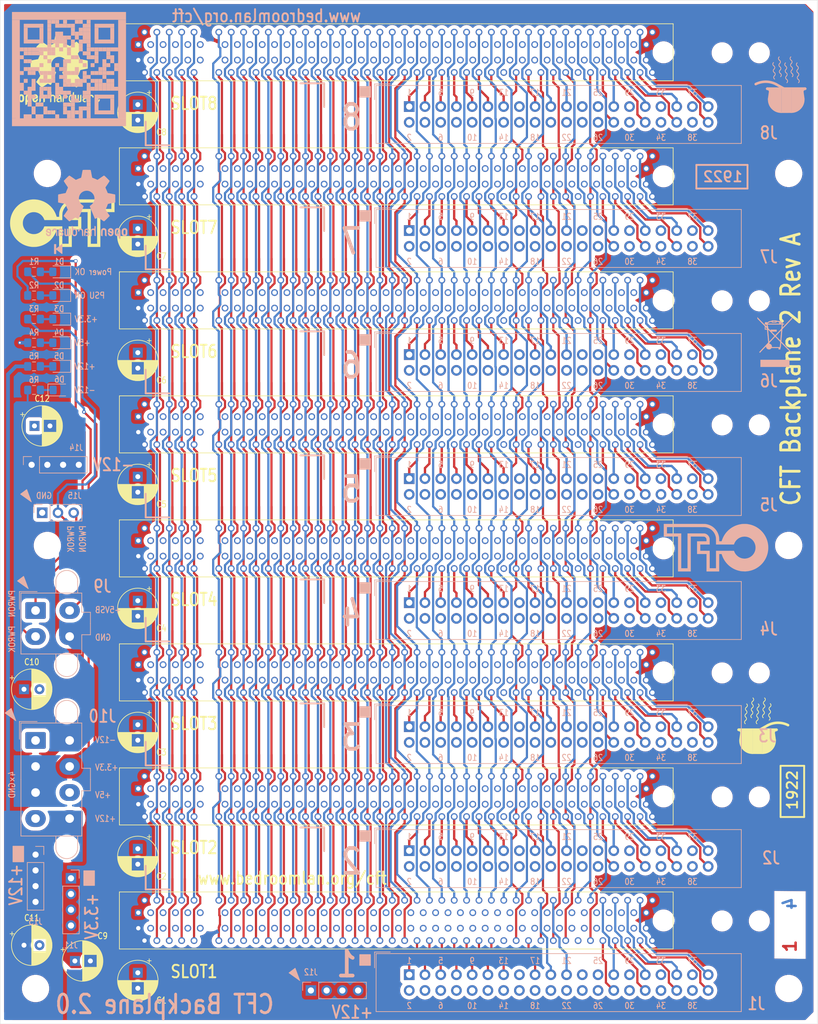
<source format=kicad_pcb>
(kicad_pcb (version 20171130) (host pcbnew 5.0.2+dfsg1-1~bpo9+1)
  (layers (0 F.Cu signal hide) (1 In1.Cu power) (2 In2.Cu power hide) (31 B.Cu signal) (34 B.Paste user) (35 F.Paste user hide) (36 B.SilkS user) (37 F.SilkS user) (38 B.Mask user hide) (39 F.Mask user) (44 Edge.Cuts user))
  (net 0 "")
  (net 1 GND)
  (net 2 +5V)
  (net 3 +3V3)
  (net 4 +12V)
  (net 5 -12V)
  (net 6 "Net-(D1-Pad2)")
  (net 7 "Net-(D2-Pad2)")
  (net 8 "Net-(D3-Pad2)")
  (net 9 "Net-(D4-Pad2)")
  (net 10 "Net-(D5-Pad2)")
  (net 11 "Net-(D6-Pad1)")
  (net 12 /Slot/C40)
  (net 13 /Slot/C39)
  (net 14 /Slot/C38)
  (net 15 /Slot/C37)
  (net 16 /Slot/C36)
  (net 17 /Slot/C35)
  (net 18 /Slot/C34)
  (net 19 /Slot/C33)
  (net 20 /Slot/C32)
  (net 21 /Slot/C31)
  (net 22 /Slot/C30)
  (net 23 /Slot/C29)
  (net 24 /Slot/C28)
  (net 25 /Slot/C27)
  (net 26 /Slot/C26)
  (net 27 /Slot/C25)
  (net 28 /Slot/C24)
  (net 29 /Slot/C23)
  (net 30 /Slot/C22)
  (net 31 /Slot/C21)
  (net 32 /Slot/C20)
  (net 33 /Slot/C19)
  (net 34 /Slot/C18)
  (net 35 /Slot/C17)
  (net 36 /Slot/C16)
  (net 37 /Slot/C15)
  (net 38 /Slot/C14)
  (net 39 /Slot/C13)
  (net 40 /Slot/C12)
  (net 41 /Slot/C11)
  (net 42 /Slot/C10)
  (net 43 /Slot/C9)
  (net 44 /Slot/C8)
  (net 45 /Slot/C7)
  (net 46 /Slot/C6)
  (net 47 /Slot/C5)
  (net 48 /Slot/C4)
  (net 49 /Slot/C3)
  (net 50 /Slot/C2)
  (net 51 /Slot/C1)
  (net 52 /sheet5D71C7A6/C1)
  (net 53 /sheet5D71C7A6/C2)
  (net 54 /sheet5D71C7A6/C3)
  (net 55 /sheet5D71C7A6/C4)
  (net 56 /sheet5D71C7A6/C5)
  (net 57 /sheet5D71C7A6/C6)
  (net 58 /sheet5D71C7A6/C7)
  (net 59 /sheet5D71C7A6/C8)
  (net 60 /sheet5D71C7A6/C9)
  (net 61 /sheet5D71C7A6/C10)
  (net 62 /sheet5D71C7A6/C11)
  (net 63 /sheet5D71C7A6/C12)
  (net 64 /sheet5D71C7A6/C13)
  (net 65 /sheet5D71C7A6/C14)
  (net 66 /sheet5D71C7A6/C15)
  (net 67 /sheet5D71C7A6/C16)
  (net 68 /sheet5D71C7A6/C17)
  (net 69 /sheet5D71C7A6/C18)
  (net 70 /sheet5D71C7A6/C19)
  (net 71 /sheet5D71C7A6/C20)
  (net 72 /sheet5D71C7A6/C21)
  (net 73 /sheet5D71C7A6/C22)
  (net 74 /sheet5D71C7A6/C23)
  (net 75 /sheet5D71C7A6/C24)
  (net 76 /sheet5D71C7A6/C25)
  (net 77 /sheet5D71C7A6/C26)
  (net 78 /sheet5D71C7A6/C27)
  (net 79 /sheet5D71C7A6/C28)
  (net 80 /sheet5D71C7A6/C29)
  (net 81 /sheet5D71C7A6/C30)
  (net 82 /sheet5D71C7A6/C31)
  (net 83 /sheet5D71C7A6/C32)
  (net 84 /sheet5D71C7A6/C33)
  (net 85 /sheet5D71C7A6/C34)
  (net 86 /sheet5D71C7A6/C35)
  (net 87 /sheet5D71C7A6/C36)
  (net 88 /sheet5D71C7A6/C37)
  (net 89 /sheet5D71C7A6/C38)
  (net 90 /sheet5D71C7A6/C39)
  (net 91 /sheet5D71C7A6/C40)
  (net 92 /sheet5D730B90/C40)
  (net 93 /sheet5D730B90/C39)
  (net 94 /sheet5D730B90/C38)
  (net 95 /sheet5D730B90/C37)
  (net 96 /sheet5D730B90/C36)
  (net 97 /sheet5D730B90/C35)
  (net 98 /sheet5D730B90/C34)
  (net 99 /sheet5D730B90/C33)
  (net 100 /sheet5D730B90/C32)
  (net 101 /sheet5D730B90/C31)
  (net 102 /sheet5D730B90/C30)
  (net 103 /sheet5D730B90/C29)
  (net 104 /sheet5D730B90/C28)
  (net 105 /sheet5D730B90/C27)
  (net 106 /sheet5D730B90/C26)
  (net 107 /sheet5D730B90/C25)
  (net 108 /sheet5D730B90/C24)
  (net 109 /sheet5D730B90/C23)
  (net 110 /sheet5D730B90/C22)
  (net 111 /sheet5D730B90/C21)
  (net 112 /sheet5D730B90/C20)
  (net 113 /sheet5D730B90/C19)
  (net 114 /sheet5D730B90/C18)
  (net 115 /sheet5D730B90/C17)
  (net 116 /sheet5D730B90/C16)
  (net 117 /sheet5D730B90/C15)
  (net 118 /sheet5D730B90/C14)
  (net 119 /sheet5D730B90/C13)
  (net 120 /sheet5D730B90/C12)
  (net 121 /sheet5D730B90/C11)
  (net 122 /sheet5D730B90/C10)
  (net 123 /sheet5D730B90/C9)
  (net 124 /sheet5D730B90/C8)
  (net 125 /sheet5D730B90/C7)
  (net 126 /sheet5D730B90/C6)
  (net 127 /sheet5D730B90/C5)
  (net 128 /sheet5D730B90/C4)
  (net 129 /sheet5D730B90/C3)
  (net 130 /sheet5D730B90/C2)
  (net 131 /sheet5D730B90/C1)
  (net 132 /sheet5D730E92/C40)
  (net 133 /sheet5D730E92/C39)
  (net 134 /sheet5D730E92/C38)
  (net 135 /sheet5D730E92/C37)
  (net 136 /sheet5D730E92/C36)
  (net 137 /sheet5D730E92/C35)
  (net 138 /sheet5D730E92/C34)
  (net 139 /sheet5D730E92/C33)
  (net 140 /sheet5D730E92/C32)
  (net 141 /sheet5D730E92/C31)
  (net 142 /sheet5D730E92/C30)
  (net 143 /sheet5D730E92/C29)
  (net 144 /sheet5D730E92/C28)
  (net 145 /sheet5D730E92/C27)
  (net 146 /sheet5D730E92/C26)
  (net 147 /sheet5D730E92/C25)
  (net 148 /sheet5D730E92/C24)
  (net 149 /sheet5D730E92/C23)
  (net 150 /sheet5D730E92/C22)
  (net 151 /sheet5D730E92/C21)
  (net 152 /sheet5D730E92/C20)
  (net 153 /sheet5D730E92/C19)
  (net 154 /sheet5D730E92/C18)
  (net 155 /sheet5D730E92/C17)
  (net 156 /sheet5D730E92/C16)
  (net 157 /sheet5D730E92/C15)
  (net 158 /sheet5D730E92/C14)
  (net 159 /sheet5D730E92/C13)
  (net 160 /sheet5D730E92/C12)
  (net 161 /sheet5D730E92/C11)
  (net 162 /sheet5D730E92/C10)
  (net 163 /sheet5D730E92/C9)
  (net 164 /sheet5D730E92/C8)
  (net 165 /sheet5D730E92/C7)
  (net 166 /sheet5D730E92/C6)
  (net 167 /sheet5D730E92/C5)
  (net 168 /sheet5D730E92/C4)
  (net 169 /sheet5D730E92/C3)
  (net 170 /sheet5D730E92/C2)
  (net 171 /sheet5D730E92/C1)
  (net 172 /sheet5D7311B5/C40)
  (net 173 /sheet5D7311B5/C39)
  (net 174 /sheet5D7311B5/C38)
  (net 175 /sheet5D7311B5/C37)
  (net 176 /sheet5D7311B5/C36)
  (net 177 /sheet5D7311B5/C35)
  (net 178 /sheet5D7311B5/C34)
  (net 179 /sheet5D7311B5/C33)
  (net 180 /sheet5D7311B5/C32)
  (net 181 /sheet5D7311B5/C31)
  (net 182 /sheet5D7311B5/C30)
  (net 183 /sheet5D7311B5/C29)
  (net 184 /sheet5D7311B5/C28)
  (net 185 /sheet5D7311B5/C27)
  (net 186 /sheet5D7311B5/C26)
  (net 187 /sheet5D7311B5/C25)
  (net 188 /sheet5D7311B5/C24)
  (net 189 /sheet5D7311B5/C23)
  (net 190 /sheet5D7311B5/C22)
  (net 191 /sheet5D7311B5/C21)
  (net 192 /sheet5D7311B5/C20)
  (net 193 /sheet5D7311B5/C19)
  (net 194 /sheet5D7311B5/C18)
  (net 195 /sheet5D7311B5/C17)
  (net 196 /sheet5D7311B5/C16)
  (net 197 /sheet5D7311B5/C15)
  (net 198 /sheet5D7311B5/C14)
  (net 199 /sheet5D7311B5/C13)
  (net 200 /sheet5D7311B5/C12)
  (net 201 /sheet5D7311B5/C11)
  (net 202 /sheet5D7311B5/C10)
  (net 203 /sheet5D7311B5/C9)
  (net 204 /sheet5D7311B5/C8)
  (net 205 /sheet5D7311B5/C7)
  (net 206 /sheet5D7311B5/C6)
  (net 207 /sheet5D7311B5/C5)
  (net 208 /sheet5D7311B5/C4)
  (net 209 /sheet5D7311B5/C3)
  (net 210 /sheet5D7311B5/C2)
  (net 211 /sheet5D7311B5/C1)
  (net 212 /sheet5D73148A/C40)
  (net 213 /sheet5D73148A/C39)
  (net 214 /sheet5D73148A/C38)
  (net 215 /sheet5D73148A/C37)
  (net 216 /sheet5D73148A/C36)
  (net 217 /sheet5D73148A/C35)
  (net 218 /sheet5D73148A/C34)
  (net 219 /sheet5D73148A/C33)
  (net 220 /sheet5D73148A/C32)
  (net 221 /sheet5D73148A/C31)
  (net 222 /sheet5D73148A/C30)
  (net 223 /sheet5D73148A/C29)
  (net 224 /sheet5D73148A/C28)
  (net 225 /sheet5D73148A/C27)
  (net 226 /sheet5D73148A/C26)
  (net 227 /sheet5D73148A/C25)
  (net 228 /sheet5D73148A/C24)
  (net 229 /sheet5D73148A/C23)
  (net 230 /sheet5D73148A/C22)
  (net 231 /sheet5D73148A/C21)
  (net 232 /sheet5D73148A/C20)
  (net 233 /sheet5D73148A/C19)
  (net 234 /sheet5D73148A/C18)
  (net 235 /sheet5D73148A/C17)
  (net 236 /sheet5D73148A/C16)
  (net 237 /sheet5D73148A/C15)
  (net 238 /sheet5D73148A/C14)
  (net 239 /sheet5D73148A/C13)
  (net 240 /sheet5D73148A/C12)
  (net 241 /sheet5D73148A/C11)
  (net 242 /sheet5D73148A/C10)
  (net 243 /sheet5D73148A/C9)
  (net 244 /sheet5D73148A/C8)
  (net 245 /sheet5D73148A/C7)
  (net 246 /sheet5D73148A/C6)
  (net 247 /sheet5D73148A/C5)
  (net 248 /sheet5D73148A/C4)
  (net 249 /sheet5D73148A/C3)
  (net 250 /sheet5D73148A/C2)
  (net 251 /sheet5D73148A/C1)
  (net 252 /sheet5D7317BC/C40)
  (net 253 /sheet5D7317BC/C39)
  (net 254 /sheet5D7317BC/C38)
  (net 255 /sheet5D7317BC/C37)
  (net 256 /sheet5D7317BC/C36)
  (net 257 /sheet5D7317BC/C35)
  (net 258 /sheet5D7317BC/C34)
  (net 259 /sheet5D7317BC/C33)
  (net 260 /sheet5D7317BC/C32)
  (net 261 /sheet5D7317BC/C31)
  (net 262 /sheet5D7317BC/C30)
  (net 263 /sheet5D7317BC/C29)
  (net 264 /sheet5D7317BC/C28)
  (net 265 /sheet5D7317BC/C27)
  (net 266 /sheet5D7317BC/C26)
  (net 267 /sheet5D7317BC/C25)
  (net 268 /sheet5D7317BC/C24)
  (net 269 /sheet5D7317BC/C23)
  (net 270 /sheet5D7317BC/C22)
  (net 271 /sheet5D7317BC/C21)
  (net 272 /sheet5D7317BC/C20)
  (net 273 /sheet5D7317BC/C19)
  (net 274 /sheet5D7317BC/C18)
  (net 275 /sheet5D7317BC/C17)
  (net 276 /sheet5D7317BC/C16)
  (net 277 /sheet5D7317BC/C15)
  (net 278 /sheet5D7317BC/C14)
  (net 279 /sheet5D7317BC/C13)
  (net 280 /sheet5D7317BC/C12)
  (net 281 /sheet5D7317BC/C11)
  (net 282 /sheet5D7317BC/C10)
  (net 283 /sheet5D7317BC/C9)
  (net 284 /sheet5D7317BC/C8)
  (net 285 /sheet5D7317BC/C7)
  (net 286 /sheet5D7317BC/C6)
  (net 287 /sheet5D7317BC/C5)
  (net 288 /sheet5D7317BC/C4)
  (net 289 /sheet5D7317BC/C3)
  (net 290 /sheet5D7317BC/C2)
  (net 291 /sheet5D7317BC/C1)
  (net 292 /sheet5D731AE2/C40)
  (net 293 /sheet5D731AE2/C39)
  (net 294 /sheet5D731AE2/C38)
  (net 295 /sheet5D731AE2/C37)
  (net 296 /sheet5D731AE2/C36)
  (net 297 /sheet5D731AE2/C35)
  (net 298 /sheet5D731AE2/C34)
  (net 299 /sheet5D731AE2/C33)
  (net 300 /sheet5D731AE2/C32)
  (net 301 /sheet5D731AE2/C31)
  (net 302 /sheet5D731AE2/C30)
  (net 303 /sheet5D731AE2/C29)
  (net 304 /sheet5D731AE2/C28)
  (net 305 /sheet5D731AE2/C27)
  (net 306 /sheet5D731AE2/C26)
  (net 307 /sheet5D731AE2/C25)
  (net 308 /sheet5D731AE2/C24)
  (net 309 /sheet5D731AE2/C23)
  (net 310 /sheet5D731AE2/C22)
  (net 311 /sheet5D731AE2/C21)
  (net 312 /sheet5D731AE2/C20)
  (net 313 /sheet5D731AE2/C19)
  (net 314 /sheet5D731AE2/C18)
  (net 315 /sheet5D731AE2/C17)
  (net 316 /sheet5D731AE2/C16)
  (net 317 /sheet5D731AE2/C15)
  (net 318 /sheet5D731AE2/C14)
  (net 319 /sheet5D731AE2/C13)
  (net 320 /sheet5D731AE2/C12)
  (net 321 /sheet5D731AE2/C11)
  (net 322 /sheet5D731AE2/C10)
  (net 323 /sheet5D731AE2/C9)
  (net 324 /sheet5D731AE2/C8)
  (net 325 /sheet5D731AE2/C7)
  (net 326 /sheet5D731AE2/C6)
  (net 327 /sheet5D731AE2/C5)
  (net 328 /sheet5D731AE2/C4)
  (net 329 /sheet5D731AE2/C3)
  (net 330 /sheet5D731AE2/C2)
  (net 331 /sheet5D731AE2/C1)
  (net 332 /POWERON)
  (net 333 /POWEROK)
  (net 334 /5VSB)
  (net 335 /Slot/B72)
  (net 336 /Slot/B68)
  (net 337 /Slot/B66)
  (net 338 /Slot/B64)
  (net 339 /Slot/B60)
  (net 340 /Slot/B42)
  (net 341 /Slot/B40)
  (net 342 /Slot/B38)
  (net 343 /Slot/B36)
  (net 344 /Slot/B34)
  (net 345 /Slot/B32)
  (net 346 /Slot/B30)
  (net 347 /Slot/B28)
  (net 348 /Slot/B26)
  (net 349 /Slot/B24)
  (net 350 /Slot/B22)
  (net 351 /Slot/B20)
  (net 352 /Slot/B18)
  (net 353 /Slot/B16)
  (net 354 /Slot/B14)
  (net 355 /Slot/B73)
  (net 356 /Slot/B69)
  (net 357 /Slot/B65)
  (net 358 /Slot/B63)
  (net 359 /Slot/B43)
  (net 360 /Slot/B41)
  (net 361 /Slot/B39)
  (net 362 /Slot/B37)
  (net 363 /Slot/B35)
  (net 364 /Slot/B33)
  (net 365 /Slot/B31)
  (net 366 /Slot/B29)
  (net 367 /Slot/B27)
  (net 368 /Slot/B25)
  (net 369 /Slot/B23)
  (net 370 /Slot/B21)
  (net 371 /Slot/B19)
  (net 372 /Slot/B17)
  (net 373 /Slot/B15)
  (net 374 /Slot/A67)
  (net 375 /Slot/A63)
  (net 376 /Slot/A61)
  (net 377 /Slot/A59)
  (net 378 /Slot/A57)
  (net 379 /Slot/A55)
  (net 380 /Slot/A53)
  (net 381 /Slot/A51)
  (net 382 /Slot/A49)
  (net 383 /Slot/A47)
  (net 384 /Slot/A45)
  (net 385 /Slot/A43)
  (net 386 /Slot/A41)
  (net 387 /Slot/A39)
  (net 388 /Slot/A37)
  (net 389 /Slot/A35)
  (net 390 /Slot/A33)
  (net 391 /Slot/A31)
  (net 392 /Slot/A29)
  (net 393 /Slot/A27)
  (net 394 /Slot/A25)
  (net 395 /Slot/A23)
  (net 396 /Slot/A21)
  (net 397 /Slot/A19)
  (net 398 /Slot/A17)
  (net 399 /Slot/A15)
  (net 400 /Slot/B13)
  (net 401 /Slot/A13)
  (net 402 /Slot/A72)
  (net 403 /Slot/A70)
  (net 404 /Slot/A68)
  (net 405 /Slot/A62)
  (net 406 /Slot/A60)
  (net 407 /Slot/A58)
  (net 408 /Slot/A56)
  (net 409 /Slot/A54)
  (net 410 /Slot/A52)
  (net 411 /Slot/A50)
  (net 412 /Slot/A48)
  (net 413 /Slot/A46)
  (net 414 /Slot/A44)
  (net 415 /Slot/A42)
  (net 416 /Slot/A40)
  (net 417 /Slot/A38)
  (net 418 /Slot/A36)
  (net 419 /Slot/A34)
  (net 420 /Slot/A32)
  (net 421 /Slot/A30)
  (net 422 /Slot/A28)
  (net 423 /Slot/A26)
  (net 424 /Slot/A24)
  (net 425 /Slot/A22)
  (net 426 /Slot/A20)
  (net 427 /Slot/A18)
  (net 428 /Slot/A16)
  (net 429 /Slot/A14)
  (net 430 /Slot/B12)
  (net 431 /Slot/B4)
  (net 432 /Slot/B6)
  (net 433 /Slot/B8)
  (net 434 /Slot/B3)
  (net 435 /Slot/B5)
  (net 436 /Slot/B7)
  (net 437 /Slot/B9)
  (net 438 /Slot/A4)
  (net 439 /Slot/A6)
  (net 440 /Slot/A8)
  (net 441 /Slot/A3)
  (net 442 /Slot/A5)
  (net 443 /Slot/A7)
  (net 444 /Slot/A9)
  (net 445 /Slot/B10)
  (net 446 /Slot/A10)
  (net 447 /Slot/A11)
  (net 448 /Slot/A12)
  (net 449 /Slot/B11)
  (module alexios:CFT (layer B.Cu) (at 145.57 108.292 180)
    (fp_text reference G*** hide)
    (fp_text value LOGO hide)
  )
  (module alexios:CFT (layer F.Cu) (at 40.033 55.968)
    (fp_text reference G*** hide)
    (fp_text value LOGO hide)
  )
  (module alexios:Amphenol_10018783-x0x03_2x82_P1.00mm_Socket_Vertical (layer F.Cu) (at 52.3 167.16)
    (fp_text reference SLOT1 (at 9 9.5) (layer F.SilkS) (effects (font (size 2 1.66) (thickness 0.3))))
    (fp_text value conn_2x82_ab)
    (pad B82 thru_hole circle (at 83 4.5) (size 1.1 1.1) (drill 0.7) (layers *.Cu *.Mask) (net 1 GND))
    (pad B80 thru_hole circle (at 81 4.5) (size 1.1 1.1) (drill 0.7) (layers *.Cu *.Mask) (net 12 /Slot/C40))
    (pad B78 thru_hole circle (at 79 4.5) (size 1.1 1.1) (drill 0.7) (layers *.Cu *.Mask) (net 16 /Slot/C36))
    (pad B76 thru_hole circle (at 77 4.5) (size 1.1 1.1) (drill 0.7) (layers *.Cu *.Mask) (net 20 /Slot/C32))
    (pad B74 thru_hole circle (at 75 4.5) (size 1.1 1.1) (drill 0.7) (layers *.Cu *.Mask) (net 24 /Slot/C28))
    (pad B72 thru_hole circle (at 73 4.5) (size 1.1 1.1) (drill 0.7) (layers *.Cu *.Mask) (net 335 /Slot/B72))
    (pad B70 thru_hole circle (at 71 4.5) (size 1.1 1.1) (drill 0.7) (layers *.Cu *.Mask) (net 28 /Slot/C24))
    (pad B68 thru_hole circle (at 69 4.5) (size 1.1 1.1) (drill 0.7) (layers *.Cu *.Mask) (net 336 /Slot/B68))
    (pad B66 thru_hole circle (at 67 4.5) (size 1.1 1.1) (drill 0.7) (layers *.Cu *.Mask) (net 337 /Slot/B66))
    (pad B64 thru_hole circle (at 65 4.5) (size 1.1 1.1) (drill 0.7) (layers *.Cu *.Mask) (net 338 /Slot/B64))
    (pad B62 thru_hole circle (at 63 4.5) (size 1.1 1.1) (drill 0.7) (layers *.Cu *.Mask) (net 35 /Slot/C17))
    (pad B60 thru_hole circle (at 61 4.5) (size 1.1 1.1) (drill 0.7) (layers *.Cu *.Mask) (net 339 /Slot/B60))
    (pad B58 thru_hole circle (at 59 4.5) (size 1.1 1.1) (drill 0.7) (layers *.Cu *.Mask) (net 36 /Slot/C16))
    (pad B56 thru_hole circle (at 57 4.5) (size 1.1 1.1) (drill 0.7) (layers *.Cu *.Mask) (net 39 /Slot/C13))
    (pad B54 thru_hole circle (at 55 4.5) (size 1.1 1.1) (drill 0.7) (layers *.Cu *.Mask) (net 41 /Slot/C11))
    (pad B52 thru_hole circle (at 53 4.5) (size 1.1 1.1) (drill 0.7) (layers *.Cu *.Mask) (net 43 /Slot/C9))
    (pad B50 thru_hole circle (at 51 4.5) (size 1.1 1.1) (drill 0.7) (layers *.Cu *.Mask) (net 45 /Slot/C7))
    (pad B48 thru_hole circle (at 49 4.5) (size 1.1 1.1) (drill 0.7) (layers *.Cu *.Mask) (net 47 /Slot/C5))
    (pad B46 thru_hole circle (at 47 4.5) (size 1.1 1.1) (drill 0.7) (layers *.Cu *.Mask) (net 49 /Slot/C3))
    (pad B44 thru_hole circle (at 45 4.5) (size 1.1 1.1) (drill 0.7) (layers *.Cu *.Mask) (net 51 /Slot/C1))
    (pad B42 thru_hole circle (at 43 4.5) (size 1.1 1.1) (drill 0.7) (layers *.Cu *.Mask) (net 340 /Slot/B42))
    (pad B40 thru_hole circle (at 41 4.5) (size 1.1 1.1) (drill 0.7) (layers *.Cu *.Mask) (net 341 /Slot/B40))
    (pad B38 thru_hole circle (at 39 4.5) (size 1.1 1.1) (drill 0.7) (layers *.Cu *.Mask) (net 342 /Slot/B38))
    (pad B36 thru_hole circle (at 37 4.5) (size 1.1 1.1) (drill 0.7) (layers *.Cu *.Mask) (net 343 /Slot/B36))
    (pad B34 thru_hole circle (at 35 4.5) (size 1.1 1.1) (drill 0.7) (layers *.Cu *.Mask) (net 344 /Slot/B34))
    (pad B32 thru_hole circle (at 33 4.5) (size 1.1 1.1) (drill 0.7) (layers *.Cu *.Mask) (net 345 /Slot/B32))
    (pad B30 thru_hole circle (at 31 4.5) (size 1.1 1.1) (drill 0.7) (layers *.Cu *.Mask) (net 346 /Slot/B30))
    (pad B28 thru_hole circle (at 29 4.5) (size 1.1 1.1) (drill 0.7) (layers *.Cu *.Mask) (net 347 /Slot/B28))
    (pad B26 thru_hole circle (at 27 4.5) (size 1.1 1.1) (drill 0.7) (layers *.Cu *.Mask) (net 348 /Slot/B26))
    (pad B24 thru_hole circle (at 25 4.5) (size 1.1 1.1) (drill 0.7) (layers *.Cu *.Mask) (net 349 /Slot/B24))
    (pad B22 thru_hole circle (at 23 4.5) (size 1.1 1.1) (drill 0.7) (layers *.Cu *.Mask) (net 350 /Slot/B22))
    (pad B20 thru_hole circle (at 21 4.5) (size 1.1 1.1) (drill 0.7) (layers *.Cu *.Mask) (net 351 /Slot/B20))
    (pad B18 thru_hole circle (at 19 4.5) (size 1.1 1.1) (drill 0.7) (layers *.Cu *.Mask) (net 352 /Slot/B18))
    (pad B16 thru_hole circle (at 17 4.5) (size 1.1 1.1) (drill 0.7) (layers *.Cu *.Mask) (net 353 /Slot/B16))
    (pad B14 thru_hole circle (at 15 4.5) (size 1.1 1.1) (drill 0.7) (layers *.Cu *.Mask) (net 354 /Slot/B14))
    (pad B81 thru_hole circle (at 82 2.5) (size 1.1 1.1) (drill 0.7) (layers *.Cu *.Mask) (net 1 GND))
    (pad B79 thru_hole circle (at 80 2.5) (size 1.1 1.1) (drill 0.7) (layers *.Cu *.Mask) (net 14 /Slot/C38))
    (pad B77 thru_hole circle (at 78 2.5) (size 1.1 1.1) (drill 0.7) (layers *.Cu *.Mask) (net 18 /Slot/C34))
    (pad B75 thru_hole circle (at 76 2.5) (size 1.1 1.1) (drill 0.7) (layers *.Cu *.Mask) (net 22 /Slot/C30))
    (pad B73 thru_hole circle (at 74 2.5) (size 1.1 1.1) (drill 0.7) (layers *.Cu *.Mask) (net 355 /Slot/B73))
    (pad B71 thru_hole circle (at 72 2.5) (size 1.1 1.1) (drill 0.7) (layers *.Cu *.Mask) (net 26 /Slot/C26))
    (pad B69 thru_hole circle (at 70 2.5) (size 1.1 1.1) (drill 0.7) (layers *.Cu *.Mask) (net 356 /Slot/B69))
    (pad B67 thru_hole circle (at 68 2.5) (size 1.1 1.1) (drill 0.7) (layers *.Cu *.Mask) (net 30 /Slot/C22))
    (pad B65 thru_hole circle (at 66 2.5) (size 1.1 1.1) (drill 0.7) (layers *.Cu *.Mask) (net 357 /Slot/B65))
    (pad B63 thru_hole circle (at 64 2.5) (size 1.1 1.1) (drill 0.7) (layers *.Cu *.Mask) (net 358 /Slot/B63))
    (pad B61 thru_hole circle (at 62 2.5) (size 1.1 1.1) (drill 0.7) (layers *.Cu *.Mask) (net 34 /Slot/C18))
    (pad B59 thru_hole circle (at 60 2.5) (size 1.1 1.1) (drill 0.7) (layers *.Cu *.Mask) (net 37 /Slot/C15))
    (pad B57 thru_hole circle (at 58 2.5) (size 1.1 1.1) (drill 0.7) (layers *.Cu *.Mask) (net 38 /Slot/C14))
    (pad B55 thru_hole circle (at 56 2.5) (size 1.1 1.1) (drill 0.7) (layers *.Cu *.Mask) (net 40 /Slot/C12))
    (pad B53 thru_hole circle (at 54 2.5) (size 1.1 1.1) (drill 0.7) (layers *.Cu *.Mask) (net 42 /Slot/C10))
    (pad B51 thru_hole circle (at 52 2.5) (size 1.1 1.1) (drill 0.7) (layers *.Cu *.Mask) (net 44 /Slot/C8))
    (pad B49 thru_hole circle (at 50 2.5) (size 1.1 1.1) (drill 0.7) (layers *.Cu *.Mask) (net 46 /Slot/C6))
    (pad B47 thru_hole circle (at 48 2.5) (size 1.1 1.1) (drill 0.7) (layers *.Cu *.Mask) (net 48 /Slot/C4))
    (pad B45 thru_hole circle (at 46 2.5) (size 1.1 1.1) (drill 0.7) (layers *.Cu *.Mask) (net 50 /Slot/C2))
    (pad B43 thru_hole circle (at 44 2.5) (size 1.1 1.1) (drill 0.7) (layers *.Cu *.Mask) (net 359 /Slot/B43))
    (pad B41 thru_hole circle (at 42 2.5) (size 1.1 1.1) (drill 0.7) (layers *.Cu *.Mask) (net 360 /Slot/B41))
    (pad B39 thru_hole circle (at 40 2.5) (size 1.1 1.1) (drill 0.7) (layers *.Cu *.Mask) (net 361 /Slot/B39))
    (pad B37 thru_hole circle (at 38 2.5) (size 1.1 1.1) (drill 0.7) (layers *.Cu *.Mask) (net 362 /Slot/B37))
    (pad B35 thru_hole circle (at 36 2.5) (size 1.1 1.1) (drill 0.7) (layers *.Cu *.Mask) (net 363 /Slot/B35))
    (pad B33 thru_hole circle (at 34 2.5) (size 1.1 1.1) (drill 0.7) (layers *.Cu *.Mask) (net 364 /Slot/B33))
    (pad B31 thru_hole circle (at 32 2.5) (size 1.1 1.1) (drill 0.7) (layers *.Cu *.Mask) (net 365 /Slot/B31))
    (pad B29 thru_hole circle (at 30 2.5) (size 1.1 1.1) (drill 0.7) (layers *.Cu *.Mask) (net 366 /Slot/B29))
    (pad B27 thru_hole circle (at 28 2.5) (size 1.1 1.1) (drill 0.7) (layers *.Cu *.Mask) (net 367 /Slot/B27))
    (pad B25 thru_hole circle (at 26 2.5) (size 1.1 1.1) (drill 0.7) (layers *.Cu *.Mask) (net 368 /Slot/B25))
    (pad B23 thru_hole circle (at 24 2.5) (size 1.1 1.1) (drill 0.7) (layers *.Cu *.Mask) (net 369 /Slot/B23))
    (pad B21 thru_hole circle (at 22 2.5) (size 1.1 1.1) (drill 0.7) (layers *.Cu *.Mask) (net 370 /Slot/B21))
    (pad B19 thru_hole circle (at 20 2.5) (size 1.1 1.1) (drill 0.7) (layers *.Cu *.Mask) (net 371 /Slot/B19))
    (pad B17 thru_hole circle (at 18 2.5) (size 1.1 1.1) (drill 0.7) (layers *.Cu *.Mask) (net 372 /Slot/B17))
    (pad B15 thru_hole circle (at 16 2.5) (size 1.1 1.1) (drill 0.7) (layers *.Cu *.Mask) (net 373 /Slot/B15))
    (pad A81 thru_hole circle (at 82 0) (size 1.1 1.1) (drill 0.7) (layers *.Cu *.Mask) (net 2 +5V))
    (pad A79 thru_hole circle (at 80 0) (size 1.1 1.1) (drill 0.7) (layers *.Cu *.Mask) (net 15 /Slot/C37))
    (pad A77 thru_hole circle (at 78 0) (size 1.1 1.1) (drill 0.7) (layers *.Cu *.Mask) (net 19 /Slot/C33))
    (pad A75 thru_hole circle (at 76 0) (size 1.1 1.1) (drill 0.7) (layers *.Cu *.Mask) (net 23 /Slot/C29))
    (pad A73 thru_hole circle (at 74 0) (size 1.1 1.1) (drill 0.7) (layers *.Cu *.Mask) (net 402 /Slot/A72))
    (pad A71 thru_hole circle (at 72 0) (size 1.1 1.1) (drill 0.7) (layers *.Cu *.Mask) (net 27 /Slot/C25))
    (pad A69 thru_hole circle (at 70 0) (size 1.1 1.1) (drill 0.7) (layers *.Cu *.Mask) (net 29 /Slot/C23))
    (pad A67 thru_hole circle (at 68 0) (size 1.1 1.1) (drill 0.7) (layers *.Cu *.Mask) (net 374 /Slot/A67))
    (pad A65 thru_hole circle (at 66 0) (size 1.1 1.1) (drill 0.7) (layers *.Cu *.Mask) (net 32 /Slot/C20))
    (pad A63 thru_hole circle (at 64 0) (size 1.1 1.1) (drill 0.7) (layers *.Cu *.Mask) (net 375 /Slot/A63))
    (pad A61 thru_hole circle (at 62 0) (size 1.1 1.1) (drill 0.7) (layers *.Cu *.Mask) (net 376 /Slot/A61))
    (pad A59 thru_hole circle (at 60 0) (size 1.1 1.1) (drill 0.7) (layers *.Cu *.Mask) (net 377 /Slot/A59))
    (pad A57 thru_hole circle (at 58 0) (size 1.1 1.1) (drill 0.7) (layers *.Cu *.Mask) (net 378 /Slot/A57))
    (pad A55 thru_hole circle (at 56 0) (size 1.1 1.1) (drill 0.7) (layers *.Cu *.Mask) (net 379 /Slot/A55))
    (pad A53 thru_hole circle (at 54 0) (size 1.1 1.1) (drill 0.7) (layers *.Cu *.Mask) (net 380 /Slot/A53))
    (pad A51 thru_hole circle (at 52 0) (size 1.1 1.1) (drill 0.7) (layers *.Cu *.Mask) (net 381 /Slot/A51))
    (pad A49 thru_hole circle (at 50 0) (size 1.1 1.1) (drill 0.7) (layers *.Cu *.Mask) (net 382 /Slot/A49))
    (pad A47 thru_hole circle (at 48 0) (size 1.1 1.1) (drill 0.7) (layers *.Cu *.Mask) (net 383 /Slot/A47))
    (pad A45 thru_hole circle (at 46 0) (size 1.1 1.1) (drill 0.7) (layers *.Cu *.Mask) (net 384 /Slot/A45))
    (pad A43 thru_hole circle (at 44 0) (size 1.1 1.1) (drill 0.7) (layers *.Cu *.Mask) (net 385 /Slot/A43))
    (pad A41 thru_hole circle (at 42 0) (size 1.1 1.1) (drill 0.7) (layers *.Cu *.Mask) (net 386 /Slot/A41))
    (pad A39 thru_hole circle (at 40 0) (size 1.1 1.1) (drill 0.7) (layers *.Cu *.Mask) (net 387 /Slot/A39))
    (pad A37 thru_hole circle (at 38 0) (size 1.1 1.1) (drill 0.7) (layers *.Cu *.Mask) (net 388 /Slot/A37))
    (pad A35 thru_hole circle (at 36 0) (size 1.1 1.1) (drill 0.7) (layers *.Cu *.Mask) (net 389 /Slot/A35))
    (pad A33 thru_hole circle (at 34 0) (size 1.1 1.1) (drill 0.7) (layers *.Cu *.Mask) (net 390 /Slot/A33))
    (pad A31 thru_hole circle (at 32 0) (size 1.1 1.1) (drill 0.7) (layers *.Cu *.Mask) (net 391 /Slot/A31))
    (pad A29 thru_hole circle (at 30 0) (size 1.1 1.1) (drill 0.7) (layers *.Cu *.Mask) (net 392 /Slot/A29))
    (pad A27 thru_hole circle (at 28 0) (size 1.1 1.1) (drill 0.7) (layers *.Cu *.Mask) (net 393 /Slot/A27))
    (pad A25 thru_hole circle (at 26 0) (size 1.1 1.1) (drill 0.7) (layers *.Cu *.Mask) (net 394 /Slot/A25))
    (pad A23 thru_hole circle (at 24 0) (size 1.1 1.1) (drill 0.7) (layers *.Cu *.Mask) (net 395 /Slot/A23))
    (pad A21 thru_hole circle (at 22 0) (size 1.1 1.1) (drill 0.7) (layers *.Cu *.Mask) (net 396 /Slot/A21))
    (pad A19 thru_hole circle (at 20 0) (size 1.1 1.1) (drill 0.7) (layers *.Cu *.Mask) (net 397 /Slot/A19))
    (pad A17 thru_hole circle (at 18 0) (size 1.1 1.1) (drill 0.7) (layers *.Cu *.Mask) (net 398 /Slot/A17))
    (pad A15 thru_hole circle (at 16 0) (size 1.1 1.1) (drill 0.7) (layers *.Cu *.Mask) (net 399 /Slot/A15))
    (pad "" np_thru_hole circle (at 84.8 1.25) (size 2.35 2.35) (drill 2.35) (layers *.Cu *.Mask))
    (pad B13 thru_hole circle (at 14 2.5) (size 1.1 1.1) (drill 0.7) (layers *.Cu *.Mask) (net 400 /Slot/B13))
    (pad A13 thru_hole circle (at 14 0) (size 1.1 1.1) (drill 0.7) (layers *.Cu *.Mask) (net 401 /Slot/A13))
    (pad A82 thru_hole circle (at 83 -2) (size 1.1 1.1) (drill 0.7) (layers *.Cu *.Mask) (net 2 +5V))
    (pad A80 thru_hole circle (at 81 -2) (size 1.1 1.1) (drill 0.7) (layers *.Cu *.Mask) (net 13 /Slot/C39))
    (pad A78 thru_hole circle (at 79 -2) (size 1.1 1.1) (drill 0.7) (layers *.Cu *.Mask) (net 17 /Slot/C35))
    (pad A76 thru_hole circle (at 77 -2) (size 1.1 1.1) (drill 0.7) (layers *.Cu *.Mask) (net 21 /Slot/C31))
    (pad A74 thru_hole circle (at 75 -2) (size 1.1 1.1) (drill 0.7) (layers *.Cu *.Mask) (net 25 /Slot/C27))
    (pad A72 thru_hole circle (at 73 -2) (size 1.1 1.1) (drill 0.7) (layers *.Cu *.Mask) (net 402 /Slot/A72))
    (pad A70 thru_hole circle (at 71 -2) (size 1.1 1.1) (drill 0.7) (layers *.Cu *.Mask) (net 403 /Slot/A70))
    (pad A68 thru_hole circle (at 69 -2) (size 1.1 1.1) (drill 0.7) (layers *.Cu *.Mask) (net 404 /Slot/A68))
    (pad A66 thru_hole circle (at 67 -2) (size 1.1 1.1) (drill 0.7) (layers *.Cu *.Mask) (net 31 /Slot/C21))
    (pad A64 thru_hole circle (at 65 -2) (size 1.1 1.1) (drill 0.7) (layers *.Cu *.Mask) (net 33 /Slot/C19))
    (pad A62 thru_hole circle (at 63 -2) (size 1.1 1.1) (drill 0.7) (layers *.Cu *.Mask) (net 405 /Slot/A62))
    (pad A60 thru_hole circle (at 61 -2) (size 1.1 1.1) (drill 0.7) (layers *.Cu *.Mask) (net 406 /Slot/A60))
    (pad A58 thru_hole circle (at 59 -2) (size 1.1 1.1) (drill 0.7) (layers *.Cu *.Mask) (net 407 /Slot/A58))
    (pad A56 thru_hole circle (at 57 -2) (size 1.1 1.1) (drill 0.7) (layers *.Cu *.Mask) (net 408 /Slot/A56))
    (pad A54 thru_hole circle (at 55 -2) (size 1.1 1.1) (drill 0.7) (layers *.Cu *.Mask) (net 409 /Slot/A54))
    (pad A52 thru_hole circle (at 53 -2) (size 1.1 1.1) (drill 0.7) (layers *.Cu *.Mask) (net 410 /Slot/A52))
    (pad A50 thru_hole circle (at 51 -2) (size 1.1 1.1) (drill 0.7) (layers *.Cu *.Mask) (net 411 /Slot/A50))
    (pad A48 thru_hole circle (at 49 -2) (size 1.1 1.1) (drill 0.7) (layers *.Cu *.Mask) (net 412 /Slot/A48))
    (pad A46 thru_hole circle (at 47 -2) (size 1.1 1.1) (drill 0.7) (layers *.Cu *.Mask) (net 413 /Slot/A46))
    (pad A44 thru_hole circle (at 45 -2) (size 1.1 1.1) (drill 0.7) (layers *.Cu *.Mask) (net 414 /Slot/A44))
    (pad A42 thru_hole circle (at 43 -2) (size 1.1 1.1) (drill 0.7) (layers *.Cu *.Mask) (net 415 /Slot/A42))
    (pad A40 thru_hole circle (at 41 -2) (size 1.1 1.1) (drill 0.7) (layers *.Cu *.Mask) (net 416 /Slot/A40))
    (pad A38 thru_hole circle (at 39 -2) (size 1.1 1.1) (drill 0.7) (layers *.Cu *.Mask) (net 417 /Slot/A38))
    (pad A36 thru_hole circle (at 37 -2) (size 1.1 1.1) (drill 0.7) (layers *.Cu *.Mask) (net 418 /Slot/A36))
    (pad A34 thru_hole circle (at 35 -2) (size 1.1 1.1) (drill 0.7) (layers *.Cu *.Mask) (net 419 /Slot/A34))
    (pad A32 thru_hole circle (at 33 -2) (size 1.1 1.1) (drill 0.7) (layers *.Cu *.Mask) (net 420 /Slot/A32))
    (pad A30 thru_hole circle (at 31 -2) (size 1.1 1.1) (drill 0.7) (layers *.Cu *.Mask) (net 421 /Slot/A30))
    (pad A28 thru_hole circle (at 29 -2) (size 1.1 1.1) (drill 0.7) (layers *.Cu *.Mask) (net 422 /Slot/A28))
    (pad A26 thru_hole circle (at 27 -2) (size 1.1 1.1) (drill 0.7) (layers *.Cu *.Mask) (net 423 /Slot/A26))
    (pad A24 thru_hole circle (at 25 -2) (size 1.1 1.1) (drill 0.7) (layers *.Cu *.Mask) (net 424 /Slot/A24))
    (pad A22 thru_hole circle (at 23 -2) (size 1.1 1.1) (drill 0.7) (layers *.Cu *.Mask) (net 425 /Slot/A22))
    (pad A20 thru_hole circle (at 21 -2) (size 1.1 1.1) (drill 0.7) (layers *.Cu *.Mask) (net 426 /Slot/A20))
    (pad A18 thru_hole circle (at 19 -2) (size 1.1 1.1) (drill 0.7) (layers *.Cu *.Mask) (net 427 /Slot/A18))
    (pad A16 thru_hole circle (at 17 -2) (size 1.1 1.1) (drill 0.7) (layers *.Cu *.Mask) (net 428 /Slot/A16))
    (pad A14 thru_hole circle (at 15 -2) (size 1.1 1.1) (drill 0.7) (layers *.Cu *.Mask) (net 429 /Slot/A14))
    (pad B12 thru_hole circle (at 13 4.5) (size 1.1 1.1) (drill 0.7) (layers *.Cu *.Mask) (net 430 /Slot/B12))
    (pad B2 thru_hole circle (at 1 4.5) (size 1.1 1.1) (drill 0.7) (layers *.Cu *.Mask) (net 1 GND))
    (pad B4 thru_hole circle (at 3 4.5) (size 1.1 1.1) (drill 0.7) (layers *.Cu *.Mask) (net 431 /Slot/B4))
    (pad B6 thru_hole circle (at 5 4.5) (size 1.1 1.1) (drill 0.7) (layers *.Cu *.Mask) (net 432 /Slot/B6))
    (pad B8 thru_hole circle (at 7 4.5) (size 1.1 1.1) (drill 0.7) (layers *.Cu *.Mask) (net 433 /Slot/B8))
    (pad B1 thru_hole circle (at 0 2.5) (size 1.1 1.1) (drill 0.7) (layers *.Cu *.Mask) (net 1 GND))
    (pad B3 thru_hole circle (at 2 2.5) (size 1.1 1.1) (drill 0.7) (layers *.Cu *.Mask) (net 434 /Slot/B3))
    (pad B5 thru_hole circle (at 4 2.5) (size 1.1 1.1) (drill 0.7) (layers *.Cu *.Mask) (net 435 /Slot/B5))
    (pad B7 thru_hole circle (at 6 2.5) (size 1.1 1.1) (drill 0.7) (layers *.Cu *.Mask) (net 436 /Slot/B7))
    (pad B9 thru_hole circle (at 8 2.5) (size 1.1 1.1) (drill 0.7) (layers *.Cu *.Mask) (net 437 /Slot/B9))
    (pad A2 thru_hole circle (at 1 -2) (size 1.1 1.1) (drill 0.7) (layers *.Cu *.Mask) (net 2 +5V))
    (pad A4 thru_hole circle (at 3 -2) (size 1.1 1.1) (drill 0.7) (layers *.Cu *.Mask) (net 438 /Slot/A4))
    (pad A6 thru_hole circle (at 5 -2) (size 1.1 1.1) (drill 0.7) (layers *.Cu *.Mask) (net 439 /Slot/A6))
    (pad A8 thru_hole circle (at 7 -2) (size 1.1 1.1) (drill 0.7) (layers *.Cu *.Mask) (net 440 /Slot/A8))
    (pad A1 thru_hole rect (at 0 0) (size 1.1 1.1) (drill 0.7) (layers *.Cu *.Mask) (net 2 +5V))
    (pad A3 thru_hole circle (at 2 0) (size 1.1 1.1) (drill 0.7) (layers *.Cu *.Mask) (net 441 /Slot/A3))
    (pad A5 thru_hole circle (at 4 0) (size 1.1 1.1) (drill 0.7) (layers *.Cu *.Mask) (net 442 /Slot/A5))
    (pad A7 thru_hole circle (at 6 0) (size 1.1 1.1) (drill 0.7) (layers *.Cu *.Mask) (net 443 /Slot/A7))
    (pad A9 thru_hole circle (at 8 0) (size 1.1 1.1) (drill 0.7) (layers *.Cu *.Mask) (net 444 /Slot/A9))
    (pad B10 thru_hole circle (at 9 4.5) (size 1.1 1.1) (drill 0.7) (layers *.Cu *.Mask) (net 445 /Slot/B10))
    (pad A10 thru_hole circle (at 9 -2) (size 1.1 1.1) (drill 0.7) (layers *.Cu *.Mask) (net 446 /Slot/A10))
    (pad A11 thru_hole circle (at 10 0) (size 1.1 1.1) (drill 0.7) (layers *.Cu *.Mask) (net 447 /Slot/A11))
    (pad A12 thru_hole circle (at 13 -2) (size 1.1 1.1) (drill 0.7) (layers *.Cu *.Mask) (net 448 /Slot/A12))
    (pad B11 thru_hole circle (at 10 2.5) (size 1.1 1.1) (drill 0.7) (layers *.Cu *.Mask) (net 449 /Slot/B11))
    (pad "" np_thru_hole circle (at 11.65 1.25) (size 2.35 2.35) (drill 2.35) (layers *.Cu *.Mask))
  )
  (module alexios:Amphenol_10018783-x0x03_2x82_P1.00mm_Socket_Vertical (layer F.Cu) (at 52.3 47.16)
    (fp_text reference SLOT7 (at 9 9.5) (layer F.SilkS) (effects (font (size 2 1.66) (thickness 0.3))))
    (fp_text value conn_2x82_ab)
    (pad B82 thru_hole circle (at 83 4.5) (size 1.1 1.1) (drill 0.7) (layers *.Cu *.Mask) (net 1 GND))
    (pad B80 thru_hole circle (at 81 4.5) (size 1.1 1.1) (drill 0.7) (layers *.Cu *.Mask) (net 252 /sheet5D7317BC/C40))
    (pad B78 thru_hole circle (at 79 4.5) (size 1.1 1.1) (drill 0.7) (layers *.Cu *.Mask) (net 256 /sheet5D7317BC/C36))
    (pad B76 thru_hole circle (at 77 4.5) (size 1.1 1.1) (drill 0.7) (layers *.Cu *.Mask) (net 260 /sheet5D7317BC/C32))
    (pad B74 thru_hole circle (at 75 4.5) (size 1.1 1.1) (drill 0.7) (layers *.Cu *.Mask) (net 264 /sheet5D7317BC/C28))
    (pad B72 thru_hole circle (at 73 4.5) (size 1.1 1.1) (drill 0.7) (layers *.Cu *.Mask) (net 335 /Slot/B72))
    (pad B70 thru_hole circle (at 71 4.5) (size 1.1 1.1) (drill 0.7) (layers *.Cu *.Mask) (net 268 /sheet5D7317BC/C24))
    (pad B68 thru_hole circle (at 69 4.5) (size 1.1 1.1) (drill 0.7) (layers *.Cu *.Mask) (net 336 /Slot/B68))
    (pad B66 thru_hole circle (at 67 4.5) (size 1.1 1.1) (drill 0.7) (layers *.Cu *.Mask) (net 337 /Slot/B66))
    (pad B64 thru_hole circle (at 65 4.5) (size 1.1 1.1) (drill 0.7) (layers *.Cu *.Mask) (net 338 /Slot/B64))
    (pad B62 thru_hole circle (at 63 4.5) (size 1.1 1.1) (drill 0.7) (layers *.Cu *.Mask) (net 275 /sheet5D7317BC/C17))
    (pad B60 thru_hole circle (at 61 4.5) (size 1.1 1.1) (drill 0.7) (layers *.Cu *.Mask) (net 339 /Slot/B60))
    (pad B58 thru_hole circle (at 59 4.5) (size 1.1 1.1) (drill 0.7) (layers *.Cu *.Mask) (net 276 /sheet5D7317BC/C16))
    (pad B56 thru_hole circle (at 57 4.5) (size 1.1 1.1) (drill 0.7) (layers *.Cu *.Mask) (net 279 /sheet5D7317BC/C13))
    (pad B54 thru_hole circle (at 55 4.5) (size 1.1 1.1) (drill 0.7) (layers *.Cu *.Mask) (net 281 /sheet5D7317BC/C11))
    (pad B52 thru_hole circle (at 53 4.5) (size 1.1 1.1) (drill 0.7) (layers *.Cu *.Mask) (net 283 /sheet5D7317BC/C9))
    (pad B50 thru_hole circle (at 51 4.5) (size 1.1 1.1) (drill 0.7) (layers *.Cu *.Mask) (net 285 /sheet5D7317BC/C7))
    (pad B48 thru_hole circle (at 49 4.5) (size 1.1 1.1) (drill 0.7) (layers *.Cu *.Mask) (net 287 /sheet5D7317BC/C5))
    (pad B46 thru_hole circle (at 47 4.5) (size 1.1 1.1) (drill 0.7) (layers *.Cu *.Mask) (net 289 /sheet5D7317BC/C3))
    (pad B44 thru_hole circle (at 45 4.5) (size 1.1 1.1) (drill 0.7) (layers *.Cu *.Mask) (net 291 /sheet5D7317BC/C1))
    (pad B42 thru_hole circle (at 43 4.5) (size 1.1 1.1) (drill 0.7) (layers *.Cu *.Mask) (net 340 /Slot/B42))
    (pad B40 thru_hole circle (at 41 4.5) (size 1.1 1.1) (drill 0.7) (layers *.Cu *.Mask) (net 341 /Slot/B40))
    (pad B38 thru_hole circle (at 39 4.5) (size 1.1 1.1) (drill 0.7) (layers *.Cu *.Mask) (net 342 /Slot/B38))
    (pad B36 thru_hole circle (at 37 4.5) (size 1.1 1.1) (drill 0.7) (layers *.Cu *.Mask) (net 343 /Slot/B36))
    (pad B34 thru_hole circle (at 35 4.5) (size 1.1 1.1) (drill 0.7) (layers *.Cu *.Mask) (net 344 /Slot/B34))
    (pad B32 thru_hole circle (at 33 4.5) (size 1.1 1.1) (drill 0.7) (layers *.Cu *.Mask) (net 345 /Slot/B32))
    (pad B30 thru_hole circle (at 31 4.5) (size 1.1 1.1) (drill 0.7) (layers *.Cu *.Mask) (net 346 /Slot/B30))
    (pad B28 thru_hole circle (at 29 4.5) (size 1.1 1.1) (drill 0.7) (layers *.Cu *.Mask) (net 347 /Slot/B28))
    (pad B26 thru_hole circle (at 27 4.5) (size 1.1 1.1) (drill 0.7) (layers *.Cu *.Mask) (net 348 /Slot/B26))
    (pad B24 thru_hole circle (at 25 4.5) (size 1.1 1.1) (drill 0.7) (layers *.Cu *.Mask) (net 349 /Slot/B24))
    (pad B22 thru_hole circle (at 23 4.5) (size 1.1 1.1) (drill 0.7) (layers *.Cu *.Mask) (net 350 /Slot/B22))
    (pad B20 thru_hole circle (at 21 4.5) (size 1.1 1.1) (drill 0.7) (layers *.Cu *.Mask) (net 351 /Slot/B20))
    (pad B18 thru_hole circle (at 19 4.5) (size 1.1 1.1) (drill 0.7) (layers *.Cu *.Mask) (net 352 /Slot/B18))
    (pad B16 thru_hole circle (at 17 4.5) (size 1.1 1.1) (drill 0.7) (layers *.Cu *.Mask) (net 353 /Slot/B16))
    (pad B14 thru_hole circle (at 15 4.5) (size 1.1 1.1) (drill 0.7) (layers *.Cu *.Mask) (net 354 /Slot/B14))
    (pad B81 thru_hole circle (at 82 2.5) (size 1.1 1.1) (drill 0.7) (layers *.Cu *.Mask) (net 1 GND))
    (pad B79 thru_hole circle (at 80 2.5) (size 1.1 1.1) (drill 0.7) (layers *.Cu *.Mask) (net 254 /sheet5D7317BC/C38))
    (pad B77 thru_hole circle (at 78 2.5) (size 1.1 1.1) (drill 0.7) (layers *.Cu *.Mask) (net 258 /sheet5D7317BC/C34))
    (pad B75 thru_hole circle (at 76 2.5) (size 1.1 1.1) (drill 0.7) (layers *.Cu *.Mask) (net 262 /sheet5D7317BC/C30))
    (pad B73 thru_hole circle (at 74 2.5) (size 1.1 1.1) (drill 0.7) (layers *.Cu *.Mask) (net 355 /Slot/B73))
    (pad B71 thru_hole circle (at 72 2.5) (size 1.1 1.1) (drill 0.7) (layers *.Cu *.Mask) (net 266 /sheet5D7317BC/C26))
    (pad B69 thru_hole circle (at 70 2.5) (size 1.1 1.1) (drill 0.7) (layers *.Cu *.Mask) (net 356 /Slot/B69))
    (pad B67 thru_hole circle (at 68 2.5) (size 1.1 1.1) (drill 0.7) (layers *.Cu *.Mask) (net 270 /sheet5D7317BC/C22))
    (pad B65 thru_hole circle (at 66 2.5) (size 1.1 1.1) (drill 0.7) (layers *.Cu *.Mask) (net 357 /Slot/B65))
    (pad B63 thru_hole circle (at 64 2.5) (size 1.1 1.1) (drill 0.7) (layers *.Cu *.Mask) (net 358 /Slot/B63))
    (pad B61 thru_hole circle (at 62 2.5) (size 1.1 1.1) (drill 0.7) (layers *.Cu *.Mask) (net 274 /sheet5D7317BC/C18))
    (pad B59 thru_hole circle (at 60 2.5) (size 1.1 1.1) (drill 0.7) (layers *.Cu *.Mask) (net 277 /sheet5D7317BC/C15))
    (pad B57 thru_hole circle (at 58 2.5) (size 1.1 1.1) (drill 0.7) (layers *.Cu *.Mask) (net 278 /sheet5D7317BC/C14))
    (pad B55 thru_hole circle (at 56 2.5) (size 1.1 1.1) (drill 0.7) (layers *.Cu *.Mask) (net 280 /sheet5D7317BC/C12))
    (pad B53 thru_hole circle (at 54 2.5) (size 1.1 1.1) (drill 0.7) (layers *.Cu *.Mask) (net 282 /sheet5D7317BC/C10))
    (pad B51 thru_hole circle (at 52 2.5) (size 1.1 1.1) (drill 0.7) (layers *.Cu *.Mask) (net 284 /sheet5D7317BC/C8))
    (pad B49 thru_hole circle (at 50 2.5) (size 1.1 1.1) (drill 0.7) (layers *.Cu *.Mask) (net 286 /sheet5D7317BC/C6))
    (pad B47 thru_hole circle (at 48 2.5) (size 1.1 1.1) (drill 0.7) (layers *.Cu *.Mask) (net 288 /sheet5D7317BC/C4))
    (pad B45 thru_hole circle (at 46 2.5) (size 1.1 1.1) (drill 0.7) (layers *.Cu *.Mask) (net 290 /sheet5D7317BC/C2))
    (pad B43 thru_hole circle (at 44 2.5) (size 1.1 1.1) (drill 0.7) (layers *.Cu *.Mask) (net 359 /Slot/B43))
    (pad B41 thru_hole circle (at 42 2.5) (size 1.1 1.1) (drill 0.7) (layers *.Cu *.Mask) (net 360 /Slot/B41))
    (pad B39 thru_hole circle (at 40 2.5) (size 1.1 1.1) (drill 0.7) (layers *.Cu *.Mask) (net 361 /Slot/B39))
    (pad B37 thru_hole circle (at 38 2.5) (size 1.1 1.1) (drill 0.7) (layers *.Cu *.Mask) (net 362 /Slot/B37))
    (pad B35 thru_hole circle (at 36 2.5) (size 1.1 1.1) (drill 0.7) (layers *.Cu *.Mask) (net 363 /Slot/B35))
    (pad B33 thru_hole circle (at 34 2.5) (size 1.1 1.1) (drill 0.7) (layers *.Cu *.Mask) (net 364 /Slot/B33))
    (pad B31 thru_hole circle (at 32 2.5) (size 1.1 1.1) (drill 0.7) (layers *.Cu *.Mask) (net 365 /Slot/B31))
    (pad B29 thru_hole circle (at 30 2.5) (size 1.1 1.1) (drill 0.7) (layers *.Cu *.Mask) (net 366 /Slot/B29))
    (pad B27 thru_hole circle (at 28 2.5) (size 1.1 1.1) (drill 0.7) (layers *.Cu *.Mask) (net 367 /Slot/B27))
    (pad B25 thru_hole circle (at 26 2.5) (size 1.1 1.1) (drill 0.7) (layers *.Cu *.Mask) (net 368 /Slot/B25))
    (pad B23 thru_hole circle (at 24 2.5) (size 1.1 1.1) (drill 0.7) (layers *.Cu *.Mask) (net 369 /Slot/B23))
    (pad B21 thru_hole circle (at 22 2.5) (size 1.1 1.1) (drill 0.7) (layers *.Cu *.Mask) (net 370 /Slot/B21))
    (pad B19 thru_hole circle (at 20 2.5) (size 1.1 1.1) (drill 0.7) (layers *.Cu *.Mask) (net 371 /Slot/B19))
    (pad B17 thru_hole circle (at 18 2.5) (size 1.1 1.1) (drill 0.7) (layers *.Cu *.Mask) (net 372 /Slot/B17))
    (pad B15 thru_hole circle (at 16 2.5) (size 1.1 1.1) (drill 0.7) (layers *.Cu *.Mask) (net 373 /Slot/B15))
    (pad A81 thru_hole circle (at 82 0) (size 1.1 1.1) (drill 0.7) (layers *.Cu *.Mask) (net 2 +5V))
    (pad A79 thru_hole circle (at 80 0) (size 1.1 1.1) (drill 0.7) (layers *.Cu *.Mask) (net 255 /sheet5D7317BC/C37))
    (pad A77 thru_hole circle (at 78 0) (size 1.1 1.1) (drill 0.7) (layers *.Cu *.Mask) (net 259 /sheet5D7317BC/C33))
    (pad A75 thru_hole circle (at 76 0) (size 1.1 1.1) (drill 0.7) (layers *.Cu *.Mask) (net 263 /sheet5D7317BC/C29))
    (pad A73 thru_hole circle (at 74 0) (size 1.1 1.1) (drill 0.7) (layers *.Cu *.Mask) (net 402 /Slot/A72))
    (pad A71 thru_hole circle (at 72 0) (size 1.1 1.1) (drill 0.7) (layers *.Cu *.Mask) (net 267 /sheet5D7317BC/C25))
    (pad A69 thru_hole circle (at 70 0) (size 1.1 1.1) (drill 0.7) (layers *.Cu *.Mask) (net 269 /sheet5D7317BC/C23))
    (pad A67 thru_hole circle (at 68 0) (size 1.1 1.1) (drill 0.7) (layers *.Cu *.Mask) (net 374 /Slot/A67))
    (pad A65 thru_hole circle (at 66 0) (size 1.1 1.1) (drill 0.7) (layers *.Cu *.Mask) (net 272 /sheet5D7317BC/C20))
    (pad A63 thru_hole circle (at 64 0) (size 1.1 1.1) (drill 0.7) (layers *.Cu *.Mask) (net 375 /Slot/A63))
    (pad A61 thru_hole circle (at 62 0) (size 1.1 1.1) (drill 0.7) (layers *.Cu *.Mask) (net 376 /Slot/A61))
    (pad A59 thru_hole circle (at 60 0) (size 1.1 1.1) (drill 0.7) (layers *.Cu *.Mask) (net 377 /Slot/A59))
    (pad A57 thru_hole circle (at 58 0) (size 1.1 1.1) (drill 0.7) (layers *.Cu *.Mask) (net 378 /Slot/A57))
    (pad A55 thru_hole circle (at 56 0) (size 1.1 1.1) (drill 0.7) (layers *.Cu *.Mask) (net 379 /Slot/A55))
    (pad A53 thru_hole circle (at 54 0) (size 1.1 1.1) (drill 0.7) (layers *.Cu *.Mask) (net 380 /Slot/A53))
    (pad A51 thru_hole circle (at 52 0) (size 1.1 1.1) (drill 0.7) (layers *.Cu *.Mask) (net 381 /Slot/A51))
    (pad A49 thru_hole circle (at 50 0) (size 1.1 1.1) (drill 0.7) (layers *.Cu *.Mask) (net 382 /Slot/A49))
    (pad A47 thru_hole circle (at 48 0) (size 1.1 1.1) (drill 0.7) (layers *.Cu *.Mask) (net 383 /Slot/A47))
    (pad A45 thru_hole circle (at 46 0) (size 1.1 1.1) (drill 0.7) (layers *.Cu *.Mask) (net 384 /Slot/A45))
    (pad A43 thru_hole circle (at 44 0) (size 1.1 1.1) (drill 0.7) (layers *.Cu *.Mask) (net 385 /Slot/A43))
    (pad A41 thru_hole circle (at 42 0) (size 1.1 1.1) (drill 0.7) (layers *.Cu *.Mask) (net 386 /Slot/A41))
    (pad A39 thru_hole circle (at 40 0) (size 1.1 1.1) (drill 0.7) (layers *.Cu *.Mask) (net 387 /Slot/A39))
    (pad A37 thru_hole circle (at 38 0) (size 1.1 1.1) (drill 0.7) (layers *.Cu *.Mask) (net 388 /Slot/A37))
    (pad A35 thru_hole circle (at 36 0) (size 1.1 1.1) (drill 0.7) (layers *.Cu *.Mask) (net 389 /Slot/A35))
    (pad A33 thru_hole circle (at 34 0) (size 1.1 1.1) (drill 0.7) (layers *.Cu *.Mask) (net 390 /Slot/A33))
    (pad A31 thru_hole circle (at 32 0) (size 1.1 1.1) (drill 0.7) (layers *.Cu *.Mask) (net 391 /Slot/A31))
    (pad A29 thru_hole circle (at 30 0) (size 1.1 1.1) (drill 0.7) (layers *.Cu *.Mask) (net 392 /Slot/A29))
    (pad A27 thru_hole circle (at 28 0) (size 1.1 1.1) (drill 0.7) (layers *.Cu *.Mask) (net 393 /Slot/A27))
    (pad A25 thru_hole circle (at 26 0) (size 1.1 1.1) (drill 0.7) (layers *.Cu *.Mask) (net 394 /Slot/A25))
    (pad A23 thru_hole circle (at 24 0) (size 1.1 1.1) (drill 0.7) (layers *.Cu *.Mask) (net 395 /Slot/A23))
    (pad A21 thru_hole circle (at 22 0) (size 1.1 1.1) (drill 0.7) (layers *.Cu *.Mask) (net 396 /Slot/A21))
    (pad A19 thru_hole circle (at 20 0) (size 1.1 1.1) (drill 0.7) (layers *.Cu *.Mask) (net 397 /Slot/A19))
    (pad A17 thru_hole circle (at 18 0) (size 1.1 1.1) (drill 0.7) (layers *.Cu *.Mask) (net 398 /Slot/A17))
    (pad A15 thru_hole circle (at 16 0) (size 1.1 1.1) (drill 0.7) (layers *.Cu *.Mask) (net 399 /Slot/A15))
    (pad "" np_thru_hole circle (at 84.8 1.25) (size 2.35 2.35) (drill 2.35) (layers *.Cu *.Mask))
    (pad B13 thru_hole circle (at 14 2.5) (size 1.1 1.1) (drill 0.7) (layers *.Cu *.Mask) (net 400 /Slot/B13))
    (pad A13 thru_hole circle (at 14 0) (size 1.1 1.1) (drill 0.7) (layers *.Cu *.Mask) (net 401 /Slot/A13))
    (pad A82 thru_hole circle (at 83 -2) (size 1.1 1.1) (drill 0.7) (layers *.Cu *.Mask) (net 2 +5V))
    (pad A80 thru_hole circle (at 81 -2) (size 1.1 1.1) (drill 0.7) (layers *.Cu *.Mask) (net 253 /sheet5D7317BC/C39))
    (pad A78 thru_hole circle (at 79 -2) (size 1.1 1.1) (drill 0.7) (layers *.Cu *.Mask) (net 257 /sheet5D7317BC/C35))
    (pad A76 thru_hole circle (at 77 -2) (size 1.1 1.1) (drill 0.7) (layers *.Cu *.Mask) (net 261 /sheet5D7317BC/C31))
    (pad A74 thru_hole circle (at 75 -2) (size 1.1 1.1) (drill 0.7) (layers *.Cu *.Mask) (net 265 /sheet5D7317BC/C27))
    (pad A72 thru_hole circle (at 73 -2) (size 1.1 1.1) (drill 0.7) (layers *.Cu *.Mask) (net 402 /Slot/A72))
    (pad A70 thru_hole circle (at 71 -2) (size 1.1 1.1) (drill 0.7) (layers *.Cu *.Mask) (net 403 /Slot/A70))
    (pad A68 thru_hole circle (at 69 -2) (size 1.1 1.1) (drill 0.7) (layers *.Cu *.Mask) (net 404 /Slot/A68))
    (pad A66 thru_hole circle (at 67 -2) (size 1.1 1.1) (drill 0.7) (layers *.Cu *.Mask) (net 271 /sheet5D7317BC/C21))
    (pad A64 thru_hole circle (at 65 -2) (size 1.1 1.1) (drill 0.7) (layers *.Cu *.Mask) (net 273 /sheet5D7317BC/C19))
    (pad A62 thru_hole circle (at 63 -2) (size 1.1 1.1) (drill 0.7) (layers *.Cu *.Mask) (net 405 /Slot/A62))
    (pad A60 thru_hole circle (at 61 -2) (size 1.1 1.1) (drill 0.7) (layers *.Cu *.Mask) (net 406 /Slot/A60))
    (pad A58 thru_hole circle (at 59 -2) (size 1.1 1.1) (drill 0.7) (layers *.Cu *.Mask) (net 407 /Slot/A58))
    (pad A56 thru_hole circle (at 57 -2) (size 1.1 1.1) (drill 0.7) (layers *.Cu *.Mask) (net 408 /Slot/A56))
    (pad A54 thru_hole circle (at 55 -2) (size 1.1 1.1) (drill 0.7) (layers *.Cu *.Mask) (net 409 /Slot/A54))
    (pad A52 thru_hole circle (at 53 -2) (size 1.1 1.1) (drill 0.7) (layers *.Cu *.Mask) (net 410 /Slot/A52))
    (pad A50 thru_hole circle (at 51 -2) (size 1.1 1.1) (drill 0.7) (layers *.Cu *.Mask) (net 411 /Slot/A50))
    (pad A48 thru_hole circle (at 49 -2) (size 1.1 1.1) (drill 0.7) (layers *.Cu *.Mask) (net 412 /Slot/A48))
    (pad A46 thru_hole circle (at 47 -2) (size 1.1 1.1) (drill 0.7) (layers *.Cu *.Mask) (net 413 /Slot/A46))
    (pad A44 thru_hole circle (at 45 -2) (size 1.1 1.1) (drill 0.7) (layers *.Cu *.Mask) (net 414 /Slot/A44))
    (pad A42 thru_hole circle (at 43 -2) (size 1.1 1.1) (drill 0.7) (layers *.Cu *.Mask) (net 415 /Slot/A42))
    (pad A40 thru_hole circle (at 41 -2) (size 1.1 1.1) (drill 0.7) (layers *.Cu *.Mask) (net 416 /Slot/A40))
    (pad A38 thru_hole circle (at 39 -2) (size 1.1 1.1) (drill 0.7) (layers *.Cu *.Mask) (net 417 /Slot/A38))
    (pad A36 thru_hole circle (at 37 -2) (size 1.1 1.1) (drill 0.7) (layers *.Cu *.Mask) (net 418 /Slot/A36))
    (pad A34 thru_hole circle (at 35 -2) (size 1.1 1.1) (drill 0.7) (layers *.Cu *.Mask) (net 419 /Slot/A34))
    (pad A32 thru_hole circle (at 33 -2) (size 1.1 1.1) (drill 0.7) (layers *.Cu *.Mask) (net 420 /Slot/A32))
    (pad A30 thru_hole circle (at 31 -2) (size 1.1 1.1) (drill 0.7) (layers *.Cu *.Mask) (net 421 /Slot/A30))
    (pad A28 thru_hole circle (at 29 -2) (size 1.1 1.1) (drill 0.7) (layers *.Cu *.Mask) (net 422 /Slot/A28))
    (pad A26 thru_hole circle (at 27 -2) (size 1.1 1.1) (drill 0.7) (layers *.Cu *.Mask) (net 423 /Slot/A26))
    (pad A24 thru_hole circle (at 25 -2) (size 1.1 1.1) (drill 0.7) (layers *.Cu *.Mask) (net 424 /Slot/A24))
    (pad A22 thru_hole circle (at 23 -2) (size 1.1 1.1) (drill 0.7) (layers *.Cu *.Mask) (net 425 /Slot/A22))
    (pad A20 thru_hole circle (at 21 -2) (size 1.1 1.1) (drill 0.7) (layers *.Cu *.Mask) (net 426 /Slot/A20))
    (pad A18 thru_hole circle (at 19 -2) (size 1.1 1.1) (drill 0.7) (layers *.Cu *.Mask) (net 427 /Slot/A18))
    (pad A16 thru_hole circle (at 17 -2) (size 1.1 1.1) (drill 0.7) (layers *.Cu *.Mask) (net 428 /Slot/A16))
    (pad A14 thru_hole circle (at 15 -2) (size 1.1 1.1) (drill 0.7) (layers *.Cu *.Mask) (net 429 /Slot/A14))
    (pad B12 thru_hole circle (at 13 4.5) (size 1.1 1.1) (drill 0.7) (layers *.Cu *.Mask) (net 430 /Slot/B12))
    (pad B2 thru_hole circle (at 1 4.5) (size 1.1 1.1) (drill 0.7) (layers *.Cu *.Mask) (net 1 GND))
    (pad B4 thru_hole circle (at 3 4.5) (size 1.1 1.1) (drill 0.7) (layers *.Cu *.Mask) (net 431 /Slot/B4))
    (pad B6 thru_hole circle (at 5 4.5) (size 1.1 1.1) (drill 0.7) (layers *.Cu *.Mask) (net 432 /Slot/B6))
    (pad B8 thru_hole circle (at 7 4.5) (size 1.1 1.1) (drill 0.7) (layers *.Cu *.Mask) (net 433 /Slot/B8))
    (pad B1 thru_hole circle (at 0 2.5) (size 1.1 1.1) (drill 0.7) (layers *.Cu *.Mask) (net 1 GND))
    (pad B3 thru_hole circle (at 2 2.5) (size 1.1 1.1) (drill 0.7) (layers *.Cu *.Mask) (net 434 /Slot/B3))
    (pad B5 thru_hole circle (at 4 2.5) (size 1.1 1.1) (drill 0.7) (layers *.Cu *.Mask) (net 435 /Slot/B5))
    (pad B7 thru_hole circle (at 6 2.5) (size 1.1 1.1) (drill 0.7) (layers *.Cu *.Mask) (net 436 /Slot/B7))
    (pad B9 thru_hole circle (at 8 2.5) (size 1.1 1.1) (drill 0.7) (layers *.Cu *.Mask) (net 437 /Slot/B9))
    (pad A2 thru_hole circle (at 1 -2) (size 1.1 1.1) (drill 0.7) (layers *.Cu *.Mask) (net 2 +5V))
    (pad A4 thru_hole circle (at 3 -2) (size 1.1 1.1) (drill 0.7) (layers *.Cu *.Mask) (net 438 /Slot/A4))
    (pad A6 thru_hole circle (at 5 -2) (size 1.1 1.1) (drill 0.7) (layers *.Cu *.Mask) (net 439 /Slot/A6))
    (pad A8 thru_hole circle (at 7 -2) (size 1.1 1.1) (drill 0.7) (layers *.Cu *.Mask) (net 440 /Slot/A8))
    (pad A1 thru_hole rect (at 0 0) (size 1.1 1.1) (drill 0.7) (layers *.Cu *.Mask) (net 2 +5V))
    (pad A3 thru_hole circle (at 2 0) (size 1.1 1.1) (drill 0.7) (layers *.Cu *.Mask) (net 441 /Slot/A3))
    (pad A5 thru_hole circle (at 4 0) (size 1.1 1.1) (drill 0.7) (layers *.Cu *.Mask) (net 442 /Slot/A5))
    (pad A7 thru_hole circle (at 6 0) (size 1.1 1.1) (drill 0.7) (layers *.Cu *.Mask) (net 443 /Slot/A7))
    (pad A9 thru_hole circle (at 8 0) (size 1.1 1.1) (drill 0.7) (layers *.Cu *.Mask) (net 444 /Slot/A9))
    (pad B10 thru_hole circle (at 9 4.5) (size 1.1 1.1) (drill 0.7) (layers *.Cu *.Mask) (net 445 /Slot/B10))
    (pad A10 thru_hole circle (at 9 -2) (size 1.1 1.1) (drill 0.7) (layers *.Cu *.Mask) (net 446 /Slot/A10))
    (pad A11 thru_hole circle (at 10 0) (size 1.1 1.1) (drill 0.7) (layers *.Cu *.Mask) (net 447 /Slot/A11))
    (pad A12 thru_hole circle (at 13 -2) (size 1.1 1.1) (drill 0.7) (layers *.Cu *.Mask) (net 448 /Slot/A12))
    (pad B11 thru_hole circle (at 10 2.5) (size 1.1 1.1) (drill 0.7) (layers *.Cu *.Mask) (net 449 /Slot/B11))
    (pad "" np_thru_hole circle (at 11.65 1.25) (size 2.35 2.35) (drill 2.35) (layers *.Cu *.Mask))
  )
  (module alexios:Amphenol_10018783-x0x03_2x82_P1.00mm_Socket_Vertical (layer F.Cu) (at 52.3 107.16)
    (fp_text reference SLOT4 (at 9 9.5) (layer F.SilkS) (effects (font (size 2 1.66) (thickness 0.3))))
    (fp_text value conn_2x82_ab)
    (pad B82 thru_hole circle (at 83 4.5) (size 1.1 1.1) (drill 0.7) (layers *.Cu *.Mask) (net 1 GND))
    (pad B80 thru_hole circle (at 81 4.5) (size 1.1 1.1) (drill 0.7) (layers *.Cu *.Mask) (net 132 /sheet5D730E92/C40))
    (pad B78 thru_hole circle (at 79 4.5) (size 1.1 1.1) (drill 0.7) (layers *.Cu *.Mask) (net 136 /sheet5D730E92/C36))
    (pad B76 thru_hole circle (at 77 4.5) (size 1.1 1.1) (drill 0.7) (layers *.Cu *.Mask) (net 140 /sheet5D730E92/C32))
    (pad B74 thru_hole circle (at 75 4.5) (size 1.1 1.1) (drill 0.7) (layers *.Cu *.Mask) (net 144 /sheet5D730E92/C28))
    (pad B72 thru_hole circle (at 73 4.5) (size 1.1 1.1) (drill 0.7) (layers *.Cu *.Mask) (net 335 /Slot/B72))
    (pad B70 thru_hole circle (at 71 4.5) (size 1.1 1.1) (drill 0.7) (layers *.Cu *.Mask) (net 148 /sheet5D730E92/C24))
    (pad B68 thru_hole circle (at 69 4.5) (size 1.1 1.1) (drill 0.7) (layers *.Cu *.Mask) (net 336 /Slot/B68))
    (pad B66 thru_hole circle (at 67 4.5) (size 1.1 1.1) (drill 0.7) (layers *.Cu *.Mask) (net 337 /Slot/B66))
    (pad B64 thru_hole circle (at 65 4.5) (size 1.1 1.1) (drill 0.7) (layers *.Cu *.Mask) (net 338 /Slot/B64))
    (pad B62 thru_hole circle (at 63 4.5) (size 1.1 1.1) (drill 0.7) (layers *.Cu *.Mask) (net 155 /sheet5D730E92/C17))
    (pad B60 thru_hole circle (at 61 4.5) (size 1.1 1.1) (drill 0.7) (layers *.Cu *.Mask) (net 339 /Slot/B60))
    (pad B58 thru_hole circle (at 59 4.5) (size 1.1 1.1) (drill 0.7) (layers *.Cu *.Mask) (net 156 /sheet5D730E92/C16))
    (pad B56 thru_hole circle (at 57 4.5) (size 1.1 1.1) (drill 0.7) (layers *.Cu *.Mask) (net 159 /sheet5D730E92/C13))
    (pad B54 thru_hole circle (at 55 4.5) (size 1.1 1.1) (drill 0.7) (layers *.Cu *.Mask) (net 161 /sheet5D730E92/C11))
    (pad B52 thru_hole circle (at 53 4.5) (size 1.1 1.1) (drill 0.7) (layers *.Cu *.Mask) (net 163 /sheet5D730E92/C9))
    (pad B50 thru_hole circle (at 51 4.5) (size 1.1 1.1) (drill 0.7) (layers *.Cu *.Mask) (net 165 /sheet5D730E92/C7))
    (pad B48 thru_hole circle (at 49 4.5) (size 1.1 1.1) (drill 0.7) (layers *.Cu *.Mask) (net 167 /sheet5D730E92/C5))
    (pad B46 thru_hole circle (at 47 4.5) (size 1.1 1.1) (drill 0.7) (layers *.Cu *.Mask) (net 169 /sheet5D730E92/C3))
    (pad B44 thru_hole circle (at 45 4.5) (size 1.1 1.1) (drill 0.7) (layers *.Cu *.Mask) (net 171 /sheet5D730E92/C1))
    (pad B42 thru_hole circle (at 43 4.5) (size 1.1 1.1) (drill 0.7) (layers *.Cu *.Mask) (net 340 /Slot/B42))
    (pad B40 thru_hole circle (at 41 4.5) (size 1.1 1.1) (drill 0.7) (layers *.Cu *.Mask) (net 341 /Slot/B40))
    (pad B38 thru_hole circle (at 39 4.5) (size 1.1 1.1) (drill 0.7) (layers *.Cu *.Mask) (net 342 /Slot/B38))
    (pad B36 thru_hole circle (at 37 4.5) (size 1.1 1.1) (drill 0.7) (layers *.Cu *.Mask) (net 343 /Slot/B36))
    (pad B34 thru_hole circle (at 35 4.5) (size 1.1 1.1) (drill 0.7) (layers *.Cu *.Mask) (net 344 /Slot/B34))
    (pad B32 thru_hole circle (at 33 4.5) (size 1.1 1.1) (drill 0.7) (layers *.Cu *.Mask) (net 345 /Slot/B32))
    (pad B30 thru_hole circle (at 31 4.5) (size 1.1 1.1) (drill 0.7) (layers *.Cu *.Mask) (net 346 /Slot/B30))
    (pad B28 thru_hole circle (at 29 4.5) (size 1.1 1.1) (drill 0.7) (layers *.Cu *.Mask) (net 347 /Slot/B28))
    (pad B26 thru_hole circle (at 27 4.5) (size 1.1 1.1) (drill 0.7) (layers *.Cu *.Mask) (net 348 /Slot/B26))
    (pad B24 thru_hole circle (at 25 4.5) (size 1.1 1.1) (drill 0.7) (layers *.Cu *.Mask) (net 349 /Slot/B24))
    (pad B22 thru_hole circle (at 23 4.5) (size 1.1 1.1) (drill 0.7) (layers *.Cu *.Mask) (net 350 /Slot/B22))
    (pad B20 thru_hole circle (at 21 4.5) (size 1.1 1.1) (drill 0.7) (layers *.Cu *.Mask) (net 351 /Slot/B20))
    (pad B18 thru_hole circle (at 19 4.5) (size 1.1 1.1) (drill 0.7) (layers *.Cu *.Mask) (net 352 /Slot/B18))
    (pad B16 thru_hole circle (at 17 4.5) (size 1.1 1.1) (drill 0.7) (layers *.Cu *.Mask) (net 353 /Slot/B16))
    (pad B14 thru_hole circle (at 15 4.5) (size 1.1 1.1) (drill 0.7) (layers *.Cu *.Mask) (net 354 /Slot/B14))
    (pad B81 thru_hole circle (at 82 2.5) (size 1.1 1.1) (drill 0.7) (layers *.Cu *.Mask) (net 1 GND))
    (pad B79 thru_hole circle (at 80 2.5) (size 1.1 1.1) (drill 0.7) (layers *.Cu *.Mask) (net 134 /sheet5D730E92/C38))
    (pad B77 thru_hole circle (at 78 2.5) (size 1.1 1.1) (drill 0.7) (layers *.Cu *.Mask) (net 138 /sheet5D730E92/C34))
    (pad B75 thru_hole circle (at 76 2.5) (size 1.1 1.1) (drill 0.7) (layers *.Cu *.Mask) (net 142 /sheet5D730E92/C30))
    (pad B73 thru_hole circle (at 74 2.5) (size 1.1 1.1) (drill 0.7) (layers *.Cu *.Mask) (net 355 /Slot/B73))
    (pad B71 thru_hole circle (at 72 2.5) (size 1.1 1.1) (drill 0.7) (layers *.Cu *.Mask) (net 146 /sheet5D730E92/C26))
    (pad B69 thru_hole circle (at 70 2.5) (size 1.1 1.1) (drill 0.7) (layers *.Cu *.Mask) (net 356 /Slot/B69))
    (pad B67 thru_hole circle (at 68 2.5) (size 1.1 1.1) (drill 0.7) (layers *.Cu *.Mask) (net 150 /sheet5D730E92/C22))
    (pad B65 thru_hole circle (at 66 2.5) (size 1.1 1.1) (drill 0.7) (layers *.Cu *.Mask) (net 357 /Slot/B65))
    (pad B63 thru_hole circle (at 64 2.5) (size 1.1 1.1) (drill 0.7) (layers *.Cu *.Mask) (net 358 /Slot/B63))
    (pad B61 thru_hole circle (at 62 2.5) (size 1.1 1.1) (drill 0.7) (layers *.Cu *.Mask) (net 154 /sheet5D730E92/C18))
    (pad B59 thru_hole circle (at 60 2.5) (size 1.1 1.1) (drill 0.7) (layers *.Cu *.Mask) (net 157 /sheet5D730E92/C15))
    (pad B57 thru_hole circle (at 58 2.5) (size 1.1 1.1) (drill 0.7) (layers *.Cu *.Mask) (net 158 /sheet5D730E92/C14))
    (pad B55 thru_hole circle (at 56 2.5) (size 1.1 1.1) (drill 0.7) (layers *.Cu *.Mask) (net 160 /sheet5D730E92/C12))
    (pad B53 thru_hole circle (at 54 2.5) (size 1.1 1.1) (drill 0.7) (layers *.Cu *.Mask) (net 162 /sheet5D730E92/C10))
    (pad B51 thru_hole circle (at 52 2.5) (size 1.1 1.1) (drill 0.7) (layers *.Cu *.Mask) (net 164 /sheet5D730E92/C8))
    (pad B49 thru_hole circle (at 50 2.5) (size 1.1 1.1) (drill 0.7) (layers *.Cu *.Mask) (net 166 /sheet5D730E92/C6))
    (pad B47 thru_hole circle (at 48 2.5) (size 1.1 1.1) (drill 0.7) (layers *.Cu *.Mask) (net 168 /sheet5D730E92/C4))
    (pad B45 thru_hole circle (at 46 2.5) (size 1.1 1.1) (drill 0.7) (layers *.Cu *.Mask) (net 170 /sheet5D730E92/C2))
    (pad B43 thru_hole circle (at 44 2.5) (size 1.1 1.1) (drill 0.7) (layers *.Cu *.Mask) (net 359 /Slot/B43))
    (pad B41 thru_hole circle (at 42 2.5) (size 1.1 1.1) (drill 0.7) (layers *.Cu *.Mask) (net 360 /Slot/B41))
    (pad B39 thru_hole circle (at 40 2.5) (size 1.1 1.1) (drill 0.7) (layers *.Cu *.Mask) (net 361 /Slot/B39))
    (pad B37 thru_hole circle (at 38 2.5) (size 1.1 1.1) (drill 0.7) (layers *.Cu *.Mask) (net 362 /Slot/B37))
    (pad B35 thru_hole circle (at 36 2.5) (size 1.1 1.1) (drill 0.7) (layers *.Cu *.Mask) (net 363 /Slot/B35))
    (pad B33 thru_hole circle (at 34 2.5) (size 1.1 1.1) (drill 0.7) (layers *.Cu *.Mask) (net 364 /Slot/B33))
    (pad B31 thru_hole circle (at 32 2.5) (size 1.1 1.1) (drill 0.7) (layers *.Cu *.Mask) (net 365 /Slot/B31))
    (pad B29 thru_hole circle (at 30 2.5) (size 1.1 1.1) (drill 0.7) (layers *.Cu *.Mask) (net 366 /Slot/B29))
    (pad B27 thru_hole circle (at 28 2.5) (size 1.1 1.1) (drill 0.7) (layers *.Cu *.Mask) (net 367 /Slot/B27))
    (pad B25 thru_hole circle (at 26 2.5) (size 1.1 1.1) (drill 0.7) (layers *.Cu *.Mask) (net 368 /Slot/B25))
    (pad B23 thru_hole circle (at 24 2.5) (size 1.1 1.1) (drill 0.7) (layers *.Cu *.Mask) (net 369 /Slot/B23))
    (pad B21 thru_hole circle (at 22 2.5) (size 1.1 1.1) (drill 0.7) (layers *.Cu *.Mask) (net 370 /Slot/B21))
    (pad B19 thru_hole circle (at 20 2.5) (size 1.1 1.1) (drill 0.7) (layers *.Cu *.Mask) (net 371 /Slot/B19))
    (pad B17 thru_hole circle (at 18 2.5) (size 1.1 1.1) (drill 0.7) (layers *.Cu *.Mask) (net 372 /Slot/B17))
    (pad B15 thru_hole circle (at 16 2.5) (size 1.1 1.1) (drill 0.7) (layers *.Cu *.Mask) (net 373 /Slot/B15))
    (pad A81 thru_hole circle (at 82 0) (size 1.1 1.1) (drill 0.7) (layers *.Cu *.Mask) (net 2 +5V))
    (pad A79 thru_hole circle (at 80 0) (size 1.1 1.1) (drill 0.7) (layers *.Cu *.Mask) (net 135 /sheet5D730E92/C37))
    (pad A77 thru_hole circle (at 78 0) (size 1.1 1.1) (drill 0.7) (layers *.Cu *.Mask) (net 139 /sheet5D730E92/C33))
    (pad A75 thru_hole circle (at 76 0) (size 1.1 1.1) (drill 0.7) (layers *.Cu *.Mask) (net 143 /sheet5D730E92/C29))
    (pad A73 thru_hole circle (at 74 0) (size 1.1 1.1) (drill 0.7) (layers *.Cu *.Mask) (net 402 /Slot/A72))
    (pad A71 thru_hole circle (at 72 0) (size 1.1 1.1) (drill 0.7) (layers *.Cu *.Mask) (net 147 /sheet5D730E92/C25))
    (pad A69 thru_hole circle (at 70 0) (size 1.1 1.1) (drill 0.7) (layers *.Cu *.Mask) (net 149 /sheet5D730E92/C23))
    (pad A67 thru_hole circle (at 68 0) (size 1.1 1.1) (drill 0.7) (layers *.Cu *.Mask) (net 374 /Slot/A67))
    (pad A65 thru_hole circle (at 66 0) (size 1.1 1.1) (drill 0.7) (layers *.Cu *.Mask) (net 152 /sheet5D730E92/C20))
    (pad A63 thru_hole circle (at 64 0) (size 1.1 1.1) (drill 0.7) (layers *.Cu *.Mask) (net 375 /Slot/A63))
    (pad A61 thru_hole circle (at 62 0) (size 1.1 1.1) (drill 0.7) (layers *.Cu *.Mask) (net 376 /Slot/A61))
    (pad A59 thru_hole circle (at 60 0) (size 1.1 1.1) (drill 0.7) (layers *.Cu *.Mask) (net 377 /Slot/A59))
    (pad A57 thru_hole circle (at 58 0) (size 1.1 1.1) (drill 0.7) (layers *.Cu *.Mask) (net 378 /Slot/A57))
    (pad A55 thru_hole circle (at 56 0) (size 1.1 1.1) (drill 0.7) (layers *.Cu *.Mask) (net 379 /Slot/A55))
    (pad A53 thru_hole circle (at 54 0) (size 1.1 1.1) (drill 0.7) (layers *.Cu *.Mask) (net 380 /Slot/A53))
    (pad A51 thru_hole circle (at 52 0) (size 1.1 1.1) (drill 0.7) (layers *.Cu *.Mask) (net 381 /Slot/A51))
    (pad A49 thru_hole circle (at 50 0) (size 1.1 1.1) (drill 0.7) (layers *.Cu *.Mask) (net 382 /Slot/A49))
    (pad A47 thru_hole circle (at 48 0) (size 1.1 1.1) (drill 0.7) (layers *.Cu *.Mask) (net 383 /Slot/A47))
    (pad A45 thru_hole circle (at 46 0) (size 1.1 1.1) (drill 0.7) (layers *.Cu *.Mask) (net 384 /Slot/A45))
    (pad A43 thru_hole circle (at 44 0) (size 1.1 1.1) (drill 0.7) (layers *.Cu *.Mask) (net 385 /Slot/A43))
    (pad A41 thru_hole circle (at 42 0) (size 1.1 1.1) (drill 0.7) (layers *.Cu *.Mask) (net 386 /Slot/A41))
    (pad A39 thru_hole circle (at 40 0) (size 1.1 1.1) (drill 0.7) (layers *.Cu *.Mask) (net 387 /Slot/A39))
    (pad A37 thru_hole circle (at 38 0) (size 1.1 1.1) (drill 0.7) (layers *.Cu *.Mask) (net 388 /Slot/A37))
    (pad A35 thru_hole circle (at 36 0) (size 1.1 1.1) (drill 0.7) (layers *.Cu *.Mask) (net 389 /Slot/A35))
    (pad A33 thru_hole circle (at 34 0) (size 1.1 1.1) (drill 0.7) (layers *.Cu *.Mask) (net 390 /Slot/A33))
    (pad A31 thru_hole circle (at 32 0) (size 1.1 1.1) (drill 0.7) (layers *.Cu *.Mask) (net 391 /Slot/A31))
    (pad A29 thru_hole circle (at 30 0) (size 1.1 1.1) (drill 0.7) (layers *.Cu *.Mask) (net 392 /Slot/A29))
    (pad A27 thru_hole circle (at 28 0) (size 1.1 1.1) (drill 0.7) (layers *.Cu *.Mask) (net 393 /Slot/A27))
    (pad A25 thru_hole circle (at 26 0) (size 1.1 1.1) (drill 0.7) (layers *.Cu *.Mask) (net 394 /Slot/A25))
    (pad A23 thru_hole circle (at 24 0) (size 1.1 1.1) (drill 0.7) (layers *.Cu *.Mask) (net 395 /Slot/A23))
    (pad A21 thru_hole circle (at 22 0) (size 1.1 1.1) (drill 0.7) (layers *.Cu *.Mask) (net 396 /Slot/A21))
    (pad A19 thru_hole circle (at 20 0) (size 1.1 1.1) (drill 0.7) (layers *.Cu *.Mask) (net 397 /Slot/A19))
    (pad A17 thru_hole circle (at 18 0) (size 1.1 1.1) (drill 0.7) (layers *.Cu *.Mask) (net 398 /Slot/A17))
    (pad A15 thru_hole circle (at 16 0) (size 1.1 1.1) (drill 0.7) (layers *.Cu *.Mask) (net 399 /Slot/A15))
    (pad "" np_thru_hole circle (at 84.8 1.25) (size 2.35 2.35) (drill 2.35) (layers *.Cu *.Mask))
    (pad B13 thru_hole circle (at 14 2.5) (size 1.1 1.1) (drill 0.7) (layers *.Cu *.Mask) (net 400 /Slot/B13))
    (pad A13 thru_hole circle (at 14 0) (size 1.1 1.1) (drill 0.7) (layers *.Cu *.Mask) (net 401 /Slot/A13))
    (pad A82 thru_hole circle (at 83 -2) (size 1.1 1.1) (drill 0.7) (layers *.Cu *.Mask) (net 2 +5V))
    (pad A80 thru_hole circle (at 81 -2) (size 1.1 1.1) (drill 0.7) (layers *.Cu *.Mask) (net 133 /sheet5D730E92/C39))
    (pad A78 thru_hole circle (at 79 -2) (size 1.1 1.1) (drill 0.7) (layers *.Cu *.Mask) (net 137 /sheet5D730E92/C35))
    (pad A76 thru_hole circle (at 77 -2) (size 1.1 1.1) (drill 0.7) (layers *.Cu *.Mask) (net 141 /sheet5D730E92/C31))
    (pad A74 thru_hole circle (at 75 -2) (size 1.1 1.1) (drill 0.7) (layers *.Cu *.Mask) (net 145 /sheet5D730E92/C27))
    (pad A72 thru_hole circle (at 73 -2) (size 1.1 1.1) (drill 0.7) (layers *.Cu *.Mask) (net 402 /Slot/A72))
    (pad A70 thru_hole circle (at 71 -2) (size 1.1 1.1) (drill 0.7) (layers *.Cu *.Mask) (net 403 /Slot/A70))
    (pad A68 thru_hole circle (at 69 -2) (size 1.1 1.1) (drill 0.7) (layers *.Cu *.Mask) (net 404 /Slot/A68))
    (pad A66 thru_hole circle (at 67 -2) (size 1.1 1.1) (drill 0.7) (layers *.Cu *.Mask) (net 151 /sheet5D730E92/C21))
    (pad A64 thru_hole circle (at 65 -2) (size 1.1 1.1) (drill 0.7) (layers *.Cu *.Mask) (net 153 /sheet5D730E92/C19))
    (pad A62 thru_hole circle (at 63 -2) (size 1.1 1.1) (drill 0.7) (layers *.Cu *.Mask) (net 405 /Slot/A62))
    (pad A60 thru_hole circle (at 61 -2) (size 1.1 1.1) (drill 0.7) (layers *.Cu *.Mask) (net 406 /Slot/A60))
    (pad A58 thru_hole circle (at 59 -2) (size 1.1 1.1) (drill 0.7) (layers *.Cu *.Mask) (net 407 /Slot/A58))
    (pad A56 thru_hole circle (at 57 -2) (size 1.1 1.1) (drill 0.7) (layers *.Cu *.Mask) (net 408 /Slot/A56))
    (pad A54 thru_hole circle (at 55 -2) (size 1.1 1.1) (drill 0.7) (layers *.Cu *.Mask) (net 409 /Slot/A54))
    (pad A52 thru_hole circle (at 53 -2) (size 1.1 1.1) (drill 0.7) (layers *.Cu *.Mask) (net 410 /Slot/A52))
    (pad A50 thru_hole circle (at 51 -2) (size 1.1 1.1) (drill 0.7) (layers *.Cu *.Mask) (net 411 /Slot/A50))
    (pad A48 thru_hole circle (at 49 -2) (size 1.1 1.1) (drill 0.7) (layers *.Cu *.Mask) (net 412 /Slot/A48))
    (pad A46 thru_hole circle (at 47 -2) (size 1.1 1.1) (drill 0.7) (layers *.Cu *.Mask) (net 413 /Slot/A46))
    (pad A44 thru_hole circle (at 45 -2) (size 1.1 1.1) (drill 0.7) (layers *.Cu *.Mask) (net 414 /Slot/A44))
    (pad A42 thru_hole circle (at 43 -2) (size 1.1 1.1) (drill 0.7) (layers *.Cu *.Mask) (net 415 /Slot/A42))
    (pad A40 thru_hole circle (at 41 -2) (size 1.1 1.1) (drill 0.7) (layers *.Cu *.Mask) (net 416 /Slot/A40))
    (pad A38 thru_hole circle (at 39 -2) (size 1.1 1.1) (drill 0.7) (layers *.Cu *.Mask) (net 417 /Slot/A38))
    (pad A36 thru_hole circle (at 37 -2) (size 1.1 1.1) (drill 0.7) (layers *.Cu *.Mask) (net 418 /Slot/A36))
    (pad A34 thru_hole circle (at 35 -2) (size 1.1 1.1) (drill 0.7) (layers *.Cu *.Mask) (net 419 /Slot/A34))
    (pad A32 thru_hole circle (at 33 -2) (size 1.1 1.1) (drill 0.7) (layers *.Cu *.Mask) (net 420 /Slot/A32))
    (pad A30 thru_hole circle (at 31 -2) (size 1.1 1.1) (drill 0.7) (layers *.Cu *.Mask) (net 421 /Slot/A30))
    (pad A28 thru_hole circle (at 29 -2) (size 1.1 1.1) (drill 0.7) (layers *.Cu *.Mask) (net 422 /Slot/A28))
    (pad A26 thru_hole circle (at 27 -2) (size 1.1 1.1) (drill 0.7) (layers *.Cu *.Mask) (net 423 /Slot/A26))
    (pad A24 thru_hole circle (at 25 -2) (size 1.1 1.1) (drill 0.7) (layers *.Cu *.Mask) (net 424 /Slot/A24))
    (pad A22 thru_hole circle (at 23 -2) (size 1.1 1.1) (drill 0.7) (layers *.Cu *.Mask) (net 425 /Slot/A22))
    (pad A20 thru_hole circle (at 21 -2) (size 1.1 1.1) (drill 0.7) (layers *.Cu *.Mask) (net 426 /Slot/A20))
    (pad A18 thru_hole circle (at 19 -2) (size 1.1 1.1) (drill 0.7) (layers *.Cu *.Mask) (net 427 /Slot/A18))
    (pad A16 thru_hole circle (at 17 -2) (size 1.1 1.1) (drill 0.7) (layers *.Cu *.Mask) (net 428 /Slot/A16))
    (pad A14 thru_hole circle (at 15 -2) (size 1.1 1.1) (drill 0.7) (layers *.Cu *.Mask) (net 429 /Slot/A14))
    (pad B12 thru_hole circle (at 13 4.5) (size 1.1 1.1) (drill 0.7) (layers *.Cu *.Mask) (net 430 /Slot/B12))
    (pad B2 thru_hole circle (at 1 4.5) (size 1.1 1.1) (drill 0.7) (layers *.Cu *.Mask) (net 1 GND))
    (pad B4 thru_hole circle (at 3 4.5) (size 1.1 1.1) (drill 0.7) (layers *.Cu *.Mask) (net 431 /Slot/B4))
    (pad B6 thru_hole circle (at 5 4.5) (size 1.1 1.1) (drill 0.7) (layers *.Cu *.Mask) (net 432 /Slot/B6))
    (pad B8 thru_hole circle (at 7 4.5) (size 1.1 1.1) (drill 0.7) (layers *.Cu *.Mask) (net 433 /Slot/B8))
    (pad B1 thru_hole circle (at 0 2.5) (size 1.1 1.1) (drill 0.7) (layers *.Cu *.Mask) (net 1 GND))
    (pad B3 thru_hole circle (at 2 2.5) (size 1.1 1.1) (drill 0.7) (layers *.Cu *.Mask) (net 434 /Slot/B3))
    (pad B5 thru_hole circle (at 4 2.5) (size 1.1 1.1) (drill 0.7) (layers *.Cu *.Mask) (net 435 /Slot/B5))
    (pad B7 thru_hole circle (at 6 2.5) (size 1.1 1.1) (drill 0.7) (layers *.Cu *.Mask) (net 436 /Slot/B7))
    (pad B9 thru_hole circle (at 8 2.5) (size 1.1 1.1) (drill 0.7) (layers *.Cu *.Mask) (net 437 /Slot/B9))
    (pad A2 thru_hole circle (at 1 -2) (size 1.1 1.1) (drill 0.7) (layers *.Cu *.Mask) (net 2 +5V))
    (pad A4 thru_hole circle (at 3 -2) (size 1.1 1.1) (drill 0.7) (layers *.Cu *.Mask) (net 438 /Slot/A4))
    (pad A6 thru_hole circle (at 5 -2) (size 1.1 1.1) (drill 0.7) (layers *.Cu *.Mask) (net 439 /Slot/A6))
    (pad A8 thru_hole circle (at 7 -2) (size 1.1 1.1) (drill 0.7) (layers *.Cu *.Mask) (net 440 /Slot/A8))
    (pad A1 thru_hole rect (at 0 0) (size 1.1 1.1) (drill 0.7) (layers *.Cu *.Mask) (net 2 +5V))
    (pad A3 thru_hole circle (at 2 0) (size 1.1 1.1) (drill 0.7) (layers *.Cu *.Mask) (net 441 /Slot/A3))
    (pad A5 thru_hole circle (at 4 0) (size 1.1 1.1) (drill 0.7) (layers *.Cu *.Mask) (net 442 /Slot/A5))
    (pad A7 thru_hole circle (at 6 0) (size 1.1 1.1) (drill 0.7) (layers *.Cu *.Mask) (net 443 /Slot/A7))
    (pad A9 thru_hole circle (at 8 0) (size 1.1 1.1) (drill 0.7) (layers *.Cu *.Mask) (net 444 /Slot/A9))
    (pad B10 thru_hole circle (at 9 4.5) (size 1.1 1.1) (drill 0.7) (layers *.Cu *.Mask) (net 445 /Slot/B10))
    (pad A10 thru_hole circle (at 9 -2) (size 1.1 1.1) (drill 0.7) (layers *.Cu *.Mask) (net 446 /Slot/A10))
    (pad A11 thru_hole circle (at 10 0) (size 1.1 1.1) (drill 0.7) (layers *.Cu *.Mask) (net 447 /Slot/A11))
    (pad A12 thru_hole circle (at 13 -2) (size 1.1 1.1) (drill 0.7) (layers *.Cu *.Mask) (net 448 /Slot/A12))
    (pad B11 thru_hole circle (at 10 2.5) (size 1.1 1.1) (drill 0.7) (layers *.Cu *.Mask) (net 449 /Slot/B11))
    (pad "" np_thru_hole circle (at 11.65 1.25) (size 2.35 2.35) (drill 2.35) (layers *.Cu *.Mask))
  )
  (module alexios:Amphenol_10018783-x0x03_2x82_P1.00mm_Socket_Vertical (layer F.Cu) (at 52.3 147.16)
    (fp_text reference SLOT2 (at 9 9.5) (layer F.SilkS) (effects (font (size 2 1.66) (thickness 0.3))))
    (fp_text value conn_2x82_ab)
    (pad B82 thru_hole circle (at 83 4.5) (size 1.1 1.1) (drill 0.7) (layers *.Cu *.Mask) (net 1 GND))
    (pad B80 thru_hole circle (at 81 4.5) (size 1.1 1.1) (drill 0.7) (layers *.Cu *.Mask) (net 91 /sheet5D71C7A6/C40))
    (pad B78 thru_hole circle (at 79 4.5) (size 1.1 1.1) (drill 0.7) (layers *.Cu *.Mask) (net 87 /sheet5D71C7A6/C36))
    (pad B76 thru_hole circle (at 77 4.5) (size 1.1 1.1) (drill 0.7) (layers *.Cu *.Mask) (net 83 /sheet5D71C7A6/C32))
    (pad B74 thru_hole circle (at 75 4.5) (size 1.1 1.1) (drill 0.7) (layers *.Cu *.Mask) (net 79 /sheet5D71C7A6/C28))
    (pad B72 thru_hole circle (at 73 4.5) (size 1.1 1.1) (drill 0.7) (layers *.Cu *.Mask) (net 335 /Slot/B72))
    (pad B70 thru_hole circle (at 71 4.5) (size 1.1 1.1) (drill 0.7) (layers *.Cu *.Mask) (net 75 /sheet5D71C7A6/C24))
    (pad B68 thru_hole circle (at 69 4.5) (size 1.1 1.1) (drill 0.7) (layers *.Cu *.Mask) (net 336 /Slot/B68))
    (pad B66 thru_hole circle (at 67 4.5) (size 1.1 1.1) (drill 0.7) (layers *.Cu *.Mask) (net 337 /Slot/B66))
    (pad B64 thru_hole circle (at 65 4.5) (size 1.1 1.1) (drill 0.7) (layers *.Cu *.Mask) (net 338 /Slot/B64))
    (pad B62 thru_hole circle (at 63 4.5) (size 1.1 1.1) (drill 0.7) (layers *.Cu *.Mask) (net 68 /sheet5D71C7A6/C17))
    (pad B60 thru_hole circle (at 61 4.5) (size 1.1 1.1) (drill 0.7) (layers *.Cu *.Mask) (net 339 /Slot/B60))
    (pad B58 thru_hole circle (at 59 4.5) (size 1.1 1.1) (drill 0.7) (layers *.Cu *.Mask) (net 67 /sheet5D71C7A6/C16))
    (pad B56 thru_hole circle (at 57 4.5) (size 1.1 1.1) (drill 0.7) (layers *.Cu *.Mask) (net 64 /sheet5D71C7A6/C13))
    (pad B54 thru_hole circle (at 55 4.5) (size 1.1 1.1) (drill 0.7) (layers *.Cu *.Mask) (net 62 /sheet5D71C7A6/C11))
    (pad B52 thru_hole circle (at 53 4.5) (size 1.1 1.1) (drill 0.7) (layers *.Cu *.Mask) (net 60 /sheet5D71C7A6/C9))
    (pad B50 thru_hole circle (at 51 4.5) (size 1.1 1.1) (drill 0.7) (layers *.Cu *.Mask) (net 58 /sheet5D71C7A6/C7))
    (pad B48 thru_hole circle (at 49 4.5) (size 1.1 1.1) (drill 0.7) (layers *.Cu *.Mask) (net 56 /sheet5D71C7A6/C5))
    (pad B46 thru_hole circle (at 47 4.5) (size 1.1 1.1) (drill 0.7) (layers *.Cu *.Mask) (net 54 /sheet5D71C7A6/C3))
    (pad B44 thru_hole circle (at 45 4.5) (size 1.1 1.1) (drill 0.7) (layers *.Cu *.Mask) (net 52 /sheet5D71C7A6/C1))
    (pad B42 thru_hole circle (at 43 4.5) (size 1.1 1.1) (drill 0.7) (layers *.Cu *.Mask) (net 340 /Slot/B42))
    (pad B40 thru_hole circle (at 41 4.5) (size 1.1 1.1) (drill 0.7) (layers *.Cu *.Mask) (net 341 /Slot/B40))
    (pad B38 thru_hole circle (at 39 4.5) (size 1.1 1.1) (drill 0.7) (layers *.Cu *.Mask) (net 342 /Slot/B38))
    (pad B36 thru_hole circle (at 37 4.5) (size 1.1 1.1) (drill 0.7) (layers *.Cu *.Mask) (net 343 /Slot/B36))
    (pad B34 thru_hole circle (at 35 4.5) (size 1.1 1.1) (drill 0.7) (layers *.Cu *.Mask) (net 344 /Slot/B34))
    (pad B32 thru_hole circle (at 33 4.5) (size 1.1 1.1) (drill 0.7) (layers *.Cu *.Mask) (net 345 /Slot/B32))
    (pad B30 thru_hole circle (at 31 4.5) (size 1.1 1.1) (drill 0.7) (layers *.Cu *.Mask) (net 346 /Slot/B30))
    (pad B28 thru_hole circle (at 29 4.5) (size 1.1 1.1) (drill 0.7) (layers *.Cu *.Mask) (net 347 /Slot/B28))
    (pad B26 thru_hole circle (at 27 4.5) (size 1.1 1.1) (drill 0.7) (layers *.Cu *.Mask) (net 348 /Slot/B26))
    (pad B24 thru_hole circle (at 25 4.5) (size 1.1 1.1) (drill 0.7) (layers *.Cu *.Mask) (net 349 /Slot/B24))
    (pad B22 thru_hole circle (at 23 4.5) (size 1.1 1.1) (drill 0.7) (layers *.Cu *.Mask) (net 350 /Slot/B22))
    (pad B20 thru_hole circle (at 21 4.5) (size 1.1 1.1) (drill 0.7) (layers *.Cu *.Mask) (net 351 /Slot/B20))
    (pad B18 thru_hole circle (at 19 4.5) (size 1.1 1.1) (drill 0.7) (layers *.Cu *.Mask) (net 352 /Slot/B18))
    (pad B16 thru_hole circle (at 17 4.5) (size 1.1 1.1) (drill 0.7) (layers *.Cu *.Mask) (net 353 /Slot/B16))
    (pad B14 thru_hole circle (at 15 4.5) (size 1.1 1.1) (drill 0.7) (layers *.Cu *.Mask) (net 354 /Slot/B14))
    (pad B81 thru_hole circle (at 82 2.5) (size 1.1 1.1) (drill 0.7) (layers *.Cu *.Mask) (net 1 GND))
    (pad B79 thru_hole circle (at 80 2.5) (size 1.1 1.1) (drill 0.7) (layers *.Cu *.Mask) (net 89 /sheet5D71C7A6/C38))
    (pad B77 thru_hole circle (at 78 2.5) (size 1.1 1.1) (drill 0.7) (layers *.Cu *.Mask) (net 85 /sheet5D71C7A6/C34))
    (pad B75 thru_hole circle (at 76 2.5) (size 1.1 1.1) (drill 0.7) (layers *.Cu *.Mask) (net 81 /sheet5D71C7A6/C30))
    (pad B73 thru_hole circle (at 74 2.5) (size 1.1 1.1) (drill 0.7) (layers *.Cu *.Mask) (net 355 /Slot/B73))
    (pad B71 thru_hole circle (at 72 2.5) (size 1.1 1.1) (drill 0.7) (layers *.Cu *.Mask) (net 77 /sheet5D71C7A6/C26))
    (pad B69 thru_hole circle (at 70 2.5) (size 1.1 1.1) (drill 0.7) (layers *.Cu *.Mask) (net 356 /Slot/B69))
    (pad B67 thru_hole circle (at 68 2.5) (size 1.1 1.1) (drill 0.7) (layers *.Cu *.Mask) (net 73 /sheet5D71C7A6/C22))
    (pad B65 thru_hole circle (at 66 2.5) (size 1.1 1.1) (drill 0.7) (layers *.Cu *.Mask) (net 357 /Slot/B65))
    (pad B63 thru_hole circle (at 64 2.5) (size 1.1 1.1) (drill 0.7) (layers *.Cu *.Mask) (net 358 /Slot/B63))
    (pad B61 thru_hole circle (at 62 2.5) (size 1.1 1.1) (drill 0.7) (layers *.Cu *.Mask) (net 69 /sheet5D71C7A6/C18))
    (pad B59 thru_hole circle (at 60 2.5) (size 1.1 1.1) (drill 0.7) (layers *.Cu *.Mask) (net 66 /sheet5D71C7A6/C15))
    (pad B57 thru_hole circle (at 58 2.5) (size 1.1 1.1) (drill 0.7) (layers *.Cu *.Mask) (net 65 /sheet5D71C7A6/C14))
    (pad B55 thru_hole circle (at 56 2.5) (size 1.1 1.1) (drill 0.7) (layers *.Cu *.Mask) (net 63 /sheet5D71C7A6/C12))
    (pad B53 thru_hole circle (at 54 2.5) (size 1.1 1.1) (drill 0.7) (layers *.Cu *.Mask) (net 61 /sheet5D71C7A6/C10))
    (pad B51 thru_hole circle (at 52 2.5) (size 1.1 1.1) (drill 0.7) (layers *.Cu *.Mask) (net 59 /sheet5D71C7A6/C8))
    (pad B49 thru_hole circle (at 50 2.5) (size 1.1 1.1) (drill 0.7) (layers *.Cu *.Mask) (net 57 /sheet5D71C7A6/C6))
    (pad B47 thru_hole circle (at 48 2.5) (size 1.1 1.1) (drill 0.7) (layers *.Cu *.Mask) (net 55 /sheet5D71C7A6/C4))
    (pad B45 thru_hole circle (at 46 2.5) (size 1.1 1.1) (drill 0.7) (layers *.Cu *.Mask) (net 53 /sheet5D71C7A6/C2))
    (pad B43 thru_hole circle (at 44 2.5) (size 1.1 1.1) (drill 0.7) (layers *.Cu *.Mask) (net 359 /Slot/B43))
    (pad B41 thru_hole circle (at 42 2.5) (size 1.1 1.1) (drill 0.7) (layers *.Cu *.Mask) (net 360 /Slot/B41))
    (pad B39 thru_hole circle (at 40 2.5) (size 1.1 1.1) (drill 0.7) (layers *.Cu *.Mask) (net 361 /Slot/B39))
    (pad B37 thru_hole circle (at 38 2.5) (size 1.1 1.1) (drill 0.7) (layers *.Cu *.Mask) (net 362 /Slot/B37))
    (pad B35 thru_hole circle (at 36 2.5) (size 1.1 1.1) (drill 0.7) (layers *.Cu *.Mask) (net 363 /Slot/B35))
    (pad B33 thru_hole circle (at 34 2.5) (size 1.1 1.1) (drill 0.7) (layers *.Cu *.Mask) (net 364 /Slot/B33))
    (pad B31 thru_hole circle (at 32 2.5) (size 1.1 1.1) (drill 0.7) (layers *.Cu *.Mask) (net 365 /Slot/B31))
    (pad B29 thru_hole circle (at 30 2.5) (size 1.1 1.1) (drill 0.7) (layers *.Cu *.Mask) (net 366 /Slot/B29))
    (pad B27 thru_hole circle (at 28 2.5) (size 1.1 1.1) (drill 0.7) (layers *.Cu *.Mask) (net 367 /Slot/B27))
    (pad B25 thru_hole circle (at 26 2.5) (size 1.1 1.1) (drill 0.7) (layers *.Cu *.Mask) (net 368 /Slot/B25))
    (pad B23 thru_hole circle (at 24 2.5) (size 1.1 1.1) (drill 0.7) (layers *.Cu *.Mask) (net 369 /Slot/B23))
    (pad B21 thru_hole circle (at 22 2.5) (size 1.1 1.1) (drill 0.7) (layers *.Cu *.Mask) (net 370 /Slot/B21))
    (pad B19 thru_hole circle (at 20 2.5) (size 1.1 1.1) (drill 0.7) (layers *.Cu *.Mask) (net 371 /Slot/B19))
    (pad B17 thru_hole circle (at 18 2.5) (size 1.1 1.1) (drill 0.7) (layers *.Cu *.Mask) (net 372 /Slot/B17))
    (pad B15 thru_hole circle (at 16 2.5) (size 1.1 1.1) (drill 0.7) (layers *.Cu *.Mask) (net 373 /Slot/B15))
    (pad A81 thru_hole circle (at 82 0) (size 1.1 1.1) (drill 0.7) (layers *.Cu *.Mask) (net 2 +5V))
    (pad A79 thru_hole circle (at 80 0) (size 1.1 1.1) (drill 0.7) (layers *.Cu *.Mask) (net 88 /sheet5D71C7A6/C37))
    (pad A77 thru_hole circle (at 78 0) (size 1.1 1.1) (drill 0.7) (layers *.Cu *.Mask) (net 84 /sheet5D71C7A6/C33))
    (pad A75 thru_hole circle (at 76 0) (size 1.1 1.1) (drill 0.7) (layers *.Cu *.Mask) (net 80 /sheet5D71C7A6/C29))
    (pad A73 thru_hole circle (at 74 0) (size 1.1 1.1) (drill 0.7) (layers *.Cu *.Mask) (net 402 /Slot/A72))
    (pad A71 thru_hole circle (at 72 0) (size 1.1 1.1) (drill 0.7) (layers *.Cu *.Mask) (net 76 /sheet5D71C7A6/C25))
    (pad A69 thru_hole circle (at 70 0) (size 1.1 1.1) (drill 0.7) (layers *.Cu *.Mask) (net 74 /sheet5D71C7A6/C23))
    (pad A67 thru_hole circle (at 68 0) (size 1.1 1.1) (drill 0.7) (layers *.Cu *.Mask) (net 374 /Slot/A67))
    (pad A65 thru_hole circle (at 66 0) (size 1.1 1.1) (drill 0.7) (layers *.Cu *.Mask) (net 71 /sheet5D71C7A6/C20))
    (pad A63 thru_hole circle (at 64 0) (size 1.1 1.1) (drill 0.7) (layers *.Cu *.Mask) (net 375 /Slot/A63))
    (pad A61 thru_hole circle (at 62 0) (size 1.1 1.1) (drill 0.7) (layers *.Cu *.Mask) (net 376 /Slot/A61))
    (pad A59 thru_hole circle (at 60 0) (size 1.1 1.1) (drill 0.7) (layers *.Cu *.Mask) (net 377 /Slot/A59))
    (pad A57 thru_hole circle (at 58 0) (size 1.1 1.1) (drill 0.7) (layers *.Cu *.Mask) (net 378 /Slot/A57))
    (pad A55 thru_hole circle (at 56 0) (size 1.1 1.1) (drill 0.7) (layers *.Cu *.Mask) (net 379 /Slot/A55))
    (pad A53 thru_hole circle (at 54 0) (size 1.1 1.1) (drill 0.7) (layers *.Cu *.Mask) (net 380 /Slot/A53))
    (pad A51 thru_hole circle (at 52 0) (size 1.1 1.1) (drill 0.7) (layers *.Cu *.Mask) (net 381 /Slot/A51))
    (pad A49 thru_hole circle (at 50 0) (size 1.1 1.1) (drill 0.7) (layers *.Cu *.Mask) (net 382 /Slot/A49))
    (pad A47 thru_hole circle (at 48 0) (size 1.1 1.1) (drill 0.7) (layers *.Cu *.Mask) (net 383 /Slot/A47))
    (pad A45 thru_hole circle (at 46 0) (size 1.1 1.1) (drill 0.7) (layers *.Cu *.Mask) (net 384 /Slot/A45))
    (pad A43 thru_hole circle (at 44 0) (size 1.1 1.1) (drill 0.7) (layers *.Cu *.Mask) (net 385 /Slot/A43))
    (pad A41 thru_hole circle (at 42 0) (size 1.1 1.1) (drill 0.7) (layers *.Cu *.Mask) (net 386 /Slot/A41))
    (pad A39 thru_hole circle (at 40 0) (size 1.1 1.1) (drill 0.7) (layers *.Cu *.Mask) (net 387 /Slot/A39))
    (pad A37 thru_hole circle (at 38 0) (size 1.1 1.1) (drill 0.7) (layers *.Cu *.Mask) (net 388 /Slot/A37))
    (pad A35 thru_hole circle (at 36 0) (size 1.1 1.1) (drill 0.7) (layers *.Cu *.Mask) (net 389 /Slot/A35))
    (pad A33 thru_hole circle (at 34 0) (size 1.1 1.1) (drill 0.7) (layers *.Cu *.Mask) (net 390 /Slot/A33))
    (pad A31 thru_hole circle (at 32 0) (size 1.1 1.1) (drill 0.7) (layers *.Cu *.Mask) (net 391 /Slot/A31))
    (pad A29 thru_hole circle (at 30 0) (size 1.1 1.1) (drill 0.7) (layers *.Cu *.Mask) (net 392 /Slot/A29))
    (pad A27 thru_hole circle (at 28 0) (size 1.1 1.1) (drill 0.7) (layers *.Cu *.Mask) (net 393 /Slot/A27))
    (pad A25 thru_hole circle (at 26 0) (size 1.1 1.1) (drill 0.7) (layers *.Cu *.Mask) (net 394 /Slot/A25))
    (pad A23 thru_hole circle (at 24 0) (size 1.1 1.1) (drill 0.7) (layers *.Cu *.Mask) (net 395 /Slot/A23))
    (pad A21 thru_hole circle (at 22 0) (size 1.1 1.1) (drill 0.7) (layers *.Cu *.Mask) (net 396 /Slot/A21))
    (pad A19 thru_hole circle (at 20 0) (size 1.1 1.1) (drill 0.7) (layers *.Cu *.Mask) (net 397 /Slot/A19))
    (pad A17 thru_hole circle (at 18 0) (size 1.1 1.1) (drill 0.7) (layers *.Cu *.Mask) (net 398 /Slot/A17))
    (pad A15 thru_hole circle (at 16 0) (size 1.1 1.1) (drill 0.7) (layers *.Cu *.Mask) (net 399 /Slot/A15))
    (pad "" np_thru_hole circle (at 84.8 1.25) (size 2.35 2.35) (drill 2.35) (layers *.Cu *.Mask))
    (pad B13 thru_hole circle (at 14 2.5) (size 1.1 1.1) (drill 0.7) (layers *.Cu *.Mask) (net 400 /Slot/B13))
    (pad A13 thru_hole circle (at 14 0) (size 1.1 1.1) (drill 0.7) (layers *.Cu *.Mask) (net 401 /Slot/A13))
    (pad A82 thru_hole circle (at 83 -2) (size 1.1 1.1) (drill 0.7) (layers *.Cu *.Mask) (net 2 +5V))
    (pad A80 thru_hole circle (at 81 -2) (size 1.1 1.1) (drill 0.7) (layers *.Cu *.Mask) (net 90 /sheet5D71C7A6/C39))
    (pad A78 thru_hole circle (at 79 -2) (size 1.1 1.1) (drill 0.7) (layers *.Cu *.Mask) (net 86 /sheet5D71C7A6/C35))
    (pad A76 thru_hole circle (at 77 -2) (size 1.1 1.1) (drill 0.7) (layers *.Cu *.Mask) (net 82 /sheet5D71C7A6/C31))
    (pad A74 thru_hole circle (at 75 -2) (size 1.1 1.1) (drill 0.7) (layers *.Cu *.Mask) (net 78 /sheet5D71C7A6/C27))
    (pad A72 thru_hole circle (at 73 -2) (size 1.1 1.1) (drill 0.7) (layers *.Cu *.Mask) (net 402 /Slot/A72))
    (pad A70 thru_hole circle (at 71 -2) (size 1.1 1.1) (drill 0.7) (layers *.Cu *.Mask) (net 403 /Slot/A70))
    (pad A68 thru_hole circle (at 69 -2) (size 1.1 1.1) (drill 0.7) (layers *.Cu *.Mask) (net 404 /Slot/A68))
    (pad A66 thru_hole circle (at 67 -2) (size 1.1 1.1) (drill 0.7) (layers *.Cu *.Mask) (net 72 /sheet5D71C7A6/C21))
    (pad A64 thru_hole circle (at 65 -2) (size 1.1 1.1) (drill 0.7) (layers *.Cu *.Mask) (net 70 /sheet5D71C7A6/C19))
    (pad A62 thru_hole circle (at 63 -2) (size 1.1 1.1) (drill 0.7) (layers *.Cu *.Mask) (net 405 /Slot/A62))
    (pad A60 thru_hole circle (at 61 -2) (size 1.1 1.1) (drill 0.7) (layers *.Cu *.Mask) (net 406 /Slot/A60))
    (pad A58 thru_hole circle (at 59 -2) (size 1.1 1.1) (drill 0.7) (layers *.Cu *.Mask) (net 407 /Slot/A58))
    (pad A56 thru_hole circle (at 57 -2) (size 1.1 1.1) (drill 0.7) (layers *.Cu *.Mask) (net 408 /Slot/A56))
    (pad A54 thru_hole circle (at 55 -2) (size 1.1 1.1) (drill 0.7) (layers *.Cu *.Mask) (net 409 /Slot/A54))
    (pad A52 thru_hole circle (at 53 -2) (size 1.1 1.1) (drill 0.7) (layers *.Cu *.Mask) (net 410 /Slot/A52))
    (pad A50 thru_hole circle (at 51 -2) (size 1.1 1.1) (drill 0.7) (layers *.Cu *.Mask) (net 411 /Slot/A50))
    (pad A48 thru_hole circle (at 49 -2) (size 1.1 1.1) (drill 0.7) (layers *.Cu *.Mask) (net 412 /Slot/A48))
    (pad A46 thru_hole circle (at 47 -2) (size 1.1 1.1) (drill 0.7) (layers *.Cu *.Mask) (net 413 /Slot/A46))
    (pad A44 thru_hole circle (at 45 -2) (size 1.1 1.1) (drill 0.7) (layers *.Cu *.Mask) (net 414 /Slot/A44))
    (pad A42 thru_hole circle (at 43 -2) (size 1.1 1.1) (drill 0.7) (layers *.Cu *.Mask) (net 415 /Slot/A42))
    (pad A40 thru_hole circle (at 41 -2) (size 1.1 1.1) (drill 0.7) (layers *.Cu *.Mask) (net 416 /Slot/A40))
    (pad A38 thru_hole circle (at 39 -2) (size 1.1 1.1) (drill 0.7) (layers *.Cu *.Mask) (net 417 /Slot/A38))
    (pad A36 thru_hole circle (at 37 -2) (size 1.1 1.1) (drill 0.7) (layers *.Cu *.Mask) (net 418 /Slot/A36))
    (pad A34 thru_hole circle (at 35 -2) (size 1.1 1.1) (drill 0.7) (layers *.Cu *.Mask) (net 419 /Slot/A34))
    (pad A32 thru_hole circle (at 33 -2) (size 1.1 1.1) (drill 0.7) (layers *.Cu *.Mask) (net 420 /Slot/A32))
    (pad A30 thru_hole circle (at 31 -2) (size 1.1 1.1) (drill 0.7) (layers *.Cu *.Mask) (net 421 /Slot/A30))
    (pad A28 thru_hole circle (at 29 -2) (size 1.1 1.1) (drill 0.7) (layers *.Cu *.Mask) (net 422 /Slot/A28))
    (pad A26 thru_hole circle (at 27 -2) (size 1.1 1.1) (drill 0.7) (layers *.Cu *.Mask) (net 423 /Slot/A26))
    (pad A24 thru_hole circle (at 25 -2) (size 1.1 1.1) (drill 0.7) (layers *.Cu *.Mask) (net 424 /Slot/A24))
    (pad A22 thru_hole circle (at 23 -2) (size 1.1 1.1) (drill 0.7) (layers *.Cu *.Mask) (net 425 /Slot/A22))
    (pad A20 thru_hole circle (at 21 -2) (size 1.1 1.1) (drill 0.7) (layers *.Cu *.Mask) (net 426 /Slot/A20))
    (pad A18 thru_hole circle (at 19 -2) (size 1.1 1.1) (drill 0.7) (layers *.Cu *.Mask) (net 427 /Slot/A18))
    (pad A16 thru_hole circle (at 17 -2) (size 1.1 1.1) (drill 0.7) (layers *.Cu *.Mask) (net 428 /Slot/A16))
    (pad A14 thru_hole circle (at 15 -2) (size 1.1 1.1) (drill 0.7) (layers *.Cu *.Mask) (net 429 /Slot/A14))
    (pad B12 thru_hole circle (at 13 4.5) (size 1.1 1.1) (drill 0.7) (layers *.Cu *.Mask) (net 430 /Slot/B12))
    (pad B2 thru_hole circle (at 1 4.5) (size 1.1 1.1) (drill 0.7) (layers *.Cu *.Mask) (net 1 GND))
    (pad B4 thru_hole circle (at 3 4.5) (size 1.1 1.1) (drill 0.7) (layers *.Cu *.Mask) (net 431 /Slot/B4))
    (pad B6 thru_hole circle (at 5 4.5) (size 1.1 1.1) (drill 0.7) (layers *.Cu *.Mask) (net 432 /Slot/B6))
    (pad B8 thru_hole circle (at 7 4.5) (size 1.1 1.1) (drill 0.7) (layers *.Cu *.Mask) (net 433 /Slot/B8))
    (pad B1 thru_hole circle (at 0 2.5) (size 1.1 1.1) (drill 0.7) (layers *.Cu *.Mask) (net 1 GND))
    (pad B3 thru_hole circle (at 2 2.5) (size 1.1 1.1) (drill 0.7) (layers *.Cu *.Mask) (net 434 /Slot/B3))
    (pad B5 thru_hole circle (at 4 2.5) (size 1.1 1.1) (drill 0.7) (layers *.Cu *.Mask) (net 435 /Slot/B5))
    (pad B7 thru_hole circle (at 6 2.5) (size 1.1 1.1) (drill 0.7) (layers *.Cu *.Mask) (net 436 /Slot/B7))
    (pad B9 thru_hole circle (at 8 2.5) (size 1.1 1.1) (drill 0.7) (layers *.Cu *.Mask) (net 437 /Slot/B9))
    (pad A2 thru_hole circle (at 1 -2) (size 1.1 1.1) (drill 0.7) (layers *.Cu *.Mask) (net 2 +5V))
    (pad A4 thru_hole circle (at 3 -2) (size 1.1 1.1) (drill 0.7) (layers *.Cu *.Mask) (net 438 /Slot/A4))
    (pad A6 thru_hole circle (at 5 -2) (size 1.1 1.1) (drill 0.7) (layers *.Cu *.Mask) (net 439 /Slot/A6))
    (pad A8 thru_hole circle (at 7 -2) (size 1.1 1.1) (drill 0.7) (layers *.Cu *.Mask) (net 440 /Slot/A8))
    (pad A1 thru_hole rect (at 0 0) (size 1.1 1.1) (drill 0.7) (layers *.Cu *.Mask) (net 2 +5V))
    (pad A3 thru_hole circle (at 2 0) (size 1.1 1.1) (drill 0.7) (layers *.Cu *.Mask) (net 441 /Slot/A3))
    (pad A5 thru_hole circle (at 4 0) (size 1.1 1.1) (drill 0.7) (layers *.Cu *.Mask) (net 442 /Slot/A5))
    (pad A7 thru_hole circle (at 6 0) (size 1.1 1.1) (drill 0.7) (layers *.Cu *.Mask) (net 443 /Slot/A7))
    (pad A9 thru_hole circle (at 8 0) (size 1.1 1.1) (drill 0.7) (layers *.Cu *.Mask) (net 444 /Slot/A9))
    (pad B10 thru_hole circle (at 9 4.5) (size 1.1 1.1) (drill 0.7) (layers *.Cu *.Mask) (net 445 /Slot/B10))
    (pad A10 thru_hole circle (at 9 -2) (size 1.1 1.1) (drill 0.7) (layers *.Cu *.Mask) (net 446 /Slot/A10))
    (pad A11 thru_hole circle (at 10 0) (size 1.1 1.1) (drill 0.7) (layers *.Cu *.Mask) (net 447 /Slot/A11))
    (pad A12 thru_hole circle (at 13 -2) (size 1.1 1.1) (drill 0.7) (layers *.Cu *.Mask) (net 448 /Slot/A12))
    (pad B11 thru_hole circle (at 10 2.5) (size 1.1 1.1) (drill 0.7) (layers *.Cu *.Mask) (net 449 /Slot/B11))
    (pad "" np_thru_hole circle (at 11.65 1.25) (size 2.35 2.35) (drill 2.35) (layers *.Cu *.Mask))
  )
  (module alexios:Amphenol_10018783-x0x03_2x82_P1.00mm_Socket_Vertical (layer F.Cu) (at 52.3 67.16)
    (fp_text reference SLOT6 (at 9 9.5) (layer F.SilkS) (effects (font (size 2 1.66) (thickness 0.3))))
    (fp_text value conn_2x82_ab)
    (pad B82 thru_hole circle (at 83 4.5) (size 1.1 1.1) (drill 0.7) (layers *.Cu *.Mask) (net 1 GND))
    (pad B80 thru_hole circle (at 81 4.5) (size 1.1 1.1) (drill 0.7) (layers *.Cu *.Mask) (net 212 /sheet5D73148A/C40))
    (pad B78 thru_hole circle (at 79 4.5) (size 1.1 1.1) (drill 0.7) (layers *.Cu *.Mask) (net 216 /sheet5D73148A/C36))
    (pad B76 thru_hole circle (at 77 4.5) (size 1.1 1.1) (drill 0.7) (layers *.Cu *.Mask) (net 220 /sheet5D73148A/C32))
    (pad B74 thru_hole circle (at 75 4.5) (size 1.1 1.1) (drill 0.7) (layers *.Cu *.Mask) (net 224 /sheet5D73148A/C28))
    (pad B72 thru_hole circle (at 73 4.5) (size 1.1 1.1) (drill 0.7) (layers *.Cu *.Mask) (net 335 /Slot/B72))
    (pad B70 thru_hole circle (at 71 4.5) (size 1.1 1.1) (drill 0.7) (layers *.Cu *.Mask) (net 228 /sheet5D73148A/C24))
    (pad B68 thru_hole circle (at 69 4.5) (size 1.1 1.1) (drill 0.7) (layers *.Cu *.Mask) (net 336 /Slot/B68))
    (pad B66 thru_hole circle (at 67 4.5) (size 1.1 1.1) (drill 0.7) (layers *.Cu *.Mask) (net 337 /Slot/B66))
    (pad B64 thru_hole circle (at 65 4.5) (size 1.1 1.1) (drill 0.7) (layers *.Cu *.Mask) (net 338 /Slot/B64))
    (pad B62 thru_hole circle (at 63 4.5) (size 1.1 1.1) (drill 0.7) (layers *.Cu *.Mask) (net 235 /sheet5D73148A/C17))
    (pad B60 thru_hole circle (at 61 4.5) (size 1.1 1.1) (drill 0.7) (layers *.Cu *.Mask) (net 339 /Slot/B60))
    (pad B58 thru_hole circle (at 59 4.5) (size 1.1 1.1) (drill 0.7) (layers *.Cu *.Mask) (net 236 /sheet5D73148A/C16))
    (pad B56 thru_hole circle (at 57 4.5) (size 1.1 1.1) (drill 0.7) (layers *.Cu *.Mask) (net 239 /sheet5D73148A/C13))
    (pad B54 thru_hole circle (at 55 4.5) (size 1.1 1.1) (drill 0.7) (layers *.Cu *.Mask) (net 241 /sheet5D73148A/C11))
    (pad B52 thru_hole circle (at 53 4.5) (size 1.1 1.1) (drill 0.7) (layers *.Cu *.Mask) (net 243 /sheet5D73148A/C9))
    (pad B50 thru_hole circle (at 51 4.5) (size 1.1 1.1) (drill 0.7) (layers *.Cu *.Mask) (net 245 /sheet5D73148A/C7))
    (pad B48 thru_hole circle (at 49 4.5) (size 1.1 1.1) (drill 0.7) (layers *.Cu *.Mask) (net 247 /sheet5D73148A/C5))
    (pad B46 thru_hole circle (at 47 4.5) (size 1.1 1.1) (drill 0.7) (layers *.Cu *.Mask) (net 249 /sheet5D73148A/C3))
    (pad B44 thru_hole circle (at 45 4.5) (size 1.1 1.1) (drill 0.7) (layers *.Cu *.Mask) (net 251 /sheet5D73148A/C1))
    (pad B42 thru_hole circle (at 43 4.5) (size 1.1 1.1) (drill 0.7) (layers *.Cu *.Mask) (net 340 /Slot/B42))
    (pad B40 thru_hole circle (at 41 4.5) (size 1.1 1.1) (drill 0.7) (layers *.Cu *.Mask) (net 341 /Slot/B40))
    (pad B38 thru_hole circle (at 39 4.5) (size 1.1 1.1) (drill 0.7) (layers *.Cu *.Mask) (net 342 /Slot/B38))
    (pad B36 thru_hole circle (at 37 4.5) (size 1.1 1.1) (drill 0.7) (layers *.Cu *.Mask) (net 343 /Slot/B36))
    (pad B34 thru_hole circle (at 35 4.5) (size 1.1 1.1) (drill 0.7) (layers *.Cu *.Mask) (net 344 /Slot/B34))
    (pad B32 thru_hole circle (at 33 4.5) (size 1.1 1.1) (drill 0.7) (layers *.Cu *.Mask) (net 345 /Slot/B32))
    (pad B30 thru_hole circle (at 31 4.5) (size 1.1 1.1) (drill 0.7) (layers *.Cu *.Mask) (net 346 /Slot/B30))
    (pad B28 thru_hole circle (at 29 4.5) (size 1.1 1.1) (drill 0.7) (layers *.Cu *.Mask) (net 347 /Slot/B28))
    (pad B26 thru_hole circle (at 27 4.5) (size 1.1 1.1) (drill 0.7) (layers *.Cu *.Mask) (net 348 /Slot/B26))
    (pad B24 thru_hole circle (at 25 4.5) (size 1.1 1.1) (drill 0.7) (layers *.Cu *.Mask) (net 349 /Slot/B24))
    (pad B22 thru_hole circle (at 23 4.5) (size 1.1 1.1) (drill 0.7) (layers *.Cu *.Mask) (net 350 /Slot/B22))
    (pad B20 thru_hole circle (at 21 4.5) (size 1.1 1.1) (drill 0.7) (layers *.Cu *.Mask) (net 351 /Slot/B20))
    (pad B18 thru_hole circle (at 19 4.5) (size 1.1 1.1) (drill 0.7) (layers *.Cu *.Mask) (net 352 /Slot/B18))
    (pad B16 thru_hole circle (at 17 4.5) (size 1.1 1.1) (drill 0.7) (layers *.Cu *.Mask) (net 353 /Slot/B16))
    (pad B14 thru_hole circle (at 15 4.5) (size 1.1 1.1) (drill 0.7) (layers *.Cu *.Mask) (net 354 /Slot/B14))
    (pad B81 thru_hole circle (at 82 2.5) (size 1.1 1.1) (drill 0.7) (layers *.Cu *.Mask) (net 1 GND))
    (pad B79 thru_hole circle (at 80 2.5) (size 1.1 1.1) (drill 0.7) (layers *.Cu *.Mask) (net 214 /sheet5D73148A/C38))
    (pad B77 thru_hole circle (at 78 2.5) (size 1.1 1.1) (drill 0.7) (layers *.Cu *.Mask) (net 218 /sheet5D73148A/C34))
    (pad B75 thru_hole circle (at 76 2.5) (size 1.1 1.1) (drill 0.7) (layers *.Cu *.Mask) (net 222 /sheet5D73148A/C30))
    (pad B73 thru_hole circle (at 74 2.5) (size 1.1 1.1) (drill 0.7) (layers *.Cu *.Mask) (net 355 /Slot/B73))
    (pad B71 thru_hole circle (at 72 2.5) (size 1.1 1.1) (drill 0.7) (layers *.Cu *.Mask) (net 226 /sheet5D73148A/C26))
    (pad B69 thru_hole circle (at 70 2.5) (size 1.1 1.1) (drill 0.7) (layers *.Cu *.Mask) (net 356 /Slot/B69))
    (pad B67 thru_hole circle (at 68 2.5) (size 1.1 1.1) (drill 0.7) (layers *.Cu *.Mask) (net 230 /sheet5D73148A/C22))
    (pad B65 thru_hole circle (at 66 2.5) (size 1.1 1.1) (drill 0.7) (layers *.Cu *.Mask) (net 357 /Slot/B65))
    (pad B63 thru_hole circle (at 64 2.5) (size 1.1 1.1) (drill 0.7) (layers *.Cu *.Mask) (net 358 /Slot/B63))
    (pad B61 thru_hole circle (at 62 2.5) (size 1.1 1.1) (drill 0.7) (layers *.Cu *.Mask) (net 234 /sheet5D73148A/C18))
    (pad B59 thru_hole circle (at 60 2.5) (size 1.1 1.1) (drill 0.7) (layers *.Cu *.Mask) (net 237 /sheet5D73148A/C15))
    (pad B57 thru_hole circle (at 58 2.5) (size 1.1 1.1) (drill 0.7) (layers *.Cu *.Mask) (net 238 /sheet5D73148A/C14))
    (pad B55 thru_hole circle (at 56 2.5) (size 1.1 1.1) (drill 0.7) (layers *.Cu *.Mask) (net 240 /sheet5D73148A/C12))
    (pad B53 thru_hole circle (at 54 2.5) (size 1.1 1.1) (drill 0.7) (layers *.Cu *.Mask) (net 242 /sheet5D73148A/C10))
    (pad B51 thru_hole circle (at 52 2.5) (size 1.1 1.1) (drill 0.7) (layers *.Cu *.Mask) (net 244 /sheet5D73148A/C8))
    (pad B49 thru_hole circle (at 50 2.5) (size 1.1 1.1) (drill 0.7) (layers *.Cu *.Mask) (net 246 /sheet5D73148A/C6))
    (pad B47 thru_hole circle (at 48 2.5) (size 1.1 1.1) (drill 0.7) (layers *.Cu *.Mask) (net 248 /sheet5D73148A/C4))
    (pad B45 thru_hole circle (at 46 2.5) (size 1.1 1.1) (drill 0.7) (layers *.Cu *.Mask) (net 250 /sheet5D73148A/C2))
    (pad B43 thru_hole circle (at 44 2.5) (size 1.1 1.1) (drill 0.7) (layers *.Cu *.Mask) (net 359 /Slot/B43))
    (pad B41 thru_hole circle (at 42 2.5) (size 1.1 1.1) (drill 0.7) (layers *.Cu *.Mask) (net 360 /Slot/B41))
    (pad B39 thru_hole circle (at 40 2.5) (size 1.1 1.1) (drill 0.7) (layers *.Cu *.Mask) (net 361 /Slot/B39))
    (pad B37 thru_hole circle (at 38 2.5) (size 1.1 1.1) (drill 0.7) (layers *.Cu *.Mask) (net 362 /Slot/B37))
    (pad B35 thru_hole circle (at 36 2.5) (size 1.1 1.1) (drill 0.7) (layers *.Cu *.Mask) (net 363 /Slot/B35))
    (pad B33 thru_hole circle (at 34 2.5) (size 1.1 1.1) (drill 0.7) (layers *.Cu *.Mask) (net 364 /Slot/B33))
    (pad B31 thru_hole circle (at 32 2.5) (size 1.1 1.1) (drill 0.7) (layers *.Cu *.Mask) (net 365 /Slot/B31))
    (pad B29 thru_hole circle (at 30 2.5) (size 1.1 1.1) (drill 0.7) (layers *.Cu *.Mask) (net 366 /Slot/B29))
    (pad B27 thru_hole circle (at 28 2.5) (size 1.1 1.1) (drill 0.7) (layers *.Cu *.Mask) (net 367 /Slot/B27))
    (pad B25 thru_hole circle (at 26 2.5) (size 1.1 1.1) (drill 0.7) (layers *.Cu *.Mask) (net 368 /Slot/B25))
    (pad B23 thru_hole circle (at 24 2.5) (size 1.1 1.1) (drill 0.7) (layers *.Cu *.Mask) (net 369 /Slot/B23))
    (pad B21 thru_hole circle (at 22 2.5) (size 1.1 1.1) (drill 0.7) (layers *.Cu *.Mask) (net 370 /Slot/B21))
    (pad B19 thru_hole circle (at 20 2.5) (size 1.1 1.1) (drill 0.7) (layers *.Cu *.Mask) (net 371 /Slot/B19))
    (pad B17 thru_hole circle (at 18 2.5) (size 1.1 1.1) (drill 0.7) (layers *.Cu *.Mask) (net 372 /Slot/B17))
    (pad B15 thru_hole circle (at 16 2.5) (size 1.1 1.1) (drill 0.7) (layers *.Cu *.Mask) (net 373 /Slot/B15))
    (pad A81 thru_hole circle (at 82 0) (size 1.1 1.1) (drill 0.7) (layers *.Cu *.Mask) (net 2 +5V))
    (pad A79 thru_hole circle (at 80 0) (size 1.1 1.1) (drill 0.7) (layers *.Cu *.Mask) (net 215 /sheet5D73148A/C37))
    (pad A77 thru_hole circle (at 78 0) (size 1.1 1.1) (drill 0.7) (layers *.Cu *.Mask) (net 219 /sheet5D73148A/C33))
    (pad A75 thru_hole circle (at 76 0) (size 1.1 1.1) (drill 0.7) (layers *.Cu *.Mask) (net 223 /sheet5D73148A/C29))
    (pad A73 thru_hole circle (at 74 0) (size 1.1 1.1) (drill 0.7) (layers *.Cu *.Mask) (net 402 /Slot/A72))
    (pad A71 thru_hole circle (at 72 0) (size 1.1 1.1) (drill 0.7) (layers *.Cu *.Mask) (net 227 /sheet5D73148A/C25))
    (pad A69 thru_hole circle (at 70 0) (size 1.1 1.1) (drill 0.7) (layers *.Cu *.Mask) (net 229 /sheet5D73148A/C23))
    (pad A67 thru_hole circle (at 68 0) (size 1.1 1.1) (drill 0.7) (layers *.Cu *.Mask) (net 374 /Slot/A67))
    (pad A65 thru_hole circle (at 66 0) (size 1.1 1.1) (drill 0.7) (layers *.Cu *.Mask) (net 232 /sheet5D73148A/C20))
    (pad A63 thru_hole circle (at 64 0) (size 1.1 1.1) (drill 0.7) (layers *.Cu *.Mask) (net 375 /Slot/A63))
    (pad A61 thru_hole circle (at 62 0) (size 1.1 1.1) (drill 0.7) (layers *.Cu *.Mask) (net 376 /Slot/A61))
    (pad A59 thru_hole circle (at 60 0) (size 1.1 1.1) (drill 0.7) (layers *.Cu *.Mask) (net 377 /Slot/A59))
    (pad A57 thru_hole circle (at 58 0) (size 1.1 1.1) (drill 0.7) (layers *.Cu *.Mask) (net 378 /Slot/A57))
    (pad A55 thru_hole circle (at 56 0) (size 1.1 1.1) (drill 0.7) (layers *.Cu *.Mask) (net 379 /Slot/A55))
    (pad A53 thru_hole circle (at 54 0) (size 1.1 1.1) (drill 0.7) (layers *.Cu *.Mask) (net 380 /Slot/A53))
    (pad A51 thru_hole circle (at 52 0) (size 1.1 1.1) (drill 0.7) (layers *.Cu *.Mask) (net 381 /Slot/A51))
    (pad A49 thru_hole circle (at 50 0) (size 1.1 1.1) (drill 0.7) (layers *.Cu *.Mask) (net 382 /Slot/A49))
    (pad A47 thru_hole circle (at 48 0) (size 1.1 1.1) (drill 0.7) (layers *.Cu *.Mask) (net 383 /Slot/A47))
    (pad A45 thru_hole circle (at 46 0) (size 1.1 1.1) (drill 0.7) (layers *.Cu *.Mask) (net 384 /Slot/A45))
    (pad A43 thru_hole circle (at 44 0) (size 1.1 1.1) (drill 0.7) (layers *.Cu *.Mask) (net 385 /Slot/A43))
    (pad A41 thru_hole circle (at 42 0) (size 1.1 1.1) (drill 0.7) (layers *.Cu *.Mask) (net 386 /Slot/A41))
    (pad A39 thru_hole circle (at 40 0) (size 1.1 1.1) (drill 0.7) (layers *.Cu *.Mask) (net 387 /Slot/A39))
    (pad A37 thru_hole circle (at 38 0) (size 1.1 1.1) (drill 0.7) (layers *.Cu *.Mask) (net 388 /Slot/A37))
    (pad A35 thru_hole circle (at 36 0) (size 1.1 1.1) (drill 0.7) (layers *.Cu *.Mask) (net 389 /Slot/A35))
    (pad A33 thru_hole circle (at 34 0) (size 1.1 1.1) (drill 0.7) (layers *.Cu *.Mask) (net 390 /Slot/A33))
    (pad A31 thru_hole circle (at 32 0) (size 1.1 1.1) (drill 0.7) (layers *.Cu *.Mask) (net 391 /Slot/A31))
    (pad A29 thru_hole circle (at 30 0) (size 1.1 1.1) (drill 0.7) (layers *.Cu *.Mask) (net 392 /Slot/A29))
    (pad A27 thru_hole circle (at 28 0) (size 1.1 1.1) (drill 0.7) (layers *.Cu *.Mask) (net 393 /Slot/A27))
    (pad A25 thru_hole circle (at 26 0) (size 1.1 1.1) (drill 0.7) (layers *.Cu *.Mask) (net 394 /Slot/A25))
    (pad A23 thru_hole circle (at 24 0) (size 1.1 1.1) (drill 0.7) (layers *.Cu *.Mask) (net 395 /Slot/A23))
    (pad A21 thru_hole circle (at 22 0) (size 1.1 1.1) (drill 0.7) (layers *.Cu *.Mask) (net 396 /Slot/A21))
    (pad A19 thru_hole circle (at 20 0) (size 1.1 1.1) (drill 0.7) (layers *.Cu *.Mask) (net 397 /Slot/A19))
    (pad A17 thru_hole circle (at 18 0) (size 1.1 1.1) (drill 0.7) (layers *.Cu *.Mask) (net 398 /Slot/A17))
    (pad A15 thru_hole circle (at 16 0) (size 1.1 1.1) (drill 0.7) (layers *.Cu *.Mask) (net 399 /Slot/A15))
    (pad "" np_thru_hole circle (at 84.8 1.25) (size 2.35 2.35) (drill 2.35) (layers *.Cu *.Mask))
    (pad B13 thru_hole circle (at 14 2.5) (size 1.1 1.1) (drill 0.7) (layers *.Cu *.Mask) (net 400 /Slot/B13))
    (pad A13 thru_hole circle (at 14 0) (size 1.1 1.1) (drill 0.7) (layers *.Cu *.Mask) (net 401 /Slot/A13))
    (pad A82 thru_hole circle (at 83 -2) (size 1.1 1.1) (drill 0.7) (layers *.Cu *.Mask) (net 2 +5V))
    (pad A80 thru_hole circle (at 81 -2) (size 1.1 1.1) (drill 0.7) (layers *.Cu *.Mask) (net 213 /sheet5D73148A/C39))
    (pad A78 thru_hole circle (at 79 -2) (size 1.1 1.1) (drill 0.7) (layers *.Cu *.Mask) (net 217 /sheet5D73148A/C35))
    (pad A76 thru_hole circle (at 77 -2) (size 1.1 1.1) (drill 0.7) (layers *.Cu *.Mask) (net 221 /sheet5D73148A/C31))
    (pad A74 thru_hole circle (at 75 -2) (size 1.1 1.1) (drill 0.7) (layers *.Cu *.Mask) (net 225 /sheet5D73148A/C27))
    (pad A72 thru_hole circle (at 73 -2) (size 1.1 1.1) (drill 0.7) (layers *.Cu *.Mask) (net 402 /Slot/A72))
    (pad A70 thru_hole circle (at 71 -2) (size 1.1 1.1) (drill 0.7) (layers *.Cu *.Mask) (net 403 /Slot/A70))
    (pad A68 thru_hole circle (at 69 -2) (size 1.1 1.1) (drill 0.7) (layers *.Cu *.Mask) (net 404 /Slot/A68))
    (pad A66 thru_hole circle (at 67 -2) (size 1.1 1.1) (drill 0.7) (layers *.Cu *.Mask) (net 231 /sheet5D73148A/C21))
    (pad A64 thru_hole circle (at 65 -2) (size 1.1 1.1) (drill 0.7) (layers *.Cu *.Mask) (net 233 /sheet5D73148A/C19))
    (pad A62 thru_hole circle (at 63 -2) (size 1.1 1.1) (drill 0.7) (layers *.Cu *.Mask) (net 405 /Slot/A62))
    (pad A60 thru_hole circle (at 61 -2) (size 1.1 1.1) (drill 0.7) (layers *.Cu *.Mask) (net 406 /Slot/A60))
    (pad A58 thru_hole circle (at 59 -2) (size 1.1 1.1) (drill 0.7) (layers *.Cu *.Mask) (net 407 /Slot/A58))
    (pad A56 thru_hole circle (at 57 -2) (size 1.1 1.1) (drill 0.7) (layers *.Cu *.Mask) (net 408 /Slot/A56))
    (pad A54 thru_hole circle (at 55 -2) (size 1.1 1.1) (drill 0.7) (layers *.Cu *.Mask) (net 409 /Slot/A54))
    (pad A52 thru_hole circle (at 53 -2) (size 1.1 1.1) (drill 0.7) (layers *.Cu *.Mask) (net 410 /Slot/A52))
    (pad A50 thru_hole circle (at 51 -2) (size 1.1 1.1) (drill 0.7) (layers *.Cu *.Mask) (net 411 /Slot/A50))
    (pad A48 thru_hole circle (at 49 -2) (size 1.1 1.1) (drill 0.7) (layers *.Cu *.Mask) (net 412 /Slot/A48))
    (pad A46 thru_hole circle (at 47 -2) (size 1.1 1.1) (drill 0.7) (layers *.Cu *.Mask) (net 413 /Slot/A46))
    (pad A44 thru_hole circle (at 45 -2) (size 1.1 1.1) (drill 0.7) (layers *.Cu *.Mask) (net 414 /Slot/A44))
    (pad A42 thru_hole circle (at 43 -2) (size 1.1 1.1) (drill 0.7) (layers *.Cu *.Mask) (net 415 /Slot/A42))
    (pad A40 thru_hole circle (at 41 -2) (size 1.1 1.1) (drill 0.7) (layers *.Cu *.Mask) (net 416 /Slot/A40))
    (pad A38 thru_hole circle (at 39 -2) (size 1.1 1.1) (drill 0.7) (layers *.Cu *.Mask) (net 417 /Slot/A38))
    (pad A36 thru_hole circle (at 37 -2) (size 1.1 1.1) (drill 0.7) (layers *.Cu *.Mask) (net 418 /Slot/A36))
    (pad A34 thru_hole circle (at 35 -2) (size 1.1 1.1) (drill 0.7) (layers *.Cu *.Mask) (net 419 /Slot/A34))
    (pad A32 thru_hole circle (at 33 -2) (size 1.1 1.1) (drill 0.7) (layers *.Cu *.Mask) (net 420 /Slot/A32))
    (pad A30 thru_hole circle (at 31 -2) (size 1.1 1.1) (drill 0.7) (layers *.Cu *.Mask) (net 421 /Slot/A30))
    (pad A28 thru_hole circle (at 29 -2) (size 1.1 1.1) (drill 0.7) (layers *.Cu *.Mask) (net 422 /Slot/A28))
    (pad A26 thru_hole circle (at 27 -2) (size 1.1 1.1) (drill 0.7) (layers *.Cu *.Mask) (net 423 /Slot/A26))
    (pad A24 thru_hole circle (at 25 -2) (size 1.1 1.1) (drill 0.7) (layers *.Cu *.Mask) (net 424 /Slot/A24))
    (pad A22 thru_hole circle (at 23 -2) (size 1.1 1.1) (drill 0.7) (layers *.Cu *.Mask) (net 425 /Slot/A22))
    (pad A20 thru_hole circle (at 21 -2) (size 1.1 1.1) (drill 0.7) (layers *.Cu *.Mask) (net 426 /Slot/A20))
    (pad A18 thru_hole circle (at 19 -2) (size 1.1 1.1) (drill 0.7) (layers *.Cu *.Mask) (net 427 /Slot/A18))
    (pad A16 thru_hole circle (at 17 -2) (size 1.1 1.1) (drill 0.7) (layers *.Cu *.Mask) (net 428 /Slot/A16))
    (pad A14 thru_hole circle (at 15 -2) (size 1.1 1.1) (drill 0.7) (layers *.Cu *.Mask) (net 429 /Slot/A14))
    (pad B12 thru_hole circle (at 13 4.5) (size 1.1 1.1) (drill 0.7) (layers *.Cu *.Mask) (net 430 /Slot/B12))
    (pad B2 thru_hole circle (at 1 4.5) (size 1.1 1.1) (drill 0.7) (layers *.Cu *.Mask) (net 1 GND))
    (pad B4 thru_hole circle (at 3 4.5) (size 1.1 1.1) (drill 0.7) (layers *.Cu *.Mask) (net 431 /Slot/B4))
    (pad B6 thru_hole circle (at 5 4.5) (size 1.1 1.1) (drill 0.7) (layers *.Cu *.Mask) (net 432 /Slot/B6))
    (pad B8 thru_hole circle (at 7 4.5) (size 1.1 1.1) (drill 0.7) (layers *.Cu *.Mask) (net 433 /Slot/B8))
    (pad B1 thru_hole circle (at 0 2.5) (size 1.1 1.1) (drill 0.7) (layers *.Cu *.Mask) (net 1 GND))
    (pad B3 thru_hole circle (at 2 2.5) (size 1.1 1.1) (drill 0.7) (layers *.Cu *.Mask) (net 434 /Slot/B3))
    (pad B5 thru_hole circle (at 4 2.5) (size 1.1 1.1) (drill 0.7) (layers *.Cu *.Mask) (net 435 /Slot/B5))
    (pad B7 thru_hole circle (at 6 2.5) (size 1.1 1.1) (drill 0.7) (layers *.Cu *.Mask) (net 436 /Slot/B7))
    (pad B9 thru_hole circle (at 8 2.5) (size 1.1 1.1) (drill 0.7) (layers *.Cu *.Mask) (net 437 /Slot/B9))
    (pad A2 thru_hole circle (at 1 -2) (size 1.1 1.1) (drill 0.7) (layers *.Cu *.Mask) (net 2 +5V))
    (pad A4 thru_hole circle (at 3 -2) (size 1.1 1.1) (drill 0.7) (layers *.Cu *.Mask) (net 438 /Slot/A4))
    (pad A6 thru_hole circle (at 5 -2) (size 1.1 1.1) (drill 0.7) (layers *.Cu *.Mask) (net 439 /Slot/A6))
    (pad A8 thru_hole circle (at 7 -2) (size 1.1 1.1) (drill 0.7) (layers *.Cu *.Mask) (net 440 /Slot/A8))
    (pad A1 thru_hole rect (at 0 0) (size 1.1 1.1) (drill 0.7) (layers *.Cu *.Mask) (net 2 +5V))
    (pad A3 thru_hole circle (at 2 0) (size 1.1 1.1) (drill 0.7) (layers *.Cu *.Mask) (net 441 /Slot/A3))
    (pad A5 thru_hole circle (at 4 0) (size 1.1 1.1) (drill 0.7) (layers *.Cu *.Mask) (net 442 /Slot/A5))
    (pad A7 thru_hole circle (at 6 0) (size 1.1 1.1) (drill 0.7) (layers *.Cu *.Mask) (net 443 /Slot/A7))
    (pad A9 thru_hole circle (at 8 0) (size 1.1 1.1) (drill 0.7) (layers *.Cu *.Mask) (net 444 /Slot/A9))
    (pad B10 thru_hole circle (at 9 4.5) (size 1.1 1.1) (drill 0.7) (layers *.Cu *.Mask) (net 445 /Slot/B10))
    (pad A10 thru_hole circle (at 9 -2) (size 1.1 1.1) (drill 0.7) (layers *.Cu *.Mask) (net 446 /Slot/A10))
    (pad A11 thru_hole circle (at 10 0) (size 1.1 1.1) (drill 0.7) (layers *.Cu *.Mask) (net 447 /Slot/A11))
    (pad A12 thru_hole circle (at 13 -2) (size 1.1 1.1) (drill 0.7) (layers *.Cu *.Mask) (net 448 /Slot/A12))
    (pad B11 thru_hole circle (at 10 2.5) (size 1.1 1.1) (drill 0.7) (layers *.Cu *.Mask) (net 449 /Slot/B11))
    (pad "" np_thru_hole circle (at 11.65 1.25) (size 2.35 2.35) (drill 2.35) (layers *.Cu *.Mask))
  )
  (module alexios:Amphenol_10018783-x0x03_2x82_P1.00mm_Socket_Vertical (layer F.Cu) (at 52.3 127.16)
    (fp_text reference SLOT3 (at 9 9.5) (layer F.SilkS) (effects (font (size 2 1.66) (thickness 0.3))))
    (fp_text value conn_2x82_ab)
    (pad B82 thru_hole circle (at 83 4.5) (size 1.1 1.1) (drill 0.7) (layers *.Cu *.Mask) (net 1 GND))
    (pad B80 thru_hole circle (at 81 4.5) (size 1.1 1.1) (drill 0.7) (layers *.Cu *.Mask) (net 92 /sheet5D730B90/C40))
    (pad B78 thru_hole circle (at 79 4.5) (size 1.1 1.1) (drill 0.7) (layers *.Cu *.Mask) (net 96 /sheet5D730B90/C36))
    (pad B76 thru_hole circle (at 77 4.5) (size 1.1 1.1) (drill 0.7) (layers *.Cu *.Mask) (net 100 /sheet5D730B90/C32))
    (pad B74 thru_hole circle (at 75 4.5) (size 1.1 1.1) (drill 0.7) (layers *.Cu *.Mask) (net 104 /sheet5D730B90/C28))
    (pad B72 thru_hole circle (at 73 4.5) (size 1.1 1.1) (drill 0.7) (layers *.Cu *.Mask) (net 335 /Slot/B72))
    (pad B70 thru_hole circle (at 71 4.5) (size 1.1 1.1) (drill 0.7) (layers *.Cu *.Mask) (net 108 /sheet5D730B90/C24))
    (pad B68 thru_hole circle (at 69 4.5) (size 1.1 1.1) (drill 0.7) (layers *.Cu *.Mask) (net 336 /Slot/B68))
    (pad B66 thru_hole circle (at 67 4.5) (size 1.1 1.1) (drill 0.7) (layers *.Cu *.Mask) (net 337 /Slot/B66))
    (pad B64 thru_hole circle (at 65 4.5) (size 1.1 1.1) (drill 0.7) (layers *.Cu *.Mask) (net 338 /Slot/B64))
    (pad B62 thru_hole circle (at 63 4.5) (size 1.1 1.1) (drill 0.7) (layers *.Cu *.Mask) (net 115 /sheet5D730B90/C17))
    (pad B60 thru_hole circle (at 61 4.5) (size 1.1 1.1) (drill 0.7) (layers *.Cu *.Mask) (net 339 /Slot/B60))
    (pad B58 thru_hole circle (at 59 4.5) (size 1.1 1.1) (drill 0.7) (layers *.Cu *.Mask) (net 116 /sheet5D730B90/C16))
    (pad B56 thru_hole circle (at 57 4.5) (size 1.1 1.1) (drill 0.7) (layers *.Cu *.Mask) (net 119 /sheet5D730B90/C13))
    (pad B54 thru_hole circle (at 55 4.5) (size 1.1 1.1) (drill 0.7) (layers *.Cu *.Mask) (net 121 /sheet5D730B90/C11))
    (pad B52 thru_hole circle (at 53 4.5) (size 1.1 1.1) (drill 0.7) (layers *.Cu *.Mask) (net 123 /sheet5D730B90/C9))
    (pad B50 thru_hole circle (at 51 4.5) (size 1.1 1.1) (drill 0.7) (layers *.Cu *.Mask) (net 125 /sheet5D730B90/C7))
    (pad B48 thru_hole circle (at 49 4.5) (size 1.1 1.1) (drill 0.7) (layers *.Cu *.Mask) (net 127 /sheet5D730B90/C5))
    (pad B46 thru_hole circle (at 47 4.5) (size 1.1 1.1) (drill 0.7) (layers *.Cu *.Mask) (net 129 /sheet5D730B90/C3))
    (pad B44 thru_hole circle (at 45 4.5) (size 1.1 1.1) (drill 0.7) (layers *.Cu *.Mask) (net 131 /sheet5D730B90/C1))
    (pad B42 thru_hole circle (at 43 4.5) (size 1.1 1.1) (drill 0.7) (layers *.Cu *.Mask) (net 340 /Slot/B42))
    (pad B40 thru_hole circle (at 41 4.5) (size 1.1 1.1) (drill 0.7) (layers *.Cu *.Mask) (net 341 /Slot/B40))
    (pad B38 thru_hole circle (at 39 4.5) (size 1.1 1.1) (drill 0.7) (layers *.Cu *.Mask) (net 342 /Slot/B38))
    (pad B36 thru_hole circle (at 37 4.5) (size 1.1 1.1) (drill 0.7) (layers *.Cu *.Mask) (net 343 /Slot/B36))
    (pad B34 thru_hole circle (at 35 4.5) (size 1.1 1.1) (drill 0.7) (layers *.Cu *.Mask) (net 344 /Slot/B34))
    (pad B32 thru_hole circle (at 33 4.5) (size 1.1 1.1) (drill 0.7) (layers *.Cu *.Mask) (net 345 /Slot/B32))
    (pad B30 thru_hole circle (at 31 4.5) (size 1.1 1.1) (drill 0.7) (layers *.Cu *.Mask) (net 346 /Slot/B30))
    (pad B28 thru_hole circle (at 29 4.5) (size 1.1 1.1) (drill 0.7) (layers *.Cu *.Mask) (net 347 /Slot/B28))
    (pad B26 thru_hole circle (at 27 4.5) (size 1.1 1.1) (drill 0.7) (layers *.Cu *.Mask) (net 348 /Slot/B26))
    (pad B24 thru_hole circle (at 25 4.5) (size 1.1 1.1) (drill 0.7) (layers *.Cu *.Mask) (net 349 /Slot/B24))
    (pad B22 thru_hole circle (at 23 4.5) (size 1.1 1.1) (drill 0.7) (layers *.Cu *.Mask) (net 350 /Slot/B22))
    (pad B20 thru_hole circle (at 21 4.5) (size 1.1 1.1) (drill 0.7) (layers *.Cu *.Mask) (net 351 /Slot/B20))
    (pad B18 thru_hole circle (at 19 4.5) (size 1.1 1.1) (drill 0.7) (layers *.Cu *.Mask) (net 352 /Slot/B18))
    (pad B16 thru_hole circle (at 17 4.5) (size 1.1 1.1) (drill 0.7) (layers *.Cu *.Mask) (net 353 /Slot/B16))
    (pad B14 thru_hole circle (at 15 4.5) (size 1.1 1.1) (drill 0.7) (layers *.Cu *.Mask) (net 354 /Slot/B14))
    (pad B81 thru_hole circle (at 82 2.5) (size 1.1 1.1) (drill 0.7) (layers *.Cu *.Mask) (net 1 GND))
    (pad B79 thru_hole circle (at 80 2.5) (size 1.1 1.1) (drill 0.7) (layers *.Cu *.Mask) (net 94 /sheet5D730B90/C38))
    (pad B77 thru_hole circle (at 78 2.5) (size 1.1 1.1) (drill 0.7) (layers *.Cu *.Mask) (net 98 /sheet5D730B90/C34))
    (pad B75 thru_hole circle (at 76 2.5) (size 1.1 1.1) (drill 0.7) (layers *.Cu *.Mask) (net 102 /sheet5D730B90/C30))
    (pad B73 thru_hole circle (at 74 2.5) (size 1.1 1.1) (drill 0.7) (layers *.Cu *.Mask) (net 355 /Slot/B73))
    (pad B71 thru_hole circle (at 72 2.5) (size 1.1 1.1) (drill 0.7) (layers *.Cu *.Mask) (net 106 /sheet5D730B90/C26))
    (pad B69 thru_hole circle (at 70 2.5) (size 1.1 1.1) (drill 0.7) (layers *.Cu *.Mask) (net 356 /Slot/B69))
    (pad B67 thru_hole circle (at 68 2.5) (size 1.1 1.1) (drill 0.7) (layers *.Cu *.Mask) (net 110 /sheet5D730B90/C22))
    (pad B65 thru_hole circle (at 66 2.5) (size 1.1 1.1) (drill 0.7) (layers *.Cu *.Mask) (net 357 /Slot/B65))
    (pad B63 thru_hole circle (at 64 2.5) (size 1.1 1.1) (drill 0.7) (layers *.Cu *.Mask) (net 358 /Slot/B63))
    (pad B61 thru_hole circle (at 62 2.5) (size 1.1 1.1) (drill 0.7) (layers *.Cu *.Mask) (net 114 /sheet5D730B90/C18))
    (pad B59 thru_hole circle (at 60 2.5) (size 1.1 1.1) (drill 0.7) (layers *.Cu *.Mask) (net 117 /sheet5D730B90/C15))
    (pad B57 thru_hole circle (at 58 2.5) (size 1.1 1.1) (drill 0.7) (layers *.Cu *.Mask) (net 118 /sheet5D730B90/C14))
    (pad B55 thru_hole circle (at 56 2.5) (size 1.1 1.1) (drill 0.7) (layers *.Cu *.Mask) (net 120 /sheet5D730B90/C12))
    (pad B53 thru_hole circle (at 54 2.5) (size 1.1 1.1) (drill 0.7) (layers *.Cu *.Mask) (net 122 /sheet5D730B90/C10))
    (pad B51 thru_hole circle (at 52 2.5) (size 1.1 1.1) (drill 0.7) (layers *.Cu *.Mask) (net 124 /sheet5D730B90/C8))
    (pad B49 thru_hole circle (at 50 2.5) (size 1.1 1.1) (drill 0.7) (layers *.Cu *.Mask) (net 126 /sheet5D730B90/C6))
    (pad B47 thru_hole circle (at 48 2.5) (size 1.1 1.1) (drill 0.7) (layers *.Cu *.Mask) (net 128 /sheet5D730B90/C4))
    (pad B45 thru_hole circle (at 46 2.5) (size 1.1 1.1) (drill 0.7) (layers *.Cu *.Mask) (net 130 /sheet5D730B90/C2))
    (pad B43 thru_hole circle (at 44 2.5) (size 1.1 1.1) (drill 0.7) (layers *.Cu *.Mask) (net 359 /Slot/B43))
    (pad B41 thru_hole circle (at 42 2.5) (size 1.1 1.1) (drill 0.7) (layers *.Cu *.Mask) (net 360 /Slot/B41))
    (pad B39 thru_hole circle (at 40 2.5) (size 1.1 1.1) (drill 0.7) (layers *.Cu *.Mask) (net 361 /Slot/B39))
    (pad B37 thru_hole circle (at 38 2.5) (size 1.1 1.1) (drill 0.7) (layers *.Cu *.Mask) (net 362 /Slot/B37))
    (pad B35 thru_hole circle (at 36 2.5) (size 1.1 1.1) (drill 0.7) (layers *.Cu *.Mask) (net 363 /Slot/B35))
    (pad B33 thru_hole circle (at 34 2.5) (size 1.1 1.1) (drill 0.7) (layers *.Cu *.Mask) (net 364 /Slot/B33))
    (pad B31 thru_hole circle (at 32 2.5) (size 1.1 1.1) (drill 0.7) (layers *.Cu *.Mask) (net 365 /Slot/B31))
    (pad B29 thru_hole circle (at 30 2.5) (size 1.1 1.1) (drill 0.7) (layers *.Cu *.Mask) (net 366 /Slot/B29))
    (pad B27 thru_hole circle (at 28 2.5) (size 1.1 1.1) (drill 0.7) (layers *.Cu *.Mask) (net 367 /Slot/B27))
    (pad B25 thru_hole circle (at 26 2.5) (size 1.1 1.1) (drill 0.7) (layers *.Cu *.Mask) (net 368 /Slot/B25))
    (pad B23 thru_hole circle (at 24 2.5) (size 1.1 1.1) (drill 0.7) (layers *.Cu *.Mask) (net 369 /Slot/B23))
    (pad B21 thru_hole circle (at 22 2.5) (size 1.1 1.1) (drill 0.7) (layers *.Cu *.Mask) (net 370 /Slot/B21))
    (pad B19 thru_hole circle (at 20 2.5) (size 1.1 1.1) (drill 0.7) (layers *.Cu *.Mask) (net 371 /Slot/B19))
    (pad B17 thru_hole circle (at 18 2.5) (size 1.1 1.1) (drill 0.7) (layers *.Cu *.Mask) (net 372 /Slot/B17))
    (pad B15 thru_hole circle (at 16 2.5) (size 1.1 1.1) (drill 0.7) (layers *.Cu *.Mask) (net 373 /Slot/B15))
    (pad A81 thru_hole circle (at 82 0) (size 1.1 1.1) (drill 0.7) (layers *.Cu *.Mask) (net 2 +5V))
    (pad A79 thru_hole circle (at 80 0) (size 1.1 1.1) (drill 0.7) (layers *.Cu *.Mask) (net 95 /sheet5D730B90/C37))
    (pad A77 thru_hole circle (at 78 0) (size 1.1 1.1) (drill 0.7) (layers *.Cu *.Mask) (net 99 /sheet5D730B90/C33))
    (pad A75 thru_hole circle (at 76 0) (size 1.1 1.1) (drill 0.7) (layers *.Cu *.Mask) (net 103 /sheet5D730B90/C29))
    (pad A73 thru_hole circle (at 74 0) (size 1.1 1.1) (drill 0.7) (layers *.Cu *.Mask) (net 402 /Slot/A72))
    (pad A71 thru_hole circle (at 72 0) (size 1.1 1.1) (drill 0.7) (layers *.Cu *.Mask) (net 107 /sheet5D730B90/C25))
    (pad A69 thru_hole circle (at 70 0) (size 1.1 1.1) (drill 0.7) (layers *.Cu *.Mask) (net 109 /sheet5D730B90/C23))
    (pad A67 thru_hole circle (at 68 0) (size 1.1 1.1) (drill 0.7) (layers *.Cu *.Mask) (net 374 /Slot/A67))
    (pad A65 thru_hole circle (at 66 0) (size 1.1 1.1) (drill 0.7) (layers *.Cu *.Mask) (net 112 /sheet5D730B90/C20))
    (pad A63 thru_hole circle (at 64 0) (size 1.1 1.1) (drill 0.7) (layers *.Cu *.Mask) (net 375 /Slot/A63))
    (pad A61 thru_hole circle (at 62 0) (size 1.1 1.1) (drill 0.7) (layers *.Cu *.Mask) (net 376 /Slot/A61))
    (pad A59 thru_hole circle (at 60 0) (size 1.1 1.1) (drill 0.7) (layers *.Cu *.Mask) (net 377 /Slot/A59))
    (pad A57 thru_hole circle (at 58 0) (size 1.1 1.1) (drill 0.7) (layers *.Cu *.Mask) (net 378 /Slot/A57))
    (pad A55 thru_hole circle (at 56 0) (size 1.1 1.1) (drill 0.7) (layers *.Cu *.Mask) (net 379 /Slot/A55))
    (pad A53 thru_hole circle (at 54 0) (size 1.1 1.1) (drill 0.7) (layers *.Cu *.Mask) (net 380 /Slot/A53))
    (pad A51 thru_hole circle (at 52 0) (size 1.1 1.1) (drill 0.7) (layers *.Cu *.Mask) (net 381 /Slot/A51))
    (pad A49 thru_hole circle (at 50 0) (size 1.1 1.1) (drill 0.7) (layers *.Cu *.Mask) (net 382 /Slot/A49))
    (pad A47 thru_hole circle (at 48 0) (size 1.1 1.1) (drill 0.7) (layers *.Cu *.Mask) (net 383 /Slot/A47))
    (pad A45 thru_hole circle (at 46 0) (size 1.1 1.1) (drill 0.7) (layers *.Cu *.Mask) (net 384 /Slot/A45))
    (pad A43 thru_hole circle (at 44 0) (size 1.1 1.1) (drill 0.7) (layers *.Cu *.Mask) (net 385 /Slot/A43))
    (pad A41 thru_hole circle (at 42 0) (size 1.1 1.1) (drill 0.7) (layers *.Cu *.Mask) (net 386 /Slot/A41))
    (pad A39 thru_hole circle (at 40 0) (size 1.1 1.1) (drill 0.7) (layers *.Cu *.Mask) (net 387 /Slot/A39))
    (pad A37 thru_hole circle (at 38 0) (size 1.1 1.1) (drill 0.7) (layers *.Cu *.Mask) (net 388 /Slot/A37))
    (pad A35 thru_hole circle (at 36 0) (size 1.1 1.1) (drill 0.7) (layers *.Cu *.Mask) (net 389 /Slot/A35))
    (pad A33 thru_hole circle (at 34 0) (size 1.1 1.1) (drill 0.7) (layers *.Cu *.Mask) (net 390 /Slot/A33))
    (pad A31 thru_hole circle (at 32 0) (size 1.1 1.1) (drill 0.7) (layers *.Cu *.Mask) (net 391 /Slot/A31))
    (pad A29 thru_hole circle (at 30 0) (size 1.1 1.1) (drill 0.7) (layers *.Cu *.Mask) (net 392 /Slot/A29))
    (pad A27 thru_hole circle (at 28 0) (size 1.1 1.1) (drill 0.7) (layers *.Cu *.Mask) (net 393 /Slot/A27))
    (pad A25 thru_hole circle (at 26 0) (size 1.1 1.1) (drill 0.7) (layers *.Cu *.Mask) (net 394 /Slot/A25))
    (pad A23 thru_hole circle (at 24 0) (size 1.1 1.1) (drill 0.7) (layers *.Cu *.Mask) (net 395 /Slot/A23))
    (pad A21 thru_hole circle (at 22 0) (size 1.1 1.1) (drill 0.7) (layers *.Cu *.Mask) (net 396 /Slot/A21))
    (pad A19 thru_hole circle (at 20 0) (size 1.1 1.1) (drill 0.7) (layers *.Cu *.Mask) (net 397 /Slot/A19))
    (pad A17 thru_hole circle (at 18 0) (size 1.1 1.1) (drill 0.7) (layers *.Cu *.Mask) (net 398 /Slot/A17))
    (pad A15 thru_hole circle (at 16 0) (size 1.1 1.1) (drill 0.7) (layers *.Cu *.Mask) (net 399 /Slot/A15))
    (pad "" np_thru_hole circle (at 84.8 1.25) (size 2.35 2.35) (drill 2.35) (layers *.Cu *.Mask))
    (pad B13 thru_hole circle (at 14 2.5) (size 1.1 1.1) (drill 0.7) (layers *.Cu *.Mask) (net 400 /Slot/B13))
    (pad A13 thru_hole circle (at 14 0) (size 1.1 1.1) (drill 0.7) (layers *.Cu *.Mask) (net 401 /Slot/A13))
    (pad A82 thru_hole circle (at 83 -2) (size 1.1 1.1) (drill 0.7) (layers *.Cu *.Mask) (net 2 +5V))
    (pad A80 thru_hole circle (at 81 -2) (size 1.1 1.1) (drill 0.7) (layers *.Cu *.Mask) (net 93 /sheet5D730B90/C39))
    (pad A78 thru_hole circle (at 79 -2) (size 1.1 1.1) (drill 0.7) (layers *.Cu *.Mask) (net 97 /sheet5D730B90/C35))
    (pad A76 thru_hole circle (at 77 -2) (size 1.1 1.1) (drill 0.7) (layers *.Cu *.Mask) (net 101 /sheet5D730B90/C31))
    (pad A74 thru_hole circle (at 75 -2) (size 1.1 1.1) (drill 0.7) (layers *.Cu *.Mask) (net 105 /sheet5D730B90/C27))
    (pad A72 thru_hole circle (at 73 -2) (size 1.1 1.1) (drill 0.7) (layers *.Cu *.Mask) (net 402 /Slot/A72))
    (pad A70 thru_hole circle (at 71 -2) (size 1.1 1.1) (drill 0.7) (layers *.Cu *.Mask) (net 403 /Slot/A70))
    (pad A68 thru_hole circle (at 69 -2) (size 1.1 1.1) (drill 0.7) (layers *.Cu *.Mask) (net 404 /Slot/A68))
    (pad A66 thru_hole circle (at 67 -2) (size 1.1 1.1) (drill 0.7) (layers *.Cu *.Mask) (net 111 /sheet5D730B90/C21))
    (pad A64 thru_hole circle (at 65 -2) (size 1.1 1.1) (drill 0.7) (layers *.Cu *.Mask) (net 113 /sheet5D730B90/C19))
    (pad A62 thru_hole circle (at 63 -2) (size 1.1 1.1) (drill 0.7) (layers *.Cu *.Mask) (net 405 /Slot/A62))
    (pad A60 thru_hole circle (at 61 -2) (size 1.1 1.1) (drill 0.7) (layers *.Cu *.Mask) (net 406 /Slot/A60))
    (pad A58 thru_hole circle (at 59 -2) (size 1.1 1.1) (drill 0.7) (layers *.Cu *.Mask) (net 407 /Slot/A58))
    (pad A56 thru_hole circle (at 57 -2) (size 1.1 1.1) (drill 0.7) (layers *.Cu *.Mask) (net 408 /Slot/A56))
    (pad A54 thru_hole circle (at 55 -2) (size 1.1 1.1) (drill 0.7) (layers *.Cu *.Mask) (net 409 /Slot/A54))
    (pad A52 thru_hole circle (at 53 -2) (size 1.1 1.1) (drill 0.7) (layers *.Cu *.Mask) (net 410 /Slot/A52))
    (pad A50 thru_hole circle (at 51 -2) (size 1.1 1.1) (drill 0.7) (layers *.Cu *.Mask) (net 411 /Slot/A50))
    (pad A48 thru_hole circle (at 49 -2) (size 1.1 1.1) (drill 0.7) (layers *.Cu *.Mask) (net 412 /Slot/A48))
    (pad A46 thru_hole circle (at 47 -2) (size 1.1 1.1) (drill 0.7) (layers *.Cu *.Mask) (net 413 /Slot/A46))
    (pad A44 thru_hole circle (at 45 -2) (size 1.1 1.1) (drill 0.7) (layers *.Cu *.Mask) (net 414 /Slot/A44))
    (pad A42 thru_hole circle (at 43 -2) (size 1.1 1.1) (drill 0.7) (layers *.Cu *.Mask) (net 415 /Slot/A42))
    (pad A40 thru_hole circle (at 41 -2) (size 1.1 1.1) (drill 0.7) (layers *.Cu *.Mask) (net 416 /Slot/A40))
    (pad A38 thru_hole circle (at 39 -2) (size 1.1 1.1) (drill 0.7) (layers *.Cu *.Mask) (net 417 /Slot/A38))
    (pad A36 thru_hole circle (at 37 -2) (size 1.1 1.1) (drill 0.7) (layers *.Cu *.Mask) (net 418 /Slot/A36))
    (pad A34 thru_hole circle (at 35 -2) (size 1.1 1.1) (drill 0.7) (layers *.Cu *.Mask) (net 419 /Slot/A34))
    (pad A32 thru_hole circle (at 33 -2) (size 1.1 1.1) (drill 0.7) (layers *.Cu *.Mask) (net 420 /Slot/A32))
    (pad A30 thru_hole circle (at 31 -2) (size 1.1 1.1) (drill 0.7) (layers *.Cu *.Mask) (net 421 /Slot/A30))
    (pad A28 thru_hole circle (at 29 -2) (size 1.1 1.1) (drill 0.7) (layers *.Cu *.Mask) (net 422 /Slot/A28))
    (pad A26 thru_hole circle (at 27 -2) (size 1.1 1.1) (drill 0.7) (layers *.Cu *.Mask) (net 423 /Slot/A26))
    (pad A24 thru_hole circle (at 25 -2) (size 1.1 1.1) (drill 0.7) (layers *.Cu *.Mask) (net 424 /Slot/A24))
    (pad A22 thru_hole circle (at 23 -2) (size 1.1 1.1) (drill 0.7) (layers *.Cu *.Mask) (net 425 /Slot/A22))
    (pad A20 thru_hole circle (at 21 -2) (size 1.1 1.1) (drill 0.7) (layers *.Cu *.Mask) (net 426 /Slot/A20))
    (pad A18 thru_hole circle (at 19 -2) (size 1.1 1.1) (drill 0.7) (layers *.Cu *.Mask) (net 427 /Slot/A18))
    (pad A16 thru_hole circle (at 17 -2) (size 1.1 1.1) (drill 0.7) (layers *.Cu *.Mask) (net 428 /Slot/A16))
    (pad A14 thru_hole circle (at 15 -2) (size 1.1 1.1) (drill 0.7) (layers *.Cu *.Mask) (net 429 /Slot/A14))
    (pad B12 thru_hole circle (at 13 4.5) (size 1.1 1.1) (drill 0.7) (layers *.Cu *.Mask) (net 430 /Slot/B12))
    (pad B2 thru_hole circle (at 1 4.5) (size 1.1 1.1) (drill 0.7) (layers *.Cu *.Mask) (net 1 GND))
    (pad B4 thru_hole circle (at 3 4.5) (size 1.1 1.1) (drill 0.7) (layers *.Cu *.Mask) (net 431 /Slot/B4))
    (pad B6 thru_hole circle (at 5 4.5) (size 1.1 1.1) (drill 0.7) (layers *.Cu *.Mask) (net 432 /Slot/B6))
    (pad B8 thru_hole circle (at 7 4.5) (size 1.1 1.1) (drill 0.7) (layers *.Cu *.Mask) (net 433 /Slot/B8))
    (pad B1 thru_hole circle (at 0 2.5) (size 1.1 1.1) (drill 0.7) (layers *.Cu *.Mask) (net 1 GND))
    (pad B3 thru_hole circle (at 2 2.5) (size 1.1 1.1) (drill 0.7) (layers *.Cu *.Mask) (net 434 /Slot/B3))
    (pad B5 thru_hole circle (at 4 2.5) (size 1.1 1.1) (drill 0.7) (layers *.Cu *.Mask) (net 435 /Slot/B5))
    (pad B7 thru_hole circle (at 6 2.5) (size 1.1 1.1) (drill 0.7) (layers *.Cu *.Mask) (net 436 /Slot/B7))
    (pad B9 thru_hole circle (at 8 2.5) (size 1.1 1.1) (drill 0.7) (layers *.Cu *.Mask) (net 437 /Slot/B9))
    (pad A2 thru_hole circle (at 1 -2) (size 1.1 1.1) (drill 0.7) (layers *.Cu *.Mask) (net 2 +5V))
    (pad A4 thru_hole circle (at 3 -2) (size 1.1 1.1) (drill 0.7) (layers *.Cu *.Mask) (net 438 /Slot/A4))
    (pad A6 thru_hole circle (at 5 -2) (size 1.1 1.1) (drill 0.7) (layers *.Cu *.Mask) (net 439 /Slot/A6))
    (pad A8 thru_hole circle (at 7 -2) (size 1.1 1.1) (drill 0.7) (layers *.Cu *.Mask) (net 440 /Slot/A8))
    (pad A1 thru_hole rect (at 0 0) (size 1.1 1.1) (drill 0.7) (layers *.Cu *.Mask) (net 2 +5V))
    (pad A3 thru_hole circle (at 2 0) (size 1.1 1.1) (drill 0.7) (layers *.Cu *.Mask) (net 441 /Slot/A3))
    (pad A5 thru_hole circle (at 4 0) (size 1.1 1.1) (drill 0.7) (layers *.Cu *.Mask) (net 442 /Slot/A5))
    (pad A7 thru_hole circle (at 6 0) (size 1.1 1.1) (drill 0.7) (layers *.Cu *.Mask) (net 443 /Slot/A7))
    (pad A9 thru_hole circle (at 8 0) (size 1.1 1.1) (drill 0.7) (layers *.Cu *.Mask) (net 444 /Slot/A9))
    (pad B10 thru_hole circle (at 9 4.5) (size 1.1 1.1) (drill 0.7) (layers *.Cu *.Mask) (net 445 /Slot/B10))
    (pad A10 thru_hole circle (at 9 -2) (size 1.1 1.1) (drill 0.7) (layers *.Cu *.Mask) (net 446 /Slot/A10))
    (pad A11 thru_hole circle (at 10 0) (size 1.1 1.1) (drill 0.7) (layers *.Cu *.Mask) (net 447 /Slot/A11))
    (pad A12 thru_hole circle (at 13 -2) (size 1.1 1.1) (drill 0.7) (layers *.Cu *.Mask) (net 448 /Slot/A12))
    (pad B11 thru_hole circle (at 10 2.5) (size 1.1 1.1) (drill 0.7) (layers *.Cu *.Mask) (net 449 /Slot/B11))
    (pad "" np_thru_hole circle (at 11.65 1.25) (size 2.35 2.35) (drill 2.35) (layers *.Cu *.Mask))
  )
  (module alexios:Amphenol_10018783-x0x03_2x82_P1.00mm_Socket_Vertical (layer F.Cu) (at 52.3 27.16)
    (fp_text reference SLOT8 (at 9 9.5) (layer F.SilkS) (effects (font (size 2 1.66) (thickness 0.3))))
    (fp_text value conn_2x82_ab)
    (pad B82 thru_hole circle (at 83 4.5) (size 1.1 1.1) (drill 0.7) (layers *.Cu *.Mask) (net 1 GND))
    (pad B80 thru_hole circle (at 81 4.5) (size 1.1 1.1) (drill 0.7) (layers *.Cu *.Mask) (net 292 /sheet5D731AE2/C40))
    (pad B78 thru_hole circle (at 79 4.5) (size 1.1 1.1) (drill 0.7) (layers *.Cu *.Mask) (net 296 /sheet5D731AE2/C36))
    (pad B76 thru_hole circle (at 77 4.5) (size 1.1 1.1) (drill 0.7) (layers *.Cu *.Mask) (net 300 /sheet5D731AE2/C32))
    (pad B74 thru_hole circle (at 75 4.5) (size 1.1 1.1) (drill 0.7) (layers *.Cu *.Mask) (net 304 /sheet5D731AE2/C28))
    (pad B72 thru_hole circle (at 73 4.5) (size 1.1 1.1) (drill 0.7) (layers *.Cu *.Mask) (net 335 /Slot/B72))
    (pad B70 thru_hole circle (at 71 4.5) (size 1.1 1.1) (drill 0.7) (layers *.Cu *.Mask) (net 308 /sheet5D731AE2/C24))
    (pad B68 thru_hole circle (at 69 4.5) (size 1.1 1.1) (drill 0.7) (layers *.Cu *.Mask) (net 336 /Slot/B68))
    (pad B66 thru_hole circle (at 67 4.5) (size 1.1 1.1) (drill 0.7) (layers *.Cu *.Mask) (net 337 /Slot/B66))
    (pad B64 thru_hole circle (at 65 4.5) (size 1.1 1.1) (drill 0.7) (layers *.Cu *.Mask) (net 338 /Slot/B64))
    (pad B62 thru_hole circle (at 63 4.5) (size 1.1 1.1) (drill 0.7) (layers *.Cu *.Mask) (net 315 /sheet5D731AE2/C17))
    (pad B60 thru_hole circle (at 61 4.5) (size 1.1 1.1) (drill 0.7) (layers *.Cu *.Mask) (net 339 /Slot/B60))
    (pad B58 thru_hole circle (at 59 4.5) (size 1.1 1.1) (drill 0.7) (layers *.Cu *.Mask) (net 316 /sheet5D731AE2/C16))
    (pad B56 thru_hole circle (at 57 4.5) (size 1.1 1.1) (drill 0.7) (layers *.Cu *.Mask) (net 319 /sheet5D731AE2/C13))
    (pad B54 thru_hole circle (at 55 4.5) (size 1.1 1.1) (drill 0.7) (layers *.Cu *.Mask) (net 321 /sheet5D731AE2/C11))
    (pad B52 thru_hole circle (at 53 4.5) (size 1.1 1.1) (drill 0.7) (layers *.Cu *.Mask) (net 323 /sheet5D731AE2/C9))
    (pad B50 thru_hole circle (at 51 4.5) (size 1.1 1.1) (drill 0.7) (layers *.Cu *.Mask) (net 325 /sheet5D731AE2/C7))
    (pad B48 thru_hole circle (at 49 4.5) (size 1.1 1.1) (drill 0.7) (layers *.Cu *.Mask) (net 327 /sheet5D731AE2/C5))
    (pad B46 thru_hole circle (at 47 4.5) (size 1.1 1.1) (drill 0.7) (layers *.Cu *.Mask) (net 329 /sheet5D731AE2/C3))
    (pad B44 thru_hole circle (at 45 4.5) (size 1.1 1.1) (drill 0.7) (layers *.Cu *.Mask) (net 331 /sheet5D731AE2/C1))
    (pad B42 thru_hole circle (at 43 4.5) (size 1.1 1.1) (drill 0.7) (layers *.Cu *.Mask) (net 340 /Slot/B42))
    (pad B40 thru_hole circle (at 41 4.5) (size 1.1 1.1) (drill 0.7) (layers *.Cu *.Mask) (net 341 /Slot/B40))
    (pad B38 thru_hole circle (at 39 4.5) (size 1.1 1.1) (drill 0.7) (layers *.Cu *.Mask) (net 342 /Slot/B38))
    (pad B36 thru_hole circle (at 37 4.5) (size 1.1 1.1) (drill 0.7) (layers *.Cu *.Mask) (net 343 /Slot/B36))
    (pad B34 thru_hole circle (at 35 4.5) (size 1.1 1.1) (drill 0.7) (layers *.Cu *.Mask) (net 344 /Slot/B34))
    (pad B32 thru_hole circle (at 33 4.5) (size 1.1 1.1) (drill 0.7) (layers *.Cu *.Mask) (net 345 /Slot/B32))
    (pad B30 thru_hole circle (at 31 4.5) (size 1.1 1.1) (drill 0.7) (layers *.Cu *.Mask) (net 346 /Slot/B30))
    (pad B28 thru_hole circle (at 29 4.5) (size 1.1 1.1) (drill 0.7) (layers *.Cu *.Mask) (net 347 /Slot/B28))
    (pad B26 thru_hole circle (at 27 4.5) (size 1.1 1.1) (drill 0.7) (layers *.Cu *.Mask) (net 348 /Slot/B26))
    (pad B24 thru_hole circle (at 25 4.5) (size 1.1 1.1) (drill 0.7) (layers *.Cu *.Mask) (net 349 /Slot/B24))
    (pad B22 thru_hole circle (at 23 4.5) (size 1.1 1.1) (drill 0.7) (layers *.Cu *.Mask) (net 350 /Slot/B22))
    (pad B20 thru_hole circle (at 21 4.5) (size 1.1 1.1) (drill 0.7) (layers *.Cu *.Mask) (net 351 /Slot/B20))
    (pad B18 thru_hole circle (at 19 4.5) (size 1.1 1.1) (drill 0.7) (layers *.Cu *.Mask) (net 352 /Slot/B18))
    (pad B16 thru_hole circle (at 17 4.5) (size 1.1 1.1) (drill 0.7) (layers *.Cu *.Mask) (net 353 /Slot/B16))
    (pad B14 thru_hole circle (at 15 4.5) (size 1.1 1.1) (drill 0.7) (layers *.Cu *.Mask) (net 354 /Slot/B14))
    (pad B81 thru_hole circle (at 82 2.5) (size 1.1 1.1) (drill 0.7) (layers *.Cu *.Mask) (net 1 GND))
    (pad B79 thru_hole circle (at 80 2.5) (size 1.1 1.1) (drill 0.7) (layers *.Cu *.Mask) (net 294 /sheet5D731AE2/C38))
    (pad B77 thru_hole circle (at 78 2.5) (size 1.1 1.1) (drill 0.7) (layers *.Cu *.Mask) (net 298 /sheet5D731AE2/C34))
    (pad B75 thru_hole circle (at 76 2.5) (size 1.1 1.1) (drill 0.7) (layers *.Cu *.Mask) (net 302 /sheet5D731AE2/C30))
    (pad B73 thru_hole circle (at 74 2.5) (size 1.1 1.1) (drill 0.7) (layers *.Cu *.Mask) (net 355 /Slot/B73))
    (pad B71 thru_hole circle (at 72 2.5) (size 1.1 1.1) (drill 0.7) (layers *.Cu *.Mask) (net 306 /sheet5D731AE2/C26))
    (pad B69 thru_hole circle (at 70 2.5) (size 1.1 1.1) (drill 0.7) (layers *.Cu *.Mask) (net 356 /Slot/B69))
    (pad B67 thru_hole circle (at 68 2.5) (size 1.1 1.1) (drill 0.7) (layers *.Cu *.Mask) (net 310 /sheet5D731AE2/C22))
    (pad B65 thru_hole circle (at 66 2.5) (size 1.1 1.1) (drill 0.7) (layers *.Cu *.Mask) (net 357 /Slot/B65))
    (pad B63 thru_hole circle (at 64 2.5) (size 1.1 1.1) (drill 0.7) (layers *.Cu *.Mask) (net 358 /Slot/B63))
    (pad B61 thru_hole circle (at 62 2.5) (size 1.1 1.1) (drill 0.7) (layers *.Cu *.Mask) (net 314 /sheet5D731AE2/C18))
    (pad B59 thru_hole circle (at 60 2.5) (size 1.1 1.1) (drill 0.7) (layers *.Cu *.Mask) (net 317 /sheet5D731AE2/C15))
    (pad B57 thru_hole circle (at 58 2.5) (size 1.1 1.1) (drill 0.7) (layers *.Cu *.Mask) (net 318 /sheet5D731AE2/C14))
    (pad B55 thru_hole circle (at 56 2.5) (size 1.1 1.1) (drill 0.7) (layers *.Cu *.Mask) (net 320 /sheet5D731AE2/C12))
    (pad B53 thru_hole circle (at 54 2.5) (size 1.1 1.1) (drill 0.7) (layers *.Cu *.Mask) (net 322 /sheet5D731AE2/C10))
    (pad B51 thru_hole circle (at 52 2.5) (size 1.1 1.1) (drill 0.7) (layers *.Cu *.Mask) (net 324 /sheet5D731AE2/C8))
    (pad B49 thru_hole circle (at 50 2.5) (size 1.1 1.1) (drill 0.7) (layers *.Cu *.Mask) (net 326 /sheet5D731AE2/C6))
    (pad B47 thru_hole circle (at 48 2.5) (size 1.1 1.1) (drill 0.7) (layers *.Cu *.Mask) (net 328 /sheet5D731AE2/C4))
    (pad B45 thru_hole circle (at 46 2.5) (size 1.1 1.1) (drill 0.7) (layers *.Cu *.Mask) (net 330 /sheet5D731AE2/C2))
    (pad B43 thru_hole circle (at 44 2.5) (size 1.1 1.1) (drill 0.7) (layers *.Cu *.Mask) (net 359 /Slot/B43))
    (pad B41 thru_hole circle (at 42 2.5) (size 1.1 1.1) (drill 0.7) (layers *.Cu *.Mask) (net 360 /Slot/B41))
    (pad B39 thru_hole circle (at 40 2.5) (size 1.1 1.1) (drill 0.7) (layers *.Cu *.Mask) (net 361 /Slot/B39))
    (pad B37 thru_hole circle (at 38 2.5) (size 1.1 1.1) (drill 0.7) (layers *.Cu *.Mask) (net 362 /Slot/B37))
    (pad B35 thru_hole circle (at 36 2.5) (size 1.1 1.1) (drill 0.7) (layers *.Cu *.Mask) (net 363 /Slot/B35))
    (pad B33 thru_hole circle (at 34 2.5) (size 1.1 1.1) (drill 0.7) (layers *.Cu *.Mask) (net 364 /Slot/B33))
    (pad B31 thru_hole circle (at 32 2.5) (size 1.1 1.1) (drill 0.7) (layers *.Cu *.Mask) (net 365 /Slot/B31))
    (pad B29 thru_hole circle (at 30 2.5) (size 1.1 1.1) (drill 0.7) (layers *.Cu *.Mask) (net 366 /Slot/B29))
    (pad B27 thru_hole circle (at 28 2.5) (size 1.1 1.1) (drill 0.7) (layers *.Cu *.Mask) (net 367 /Slot/B27))
    (pad B25 thru_hole circle (at 26 2.5) (size 1.1 1.1) (drill 0.7) (layers *.Cu *.Mask) (net 368 /Slot/B25))
    (pad B23 thru_hole circle (at 24 2.5) (size 1.1 1.1) (drill 0.7) (layers *.Cu *.Mask) (net 369 /Slot/B23))
    (pad B21 thru_hole circle (at 22 2.5) (size 1.1 1.1) (drill 0.7) (layers *.Cu *.Mask) (net 370 /Slot/B21))
    (pad B19 thru_hole circle (at 20 2.5) (size 1.1 1.1) (drill 0.7) (layers *.Cu *.Mask) (net 371 /Slot/B19))
    (pad B17 thru_hole circle (at 18 2.5) (size 1.1 1.1) (drill 0.7) (layers *.Cu *.Mask) (net 372 /Slot/B17))
    (pad B15 thru_hole circle (at 16 2.5) (size 1.1 1.1) (drill 0.7) (layers *.Cu *.Mask) (net 373 /Slot/B15))
    (pad A81 thru_hole circle (at 82 0) (size 1.1 1.1) (drill 0.7) (layers *.Cu *.Mask) (net 2 +5V))
    (pad A79 thru_hole circle (at 80 0) (size 1.1 1.1) (drill 0.7) (layers *.Cu *.Mask) (net 295 /sheet5D731AE2/C37))
    (pad A77 thru_hole circle (at 78 0) (size 1.1 1.1) (drill 0.7) (layers *.Cu *.Mask) (net 299 /sheet5D731AE2/C33))
    (pad A75 thru_hole circle (at 76 0) (size 1.1 1.1) (drill 0.7) (layers *.Cu *.Mask) (net 303 /sheet5D731AE2/C29))
    (pad A73 thru_hole circle (at 74 0) (size 1.1 1.1) (drill 0.7) (layers *.Cu *.Mask) (net 402 /Slot/A72))
    (pad A71 thru_hole circle (at 72 0) (size 1.1 1.1) (drill 0.7) (layers *.Cu *.Mask) (net 307 /sheet5D731AE2/C25))
    (pad A69 thru_hole circle (at 70 0) (size 1.1 1.1) (drill 0.7) (layers *.Cu *.Mask) (net 309 /sheet5D731AE2/C23))
    (pad A67 thru_hole circle (at 68 0) (size 1.1 1.1) (drill 0.7) (layers *.Cu *.Mask) (net 374 /Slot/A67))
    (pad A65 thru_hole circle (at 66 0) (size 1.1 1.1) (drill 0.7) (layers *.Cu *.Mask) (net 312 /sheet5D731AE2/C20))
    (pad A63 thru_hole circle (at 64 0) (size 1.1 1.1) (drill 0.7) (layers *.Cu *.Mask) (net 375 /Slot/A63))
    (pad A61 thru_hole circle (at 62 0) (size 1.1 1.1) (drill 0.7) (layers *.Cu *.Mask) (net 376 /Slot/A61))
    (pad A59 thru_hole circle (at 60 0) (size 1.1 1.1) (drill 0.7) (layers *.Cu *.Mask) (net 377 /Slot/A59))
    (pad A57 thru_hole circle (at 58 0) (size 1.1 1.1) (drill 0.7) (layers *.Cu *.Mask) (net 378 /Slot/A57))
    (pad A55 thru_hole circle (at 56 0) (size 1.1 1.1) (drill 0.7) (layers *.Cu *.Mask) (net 379 /Slot/A55))
    (pad A53 thru_hole circle (at 54 0) (size 1.1 1.1) (drill 0.7) (layers *.Cu *.Mask) (net 380 /Slot/A53))
    (pad A51 thru_hole circle (at 52 0) (size 1.1 1.1) (drill 0.7) (layers *.Cu *.Mask) (net 381 /Slot/A51))
    (pad A49 thru_hole circle (at 50 0) (size 1.1 1.1) (drill 0.7) (layers *.Cu *.Mask) (net 382 /Slot/A49))
    (pad A47 thru_hole circle (at 48 0) (size 1.1 1.1) (drill 0.7) (layers *.Cu *.Mask) (net 383 /Slot/A47))
    (pad A45 thru_hole circle (at 46 0) (size 1.1 1.1) (drill 0.7) (layers *.Cu *.Mask) (net 384 /Slot/A45))
    (pad A43 thru_hole circle (at 44 0) (size 1.1 1.1) (drill 0.7) (layers *.Cu *.Mask) (net 385 /Slot/A43))
    (pad A41 thru_hole circle (at 42 0) (size 1.1 1.1) (drill 0.7) (layers *.Cu *.Mask) (net 386 /Slot/A41))
    (pad A39 thru_hole circle (at 40 0) (size 1.1 1.1) (drill 0.7) (layers *.Cu *.Mask) (net 387 /Slot/A39))
    (pad A37 thru_hole circle (at 38 0) (size 1.1 1.1) (drill 0.7) (layers *.Cu *.Mask) (net 388 /Slot/A37))
    (pad A35 thru_hole circle (at 36 0) (size 1.1 1.1) (drill 0.7) (layers *.Cu *.Mask) (net 389 /Slot/A35))
    (pad A33 thru_hole circle (at 34 0) (size 1.1 1.1) (drill 0.7) (layers *.Cu *.Mask) (net 390 /Slot/A33))
    (pad A31 thru_hole circle (at 32 0) (size 1.1 1.1) (drill 0.7) (layers *.Cu *.Mask) (net 391 /Slot/A31))
    (pad A29 thru_hole circle (at 30 0) (size 1.1 1.1) (drill 0.7) (layers *.Cu *.Mask) (net 392 /Slot/A29))
    (pad A27 thru_hole circle (at 28 0) (size 1.1 1.1) (drill 0.7) (layers *.Cu *.Mask) (net 393 /Slot/A27))
    (pad A25 thru_hole circle (at 26 0) (size 1.1 1.1) (drill 0.7) (layers *.Cu *.Mask) (net 394 /Slot/A25))
    (pad A23 thru_hole circle (at 24 0) (size 1.1 1.1) (drill 0.7) (layers *.Cu *.Mask) (net 395 /Slot/A23))
    (pad A21 thru_hole circle (at 22 0) (size 1.1 1.1) (drill 0.7) (layers *.Cu *.Mask) (net 396 /Slot/A21))
    (pad A19 thru_hole circle (at 20 0) (size 1.1 1.1) (drill 0.7) (layers *.Cu *.Mask) (net 397 /Slot/A19))
    (pad A17 thru_hole circle (at 18 0) (size 1.1 1.1) (drill 0.7) (layers *.Cu *.Mask) (net 398 /Slot/A17))
    (pad A15 thru_hole circle (at 16 0) (size 1.1 1.1) (drill 0.7) (layers *.Cu *.Mask) (net 399 /Slot/A15))
    (pad "" np_thru_hole circle (at 84.8 1.25) (size 2.35 2.35) (drill 2.35) (layers *.Cu *.Mask))
    (pad B13 thru_hole circle (at 14 2.5) (size 1.1 1.1) (drill 0.7) (layers *.Cu *.Mask) (net 400 /Slot/B13))
    (pad A13 thru_hole circle (at 14 0) (size 1.1 1.1) (drill 0.7) (layers *.Cu *.Mask) (net 401 /Slot/A13))
    (pad A82 thru_hole circle (at 83 -2) (size 1.1 1.1) (drill 0.7) (layers *.Cu *.Mask) (net 2 +5V))
    (pad A80 thru_hole circle (at 81 -2) (size 1.1 1.1) (drill 0.7) (layers *.Cu *.Mask) (net 293 /sheet5D731AE2/C39))
    (pad A78 thru_hole circle (at 79 -2) (size 1.1 1.1) (drill 0.7) (layers *.Cu *.Mask) (net 297 /sheet5D731AE2/C35))
    (pad A76 thru_hole circle (at 77 -2) (size 1.1 1.1) (drill 0.7) (layers *.Cu *.Mask) (net 301 /sheet5D731AE2/C31))
    (pad A74 thru_hole circle (at 75 -2) (size 1.1 1.1) (drill 0.7) (layers *.Cu *.Mask) (net 305 /sheet5D731AE2/C27))
    (pad A72 thru_hole circle (at 73 -2) (size 1.1 1.1) (drill 0.7) (layers *.Cu *.Mask) (net 402 /Slot/A72))
    (pad A70 thru_hole circle (at 71 -2) (size 1.1 1.1) (drill 0.7) (layers *.Cu *.Mask) (net 403 /Slot/A70))
    (pad A68 thru_hole circle (at 69 -2) (size 1.1 1.1) (drill 0.7) (layers *.Cu *.Mask) (net 404 /Slot/A68))
    (pad A66 thru_hole circle (at 67 -2) (size 1.1 1.1) (drill 0.7) (layers *.Cu *.Mask) (net 311 /sheet5D731AE2/C21))
    (pad A64 thru_hole circle (at 65 -2) (size 1.1 1.1) (drill 0.7) (layers *.Cu *.Mask) (net 313 /sheet5D731AE2/C19))
    (pad A62 thru_hole circle (at 63 -2) (size 1.1 1.1) (drill 0.7) (layers *.Cu *.Mask) (net 405 /Slot/A62))
    (pad A60 thru_hole circle (at 61 -2) (size 1.1 1.1) (drill 0.7) (layers *.Cu *.Mask) (net 406 /Slot/A60))
    (pad A58 thru_hole circle (at 59 -2) (size 1.1 1.1) (drill 0.7) (layers *.Cu *.Mask) (net 407 /Slot/A58))
    (pad A56 thru_hole circle (at 57 -2) (size 1.1 1.1) (drill 0.7) (layers *.Cu *.Mask) (net 408 /Slot/A56))
    (pad A54 thru_hole circle (at 55 -2) (size 1.1 1.1) (drill 0.7) (layers *.Cu *.Mask) (net 409 /Slot/A54))
    (pad A52 thru_hole circle (at 53 -2) (size 1.1 1.1) (drill 0.7) (layers *.Cu *.Mask) (net 410 /Slot/A52))
    (pad A50 thru_hole circle (at 51 -2) (size 1.1 1.1) (drill 0.7) (layers *.Cu *.Mask) (net 411 /Slot/A50))
    (pad A48 thru_hole circle (at 49 -2) (size 1.1 1.1) (drill 0.7) (layers *.Cu *.Mask) (net 412 /Slot/A48))
    (pad A46 thru_hole circle (at 47 -2) (size 1.1 1.1) (drill 0.7) (layers *.Cu *.Mask) (net 413 /Slot/A46))
    (pad A44 thru_hole circle (at 45 -2) (size 1.1 1.1) (drill 0.7) (layers *.Cu *.Mask) (net 414 /Slot/A44))
    (pad A42 thru_hole circle (at 43 -2) (size 1.1 1.1) (drill 0.7) (layers *.Cu *.Mask) (net 415 /Slot/A42))
    (pad A40 thru_hole circle (at 41 -2) (size 1.1 1.1) (drill 0.7) (layers *.Cu *.Mask) (net 416 /Slot/A40))
    (pad A38 thru_hole circle (at 39 -2) (size 1.1 1.1) (drill 0.7) (layers *.Cu *.Mask) (net 417 /Slot/A38))
    (pad A36 thru_hole circle (at 37 -2) (size 1.1 1.1) (drill 0.7) (layers *.Cu *.Mask) (net 418 /Slot/A36))
    (pad A34 thru_hole circle (at 35 -2) (size 1.1 1.1) (drill 0.7) (layers *.Cu *.Mask) (net 419 /Slot/A34))
    (pad A32 thru_hole circle (at 33 -2) (size 1.1 1.1) (drill 0.7) (layers *.Cu *.Mask) (net 420 /Slot/A32))
    (pad A30 thru_hole circle (at 31 -2) (size 1.1 1.1) (drill 0.7) (layers *.Cu *.Mask) (net 421 /Slot/A30))
    (pad A28 thru_hole circle (at 29 -2) (size 1.1 1.1) (drill 0.7) (layers *.Cu *.Mask) (net 422 /Slot/A28))
    (pad A26 thru_hole circle (at 27 -2) (size 1.1 1.1) (drill 0.7) (layers *.Cu *.Mask) (net 423 /Slot/A26))
    (pad A24 thru_hole circle (at 25 -2) (size 1.1 1.1) (drill 0.7) (layers *.Cu *.Mask) (net 424 /Slot/A24))
    (pad A22 thru_hole circle (at 23 -2) (size 1.1 1.1) (drill 0.7) (layers *.Cu *.Mask) (net 425 /Slot/A22))
    (pad A20 thru_hole circle (at 21 -2) (size 1.1 1.1) (drill 0.7) (layers *.Cu *.Mask) (net 426 /Slot/A20))
    (pad A18 thru_hole circle (at 19 -2) (size 1.1 1.1) (drill 0.7) (layers *.Cu *.Mask) (net 427 /Slot/A18))
    (pad A16 thru_hole circle (at 17 -2) (size 1.1 1.1) (drill 0.7) (layers *.Cu *.Mask) (net 428 /Slot/A16))
    (pad A14 thru_hole circle (at 15 -2) (size 1.1 1.1) (drill 0.7) (layers *.Cu *.Mask) (net 429 /Slot/A14))
    (pad B12 thru_hole circle (at 13 4.5) (size 1.1 1.1) (drill 0.7) (layers *.Cu *.Mask) (net 430 /Slot/B12))
    (pad B2 thru_hole circle (at 1 4.5) (size 1.1 1.1) (drill 0.7) (layers *.Cu *.Mask) (net 1 GND))
    (pad B4 thru_hole circle (at 3 4.5) (size 1.1 1.1) (drill 0.7) (layers *.Cu *.Mask) (net 431 /Slot/B4))
    (pad B6 thru_hole circle (at 5 4.5) (size 1.1 1.1) (drill 0.7) (layers *.Cu *.Mask) (net 432 /Slot/B6))
    (pad B8 thru_hole circle (at 7 4.5) (size 1.1 1.1) (drill 0.7) (layers *.Cu *.Mask) (net 433 /Slot/B8))
    (pad B1 thru_hole circle (at 0 2.5) (size 1.1 1.1) (drill 0.7) (layers *.Cu *.Mask) (net 1 GND))
    (pad B3 thru_hole circle (at 2 2.5) (size 1.1 1.1) (drill 0.7) (layers *.Cu *.Mask) (net 434 /Slot/B3))
    (pad B5 thru_hole circle (at 4 2.5) (size 1.1 1.1) (drill 0.7) (layers *.Cu *.Mask) (net 435 /Slot/B5))
    (pad B7 thru_hole circle (at 6 2.5) (size 1.1 1.1) (drill 0.7) (layers *.Cu *.Mask) (net 436 /Slot/B7))
    (pad B9 thru_hole circle (at 8 2.5) (size 1.1 1.1) (drill 0.7) (layers *.Cu *.Mask) (net 437 /Slot/B9))
    (pad A2 thru_hole circle (at 1 -2) (size 1.1 1.1) (drill 0.7) (layers *.Cu *.Mask) (net 2 +5V))
    (pad A4 thru_hole circle (at 3 -2) (size 1.1 1.1) (drill 0.7) (layers *.Cu *.Mask) (net 438 /Slot/A4))
    (pad A6 thru_hole circle (at 5 -2) (size 1.1 1.1) (drill 0.7) (layers *.Cu *.Mask) (net 439 /Slot/A6))
    (pad A8 thru_hole circle (at 7 -2) (size 1.1 1.1) (drill 0.7) (layers *.Cu *.Mask) (net 440 /Slot/A8))
    (pad A1 thru_hole rect (at 0 0) (size 1.1 1.1) (drill 0.7) (layers *.Cu *.Mask) (net 2 +5V))
    (pad A3 thru_hole circle (at 2 0) (size 1.1 1.1) (drill 0.7) (layers *.Cu *.Mask) (net 441 /Slot/A3))
    (pad A5 thru_hole circle (at 4 0) (size 1.1 1.1) (drill 0.7) (layers *.Cu *.Mask) (net 442 /Slot/A5))
    (pad A7 thru_hole circle (at 6 0) (size 1.1 1.1) (drill 0.7) (layers *.Cu *.Mask) (net 443 /Slot/A7))
    (pad A9 thru_hole circle (at 8 0) (size 1.1 1.1) (drill 0.7) (layers *.Cu *.Mask) (net 444 /Slot/A9))
    (pad B10 thru_hole circle (at 9 4.5) (size 1.1 1.1) (drill 0.7) (layers *.Cu *.Mask) (net 445 /Slot/B10))
    (pad A10 thru_hole circle (at 9 -2) (size 1.1 1.1) (drill 0.7) (layers *.Cu *.Mask) (net 446 /Slot/A10))
    (pad A11 thru_hole circle (at 10 0) (size 1.1 1.1) (drill 0.7) (layers *.Cu *.Mask) (net 447 /Slot/A11))
    (pad A12 thru_hole circle (at 13 -2) (size 1.1 1.1) (drill 0.7) (layers *.Cu *.Mask) (net 448 /Slot/A12))
    (pad B11 thru_hole circle (at 10 2.5) (size 1.1 1.1) (drill 0.7) (layers *.Cu *.Mask) (net 449 /Slot/B11))
    (pad "" np_thru_hole circle (at 11.65 1.25) (size 2.35 2.35) (drill 2.35) (layers *.Cu *.Mask))
  )
  (module alexios:Amphenol_10018783-x0x03_2x82_P1.00mm_Socket_Vertical (layer F.Cu) (at 52.3 87.16)
    (fp_text reference SLOT5 (at 9 9.5) (layer F.SilkS) (effects (font (size 2 1.66) (thickness 0.3))))
    (fp_text value conn_2x82_ab)
    (pad B82 thru_hole circle (at 83 4.5) (size 1.1 1.1) (drill 0.7) (layers *.Cu *.Mask) (net 1 GND))
    (pad B80 thru_hole circle (at 81 4.5) (size 1.1 1.1) (drill 0.7) (layers *.Cu *.Mask) (net 172 /sheet5D7311B5/C40))
    (pad B78 thru_hole circle (at 79 4.5) (size 1.1 1.1) (drill 0.7) (layers *.Cu *.Mask) (net 176 /sheet5D7311B5/C36))
    (pad B76 thru_hole circle (at 77 4.5) (size 1.1 1.1) (drill 0.7) (layers *.Cu *.Mask) (net 180 /sheet5D7311B5/C32))
    (pad B74 thru_hole circle (at 75 4.5) (size 1.1 1.1) (drill 0.7) (layers *.Cu *.Mask) (net 184 /sheet5D7311B5/C28))
    (pad B72 thru_hole circle (at 73 4.5) (size 1.1 1.1) (drill 0.7) (layers *.Cu *.Mask) (net 335 /Slot/B72))
    (pad B70 thru_hole circle (at 71 4.5) (size 1.1 1.1) (drill 0.7) (layers *.Cu *.Mask) (net 188 /sheet5D7311B5/C24))
    (pad B68 thru_hole circle (at 69 4.5) (size 1.1 1.1) (drill 0.7) (layers *.Cu *.Mask) (net 336 /Slot/B68))
    (pad B66 thru_hole circle (at 67 4.5) (size 1.1 1.1) (drill 0.7) (layers *.Cu *.Mask) (net 337 /Slot/B66))
    (pad B64 thru_hole circle (at 65 4.5) (size 1.1 1.1) (drill 0.7) (layers *.Cu *.Mask) (net 338 /Slot/B64))
    (pad B62 thru_hole circle (at 63 4.5) (size 1.1 1.1) (drill 0.7) (layers *.Cu *.Mask) (net 195 /sheet5D7311B5/C17))
    (pad B60 thru_hole circle (at 61 4.5) (size 1.1 1.1) (drill 0.7) (layers *.Cu *.Mask) (net 339 /Slot/B60))
    (pad B58 thru_hole circle (at 59 4.5) (size 1.1 1.1) (drill 0.7) (layers *.Cu *.Mask) (net 196 /sheet5D7311B5/C16))
    (pad B56 thru_hole circle (at 57 4.5) (size 1.1 1.1) (drill 0.7) (layers *.Cu *.Mask) (net 199 /sheet5D7311B5/C13))
    (pad B54 thru_hole circle (at 55 4.5) (size 1.1 1.1) (drill 0.7) (layers *.Cu *.Mask) (net 201 /sheet5D7311B5/C11))
    (pad B52 thru_hole circle (at 53 4.5) (size 1.1 1.1) (drill 0.7) (layers *.Cu *.Mask) (net 203 /sheet5D7311B5/C9))
    (pad B50 thru_hole circle (at 51 4.5) (size 1.1 1.1) (drill 0.7) (layers *.Cu *.Mask) (net 205 /sheet5D7311B5/C7))
    (pad B48 thru_hole circle (at 49 4.5) (size 1.1 1.1) (drill 0.7) (layers *.Cu *.Mask) (net 207 /sheet5D7311B5/C5))
    (pad B46 thru_hole circle (at 47 4.5) (size 1.1 1.1) (drill 0.7) (layers *.Cu *.Mask) (net 209 /sheet5D7311B5/C3))
    (pad B44 thru_hole circle (at 45 4.5) (size 1.1 1.1) (drill 0.7) (layers *.Cu *.Mask) (net 211 /sheet5D7311B5/C1))
    (pad B42 thru_hole circle (at 43 4.5) (size 1.1 1.1) (drill 0.7) (layers *.Cu *.Mask) (net 340 /Slot/B42))
    (pad B40 thru_hole circle (at 41 4.5) (size 1.1 1.1) (drill 0.7) (layers *.Cu *.Mask) (net 341 /Slot/B40))
    (pad B38 thru_hole circle (at 39 4.5) (size 1.1 1.1) (drill 0.7) (layers *.Cu *.Mask) (net 342 /Slot/B38))
    (pad B36 thru_hole circle (at 37 4.5) (size 1.1 1.1) (drill 0.7) (layers *.Cu *.Mask) (net 343 /Slot/B36))
    (pad B34 thru_hole circle (at 35 4.5) (size 1.1 1.1) (drill 0.7) (layers *.Cu *.Mask) (net 344 /Slot/B34))
    (pad B32 thru_hole circle (at 33 4.5) (size 1.1 1.1) (drill 0.7) (layers *.Cu *.Mask) (net 345 /Slot/B32))
    (pad B30 thru_hole circle (at 31 4.5) (size 1.1 1.1) (drill 0.7) (layers *.Cu *.Mask) (net 346 /Slot/B30))
    (pad B28 thru_hole circle (at 29 4.5) (size 1.1 1.1) (drill 0.7) (layers *.Cu *.Mask) (net 347 /Slot/B28))
    (pad B26 thru_hole circle (at 27 4.5) (size 1.1 1.1) (drill 0.7) (layers *.Cu *.Mask) (net 348 /Slot/B26))
    (pad B24 thru_hole circle (at 25 4.5) (size 1.1 1.1) (drill 0.7) (layers *.Cu *.Mask) (net 349 /Slot/B24))
    (pad B22 thru_hole circle (at 23 4.5) (size 1.1 1.1) (drill 0.7) (layers *.Cu *.Mask) (net 350 /Slot/B22))
    (pad B20 thru_hole circle (at 21 4.5) (size 1.1 1.1) (drill 0.7) (layers *.Cu *.Mask) (net 351 /Slot/B20))
    (pad B18 thru_hole circle (at 19 4.5) (size 1.1 1.1) (drill 0.7) (layers *.Cu *.Mask) (net 352 /Slot/B18))
    (pad B16 thru_hole circle (at 17 4.5) (size 1.1 1.1) (drill 0.7) (layers *.Cu *.Mask) (net 353 /Slot/B16))
    (pad B14 thru_hole circle (at 15 4.5) (size 1.1 1.1) (drill 0.7) (layers *.Cu *.Mask) (net 354 /Slot/B14))
    (pad B81 thru_hole circle (at 82 2.5) (size 1.1 1.1) (drill 0.7) (layers *.Cu *.Mask) (net 1 GND))
    (pad B79 thru_hole circle (at 80 2.5) (size 1.1 1.1) (drill 0.7) (layers *.Cu *.Mask) (net 174 /sheet5D7311B5/C38))
    (pad B77 thru_hole circle (at 78 2.5) (size 1.1 1.1) (drill 0.7) (layers *.Cu *.Mask) (net 178 /sheet5D7311B5/C34))
    (pad B75 thru_hole circle (at 76 2.5) (size 1.1 1.1) (drill 0.7) (layers *.Cu *.Mask) (net 182 /sheet5D7311B5/C30))
    (pad B73 thru_hole circle (at 74 2.5) (size 1.1 1.1) (drill 0.7) (layers *.Cu *.Mask) (net 355 /Slot/B73))
    (pad B71 thru_hole circle (at 72 2.5) (size 1.1 1.1) (drill 0.7) (layers *.Cu *.Mask) (net 186 /sheet5D7311B5/C26))
    (pad B69 thru_hole circle (at 70 2.5) (size 1.1 1.1) (drill 0.7) (layers *.Cu *.Mask) (net 356 /Slot/B69))
    (pad B67 thru_hole circle (at 68 2.5) (size 1.1 1.1) (drill 0.7) (layers *.Cu *.Mask) (net 190 /sheet5D7311B5/C22))
    (pad B65 thru_hole circle (at 66 2.5) (size 1.1 1.1) (drill 0.7) (layers *.Cu *.Mask) (net 357 /Slot/B65))
    (pad B63 thru_hole circle (at 64 2.5) (size 1.1 1.1) (drill 0.7) (layers *.Cu *.Mask) (net 358 /Slot/B63))
    (pad B61 thru_hole circle (at 62 2.5) (size 1.1 1.1) (drill 0.7) (layers *.Cu *.Mask) (net 194 /sheet5D7311B5/C18))
    (pad B59 thru_hole circle (at 60 2.5) (size 1.1 1.1) (drill 0.7) (layers *.Cu *.Mask) (net 197 /sheet5D7311B5/C15))
    (pad B57 thru_hole circle (at 58 2.5) (size 1.1 1.1) (drill 0.7) (layers *.Cu *.Mask) (net 198 /sheet5D7311B5/C14))
    (pad B55 thru_hole circle (at 56 2.5) (size 1.1 1.1) (drill 0.7) (layers *.Cu *.Mask) (net 200 /sheet5D7311B5/C12))
    (pad B53 thru_hole circle (at 54 2.5) (size 1.1 1.1) (drill 0.7) (layers *.Cu *.Mask) (net 202 /sheet5D7311B5/C10))
    (pad B51 thru_hole circle (at 52 2.5) (size 1.1 1.1) (drill 0.7) (layers *.Cu *.Mask) (net 204 /sheet5D7311B5/C8))
    (pad B49 thru_hole circle (at 50 2.5) (size 1.1 1.1) (drill 0.7) (layers *.Cu *.Mask) (net 206 /sheet5D7311B5/C6))
    (pad B47 thru_hole circle (at 48 2.5) (size 1.1 1.1) (drill 0.7) (layers *.Cu *.Mask) (net 208 /sheet5D7311B5/C4))
    (pad B45 thru_hole circle (at 46 2.5) (size 1.1 1.1) (drill 0.7) (layers *.Cu *.Mask) (net 210 /sheet5D7311B5/C2))
    (pad B43 thru_hole circle (at 44 2.5) (size 1.1 1.1) (drill 0.7) (layers *.Cu *.Mask) (net 359 /Slot/B43))
    (pad B41 thru_hole circle (at 42 2.5) (size 1.1 1.1) (drill 0.7) (layers *.Cu *.Mask) (net 360 /Slot/B41))
    (pad B39 thru_hole circle (at 40 2.5) (size 1.1 1.1) (drill 0.7) (layers *.Cu *.Mask) (net 361 /Slot/B39))
    (pad B37 thru_hole circle (at 38 2.5) (size 1.1 1.1) (drill 0.7) (layers *.Cu *.Mask) (net 362 /Slot/B37))
    (pad B35 thru_hole circle (at 36 2.5) (size 1.1 1.1) (drill 0.7) (layers *.Cu *.Mask) (net 363 /Slot/B35))
    (pad B33 thru_hole circle (at 34 2.5) (size 1.1 1.1) (drill 0.7) (layers *.Cu *.Mask) (net 364 /Slot/B33))
    (pad B31 thru_hole circle (at 32 2.5) (size 1.1 1.1) (drill 0.7) (layers *.Cu *.Mask) (net 365 /Slot/B31))
    (pad B29 thru_hole circle (at 30 2.5) (size 1.1 1.1) (drill 0.7) (layers *.Cu *.Mask) (net 366 /Slot/B29))
    (pad B27 thru_hole circle (at 28 2.5) (size 1.1 1.1) (drill 0.7) (layers *.Cu *.Mask) (net 367 /Slot/B27))
    (pad B25 thru_hole circle (at 26 2.5) (size 1.1 1.1) (drill 0.7) (layers *.Cu *.Mask) (net 368 /Slot/B25))
    (pad B23 thru_hole circle (at 24 2.5) (size 1.1 1.1) (drill 0.7) (layers *.Cu *.Mask) (net 369 /Slot/B23))
    (pad B21 thru_hole circle (at 22 2.5) (size 1.1 1.1) (drill 0.7) (layers *.Cu *.Mask) (net 370 /Slot/B21))
    (pad B19 thru_hole circle (at 20 2.5) (size 1.1 1.1) (drill 0.7) (layers *.Cu *.Mask) (net 371 /Slot/B19))
    (pad B17 thru_hole circle (at 18 2.5) (size 1.1 1.1) (drill 0.7) (layers *.Cu *.Mask) (net 372 /Slot/B17))
    (pad B15 thru_hole circle (at 16 2.5) (size 1.1 1.1) (drill 0.7) (layers *.Cu *.Mask) (net 373 /Slot/B15))
    (pad A81 thru_hole circle (at 82 0) (size 1.1 1.1) (drill 0.7) (layers *.Cu *.Mask) (net 2 +5V))
    (pad A79 thru_hole circle (at 80 0) (size 1.1 1.1) (drill 0.7) (layers *.Cu *.Mask) (net 175 /sheet5D7311B5/C37))
    (pad A77 thru_hole circle (at 78 0) (size 1.1 1.1) (drill 0.7) (layers *.Cu *.Mask) (net 179 /sheet5D7311B5/C33))
    (pad A75 thru_hole circle (at 76 0) (size 1.1 1.1) (drill 0.7) (layers *.Cu *.Mask) (net 183 /sheet5D7311B5/C29))
    (pad A73 thru_hole circle (at 74 0) (size 1.1 1.1) (drill 0.7) (layers *.Cu *.Mask) (net 402 /Slot/A72))
    (pad A71 thru_hole circle (at 72 0) (size 1.1 1.1) (drill 0.7) (layers *.Cu *.Mask) (net 187 /sheet5D7311B5/C25))
    (pad A69 thru_hole circle (at 70 0) (size 1.1 1.1) (drill 0.7) (layers *.Cu *.Mask) (net 189 /sheet5D7311B5/C23))
    (pad A67 thru_hole circle (at 68 0) (size 1.1 1.1) (drill 0.7) (layers *.Cu *.Mask) (net 374 /Slot/A67))
    (pad A65 thru_hole circle (at 66 0) (size 1.1 1.1) (drill 0.7) (layers *.Cu *.Mask) (net 192 /sheet5D7311B5/C20))
    (pad A63 thru_hole circle (at 64 0) (size 1.1 1.1) (drill 0.7) (layers *.Cu *.Mask) (net 375 /Slot/A63))
    (pad A61 thru_hole circle (at 62 0) (size 1.1 1.1) (drill 0.7) (layers *.Cu *.Mask) (net 376 /Slot/A61))
    (pad A59 thru_hole circle (at 60 0) (size 1.1 1.1) (drill 0.7) (layers *.Cu *.Mask) (net 377 /Slot/A59))
    (pad A57 thru_hole circle (at 58 0) (size 1.1 1.1) (drill 0.7) (layers *.Cu *.Mask) (net 378 /Slot/A57))
    (pad A55 thru_hole circle (at 56 0) (size 1.1 1.1) (drill 0.7) (layers *.Cu *.Mask) (net 379 /Slot/A55))
    (pad A53 thru_hole circle (at 54 0) (size 1.1 1.1) (drill 0.7) (layers *.Cu *.Mask) (net 380 /Slot/A53))
    (pad A51 thru_hole circle (at 52 0) (size 1.1 1.1) (drill 0.7) (layers *.Cu *.Mask) (net 381 /Slot/A51))
    (pad A49 thru_hole circle (at 50 0) (size 1.1 1.1) (drill 0.7) (layers *.Cu *.Mask) (net 382 /Slot/A49))
    (pad A47 thru_hole circle (at 48 0) (size 1.1 1.1) (drill 0.7) (layers *.Cu *.Mask) (net 383 /Slot/A47))
    (pad A45 thru_hole circle (at 46 0) (size 1.1 1.1) (drill 0.7) (layers *.Cu *.Mask) (net 384 /Slot/A45))
    (pad A43 thru_hole circle (at 44 0) (size 1.1 1.1) (drill 0.7) (layers *.Cu *.Mask) (net 385 /Slot/A43))
    (pad A41 thru_hole circle (at 42 0) (size 1.1 1.1) (drill 0.7) (layers *.Cu *.Mask) (net 386 /Slot/A41))
    (pad A39 thru_hole circle (at 40 0) (size 1.1 1.1) (drill 0.7) (layers *.Cu *.Mask) (net 387 /Slot/A39))
    (pad A37 thru_hole circle (at 38 0) (size 1.1 1.1) (drill 0.7) (layers *.Cu *.Mask) (net 388 /Slot/A37))
    (pad A35 thru_hole circle (at 36 0) (size 1.1 1.1) (drill 0.7) (layers *.Cu *.Mask) (net 389 /Slot/A35))
    (pad A33 thru_hole circle (at 34 0) (size 1.1 1.1) (drill 0.7) (layers *.Cu *.Mask) (net 390 /Slot/A33))
    (pad A31 thru_hole circle (at 32 0) (size 1.1 1.1) (drill 0.7) (layers *.Cu *.Mask) (net 391 /Slot/A31))
    (pad A29 thru_hole circle (at 30 0) (size 1.1 1.1) (drill 0.7) (layers *.Cu *.Mask) (net 392 /Slot/A29))
    (pad A27 thru_hole circle (at 28 0) (size 1.1 1.1) (drill 0.7) (layers *.Cu *.Mask) (net 393 /Slot/A27))
    (pad A25 thru_hole circle (at 26 0) (size 1.1 1.1) (drill 0.7) (layers *.Cu *.Mask) (net 394 /Slot/A25))
    (pad A23 thru_hole circle (at 24 0) (size 1.1 1.1) (drill 0.7) (layers *.Cu *.Mask) (net 395 /Slot/A23))
    (pad A21 thru_hole circle (at 22 0) (size 1.1 1.1) (drill 0.7) (layers *.Cu *.Mask) (net 396 /Slot/A21))
    (pad A19 thru_hole circle (at 20 0) (size 1.1 1.1) (drill 0.7) (layers *.Cu *.Mask) (net 397 /Slot/A19))
    (pad A17 thru_hole circle (at 18 0) (size 1.1 1.1) (drill 0.7) (layers *.Cu *.Mask) (net 398 /Slot/A17))
    (pad A15 thru_hole circle (at 16 0) (size 1.1 1.1) (drill 0.7) (layers *.Cu *.Mask) (net 399 /Slot/A15))
    (pad "" np_thru_hole circle (at 84.8 1.25) (size 2.35 2.35) (drill 2.35) (layers *.Cu *.Mask))
    (pad B13 thru_hole circle (at 14 2.5) (size 1.1 1.1) (drill 0.7) (layers *.Cu *.Mask) (net 400 /Slot/B13))
    (pad A13 thru_hole circle (at 14 0) (size 1.1 1.1) (drill 0.7) (layers *.Cu *.Mask) (net 401 /Slot/A13))
    (pad A82 thru_hole circle (at 83 -2) (size 1.1 1.1) (drill 0.7) (layers *.Cu *.Mask) (net 2 +5V))
    (pad A80 thru_hole circle (at 81 -2) (size 1.1 1.1) (drill 0.7) (layers *.Cu *.Mask) (net 173 /sheet5D7311B5/C39))
    (pad A78 thru_hole circle (at 79 -2) (size 1.1 1.1) (drill 0.7) (layers *.Cu *.Mask) (net 177 /sheet5D7311B5/C35))
    (pad A76 thru_hole circle (at 77 -2) (size 1.1 1.1) (drill 0.7) (layers *.Cu *.Mask) (net 181 /sheet5D7311B5/C31))
    (pad A74 thru_hole circle (at 75 -2) (size 1.1 1.1) (drill 0.7) (layers *.Cu *.Mask) (net 185 /sheet5D7311B5/C27))
    (pad A72 thru_hole circle (at 73 -2) (size 1.1 1.1) (drill 0.7) (layers *.Cu *.Mask) (net 402 /Slot/A72))
    (pad A70 thru_hole circle (at 71 -2) (size 1.1 1.1) (drill 0.7) (layers *.Cu *.Mask) (net 403 /Slot/A70))
    (pad A68 thru_hole circle (at 69 -2) (size 1.1 1.1) (drill 0.7) (layers *.Cu *.Mask) (net 404 /Slot/A68))
    (pad A66 thru_hole circle (at 67 -2) (size 1.1 1.1) (drill 0.7) (layers *.Cu *.Mask) (net 191 /sheet5D7311B5/C21))
    (pad A64 thru_hole circle (at 65 -2) (size 1.1 1.1) (drill 0.7) (layers *.Cu *.Mask) (net 193 /sheet5D7311B5/C19))
    (pad A62 thru_hole circle (at 63 -2) (size 1.1 1.1) (drill 0.7) (layers *.Cu *.Mask) (net 405 /Slot/A62))
    (pad A60 thru_hole circle (at 61 -2) (size 1.1 1.1) (drill 0.7) (layers *.Cu *.Mask) (net 406 /Slot/A60))
    (pad A58 thru_hole circle (at 59 -2) (size 1.1 1.1) (drill 0.7) (layers *.Cu *.Mask) (net 407 /Slot/A58))
    (pad A56 thru_hole circle (at 57 -2) (size 1.1 1.1) (drill 0.7) (layers *.Cu *.Mask) (net 408 /Slot/A56))
    (pad A54 thru_hole circle (at 55 -2) (size 1.1 1.1) (drill 0.7) (layers *.Cu *.Mask) (net 409 /Slot/A54))
    (pad A52 thru_hole circle (at 53 -2) (size 1.1 1.1) (drill 0.7) (layers *.Cu *.Mask) (net 410 /Slot/A52))
    (pad A50 thru_hole circle (at 51 -2) (size 1.1 1.1) (drill 0.7) (layers *.Cu *.Mask) (net 411 /Slot/A50))
    (pad A48 thru_hole circle (at 49 -2) (size 1.1 1.1) (drill 0.7) (layers *.Cu *.Mask) (net 412 /Slot/A48))
    (pad A46 thru_hole circle (at 47 -2) (size 1.1 1.1) (drill 0.7) (layers *.Cu *.Mask) (net 413 /Slot/A46))
    (pad A44 thru_hole circle (at 45 -2) (size 1.1 1.1) (drill 0.7) (layers *.Cu *.Mask) (net 414 /Slot/A44))
    (pad A42 thru_hole circle (at 43 -2) (size 1.1 1.1) (drill 0.7) (layers *.Cu *.Mask) (net 415 /Slot/A42))
    (pad A40 thru_hole circle (at 41 -2) (size 1.1 1.1) (drill 0.7) (layers *.Cu *.Mask) (net 416 /Slot/A40))
    (pad A38 thru_hole circle (at 39 -2) (size 1.1 1.1) (drill 0.7) (layers *.Cu *.Mask) (net 417 /Slot/A38))
    (pad A36 thru_hole circle (at 37 -2) (size 1.1 1.1) (drill 0.7) (layers *.Cu *.Mask) (net 418 /Slot/A36))
    (pad A34 thru_hole circle (at 35 -2) (size 1.1 1.1) (drill 0.7) (layers *.Cu *.Mask) (net 419 /Slot/A34))
    (pad A32 thru_hole circle (at 33 -2) (size 1.1 1.1) (drill 0.7) (layers *.Cu *.Mask) (net 420 /Slot/A32))
    (pad A30 thru_hole circle (at 31 -2) (size 1.1 1.1) (drill 0.7) (layers *.Cu *.Mask) (net 421 /Slot/A30))
    (pad A28 thru_hole circle (at 29 -2) (size 1.1 1.1) (drill 0.7) (layers *.Cu *.Mask) (net 422 /Slot/A28))
    (pad A26 thru_hole circle (at 27 -2) (size 1.1 1.1) (drill 0.7) (layers *.Cu *.Mask) (net 423 /Slot/A26))
    (pad A24 thru_hole circle (at 25 -2) (size 1.1 1.1) (drill 0.7) (layers *.Cu *.Mask) (net 424 /Slot/A24))
    (pad A22 thru_hole circle (at 23 -2) (size 1.1 1.1) (drill 0.7) (layers *.Cu *.Mask) (net 425 /Slot/A22))
    (pad A20 thru_hole circle (at 21 -2) (size 1.1 1.1) (drill 0.7) (layers *.Cu *.Mask) (net 426 /Slot/A20))
    (pad A18 thru_hole circle (at 19 -2) (size 1.1 1.1) (drill 0.7) (layers *.Cu *.Mask) (net 427 /Slot/A18))
    (pad A16 thru_hole circle (at 17 -2) (size 1.1 1.1) (drill 0.7) (layers *.Cu *.Mask) (net 428 /Slot/A16))
    (pad A14 thru_hole circle (at 15 -2) (size 1.1 1.1) (drill 0.7) (layers *.Cu *.Mask) (net 429 /Slot/A14))
    (pad B12 thru_hole circle (at 13 4.5) (size 1.1 1.1) (drill 0.7) (layers *.Cu *.Mask) (net 430 /Slot/B12))
    (pad B2 thru_hole circle (at 1 4.5) (size 1.1 1.1) (drill 0.7) (layers *.Cu *.Mask) (net 1 GND))
    (pad B4 thru_hole circle (at 3 4.5) (size 1.1 1.1) (drill 0.7) (layers *.Cu *.Mask) (net 431 /Slot/B4))
    (pad B6 thru_hole circle (at 5 4.5) (size 1.1 1.1) (drill 0.7) (layers *.Cu *.Mask) (net 432 /Slot/B6))
    (pad B8 thru_hole circle (at 7 4.5) (size 1.1 1.1) (drill 0.7) (layers *.Cu *.Mask) (net 433 /Slot/B8))
    (pad B1 thru_hole circle (at 0 2.5) (size 1.1 1.1) (drill 0.7) (layers *.Cu *.Mask) (net 1 GND))
    (pad B3 thru_hole circle (at 2 2.5) (size 1.1 1.1) (drill 0.7) (layers *.Cu *.Mask) (net 434 /Slot/B3))
    (pad B5 thru_hole circle (at 4 2.5) (size 1.1 1.1) (drill 0.7) (layers *.Cu *.Mask) (net 435 /Slot/B5))
    (pad B7 thru_hole circle (at 6 2.5) (size 1.1 1.1) (drill 0.7) (layers *.Cu *.Mask) (net 436 /Slot/B7))
    (pad B9 thru_hole circle (at 8 2.5) (size 1.1 1.1) (drill 0.7) (layers *.Cu *.Mask) (net 437 /Slot/B9))
    (pad A2 thru_hole circle (at 1 -2) (size 1.1 1.1) (drill 0.7) (layers *.Cu *.Mask) (net 2 +5V))
    (pad A4 thru_hole circle (at 3 -2) (size 1.1 1.1) (drill 0.7) (layers *.Cu *.Mask) (net 438 /Slot/A4))
    (pad A6 thru_hole circle (at 5 -2) (size 1.1 1.1) (drill 0.7) (layers *.Cu *.Mask) (net 439 /Slot/A6))
    (pad A8 thru_hole circle (at 7 -2) (size 1.1 1.1) (drill 0.7) (layers *.Cu *.Mask) (net 440 /Slot/A8))
    (pad A1 thru_hole rect (at 0 0) (size 1.1 1.1) (drill 0.7) (layers *.Cu *.Mask) (net 2 +5V))
    (pad A3 thru_hole circle (at 2 0) (size 1.1 1.1) (drill 0.7) (layers *.Cu *.Mask) (net 441 /Slot/A3))
    (pad A5 thru_hole circle (at 4 0) (size 1.1 1.1) (drill 0.7) (layers *.Cu *.Mask) (net 442 /Slot/A5))
    (pad A7 thru_hole circle (at 6 0) (size 1.1 1.1) (drill 0.7) (layers *.Cu *.Mask) (net 443 /Slot/A7))
    (pad A9 thru_hole circle (at 8 0) (size 1.1 1.1) (drill 0.7) (layers *.Cu *.Mask) (net 444 /Slot/A9))
    (pad B10 thru_hole circle (at 9 4.5) (size 1.1 1.1) (drill 0.7) (layers *.Cu *.Mask) (net 445 /Slot/B10))
    (pad A10 thru_hole circle (at 9 -2) (size 1.1 1.1) (drill 0.7) (layers *.Cu *.Mask) (net 446 /Slot/A10))
    (pad A11 thru_hole circle (at 10 0) (size 1.1 1.1) (drill 0.7) (layers *.Cu *.Mask) (net 447 /Slot/A11))
    (pad A12 thru_hole circle (at 13 -2) (size 1.1 1.1) (drill 0.7) (layers *.Cu *.Mask) (net 448 /Slot/A12))
    (pad B11 thru_hole circle (at 10 2.5) (size 1.1 1.1) (drill 0.7) (layers *.Cu *.Mask) (net 449 /Slot/B11))
    (pad "" np_thru_hole circle (at 11.65 1.25) (size 2.35 2.35) (drill 2.35) (layers *.Cu *.Mask))
  )
  (module alexios:SIGNATURE (layer F.Cu) (at 149.38 141.82)
    (fp_text reference REF** hide)
    (fp_text value SIGNATURESILK hide)
  )
  (module alexios:SIGNATURE (layer B.Cu) (at 159.794 38.442 180)
    (fp_text reference REF** hide)
    (fp_text value SIGNATURESILK hide)
  )
  (module MountingHole:MountingHole_2.2mm_M2 (layer F.Cu) (at 146.555 88.49)
    (fp_text reference REF** hide)
    (fp_text value MountingHole_2.2mm_M2)
    (pad 1 np_thru_hole circle (at 0 0) (size 2.2 2.2) (drill 2.2) (layers *.Cu *.Mask))
  )
  (module MountingHole:MountingHole_2.2mm_M2 (layer F.Cu) (at 152.555 88.49)
    (fp_text reference REF** hide)
    (fp_text value MountingHole_2.2mm_M2)
    (pad 1 np_thru_hole circle (at 0 0) (size 2.2 2.2) (drill 2.2) (layers *.Cu *.Mask))
  )
  (module MountingHole:MountingHole_2.2mm_M2 (layer F.Cu) (at 152.555 28.49)
    (fp_text reference REF** hide)
    (fp_text value MountingHole_2.2mm_M2)
    (pad 1 np_thru_hole circle (at 0 0) (size 2.2 2.2) (drill 2.2) (layers *.Cu *.Mask))
  )
  (module MountingHole:MountingHole_2.2mm_M2 (layer F.Cu) (at 152.555 68.49)
    (fp_text reference REF** hide)
    (fp_text value MountingHole_2.2mm_M2)
    (pad 1 np_thru_hole circle (at 0 0) (size 2.2 2.2) (drill 2.2) (layers *.Cu *.Mask))
  )
  (module MountingHole:MountingHole_2.2mm_M2 (layer F.Cu) (at 152.555 128.49)
    (fp_text reference REF** hide)
    (fp_text value MountingHole_2.2mm_M2)
    (pad 1 np_thru_hole circle (at 0 0) (size 2.2 2.2) (drill 2.2) (layers *.Cu *.Mask))
  )
  (module MountingHole:MountingHole_2.2mm_M2 (layer F.Cu) (at 152.555 148.49)
    (fp_text reference REF** hide)
    (fp_text value MountingHole_2.2mm_M2)
    (pad 1 np_thru_hole circle (at 0 0) (size 2.2 2.2) (drill 2.2) (layers *.Cu *.Mask))
  )
  (module MountingHole:MountingHole_2.2mm_M2 (layer F.Cu) (at 146.555 28.49)
    (fp_text reference REF** hide)
    (fp_text value MountingHole_2.2mm_M2)
    (pad 1 np_thru_hole circle (at 0 0) (size 2.2 2.2) (drill 2.2) (layers *.Cu *.Mask))
  )
  (module MountingHole:MountingHole_2.2mm_M2 (layer F.Cu) (at 146.555 68.49)
    (fp_text reference REF** hide)
    (fp_text value MountingHole_2.2mm_M2)
    (pad 1 np_thru_hole circle (at 0 0) (size 2.2 2.2) (drill 2.2) (layers *.Cu *.Mask))
  )
  (module MountingHole:MountingHole_2.2mm_M2 (layer F.Cu) (at 146.555 128.49)
    (fp_text reference REF** hide)
    (fp_text value MountingHole_2.2mm_M2)
    (pad 1 np_thru_hole circle (at 0 0) (size 2.2 2.2) (drill 2.2) (layers *.Cu *.Mask))
  )
  (module MountingHole:MountingHole_2.2mm_M2 (layer F.Cu) (at 146.555 148.49)
    (fp_text reference REF** hide)
    (fp_text value MountingHole_2.2mm_M2)
    (pad 1 np_thru_hole circle (at 0 0) (size 2.2 2.2) (drill 2.2) (layers *.Cu *.Mask))
  )
  (module MountingHole:MountingHole_2.2mm_M2 (layer F.Cu) (at 146.555 168.49)
    (fp_text reference REF** hide)
    (fp_text value MountingHole_2.2mm_M2)
    (pad 1 np_thru_hole circle (at 0 0) (size 2.2 2.2) (drill 2.2) (layers *.Cu *.Mask))
  )
  (module MountingHole:MountingHole_2.2mm_M2 (layer F.Cu) (at 152.555 168.49)
    (fp_text reference REF** hide)
    (fp_text value MountingHole_2.2mm_M2)
    (pad 1 np_thru_hole circle (at 0 0) (size 2.2 2.2) (drill 2.2) (layers *.Cu *.Mask))
  )
  (module Resistor_SMD:R_0805_2012Metric_Pad1.15x1.40mm_HandSolder (layer B.Cu) (at 35.47 67.625 180)
    (fp_text reference R2 (at 0 1.65) (layer B.SilkS) (effects (font (size 1 0.83)) (justify mirror)))
    (fp_text value 330Ω)
    (pad 2 smd roundrect (at 1.025 0 180) (size 1.15 1.4) (layers B.Cu B.Paste B.Mask) (roundrect_rratio 0.217391) (net 334 /5VSB))
    (pad 1 smd roundrect (at -1.025 0 180) (size 1.15 1.4) (layers B.Cu B.Paste B.Mask) (roundrect_rratio 0.217391) (net 7 "Net-(D2-Pad2)"))
  )
  (module Resistor_SMD:R_0805_2012Metric_Pad1.15x1.40mm_HandSolder (layer B.Cu) (at 35.47 71.435 180)
    (fp_text reference R3 (at 0 1.65) (layer B.SilkS) (effects (font (size 1 0.83)) (justify mirror)))
    (fp_text value 120Ω)
    (pad 2 smd roundrect (at 1.025 0 180) (size 1.15 1.4) (layers B.Cu B.Paste B.Mask) (roundrect_rratio 0.217391) (net 3 +3V3))
    (pad 1 smd roundrect (at -1.025 0 180) (size 1.15 1.4) (layers B.Cu B.Paste B.Mask) (roundrect_rratio 0.217391) (net 8 "Net-(D3-Pad2)"))
  )
  (module Resistor_SMD:R_0805_2012Metric_Pad1.15x1.40mm_HandSolder (layer B.Cu) (at 35.47 75.245 180)
    (fp_text reference R4 (at 0 1.65) (layer B.SilkS) (effects (font (size 1 0.83)) (justify mirror)))
    (fp_text value 330Ω)
    (pad 2 smd roundrect (at 1.025 0 180) (size 1.15 1.4) (layers B.Cu B.Paste B.Mask) (roundrect_rratio 0.217391) (net 2 +5V))
    (pad 1 smd roundrect (at -1.025 0 180) (size 1.15 1.4) (layers B.Cu B.Paste B.Mask) (roundrect_rratio 0.217391) (net 9 "Net-(D4-Pad2)"))
  )
  (module Resistor_SMD:R_0805_2012Metric_Pad1.15x1.40mm_HandSolder (layer B.Cu) (at 35.47 79.055 180)
    (fp_text reference R5 (at 0 1.65) (layer B.SilkS) (effects (font (size 1 0.83)) (justify mirror)))
    (fp_text value 1kΩ)
    (pad 2 smd roundrect (at 1.025 0 180) (size 1.15 1.4) (layers B.Cu B.Paste B.Mask) (roundrect_rratio 0.217391) (net 4 +12V))
    (pad 1 smd roundrect (at -1.025 0 180) (size 1.15 1.4) (layers B.Cu B.Paste B.Mask) (roundrect_rratio 0.217391) (net 10 "Net-(D5-Pad2)"))
  )
  (module Resistor_SMD:R_0805_2012Metric_Pad1.15x1.40mm_HandSolder (layer B.Cu) (at 35.47 82.865 180)
    (fp_text reference R6 (at 0 1.65) (layer B.SilkS) (effects (font (size 1 0.83)) (justify mirror)))
    (fp_text value 1kΩ)
    (pad 2 smd roundrect (at 1.025 0 180) (size 1.15 1.4) (layers B.Cu B.Paste B.Mask) (roundrect_rratio 0.217391) (net 5 -12V))
    (pad 1 smd roundrect (at -1.025 0 180) (size 1.15 1.4) (layers B.Cu B.Paste B.Mask) (roundrect_rratio 0.217391) (net 11 "Net-(D6-Pad1)"))
  )
  (module Capacitor_THT:CP_Radial_D6.3mm_P2.50mm (layer F.Cu) (at 52.225 36.845 270)
    (fp_text reference C8 (at 4.445 -3.81 180) (layer F.SilkS) (effects (font (size 1 0.83))))
    (fp_text value 1µF)
    (pad 1 thru_hole rect (at 0 0 270) (size 1.6 1.6) (drill 0.8) (layers *.Cu *.Mask) (net 2 +5V))
    (pad 2 thru_hole circle (at 2.5 0 270) (size 1.6 1.6) (drill 0.8) (layers *.Cu *.Mask) (net 1 GND))
  )
  (module Capacitor_THT:CP_Radial_D6.3mm_P2.50mm (layer F.Cu) (at 52.225 56.845 270)
    (fp_text reference C7 (at 4.445 -3.81 180) (layer F.SilkS) (effects (font (size 1 0.83))))
    (fp_text value 1µF)
    (pad 1 thru_hole rect (at 0 0 270) (size 1.6 1.6) (drill 0.8) (layers *.Cu *.Mask) (net 2 +5V))
    (pad 2 thru_hole circle (at 2.5 0 270) (size 1.6 1.6) (drill 0.8) (layers *.Cu *.Mask) (net 1 GND))
  )
  (module Capacitor_THT:CP_Radial_D6.3mm_P2.50mm (layer F.Cu) (at 52.225 76.845 270)
    (fp_text reference C6 (at 4.445 -3.81 180) (layer F.SilkS) (effects (font (size 1 0.83))))
    (fp_text value 1µF)
    (pad 1 thru_hole rect (at 0 0 270) (size 1.6 1.6) (drill 0.8) (layers *.Cu *.Mask) (net 2 +5V))
    (pad 2 thru_hole circle (at 2.5 0 270) (size 1.6 1.6) (drill 0.8) (layers *.Cu *.Mask) (net 1 GND))
  )
  (module Capacitor_THT:CP_Radial_D6.3mm_P2.50mm (layer F.Cu) (at 52.225 96.845 270)
    (fp_text reference C5 (at 4.445 -3.81 180) (layer F.SilkS) (effects (font (size 1 0.83))))
    (fp_text value 1µF)
    (pad 1 thru_hole rect (at 0 0 270) (size 1.6 1.6) (drill 0.8) (layers *.Cu *.Mask) (net 2 +5V))
    (pad 2 thru_hole circle (at 2.5 0 270) (size 1.6 1.6) (drill 0.8) (layers *.Cu *.Mask) (net 1 GND))
  )
  (module Capacitor_THT:CP_Radial_D6.3mm_P2.50mm (layer F.Cu) (at 52.225 116.845 270)
    (fp_text reference C4 (at 4.445 -3.81 180) (layer F.SilkS) (effects (font (size 1 0.83))))
    (fp_text value 1µF)
    (pad 1 thru_hole rect (at 0 0 270) (size 1.6 1.6) (drill 0.8) (layers *.Cu *.Mask) (net 2 +5V))
    (pad 2 thru_hole circle (at 2.5 0 270) (size 1.6 1.6) (drill 0.8) (layers *.Cu *.Mask) (net 1 GND))
  )
  (module Capacitor_THT:CP_Radial_D6.3mm_P2.50mm (layer F.Cu) (at 52.225 136.845 270)
    (fp_text reference C3 (at 4.445 -3.81 180) (layer F.SilkS) (effects (font (size 1 0.83))))
    (fp_text value 1µF)
    (pad 1 thru_hole rect (at 0 0 270) (size 1.6 1.6) (drill 0.8) (layers *.Cu *.Mask) (net 2 +5V))
    (pad 2 thru_hole circle (at 2.5 0 270) (size 1.6 1.6) (drill 0.8) (layers *.Cu *.Mask) (net 1 GND))
  )
  (module Capacitor_THT:CP_Radial_D6.3mm_P2.50mm (layer F.Cu) (at 52.225 156.845 270)
    (fp_text reference C2 (at 4.445 -3.81 180) (layer F.SilkS) (effects (font (size 1 0.83))))
    (fp_text value 1µF)
    (pad 1 thru_hole rect (at 0 0 270) (size 1.6 1.6) (drill 0.8) (layers *.Cu *.Mask) (net 2 +5V))
    (pad 2 thru_hole circle (at 2.5 0 270) (size 1.6 1.6) (drill 0.8) (layers *.Cu *.Mask) (net 1 GND))
  )
  (module Symbol:WEEE-Logo_5.6x8mm_SilkScreen (layer B.Cu) (at 155.06 75.14 180)
    (fp_text reference REF** hide)
    (fp_text value WEEE-Logo_5.6x8mm_SilkScreen hide)
  )
  (module alexios:QRCODE-CFT (layer B.Cu) (at 50.32 40.32 180)
    (fp_text reference REF** hide)
    (fp_text value QRCODE-CFT hide)
  )
  (module Capacitor_THT:CP_Radial_D6.3mm_P2.50mm (layer F.Cu) (at 33.85 172.4)
    (fp_text reference C11 (at 1.25 -4.4) (layer F.SilkS) (effects (font (size 1 0.83))))
    (fp_text value 1µF)
    (pad 2 thru_hole circle (at 2.5 0) (size 1.6 1.6) (drill 0.8) (layers *.Cu *.Mask) (net 1 GND))
    (pad 1 thru_hole rect (at 0 0) (size 1.6 1.6) (drill 0.8) (layers *.Cu *.Mask) (net 4 +12V))
  )
  (module Connector_PinHeader_2.54mm:PinHeader_1x04_P2.54mm_Vertical (layer B.Cu) (at 41.43 161.605 180)
    (fp_text reference J11 (at 0 -10.795) (layer B.SilkS) (effects (font (size 1 0.83)) (justify mirror)))
    (fp_text value Conn_01x04)
    (pad 4 thru_hole oval (at 0 -7.62 180) (size 1.7 1.7) (drill 1) (layers *.Cu *.Mask) (net 3 +3V3))
    (pad 3 thru_hole oval (at 0 -5.08 180) (size 1.7 1.7) (drill 1) (layers *.Cu *.Mask) (net 3 +3V3))
    (pad 2 thru_hole oval (at 0 -2.54 180) (size 1.7 1.7) (drill 1) (layers *.Cu *.Mask) (net 3 +3V3))
    (pad 1 thru_hole rect (at 0 0 180) (size 1.7 1.7) (drill 1) (layers *.Cu *.Mask) (net 3 +3V3))
  )
  (module Connector_Molex:Molex_Mini-Fit_Jr_5566-04A2_2x02_P4.20mm_Vertical (layer B.Cu) (at 35.715 118.425 270)
    (fp_text reference J9 (at -3.91 -10.795) (layer B.SilkS) (effects (font (size 2 1.66) (thickness 0.3)) (justify mirror)))
    (fp_text value Conn_02x02_Top_Bottom)
    (pad 1 thru_hole roundrect (at 0 0 270) (size 2.7 3.3) (drill 1.4) (layers *.Cu *.Mask) (roundrect_rratio 0.09259299999999999) (net 332 /POWERON))
    (pad 2 thru_hole oval (at 4.2 0 270) (size 2.7 3.3) (drill 1.4) (layers *.Cu *.Mask) (net 333 /POWEROK))
    (pad 3 thru_hole oval (at 0 -5.5 270) (size 2.7 3.3) (drill 1.4) (layers *.Cu *.Mask) (net 334 /5VSB))
    (pad 4 thru_hole oval (at 4.2 -5.5 270) (size 2.7 3.3) (drill 1.4) (layers *.Cu *.Mask) (net 1 GND))
    (pad "" np_thru_hole circle (at -4.7 -5.04 270) (size 3 3) (drill 3) (layers *.Cu *.Mask))
    (pad "" np_thru_hole circle (at 8.9 -5.04 270) (size 3 3) (drill 3) (layers *.Cu *.Mask))
  )
  (module Connector_IDC:IDC-Header_2x20_P2.54mm_Vertical (layer B.Cu) (at 96.04 157.16 270)
    (fp_text reference J2 (at 1.17 -58.42) (layer B.SilkS) (effects (font (size 2 1.66) (thickness 0.3)) (justify mirror)))
    (fp_text value Conn_02x20_Top_Bottom hide)
    (pad 1 thru_hole rect (at 0 0 270) (size 1.7272 1.7272) (drill 1.016) (layers *.Cu *.Mask) (net 52 /sheet5D71C7A6/C1))
    (pad 2 thru_hole oval (at 2.54 0 270) (size 1.7272 1.7272) (drill 1.016) (layers *.Cu *.Mask) (net 53 /sheet5D71C7A6/C2))
    (pad 3 thru_hole oval (at 0 -2.54 270) (size 1.7272 1.7272) (drill 1.016) (layers *.Cu *.Mask) (net 54 /sheet5D71C7A6/C3))
    (pad 4 thru_hole oval (at 2.54 -2.54 270) (size 1.7272 1.7272) (drill 1.016) (layers *.Cu *.Mask) (net 55 /sheet5D71C7A6/C4))
    (pad 5 thru_hole oval (at 0 -5.08 270) (size 1.7272 1.7272) (drill 1.016) (layers *.Cu *.Mask) (net 56 /sheet5D71C7A6/C5))
    (pad 6 thru_hole oval (at 2.54 -5.08 270) (size 1.7272 1.7272) (drill 1.016) (layers *.Cu *.Mask) (net 57 /sheet5D71C7A6/C6))
    (pad 7 thru_hole oval (at 0 -7.62 270) (size 1.7272 1.7272) (drill 1.016) (layers *.Cu *.Mask) (net 58 /sheet5D71C7A6/C7))
    (pad 8 thru_hole oval (at 2.54 -7.62 270) (size 1.7272 1.7272) (drill 1.016) (layers *.Cu *.Mask) (net 59 /sheet5D71C7A6/C8))
    (pad 9 thru_hole oval (at 0 -10.16 270) (size 1.7272 1.7272) (drill 1.016) (layers *.Cu *.Mask) (net 60 /sheet5D71C7A6/C9))
    (pad 10 thru_hole oval (at 2.54 -10.16 270) (size 1.7272 1.7272) (drill 1.016) (layers *.Cu *.Mask) (net 61 /sheet5D71C7A6/C10))
    (pad 11 thru_hole oval (at 0 -12.7 270) (size 1.7272 1.7272) (drill 1.016) (layers *.Cu *.Mask) (net 62 /sheet5D71C7A6/C11))
    (pad 12 thru_hole oval (at 2.54 -12.7 270) (size 1.7272 1.7272) (drill 1.016) (layers *.Cu *.Mask) (net 63 /sheet5D71C7A6/C12))
    (pad 13 thru_hole oval (at 0 -15.24 270) (size 1.7272 1.7272) (drill 1.016) (layers *.Cu *.Mask) (net 64 /sheet5D71C7A6/C13))
    (pad 14 thru_hole oval (at 2.54 -15.24 270) (size 1.7272 1.7272) (drill 1.016) (layers *.Cu *.Mask) (net 65 /sheet5D71C7A6/C14))
    (pad 15 thru_hole oval (at 0 -17.78 270) (size 1.7272 1.7272) (drill 1.016) (layers *.Cu *.Mask) (net 66 /sheet5D71C7A6/C15))
    (pad 16 thru_hole oval (at 2.54 -17.78 270) (size 1.7272 1.7272) (drill 1.016) (layers *.Cu *.Mask) (net 67 /sheet5D71C7A6/C16))
    (pad 17 thru_hole oval (at 0 -20.32 270) (size 1.7272 1.7272) (drill 1.016) (layers *.Cu *.Mask) (net 68 /sheet5D71C7A6/C17))
    (pad 18 thru_hole oval (at 2.54 -20.32 270) (size 1.7272 1.7272) (drill 1.016) (layers *.Cu *.Mask) (net 69 /sheet5D71C7A6/C18))
    (pad 19 thru_hole oval (at 0 -22.86 270) (size 1.7272 1.7272) (drill 1.016) (layers *.Cu *.Mask) (net 70 /sheet5D71C7A6/C19))
    (pad 20 thru_hole oval (at 2.54 -22.86 270) (size 1.7272 1.7272) (drill 1.016) (layers *.Cu *.Mask) (net 71 /sheet5D71C7A6/C20))
    (pad 21 thru_hole oval (at 0 -25.4 270) (size 1.7272 1.7272) (drill 1.016) (layers *.Cu *.Mask) (net 72 /sheet5D71C7A6/C21))
    (pad 22 thru_hole oval (at 2.54 -25.4 270) (size 1.7272 1.7272) (drill 1.016) (layers *.Cu *.Mask) (net 73 /sheet5D71C7A6/C22))
    (pad 23 thru_hole oval (at 0 -27.94 270) (size 1.7272 1.7272) (drill 1.016) (layers *.Cu *.Mask) (net 74 /sheet5D71C7A6/C23))
    (pad 24 thru_hole oval (at 2.54 -27.94 270) (size 1.7272 1.7272) (drill 1.016) (layers *.Cu *.Mask) (net 75 /sheet5D71C7A6/C24))
    (pad 25 thru_hole oval (at 0 -30.48 270) (size 1.7272 1.7272) (drill 1.016) (layers *.Cu *.Mask) (net 76 /sheet5D71C7A6/C25))
    (pad 26 thru_hole oval (at 2.54 -30.48 270) (size 1.7272 1.7272) (drill 1.016) (layers *.Cu *.Mask) (net 77 /sheet5D71C7A6/C26))
    (pad 27 thru_hole oval (at 0 -33.02 270) (size 1.7272 1.7272) (drill 1.016) (layers *.Cu *.Mask) (net 78 /sheet5D71C7A6/C27))
    (pad 28 thru_hole oval (at 2.54 -33.02 270) (size 1.7272 1.7272) (drill 1.016) (layers *.Cu *.Mask) (net 79 /sheet5D71C7A6/C28))
    (pad 29 thru_hole oval (at 0 -35.56 270) (size 1.7272 1.7272) (drill 1.016) (layers *.Cu *.Mask) (net 80 /sheet5D71C7A6/C29))
    (pad 30 thru_hole oval (at 2.54 -35.56 270) (size 1.7272 1.7272) (drill 1.016) (layers *.Cu *.Mask) (net 81 /sheet5D71C7A6/C30))
    (pad 31 thru_hole oval (at 0 -38.1 270) (size 1.7272 1.7272) (drill 1.016) (layers *.Cu *.Mask) (net 82 /sheet5D71C7A6/C31))
    (pad 32 thru_hole oval (at 2.54 -38.1 270) (size 1.7272 1.7272) (drill 1.016) (layers *.Cu *.Mask) (net 83 /sheet5D71C7A6/C32))
    (pad 33 thru_hole oval (at 0 -40.64 270) (size 1.7272 1.7272) (drill 1.016) (layers *.Cu *.Mask) (net 84 /sheet5D71C7A6/C33))
    (pad 34 thru_hole oval (at 2.54 -40.64 270) (size 1.7272 1.7272) (drill 1.016) (layers *.Cu *.Mask) (net 85 /sheet5D71C7A6/C34))
    (pad 35 thru_hole oval (at 0 -43.18 270) (size 1.7272 1.7272) (drill 1.016) (layers *.Cu *.Mask) (net 86 /sheet5D71C7A6/C35))
    (pad 36 thru_hole oval (at 2.54 -43.18 270) (size 1.7272 1.7272) (drill 1.016) (layers *.Cu *.Mask) (net 87 /sheet5D71C7A6/C36))
    (pad 37 thru_hole oval (at 0 -45.72 270) (size 1.7272 1.7272) (drill 1.016) (layers *.Cu *.Mask) (net 88 /sheet5D71C7A6/C37))
    (pad 38 thru_hole oval (at 2.54 -45.72 270) (size 1.7272 1.7272) (drill 1.016) (layers *.Cu *.Mask) (net 89 /sheet5D71C7A6/C38))
    (pad 39 thru_hole oval (at 0 -48.26 270) (size 1.7272 1.7272) (drill 1.016) (layers *.Cu *.Mask) (net 90 /sheet5D71C7A6/C39))
    (pad 40 thru_hole oval (at 2.54 -48.26 270) (size 1.7272 1.7272) (drill 1.016) (layers *.Cu *.Mask) (net 91 /sheet5D71C7A6/C40))
  )
  (module Capacitor_THT:CP_Radial_D6.3mm_P2.50mm (layer F.Cu) (at 35.54 88.66)
    (fp_text reference C12 (at 1.25 -4.4) (layer F.SilkS) (effects (font (size 1 0.83))))
    (fp_text value 1µF)
    (pad 2 thru_hole circle (at 2.5 0) (size 1.6 1.6) (drill 0.8) (layers *.Cu *.Mask) (net 5 -12V))
    (pad 1 thru_hole rect (at 0 0) (size 1.6 1.6) (drill 0.8) (layers *.Cu *.Mask) (net 1 GND))
  )
  (module MountingHole:MountingHole_3.2mm_M3_DIN965 (layer F.Cu) (at 157.3 107.94)
    (fp_text reference REF** hide)
    (fp_text value MountingHole_3.2mm_M3_DIN965 hide)
    (pad 1 np_thru_hole circle (at 0 0) (size 3.2 3.2) (drill 3.2) (layers *.Cu *.Mask))
  )
  (module Connector_IDC:IDC-Header_2x20_P2.54mm_Vertical (layer B.Cu) (at 96.04 57.16 270)
    (fp_text reference J7 (at 4.25 -58.05) (layer B.SilkS) (effects (font (size 2 1.66) (thickness 0.3)) (justify mirror)))
    (fp_text value Conn_02x20_Top_Bottom hide)
    (pad 40 thru_hole oval (at 2.54 -48.26 270) (size 1.7272 1.7272) (drill 1.016) (layers *.Cu *.Mask) (net 252 /sheet5D7317BC/C40))
    (pad 39 thru_hole oval (at 0 -48.26 270) (size 1.7272 1.7272) (drill 1.016) (layers *.Cu *.Mask) (net 253 /sheet5D7317BC/C39))
    (pad 38 thru_hole oval (at 2.54 -45.72 270) (size 1.7272 1.7272) (drill 1.016) (layers *.Cu *.Mask) (net 254 /sheet5D7317BC/C38))
    (pad 37 thru_hole oval (at 0 -45.72 270) (size 1.7272 1.7272) (drill 1.016) (layers *.Cu *.Mask) (net 255 /sheet5D7317BC/C37))
    (pad 36 thru_hole oval (at 2.54 -43.18 270) (size 1.7272 1.7272) (drill 1.016) (layers *.Cu *.Mask) (net 256 /sheet5D7317BC/C36))
    (pad 35 thru_hole oval (at 0 -43.18 270) (size 1.7272 1.7272) (drill 1.016) (layers *.Cu *.Mask) (net 257 /sheet5D7317BC/C35))
    (pad 34 thru_hole oval (at 2.54 -40.64 270) (size 1.7272 1.7272) (drill 1.016) (layers *.Cu *.Mask) (net 258 /sheet5D7317BC/C34))
    (pad 33 thru_hole oval (at 0 -40.64 270) (size 1.7272 1.7272) (drill 1.016) (layers *.Cu *.Mask) (net 259 /sheet5D7317BC/C33))
    (pad 32 thru_hole oval (at 2.54 -38.1 270) (size 1.7272 1.7272) (drill 1.016) (layers *.Cu *.Mask) (net 260 /sheet5D7317BC/C32))
    (pad 31 thru_hole oval (at 0 -38.1 270) (size 1.7272 1.7272) (drill 1.016) (layers *.Cu *.Mask) (net 261 /sheet5D7317BC/C31))
    (pad 30 thru_hole oval (at 2.54 -35.56 270) (size 1.7272 1.7272) (drill 1.016) (layers *.Cu *.Mask) (net 262 /sheet5D7317BC/C30))
    (pad 29 thru_hole oval (at 0 -35.56 270) (size 1.7272 1.7272) (drill 1.016) (layers *.Cu *.Mask) (net 263 /sheet5D7317BC/C29))
    (pad 28 thru_hole oval (at 2.54 -33.02 270) (size 1.7272 1.7272) (drill 1.016) (layers *.Cu *.Mask) (net 264 /sheet5D7317BC/C28))
    (pad 27 thru_hole oval (at 0 -33.02 270) (size 1.7272 1.7272) (drill 1.016) (layers *.Cu *.Mask) (net 265 /sheet5D7317BC/C27))
    (pad 26 thru_hole oval (at 2.54 -30.48 270) (size 1.7272 1.7272) (drill 1.016) (layers *.Cu *.Mask) (net 266 /sheet5D7317BC/C26))
    (pad 25 thru_hole oval (at 0 -30.48 270) (size 1.7272 1.7272) (drill 1.016) (layers *.Cu *.Mask) (net 267 /sheet5D7317BC/C25))
    (pad 24 thru_hole oval (at 2.54 -27.94 270) (size 1.7272 1.7272) (drill 1.016) (layers *.Cu *.Mask) (net 268 /sheet5D7317BC/C24))
    (pad 23 thru_hole oval (at 0 -27.94 270) (size 1.7272 1.7272) (drill 1.016) (layers *.Cu *.Mask) (net 269 /sheet5D7317BC/C23))
    (pad 22 thru_hole oval (at 2.54 -25.4 270) (size 1.7272 1.7272) (drill 1.016) (layers *.Cu *.Mask) (net 270 /sheet5D7317BC/C22))
    (pad 21 thru_hole oval (at 0 -25.4 270) (size 1.7272 1.7272) (drill 1.016) (layers *.Cu *.Mask) (net 271 /sheet5D7317BC/C21))
    (pad 20 thru_hole oval (at 2.54 -22.86 270) (size 1.7272 1.7272) (drill 1.016) (layers *.Cu *.Mask) (net 272 /sheet5D7317BC/C20))
    (pad 19 thru_hole oval (at 0 -22.86 270) (size 1.7272 1.7272) (drill 1.016) (layers *.Cu *.Mask) (net 273 /sheet5D7317BC/C19))
    (pad 18 thru_hole oval (at 2.54 -20.32 270) (size 1.7272 1.7272) (drill 1.016) (layers *.Cu *.Mask) (net 274 /sheet5D7317BC/C18))
    (pad 17 thru_hole oval (at 0 -20.32 270) (size 1.7272 1.7272) (drill 1.016) (layers *.Cu *.Mask) (net 275 /sheet5D7317BC/C17))
    (pad 16 thru_hole oval (at 2.54 -17.78 270) (size 1.7272 1.7272) (drill 1.016) (layers *.Cu *.Mask) (net 276 /sheet5D7317BC/C16))
    (pad 15 thru_hole oval (at 0 -17.78 270) (size 1.7272 1.7272) (drill 1.016) (layers *.Cu *.Mask) (net 277 /sheet5D7317BC/C15))
    (pad 14 thru_hole oval (at 2.54 -15.24 270) (size 1.7272 1.7272) (drill 1.016) (layers *.Cu *.Mask) (net 278 /sheet5D7317BC/C14))
    (pad 13 thru_hole oval (at 0 -15.24 270) (size 1.7272 1.7272) (drill 1.016) (layers *.Cu *.Mask) (net 279 /sheet5D7317BC/C13))
    (pad 12 thru_hole oval (at 2.54 -12.7 270) (size 1.7272 1.7272) (drill 1.016) (layers *.Cu *.Mask) (net 280 /sheet5D7317BC/C12))
    (pad 11 thru_hole oval (at 0 -12.7 270) (size 1.7272 1.7272) (drill 1.016) (layers *.Cu *.Mask) (net 281 /sheet5D7317BC/C11))
    (pad 10 thru_hole oval (at 2.54 -10.16 270) (size 1.7272 1.7272) (drill 1.016) (layers *.Cu *.Mask) (net 282 /sheet5D7317BC/C10))
    (pad 9 thru_hole oval (at 0 -10.16 270) (size 1.7272 1.7272) (drill 1.016) (layers *.Cu *.Mask) (net 283 /sheet5D7317BC/C9))
    (pad 8 thru_hole oval (at 2.54 -7.62 270) (size 1.7272 1.7272) (drill 1.016) (layers *.Cu *.Mask) (net 284 /sheet5D7317BC/C8))
    (pad 7 thru_hole oval (at 0 -7.62 270) (size 1.7272 1.7272) (drill 1.016) (layers *.Cu *.Mask) (net 285 /sheet5D7317BC/C7))
    (pad 6 thru_hole oval (at 2.54 -5.08 270) (size 1.7272 1.7272) (drill 1.016) (layers *.Cu *.Mask) (net 286 /sheet5D7317BC/C6))
    (pad 5 thru_hole oval (at 0 -5.08 270) (size 1.7272 1.7272) (drill 1.016) (layers *.Cu *.Mask) (net 287 /sheet5D7317BC/C5))
    (pad 4 thru_hole oval (at 2.54 -2.54 270) (size 1.7272 1.7272) (drill 1.016) (layers *.Cu *.Mask) (net 288 /sheet5D7317BC/C4))
    (pad 3 thru_hole oval (at 0 -2.54 270) (size 1.7272 1.7272) (drill 1.016) (layers *.Cu *.Mask) (net 289 /sheet5D7317BC/C3))
    (pad 2 thru_hole oval (at 2.54 0 270) (size 1.7272 1.7272) (drill 1.016) (layers *.Cu *.Mask) (net 290 /sheet5D7317BC/C2))
    (pad 1 thru_hole rect (at 0 0 270) (size 1.7272 1.7272) (drill 1.016) (layers *.Cu *.Mask) (net 291 /sheet5D7317BC/C1))
  )
  (module Connector_IDC:IDC-Header_2x20_P2.54mm_Vertical (layer B.Cu) (at 96.04 117.16 270)
    (fp_text reference J4 (at 4.25 -58.05) (layer B.SilkS) (effects (font (size 2 1.66) (thickness 0.3)) (justify mirror)))
    (fp_text value Conn_02x20_Top_Bottom hide)
    (pad 40 thru_hole oval (at 2.54 -48.26 270) (size 1.7272 1.7272) (drill 1.016) (layers *.Cu *.Mask) (net 132 /sheet5D730E92/C40))
    (pad 39 thru_hole oval (at 0 -48.26 270) (size 1.7272 1.7272) (drill 1.016) (layers *.Cu *.Mask) (net 133 /sheet5D730E92/C39))
    (pad 38 thru_hole oval (at 2.54 -45.72 270) (size 1.7272 1.7272) (drill 1.016) (layers *.Cu *.Mask) (net 134 /sheet5D730E92/C38))
    (pad 37 thru_hole oval (at 0 -45.72 270) (size 1.7272 1.7272) (drill 1.016) (layers *.Cu *.Mask) (net 135 /sheet5D730E92/C37))
    (pad 36 thru_hole oval (at 2.54 -43.18 270) (size 1.7272 1.7272) (drill 1.016) (layers *.Cu *.Mask) (net 136 /sheet5D730E92/C36))
    (pad 35 thru_hole oval (at 0 -43.18 270) (size 1.7272 1.7272) (drill 1.016) (layers *.Cu *.Mask) (net 137 /sheet5D730E92/C35))
    (pad 34 thru_hole oval (at 2.54 -40.64 270) (size 1.7272 1.7272) (drill 1.016) (layers *.Cu *.Mask) (net 138 /sheet5D730E92/C34))
    (pad 33 thru_hole oval (at 0 -40.64 270) (size 1.7272 1.7272) (drill 1.016) (layers *.Cu *.Mask) (net 139 /sheet5D730E92/C33))
    (pad 32 thru_hole oval (at 2.54 -38.1 270) (size 1.7272 1.7272) (drill 1.016) (layers *.Cu *.Mask) (net 140 /sheet5D730E92/C32))
    (pad 31 thru_hole oval (at 0 -38.1 270) (size 1.7272 1.7272) (drill 1.016) (layers *.Cu *.Mask) (net 141 /sheet5D730E92/C31))
    (pad 30 thru_hole oval (at 2.54 -35.56 270) (size 1.7272 1.7272) (drill 1.016) (layers *.Cu *.Mask) (net 142 /sheet5D730E92/C30))
    (pad 29 thru_hole oval (at 0 -35.56 270) (size 1.7272 1.7272) (drill 1.016) (layers *.Cu *.Mask) (net 143 /sheet5D730E92/C29))
    (pad 28 thru_hole oval (at 2.54 -33.02 270) (size 1.7272 1.7272) (drill 1.016) (layers *.Cu *.Mask) (net 144 /sheet5D730E92/C28))
    (pad 27 thru_hole oval (at 0 -33.02 270) (size 1.7272 1.7272) (drill 1.016) (layers *.Cu *.Mask) (net 145 /sheet5D730E92/C27))
    (pad 26 thru_hole oval (at 2.54 -30.48 270) (size 1.7272 1.7272) (drill 1.016) (layers *.Cu *.Mask) (net 146 /sheet5D730E92/C26))
    (pad 25 thru_hole oval (at 0 -30.48 270) (size 1.7272 1.7272) (drill 1.016) (layers *.Cu *.Mask) (net 147 /sheet5D730E92/C25))
    (pad 24 thru_hole oval (at 2.54 -27.94 270) (size 1.7272 1.7272) (drill 1.016) (layers *.Cu *.Mask) (net 148 /sheet5D730E92/C24))
    (pad 23 thru_hole oval (at 0 -27.94 270) (size 1.7272 1.7272) (drill 1.016) (layers *.Cu *.Mask) (net 149 /sheet5D730E92/C23))
    (pad 22 thru_hole oval (at 2.54 -25.4 270) (size 1.7272 1.7272) (drill 1.016) (layers *.Cu *.Mask) (net 150 /sheet5D730E92/C22))
    (pad 21 thru_hole oval (at 0 -25.4 270) (size 1.7272 1.7272) (drill 1.016) (layers *.Cu *.Mask) (net 151 /sheet5D730E92/C21))
    (pad 20 thru_hole oval (at 2.54 -22.86 270) (size 1.7272 1.7272) (drill 1.016) (layers *.Cu *.Mask) (net 152 /sheet5D730E92/C20))
    (pad 19 thru_hole oval (at 0 -22.86 270) (size 1.7272 1.7272) (drill 1.016) (layers *.Cu *.Mask) (net 153 /sheet5D730E92/C19))
    (pad 18 thru_hole oval (at 2.54 -20.32 270) (size 1.7272 1.7272) (drill 1.016) (layers *.Cu *.Mask) (net 154 /sheet5D730E92/C18))
    (pad 17 thru_hole oval (at 0 -20.32 270) (size 1.7272 1.7272) (drill 1.016) (layers *.Cu *.Mask) (net 155 /sheet5D730E92/C17))
    (pad 16 thru_hole oval (at 2.54 -17.78 270) (size 1.7272 1.7272) (drill 1.016) (layers *.Cu *.Mask) (net 156 /sheet5D730E92/C16))
    (pad 15 thru_hole oval (at 0 -17.78 270) (size 1.7272 1.7272) (drill 1.016) (layers *.Cu *.Mask) (net 157 /sheet5D730E92/C15))
    (pad 14 thru_hole oval (at 2.54 -15.24 270) (size 1.7272 1.7272) (drill 1.016) (layers *.Cu *.Mask) (net 158 /sheet5D730E92/C14))
    (pad 13 thru_hole oval (at 0 -15.24 270) (size 1.7272 1.7272) (drill 1.016) (layers *.Cu *.Mask) (net 159 /sheet5D730E92/C13))
    (pad 12 thru_hole oval (at 2.54 -12.7 270) (size 1.7272 1.7272) (drill 1.016) (layers *.Cu *.Mask) (net 160 /sheet5D730E92/C12))
    (pad 11 thru_hole oval (at 0 -12.7 270) (size 1.7272 1.7272) (drill 1.016) (layers *.Cu *.Mask) (net 161 /sheet5D730E92/C11))
    (pad 10 thru_hole oval (at 2.54 -10.16 270) (size 1.7272 1.7272) (drill 1.016) (layers *.Cu *.Mask) (net 162 /sheet5D730E92/C10))
    (pad 9 thru_hole oval (at 0 -10.16 270) (size 1.7272 1.7272) (drill 1.016) (layers *.Cu *.Mask) (net 163 /sheet5D730E92/C9))
    (pad 8 thru_hole oval (at 2.54 -7.62 270) (size 1.7272 1.7272) (drill 1.016) (layers *.Cu *.Mask) (net 164 /sheet5D730E92/C8))
    (pad 7 thru_hole oval (at 0 -7.62 270) (size 1.7272 1.7272) (drill 1.016) (layers *.Cu *.Mask) (net 165 /sheet5D730E92/C7))
    (pad 6 thru_hole oval (at 2.54 -5.08 270) (size 1.7272 1.7272) (drill 1.016) (layers *.Cu *.Mask) (net 166 /sheet5D730E92/C6))
    (pad 5 thru_hole oval (at 0 -5.08 270) (size 1.7272 1.7272) (drill 1.016) (layers *.Cu *.Mask) (net 167 /sheet5D730E92/C5))
    (pad 4 thru_hole oval (at 2.54 -2.54 270) (size 1.7272 1.7272) (drill 1.016) (layers *.Cu *.Mask) (net 168 /sheet5D730E92/C4))
    (pad 3 thru_hole oval (at 0 -2.54 270) (size 1.7272 1.7272) (drill 1.016) (layers *.Cu *.Mask) (net 169 /sheet5D730E92/C3))
    (pad 2 thru_hole oval (at 2.54 0 270) (size 1.7272 1.7272) (drill 1.016) (layers *.Cu *.Mask) (net 170 /sheet5D730E92/C2))
    (pad 1 thru_hole rect (at 0 0 270) (size 1.7272 1.7272) (drill 1.016) (layers *.Cu *.Mask) (net 171 /sheet5D730E92/C1))
  )
  (module MountingHole:MountingHole_3.2mm_M3_DIN965 (layer F.Cu) (at 35.715 179.385)
    (fp_text reference REF** hide)
    (fp_text value MountingHole_3.2mm_M3_DIN965)
    (pad 1 np_thru_hole circle (at 0 0) (size 3.2 3.2) (drill 3.2) (layers *.Cu *.Mask))
  )
  (module Connector_Molex:Molex_Mini-Fit_Jr_5566-08A2_2x04_P4.20mm_Vertical (layer B.Cu) (at 35.715 139.38 270)
    (fp_text reference J10 (at -3.91 -10.795) (layer B.SilkS) (effects (font (size 2 1.66) (thickness 0.3)) (justify mirror)))
    (fp_text value Conn_02x04_Top_Bottom)
    (pad 1 thru_hole roundrect (at 0 0 270) (size 2.7 3.3) (drill 1.4) (layers *.Cu *.Mask) (roundrect_rratio 0.09259299999999999) (net 1 GND))
    (pad 2 thru_hole oval (at 4.2 0 270) (size 2.7 3.3) (drill 1.4) (layers *.Cu *.Mask) (net 1 GND))
    (pad 3 thru_hole oval (at 8.4 0 270) (size 2.7 3.3) (drill 1.4) (layers *.Cu *.Mask) (net 1 GND))
    (pad 4 thru_hole oval (at 12.6 0 270) (size 2.7 3.300001) (drill 1.4) (layers *.Cu *.Mask) (net 1 GND) (clearance 0.6096))
    (pad 5 thru_hole oval (at 0 -5.5 270) (size 2.7 3.3) (drill 1.4) (layers *.Cu *.Mask) (net 5 -12V))
    (pad 6 thru_hole oval (at 4.2 -5.5 270) (size 2.7 3.300001) (drill 1.4) (layers *.Cu *.Mask) (net 3 +3V3) (clearance 0.6096))
    (pad 7 thru_hole oval (at 8.4 -5.5 270) (size 2.7 3.300001) (drill 1.4) (layers *.Cu *.Mask) (net 2 +5V) (clearance 0.6096))
    (pad 8 thru_hole oval (at 12.6 -5.5 270) (size 2.7 3.300001) (drill 1.4) (layers *.Cu *.Mask) (net 4 +12V) (clearance 0.6096))
    (pad "" np_thru_hole circle (at -4.7 -5.04 270) (size 3 3) (drill 3) (layers *.Cu *.Mask))
    (pad "" np_thru_hole circle (at 17.3 -5.04 270) (size 3 3) (drill 3) (layers *.Cu *.Mask))
  )
  (module MountingHole:MountingHole_3.2mm_M3_DIN965 (layer F.Cu) (at 37.62 107.94)
    (fp_text reference REF** hide)
    (fp_text value MountingHole_3.2mm_M3_DIN965 hide)
    (pad 1 np_thru_hole circle (at 0 0) (size 3.2 3.2) (drill 3.2) (layers *.Cu *.Mask))
  )
  (module MountingHole:MountingHole_3.2mm_M3_DIN965 (layer F.Cu) (at 37.62 47.94)
    (fp_text reference REF** hide)
    (fp_text value MountingHole_3.2mm_M3_DIN965)
    (pad 1 np_thru_hole circle (at 0 0) (size 3.2 3.2) (drill 3.2) (layers *.Cu *.Mask))
  )
  (module LED_SMD:LED_0805_2012Metric_Pad1.15x1.40mm_HandSolder (layer B.Cu) (at 39.525 67.625 180)
    (fp_text reference D2 (at 0 1.65) (layer B.SilkS) (effects (font (size 1 0.83)) (justify mirror)))
    (fp_text value LED_ALT)
    (pad 2 smd roundrect (at 1.025 0 180) (size 1.15 1.4) (layers B.Cu B.Paste B.Mask) (roundrect_rratio 0.217391) (net 7 "Net-(D2-Pad2)"))
    (pad 1 smd roundrect (at -1.025 0 180) (size 1.15 1.4) (layers B.Cu B.Paste B.Mask) (roundrect_rratio 0.217391) (net 1 GND))
  )
  (module Resistor_SMD:R_0805_2012Metric_Pad1.15x1.40mm_HandSolder (layer B.Cu) (at 35.47 63.815 180)
    (fp_text reference R1 (at 0 1.65) (layer B.SilkS) (effects (font (size 1 0.83)) (justify mirror)))
    (fp_text value 330Ω)
    (pad 2 smd roundrect (at 1.025 0 180) (size 1.15 1.4) (layers B.Cu B.Paste B.Mask) (roundrect_rratio 0.217391) (net 333 /POWEROK))
    (pad 1 smd roundrect (at -1.025 0 180) (size 1.15 1.4) (layers B.Cu B.Paste B.Mask) (roundrect_rratio 0.217391) (net 6 "Net-(D1-Pad2)"))
  )
  (module Capacitor_THT:CP_Radial_D6.3mm_P2.50mm (layer F.Cu) (at 33.85 131.125)
    (fp_text reference C10 (at 1.25 -4.4) (layer F.SilkS) (effects (font (size 1 0.83))))
    (fp_text value 1µF)
    (pad 2 thru_hole circle (at 2.5 0) (size 1.6 1.6) (drill 0.8) (layers *.Cu *.Mask) (net 1 GND))
    (pad 1 thru_hole rect (at 0 0) (size 1.6 1.6) (drill 0.8) (layers *.Cu *.Mask) (net 2 +5V))
  )
  (module Connector_IDC:IDC-Header_2x20_P2.54mm_Vertical (layer B.Cu) (at 96.04 177.16 270)
    (fp_text reference J1 (at 4.665 -56.04) (layer B.SilkS) (effects (font (size 2 1.66) (thickness 0.3)) (justify mirror)))
    (fp_text value Conn_02x20_Top_Bottom hide)
    (pad 40 thru_hole oval (at 2.54 -48.26 270) (size 1.7272 1.7272) (drill 1.016) (layers *.Cu *.Mask) (net 12 /Slot/C40))
    (pad 39 thru_hole oval (at 0 -48.26 270) (size 1.7272 1.7272) (drill 1.016) (layers *.Cu *.Mask) (net 13 /Slot/C39))
    (pad 38 thru_hole oval (at 2.54 -45.72 270) (size 1.7272 1.7272) (drill 1.016) (layers *.Cu *.Mask) (net 14 /Slot/C38))
    (pad 37 thru_hole oval (at 0 -45.72 270) (size 1.7272 1.7272) (drill 1.016) (layers *.Cu *.Mask) (net 15 /Slot/C37))
    (pad 36 thru_hole oval (at 2.54 -43.18 270) (size 1.7272 1.7272) (drill 1.016) (layers *.Cu *.Mask) (net 16 /Slot/C36))
    (pad 35 thru_hole oval (at 0 -43.18 270) (size 1.7272 1.7272) (drill 1.016) (layers *.Cu *.Mask) (net 17 /Slot/C35))
    (pad 34 thru_hole oval (at 2.54 -40.64 270) (size 1.7272 1.7272) (drill 1.016) (layers *.Cu *.Mask) (net 18 /Slot/C34))
    (pad 33 thru_hole oval (at 0 -40.64 270) (size 1.7272 1.7272) (drill 1.016) (layers *.Cu *.Mask) (net 19 /Slot/C33))
    (pad 32 thru_hole oval (at 2.54 -38.1 270) (size 1.7272 1.7272) (drill 1.016) (layers *.Cu *.Mask) (net 20 /Slot/C32))
    (pad 31 thru_hole oval (at 0 -38.1 270) (size 1.7272 1.7272) (drill 1.016) (layers *.Cu *.Mask) (net 21 /Slot/C31))
    (pad 30 thru_hole oval (at 2.54 -35.56 270) (size 1.7272 1.7272) (drill 1.016) (layers *.Cu *.Mask) (net 22 /Slot/C30))
    (pad 29 thru_hole oval (at 0 -35.56 270) (size 1.7272 1.7272) (drill 1.016) (layers *.Cu *.Mask) (net 23 /Slot/C29))
    (pad 28 thru_hole oval (at 2.54 -33.02 270) (size 1.7272 1.7272) (drill 1.016) (layers *.Cu *.Mask) (net 24 /Slot/C28))
    (pad 27 thru_hole oval (at 0 -33.02 270) (size 1.7272 1.7272) (drill 1.016) (layers *.Cu *.Mask) (net 25 /Slot/C27))
    (pad 26 thru_hole oval (at 2.54 -30.48 270) (size 1.7272 1.7272) (drill 1.016) (layers *.Cu *.Mask) (net 26 /Slot/C26))
    (pad 25 thru_hole oval (at 0 -30.48 270) (size 1.7272 1.7272) (drill 1.016) (layers *.Cu *.Mask) (net 27 /Slot/C25))
    (pad 24 thru_hole oval (at 2.54 -27.94 270) (size 1.7272 1.7272) (drill 1.016) (layers *.Cu *.Mask) (net 28 /Slot/C24))
    (pad 23 thru_hole oval (at 0 -27.94 270) (size 1.7272 1.7272) (drill 1.016) (layers *.Cu *.Mask) (net 29 /Slot/C23))
    (pad 22 thru_hole oval (at 2.54 -25.4 270) (size 1.7272 1.7272) (drill 1.016) (layers *.Cu *.Mask) (net 30 /Slot/C22))
    (pad 21 thru_hole oval (at 0 -25.4 270) (size 1.7272 1.7272) (drill 1.016) (layers *.Cu *.Mask) (net 31 /Slot/C21))
    (pad 20 thru_hole oval (at 2.54 -22.86 270) (size 1.7272 1.7272) (drill 1.016) (layers *.Cu *.Mask) (net 32 /Slot/C20))
    (pad 19 thru_hole oval (at 0 -22.86 270) (size 1.7272 1.7272) (drill 1.016) (layers *.Cu *.Mask) (net 33 /Slot/C19))
    (pad 18 thru_hole oval (at 2.54 -20.32 270) (size 1.7272 1.7272) (drill 1.016) (layers *.Cu *.Mask) (net 34 /Slot/C18))
    (pad 17 thru_hole oval (at 0 -20.32 270) (size 1.7272 1.7272) (drill 1.016) (layers *.Cu *.Mask) (net 35 /Slot/C17))
    (pad 16 thru_hole oval (at 2.54 -17.78 270) (size 1.7272 1.7272) (drill 1.016) (layers *.Cu *.Mask) (net 36 /Slot/C16))
    (pad 15 thru_hole oval (at 0 -17.78 270) (size 1.7272 1.7272) (drill 1.016) (layers *.Cu *.Mask) (net 37 /Slot/C15))
    (pad 14 thru_hole oval (at 2.54 -15.24 270) (size 1.7272 1.7272) (drill 1.016) (layers *.Cu *.Mask) (net 38 /Slot/C14))
    (pad 13 thru_hole oval (at 0 -15.24 270) (size 1.7272 1.7272) (drill 1.016) (layers *.Cu *.Mask) (net 39 /Slot/C13))
    (pad 12 thru_hole oval (at 2.54 -12.7 270) (size 1.7272 1.7272) (drill 1.016) (layers *.Cu *.Mask) (net 40 /Slot/C12))
    (pad 11 thru_hole oval (at 0 -12.7 270) (size 1.7272 1.7272) (drill 1.016) (layers *.Cu *.Mask) (net 41 /Slot/C11))
    (pad 10 thru_hole oval (at 2.54 -10.16 270) (size 1.7272 1.7272) (drill 1.016) (layers *.Cu *.Mask) (net 42 /Slot/C10))
    (pad 9 thru_hole oval (at 0 -10.16 270) (size 1.7272 1.7272) (drill 1.016) (layers *.Cu *.Mask) (net 43 /Slot/C9))
    (pad 8 thru_hole oval (at 2.54 -7.62 270) (size 1.7272 1.7272) (drill 1.016) (layers *.Cu *.Mask) (net 44 /Slot/C8))
    (pad 7 thru_hole oval (at 0 -7.62 270) (size 1.7272 1.7272) (drill 1.016) (layers *.Cu *.Mask) (net 45 /Slot/C7))
    (pad 6 thru_hole oval (at 2.54 -5.08 270) (size 1.7272 1.7272) (drill 1.016) (layers *.Cu *.Mask) (net 46 /Slot/C6))
    (pad 5 thru_hole oval (at 0 -5.08 270) (size 1.7272 1.7272) (drill 1.016) (layers *.Cu *.Mask) (net 47 /Slot/C5))
    (pad 4 thru_hole oval (at 2.54 -2.54 270) (size 1.7272 1.7272) (drill 1.016) (layers *.Cu *.Mask) (net 48 /Slot/C4))
    (pad 3 thru_hole oval (at 0 -2.54 270) (size 1.7272 1.7272) (drill 1.016) (layers *.Cu *.Mask) (net 49 /Slot/C3))
    (pad 2 thru_hole oval (at 2.54 0 270) (size 1.7272 1.7272) (drill 1.016) (layers *.Cu *.Mask) (net 50 /Slot/C2))
    (pad 1 thru_hole rect (at 0 0 270) (size 1.7272 1.7272) (drill 1.016) (layers *.Cu *.Mask) (net 51 /Slot/C1))
  )
  (module LED_SMD:LED_0805_2012Metric_Pad1.15x1.40mm_HandSolder (layer B.Cu) (at 39.525 63.815 180)
    (fp_text reference D1 (at 0 1.65) (layer B.SilkS) (effects (font (size 1 0.83)) (justify mirror)))
    (fp_text value LED_ALT)
    (pad 2 smd roundrect (at 1.025 0 180) (size 1.15 1.4) (layers B.Cu B.Paste B.Mask) (roundrect_rratio 0.217391) (net 6 "Net-(D1-Pad2)"))
    (pad 1 smd roundrect (at -1.025 0 180) (size 1.15 1.4) (layers B.Cu B.Paste B.Mask) (roundrect_rratio 0.217391) (net 1 GND))
  )
  (module LED_SMD:LED_0805_2012Metric_Pad1.15x1.40mm_HandSolder (layer B.Cu) (at 39.525 71.435 180)
    (fp_text reference D3 (at 0 1.65) (layer B.SilkS) (effects (font (size 1 0.83)) (justify mirror)))
    (fp_text value LED_ALT)
    (pad 2 smd roundrect (at 1.025 0 180) (size 1.15 1.4) (layers B.Cu B.Paste B.Mask) (roundrect_rratio 0.217391) (net 8 "Net-(D3-Pad2)"))
    (pad 1 smd roundrect (at -1.025 0 180) (size 1.15 1.4) (layers B.Cu B.Paste B.Mask) (roundrect_rratio 0.217391) (net 1 GND))
  )
  (module Connector_PinHeader_2.54mm:PinHeader_1x03_P2.54mm_Vertical (layer B.Cu) (at 36.79 102.66 270)
    (fp_text reference J15 (at -2.75 -5.25 180) (layer B.SilkS) (effects (font (size 1 0.83)) (justify mirror)))
    (fp_text value Conn_01x03)
    (pad 1 thru_hole rect (at 0 0 270) (size 1.7 1.7) (drill 1) (layers *.Cu *.Mask) (net 1 GND))
    (pad 2 thru_hole oval (at 0 -2.54 270) (size 1.7 1.7) (drill 1) (layers *.Cu *.Mask) (net 333 /POWEROK))
    (pad 3 thru_hole oval (at 0 -5.08 270) (size 1.7 1.7) (drill 1) (layers *.Cu *.Mask) (net 332 /POWERON))
  )
  (module Connector_IDC:IDC-Header_2x20_P2.54mm_Vertical (layer B.Cu) (at 96.04 137.16 270)
    (fp_text reference J3 (at 1.485 -57.785) (layer B.SilkS) (effects (font (size 2 1.66) (thickness 0.3)) (justify mirror)))
    (fp_text value Conn_02x20_Top_Bottom hide)
    (pad 40 thru_hole oval (at 2.54 -48.26 270) (size 1.7272 1.7272) (drill 1.016) (layers *.Cu *.Mask) (net 92 /sheet5D730B90/C40))
    (pad 39 thru_hole oval (at 0 -48.26 270) (size 1.7272 1.7272) (drill 1.016) (layers *.Cu *.Mask) (net 93 /sheet5D730B90/C39))
    (pad 38 thru_hole oval (at 2.54 -45.72 270) (size 1.7272 1.7272) (drill 1.016) (layers *.Cu *.Mask) (net 94 /sheet5D730B90/C38))
    (pad 37 thru_hole oval (at 0 -45.72 270) (size 1.7272 1.7272) (drill 1.016) (layers *.Cu *.Mask) (net 95 /sheet5D730B90/C37))
    (pad 36 thru_hole oval (at 2.54 -43.18 270) (size 1.7272 1.7272) (drill 1.016) (layers *.Cu *.Mask) (net 96 /sheet5D730B90/C36))
    (pad 35 thru_hole oval (at 0 -43.18 270) (size 1.7272 1.7272) (drill 1.016) (layers *.Cu *.Mask) (net 97 /sheet5D730B90/C35))
    (pad 34 thru_hole oval (at 2.54 -40.64 270) (size 1.7272 1.7272) (drill 1.016) (layers *.Cu *.Mask) (net 98 /sheet5D730B90/C34))
    (pad 33 thru_hole oval (at 0 -40.64 270) (size 1.7272 1.7272) (drill 1.016) (layers *.Cu *.Mask) (net 99 /sheet5D730B90/C33))
    (pad 32 thru_hole oval (at 2.54 -38.1 270) (size 1.7272 1.7272) (drill 1.016) (layers *.Cu *.Mask) (net 100 /sheet5D730B90/C32))
    (pad 31 thru_hole oval (at 0 -38.1 270) (size 1.7272 1.7272) (drill 1.016) (layers *.Cu *.Mask) (net 101 /sheet5D730B90/C31))
    (pad 30 thru_hole oval (at 2.54 -35.56 270) (size 1.7272 1.7272) (drill 1.016) (layers *.Cu *.Mask) (net 102 /sheet5D730B90/C30))
    (pad 29 thru_hole oval (at 0 -35.56 270) (size 1.7272 1.7272) (drill 1.016) (layers *.Cu *.Mask) (net 103 /sheet5D730B90/C29))
    (pad 28 thru_hole oval (at 2.54 -33.02 270) (size 1.7272 1.7272) (drill 1.016) (layers *.Cu *.Mask) (net 104 /sheet5D730B90/C28))
    (pad 27 thru_hole oval (at 0 -33.02 270) (size 1.7272 1.7272) (drill 1.016) (layers *.Cu *.Mask) (net 105 /sheet5D730B90/C27))
    (pad 26 thru_hole oval (at 2.54 -30.48 270) (size 1.7272 1.7272) (drill 1.016) (layers *.Cu *.Mask) (net 106 /sheet5D730B90/C26))
    (pad 25 thru_hole oval (at 0 -30.48 270) (size 1.7272 1.7272) (drill 1.016) (layers *.Cu *.Mask) (net 107 /sheet5D730B90/C25))
    (pad 24 thru_hole oval (at 2.54 -27.94 270) (size 1.7272 1.7272) (drill 1.016) (layers *.Cu *.Mask) (net 108 /sheet5D730B90/C24))
    (pad 23 thru_hole oval (at 0 -27.94 270) (size 1.7272 1.7272) (drill 1.016) (layers *.Cu *.Mask) (net 109 /sheet5D730B90/C23))
    (pad 22 thru_hole oval (at 2.54 -25.4 270) (size 1.7272 1.7272) (drill 1.016) (layers *.Cu *.Mask) (net 110 /sheet5D730B90/C22))
    (pad 21 thru_hole oval (at 0 -25.4 270) (size 1.7272 1.7272) (drill 1.016) (layers *.Cu *.Mask) (net 111 /sheet5D730B90/C21))
    (pad 20 thru_hole oval (at 2.54 -22.86 270) (size 1.7272 1.7272) (drill 1.016) (layers *.Cu *.Mask) (net 112 /sheet5D730B90/C20))
    (pad 19 thru_hole oval (at 0 -22.86 270) (size 1.7272 1.7272) (drill 1.016) (layers *.Cu *.Mask) (net 113 /sheet5D730B90/C19))
    (pad 18 thru_hole oval (at 2.54 -20.32 270) (size 1.7272 1.7272) (drill 1.016) (layers *.Cu *.Mask) (net 114 /sheet5D730B90/C18))
    (pad 17 thru_hole oval (at 0 -20.32 270) (size 1.7272 1.7272) (drill 1.016) (layers *.Cu *.Mask) (net 115 /sheet5D730B90/C17))
    (pad 16 thru_hole oval (at 2.54 -17.78 270) (size 1.7272 1.7272) (drill 1.016) (layers *.Cu *.Mask) (net 116 /sheet5D730B90/C16))
    (pad 15 thru_hole oval (at 0 -17.78 270) (size 1.7272 1.7272) (drill 1.016) (layers *.Cu *.Mask) (net 117 /sheet5D730B90/C15))
    (pad 14 thru_hole oval (at 2.54 -15.24 270) (size 1.7272 1.7272) (drill 1.016) (layers *.Cu *.Mask) (net 118 /sheet5D730B90/C14))
    (pad 13 thru_hole oval (at 0 -15.24 270) (size 1.7272 1.7272) (drill 1.016) (layers *.Cu *.Mask) (net 119 /sheet5D730B90/C13))
    (pad 12 thru_hole oval (at 2.54 -12.7 270) (size 1.7272 1.7272) (drill 1.016) (layers *.Cu *.Mask) (net 120 /sheet5D730B90/C12))
    (pad 11 thru_hole oval (at 0 -12.7 270) (size 1.7272 1.7272) (drill 1.016) (layers *.Cu *.Mask) (net 121 /sheet5D730B90/C11))
    (pad 10 thru_hole oval (at 2.54 -10.16 270) (size 1.7272 1.7272) (drill 1.016) (layers *.Cu *.Mask) (net 122 /sheet5D730B90/C10))
    (pad 9 thru_hole oval (at 0 -10.16 270) (size 1.7272 1.7272) (drill 1.016) (layers *.Cu *.Mask) (net 123 /sheet5D730B90/C9))
    (pad 8 thru_hole oval (at 2.54 -7.62 270) (size 1.7272 1.7272) (drill 1.016) (layers *.Cu *.Mask) (net 124 /sheet5D730B90/C8))
    (pad 7 thru_hole oval (at 0 -7.62 270) (size 1.7272 1.7272) (drill 1.016) (layers *.Cu *.Mask) (net 125 /sheet5D730B90/C7))
    (pad 6 thru_hole oval (at 2.54 -5.08 270) (size 1.7272 1.7272) (drill 1.016) (layers *.Cu *.Mask) (net 126 /sheet5D730B90/C6))
    (pad 5 thru_hole oval (at 0 -5.08 270) (size 1.7272 1.7272) (drill 1.016) (layers *.Cu *.Mask) (net 127 /sheet5D730B90/C5))
    (pad 4 thru_hole oval (at 2.54 -2.54 270) (size 1.7272 1.7272) (drill 1.016) (layers *.Cu *.Mask) (net 128 /sheet5D730B90/C4))
    (pad 3 thru_hole oval (at 0 -2.54 270) (size 1.7272 1.7272) (drill 1.016) (layers *.Cu *.Mask) (net 129 /sheet5D730B90/C3))
    (pad 2 thru_hole oval (at 2.54 0 270) (size 1.7272 1.7272) (drill 1.016) (layers *.Cu *.Mask) (net 130 /sheet5D730B90/C2))
    (pad 1 thru_hole rect (at 0 0 270) (size 1.7272 1.7272) (drill 1.016) (layers *.Cu *.Mask) (net 131 /sheet5D730B90/C1))
  )
  (module Connector_PinHeader_2.54mm:PinHeader_1x04_P2.54mm_Vertical (layer B.Cu) (at 35.715 157.795 180)
    (fp_text reference J13 (at 0 -10.795) (layer B.SilkS) (effects (font (size 1 0.83)) (justify mirror)))
    (fp_text value Conn_01x04)
    (pad 1 thru_hole rect (at 0 0 180) (size 1.7 1.7) (drill 1) (layers *.Cu *.Mask) (net 4 +12V))
    (pad 2 thru_hole oval (at 0 -2.54 180) (size 1.7 1.7) (drill 1) (layers *.Cu *.Mask) (net 4 +12V))
    (pad 3 thru_hole oval (at 0 -5.08 180) (size 1.7 1.7) (drill 1) (layers *.Cu *.Mask) (net 4 +12V))
    (pad 4 thru_hole oval (at 0 -7.62 180) (size 1.7 1.7) (drill 1) (layers *.Cu *.Mask) (net 4 +12V))
  )
  (module Connector_IDC:IDC-Header_2x20_P2.54mm_Vertical (layer B.Cu) (at 96.04 37.16 270)
    (fp_text reference J8 (at 4.25 -58.05) (layer B.SilkS) (effects (font (size 2 1.66) (thickness 0.3)) (justify mirror)))
    (fp_text value Conn_02x20_Top_Bottom hide)
    (pad 40 thru_hole oval (at 2.54 -48.26 270) (size 1.7272 1.7272) (drill 1.016) (layers *.Cu *.Mask) (net 292 /sheet5D731AE2/C40))
    (pad 39 thru_hole oval (at 0 -48.26 270) (size 1.7272 1.7272) (drill 1.016) (layers *.Cu *.Mask) (net 293 /sheet5D731AE2/C39))
    (pad 38 thru_hole oval (at 2.54 -45.72 270) (size 1.7272 1.7272) (drill 1.016) (layers *.Cu *.Mask) (net 294 /sheet5D731AE2/C38))
    (pad 37 thru_hole oval (at 0 -45.72 270) (size 1.7272 1.7272) (drill 1.016) (layers *.Cu *.Mask) (net 295 /sheet5D731AE2/C37))
    (pad 36 thru_hole oval (at 2.54 -43.18 270) (size 1.7272 1.7272) (drill 1.016) (layers *.Cu *.Mask) (net 296 /sheet5D731AE2/C36))
    (pad 35 thru_hole oval (at 0 -43.18 270) (size 1.7272 1.7272) (drill 1.016) (layers *.Cu *.Mask) (net 297 /sheet5D731AE2/C35))
    (pad 34 thru_hole oval (at 2.54 -40.64 270) (size 1.7272 1.7272) (drill 1.016) (layers *.Cu *.Mask) (net 298 /sheet5D731AE2/C34))
    (pad 33 thru_hole oval (at 0 -40.64 270) (size 1.7272 1.7272) (drill 1.016) (layers *.Cu *.Mask) (net 299 /sheet5D731AE2/C33))
    (pad 32 thru_hole oval (at 2.54 -38.1 270) (size 1.7272 1.7272) (drill 1.016) (layers *.Cu *.Mask) (net 300 /sheet5D731AE2/C32))
    (pad 31 thru_hole oval (at 0 -38.1 270) (size 1.7272 1.7272) (drill 1.016) (layers *.Cu *.Mask) (net 301 /sheet5D731AE2/C31))
    (pad 30 thru_hole oval (at 2.54 -35.56 270) (size 1.7272 1.7272) (drill 1.016) (layers *.Cu *.Mask) (net 302 /sheet5D731AE2/C30))
    (pad 29 thru_hole oval (at 0 -35.56 270) (size 1.7272 1.7272) (drill 1.016) (layers *.Cu *.Mask) (net 303 /sheet5D731AE2/C29))
    (pad 28 thru_hole oval (at 2.54 -33.02 270) (size 1.7272 1.7272) (drill 1.016) (layers *.Cu *.Mask) (net 304 /sheet5D731AE2/C28))
    (pad 27 thru_hole oval (at 0 -33.02 270) (size 1.7272 1.7272) (drill 1.016) (layers *.Cu *.Mask) (net 305 /sheet5D731AE2/C27))
    (pad 26 thru_hole oval (at 2.54 -30.48 270) (size 1.7272 1.7272) (drill 1.016) (layers *.Cu *.Mask) (net 306 /sheet5D731AE2/C26))
    (pad 25 thru_hole oval (at 0 -30.48 270) (size 1.7272 1.7272) (drill 1.016) (layers *.Cu *.Mask) (net 307 /sheet5D731AE2/C25))
    (pad 24 thru_hole oval (at 2.54 -27.94 270) (size 1.7272 1.7272) (drill 1.016) (layers *.Cu *.Mask) (net 308 /sheet5D731AE2/C24))
    (pad 23 thru_hole oval (at 0 -27.94 270) (size 1.7272 1.7272) (drill 1.016) (layers *.Cu *.Mask) (net 309 /sheet5D731AE2/C23))
    (pad 22 thru_hole oval (at 2.54 -25.4 270) (size 1.7272 1.7272) (drill 1.016) (layers *.Cu *.Mask) (net 310 /sheet5D731AE2/C22))
    (pad 21 thru_hole oval (at 0 -25.4 270) (size 1.7272 1.7272) (drill 1.016) (layers *.Cu *.Mask) (net 311 /sheet5D731AE2/C21))
    (pad 20 thru_hole oval (at 2.54 -22.86 270) (size 1.7272 1.7272) (drill 1.016) (layers *.Cu *.Mask) (net 312 /sheet5D731AE2/C20))
    (pad 19 thru_hole oval (at 0 -22.86 270) (size 1.7272 1.7272) (drill 1.016) (layers *.Cu *.Mask) (net 313 /sheet5D731AE2/C19))
    (pad 18 thru_hole oval (at 2.54 -20.32 270) (size 1.7272 1.7272) (drill 1.016) (layers *.Cu *.Mask) (net 314 /sheet5D731AE2/C18))
    (pad 17 thru_hole oval (at 0 -20.32 270) (size 1.7272 1.7272) (drill 1.016) (layers *.Cu *.Mask) (net 315 /sheet5D731AE2/C17))
    (pad 16 thru_hole oval (at 2.54 -17.78 270) (size 1.7272 1.7272) (drill 1.016) (layers *.Cu *.Mask) (net 316 /sheet5D731AE2/C16))
    (pad 15 thru_hole oval (at 0 -17.78 270) (size 1.7272 1.7272) (drill 1.016) (layers *.Cu *.Mask) (net 317 /sheet5D731AE2/C15))
    (pad 14 thru_hole oval (at 2.54 -15.24 270) (size 1.7272 1.7272) (drill 1.016) (layers *.Cu *.Mask) (net 318 /sheet5D731AE2/C14))
    (pad 13 thru_hole oval (at 0 -15.24 270) (size 1.7272 1.7272) (drill 1.016) (layers *.Cu *.Mask) (net 319 /sheet5D731AE2/C13))
    (pad 12 thru_hole oval (at 2.54 -12.7 270) (size 1.7272 1.7272) (drill 1.016) (layers *.Cu *.Mask) (net 320 /sheet5D731AE2/C12))
    (pad 11 thru_hole oval (at 0 -12.7 270) (size 1.7272 1.7272) (drill 1.016) (layers *.Cu *.Mask) (net 321 /sheet5D731AE2/C11))
    (pad 10 thru_hole oval (at 2.54 -10.16 270) (size 1.7272 1.7272) (drill 1.016) (layers *.Cu *.Mask) (net 322 /sheet5D731AE2/C10))
    (pad 9 thru_hole oval (at 0 -10.16 270) (size 1.7272 1.7272) (drill 1.016) (layers *.Cu *.Mask) (net 323 /sheet5D731AE2/C9))
    (pad 8 thru_hole oval (at 2.54 -7.62 270) (size 1.7272 1.7272) (drill 1.016) (layers *.Cu *.Mask) (net 324 /sheet5D731AE2/C8))
    (pad 7 thru_hole oval (at 0 -7.62 270) (size 1.7272 1.7272) (drill 1.016) (layers *.Cu *.Mask) (net 325 /sheet5D731AE2/C7))
    (pad 6 thru_hole oval (at 2.54 -5.08 270) (size 1.7272 1.7272) (drill 1.016) (layers *.Cu *.Mask) (net 326 /sheet5D731AE2/C6))
    (pad 5 thru_hole oval (at 0 -5.08 270) (size 1.7272 1.7272) (drill 1.016) (layers *.Cu *.Mask) (net 327 /sheet5D731AE2/C5))
    (pad 4 thru_hole oval (at 2.54 -2.54 270) (size 1.7272 1.7272) (drill 1.016) (layers *.Cu *.Mask) (net 328 /sheet5D731AE2/C4))
    (pad 3 thru_hole oval (at 0 -2.54 270) (size 1.7272 1.7272) (drill 1.016) (layers *.Cu *.Mask) (net 329 /sheet5D731AE2/C3))
    (pad 2 thru_hole oval (at 2.54 0 270) (size 1.7272 1.7272) (drill 1.016) (layers *.Cu *.Mask) (net 330 /sheet5D731AE2/C2))
    (pad 1 thru_hole rect (at 0 0 270) (size 1.7272 1.7272) (drill 1.016) (layers *.Cu *.Mask) (net 331 /sheet5D731AE2/C1))
  )
  (module LED_SMD:LED_0805_2012Metric_Pad1.15x1.40mm_HandSolder (layer B.Cu) (at 39.525 75.245 180)
    (fp_text reference D4 (at 0 1.65) (layer B.SilkS) (effects (font (size 1 0.83)) (justify mirror)))
    (fp_text value LED_ALT)
    (pad 2 smd roundrect (at 1.025 0 180) (size 1.15 1.4) (layers B.Cu B.Paste B.Mask) (roundrect_rratio 0.217391) (net 9 "Net-(D4-Pad2)"))
    (pad 1 smd roundrect (at -1.025 0 180) (size 1.15 1.4) (layers B.Cu B.Paste B.Mask) (roundrect_rratio 0.217391) (net 1 GND))
  )
  (module Capacitor_THT:CP_Radial_D6.3mm_P2.50mm (layer F.Cu) (at 52.225 176.845 270)
    (fp_text reference C1 (at 4.445 -3.81 180) (layer F.SilkS) (effects (font (size 1 0.83))))
    (fp_text value 1µF)
    (pad 2 thru_hole circle (at 2.5 0 270) (size 1.6 1.6) (drill 0.8) (layers *.Cu *.Mask) (net 1 GND))
    (pad 1 thru_hole rect (at 0 0 270) (size 1.6 1.6) (drill 0.8) (layers *.Cu *.Mask) (net 2 +5V))
  )
  (module Connector_PinHeader_2.54mm:PinHeader_1x04_P2.54mm_Vertical (layer B.Cu) (at 80.165 179.7 270)
    (fp_text reference J12 (at -2.955 0 180) (layer B.SilkS) (effects (font (size 1 0.83)) (justify mirror)))
    (fp_text value Conn_01x04)
    (pad 4 thru_hole oval (at 0 -7.62 270) (size 1.7 1.7) (drill 1) (layers *.Cu *.Mask) (net 2 +5V))
    (pad 3 thru_hole oval (at 0 -5.08 270) (size 1.7 1.7) (drill 1) (layers *.Cu *.Mask) (net 2 +5V))
    (pad 2 thru_hole oval (at 0 -2.54 270) (size 1.7 1.7) (drill 1) (layers *.Cu *.Mask) (net 2 +5V))
    (pad 1 thru_hole rect (at 0 0 270) (size 1.7 1.7) (drill 1) (layers *.Cu *.Mask) (net 2 +5V))
  )
  (module Capacitor_THT:CP_Radial_D6.3mm_P2.50mm (layer F.Cu) (at 42.065 174.94)
    (fp_text reference C9 (at 4.475 -4.03) (layer F.SilkS) (effects (font (size 1 0.83))))
    (fp_text value 1µF)
    (pad 2 thru_hole circle (at 2.5 0) (size 1.6 1.6) (drill 0.8) (layers *.Cu *.Mask) (net 1 GND))
    (pad 1 thru_hole rect (at 0 0) (size 1.6 1.6) (drill 0.8) (layers *.Cu *.Mask) (net 3 +3V3))
  )
  (module MountingHole:MountingHole_3.2mm_M3_DIN965 (layer F.Cu) (at 157.3 47.94)
    (fp_text reference REF** hide)
    (fp_text value MountingHole_3.2mm_M3_DIN965)
    (pad 1 np_thru_hole circle (at 0 0) (size 3.2 3.2) (drill 3.2) (layers *.Cu *.Mask))
  )
  (module LED_SMD:LED_0805_2012Metric_Pad1.15x1.40mm_HandSolder (layer B.Cu) (at 39.525 79.055 180)
    (fp_text reference D5 (at 0 1.65) (layer B.SilkS) (effects (font (size 1 0.83)) (justify mirror)))
    (fp_text value LED_ALT)
    (pad 2 smd roundrect (at 1.025 0 180) (size 1.15 1.4) (layers B.Cu B.Paste B.Mask) (roundrect_rratio 0.217391) (net 10 "Net-(D5-Pad2)"))
    (pad 1 smd roundrect (at -1.025 0 180) (size 1.15 1.4) (layers B.Cu B.Paste B.Mask) (roundrect_rratio 0.217391) (net 1 GND))
  )
  (module Connector_IDC:IDC-Header_2x20_P2.54mm_Vertical (layer B.Cu) (at 96.04 77.16 270)
    (fp_text reference J6 (at 4.25 -58.05) (layer B.SilkS) (effects (font (size 2 1.66) (thickness 0.3)) (justify mirror)))
    (fp_text value Conn_02x20_Top_Bottom hide)
    (pad 40 thru_hole oval (at 2.54 -48.26 270) (size 1.7272 1.7272) (drill 1.016) (layers *.Cu *.Mask) (net 212 /sheet5D73148A/C40))
    (pad 39 thru_hole oval (at 0 -48.26 270) (size 1.7272 1.7272) (drill 1.016) (layers *.Cu *.Mask) (net 213 /sheet5D73148A/C39))
    (pad 38 thru_hole oval (at 2.54 -45.72 270) (size 1.7272 1.7272) (drill 1.016) (layers *.Cu *.Mask) (net 214 /sheet5D73148A/C38))
    (pad 37 thru_hole oval (at 0 -45.72 270) (size 1.7272 1.7272) (drill 1.016) (layers *.Cu *.Mask) (net 215 /sheet5D73148A/C37))
    (pad 36 thru_hole oval (at 2.54 -43.18 270) (size 1.7272 1.7272) (drill 1.016) (layers *.Cu *.Mask) (net 216 /sheet5D73148A/C36))
    (pad 35 thru_hole oval (at 0 -43.18 270) (size 1.7272 1.7272) (drill 1.016) (layers *.Cu *.Mask) (net 217 /sheet5D73148A/C35))
    (pad 34 thru_hole oval (at 2.54 -40.64 270) (size 1.7272 1.7272) (drill 1.016) (layers *.Cu *.Mask) (net 218 /sheet5D73148A/C34))
    (pad 33 thru_hole oval (at 0 -40.64 270) (size 1.7272 1.7272) (drill 1.016) (layers *.Cu *.Mask) (net 219 /sheet5D73148A/C33))
    (pad 32 thru_hole oval (at 2.54 -38.1 270) (size 1.7272 1.7272) (drill 1.016) (layers *.Cu *.Mask) (net 220 /sheet5D73148A/C32))
    (pad 31 thru_hole oval (at 0 -38.1 270) (size 1.7272 1.7272) (drill 1.016) (layers *.Cu *.Mask) (net 221 /sheet5D73148A/C31))
    (pad 30 thru_hole oval (at 2.54 -35.56 270) (size 1.7272 1.7272) (drill 1.016) (layers *.Cu *.Mask) (net 222 /sheet5D73148A/C30))
    (pad 29 thru_hole oval (at 0 -35.56 270) (size 1.7272 1.7272) (drill 1.016) (layers *.Cu *.Mask) (net 223 /sheet5D73148A/C29))
    (pad 28 thru_hole oval (at 2.54 -33.02 270) (size 1.7272 1.7272) (drill 1.016) (layers *.Cu *.Mask) (net 224 /sheet5D73148A/C28))
    (pad 27 thru_hole oval (at 0 -33.02 270) (size 1.7272 1.7272) (drill 1.016) (layers *.Cu *.Mask) (net 225 /sheet5D73148A/C27))
    (pad 26 thru_hole oval (at 2.54 -30.48 270) (size 1.7272 1.7272) (drill 1.016) (layers *.Cu *.Mask) (net 226 /sheet5D73148A/C26))
    (pad 25 thru_hole oval (at 0 -30.48 270) (size 1.7272 1.7272) (drill 1.016) (layers *.Cu *.Mask) (net 227 /sheet5D73148A/C25))
    (pad 24 thru_hole oval (at 2.54 -27.94 270) (size 1.7272 1.7272) (drill 1.016) (layers *.Cu *.Mask) (net 228 /sheet5D73148A/C24))
    (pad 23 thru_hole oval (at 0 -27.94 270) (size 1.7272 1.7272) (drill 1.016) (layers *.Cu *.Mask) (net 229 /sheet5D73148A/C23))
    (pad 22 thru_hole oval (at 2.54 -25.4 270) (size 1.7272 1.7272) (drill 1.016) (layers *.Cu *.Mask) (net 230 /sheet5D73148A/C22))
    (pad 21 thru_hole oval (at 0 -25.4 270) (size 1.7272 1.7272) (drill 1.016) (layers *.Cu *.Mask) (net 231 /sheet5D73148A/C21))
    (pad 20 thru_hole oval (at 2.54 -22.86 270) (size 1.7272 1.7272) (drill 1.016) (layers *.Cu *.Mask) (net 232 /sheet5D73148A/C20))
    (pad 19 thru_hole oval (at 0 -22.86 270) (size 1.7272 1.7272) (drill 1.016) (layers *.Cu *.Mask) (net 233 /sheet5D73148A/C19))
    (pad 18 thru_hole oval (at 2.54 -20.32 270) (size 1.7272 1.7272) (drill 1.016) (layers *.Cu *.Mask) (net 234 /sheet5D73148A/C18))
    (pad 17 thru_hole oval (at 0 -20.32 270) (size 1.7272 1.7272) (drill 1.016) (layers *.Cu *.Mask) (net 235 /sheet5D73148A/C17))
    (pad 16 thru_hole oval (at 2.54 -17.78 270) (size 1.7272 1.7272) (drill 1.016) (layers *.Cu *.Mask) (net 236 /sheet5D73148A/C16))
    (pad 15 thru_hole oval (at 0 -17.78 270) (size 1.7272 1.7272) (drill 1.016) (layers *.Cu *.Mask) (net 237 /sheet5D73148A/C15))
    (pad 14 thru_hole oval (at 2.54 -15.24 270) (size 1.7272 1.7272) (drill 1.016) (layers *.Cu *.Mask) (net 238 /sheet5D73148A/C14))
    (pad 13 thru_hole oval (at 0 -15.24 270) (size 1.7272 1.7272) (drill 1.016) (layers *.Cu *.Mask) (net 239 /sheet5D73148A/C13))
    (pad 12 thru_hole oval (at 2.54 -12.7 270) (size 1.7272 1.7272) (drill 1.016) (layers *.Cu *.Mask) (net 240 /sheet5D73148A/C12))
    (pad 11 thru_hole oval (at 0 -12.7 270) (size 1.7272 1.7272) (drill 1.016) (layers *.Cu *.Mask) (net 241 /sheet5D73148A/C11))
    (pad 10 thru_hole oval (at 2.54 -10.16 270) (size 1.7272 1.7272) (drill 1.016) (layers *.Cu *.Mask) (net 242 /sheet5D73148A/C10))
    (pad 9 thru_hole oval (at 0 -10.16 270) (size 1.7272 1.7272) (drill 1.016) (layers *.Cu *.Mask) (net 243 /sheet5D73148A/C9))
    (pad 8 thru_hole oval (at 2.54 -7.62 270) (size 1.7272 1.7272) (drill 1.016) (layers *.Cu *.Mask) (net 244 /sheet5D73148A/C8))
    (pad 7 thru_hole oval (at 0 -7.62 270) (size 1.7272 1.7272) (drill 1.016) (layers *.Cu *.Mask) (net 245 /sheet5D73148A/C7))
    (pad 6 thru_hole oval (at 2.54 -5.08 270) (size 1.7272 1.7272) (drill 1.016) (layers *.Cu *.Mask) (net 246 /sheet5D73148A/C6))
    (pad 5 thru_hole oval (at 0 -5.08 270) (size 1.7272 1.7272) (drill 1.016) (layers *.Cu *.Mask) (net 247 /sheet5D73148A/C5))
    (pad 4 thru_hole oval (at 2.54 -2.54 270) (size 1.7272 1.7272) (drill 1.016) (layers *.Cu *.Mask) (net 248 /sheet5D73148A/C4))
    (pad 3 thru_hole oval (at 0 -2.54 270) (size 1.7272 1.7272) (drill 1.016) (layers *.Cu *.Mask) (net 249 /sheet5D73148A/C3))
    (pad 2 thru_hole oval (at 2.54 0 270) (size 1.7272 1.7272) (drill 1.016) (layers *.Cu *.Mask) (net 250 /sheet5D73148A/C2))
    (pad 1 thru_hole rect (at 0 0 270) (size 1.7272 1.7272) (drill 1.016) (layers *.Cu *.Mask) (net 251 /sheet5D73148A/C1))
  )
  (module MountingHole:MountingHole_3.2mm_M3_DIN965 (layer F.Cu) (at 157.3 179.385)
    (fp_text reference REF** hide)
    (fp_text value MountingHole_3.2mm_M3_DIN965)
    (pad 1 np_thru_hole circle (at 0 0) (size 3.2 3.2) (drill 3.2) (layers *.Cu *.Mask))
  )
  (module LED_SMD:LED_0805_2012Metric_Pad1.15x1.40mm_HandSolder (layer B.Cu) (at 39.57 82.865)
    (fp_text reference D6 (at 0 -1.7) (layer B.SilkS) (effects (font (size 1 0.83)) (justify mirror)))
    (fp_text value LED_ALT)
    (pad 2 smd roundrect (at 1.025 0) (size 1.15 1.4) (layers B.Cu B.Paste B.Mask) (roundrect_rratio 0.217391) (net 1 GND))
    (pad 1 smd roundrect (at -1.025 0) (size 1.15 1.4) (layers B.Cu B.Paste B.Mask) (roundrect_rratio 0.217391) (net 11 "Net-(D6-Pad1)"))
  )
  (module Connector_IDC:IDC-Header_2x20_P2.54mm_Vertical (layer B.Cu) (at 96.04 97.16 270)
    (fp_text reference J5 (at 4.25 -58.05) (layer B.SilkS) (effects (font (size 2 1.66) (thickness 0.3)) (justify mirror)))
    (fp_text value Conn_02x20_Top_Bottom hide)
    (pad 40 thru_hole oval (at 2.54 -48.26 270) (size 1.7272 1.7272) (drill 1.016) (layers *.Cu *.Mask) (net 172 /sheet5D7311B5/C40))
    (pad 39 thru_hole oval (at 0 -48.26 270) (size 1.7272 1.7272) (drill 1.016) (layers *.Cu *.Mask) (net 173 /sheet5D7311B5/C39))
    (pad 38 thru_hole oval (at 2.54 -45.72 270) (size 1.7272 1.7272) (drill 1.016) (layers *.Cu *.Mask) (net 174 /sheet5D7311B5/C38))
    (pad 37 thru_hole oval (at 0 -45.72 270) (size 1.7272 1.7272) (drill 1.016) (layers *.Cu *.Mask) (net 175 /sheet5D7311B5/C37))
    (pad 36 thru_hole oval (at 2.54 -43.18 270) (size 1.7272 1.7272) (drill 1.016) (layers *.Cu *.Mask) (net 176 /sheet5D7311B5/C36))
    (pad 35 thru_hole oval (at 0 -43.18 270) (size 1.7272 1.7272) (drill 1.016) (layers *.Cu *.Mask) (net 177 /sheet5D7311B5/C35))
    (pad 34 thru_hole oval (at 2.54 -40.64 270) (size 1.7272 1.7272) (drill 1.016) (layers *.Cu *.Mask) (net 178 /sheet5D7311B5/C34))
    (pad 33 thru_hole oval (at 0 -40.64 270) (size 1.7272 1.7272) (drill 1.016) (layers *.Cu *.Mask) (net 179 /sheet5D7311B5/C33))
    (pad 32 thru_hole oval (at 2.54 -38.1 270) (size 1.7272 1.7272) (drill 1.016) (layers *.Cu *.Mask) (net 180 /sheet5D7311B5/C32))
    (pad 31 thru_hole oval (at 0 -38.1 270) (size 1.7272 1.7272) (drill 1.016) (layers *.Cu *.Mask) (net 181 /sheet5D7311B5/C31))
    (pad 30 thru_hole oval (at 2.54 -35.56 270) (size 1.7272 1.7272) (drill 1.016) (layers *.Cu *.Mask) (net 182 /sheet5D7311B5/C30))
    (pad 29 thru_hole oval (at 0 -35.56 270) (size 1.7272 1.7272) (drill 1.016) (layers *.Cu *.Mask) (net 183 /sheet5D7311B5/C29))
    (pad 28 thru_hole oval (at 2.54 -33.02 270) (size 1.7272 1.7272) (drill 1.016) (layers *.Cu *.Mask) (net 184 /sheet5D7311B5/C28))
    (pad 27 thru_hole oval (at 0 -33.02 270) (size 1.7272 1.7272) (drill 1.016) (layers *.Cu *.Mask) (net 185 /sheet5D7311B5/C27))
    (pad 26 thru_hole oval (at 2.54 -30.48 270) (size 1.7272 1.7272) (drill 1.016) (layers *.Cu *.Mask) (net 186 /sheet5D7311B5/C26))
    (pad 25 thru_hole oval (at 0 -30.48 270) (size 1.7272 1.7272) (drill 1.016) (layers *.Cu *.Mask) (net 187 /sheet5D7311B5/C25))
    (pad 24 thru_hole oval (at 2.54 -27.94 270) (size 1.7272 1.7272) (drill 1.016) (layers *.Cu *.Mask) (net 188 /sheet5D7311B5/C24))
    (pad 23 thru_hole oval (at 0 -27.94 270) (size 1.7272 1.7272) (drill 1.016) (layers *.Cu *.Mask) (net 189 /sheet5D7311B5/C23))
    (pad 22 thru_hole oval (at 2.54 -25.4 270) (size 1.7272 1.7272) (drill 1.016) (layers *.Cu *.Mask) (net 190 /sheet5D7311B5/C22))
    (pad 21 thru_hole oval (at 0 -25.4 270) (size 1.7272 1.7272) (drill 1.016) (layers *.Cu *.Mask) (net 191 /sheet5D7311B5/C21))
    (pad 20 thru_hole oval (at 2.54 -22.86 270) (size 1.7272 1.7272) (drill 1.016) (layers *.Cu *.Mask) (net 192 /sheet5D7311B5/C20))
    (pad 19 thru_hole oval (at 0 -22.86 270) (size 1.7272 1.7272) (drill 1.016) (layers *.Cu *.Mask) (net 193 /sheet5D7311B5/C19))
    (pad 18 thru_hole oval (at 2.54 -20.32 270) (size 1.7272 1.7272) (drill 1.016) (layers *.Cu *.Mask) (net 194 /sheet5D7311B5/C18))
    (pad 17 thru_hole oval (at 0 -20.32 270) (size 1.7272 1.7272) (drill 1.016) (layers *.Cu *.Mask) (net 195 /sheet5D7311B5/C17))
    (pad 16 thru_hole oval (at 2.54 -17.78 270) (size 1.7272 1.7272) (drill 1.016) (layers *.Cu *.Mask) (net 196 /sheet5D7311B5/C16))
    (pad 15 thru_hole oval (at 0 -17.78 270) (size 1.7272 1.7272) (drill 1.016) (layers *.Cu *.Mask) (net 197 /sheet5D7311B5/C15))
    (pad 14 thru_hole oval (at 2.54 -15.24 270) (size 1.7272 1.7272) (drill 1.016) (layers *.Cu *.Mask) (net 198 /sheet5D7311B5/C14))
    (pad 13 thru_hole oval (at 0 -15.24 270) (size 1.7272 1.7272) (drill 1.016) (layers *.Cu *.Mask) (net 199 /sheet5D7311B5/C13))
    (pad 12 thru_hole oval (at 2.54 -12.7 270) (size 1.7272 1.7272) (drill 1.016) (layers *.Cu *.Mask) (net 200 /sheet5D7311B5/C12))
    (pad 11 thru_hole oval (at 0 -12.7 270) (size 1.7272 1.7272) (drill 1.016) (layers *.Cu *.Mask) (net 201 /sheet5D7311B5/C11))
    (pad 10 thru_hole oval (at 2.54 -10.16 270) (size 1.7272 1.7272) (drill 1.016) (layers *.Cu *.Mask) (net 202 /sheet5D7311B5/C10))
    (pad 9 thru_hole oval (at 0 -10.16 270) (size 1.7272 1.7272) (drill 1.016) (layers *.Cu *.Mask) (net 203 /sheet5D7311B5/C9))
    (pad 8 thru_hole oval (at 2.54 -7.62 270) (size 1.7272 1.7272) (drill 1.016) (layers *.Cu *.Mask) (net 204 /sheet5D7311B5/C8))
    (pad 7 thru_hole oval (at 0 -7.62 270) (size 1.7272 1.7272) (drill 1.016) (layers *.Cu *.Mask) (net 205 /sheet5D7311B5/C7))
    (pad 6 thru_hole oval (at 2.54 -5.08 270) (size 1.7272 1.7272) (drill 1.016) (layers *.Cu *.Mask) (net 206 /sheet5D7311B5/C6))
    (pad 5 thru_hole oval (at 0 -5.08 270) (size 1.7272 1.7272) (drill 1.016) (layers *.Cu *.Mask) (net 207 /sheet5D7311B5/C5))
    (pad 4 thru_hole oval (at 2.54 -2.54 270) (size 1.7272 1.7272) (drill 1.016) (layers *.Cu *.Mask) (net 208 /sheet5D7311B5/C4))
    (pad 3 thru_hole oval (at 0 -2.54 270) (size 1.7272 1.7272) (drill 1.016) (layers *.Cu *.Mask) (net 209 /sheet5D7311B5/C3))
    (pad 2 thru_hole oval (at 2.54 0 270) (size 1.7272 1.7272) (drill 1.016) (layers *.Cu *.Mask) (net 210 /sheet5D7311B5/C2))
    (pad 1 thru_hole rect (at 0 0 270) (size 1.7272 1.7272) (drill 1.016) (layers *.Cu *.Mask) (net 211 /sheet5D7311B5/C1))
  )
  (module Connector_PinHeader_2.54mm:PinHeader_1x04_P2.54mm_Vertical (layer B.Cu) (at 35.08 94.93 270)
    (fp_text reference J14 (at -2.77 -7.21 180) (layer B.SilkS) (effects (font (size 1 0.83)) (justify mirror)))
    (fp_text value Conn_01x04)
    (pad 4 thru_hole oval (at 0 -7.62 270) (size 1.7 1.7) (drill 1) (layers *.Cu *.Mask) (net 5 -12V))
    (pad 3 thru_hole oval (at 0 -5.08 270) (size 1.7 1.7) (drill 1) (layers *.Cu *.Mask) (net 5 -12V))
    (pad 2 thru_hole oval (at 0 -2.54 270) (size 1.7 1.7) (drill 1) (layers *.Cu *.Mask) (net 5 -12V))
    (pad 1 thru_hole rect (at 0 0 270) (size 1.7 1.7) (drill 1) (layers *.Cu *.Mask) (net 5 -12V))
  )
  (module Symbol:OSHW-Logo2_14.6x12mm_SilkScreen (layer F.Cu) (at 39.525 31.33)
    (fp_text reference REF** hide)
    (fp_text value OSHW-Logo2_14.6x12mm_SilkScreen hide)
  )
  (module Symbol:OSHW-Logo2_14.6x12mm_SilkScreen (layer B.Cu) (at 43.97 52.92 180)
    (fp_text reference REF** hide)
    (fp_text value OSHW-Logo2_14.6x12mm_SilkScreen hide)
  )
  (gr_line (start 155.984 151.726) (end 155.984 143.471) (layer F.SilkS) (width 0.3048))
  (gr_line (start 155.984 143.471) (end 159.794 143.471) (layer F.SilkS) (width 0.3048))
  (gr_line (start 159.794 151.726) (end 155.984 151.726) (layer F.SilkS) (width 0.3048))
  (gr_line (start 159.794 143.471) (end 159.794 151.726) (layer F.SilkS) (width 0.3048))
  (gr_text 1922 (at 157.889 150.72981 90) (layer F.SilkS) (effects (font (size 1.66 1.66) (thickness 0.3)) (justify left)))
  (gr_line (start 142.395 50.38) (end 150.65 50.38) (layer B.SilkS) (width 0.3048))
  (gr_line (start 142.395 46.57) (end 142.395 50.38) (layer B.SilkS) (width 0.3048))
  (gr_line (start 150.65 46.57) (end 142.395 46.57) (layer B.SilkS) (width 0.3048))
  (gr_line (start 150.65 50.38) (end 150.65 46.57) (layer B.SilkS) (width 0.3048))
  (gr_text 1922 (at 150.015 48.475) (layer B.SilkS) (effects (font (size 1.66 1.66) (thickness 0.3)) (justify left mirror)))
  (gr_text 4 (at 157.508 165.696 90) (layer B.Cu) (effects (font (size 2 2) (thickness 0.4)) (justify mirror)))
  (gr_text 1 (at 157.508 172.554 90) (layer F.Cu) (effects (font (size 2 2) (thickness 0.4))))
  (gr_poly (pts (xy 33.81 156.425) (xy 32.06 156.425) (xy 32.06 158.965) (xy 33.81 158.965)) (layer B.SilkS) (width 0.1))
  (gr_poly (pts (xy 45.24 160.39) (xy 43.49 160.39) (xy 43.49 162.775) (xy 45.24 162.775)) (layer B.SilkS) (width 0.1))
  (gr_text GND (at 35.715 99.91) (layer B.SilkS) (effects (font (size 1 0.83)) (justify right mirror)))
  (gr_text GND (at 45.24 122.77) (layer B.SilkS) (effects (font (size 1 0.83)) (justify right mirror)))
  (gr_text +5VSB (at 45.24 118.325) (layer B.SilkS) (effects (font (size 1 0.83)) (justify right mirror)))
  (gr_text PWROK (at 31.905 125.31 90) (layer B.SilkS) (effects (font (size 1 0.83)) (justify right mirror)))
  (gr_text PWRON (at 31.905 119.595 90) (layer B.SilkS) (effects (font (size 1 0.83)) (justify right mirror)))
  (gr_text +12V (at 45.24 151.98) (layer B.SilkS) (effects (font (size 1 0.83)) (justify right mirror)))
  (gr_text +5V (at 45.24 148.17) (layer B.SilkS) (effects (font (size 1 0.83)) (justify right mirror)))
  (gr_text +3.3V (at 45.24 143.725) (layer B.SilkS) (effects (font (size 1 0.83)) (justify right mirror)))
  (gr_text -12V (at 45.24 139.28) (layer B.SilkS) (effects (font (size 1 0.83)) (justify right mirror)))
  (gr_text 4×GND (at 31.905 148.805 90) (layer B.SilkS) (effects (font (size 1 0.83)) (justify right mirror)))
  (gr_line (start 53.495 43.41) (end 57.305 43.41) (layer B.SilkS) (width 0.3))
  (gr_line (start 53.495 63.41) (end 57.305 63.41) (layer B.SilkS) (width 0.3))
  (gr_line (start 53.495 83.41) (end 57.305 83.41) (layer B.SilkS) (width 0.3))
  (gr_line (start 53.495 103.41) (end 57.305 103.41) (layer B.SilkS) (width 0.3))
  (gr_line (start 53.495 123.41) (end 57.305 123.41) (layer B.SilkS) (width 0.3))
  (gr_line (start 53.495 143.41) (end 57.305 143.41) (layer B.SilkS) (width 0.3))
  (gr_line (start 78.495 33.41) (end 82.305 33.41) (layer B.SilkS) (width 0.3))
  (gr_line (start 78.495 53.41) (end 82.305 53.41) (layer B.SilkS) (width 0.3))
  (gr_line (start 78.495 73.41) (end 82.305 73.41) (layer B.SilkS) (width 0.3))
  (gr_line (start 78.495 93.41) (end 82.305 93.41) (layer B.SilkS) (width 0.3))
  (gr_line (start 78.495 113.41) (end 82.305 113.41) (layer B.SilkS) (width 0.3))
  (gr_line (start 78.495 133.41) (end 82.305 133.41) (layer B.SilkS) (width 0.3))
  (gr_line (start 82.305 37.22) (end 82.305 33.41) (layer B.SilkS) (width 0.3))
  (gr_line (start 82.305 57.22) (end 82.305 53.41) (layer B.SilkS) (width 0.3))
  (gr_line (start 82.305 77.22) (end 82.305 73.41) (layer B.SilkS) (width 0.3))
  (gr_line (start 82.305 97.22) (end 82.305 93.41) (layer B.SilkS) (width 0.3))
  (gr_line (start 82.305 117.22) (end 82.305 113.41) (layer B.SilkS) (width 0.3))
  (gr_line (start 82.305 137.22) (end 82.305 133.41) (layer B.SilkS) (width 0.3))
  (gr_line (start 53.495 39.6) (end 53.495 43.41) (layer B.SilkS) (width 0.3))
  (gr_line (start 53.495 59.6) (end 53.495 63.41) (layer B.SilkS) (width 0.3))
  (gr_line (start 53.495 79.6) (end 53.495 83.41) (layer B.SilkS) (width 0.3))
  (gr_line (start 53.495 99.6) (end 53.495 103.41) (layer B.SilkS) (width 0.3))
  (gr_line (start 53.495 119.6) (end 53.495 123.41) (layer B.SilkS) (width 0.3))
  (gr_line (start 53.495 139.6) (end 53.495 143.41) (layer B.SilkS) (width 0.3))
  (gr_line (start 82.305 157.22) (end 82.305 153.41) (layer B.SilkS) (width 0.3))
  (gr_line (start 78.495 153.41) (end 82.305 153.41) (layer B.SilkS) (width 0.3))
  (gr_line (start 53.495 163.41) (end 57.305 163.41) (layer B.SilkS) (width 0.3))
  (gr_line (start 53.495 159.6) (end 53.495 163.41) (layer B.SilkS) (width 0.3))
  (gr_text www.bedroomlan.org/cft (at 88.42 22.54) (layer B.SilkS) (effects (font (size 2 1.66) (thickness 0.3)) (justify left mirror)))
  (gr_text "CFT Backplane 2 Rev A" (at 157.635 101.815 90) (layer F.SilkS) (effects (font (size 3 2.48) (thickness 0.45)) (justify left)))
  (gr_text 7 (at 84.71 58.91) (layer B.SilkS) (effects (font (size 4 3.33) (thickness 0.6)) (justify right mirror)))
  (gr_text 1 (at 83.975 175.475) (layer B.SilkS) (effects (font (size 4 3.33) (thickness 0.6)) (justify right mirror)))
  (gr_text 5 (at 84.71 98.91) (layer B.SilkS) (effects (font (size 4 3.33) (thickness 0.6)) (justify right mirror)))
  (gr_text 8 (at 84.71 38.91) (layer B.SilkS) (effects (font (size 4 3.33) (thickness 0.6)) (justify right mirror)))
  (gr_poly (pts (xy 89.79 33.91) (xy 88.04 33.91) (xy 88.04 35.66) (xy 89.79 35.66)) (layer B.SilkS) (width 0.1))
  (gr_text 14 (at 111.28 42.16) (layer B.SilkS) (effects (font (size 1 0.83)) (justify mirror)))
  (gr_text 37 (at 141.76 154.91) (layer B.SilkS) (effects (font (size 1 0.83)) (justify mirror)))
  (gr_text 37 (at 141.76 134.91) (layer B.SilkS) (effects (font (size 1 0.83)) (justify mirror)))
  (gr_text 37 (at 141.76 114.91) (layer B.SilkS) (effects (font (size 1 0.83)) (justify mirror)))
  (gr_text 37 (at 141.76 94.91) (layer B.SilkS) (effects (font (size 1 0.83)) (justify mirror)))
  (gr_text 37 (at 141.76 74.91) (layer B.SilkS) (effects (font (size 1 0.83)) (justify mirror)))
  (gr_text 37 (at 141.76 54.91) (layer B.SilkS) (effects (font (size 1 0.83)) (justify mirror)))
  (gr_text 37 (at 141.76 34.91) (layer B.SilkS) (effects (font (size 1 0.83)) (justify mirror)))
  (gr_text 13 (at 111.28 154.91) (layer B.SilkS) (effects (font (size 1 0.83)) (justify mirror)))
  (gr_text 13 (at 111.28 134.91) (layer B.SilkS) (effects (font (size 1 0.83)) (justify mirror)))
  (gr_text 13 (at 111.28 114.91) (layer B.SilkS) (effects (font (size 1 0.83)) (justify mirror)))
  (gr_text 13 (at 111.28 94.91) (layer B.SilkS) (effects (font (size 1 0.83)) (justify mirror)))
  (gr_text 13 (at 111.28 74.91) (layer B.SilkS) (effects (font (size 1 0.83)) (justify mirror)))
  (gr_text 13 (at 111.28 54.91) (layer B.SilkS) (effects (font (size 1 0.83)) (justify mirror)))
  (gr_poly (pts (xy 78.375 178.11) (xy 77.625 176.11) (xy 76.625 176.86)) (layer B.SilkS) (width 0.1))
  (gr_text +12V (at 83.34 183.195) (layer B.SilkS) (effects (font (size 2 1.66) (thickness 0.3)) (justify right mirror)))
  (gr_text +3.3V (at 44.79 171.665 90) (layer B.SilkS) (effects (font (size 2 1.66) (thickness 0.3)) (justify right mirror)))
  (gr_text +12V (at 32.54 166.16 90) (layer B.SilkS) (effects (font (size 2 1.66) (thickness 0.3)) (justify right mirror)))
  (gr_poly (pts (xy 89.79 173.91) (xy 88.04 173.91) (xy 88.04 175.66) (xy 89.79 175.66)) (layer B.SilkS) (width 0.1))
  (gr_text -12V (at 44.79 94.91) (layer B.SilkS) (effects (font (size 2 1.66) (thickness 0.3)) (justify right mirror)))
  (gr_text PWRON (at 43.335 109.16 90) (layer B.SilkS) (effects (font (size 1 0.83)) (justify right mirror)))
  (gr_text PWROK (at 41.43 109.16 90) (layer B.SilkS) (effects (font (size 1 0.83)) (justify right mirror)))
  (gr_text 1 (at 96.04 174.91) (layer B.SilkS) (effects (font (size 1 0.83)) (justify mirror)))
  (gr_text 2 (at 96.04 182.16) (layer B.SilkS) (effects (font (size 1 0.83)) (justify mirror)))
  (gr_text 5 (at 101.12 174.91) (layer B.SilkS) (effects (font (size 1 0.83)) (justify mirror)))
  (gr_text 29 (at 131.6 34.91) (layer B.SilkS) (effects (font (size 1 0.83)) (justify mirror)))
  (gr_text 5 (at 101.12 154.91) (layer B.SilkS) (effects (font (size 1 0.83)) (justify mirror)))
  (gr_text 5 (at 101.12 134.91) (layer B.SilkS) (effects (font (size 1 0.83)) (justify mirror)))
  (gr_text 5 (at 101.12 114.91) (layer B.SilkS) (effects (font (size 1 0.83)) (justify mirror)))
  (gr_text 5 (at 101.12 94.91) (layer B.SilkS) (effects (font (size 1 0.83)) (justify mirror)))
  (gr_text 5 (at 101.12 74.91) (layer B.SilkS) (effects (font (size 1 0.83)) (justify mirror)))
  (gr_text 5 (at 101.12 54.91) (layer B.SilkS) (effects (font (size 1 0.83)) (justify mirror)))
  (gr_text 5 (at 101.12 34.91) (layer B.SilkS) (effects (font (size 1 0.83)) (justify mirror)))
  (gr_text 14 (at 111.28 162.16) (layer B.SilkS) (effects (font (size 1 0.83)) (justify mirror)))
  (gr_text 14 (at 111.28 142.16) (layer B.SilkS) (effects (font (size 1 0.83)) (justify mirror)))
  (gr_text 14 (at 111.28 122.16) (layer B.SilkS) (effects (font (size 1 0.83)) (justify mirror)))
  (gr_text 14 (at 111.28 102.16) (layer B.SilkS) (effects (font (size 1 0.83)) (justify mirror)))
  (gr_text 14 (at 111.28 82.16) (layer B.SilkS) (effects (font (size 1 0.83)) (justify mirror)))
  (gr_text 14 (at 111.28 62.16) (layer B.SilkS) (effects (font (size 1 0.83)) (justify mirror)))
  (gr_text 30 (at 131.6 182.16) (layer B.SilkS) (effects (font (size 1 0.83)) (justify mirror)))
  (gr_text 34 (at 136.68 182.16) (layer B.SilkS) (effects (font (size 1 0.83)) (justify mirror)))
  (gr_text 38 (at 141.76 182.16) (layer B.SilkS) (effects (font (size 1 0.83)) (justify mirror)))
  (gr_text 1 (at 96.04 154.91) (layer B.SilkS) (effects (font (size 1 0.83)) (justify mirror)))
  (gr_text 1 (at 96.04 134.91) (layer B.SilkS) (effects (font (size 1 0.83)) (justify mirror)))
  (gr_text 1 (at 96.04 114.91) (layer B.SilkS) (effects (font (size 1 0.83)) (justify mirror)))
  (gr_text 1 (at 96.04 94.91) (layer B.SilkS) (effects (font (size 1 0.83)) (justify mirror)))
  (gr_text 1 (at 96.04 74.91) (layer B.SilkS) (effects (font (size 1 0.83)) (justify mirror)))
  (gr_text 1 (at 96.04 54.91) (layer B.SilkS) (effects (font (size 1 0.83)) (justify mirror)))
  (gr_text 1 (at 96.04 34.91) (layer B.SilkS) (effects (font (size 1 0.83)) (justify mirror)))
  (gr_text 25 (at 126.52 154.91) (layer B.SilkS) (effects (font (size 1 0.83)) (justify mirror)))
  (gr_text 25 (at 126.52 134.91) (layer B.SilkS) (effects (font (size 1 0.83)) (justify mirror)))
  (gr_text 25 (at 126.52 114.91) (layer B.SilkS) (effects (font (size 1 0.83)) (justify mirror)))
  (gr_text 25 (at 126.52 94.91) (layer B.SilkS) (effects (font (size 1 0.83)) (justify mirror)))
  (gr_text 6 (at 84.71 78.91) (layer B.SilkS) (effects (font (size 4 3.33) (thickness 0.6)) (justify right mirror)))
  (gr_text 6 (at 101.12 42.16) (layer B.SilkS) (effects (font (size 1 0.83)) (justify mirror)))
  (gr_text 3 (at 84.71 138.91) (layer B.SilkS) (effects (font (size 4 3.33) (thickness 0.6)) (justify right mirror)))
  (gr_text 26 (at 126.52 42.16) (layer B.SilkS) (effects (font (size 1 0.83)) (justify mirror)))
  (gr_text 17 (at 116.36 154.91) (layer B.SilkS) (effects (font (size 1 0.83)) (justify mirror)))
  (gr_text 17 (at 116.36 134.91) (layer B.SilkS) (effects (font (size 1 0.83)) (justify mirror)))
  (gr_text 17 (at 116.36 114.91) (layer B.SilkS) (effects (font (size 1 0.83)) (justify mirror)))
  (gr_text 17 (at 116.36 94.91) (layer B.SilkS) (effects (font (size 1 0.83)) (justify mirror)))
  (gr_text 17 (at 116.36 74.91) (layer B.SilkS) (effects (font (size 1 0.83)) (justify mirror)))
  (gr_text 17 (at 116.36 54.91) (layer B.SilkS) (effects (font (size 1 0.83)) (justify mirror)))
  (gr_text 17 (at 116.36 34.91) (layer B.SilkS) (effects (font (size 1 0.83)) (justify mirror)))
  (gr_text 6 (at 101.12 162.16) (layer B.SilkS) (effects (font (size 1 0.83)) (justify mirror)))
  (gr_text 6 (at 101.12 142.16) (layer B.SilkS) (effects (font (size 1 0.83)) (justify mirror)))
  (gr_text 6 (at 101.12 122.16) (layer B.SilkS) (effects (font (size 1 0.83)) (justify mirror)))
  (gr_text 6 (at 101.12 102.16) (layer B.SilkS) (effects (font (size 1 0.83)) (justify mirror)))
  (gr_text 6 (at 101.12 82.16) (layer B.SilkS) (effects (font (size 1 0.83)) (justify mirror)))
  (gr_text 6 (at 101.12 62.16) (layer B.SilkS) (effects (font (size 1 0.83)) (justify mirror)))
  (gr_text 34 (at 136.68 42.16) (layer B.SilkS) (effects (font (size 1 0.83)) (justify mirror)))
  (gr_text 10 (at 106.2 162.16) (layer B.SilkS) (effects (font (size 1 0.83)) (justify mirror)))
  (gr_text 10 (at 106.2 142.16) (layer B.SilkS) (effects (font (size 1 0.83)) (justify mirror)))
  (gr_text 10 (at 106.2 122.16) (layer B.SilkS) (effects (font (size 1 0.83)) (justify mirror)))
  (gr_text 10 (at 106.2 102.16) (layer B.SilkS) (effects (font (size 1 0.83)) (justify mirror)))
  (gr_text 10 (at 106.2 82.16) (layer B.SilkS) (effects (font (size 1 0.83)) (justify mirror)))
  (gr_text 10 (at 106.2 62.16) (layer B.SilkS) (effects (font (size 1 0.83)) (justify mirror)))
  (gr_text 10 (at 106.2 42.16) (layer B.SilkS) (effects (font (size 1 0.83)) (justify mirror)))
  (gr_text 26 (at 126.52 162.16) (layer B.SilkS) (effects (font (size 1 0.83)) (justify mirror)))
  (gr_text 26 (at 126.52 142.16) (layer B.SilkS) (effects (font (size 1 0.83)) (justify mirror)))
  (gr_text 26 (at 126.52 122.16) (layer B.SilkS) (effects (font (size 1 0.83)) (justify mirror)))
  (gr_text 26 (at 126.52 102.16) (layer B.SilkS) (effects (font (size 1 0.83)) (justify mirror)))
  (gr_text 26 (at 126.52 82.16) (layer B.SilkS) (effects (font (size 1 0.83)) (justify mirror)))
  (gr_text 26 (at 126.52 62.16) (layer B.SilkS) (effects (font (size 1 0.83)) (justify mirror)))
  (gr_text www.bedroomlan.org/cft (at 61.75 161.605) (layer F.SilkS) (effects (font (size 2 1.66) (thickness 0.3)) (justify left)))
  (gr_text "CFT Backplane 2.0\n" (at 74.45 181.925) (layer B.SilkS) (effects (font (size 3 2.48) (thickness 0.45)) (justify left mirror)))
  (gr_text 25 (at 126.52 74.91) (layer B.SilkS) (effects (font (size 1 0.83)) (justify mirror)))
  (gr_text 25 (at 126.52 54.91) (layer B.SilkS) (effects (font (size 1 0.83)) (justify mirror)))
  (gr_text 25 (at 126.52 34.91) (layer B.SilkS) (effects (font (size 1 0.83)) (justify mirror)))
  (gr_text 33 (at 136.68 154.91) (layer B.SilkS) (effects (font (size 1 0.83)) (justify mirror)))
  (gr_text 33 (at 136.68 134.91) (layer B.SilkS) (effects (font (size 1 0.83)) (justify mirror)))
  (gr_text 33 (at 136.68 114.91) (layer B.SilkS) (effects (font (size 1 0.83)) (justify mirror)))
  (gr_text 33 (at 136.68 94.91) (layer B.SilkS) (effects (font (size 1 0.83)) (justify mirror)))
  (gr_text 33 (at 136.68 74.91) (layer B.SilkS) (effects (font (size 1 0.83)) (justify mirror)))
  (gr_text 33 (at 136.68 54.91) (layer B.SilkS) (effects (font (size 1 0.83)) (justify mirror)))
  (gr_text 33 (at 136.68 34.91) (layer B.SilkS) (effects (font (size 1 0.83)) (justify mirror)))
  (gr_text 21 (at 121.44 154.91) (layer B.SilkS) (effects (font (size 1 0.83)) (justify mirror)))
  (gr_text 21 (at 121.44 134.91) (layer B.SilkS) (effects (font (size 1 0.83)) (justify mirror)))
  (gr_text 21 (at 121.44 114.91) (layer B.SilkS) (effects (font (size 1 0.83)) (justify mirror)))
  (gr_text 21 (at 121.44 94.91) (layer B.SilkS) (effects (font (size 1 0.83)) (justify mirror)))
  (gr_text 21 (at 121.44 74.91) (layer B.SilkS) (effects (font (size 1 0.83)) (justify mirror)))
  (gr_text 21 (at 121.44 54.91) (layer B.SilkS) (effects (font (size 1 0.83)) (justify mirror)))
  (gr_text 21 (at 121.44 34.91) (layer B.SilkS) (effects (font (size 1 0.83)) (justify mirror)))
  (gr_text 18 (at 116.36 162.16) (layer B.SilkS) (effects (font (size 1 0.83)) (justify mirror)))
  (gr_text 18 (at 116.36 142.16) (layer B.SilkS) (effects (font (size 1 0.83)) (justify mirror)))
  (gr_text 18 (at 116.36 122.16) (layer B.SilkS) (effects (font (size 1 0.83)) (justify mirror)))
  (gr_text 18 (at 116.36 102.16) (layer B.SilkS) (effects (font (size 1 0.83)) (justify mirror)))
  (gr_text 18 (at 116.36 82.16) (layer B.SilkS) (effects (font (size 1 0.83)) (justify mirror)))
  (gr_text 18 (at 116.36 62.16) (layer B.SilkS) (effects (font (size 1 0.83)) (justify mirror)))
  (gr_text 18 (at 116.36 42.16) (layer B.SilkS) (effects (font (size 1 0.83)) (justify mirror)))
  (gr_text 9 (at 106.2 154.91) (layer B.SilkS) (effects (font (size 1 0.83)) (justify mirror)))
  (gr_text 9 (at 106.2 134.91) (layer B.SilkS) (effects (font (size 1 0.83)) (justify mirror)))
  (gr_text 9 (at 106.2 114.91) (layer B.SilkS) (effects (font (size 1 0.83)) (justify mirror)))
  (gr_text 9 (at 106.2 94.91) (layer B.SilkS) (effects (font (size 1 0.83)) (justify mirror)))
  (gr_text 9 (at 106.2 74.91) (layer B.SilkS) (effects (font (size 1 0.83)) (justify mirror)))
  (gr_text 9 (at 106.2 54.91) (layer B.SilkS) (effects (font (size 1 0.83)) (justify mirror)))
  (gr_text 9 (at 106.2 34.91) (layer B.SilkS) (effects (font (size 1 0.83)) (justify mirror)))
  (gr_text 2 (at 96.04 162.16) (layer B.SilkS) (effects (font (size 1 0.83)) (justify mirror)))
  (gr_text 2 (at 96.04 142.16) (layer B.SilkS) (effects (font (size 1 0.83)) (justify mirror)))
  (gr_text 2 (at 96.04 122.16) (layer B.SilkS) (effects (font (size 1 0.83)) (justify mirror)))
  (gr_text 2 (at 96.04 102.16) (layer B.SilkS) (effects (font (size 1 0.83)) (justify mirror)))
  (gr_text 2 (at 96.04 82.16) (layer B.SilkS) (effects (font (size 1 0.83)) (justify mirror)))
  (gr_text 2 (at 96.04 62.16) (layer B.SilkS) (effects (font (size 1 0.83)) (justify mirror)))
  (gr_text 2 (at 96.04 42.16) (layer B.SilkS) (effects (font (size 1 0.83)) (justify mirror)))
  (gr_poly (pts (xy 89.79 153.91) (xy 88.04 153.91) (xy 88.04 155.66) (xy 89.79 155.66)) (layer B.SilkS) (width 0.1))
  (gr_poly (pts (xy 89.79 133.91) (xy 88.04 133.91) (xy 88.04 135.66) (xy 89.79 135.66)) (layer B.SilkS) (width 0.1))
  (gr_text 13 (at 111.28 34.91) (layer B.SilkS) (effects (font (size 1 0.83)) (justify mirror)))
  (gr_text 22 (at 121.44 162.16) (layer B.SilkS) (effects (font (size 1 0.83)) (justify mirror)))
  (gr_text 22 (at 121.44 142.16) (layer B.SilkS) (effects (font (size 1 0.83)) (justify mirror)))
  (gr_text 22 (at 121.44 122.16) (layer B.SilkS) (effects (font (size 1 0.83)) (justify mirror)))
  (gr_text 22 (at 121.44 102.16) (layer B.SilkS) (effects (font (size 1 0.83)) (justify mirror)))
  (gr_text 22 (at 121.44 82.16) (layer B.SilkS) (effects (font (size 1 0.83)) (justify mirror)))
  (gr_text 22 (at 121.44 62.16) (layer B.SilkS) (effects (font (size 1 0.83)) (justify mirror)))
  (gr_text 22 (at 121.44 42.16) (layer B.SilkS) (effects (font (size 1 0.83)) (justify mirror)))
  (gr_text 38 (at 141.76 162.16) (layer B.SilkS) (effects (font (size 1 0.83)) (justify mirror)))
  (gr_text 38 (at 141.76 142.16) (layer B.SilkS) (effects (font (size 1 0.83)) (justify mirror)))
  (gr_text 38 (at 141.76 122.16) (layer B.SilkS) (effects (font (size 1 0.83)) (justify mirror)))
  (gr_text 38 (at 141.76 102.16) (layer B.SilkS) (effects (font (size 1 0.83)) (justify mirror)))
  (gr_text 38 (at 141.76 82.16) (layer B.SilkS) (effects (font (size 1 0.83)) (justify mirror)))
  (gr_text 38 (at 141.76 62.16) (layer B.SilkS) (effects (font (size 1 0.83)) (justify mirror)))
  (gr_poly (pts (xy 89.79 113.91) (xy 88.04 113.91) (xy 88.04 115.66) (xy 89.79 115.66)) (layer B.SilkS) (width 0.1))
  (gr_poly (pts (xy 89.79 93.91) (xy 88.04 93.91) (xy 88.04 95.66) (xy 89.79 95.66)) (layer B.SilkS) (width 0.1))
  (gr_poly (pts (xy 89.79 73.91) (xy 88.04 73.91) (xy 88.04 75.66) (xy 89.79 75.66)) (layer B.SilkS) (width 0.1))
  (gr_poly (pts (xy 89.79 53.91) (xy 88.04 53.91) (xy 88.04 55.66) (xy 89.79 55.66)) (layer B.SilkS) (width 0.1))
  (gr_text 29 (at 131.6 154.91) (layer B.SilkS) (effects (font (size 1 0.83)) (justify mirror)))
  (gr_text 29 (at 131.6 134.91) (layer B.SilkS) (effects (font (size 1 0.83)) (justify mirror)))
  (gr_text 29 (at 131.6 114.91) (layer B.SilkS) (effects (font (size 1 0.83)) (justify mirror)))
  (gr_text 29 (at 131.6 94.91) (layer B.SilkS) (effects (font (size 1 0.83)) (justify mirror)))
  (gr_text 29 (at 131.6 74.91) (layer B.SilkS) (effects (font (size 1 0.83)) (justify mirror)))
  (gr_text 29 (at 131.6 54.91) (layer B.SilkS) (effects (font (size 1 0.83)) (justify mirror)))
  (gr_text 9 (at 106.2 174.91) (layer B.SilkS) (effects (font (size 1 0.83)) (justify mirror)))
  (gr_text 13 (at 111.28 174.91) (layer B.SilkS) (effects (font (size 1 0.83)) (justify mirror)))
  (gr_text 17 (at 116.36 174.91) (layer B.SilkS) (effects (font (size 1 0.83)) (justify mirror)))
  (gr_text 21 (at 121.44 174.91) (layer B.SilkS) (effects (font (size 1 0.83)) (justify mirror)))
  (gr_text 25 (at 126.52 174.91) (layer B.SilkS) (effects (font (size 1 0.83)) (justify mirror)))
  (gr_text 29 (at 131.6 174.91) (layer B.SilkS) (effects (font (size 1 0.83)) (justify mirror)))
  (gr_text 33 (at 136.68 174.91) (layer B.SilkS) (effects (font (size 1 0.83)) (justify mirror)))
  (gr_text 37 (at 141.76 174.91) (layer B.SilkS) (effects (font (size 1 0.83)) (justify mirror)))
  (gr_text 6 (at 101.12 182.16) (layer B.SilkS) (effects (font (size 1 0.83)) (justify mirror)))
  (gr_text 10 (at 106.2 182.16) (layer B.SilkS) (effects (font (size 1 0.83)) (justify mirror)))
  (gr_text 14 (at 111.28 182.16) (layer B.SilkS) (effects (font (size 1 0.83)) (justify mirror)))
  (gr_text 18 (at 116.36 182.16) (layer B.SilkS) (effects (font (size 1 0.83)) (justify mirror)))
  (gr_text 22 (at 121.44 182.16) (layer B.SilkS) (effects (font (size 1 0.83)) (justify mirror)))
  (gr_text 26 (at 126.52 182.16) (layer B.SilkS) (effects (font (size 1 0.83)) (justify mirror)))
  (gr_poly (pts (xy 39 59.386) (xy 39 60.886) (xy 38.75 60.886) (xy 38.75 59.386)) (layer B.SilkS) (width 0.1))
  (gr_poly (pts (xy 40 59.386) (xy 40 60.886) (xy 39 60.136)) (layer B.SilkS) (width 0.1))
  (gr_poly (pts (xy 35.04 100.91) (xy 34.29 98.91) (xy 33.29 99.66)) (layer B.SilkS) (width 0.1))
  (gr_poly (pts (xy 34.54 114.91) (xy 33.79 112.91) (xy 32.79 113.66)) (layer B.SilkS) (width 0.1))
  (gr_poly (pts (xy 32.54 136.205) (xy 31.79 134.205) (xy 30.79 134.955)) (layer B.SilkS) (width 0.1))
  (gr_line (start 30 185.1) (end 161.92 185.1) (layer Edge.Cuts) (width 0.05))
  (gr_line (start 161.92 185.1) (end 161.92 20) (layer Edge.Cuts) (width 0.05))
  (gr_line (start 161.92 20) (end 30 20) (layer Edge.Cuts) (width 0.05))
  (gr_line (start 30 20) (end 30 185.1) (layer Edge.Cuts) (width 0.05))
  (gr_text "Power OK" (at 41.93 63.815) (layer B.SilkS) (effects (font (size 1 0.83)) (justify right mirror)))
  (gr_text "PSU ON" (at 41.93 67.625) (layer B.SilkS) (effects (font (size 1 0.83)) (justify right mirror)))
  (gr_text +3.3V (at 41.93 71.435) (layer B.SilkS) (effects (font (size 1 0.83)) (justify right mirror)))
  (gr_text +5V (at 41.93 75.245) (layer B.SilkS) (effects (font (size 1 0.83)) (justify right mirror)))
  (gr_text +12V (at 41.93 79.055) (layer B.SilkS) (effects (font (size 1 0.83)) (justify right mirror)))
  (gr_text -12V (at 41.93 82.865) (layer B.SilkS) (effects (font (size 1 0.83)) (justify right mirror)))
  (gr_text 38 (at 141.76 42.16) (layer B.SilkS) (effects (font (size 1 0.83)) (justify mirror)))
  (gr_text 30 (at 131.6 162.16) (layer B.SilkS) (effects (font (size 1 0.83)) (justify mirror)))
  (gr_text 30 (at 131.6 142.16) (layer B.SilkS) (effects (font (size 1 0.83)) (justify mirror)))
  (gr_text 30 (at 131.6 122.16) (layer B.SilkS) (effects (font (size 1 0.83)) (justify mirror)))
  (gr_text 30 (at 131.6 102.16) (layer B.SilkS) (effects (font (size 1 0.83)) (justify mirror)))
  (gr_text 30 (at 131.6 82.16) (layer B.SilkS) (effects (font (size 1 0.83)) (justify mirror)))
  (gr_text 30 (at 131.6 62.16) (layer B.SilkS) (effects (font (size 1 0.83)) (justify mirror)))
  (gr_text 30 (at 131.6 42.16) (layer B.SilkS) (effects (font (size 1 0.83)) (justify mirror)))
  (gr_text 34 (at 136.68 162.16) (layer B.SilkS) (effects (font (size 1 0.83)) (justify mirror)))
  (gr_text 34 (at 136.68 142.16) (layer B.SilkS) (effects (font (size 1 0.83)) (justify mirror)))
  (gr_text 34 (at 136.68 122.16) (layer B.SilkS) (effects (font (size 1 0.83)) (justify mirror)))
  (gr_text 34 (at 136.68 102.16) (layer B.SilkS) (effects (font (size 1 0.83)) (justify mirror)))
  (gr_text 34 (at 136.68 82.16) (layer B.SilkS) (effects (font (size 1 0.83)) (justify mirror)))
  (gr_text 34 (at 136.68 62.16) (layer B.SilkS) (effects (font (size 1 0.83)) (justify mirror)))
  (gr_text 2 (at 84.71 158.91) (layer B.SilkS) (effects (font (size 4 3.33) (thickness 0.6)) (justify right mirror)))
  (gr_text 4 (at 84.71 118.91) (layer B.SilkS) (effects (font (size 4 3.33) (thickness 0.6)) (justify right mirror)))
  (via (at 33.175 75.245) (size 0.6096) (drill 0.3048) (layers F.Cu B.Cu) (net 2))
  (segment (start 34.445 75.245) (end 33.175 75.245) (width 0.6096) (layer B.Cu) (net 2))
  (segment (start 43.54 85.837118) (end 42.29 84.587118) (width 0.3556) (layer B.Cu) (net 3))
  (segment (start 42.29 74.41) (end 41.22 73.34) (width 0.3556) (layer B.Cu) (net 3))
  (via (at 43.54 86.41) (size 0.6096) (drill 0.3048) (layers F.Cu B.Cu) (net 3))
  (segment (start 45.24 145.0406) (end 45.24 157.71) (width 1.8288) (layer F.Cu) (net 3))
  (segment (start 45.24 157.71) (end 41.54 161.41) (width 1.8288) (layer F.Cu) (net 3))
  (segment (start 41.54 161.41) (end 41.54 169.16) (width 1.8288) (layer F.Cu) (net 3))
  (segment (start 43.54 86.41) (end 43.54 85.837118) (width 0.3556) (layer B.Cu) (net 3))
  (segment (start 43.7794 143.58) (end 45.24 145.0406) (width 1.8288) (layer F.Cu) (net 3))
  (segment (start 42.29 84.587118) (end 42.29 74.41) (width 0.3556) (layer B.Cu) (net 3))
  (segment (start 41.215 143.58) (end 43.7794 143.58) (width 1.8288) (layer F.Cu) (net 3))
  (segment (start 35.068372 72.058372) (end 34.445 71.435) (width 0.3556) (layer B.Cu) (net 3))
  (segment (start 41.22 73.34) (end 36.35 73.34) (width 0.3556) (layer B.Cu) (net 3))
  (segment (start 36.35 73.34) (end 35.068372 72.058372) (width 0.3556) (layer B.Cu) (net 3))
  (segment (start 45.54 96.764375) (end 44.29 98.014375) (width 0.3556) (layer F.Cu) (net 3))
  (segment (start 44.29 98.014375) (end 44.29 141.82) (width 0.3556) (layer F.Cu) (net 3))
  (segment (start 43.54 86.41) (end 45.54 88.41) (width 0.3556) (layer F.Cu) (net 3))
  (segment (start 45.54 88.41) (end 45.54 96.764375) (width 0.3556) (layer F.Cu) (net 3))
  (segment (start 31.27 80.325) (end 31.27 152.715) (width 0.6096) (layer B.Cu) (net 4))
  (segment (start 34.445 79.055) (end 32.54 79.055) (width 0.6096) (layer B.Cu) (net 4))
  (segment (start 32.54 79.055) (end 31.27 80.325) (width 0.6096) (layer B.Cu) (net 4))
  (segment (start 34.445 82.865) (end 34.445 84.77) (width 0.3048) (layer B.Cu) (net 5))
  (segment (start 38.5 63.815) (end 36.35 63.815) (width 0.3556) (layer B.Cu) (net 6))
  (segment (start 38.5 67.625) (end 36.35 67.625) (width 0.3556) (layer B.Cu) (net 7))
  (segment (start 38.5 71.435) (end 36.35 71.435) (width 0.3556) (layer B.Cu) (net 8))
  (segment (start 38.5 75.245) (end 36.35 75.245) (width 0.3556) (layer B.Cu) (net 9))
  (segment (start 38.5 79.055) (end 36.35 79.055) (width 0.3556) (layer B.Cu) (net 10))
  (segment (start 36.74 82.865) (end 38.89 82.865) (width 0.3556) (layer B.Cu) (net 11))
  (segment (start 133.3 172.437817) (end 135.232183 174.37) (width 0.3556) (layer F.Cu) (net 12))
  (segment (start 143.03 178.43) (end 144.3 179.7) (width 0.3556) (layer F.Cu) (net 12))
  (segment (start 143.03 176.625582) (end 143.03 178.43) (width 0.3556) (layer F.Cu) (net 12))
  (segment (start 135.232183 174.37) (end 140.774418 174.37) (width 0.3556) (layer F.Cu) (net 12))
  (segment (start 140.774418 174.37) (end 143.03 176.625582) (width 0.3556) (layer F.Cu) (net 12))
  (segment (start 133.3 171.66) (end 133.3 172.437817) (width 0.3556) (layer F.Cu) (net 12))
  (segment (start 134.3 172.16) (end 136.01 173.87) (width 0.3556) (layer B.Cu) (net 13))
  (segment (start 141.715 174.575) (end 144.3 177.16) (width 0.3556) (layer B.Cu) (net 13))
  (segment (start 133.3 165.16) (end 133.3 170.16) (width 0.3556) (layer B.Cu) (net 13))
  (segment (start 134.3 171.16) (end 134.3 172.16) (width 0.3556) (layer B.Cu) (net 13))
  (segment (start 136.01 173.87) (end 141.01 173.87) (width 0.3556) (layer B.Cu) (net 13))
  (segment (start 141.01 173.87) (end 141.715 174.575) (width 0.3556) (layer B.Cu) (net 13))
  (segment (start 133.3 170.16) (end 134.3 171.16) (width 0.3556) (layer B.Cu) (net 13))
  (segment (start 141.55 174.41) (end 141.715 174.575) (width 0.3556) (layer B.Cu) (net 13))
  (segment (start 131.3 172.5) (end 134.17 175.37) (width 0.3556) (layer F.Cu) (net 16))
  (segment (start 137.95 176.625582) (end 137.95 178.43) (width 0.3556) (layer F.Cu) (net 16))
  (segment (start 136.694418 175.37) (end 137.95 176.625582) (width 0.3556) (layer F.Cu) (net 16))
  (segment (start 131.3 171.66) (end 131.3 172.5) (width 0.3556) (layer F.Cu) (net 16))
  (segment (start 137.95 178.43) (end 139.22 179.7) (width 0.3556) (layer F.Cu) (net 16))
  (segment (start 134.17 175.37) (end 136.694418 175.37) (width 0.3556) (layer F.Cu) (net 16))
  (segment (start 131.3 165.16) (end 131.3 170.205145) (width 0.3556) (layer B.Cu) (net 17))
  (segment (start 139.22 175.938686) (end 138.401314 175.12) (width 0.3556) (layer B.Cu) (net 17))
  (segment (start 139.3 177) (end 139.3 177.16) (width 0.3556) (layer B.Cu) (net 17))
  (segment (start 134.67 175.12) (end 137.17 175.12) (width 0.3556) (layer B.Cu) (net 17))
  (segment (start 132.3 172.75) (end 134.67 175.12) (width 0.3556) (layer B.Cu) (net 17))
  (segment (start 139.22 177.16) (end 139.22 175.938686) (width 0.3556) (layer B.Cu) (net 17))
  (segment (start 132.3 172.5) (end 132.3 172.75) (width 0.3556) (layer B.Cu) (net 17))
  (segment (start 137.17 175.12) (end 137.92 175.12) (width 0.3556) (layer B.Cu) (net 17))
  (segment (start 131.3 170.205145) (end 132.3 171.205145) (width 0.3556) (layer B.Cu) (net 17))
  (segment (start 132.3 171.205145) (end 132.3 172.5) (width 0.3556) (layer B.Cu) (net 17))
  (segment (start 138.401314 175.12) (end 137.17 175.12) (width 0.3556) (layer B.Cu) (net 17))
  (segment (start 132.87 176.32) (end 129.3 172.75) (width 0.3556) (layer F.Cu) (net 20))
  (segment (start 134.14 179.7) (end 132.87 178.43) (width 0.3556) (layer F.Cu) (net 20))
  (segment (start 132.87 178.43) (end 132.87 176.32) (width 0.3556) (layer F.Cu) (net 20))
  (segment (start 129.3 171.66) (end 129.3 172.75) (width 0.3556) (layer F.Cu) (net 20))
  (segment (start 129.3 165.16) (end 129.3 170.114855) (width 0.3556) (layer B.Cu) (net 21))
  (segment (start 129.3 170.114855) (end 130.3 171.114855) (width 0.3556) (layer B.Cu) (net 21))
  (segment (start 134.05 176.25) (end 134.05 177.16) (width 0.3556) (layer B.Cu) (net 21))
  (segment (start 130.3 172.5) (end 134.05 176.25) (width 0.3556) (layer B.Cu) (net 21))
  (segment (start 130.3 171.114855) (end 130.3 172.5) (width 0.3556) (layer B.Cu) (net 21))
  (segment (start 129.06 179.7) (end 127.79 178.43) (width 0.3556) (layer F.Cu) (net 24))
  (segment (start 127.79 178.43) (end 127.79 175.11) (width 0.3556) (layer F.Cu) (net 24))
  (segment (start 127.79 175.11) (end 127.3 174.62) (width 0.3556) (layer F.Cu) (net 24))
  (segment (start 127.3 174.62) (end 127.3 171.66) (width 0.3556) (layer F.Cu) (net 24))
  (segment (start 129.05 173.17) (end 129.05 176.91) (width 0.3556) (layer B.Cu) (net 25))
  (segment (start 128.3 172.42) (end 129.05 173.17) (width 0.3556) (layer B.Cu) (net 25))
  (segment (start 128.3 171.205145) (end 128.3 172.42) (width 0.3556) (layer B.Cu) (net 25))
  (segment (start 127.3 165.16) (end 127.3 170.205145) (width 0.3556) (layer B.Cu) (net 25))
  (segment (start 127.3 170.205145) (end 128.3 171.205145) (width 0.3556) (layer B.Cu) (net 25))
  (segment (start 119.3 170.239855) (end 120.3 171.239855) (width 0.3556) (layer B.Cu) (net 31))
  (segment (start 121.44 173.8) (end 120.3 172.66) (width 0.3556) (layer B.Cu) (net 31))
  (segment (start 121.44 177.16) (end 121.44 173.8) (width 0.3556) (layer B.Cu) (net 31))
  (segment (start 120.3 172.66) (end 120.55 172.91) (width 0.3556) (layer B.Cu) (net 31))
  (segment (start 119.3 165.16) (end 119.3 170.239855) (width 0.3556) (layer B.Cu) (net 31))
  (segment (start 120.3 171.239855) (end 120.3 172.66) (width 0.3556) (layer B.Cu) (net 31))
  (segment (start 118.9 175.85) (end 118.9 177.16) (width 0.3556) (layer B.Cu) (net 33))
  (segment (start 118.3 175.25) (end 118.9 175.85) (width 0.3556) (layer B.Cu) (net 33))
  (segment (start 118.3 171.239855) (end 118.3 175.25) (width 0.3556) (layer B.Cu) (net 33))
  (segment (start 117.3 165.16) (end 117.3 170.239855) (width 0.3556) (layer B.Cu) (net 33))
  (segment (start 117.3 170.239855) (end 118.3 171.239855) (width 0.3556) (layer B.Cu) (net 33))
  (segment (start 116.36 175.68) (end 115.3 174.62) (width 0.3556) (layer F.Cu) (net 35))
  (segment (start 115.3 174.62) (end 115.3 171.66) (width 0.3556) (layer F.Cu) (net 35))
  (segment (start 116.36 177.16) (end 116.36 175.68) (width 0.3556) (layer F.Cu) (net 35))
  (segment (start 111.28 175.48) (end 109.3 173.5) (width 0.3556) (layer F.Cu) (net 39))
  (segment (start 111.28 177.16) (end 111.28 175.48) (width 0.3556) (layer F.Cu) (net 39))
  (segment (start 109.3 173.5) (end 109.3 171.66) (width 0.3556) (layer F.Cu) (net 39))
  (segment (start 107.3 171.66) (end 107.3 174.327822) (width 0.3556) (layer F.Cu) (net 41))
  (segment (start 107.3 174.327822) (end 108.74 175.767822) (width 0.3556) (layer F.Cu) (net 41))
  (segment (start 108.74 175.767822) (end 108.74 177.16) (width 0.3556) (layer F.Cu) (net 41))
  (segment (start 106.2 175.815) (end 106.2 177.16) (width 0.3556) (layer F.Cu) (net 43))
  (segment (start 105.3 171.91) (end 105.3 174.915) (width 0.3556) (layer F.Cu) (net 43))
  (segment (start 105.3 174.915) (end 106.2 175.815) (width 0.3556) (layer F.Cu) (net 43))
  (segment (start 103.66 177.16) (end 103.66 175.61) (width 0.3556) (layer F.Cu) (net 45))
  (segment (start 103.66 175.61) (end 103.3 175.25) (width 0.3556) (layer F.Cu) (net 45))
  (segment (start 103.3 175.24) (end 103.3 171.91) (width 0.3556) (layer F.Cu) (net 45))
  (segment (start 101.12 177.16) (end 101.12 175.42) (width 0.3556) (layer F.Cu) (net 47))
  (segment (start 101.12 175.42) (end 101.3 175.24) (width 0.3556) (layer F.Cu) (net 47))
  (segment (start 101.3 175.24) (end 101.3 171.66) (width 0.3556) (layer F.Cu) (net 47))
  (segment (start 98.58 177.16) (end 98.58 175.46) (width 0.3556) (layer F.Cu) (net 49))
  (segment (start 98.58 175.46) (end 99.3 174.74) (width 0.3556) (layer F.Cu) (net 49))
  (segment (start 99.3 174.74) (end 99.3 171.66) (width 0.3556) (layer F.Cu) (net 49))
  (segment (start 96.04 177.16) (end 96.04 175.5) (width 0.3556) (layer F.Cu) (net 51))
  (segment (start 97.3 174.24) (end 97.3 171.66) (width 0.3556) (layer F.Cu) (net 51))
  (segment (start 96.04 175.5) (end 97.3 174.24) (width 0.3556) (layer F.Cu) (net 51))
  (segment (start 97.3 154.24) (end 97.3 151.66) (width 0.3556) (layer F.Cu) (net 52))
  (segment (start 96.04 155.5) (end 97.3 154.24) (width 0.3556) (layer F.Cu) (net 52))
  (segment (start 96.04 157.16) (end 96.04 155.5) (width 0.3556) (layer F.Cu) (net 52))
  (segment (start 96.04 155.5) (end 97.3 154.24) (width 0.3556) (layer F.Cu) (net 52))
  (segment (start 96.04 157.16) (end 96.04 155.5) (width 0.3556) (layer F.Cu) (net 52))
  (segment (start 97.3 154.24) (end 97.3 151.66) (width 0.3556) (layer F.Cu) (net 52))
  (segment (start 99.3 154.74) (end 99.3 151.66) (width 0.3556) (layer F.Cu) (net 54))
  (segment (start 98.58 157.16) (end 98.58 155.46) (width 0.3556) (layer F.Cu) (net 54))
  (segment (start 98.58 155.46) (end 99.3 154.74) (width 0.3556) (layer F.Cu) (net 54))
  (segment (start 98.58 157.16) (end 98.58 155.46) (width 0.3556) (layer F.Cu) (net 54))
  (segment (start 98.58 155.46) (end 99.3 154.74) (width 0.3556) (layer F.Cu) (net 54))
  (segment (start 99.3 154.74) (end 99.3 151.66) (width 0.3556) (layer F.Cu) (net 54))
  (segment (start 101.12 157.16) (end 101.12 155.42) (width 0.3556) (layer F.Cu) (net 56))
  (segment (start 101.12 155.42) (end 101.3 155.24) (width 0.3556) (layer F.Cu) (net 56))
  (segment (start 101.3 155.24) (end 101.3 151.66) (width 0.3556) (layer F.Cu) (net 56))
  (segment (start 101.12 157.16) (end 101.12 155.42) (width 0.3556) (layer F.Cu) (net 56))
  (segment (start 101.12 155.42) (end 101.3 155.24) (width 0.3556) (layer F.Cu) (net 56))
  (segment (start 101.3 155.24) (end 101.3 151.66) (width 0.3556) (layer F.Cu) (net 56))
  (segment (start 103.3 155.24) (end 103.3 151.91) (width 0.3556) (layer F.Cu) (net 58))
  (segment (start 103.66 157.16) (end 103.66 155.61) (width 0.3556) (layer F.Cu) (net 58))
  (segment (start 103.66 155.61) (end 103.3 155.25) (width 0.3556) (layer F.Cu) (net 58))
  (segment (start 103.66 157.16) (end 103.66 155.61) (width 0.3556) (layer F.Cu) (net 58))
  (segment (start 103.66 155.61) (end 103.3 155.25) (width 0.3556) (layer F.Cu) (net 58))
  (segment (start 103.3 155.24) (end 103.3 151.91) (width 0.3556) (layer F.Cu) (net 58))
  (segment (start 106.2 155.815) (end 106.2 157.16) (width 0.3556) (layer F.Cu) (net 60))
  (segment (start 105.3 154.915) (end 106.2 155.815) (width 0.3556) (layer F.Cu) (net 60))
  (segment (start 105.3 151.91) (end 105.3 154.915) (width 0.3556) (layer F.Cu) (net 60))
  (segment (start 106.2 155.815) (end 106.2 157.16) (width 0.3556) (layer F.Cu) (net 60))
  (segment (start 105.3 151.91) (end 105.3 154.915) (width 0.3556) (layer F.Cu) (net 60))
  (segment (start 105.3 154.915) (end 106.2 155.815) (width 0.3556) (layer F.Cu) (net 60))
  (segment (start 108.74 155.767822) (end 108.74 157.16) (width 0.3556) (layer F.Cu) (net 62))
  (segment (start 107.3 151.66) (end 107.3 154.327822) (width 0.3556) (layer F.Cu) (net 62))
  (segment (start 107.3 154.327822) (end 108.74 155.767822) (width 0.3556) (layer F.Cu) (net 62))
  (segment (start 107.3 154.327822) (end 108.74 155.767822) (width 0.3556) (layer F.Cu) (net 62))
  (segment (start 108.74 155.767822) (end 108.74 157.16) (width 0.3556) (layer F.Cu) (net 62))
  (segment (start 107.3 151.66) (end 107.3 154.327822) (width 0.3556) (layer F.Cu) (net 62))
  (segment (start 111.28 157.16) (end 111.28 155.48) (width 0.3556) (layer F.Cu) (net 64))
  (segment (start 111.28 155.48) (end 109.3 153.5) (width 0.3556) (layer F.Cu) (net 64))
  (segment (start 111.28 157.16) (end 111.28 155.48) (width 0.3556) (layer F.Cu) (net 64))
  (segment (start 109.3 153.5) (end 109.3 151.66) (width 0.3556) (layer F.Cu) (net 64))
  (segment (start 109.3 153.5) (end 109.3 151.66) (width 0.3556) (layer F.Cu) (net 64))
  (segment (start 111.28 155.48) (end 109.3 153.5) (width 0.3556) (layer F.Cu) (net 64))
  (segment (start 116.36 157.16) (end 116.36 155.68) (width 0.3556) (layer F.Cu) (net 68))
  (segment (start 116.36 155.68) (end 115.3 154.62) (width 0.3556) (layer F.Cu) (net 68))
  (segment (start 115.3 154.62) (end 115.3 151.66) (width 0.3556) (layer F.Cu) (net 68))
  (segment (start 116.36 157.16) (end 116.36 155.68) (width 0.3556) (layer F.Cu) (net 68))
  (segment (start 116.36 155.68) (end 115.3 154.62) (width 0.3556) (layer F.Cu) (net 68))
  (segment (start 115.3 154.62) (end 115.3 151.66) (width 0.3556) (layer F.Cu) (net 68))
  (segment (start 118.3 151.239855) (end 118.3 155.25) (width 0.3556) (layer B.Cu) (net 70))
  (segment (start 118.9 155.85) (end 118.9 157.16) (width 0.3556) (layer B.Cu) (net 70))
  (segment (start 117.3 150.239855) (end 118.3 151.239855) (width 0.3556) (layer B.Cu) (net 70))
  (segment (start 118.3 155.25) (end 118.9 155.85) (width 0.3556) (layer B.Cu) (net 70))
  (segment (start 117.3 145.16) (end 117.3 150.239855) (width 0.3556) (layer B.Cu) (net 70))
  (segment (start 118.9 155.85) (end 118.9 157.16) (width 0.3556) (layer B.Cu) (net 70))
  (segment (start 118.3 155.25) (end 118.9 155.85) (width 0.3556) (layer B.Cu) (net 70))
  (segment (start 118.3 151.239855) (end 118.3 155.25) (width 0.3556) (layer B.Cu) (net 70))
  (segment (start 117.3 145.16) (end 117.3 150.239855) (width 0.3556) (layer B.Cu) (net 70))
  (segment (start 117.3 150.239855) (end 118.3 151.239855) (width 0.3556) (layer B.Cu) (net 70))
  (segment (start 121.44 153.8) (end 120.3 152.66) (width 0.3556) (layer B.Cu) (net 72))
  (segment (start 121.44 157.16) (end 121.44 153.8) (width 0.3556) (layer B.Cu) (net 72))
  (segment (start 121.44 157.16) (end 121.44 153.8) (width 0.3556) (layer B.Cu) (net 72))
  (segment (start 120.3 151.239855) (end 120.3 152.66) (width 0.3556) (layer B.Cu) (net 72))
  (segment (start 119.3 145.16) (end 119.3 150.239855) (width 0.3556) (layer B.Cu) (net 72))
  (segment (start 120.3 152.66) (end 120.55 152.91) (width 0.3556) (layer B.Cu) (net 72))
  (segment (start 120.3 152.66) (end 120.55 152.91) (width 0.3556) (layer B.Cu) (net 72))
  (segment (start 119.3 145.16) (end 119.3 150.239855) (width 0.3556) (layer B.Cu) (net 72))
  (segment (start 120.3 151.239855) (end 120.3 152.66) (width 0.3556) (layer B.Cu) (net 72))
  (segment (start 119.3 150.239855) (end 120.3 151.239855) (width 0.3556) (layer B.Cu) (net 72))
  (segment (start 121.44 153.8) (end 120.3 152.66) (width 0.3556) (layer B.Cu) (net 72))
  (segment (start 119.3 150.239855) (end 120.3 151.239855) (width 0.3556) (layer B.Cu) (net 72))
  (segment (start 128.3 151.205145) (end 128.3 152.42) (width 0.3556) (layer B.Cu) (net 78))
  (segment (start 127.3 145.16) (end 127.3 150.205145) (width 0.3556) (layer B.Cu) (net 78))
  (segment (start 127.3 150.205145) (end 128.3 151.205145) (width 0.3556) (layer B.Cu) (net 78))
  (segment (start 129.05 153.17) (end 129.05 156.91) (width 0.3556) (layer B.Cu) (net 78))
  (segment (start 128.3 152.42) (end 129.05 153.17) (width 0.3556) (layer B.Cu) (net 78))
  (segment (start 128.3 151.205145) (end 128.3 152.42) (width 0.3556) (layer B.Cu) (net 78))
  (segment (start 127.3 145.16) (end 127.3 150.205145) (width 0.3556) (layer B.Cu) (net 78))
  (segment (start 127.3 150.205145) (end 128.3 151.205145) (width 0.3556) (layer B.Cu) (net 78))
  (segment (start 129.05 153.17) (end 129.05 156.91) (width 0.3556) (layer B.Cu) (net 78))
  (segment (start 128.3 152.42) (end 129.05 153.17) (width 0.3556) (layer B.Cu) (net 78))
  (segment (start 127.79 155.11) (end 127.3 154.62) (width 0.3556) (layer F.Cu) (net 79))
  (segment (start 127.3 154.62) (end 127.3 151.66) (width 0.3556) (layer F.Cu) (net 79))
  (segment (start 129.06 159.7) (end 127.79 158.43) (width 0.3556) (layer F.Cu) (net 79))
  (segment (start 127.79 158.43) (end 127.79 155.11) (width 0.3556) (layer F.Cu) (net 79))
  (segment (start 127.79 155.11) (end 127.3 154.62) (width 0.3556) (layer F.Cu) (net 79))
  (segment (start 129.06 159.7) (end 127.79 158.43) (width 0.3556) (layer F.Cu) (net 79))
  (segment (start 127.79 158.43) (end 127.79 155.11) (width 0.3556) (layer F.Cu) (net 79))
  (segment (start 127.3 154.62) (end 127.3 151.66) (width 0.3556) (layer F.Cu) (net 79))
  (segment (start 130.3 151.114855) (end 130.3 152.5) (width 0.3556) (layer B.Cu) (net 82))
  (segment (start 130.3 152.5) (end 134.05 156.25) (width 0.3556) (layer B.Cu) (net 82))
  (segment (start 129.3 150.114855) (end 130.3 151.114855) (width 0.3556) (layer B.Cu) (net 82))
  (segment (start 134.05 156.25) (end 134.05 157.16) (width 0.3556) (layer B.Cu) (net 82))
  (segment (start 129.3 145.16) (end 129.3 150.114855) (width 0.3556) (layer B.Cu) (net 82))
  (segment (start 134.05 156.25) (end 134.05 157.16) (width 0.3556) (layer B.Cu) (net 82))
  (segment (start 130.3 152.5) (end 134.05 156.25) (width 0.3556) (layer B.Cu) (net 82))
  (segment (start 130.3 151.114855) (end 130.3 152.5) (width 0.3556) (layer B.Cu) (net 82))
  (segment (start 129.3 145.16) (end 129.3 150.114855) (width 0.3556) (layer B.Cu) (net 82))
  (segment (start 129.3 150.114855) (end 130.3 151.114855) (width 0.3556) (layer B.Cu) (net 82))
  (segment (start 129.3 151.66) (end 129.3 152.75) (width 0.3556) (layer F.Cu) (net 83))
  (segment (start 134.14 159.7) (end 132.87 158.43) (width 0.3556) (layer F.Cu) (net 83))
  (segment (start 132.87 156.32) (end 129.3 152.75) (width 0.3556) (layer F.Cu) (net 83))
  (segment (start 132.87 158.43) (end 132.87 156.32) (width 0.3556) (layer F.Cu) (net 83))
  (segment (start 134.14 159.7) (end 132.87 158.43) (width 0.3556) (layer F.Cu) (net 83))
  (segment (start 132.87 158.43) (end 132.87 156.32) (width 0.3556) (layer F.Cu) (net 83))
  (segment (start 129.3 151.66) (end 129.3 152.75) (width 0.3556) (layer F.Cu) (net 83))
  (segment (start 132.87 156.32) (end 129.3 152.75) (width 0.3556) (layer F.Cu) (net 83))
  (segment (start 139.22 157.16) (end 139.22 155.938686) (width 0.3556) (layer B.Cu) (net 86))
  (segment (start 134.67 155.12) (end 137.17 155.12) (width 0.3556) (layer B.Cu) (net 86))
  (segment (start 137.17 155.12) (end 137.92 155.12) (width 0.3556) (layer B.Cu) (net 86))
  (segment (start 132.3 151.205145) (end 132.3 152.5) (width 0.3556) (layer B.Cu) (net 86))
  (segment (start 139.22 157.16) (end 139.22 155.938686) (width 0.3556) (layer B.Cu) (net 86))
  (segment (start 138.401314 155.12) (end 137.17 155.12) (width 0.3556) (layer B.Cu) (net 86))
  (segment (start 132.3 152.75) (end 134.67 155.12) (width 0.3556) (layer B.Cu) (net 86))
  (segment (start 134.67 155.12) (end 137.17 155.12) (width 0.3556) (layer B.Cu) (net 86))
  (segment (start 131.3 145.16) (end 131.3 150.205145) (width 0.3556) (layer B.Cu) (net 86))
  (segment (start 131.3 150.205145) (end 132.3 151.205145) (width 0.3556) (layer B.Cu) (net 86))
  (segment (start 139.3 157) (end 139.3 157.16) (width 0.3556) (layer B.Cu) (net 86))
  (segment (start 132.3 152.5) (end 132.3 152.75) (width 0.3556) (layer B.Cu) (net 86))
  (segment (start 139.22 155.938686) (end 138.401314 155.12) (width 0.3556) (layer B.Cu) (net 86))
  (segment (start 138.401314 155.12) (end 137.17 155.12) (width 0.3556) (layer B.Cu) (net 86))
  (segment (start 131.3 145.16) (end 131.3 150.205145) (width 0.3556) (layer B.Cu) (net 86))
  (segment (start 131.3 150.205145) (end 132.3 151.205145) (width 0.3556) (layer B.Cu) (net 86))
  (segment (start 139.3 157) (end 139.3 157.16) (width 0.3556) (layer B.Cu) (net 86))
  (segment (start 132.3 152.5) (end 132.3 152.75) (width 0.3556) (layer B.Cu) (net 86))
  (segment (start 139.22 155.938686) (end 138.401314 155.12) (width 0.3556) (layer B.Cu) (net 86))
  (segment (start 132.3 151.205145) (end 132.3 152.5) (width 0.3556) (layer B.Cu) (net 86))
  (segment (start 137.17 155.12) (end 137.92 155.12) (width 0.3556) (layer B.Cu) (net 86))
  (segment (start 132.3 152.75) (end 134.67 155.12) (width 0.3556) (layer B.Cu) (net 86))
  (segment (start 136.694418 155.37) (end 137.95 156.625582) (width 0.3556) (layer F.Cu) (net 87))
  (segment (start 137.95 156.625582) (end 137.95 158.43) (width 0.3556) (layer F.Cu) (net 87))
  (segment (start 137.95 158.43) (end 139.22 159.7) (width 0.3556) (layer F.Cu) (net 87))
  (segment (start 134.17 155.37) (end 136.694418 155.37) (width 0.3556) (layer F.Cu) (net 87))
  (segment (start 131.3 152.5) (end 134.17 155.37) (width 0.3556) (layer F.Cu) (net 87))
  (segment (start 137.95 158.43) (end 139.22 159.7) (width 0.3556) (layer F.Cu) (net 87))
  (segment (start 137.95 156.625582) (end 137.95 158.43) (width 0.3556) (layer F.Cu) (net 87))
  (segment (start 136.694418 155.37) (end 137.95 156.625582) (width 0.3556) (layer F.Cu) (net 87))
  (segment (start 131.3 151.66) (end 131.3 152.5) (width 0.3556) (layer F.Cu) (net 87))
  (segment (start 131.3 152.5) (end 134.17 155.37) (width 0.3556) (layer F.Cu) (net 87))
  (segment (start 134.17 155.37) (end 136.694418 155.37) (width 0.3556) (layer F.Cu) (net 87))
  (segment (start 131.3 151.66) (end 131.3 152.5) (width 0.3556) (layer F.Cu) (net 87))
  (segment (start 141.715 154.575) (end 144.3 157.16) (width 0.3556) (layer B.Cu) (net 90))
  (segment (start 136.01 153.87) (end 141.01 153.87) (width 0.3556) (layer B.Cu) (net 90))
  (segment (start 141.01 153.87) (end 141.715 154.575) (width 0.3556) (layer B.Cu) (net 90))
  (segment (start 133.3 145.16) (end 133.3 150.16) (width 0.3556) (layer B.Cu) (net 90))
  (segment (start 133.3 145.16) (end 133.3 150.16) (width 0.3556) (layer B.Cu) (net 90))
  (segment (start 141.715 154.575) (end 144.3 157.16) (width 0.3556) (layer B.Cu) (net 90))
  (segment (start 141.01 153.87) (end 141.715 154.575) (width 0.3556) (layer B.Cu) (net 90))
  (segment (start 136.01 153.87) (end 141.01 153.87) (width 0.3556) (layer B.Cu) (net 90))
  (segment (start 134.3 152.16) (end 136.01 153.87) (width 0.3556) (layer B.Cu) (net 90))
  (segment (start 141.55 154.41) (end 141.715 154.575) (width 0.3556) (layer B.Cu) (net 90))
  (segment (start 133.3 150.16) (end 134.3 151.16) (width 0.3556) (layer B.Cu) (net 90))
  (segment (start 133.3 150.16) (end 134.3 151.16) (width 0.3556) (layer B.Cu) (net 90))
  (segment (start 134.3 151.16) (end 134.3 152.16) (width 0.3556) (layer B.Cu) (net 90))
  (segment (start 141.55 154.41) (end 141.715 154.575) (width 0.3556) (layer B.Cu) (net 90))
  (segment (start 134.3 151.16) (end 134.3 152.16) (width 0.3556) (layer B.Cu) (net 90))
  (segment (start 134.3 152.16) (end 136.01 153.87) (width 0.3556) (layer B.Cu) (net 90))
  (segment (start 133.3 151.66) (end 133.3 152.437817) (width 0.3556) (layer F.Cu) (net 91))
  (segment (start 143.03 158.43) (end 144.3 159.7) (width 0.3556) (layer F.Cu) (net 91))
  (segment (start 143.03 156.625582) (end 143.03 158.43) (width 0.3556) (layer F.Cu) (net 91))
  (segment (start 140.774418 154.37) (end 143.03 156.625582) (width 0.3556) (layer F.Cu) (net 91))
  (segment (start 135.232183 154.37) (end 140.774418 154.37) (width 0.3556) (layer F.Cu) (net 91))
  (segment (start 143.03 156.625582) (end 143.03 158.43) (width 0.3556) (layer F.Cu) (net 91))
  (segment (start 135.232183 154.37) (end 140.774418 154.37) (width 0.3556) (layer F.Cu) (net 91))
  (segment (start 133.3 151.66) (end 133.3 152.437817) (width 0.3556) (layer F.Cu) (net 91))
  (segment (start 133.3 152.437817) (end 135.232183 154.37) (width 0.3556) (layer F.Cu) (net 91))
  (segment (start 140.774418 154.37) (end 143.03 156.625582) (width 0.3556) (layer F.Cu) (net 91))
  (segment (start 143.03 158.43) (end 144.3 159.7) (width 0.3556) (layer F.Cu) (net 91))
  (segment (start 133.3 152.437817) (end 135.232183 154.37) (width 0.3556) (layer F.Cu) (net 91))
  (segment (start 143.03 138.43) (end 144.3 139.7) (width 0.3556) (layer F.Cu) (net 92))
  (segment (start 143.03 136.625582) (end 143.03 138.43) (width 0.3556) (layer F.Cu) (net 92))
  (segment (start 140.774418 134.37) (end 143.03 136.625582) (width 0.3556) (layer F.Cu) (net 92))
  (segment (start 133.3 131.66) (end 133.3 132.437817) (width 0.3556) (layer F.Cu) (net 92))
  (segment (start 133.3 132.437817) (end 135.232183 134.37) (width 0.3556) (layer F.Cu) (net 92))
  (segment (start 140.774418 134.37) (end 143.03 136.625582) (width 0.3556) (layer F.Cu) (net 92))
  (segment (start 143.03 138.43) (end 144.3 139.7) (width 0.3556) (layer F.Cu) (net 92))
  (segment (start 133.3 132.437817) (end 135.232183 134.37) (width 0.3556) (layer F.Cu) (net 92))
  (segment (start 143.03 136.625582) (end 143.03 138.43) (width 0.3556) (layer F.Cu) (net 92))
  (segment (start 133.3 131.66) (end 133.3 132.437817) (width 0.3556) (layer F.Cu) (net 92))
  (segment (start 135.232183 134.37) (end 140.774418 134.37) (width 0.3556) (layer F.Cu) (net 92))
  (segment (start 135.232183 134.37) (end 140.774418 134.37) (width 0.3556) (layer F.Cu) (net 92))
  (segment (start 136.01 133.87) (end 141.01 133.87) (width 0.3556) (layer B.Cu) (net 93))
  (segment (start 141.01 133.87) (end 141.715 134.575) (width 0.3556) (layer B.Cu) (net 93))
  (segment (start 133.3 125.16) (end 133.3 130.16) (width 0.3556) (layer B.Cu) (net 93))
  (segment (start 133.3 130.16) (end 134.3 131.16) (width 0.3556) (layer B.Cu) (net 93))
  (segment (start 141.715 134.575) (end 144.3 137.16) (width 0.3556) (layer B.Cu) (net 93))
  (segment (start 141.55 134.41) (end 141.715 134.575) (width 0.3556) (layer B.Cu) (net 93))
  (segment (start 141.715 134.575) (end 144.3 137.16) (width 0.3556) (layer B.Cu) (net 93))
  (segment (start 134.3 132.16) (end 136.01 133.87) (width 0.3556) (layer B.Cu) (net 93))
  (segment (start 133.3 125.16) (end 133.3 130.16) (width 0.3556) (layer B.Cu) (net 93))
  (segment (start 133.3 130.16) (end 134.3 131.16) (width 0.3556) (layer B.Cu) (net 93))
  (segment (start 134.3 131.16) (end 134.3 132.16) (width 0.3556) (layer B.Cu) (net 93))
  (segment (start 141.01 133.87) (end 141.715 134.575) (width 0.3556) (layer B.Cu) (net 93))
  (segment (start 136.01 133.87) (end 141.01 133.87) (width 0.3556) (layer B.Cu) (net 93))
  (segment (start 134.3 132.16) (end 136.01 133.87) (width 0.3556) (layer B.Cu) (net 93))
  (segment (start 141.55 134.41) (end 141.715 134.575) (width 0.3556) (layer B.Cu) (net 93))
  (segment (start 134.3 131.16) (end 134.3 132.16) (width 0.3556) (layer B.Cu) (net 93))
  (segment (start 137.95 138.43) (end 139.22 139.7) (width 0.3556) (layer F.Cu) (net 96))
  (segment (start 137.95 136.625582) (end 137.95 138.43) (width 0.3556) (layer F.Cu) (net 96))
  (segment (start 136.694418 135.37) (end 137.95 136.625582) (width 0.3556) (layer F.Cu) (net 96))
  (segment (start 134.17 135.37) (end 136.694418 135.37) (width 0.3556) (layer F.Cu) (net 96))
  (segment (start 131.3 131.66) (end 131.3 132.5) (width 0.3556) (layer F.Cu) (net 96))
  (segment (start 131.3 132.5) (end 134.17 135.37) (width 0.3556) (layer F.Cu) (net 96))
  (segment (start 131.3 131.66) (end 131.3 132.5) (width 0.3556) (layer F.Cu) (net 96))
  (segment (start 131.3 132.5) (end 134.17 135.37) (width 0.3556) (layer F.Cu) (net 96))
  (segment (start 134.17 135.37) (end 136.694418 135.37) (width 0.3556) (layer F.Cu) (net 96))
  (segment (start 136.694418 135.37) (end 137.95 136.625582) (width 0.3556) (layer F.Cu) (net 96))
  (segment (start 137.95 136.625582) (end 137.95 138.43) (width 0.3556) (layer F.Cu) (net 96))
  (segment (start 137.95 138.43) (end 139.22 139.7) (width 0.3556) (layer F.Cu) (net 96))
  (segment (start 137.17 135.12) (end 137.92 135.12) (width 0.3556) (layer B.Cu) (net 97))
  (segment (start 139.3 137) (end 139.3 137.16) (width 0.3556) (layer B.Cu) (net 97))
  (segment (start 132.3 132.5) (end 132.3 132.75) (width 0.3556) (layer B.Cu) (net 97))
  (segment (start 132.3 132.75) (end 134.67 135.12) (width 0.3556) (layer B.Cu) (net 97))
  (segment (start 138.401314 135.12) (end 137.17 135.12) (width 0.3556) (layer B.Cu) (net 97))
  (segment (start 139.22 135.938686) (end 138.401314 135.12) (width 0.3556) (layer B.Cu) (net 97))
  (segment (start 138.401314 135.12) (end 137.17 135.12) (width 0.3556) (layer B.Cu) (net 97))
  (segment (start 139.22 137.16) (end 139.22 135.938686) (width 0.3556) (layer B.Cu) (net 97))
  (segment (start 134.67 135.12) (end 137.17 135.12) (width 0.3556) (layer B.Cu) (net 97))
  (segment (start 131.3 130.205145) (end 132.3 131.205145) (width 0.3556) (layer B.Cu) (net 97))
  (segment (start 132.3 132.75) (end 134.67 135.12) (width 0.3556) (layer B.Cu) (net 97))
  (segment (start 134.67 135.12) (end 137.17 135.12) (width 0.3556) (layer B.Cu) (net 97))
  (segment (start 132.3 131.205145) (end 132.3 132.5) (width 0.3556) (layer B.Cu) (net 97))
  (segment (start 131.3 125.16) (end 131.3 130.205145) (width 0.3556) (layer B.Cu) (net 97))
  (segment (start 132.3 132.5) (end 132.3 132.75) (width 0.3556) (layer B.Cu) (net 97))
  (segment (start 139.22 135.938686) (end 138.401314 135.12) (width 0.3556) (layer B.Cu) (net 97))
  (segment (start 137.17 135.12) (end 137.92 135.12) (width 0.3556) (layer B.Cu) (net 97))
  (segment (start 139.22 137.16) (end 139.22 135.938686) (width 0.3556) (layer B.Cu) (net 97))
  (segment (start 132.3 131.205145) (end 132.3 132.5) (width 0.3556) (layer B.Cu) (net 97))
  (segment (start 131.3 125.16) (end 131.3 130.205145) (width 0.3556) (layer B.Cu) (net 97))
  (segment (start 131.3 130.205145) (end 132.3 131.205145) (width 0.3556) (layer B.Cu) (net 97))
  (segment (start 139.3 137) (end 139.3 137.16) (width 0.3556) (layer B.Cu) (net 97))
  (segment (start 132.87 136.32) (end 129.3 132.75) (width 0.3556) (layer F.Cu) (net 100))
  (segment (start 134.14 139.7) (end 132.87 138.43) (width 0.3556) (layer F.Cu) (net 100))
  (segment (start 132.87 138.43) (end 132.87 136.32) (width 0.3556) (layer F.Cu) (net 100))
  (segment (start 129.3 131.66) (end 129.3 132.75) (width 0.3556) (layer F.Cu) (net 100))
  (segment (start 129.3 131.66) (end 129.3 132.75) (width 0.3556) (layer F.Cu) (net 100))
  (segment (start 134.14 139.7) (end 132.87 138.43) (width 0.3556) (layer F.Cu) (net 100))
  (segment (start 132.87 136.32) (end 129.3 132.75) (width 0.3556) (layer F.Cu) (net 100))
  (segment (start 132.87 138.43) (end 132.87 136.32) (width 0.3556) (layer F.Cu) (net 100))
  (segment (start 134.05 136.25) (end 134.05 137.16) (width 0.3556) (layer B.Cu) (net 101))
  (segment (start 130.3 132.5) (end 134.05 136.25) (width 0.3556) (layer B.Cu) (net 101))
  (segment (start 134.05 136.25) (end 134.05 137.16) (width 0.3556) (layer B.Cu) (net 101))
  (segment (start 129.3 125.16) (end 129.3 130.114855) (width 0.3556) (layer B.Cu) (net 101))
  (segment (start 130.3 131.114855) (end 130.3 132.5) (width 0.3556) (layer B.Cu) (net 101))
  (segment (start 129.3 125.16) (end 129.3 130.114855) (width 0.3556) (layer B.Cu) (net 101))
  (segment (start 129.3 130.114855) (end 130.3 131.114855) (width 0.3556) (layer B.Cu) (net 101))
  (segment (start 130.3 131.114855) (end 130.3 132.5) (width 0.3556) (layer B.Cu) (net 101))
  (segment (start 130.3 132.5) (end 134.05 136.25) (width 0.3556) (layer B.Cu) (net 101))
  (segment (start 129.3 130.114855) (end 130.3 131.114855) (width 0.3556) (layer B.Cu) (net 101))
  (segment (start 127.3 134.62) (end 127.3 131.66) (width 0.3556) (layer F.Cu) (net 104))
  (segment (start 127.79 138.43) (end 127.79 135.11) (width 0.3556) (layer F.Cu) (net 104))
  (segment (start 127.79 135.11) (end 127.3 134.62) (width 0.3556) (layer F.Cu) (net 104))
  (segment (start 127.3 134.62) (end 127.3 131.66) (width 0.3556) (layer F.Cu) (net 104))
  (segment (start 129.06 139.7) (end 127.79 138.43) (width 0.3556) (layer F.Cu) (net 104))
  (segment (start 127.79 138.43) (end 127.79 135.11) (width 0.3556) (layer F.Cu) (net 104))
  (segment (start 127.79 135.11) (end 127.3 134.62) (width 0.3556) (layer F.Cu) (net 104))
  (segment (start 129.06 139.7) (end 127.79 138.43) (width 0.3556) (layer F.Cu) (net 104))
  (segment (start 127.3 125.16) (end 127.3 130.205145) (width 0.3556) (layer B.Cu) (net 105))
  (segment (start 129.05 133.17) (end 129.05 136.91) (width 0.3556) (layer B.Cu) (net 105))
  (segment (start 128.3 131.205145) (end 128.3 132.42) (width 0.3556) (layer B.Cu) (net 105))
  (segment (start 127.3 130.205145) (end 128.3 131.205145) (width 0.3556) (layer B.Cu) (net 105))
  (segment (start 128.3 132.42) (end 129.05 133.17) (width 0.3556) (layer B.Cu) (net 105))
  (segment (start 127.3 125.16) (end 127.3 130.205145) (width 0.3556) (layer B.Cu) (net 105))
  (segment (start 127.3 130.205145) (end 128.3 131.205145) (width 0.3556) (layer B.Cu) (net 105))
  (segment (start 129.05 133.17) (end 129.05 136.91) (width 0.3556) (layer B.Cu) (net 105))
  (segment (start 128.3 132.42) (end 129.05 133.17) (width 0.3556) (layer B.Cu) (net 105))
  (segment (start 128.3 131.205145) (end 128.3 132.42) (width 0.3556) (layer B.Cu) (net 105))
  (segment (start 120.3 132.66) (end 120.55 132.91) (width 0.3556) (layer B.Cu) (net 111))
  (segment (start 119.3 125.16) (end 119.3 130.239855) (width 0.3556) (layer B.Cu) (net 111))
  (segment (start 120.3 131.239855) (end 120.3 132.66) (width 0.3556) (layer B.Cu) (net 111))
  (segment (start 119.3 130.239855) (end 120.3 131.239855) (width 0.3556) (layer B.Cu) (net 111))
  (segment (start 121.44 133.8) (end 120.3 132.66) (width 0.3556) (layer B.Cu) (net 111))
  (segment (start 121.44 137.16) (end 121.44 133.8) (width 0.3556) (layer B.Cu) (net 111))
  (segment (start 119.3 130.239855) (end 120.3 131.239855) (width 0.3556) (layer B.Cu) (net 111))
  (segment (start 121.44 133.8) (end 120.3 132.66) (width 0.3556) (layer B.Cu) (net 111))
  (segment (start 121.44 137.16) (end 121.44 133.8) (width 0.3556) (layer B.Cu) (net 111))
  (segment (start 120.3 131.239855) (end 120.3 132.66) (width 0.3556) (layer B.Cu) (net 111))
  (segment (start 119.3 125.16) (end 119.3 130.239855) (width 0.3556) (layer B.Cu) (net 111))
  (segment (start 120.3 132.66) (end 120.55 132.91) (width 0.3556) (layer B.Cu) (net 111))
  (segment (start 118.9 135.85) (end 118.9 137.16) (width 0.3556) (layer B.Cu) (net 113))
  (segment (start 118.3 135.25) (end 118.9 135.85) (width 0.3556) (layer B.Cu) (net 113))
  (segment (start 118.3 131.239855) (end 118.3 135.25) (width 0.3556) (layer B.Cu) (net 113))
  (segment (start 117.3 125.16) (end 117.3 130.239855) (width 0.3556) (layer B.Cu) (net 113))
  (segment (start 117.3 130.239855) (end 118.3 131.239855) (width 0.3556) (layer B.Cu) (net 113))
  (segment (start 118.3 131.239855) (end 118.3 135.25) (width 0.3556) (layer B.Cu) (net 113))
  (segment (start 118.9 135.85) (end 118.9 137.16) (width 0.3556) (layer B.Cu) (net 113))
  (segment (start 117.3 130.239855) (end 118.3 131.239855) (width 0.3556) (layer B.Cu) (net 113))
  (segment (start 118.3 135.25) (end 118.9 135.85) (width 0.3556) (layer B.Cu) (net 113))
  (segment (start 117.3 125.16) (end 117.3 130.239855) (width 0.3556) (layer B.Cu) (net 113))
  (segment (start 115.3 134.62) (end 115.3 131.66) (width 0.3556) (layer F.Cu) (net 115))
  (segment (start 116.36 137.16) (end 116.36 135.68) (width 0.3556) (layer F.Cu) (net 115))
  (segment (start 116.36 135.68) (end 115.3 134.62) (width 0.3556) (layer F.Cu) (net 115))
  (segment (start 115.3 134.62) (end 115.3 131.66) (width 0.3556) (layer F.Cu) (net 115))
  (segment (start 116.36 137.16) (end 116.36 135.68) (width 0.3556) (layer F.Cu) (net 115))
  (segment (start 116.36 135.68) (end 115.3 134.62) (width 0.3556) (layer F.Cu) (net 115))
  (segment (start 111.28 135.48) (end 109.3 133.5) (width 0.3556) (layer F.Cu) (net 119))
  (segment (start 111.28 137.16) (end 111.28 135.48) (width 0.3556) (layer F.Cu) (net 119))
  (segment (start 109.3 133.5) (end 109.3 131.66) (width 0.3556) (layer F.Cu) (net 119))
  (segment (start 109.3 133.5) (end 109.3 131.66) (width 0.3556) (layer F.Cu) (net 119))
  (segment (start 111.28 135.48) (end 109.3 133.5) (width 0.3556) (layer F.Cu) (net 119))
  (segment (start 111.28 137.16) (end 111.28 135.48) (width 0.3556) (layer F.Cu) (net 119))
  (segment (start 108.74 135.767822) (end 108.74 137.16) (width 0.3556) (layer F.Cu) (net 121))
  (segment (start 107.3 131.66) (end 107.3 134.327822) (width 0.3556) (layer F.Cu) (net 121))
  (segment (start 107.3 134.327822) (end 108.74 135.767822) (width 0.3556) (layer F.Cu) (net 121))
  (segment (start 107.3 134.327822) (end 108.74 135.767822) (width 0.3556) (layer F.Cu) (net 121))
  (segment (start 108.74 135.767822) (end 108.74 137.16) (width 0.3556) (layer F.Cu) (net 121))
  (segment (start 107.3 131.66) (end 107.3 134.327822) (width 0.3556) (layer F.Cu) (net 121))
  (segment (start 105.3 131.91) (end 105.3 134.915) (width 0.3556) (layer F.Cu) (net 123))
  (segment (start 106.2 135.815) (end 106.2 137.16) (width 0.3556) (layer F.Cu) (net 123))
  (segment (start 105.3 131.91) (end 105.3 134.915) (width 0.3556) (layer F.Cu) (net 123))
  (segment (start 105.3 134.915) (end 106.2 135.815) (width 0.3556) (layer F.Cu) (net 123))
  (segment (start 106.2 135.815) (end 106.2 137.16) (width 0.3556) (layer F.Cu) (net 123))
  (segment (start 105.3 134.915) (end 106.2 135.815) (width 0.3556) (layer F.Cu) (net 123))
  (segment (start 103.66 137.16) (end 103.66 135.61) (width 0.3556) (layer F.Cu) (net 125))
  (segment (start 103.66 135.61) (end 103.3 135.25) (width 0.3556) (layer F.Cu) (net 125))
  (segment (start 103.3 135.24) (end 103.3 131.91) (width 0.3556) (layer F.Cu) (net 125))
  (segment (start 103.3 135.24) (end 103.3 131.91) (width 0.3556) (layer F.Cu) (net 125))
  (segment (start 103.66 137.16) (end 103.66 135.61) (width 0.3556) (layer F.Cu) (net 125))
  (segment (start 103.66 135.61) (end 103.3 135.25) (width 0.3556) (layer F.Cu) (net 125))
  (segment (start 101.12 137.16) (end 101.12 135.42) (width 0.3556) (layer F.Cu) (net 127))
  (segment (start 101.12 135.42) (end 101.3 135.24) (width 0.3556) (layer F.Cu) (net 127))
  (segment (start 101.3 135.24) (end 101.3 131.66) (width 0.3556) (layer F.Cu) (net 127))
  (segment (start 101.12 137.16) (end 101.12 135.42) (width 0.3556) (layer F.Cu) (net 127))
  (segment (start 101.12 135.42) (end 101.3 135.24) (width 0.3556) (layer F.Cu) (net 127))
  (segment (start 101.3 135.24) (end 101.3 131.66) (width 0.3556) (layer F.Cu) (net 127))
  (segment (start 98.58 135.46) (end 99.3 134.74) (width 0.3556) (layer F.Cu) (net 129))
  (segment (start 99.3 134.74) (end 99.3 131.66) (width 0.3556) (layer F.Cu) (net 129))
  (segment (start 99.3 134.74) (end 99.3 131.66) (width 0.3556) (layer F.Cu) (net 129))
  (segment (start 98.58 137.16) (end 98.58 135.46) (width 0.3556) (layer F.Cu) (net 129))
  (segment (start 98.58 135.46) (end 99.3 134.74) (width 0.3556) (layer F.Cu) (net 129))
  (segment (start 98.58 137.16) (end 98.58 135.46) (width 0.3556) (layer F.Cu) (net 129))
  (segment (start 96.04 135.5) (end 97.3 134.24) (width 0.3556) (layer F.Cu) (net 131))
  (segment (start 96.04 137.16) (end 96.04 135.5) (width 0.3556) (layer F.Cu) (net 131))
  (segment (start 97.3 134.24) (end 97.3 131.66) (width 0.3556) (layer F.Cu) (net 131))
  (segment (start 97.3 134.24) (end 97.3 131.66) (width 0.3556) (layer F.Cu) (net 131))
  (segment (start 96.04 135.5) (end 97.3 134.24) (width 0.3556) (layer F.Cu) (net 131))
  (segment (start 96.04 137.16) (end 96.04 135.5) (width 0.3556) (layer F.Cu) (net 131))
  (segment (start 143.03 118.43) (end 144.3 119.7) (width 0.3556) (layer F.Cu) (net 132))
  (segment (start 133.3 112.437817) (end 135.232183 114.37) (width 0.3556) (layer F.Cu) (net 132))
  (segment (start 135.232183 114.37) (end 140.774418 114.37) (width 0.3556) (layer F.Cu) (net 132))
  (segment (start 143.03 116.625582) (end 143.03 118.43) (width 0.3556) (layer F.Cu) (net 132))
  (segment (start 143.03 118.43) (end 144.3 119.7) (width 0.3556) (layer F.Cu) (net 132))
  (segment (start 140.774418 114.37) (end 143.03 116.625582) (width 0.3556) (layer F.Cu) (net 132))
  (segment (start 135.232183 114.37) (end 140.774418 114.37) (width 0.3556) (layer F.Cu) (net 132))
  (segment (start 133.3 111.66) (end 133.3 112.437817) (width 0.3556) (layer F.Cu) (net 132))
  (segment (start 133.3 112.437817) (end 135.232183 114.37) (width 0.3556) (layer F.Cu) (net 132))
  (segment (start 140.774418 114.37) (end 143.03 116.625582) (width 0.3556) (layer F.Cu) (net 132))
  (segment (start 133.3 111.66) (end 133.3 112.437817) (width 0.3556) (layer F.Cu) (net 132))
  (segment (start 143.03 116.625582) (end 143.03 118.43) (width 0.3556) (layer F.Cu) (net 132))
  (segment (start 133.3 110.16) (end 134.3 111.16) (width 0.3556) (layer B.Cu) (net 133))
  (segment (start 134.3 111.16) (end 134.3 112.16) (width 0.3556) (layer B.Cu) (net 133))
  (segment (start 141.01 113.87) (end 141.715 114.575) (width 0.3556) (layer B.Cu) (net 133))
  (segment (start 136.01 113.87) (end 141.01 113.87) (width 0.3556) (layer B.Cu) (net 133))
  (segment (start 133.3 105.16) (end 133.3 110.16) (width 0.3556) (layer B.Cu) (net 133))
  (segment (start 133.3 110.16) (end 134.3 111.16) (width 0.3556) (layer B.Cu) (net 133))
  (segment (start 134.3 111.16) (end 134.3 112.16) (width 0.3556) (layer B.Cu) (net 133))
  (segment (start 141.55 114.41) (end 141.715 114.575) (width 0.3556) (layer B.Cu) (net 133))
  (segment (start 141.715 114.575) (end 144.3 117.16) (width 0.3556) (layer B.Cu) (net 133))
  (segment (start 136.01 113.87) (end 141.01 113.87) (width 0.3556) (layer B.Cu) (net 133))
  (segment (start 141.01 113.87) (end 141.715 114.575) (width 0.3556) (layer B.Cu) (net 133))
  (segment (start 134.3 112.16) (end 136.01 113.87) (width 0.3556) (layer B.Cu) (net 133))
  (segment (start 141.55 114.41) (end 141.715 114.575) (width 0.3556) (layer B.Cu) (net 133))
  (segment (start 141.715 114.575) (end 144.3 117.16) (width 0.3556) (layer B.Cu) (net 133))
  (segment (start 134.3 112.16) (end 136.01 113.87) (width 0.3556) (layer B.Cu) (net 133))
  (segment (start 133.3 105.16) (end 133.3 110.16) (width 0.3556) (layer B.Cu) (net 133))
  (segment (start 131.3 111.66) (end 131.3 112.5) (width 0.3556) (layer F.Cu) (net 136))
  (segment (start 131.3 112.5) (end 134.17 115.37) (width 0.3556) (layer F.Cu) (net 136))
  (segment (start 134.17 115.37) (end 136.694418 115.37) (width 0.3556) (layer F.Cu) (net 136))
  (segment (start 136.694418 115.37) (end 137.95 116.625582) (width 0.3556) (layer F.Cu) (net 136))
  (segment (start 137.95 116.625582) (end 137.95 118.43) (width 0.3556) (layer F.Cu) (net 136))
  (segment (start 134.17 115.37) (end 136.694418 115.37) (width 0.3556) (layer F.Cu) (net 136))
  (segment (start 131.3 111.66) (end 131.3 112.5) (width 0.3556) (layer F.Cu) (net 136))
  (segment (start 137.95 118.43) (end 139.22 119.7) (width 0.3556) (layer F.Cu) (net 136))
  (segment (start 137.95 118.43) (end 139.22 119.7) (width 0.3556) (layer F.Cu) (net 136))
  (segment (start 137.95 116.625582) (end 137.95 118.43) (width 0.3556) (layer F.Cu) (net 136))
  (segment (start 136.694418 115.37) (end 137.95 116.625582) (width 0.3556) (layer F.Cu) (net 136))
  (segment (start 131.3 112.5) (end 134.17 115.37) (width 0.3556) (layer F.Cu) (net 136))
  (segment (start 139.22 117.16) (end 139.22 115.938686) (width 0.3556) (layer B.Cu) (net 137))
  (segment (start 131.3 105.16) (end 131.3 110.205145) (width 0.3556) (layer B.Cu) (net 137))
  (segment (start 131.3 110.205145) (end 132.3 111.205145) (width 0.3556) (layer B.Cu) (net 137))
  (segment (start 139.3 117) (end 139.3 117.16) (width 0.3556) (layer B.Cu) (net 137))
  (segment (start 132.3 112.5) (end 132.3 112.75) (width 0.3556) (layer B.Cu) (net 137))
  (segment (start 131.3 105.16) (end 131.3 110.205145) (width 0.3556) (layer B.Cu) (net 137))
  (segment (start 137.17 115.12) (end 137.92 115.12) (width 0.3556) (layer B.Cu) (net 137))
  (segment (start 134.67 115.12) (end 137.17 115.12) (width 0.3556) (layer B.Cu) (net 137))
  (segment (start 137.17 115.12) (end 137.92 115.12) (width 0.3556) (layer B.Cu) (net 137))
  (segment (start 132.3 111.205145) (end 132.3 112.5) (width 0.3556) (layer B.Cu) (net 137))
  (segment (start 131.3 110.205145) (end 132.3 111.205145) (width 0.3556) (layer B.Cu) (net 137))
  (segment (start 139.3 117) (end 139.3 117.16) (width 0.3556) (layer B.Cu) (net 137))
  (segment (start 132.3 112.5) (end 132.3 112.75) (width 0.3556) (layer B.Cu) (net 137))
  (segment (start 139.22 115.938686) (end 138.401314 115.12) (width 0.3556) (layer B.Cu) (net 137))
  (segment (start 132.3 112.75) (end 134.67 115.12) (width 0.3556) (layer B.Cu) (net 137))
  (segment (start 138.401314 115.12) (end 137.17 115.12) (width 0.3556) (layer B.Cu) (net 137))
  (segment (start 139.22 115.938686) (end 138.401314 115.12) (width 0.3556) (layer B.Cu) (net 137))
  (segment (start 139.22 117.16) (end 139.22 115.938686) (width 0.3556) (layer B.Cu) (net 137))
  (segment (start 138.401314 115.12) (end 137.17 115.12) (width 0.3556) (layer B.Cu) (net 137))
  (segment (start 132.3 112.75) (end 134.67 115.12) (width 0.3556) (layer B.Cu) (net 137))
  (segment (start 134.67 115.12) (end 137.17 115.12) (width 0.3556) (layer B.Cu) (net 137))
  (segment (start 132.3 111.205145) (end 132.3 112.5) (width 0.3556) (layer B.Cu) (net 137))
  (segment (start 134.14 119.7) (end 132.87 118.43) (width 0.3556) (layer F.Cu) (net 140))
  (segment (start 132.87 116.32) (end 129.3 112.75) (width 0.3556) (layer F.Cu) (net 140))
  (segment (start 132.87 118.43) (end 132.87 116.32) (width 0.3556) (layer F.Cu) (net 140))
  (segment (start 132.87 116.32) (end 129.3 112.75) (width 0.3556) (layer F.Cu) (net 140))
  (segment (start 134.14 119.7) (end 132.87 118.43) (width 0.3556) (layer F.Cu) (net 140))
  (segment (start 132.87 118.43) (end 132.87 116.32) (width 0.3556) (layer F.Cu) (net 140))
  (segment (start 129.3 111.66) (end 129.3 112.75) (width 0.3556) (layer F.Cu) (net 140))
  (segment (start 129.3 111.66) (end 129.3 112.75) (width 0.3556) (layer F.Cu) (net 140))
  (segment (start 129.3 110.114855) (end 130.3 111.114855) (width 0.3556) (layer B.Cu) (net 141))
  (segment (start 134.05 116.25) (end 134.05 117.16) (width 0.3556) (layer B.Cu) (net 141))
  (segment (start 129.3 105.16) (end 129.3 110.114855) (width 0.3556) (layer B.Cu) (net 141))
  (segment (start 130.3 112.5) (end 134.05 116.25) (width 0.3556) (layer B.Cu) (net 141))
  (segment (start 130.3 111.114855) (end 130.3 112.5) (width 0.3556) (layer B.Cu) (net 141))
  (segment (start 129.3 105.16) (end 129.3 110.114855) (width 0.3556) (layer B.Cu) (net 141))
  (segment (start 129.3 110.114855) (end 130.3 111.114855) (width 0.3556) (layer B.Cu) (net 141))
  (segment (start 130.3 111.114855) (end 130.3 112.5) (width 0.3556) (layer B.Cu) (net 141))
  (segment (start 130.3 112.5) (end 134.05 116.25) (width 0.3556) (layer B.Cu) (net 141))
  (segment (start 134.05 116.25) (end 134.05 117.16) (width 0.3556) (layer B.Cu) (net 141))
  (segment (start 129.06 119.7) (end 127.79 118.43) (width 0.3556) (layer F.Cu) (net 144))
  (segment (start 127.79 118.43) (end 127.79 115.11) (width 0.3556) (layer F.Cu) (net 144))
  (segment (start 127.79 115.11) (end 127.3 114.62) (width 0.3556) (layer F.Cu) (net 144))
  (segment (start 127.3 114.62) (end 127.3 111.66) (width 0.3556) (layer F.Cu) (net 144))
  (segment (start 129.06 119.7) (end 127.79 118.43) (width 0.3556) (layer F.Cu) (net 144))
  (segment (start 127.79 118.43) (end 127.79 115.11) (width 0.3556) (layer F.Cu) (net 144))
  (segment (start 127.79 115.11) (end 127.3 114.62) (width 0.3556) (layer F.Cu) (net 144))
  (segment (start 127.3 114.62) (end 127.3 111.66) (width 0.3556) (layer F.Cu) (net 144))
  (segment (start 128.3 111.205145) (end 128.3 112.42) (width 0.3556) (layer B.Cu) (net 145))
  (segment (start 127.3 110.205145) (end 128.3 111.205145) (width 0.3556) (layer B.Cu) (net 145))
  (segment (start 127.3 105.16) (end 127.3 110.205145) (width 0.3556) (layer B.Cu) (net 145))
  (segment (start 127.3 110.205145) (end 128.3 111.205145) (width 0.3556) (layer B.Cu) (net 145))
  (segment (start 129.05 113.17) (end 129.05 116.91) (width 0.3556) (layer B.Cu) (net 145))
  (segment (start 128.3 112.42) (end 129.05 113.17) (width 0.3556) (layer B.Cu) (net 145))
  (segment (start 128.3 111.205145) (end 128.3 112.42) (width 0.3556) (layer B.Cu) (net 145))
  (segment (start 128.3 112.42) (end 129.05 113.17) (width 0.3556) (layer B.Cu) (net 145))
  (segment (start 127.3 105.16) (end 127.3 110.205145) (width 0.3556) (layer B.Cu) (net 145))
  (segment (start 129.05 113.17) (end 129.05 116.91) (width 0.3556) (layer B.Cu) (net 145))
  (segment (start 121.44 117.16) (end 121.44 113.8) (width 0.3556) (layer B.Cu) (net 151))
  (segment (start 121.44 113.8) (end 120.3 112.66) (width 0.3556) (layer B.Cu) (net 151))
  (segment (start 121.44 117.16) (end 121.44 113.8) (width 0.3556) (layer B.Cu) (net 151))
  (segment (start 120.3 111.239855) (end 120.3 112.66) (width 0.3556) (layer B.Cu) (net 151))
  (segment (start 119.3 105.16) (end 119.3 110.239855) (width 0.3556) (layer B.Cu) (net 151))
  (segment (start 120.3 112.66) (end 120.55 112.91) (width 0.3556) (layer B.Cu) (net 151))
  (segment (start 119.3 105.16) (end 119.3 110.239855) (width 0.3556) (layer B.Cu) (net 151))
  (segment (start 120.3 111.239855) (end 120.3 112.66) (width 0.3556) (layer B.Cu) (net 151))
  (segment (start 119.3 110.239855) (end 120.3 111.239855) (width 0.3556) (layer B.Cu) (net 151))
  (segment (start 121.44 113.8) (end 120.3 112.66) (width 0.3556) (layer B.Cu) (net 151))
  (segment (start 120.3 112.66) (end 120.55 112.91) (width 0.3556) (layer B.Cu) (net 151))
  (segment (start 119.3 110.239855) (end 120.3 111.239855) (width 0.3556) (layer B.Cu) (net 151))
  (segment (start 118.9 115.85) (end 118.9 117.16) (width 0.3556) (layer B.Cu) (net 153))
  (segment (start 118.3 115.25) (end 118.9 115.85) (width 0.3556) (layer B.Cu) (net 153))
  (segment (start 118.3 111.239855) (end 118.3 115.25) (width 0.3556) (layer B.Cu) (net 153))
  (segment (start 117.3 105.16) (end 117.3 110.239855) (width 0.3556) (layer B.Cu) (net 153))
  (segment (start 117.3 110.239855) (end 118.3 111.239855) (width 0.3556) (layer B.Cu) (net 153))
  (segment (start 118.3 111.239855) (end 118.3 115.25) (width 0.3556) (layer B.Cu) (net 153))
  (segment (start 118.9 115.85) (end 118.9 117.16) (width 0.3556) (layer B.Cu) (net 153))
  (segment (start 117.3 110.239855) (end 118.3 111.239855) (width 0.3556) (layer B.Cu) (net 153))
  (segment (start 118.3 115.25) (end 118.9 115.85) (width 0.3556) (layer B.Cu) (net 153))
  (segment (start 117.3 105.16) (end 117.3 110.239855) (width 0.3556) (layer B.Cu) (net 153))
  (segment (start 116.36 117.16) (end 116.36 115.68) (width 0.3556) (layer F.Cu) (net 155))
  (segment (start 116.36 115.68) (end 115.3 114.62) (width 0.3556) (layer F.Cu) (net 155))
  (segment (start 115.3 114.62) (end 115.3 111.66) (width 0.3556) (layer F.Cu) (net 155))
  (segment (start 116.36 117.16) (end 116.36 115.68) (width 0.3556) (layer F.Cu) (net 155))
  (segment (start 116.36 115.68) (end 115.3 114.62) (width 0.3556) (layer F.Cu) (net 155))
  (segment (start 115.3 114.62) (end 115.3 111.66) (width 0.3556) (layer F.Cu) (net 155))
  (segment (start 111.28 117.16) (end 111.28 115.48) (width 0.3556) (layer F.Cu) (net 159))
  (segment (start 109.3 113.5) (end 109.3 111.66) (width 0.3556) (layer F.Cu) (net 159))
  (segment (start 109.3 113.5) (end 109.3 111.66) (width 0.3556) (layer F.Cu) (net 159))
  (segment (start 111.28 115.48) (end 109.3 113.5) (width 0.3556) (layer F.Cu) (net 159))
  (segment (start 111.28 117.16) (end 111.28 115.48) (width 0.3556) (layer F.Cu) (net 159))
  (segment (start 111.28 115.48) (end 109.3 113.5) (width 0.3556) (layer F.Cu) (net 159))
  (segment (start 107.3 114.327822) (end 108.74 115.767822) (width 0.3556) (layer F.Cu) (net 161))
  (segment (start 107.3 114.327822) (end 108.74 115.767822) (width 0.3556) (layer F.Cu) (net 161))
  (segment (start 108.74 115.767822) (end 108.74 117.16) (width 0.3556) (layer F.Cu) (net 161))
  (segment (start 107.3 111.66) (end 107.3 114.327822) (width 0.3556) (layer F.Cu) (net 161))
  (segment (start 108.74 115.767822) (end 108.74 117.16) (width 0.3556) (layer F.Cu) (net 161))
  (segment (start 107.3 111.66) (end 107.3 114.327822) (width 0.3556) (layer F.Cu) (net 161))
  (segment (start 105.3 114.915) (end 106.2 115.815) (width 0.3556) (layer F.Cu) (net 163))
  (segment (start 106.2 115.815) (end 106.2 117.16) (width 0.3556) (layer F.Cu) (net 163))
  (segment (start 105.3 111.91) (end 105.3 114.915) (width 0.3556) (layer F.Cu) (net 163))
  (segment (start 106.2 115.815) (end 106.2 117.16) (width 0.3556) (layer F.Cu) (net 163))
  (segment (start 105.3 114.915) (end 106.2 115.815) (width 0.3556) (layer F.Cu) (net 163))
  (segment (start 105.3 111.91) (end 105.3 114.915) (width 0.3556) (layer F.Cu) (net 163))
  (segment (start 103.66 117.16) (end 103.66 115.61) (width 0.3556) (layer F.Cu) (net 165))
  (segment (start 103.66 115.61) (end 103.3 115.25) (width 0.3556) (layer F.Cu) (net 165))
  (segment (start 103.66 117.16) (end 103.66 115.61) (width 0.3556) (layer F.Cu) (net 165))
  (segment (start 103.66 115.61) (end 103.3 115.25) (width 0.3556) (layer F.Cu) (net 165))
  (segment (start 103.3 115.24) (end 103.3 111.91) (width 0.3556) (layer F.Cu) (net 165))
  (segment (start 103.3 115.24) (end 103.3 111.91) (width 0.3556) (layer F.Cu) (net 165))
  (segment (start 101.12 115.42) (end 101.3 115.24) (width 0.3556) (layer F.Cu) (net 167))
  (segment (start 101.3 115.24) (end 101.3 111.66) (width 0.3556) (layer F.Cu) (net 167))
  (segment (start 101.12 117.16) (end 101.12 115.42) (width 0.3556) (layer F.Cu) (net 167))
  (segment (start 101.12 115.42) (end 101.3 115.24) (width 0.3556) (layer F.Cu) (net 167))
  (segment (start 101.3 115.24) (end 101.3 111.66) (width 0.3556) (layer F.Cu) (net 167))
  (segment (start 101.12 117.16) (end 101.12 115.42) (width 0.3556) (layer F.Cu) (net 167))
  (segment (start 98.58 117.16) (end 98.58 115.46) (width 0.3556) (layer F.Cu) (net 169))
  (segment (start 98.58 115.46) (end 99.3 114.74) (width 0.3556) (layer F.Cu) (net 169))
  (segment (start 98.58 117.16) (end 98.58 115.46) (width 0.3556) (layer F.Cu) (net 169))
  (segment (start 98.58 115.46) (end 99.3 114.74) (width 0.3556) (layer F.Cu) (net 169))
  (segment (start 99.3 114.74) (end 99.3 111.66) (width 0.3556) (layer F.Cu) (net 169))
  (segment (start 99.3 114.74) (end 99.3 111.66) (width 0.3556) (layer F.Cu) (net 169))
  (segment (start 96.04 117.16) (end 96.04 115.5) (width 0.3556) (layer F.Cu) (net 171))
  (segment (start 97.3 114.24) (end 97.3 111.66) (width 0.3556) (layer F.Cu) (net 171))
  (segment (start 97.3 114.24) (end 97.3 111.66) (width 0.3556) (layer F.Cu) (net 171))
  (segment (start 96.04 115.5) (end 97.3 114.24) (width 0.3556) (layer F.Cu) (net 171))
  (segment (start 96.04 117.16) (end 96.04 115.5) (width 0.3556) (layer F.Cu) (net 171))
  (segment (start 96.04 115.5) (end 97.3 114.24) (width 0.3556) (layer F.Cu) (net 171))
  (segment (start 143.03 96.625582) (end 143.03 98.43) (width 0.3556) (layer F.Cu) (net 172))
  (segment (start 140.774418 94.37) (end 143.03 96.625582) (width 0.3556) (layer F.Cu) (net 172))
  (segment (start 135.232183 94.37) (end 140.774418 94.37) (width 0.3556) (layer F.Cu) (net 172))
  (segment (start 135.232183 94.37) (end 140.774418 94.37) (width 0.3556) (layer F.Cu) (net 172))
  (segment (start 143.03 96.625582) (end 143.03 98.43) (width 0.3556) (layer F.Cu) (net 172))
  (segment (start 133.3 91.66) (end 133.3 92.437817) (width 0.3556) (layer F.Cu) (net 172))
  (segment (start 143.03 98.43) (end 144.3 99.7) (width 0.3556) (layer F.Cu) (net 172))
  (segment (start 133.3 92.437817) (end 135.232183 94.37) (width 0.3556) (layer F.Cu) (net 172))
  (segment (start 140.774418 94.37) (end 143.03 96.625582) (width 0.3556) (layer F.Cu) (net 172))
  (segment (start 143.03 98.43) (end 144.3 99.7) (width 0.3556) (layer F.Cu) (net 172))
  (segment (start 133.3 92.437817) (end 135.232183 94.37) (width 0.3556) (layer F.Cu) (net 172))
  (segment (start 133.3 91.66) (end 133.3 92.437817) (width 0.3556) (layer F.Cu) (net 172))
  (segment (start 133.3 85.16) (end 133.3 90.16) (width 0.3556) (layer B.Cu) (net 173))
  (segment (start 133.3 90.16) (end 134.3 91.16) (width 0.3556) (layer B.Cu) (net 173))
  (segment (start 134.3 91.16) (end 134.3 92.16) (width 0.3556) (layer B.Cu) (net 173))
  (segment (start 141.01 93.87) (end 141.715 94.575) (width 0.3556) (layer B.Cu) (net 173))
  (segment (start 134.3 92.16) (end 136.01 93.87) (width 0.3556) (layer B.Cu) (net 173))
  (segment (start 133.3 85.16) (end 133.3 90.16) (width 0.3556) (layer B.Cu) (net 173))
  (segment (start 133.3 90.16) (end 134.3 91.16) (width 0.3556) (layer B.Cu) (net 173))
  (segment (start 134.3 91.16) (end 134.3 92.16) (width 0.3556) (layer B.Cu) (net 173))
  (segment (start 136.01 93.87) (end 141.01 93.87) (width 0.3556) (layer B.Cu) (net 173))
  (segment (start 134.3 92.16) (end 136.01 93.87) (width 0.3556) (layer B.Cu) (net 173))
  (segment (start 141.55 94.41) (end 141.715 94.575) (width 0.3556) (layer B.Cu) (net 173))
  (segment (start 141.715 94.575) (end 144.3 97.16) (width 0.3556) (layer B.Cu) (net 173))
  (segment (start 141.55 94.41) (end 141.715 94.575) (width 0.3556) (layer B.Cu) (net 173))
  (segment (start 141.715 94.575) (end 144.3 97.16) (width 0.3556) (layer B.Cu) (net 173))
  (segment (start 136.01 93.87) (end 141.01 93.87) (width 0.3556) (layer B.Cu) (net 173))
  (segment (start 141.01 93.87) (end 141.715 94.575) (width 0.3556) (layer B.Cu) (net 173))
  (segment (start 136.694418 95.37) (end 137.95 96.625582) (width 0.3556) (layer F.Cu) (net 176))
  (segment (start 137.95 96.625582) (end 137.95 98.43) (width 0.3556) (layer F.Cu) (net 176))
  (segment (start 137.95 98.43) (end 139.22 99.7) (width 0.3556) (layer F.Cu) (net 176))
  (segment (start 137.95 98.43) (end 139.22 99.7) (width 0.3556) (layer F.Cu) (net 176))
  (segment (start 134.17 95.37) (end 136.694418 95.37) (width 0.3556) (layer F.Cu) (net 176))
  (segment (start 137.95 96.625582) (end 137.95 98.43) (width 0.3556) (layer F.Cu) (net 176))
  (segment (start 136.694418 95.37) (end 137.95 96.625582) (width 0.3556) (layer F.Cu) (net 176))
  (segment (start 131.3 91.66) (end 131.3 92.5) (width 0.3556) (layer F.Cu) (net 176))
  (segment (start 131.3 92.5) (end 134.17 95.37) (width 0.3556) (layer F.Cu) (net 176))
  (segment (start 131.3 91.66) (end 131.3 92.5) (width 0.3556) (layer F.Cu) (net 176))
  (segment (start 131.3 92.5) (end 134.17 95.37) (width 0.3556) (layer F.Cu) (net 176))
  (segment (start 134.17 95.37) (end 136.694418 95.37) (width 0.3556) (layer F.Cu) (net 176))
  (segment (start 139.22 97.16) (end 139.22 95.938686) (width 0.3556) (layer B.Cu) (net 177))
  (segment (start 134.67 95.12) (end 137.17 95.12) (width 0.3556) (layer B.Cu) (net 177))
  (segment (start 138.401314 95.12) (end 137.17 95.12) (width 0.3556) (layer B.Cu) (net 177))
  (segment (start 139.22 95.938686) (end 138.401314 95.12) (width 0.3556) (layer B.Cu) (net 177))
  (segment (start 139.3 97) (end 139.3 97.16) (width 0.3556) (layer B.Cu) (net 177))
  (segment (start 132.3 92.5) (end 132.3 92.75) (width 0.3556) (layer B.Cu) (net 177))
  (segment (start 139.22 95.938686) (end 138.401314 95.12) (width 0.3556) (layer B.Cu) (net 177))
  (segment (start 137.17 95.12) (end 137.92 95.12) (width 0.3556) (layer B.Cu) (net 177))
  (segment (start 139.22 97.16) (end 139.22 95.938686) (width 0.3556) (layer B.Cu) (net 177))
  (segment (start 138.401314 95.12) (end 137.17 95.12) (width 0.3556) (layer B.Cu) (net 177))
  (segment (start 132.3 92.75) (end 134.67 95.12) (width 0.3556) (layer B.Cu) (net 177))
  (segment (start 134.67 95.12) (end 137.17 95.12) (width 0.3556) (layer B.Cu) (net 177))
  (segment (start 132.3 91.205145) (end 132.3 92.5) (width 0.3556) (layer B.Cu) (net 177))
  (segment (start 131.3 85.16) (end 131.3 90.205145) (width 0.3556) (layer B.Cu) (net 177))
  (segment (start 131.3 90.205145) (end 132.3 91.205145) (width 0.3556) (layer B.Cu) (net 177))
  (segment (start 139.3 97) (end 139.3 97.16) (width 0.3556) (layer B.Cu) (net 177))
  (segment (start 132.3 92.5) (end 132.3 92.75) (width 0.3556) (layer B.Cu) (net 177))
  (segment (start 132.3 92.75) (end 134.67 95.12) (width 0.3556) (layer B.Cu) (net 177))
  (segment (start 137.17 95.12) (end 137.92 95.12) (width 0.3556) (layer B.Cu) (net 177))
  (segment (start 132.3 91.205145) (end 132.3 92.5) (width 0.3556) (layer B.Cu) (net 177))
  (segment (start 131.3 85.16) (end 131.3 90.205145) (width 0.3556) (layer B.Cu) (net 177))
  (segment (start 131.3 90.205145) (end 132.3 91.205145) (width 0.3556) (layer B.Cu) (net 177))
  (segment (start 132.87 98.43) (end 132.87 96.32) (width 0.3556) (layer F.Cu) (net 180))
  (segment (start 132.87 96.32) (end 129.3 92.75) (width 0.3556) (layer F.Cu) (net 180))
  (segment (start 132.87 98.43) (end 132.87 96.32) (width 0.3556) (layer F.Cu) (net 180))
  (segment (start 129.3 91.66) (end 129.3 92.75) (width 0.3556) (layer F.Cu) (net 180))
  (segment (start 129.3 91.66) (end 129.3 92.75) (width 0.3556) (layer F.Cu) (net 180))
  (segment (start 134.14 99.7) (end 132.87 98.43) (width 0.3556) (layer F.Cu) (net 180))
  (segment (start 132.87 96.32) (end 129.3 92.75) (width 0.3556) (layer F.Cu) (net 180))
  (segment (start 134.14 99.7) (end 132.87 98.43) (width 0.3556) (layer F.Cu) (net 180))
  (segment (start 134.05 96.25) (end 134.05 97.16) (width 0.3556) (layer B.Cu) (net 181))
  (segment (start 130.3 92.5) (end 134.05 96.25) (width 0.3556) (layer B.Cu) (net 181))
  (segment (start 130.3 91.114855) (end 130.3 92.5) (width 0.3556) (layer B.Cu) (net 181))
  (segment (start 134.05 96.25) (end 134.05 97.16) (width 0.3556) (layer B.Cu) (net 181))
  (segment (start 129.3 85.16) (end 129.3 90.114855) (width 0.3556) (layer B.Cu) (net 181))
  (segment (start 129.3 85.16) (end 129.3 90.114855) (width 0.3556) (layer B.Cu) (net 181))
  (segment (start 129.3 90.114855) (end 130.3 91.114855) (width 0.3556) (layer B.Cu) (net 181))
  (segment (start 130.3 91.114855) (end 130.3 92.5) (width 0.3556) (layer B.Cu) (net 181))
  (segment (start 130.3 92.5) (end 134.05 96.25) (width 0.3556) (layer B.Cu) (net 181))
  (segment (start 129.3 90.114855) (end 130.3 91.114855) (width 0.3556) (layer B.Cu) (net 181))
  (segment (start 127.79 98.43) (end 127.79 95.11) (width 0.3556) (layer F.Cu) (net 184))
  (segment (start 127.79 95.11) (end 127.3 94.62) (width 0.3556) (layer F.Cu) (net 184))
  (segment (start 127.3 94.62) (end 127.3 91.66) (width 0.3556) (layer F.Cu) (net 184))
  (segment (start 129.06 99.7) (end 127.79 98.43) (width 0.3556) (layer F.Cu) (net 184))
  (segment (start 127.79 98.43) (end 127.79 95.11) (width 0.3556) (layer F.Cu) (net 184))
  (segment (start 127.79 95.11) (end 127.3 94.62) (width 0.3556) (layer F.Cu) (net 184))
  (segment (start 127.3 94.62) (end 127.3 91.66) (width 0.3556) (layer F.Cu) (net 184))
  (segment (start 129.06 99.7) (end 127.79 98.43) (width 0.3556) (layer F.Cu) (net 184))
  (segment (start 127.3 85.16) (end 127.3 90.205145) (width 0.3556) (layer B.Cu) (net 185))
  (segment (start 129.05 93.17) (end 129.05 96.91) (width 0.3556) (layer B.Cu) (net 185))
  (segment (start 128.3 91.205145) (end 128.3 92.42) (width 0.3556) (layer B.Cu) (net 185))
  (segment (start 127.3 90.205145) (end 128.3 91.205145) (width 0.3556) (layer B.Cu) (net 185))
  (segment (start 127.3 85.16) (end 127.3 90.205145) (width 0.3556) (layer B.Cu) (net 185))
  (segment (start 127.3 90.205145) (end 128.3 91.205145) (width 0.3556) (layer B.Cu) (net 185))
  (segment (start 129.05 93.17) (end 129.05 96.91) (width 0.3556) (layer B.Cu) (net 185))
  (segment (start 128.3 92.42) (end 129.05 93.17) (width 0.3556) (layer B.Cu) (net 185))
  (segment (start 128.3 91.205145) (end 128.3 92.42) (width 0.3556) (layer B.Cu) (net 185))
  (segment (start 128.3 92.42) (end 129.05 93.17) (width 0.3556) (layer B.Cu) (net 185))
  (segment (start 120.3 92.66) (end 120.55 92.91) (width 0.3556) (layer B.Cu) (net 191))
  (segment (start 119.3 85.16) (end 119.3 90.239855) (width 0.3556) (layer B.Cu) (net 191))
  (segment (start 120.3 91.239855) (end 120.3 92.66) (width 0.3556) (layer B.Cu) (net 191))
  (segment (start 119.3 90.239855) (end 120.3 91.239855) (width 0.3556) (layer B.Cu) (net 191))
  (segment (start 121.44 93.8) (end 120.3 92.66) (width 0.3556) (layer B.Cu) (net 191))
  (segment (start 121.44 97.16) (end 121.44 93.8) (width 0.3556) (layer B.Cu) (net 191))
  (segment (start 121.44 93.8) (end 120.3 92.66) (width 0.3556) (layer B.Cu) (net 191))
  (segment (start 121.44 97.16) (end 121.44 93.8) (width 0.3556) (layer B.Cu) (net 191))
  (segment (start 120.3 91.239855) (end 120.3 92.66) (width 0.3556) (layer B.Cu) (net 191))
  (segment (start 119.3 85.16) (end 119.3 90.239855) (width 0.3556) (layer B.Cu) (net 191))
  (segment (start 120.3 92.66) (end 120.55 92.91) (width 0.3556) (layer B.Cu) (net 191))
  (segment (start 119.3 90.239855) (end 120.3 91.239855) (width 0.3556) (layer B.Cu) (net 191))
  (segment (start 117.3 90.239855) (end 118.3 91.239855) (width 0.3556) (layer B.Cu) (net 193))
  (segment (start 118.3 95.25) (end 118.9 95.85) (width 0.3556) (layer B.Cu) (net 193))
  (segment (start 117.3 85.16) (end 117.3 90.239855) (width 0.3556) (layer B.Cu) (net 193))
  (segment (start 118.3 95.25) (end 118.9 95.85) (width 0.3556) (layer B.Cu) (net 193))
  (segment (start 118.3 91.239855) (end 118.3 95.25) (width 0.3556) (layer B.Cu) (net 193))
  (segment (start 117.3 85.16) (end 117.3 90.239855) (width 0.3556) (layer B.Cu) (net 193))
  (segment (start 117.3 90.239855) (end 118.3 91.239855) (width 0.3556) (layer B.Cu) (net 193))
  (segment (start 118.3 91.239855) (end 118.3 95.25) (width 0.3556) (layer B.Cu) (net 193))
  (segment (start 118.9 95.85) (end 118.9 97.16) (width 0.3556) (layer B.Cu) (net 193))
  (segment (start 118.9 95.85) (end 118.9 97.16) (width 0.3556) (layer B.Cu) (net 193))
  (segment (start 116.36 97.16) (end 116.36 95.68) (width 0.3556) (layer F.Cu) (net 195))
  (segment (start 116.36 95.68) (end 115.3 94.62) (width 0.3556) (layer F.Cu) (net 195))
  (segment (start 115.3 94.62) (end 115.3 91.66) (width 0.3556) (layer F.Cu) (net 195))
  (segment (start 116.36 97.16) (end 116.36 95.68) (width 0.3556) (layer F.Cu) (net 195))
  (segment (start 116.36 95.68) (end 115.3 94.62) (width 0.3556) (layer F.Cu) (net 195))
  (segment (start 115.3 94.62) (end 115.3 91.66) (width 0.3556) (layer F.Cu) (net 195))
  (segment (start 111.28 95.48) (end 109.3 93.5) (width 0.3556) (layer F.Cu) (net 199))
  (segment (start 111.28 97.16) (end 111.28 95.48) (width 0.3556) (layer F.Cu) (net 199))
  (segment (start 109.3 93.5) (end 109.3 91.66) (width 0.3556) (layer F.Cu) (net 199))
  (segment (start 109.3 93.5) (end 109.3 91.66) (width 0.3556) (layer F.Cu) (net 199))
  (segment (start 111.28 95.48) (end 109.3 93.5) (width 0.3556) (layer F.Cu) (net 199))
  (segment (start 111.28 97.16) (end 111.28 95.48) (width 0.3556) (layer F.Cu) (net 199))
  (segment (start 108.74 95.767822) (end 108.74 97.16) (width 0.3556) (layer F.Cu) (net 201))
  (segment (start 107.3 91.66) (end 107.3 94.327822) (width 0.3556) (layer F.Cu) (net 201))
  (segment (start 107.3 94.327822) (end 108.74 95.767822) (width 0.3556) (layer F.Cu) (net 201))
  (segment (start 107.3 94.327822) (end 108.74 95.767822) (width 0.3556) (layer F.Cu) (net 201))
  (segment (start 108.74 95.767822) (end 108.74 97.16) (width 0.3556) (layer F.Cu) (net 201))
  (segment (start 107.3 91.66) (end 107.3 94.327822) (width 0.3556) (layer F.Cu) (net 201))
  (segment (start 105.3 94.915) (end 106.2 95.815) (width 0.3556) (layer F.Cu) (net 203))
  (segment (start 106.2 95.815) (end 106.2 97.16) (width 0.3556) (layer F.Cu) (net 203))
  (segment (start 105.3 94.915) (end 106.2 95.815) (width 0.3556) (layer F.Cu) (net 203))
  (segment (start 105.3 91.91) (end 105.3 94.915) (width 0.3556) (layer F.Cu) (net 203))
  (segment (start 106.2 95.815) (end 106.2 97.16) (width 0.3556) (layer F.Cu) (net 203))
  (segment (start 105.3 91.91) (end 105.3 94.915) (width 0.3556) (layer F.Cu) (net 203))
  (segment (start 103.66 97.16) (end 103.66 95.61) (width 0.3556) (layer F.Cu) (net 205))
  (segment (start 103.66 95.61) (end 103.3 95.25) (width 0.3556) (layer F.Cu) (net 205))
  (segment (start 103.3 95.24) (end 103.3 91.91) (width 0.3556) (layer F.Cu) (net 205))
  (segment (start 103.3 95.24) (end 103.3 91.91) (width 0.3556) (layer F.Cu) (net 205))
  (segment (start 103.66 97.16) (end 103.66 95.61) (width 0.3556) (layer F.Cu) (net 205))
  (segment (start 103.66 95.61) (end 103.3 95.25) (width 0.3556) (layer F.Cu) (net 205))
  (segment (start 101.12 97.16) (end 101.12 95.42) (width 0.3556) (layer F.Cu) (net 207))
  (segment (start 101.12 95.42) (end 101.3 95.24) (width 0.3556) (layer F.Cu) (net 207))
  (segment (start 101.3 95.24) (end 101.3 91.66) (width 0.3556) (layer F.Cu) (net 207))
  (segment (start 101.12 97.16) (end 101.12 95.42) (width 0.3556) (layer F.Cu) (net 207))
  (segment (start 101.12 95.42) (end 101.3 95.24) (width 0.3556) (layer F.Cu) (net 207))
  (segment (start 101.3 95.24) (end 101.3 91.66) (width 0.3556) (layer F.Cu) (net 207))
  (segment (start 99.3 94.74) (end 99.3 91.66) (width 0.3556) (layer F.Cu) (net 209))
  (segment (start 99.3 94.74) (end 99.3 91.66) (width 0.3556) (layer F.Cu) (net 209))
  (segment (start 98.58 97.16) (end 98.58 95.46) (width 0.3556) (layer F.Cu) (net 209))
  (segment (start 98.58 95.46) (end 99.3 94.74) (width 0.3556) (layer F.Cu) (net 209))
  (segment (start 98.58 97.16) (end 98.58 95.46) (width 0.3556) (layer F.Cu) (net 209))
  (segment (start 98.58 95.46) (end 99.3 94.74) (width 0.3556) (layer F.Cu) (net 209))
  (segment (start 96.04 95.5) (end 97.3 94.24) (width 0.3556) (layer F.Cu) (net 211))
  (segment (start 96.04 97.16) (end 96.04 95.5) (width 0.3556) (layer F.Cu) (net 211))
  (segment (start 97.3 94.24) (end 97.3 91.66) (width 0.3556) (layer F.Cu) (net 211))
  (segment (start 97.3 94.24) (end 97.3 91.66) (width 0.3556) (layer F.Cu) (net 211))
  (segment (start 96.04 95.5) (end 97.3 94.24) (width 0.3556) (layer F.Cu) (net 211))
  (segment (start 96.04 97.16) (end 96.04 95.5) (width 0.3556) (layer F.Cu) (net 211))
  (segment (start 143.03 78.43) (end 144.3 79.7) (width 0.3556) (layer F.Cu) (net 212))
  (segment (start 143.03 76.625582) (end 143.03 78.43) (width 0.3556) (layer F.Cu) (net 212))
  (segment (start 140.774418 74.37) (end 143.03 76.625582) (width 0.3556) (layer F.Cu) (net 212))
  (segment (start 135.232183 74.37) (end 140.774418 74.37) (width 0.3556) (layer F.Cu) (net 212))
  (segment (start 133.3 71.66) (end 133.3 72.437817) (width 0.3556) (layer F.Cu) (net 212))
  (segment (start 143.03 76.625582) (end 143.03 78.43) (width 0.3556) (layer F.Cu) (net 212))
  (segment (start 133.3 71.66) (end 133.3 72.437817) (width 0.3556) (layer F.Cu) (net 212))
  (segment (start 133.3 72.437817) (end 135.232183 74.37) (width 0.3556) (layer F.Cu) (net 212))
  (segment (start 140.774418 74.37) (end 143.03 76.625582) (width 0.3556) (layer F.Cu) (net 212))
  (segment (start 143.03 78.43) (end 144.3 79.7) (width 0.3556) (layer F.Cu) (net 212))
  (segment (start 133.3 72.437817) (end 135.232183 74.37) (width 0.3556) (layer F.Cu) (net 212))
  (segment (start 135.232183 74.37) (end 140.774418 74.37) (width 0.3556) (layer F.Cu) (net 212))
  (segment (start 133.3 65.16) (end 133.3 70.16) (width 0.3556) (layer B.Cu) (net 213))
  (segment (start 133.3 70.16) (end 134.3 71.16) (width 0.3556) (layer B.Cu) (net 213))
  (segment (start 134.3 71.16) (end 134.3 72.16) (width 0.3556) (layer B.Cu) (net 213))
  (segment (start 141.55 74.41) (end 141.715 74.575) (width 0.3556) (layer B.Cu) (net 213))
  (segment (start 141.715 74.575) (end 144.3 77.16) (width 0.3556) (layer B.Cu) (net 213))
  (segment (start 136.01 73.87) (end 141.01 73.87) (width 0.3556) (layer B.Cu) (net 213))
  (segment (start 141.01 73.87) (end 141.715 74.575) (width 0.3556) (layer B.Cu) (net 213))
  (segment (start 136.01 73.87) (end 141.01 73.87) (width 0.3556) (layer B.Cu) (net 213))
  (segment (start 134.3 72.16) (end 136.01 73.87) (width 0.3556) (layer B.Cu) (net 213))
  (segment (start 141.55 74.41) (end 141.715 74.575) (width 0.3556) (layer B.Cu) (net 213))
  (segment (start 141.715 74.575) (end 144.3 77.16) (width 0.3556) (layer B.Cu) (net 213))
  (segment (start 134.3 72.16) (end 136.01 73.87) (width 0.3556) (layer B.Cu) (net 213))
  (segment (start 133.3 65.16) (end 133.3 70.16) (width 0.3556) (layer B.Cu) (net 213))
  (segment (start 133.3 70.16) (end 134.3 71.16) (width 0.3556) (layer B.Cu) (net 213))
  (segment (start 134.3 71.16) (end 134.3 72.16) (width 0.3556) (layer B.Cu) (net 213))
  (segment (start 141.01 73.87) (end 141.715 74.575) (width 0.3556) (layer B.Cu) (net 213))
  (segment (start 131.3 72.5) (end 134.17 75.37) (width 0.3556) (layer F.Cu) (net 216))
  (segment (start 131.3 71.66) (end 131.3 72.5) (width 0.3556) (layer F.Cu) (net 216))
  (segment (start 131.3 72.5) (end 134.17 75.37) (width 0.3556) (layer F.Cu) (net 216))
  (segment (start 134.17 75.37) (end 136.694418 75.37) (width 0.3556) (layer F.Cu) (net 216))
  (segment (start 136.694418 75.37) (end 137.95 76.625582) (width 0.3556) (layer F.Cu) (net 216))
  (segment (start 136.694418 75.37) (end 137.95 76.625582) (width 0.3556) (layer F.Cu) (net 216))
  (segment (start 134.17 75.37) (end 136.694418 75.37) (width 0.3556) (layer F.Cu) (net 216))
  (segment (start 131.3 71.66) (end 131.3 72.5) (width 0.3556) (layer F.Cu) (net 216))
  (segment (start 137.95 76.625582) (end 137.95 78.43) (width 0.3556) (layer F.Cu) (net 216))
  (segment (start 137.95 78.43) (end 139.22 79.7) (width 0.3556) (layer F.Cu) (net 216))
  (segment (start 137.95 78.43) (end 139.22 79.7) (width 0.3556) (layer F.Cu) (net 216))
  (segment (start 137.95 76.625582) (end 137.95 78.43) (width 0.3556) (layer F.Cu) (net 216))
  (segment (start 137.17 75.12) (end 137.92 75.12) (width 0.3556) (layer B.Cu) (net 217))
  (segment (start 139.3 77) (end 139.3 77.16) (width 0.3556) (layer B.Cu) (net 217))
  (segment (start 132.3 72.5) (end 132.3 72.75) (width 0.3556) (layer B.Cu) (net 217))
  (segment (start 132.3 72.75) (end 134.67 75.12) (width 0.3556) (layer B.Cu) (net 217))
  (segment (start 132.3 72.5) (end 132.3 72.75) (width 0.3556) (layer B.Cu) (net 217))
  (segment (start 139.22 75.938686) (end 138.401314 75.12) (width 0.3556) (layer B.Cu) (net 217))
  (segment (start 137.17 75.12) (end 137.92 75.12) (width 0.3556) (layer B.Cu) (net 217))
  (segment (start 139.22 77.16) (end 139.22 75.938686) (width 0.3556) (layer B.Cu) (net 217))
  (segment (start 138.401314 75.12) (end 137.17 75.12) (width 0.3556) (layer B.Cu) (net 217))
  (segment (start 139.22 77.16) (end 139.22 75.938686) (width 0.3556) (layer B.Cu) (net 217))
  (segment (start 134.67 75.12) (end 137.17 75.12) (width 0.3556) (layer B.Cu) (net 217))
  (segment (start 132.3 71.205145) (end 132.3 72.5) (width 0.3556) (layer B.Cu) (net 217))
  (segment (start 131.3 65.16) (end 131.3 70.205145) (width 0.3556) (layer B.Cu) (net 217))
  (segment (start 131.3 70.205145) (end 132.3 71.205145) (width 0.3556) (layer B.Cu) (net 217))
  (segment (start 139.3 77) (end 139.3 77.16) (width 0.3556) (layer B.Cu) (net 217))
  (segment (start 132.3 72.75) (end 134.67 75.12) (width 0.3556) (layer B.Cu) (net 217))
  (segment (start 134.67 75.12) (end 137.17 75.12) (width 0.3556) (layer B.Cu) (net 217))
  (segment (start 132.3 71.205145) (end 132.3 72.5) (width 0.3556) (layer B.Cu) (net 217))
  (segment (start 131.3 65.16) (end 131.3 70.205145) (width 0.3556) (layer B.Cu) (net 217))
  (segment (start 131.3 70.205145) (end 132.3 71.205145) (width 0.3556) (layer B.Cu) (net 217))
  (segment (start 138.401314 75.12) (end 137.17 75.12) (width 0.3556) (layer B.Cu) (net 217))
  (segment (start 139.22 75.938686) (end 138.401314 75.12) (width 0.3556) (layer B.Cu) (net 217))
  (segment (start 134.14 79.7) (end 132.87 78.43) (width 0.3556) (layer F.Cu) (net 220))
  (segment (start 132.87 78.43) (end 132.87 76.32) (width 0.3556) (layer F.Cu) (net 220))
  (segment (start 129.3 71.66) (end 129.3 72.75) (width 0.3556) (layer F.Cu) (net 220))
  (segment (start 129.3 71.66) (end 129.3 72.75) (width 0.3556) (layer F.Cu) (net 220))
  (segment (start 134.14 79.7) (end 132.87 78.43) (width 0.3556) (layer F.Cu) (net 220))
  (segment (start 132.87 76.32) (end 129.3 72.75) (width 0.3556) (layer F.Cu) (net 220))
  (segment (start 132.87 78.43) (end 132.87 76.32) (width 0.3556) (layer F.Cu) (net 220))
  (segment (start 132.87 76.32) (end 129.3 72.75) (width 0.3556) (layer F.Cu) (net 220))
  (segment (start 129.3 65.16) (end 129.3 70.114855) (width 0.3556) (layer B.Cu) (net 221))
  (segment (start 134.05 76.25) (end 134.05 77.16) (width 0.3556) (layer B.Cu) (net 221))
  (segment (start 130.3 72.5) (end 134.05 76.25) (width 0.3556) (layer B.Cu) (net 221))
  (segment (start 130.3 71.114855) (end 130.3 72.5) (width 0.3556) (layer B.Cu) (net 221))
  (segment (start 129.3 65.16) (end 129.3 70.114855) (width 0.3556) (layer B.Cu) (net 221))
  (segment (start 129.3 70.114855) (end 130.3 71.114855) (width 0.3556) (layer B.Cu) (net 221))
  (segment (start 130.3 71.114855) (end 130.3 72.5) (width 0.3556) (layer B.Cu) (net 221))
  (segment (start 130.3 72.5) (end 134.05 76.25) (width 0.3556) (layer B.Cu) (net 221))
  (segment (start 129.3 70.114855) (end 130.3 71.114855) (width 0.3556) (layer B.Cu) (net 221))
  (segment (start 134.05 76.25) (end 134.05 77.16) (width 0.3556) (layer B.Cu) (net 221))
  (segment (start 127.79 78.43) (end 127.79 75.11) (width 0.3556) (layer F.Cu) (net 224))
  (segment (start 127.79 75.11) (end 127.3 74.62) (width 0.3556) (layer F.Cu) (net 224))
  (segment (start 127.3 74.62) (end 127.3 71.66) (width 0.3556) (layer F.Cu) (net 224))
  (segment (start 129.06 79.7) (end 127.79 78.43) (width 0.3556) (layer F.Cu) (net 224))
  (segment (start 127.79 78.43) (end 127.79 75.11) (width 0.3556) (layer F.Cu) (net 224))
  (segment (start 127.79 75.11) (end 127.3 74.62) (width 0.3556) (layer F.Cu) (net 224))
  (segment (start 127.3 74.62) (end 127.3 71.66) (width 0.3556) (layer F.Cu) (net 224))
  (segment (start 129.06 79.7) (end 127.79 78.43) (width 0.3556) (layer F.Cu) (net 224))
  (segment (start 127.3 65.16) (end 127.3 70.205145) (width 0.3556) (layer B.Cu) (net 225))
  (segment (start 129.05 73.17) (end 129.05 76.91) (width 0.3556) (layer B.Cu) (net 225))
  (segment (start 128.3 71.205145) (end 128.3 72.42) (width 0.3556) (layer B.Cu) (net 225))
  (segment (start 127.3 70.205145) (end 128.3 71.205145) (width 0.3556) (layer B.Cu) (net 225))
  (segment (start 127.3 65.16) (end 127.3 70.205145) (width 0.3556) (layer B.Cu) (net 225))
  (segment (start 127.3 70.205145) (end 128.3 71.205145) (width 0.3556) (layer B.Cu) (net 225))
  (segment (start 129.05 73.17) (end 129.05 76.91) (width 0.3556) (layer B.Cu) (net 225))
  (segment (start 128.3 72.42) (end 129.05 73.17) (width 0.3556) (layer B.Cu) (net 225))
  (segment (start 128.3 71.205145) (end 128.3 72.42) (width 0.3556) (layer B.Cu) (net 225))
  (segment (start 128.3 72.42) (end 129.05 73.17) (width 0.3556) (layer B.Cu) (net 225))
  (segment (start 119.3 65.16) (end 119.3 70.239855) (width 0.3556) (layer B.Cu) (net 231))
  (segment (start 120.3 72.66) (end 120.55 72.91) (width 0.3556) (layer B.Cu) (net 231))
  (segment (start 119.3 70.239855) (end 120.3 71.239855) (width 0.3556) (layer B.Cu) (net 231))
  (segment (start 119.3 70.239855) (end 120.3 71.239855) (width 0.3556) (layer B.Cu) (net 231))
  (segment (start 121.44 73.8) (end 120.3 72.66) (width 0.3556) (layer B.Cu) (net 231))
  (segment (start 121.44 77.16) (end 121.44 73.8) (width 0.3556) (layer B.Cu) (net 231))
  (segment (start 121.44 73.8) (end 120.3 72.66) (width 0.3556) (layer B.Cu) (net 231))
  (segment (start 121.44 77.16) (end 121.44 73.8) (width 0.3556) (layer B.Cu) (net 231))
  (segment (start 120.3 71.239855) (end 120.3 72.66) (width 0.3556) (layer B.Cu) (net 231))
  (segment (start 120.3 72.66) (end 120.55 72.91) (width 0.3556) (layer B.Cu) (net 231))
  (segment (start 119.3 65.16) (end 119.3 70.239855) (width 0.3556) (layer B.Cu) (net 231))
  (segment (start 120.3 71.239855) (end 120.3 72.66) (width 0.3556) (layer B.Cu) (net 231))
  (segment (start 117.3 65.16) (end 117.3 70.239855) (width 0.3556) (layer B.Cu) (net 233))
  (segment (start 118.9 75.85) (end 118.9 77.16) (width 0.3556) (layer B.Cu) (net 233))
  (segment (start 118.3 75.25) (end 118.9 75.85) (width 0.3556) (layer B.Cu) (net 233))
  (segment (start 118.3 71.239855) (end 118.3 75.25) (width 0.3556) (layer B.Cu) (net 233))
  (segment (start 117.3 65.16) (end 117.3 70.239855) (width 0.3556) (layer B.Cu) (net 233))
  (segment (start 117.3 70.239855) (end 118.3 71.239855) (width 0.3556) (layer B.Cu) (net 233))
  (segment (start 118.3 71.239855) (end 118.3 75.25) (width 0.3556) (layer B.Cu) (net 233))
  (segment (start 118.9 75.85) (end 118.9 77.16) (width 0.3556) (layer B.Cu) (net 233))
  (segment (start 117.3 70.239855) (end 118.3 71.239855) (width 0.3556) (layer B.Cu) (net 233))
  (segment (start 118.3 75.25) (end 118.9 75.85) (width 0.3556) (layer B.Cu) (net 233))
  (segment (start 116.36 77.16) (end 116.36 75.68) (width 0.3556) (layer F.Cu) (net 235))
  (segment (start 116.36 75.68) (end 115.3 74.62) (width 0.3556) (layer F.Cu) (net 235))
  (segment (start 115.3 74.62) (end 115.3 71.66) (width 0.3556) (layer F.Cu) (net 235))
  (segment (start 116.36 77.16) (end 116.36 75.68) (width 0.3556) (layer F.Cu) (net 235))
  (segment (start 116.36 75.68) (end 115.3 74.62) (width 0.3556) (layer F.Cu) (net 235))
  (segment (start 115.3 74.62) (end 115.3 71.66) (width 0.3556) (layer F.Cu) (net 235))
  (segment (start 111.28 75.48) (end 109.3 73.5) (width 0.3556) (layer F.Cu) (net 239))
  (segment (start 111.28 77.16) (end 111.28 75.48) (width 0.3556) (layer F.Cu) (net 239))
  (segment (start 109.3 73.5) (end 109.3 71.66) (width 0.3556) (layer F.Cu) (net 239))
  (segment (start 109.3 73.5) (end 109.3 71.66) (width 0.3556) (layer F.Cu) (net 239))
  (segment (start 111.28 75.48) (end 109.3 73.5) (width 0.3556) (layer F.Cu) (net 239))
  (segment (start 111.28 77.16) (end 111.28 75.48) (width 0.3556) (layer F.Cu) (net 239))
  (segment (start 108.74 75.767822) (end 108.74 77.16) (width 0.3556) (layer F.Cu) (net 241))
  (segment (start 107.3 71.66) (end 107.3 74.327822) (width 0.3556) (layer F.Cu) (net 241))
  (segment (start 107.3 74.327822) (end 108.74 75.767822) (width 0.3556) (layer F.Cu) (net 241))
  (segment (start 107.3 74.327822) (end 108.74 75.767822) (width 0.3556) (layer F.Cu) (net 241))
  (segment (start 108.74 75.767822) (end 108.74 77.16) (width 0.3556) (layer F.Cu) (net 241))
  (segment (start 107.3 71.66) (end 107.3 74.327822) (width 0.3556) (layer F.Cu) (net 241))
  (segment (start 106.2 75.815) (end 106.2 77.16) (width 0.3556) (layer F.Cu) (net 243))
  (segment (start 105.3 71.91) (end 105.3 74.915) (width 0.3556) (layer F.Cu) (net 243))
  (segment (start 105.3 74.915) (end 106.2 75.815) (width 0.3556) (layer F.Cu) (net 243))
  (segment (start 106.2 75.815) (end 106.2 77.16) (width 0.3556) (layer F.Cu) (net 243))
  (segment (start 105.3 74.915) (end 106.2 75.815) (width 0.3556) (layer F.Cu) (net 243))
  (segment (start 105.3 71.91) (end 105.3 74.915) (width 0.3556) (layer F.Cu) (net 243))
  (segment (start 103.66 75.61) (end 103.3 75.25) (width 0.3556) (layer F.Cu) (net 245))
  (segment (start 103.66 77.16) (end 103.66 75.61) (width 0.3556) (layer F.Cu) (net 245))
  (segment (start 103.66 75.61) (end 103.3 75.25) (width 0.3556) (layer F.Cu) (net 245))
  (segment (start 103.3 75.24) (end 103.3 71.91) (width 0.3556) (layer F.Cu) (net 245))
  (segment (start 103.3 75.24) (end 103.3 71.91) (width 0.3556) (layer F.Cu) (net 245))
  (segment (start 103.66 77.16) (end 103.66 75.61) (width 0.3556) (layer F.Cu) (net 245))
  (segment (start 101.12 77.16) (end 101.12 75.42) (width 0.3556) (layer F.Cu) (net 247))
  (segment (start 101.12 75.42) (end 101.3 75.24) (width 0.3556) (layer F.Cu) (net 247))
  (segment (start 101.3 75.24) (end 101.3 71.66) (width 0.3556) (layer F.Cu) (net 247))
  (segment (start 101.12 77.16) (end 101.12 75.42) (width 0.3556) (layer F.Cu) (net 247))
  (segment (start 101.12 75.42) (end 101.3 75.24) (width 0.3556) (layer F.Cu) (net 247))
  (segment (start 101.3 75.24) (end 101.3 71.66) (width 0.3556) (layer F.Cu) (net 247))
  (segment (start 98.58 77.16) (end 98.58 75.46) (width 0.3556) (layer F.Cu) (net 249))
  (segment (start 98.58 75.46) (end 99.3 74.74) (width 0.3556) (layer F.Cu) (net 249))
  (segment (start 98.58 77.16) (end 98.58 75.46) (width 0.3556) (layer F.Cu) (net 249))
  (segment (start 98.58 75.46) (end 99.3 74.74) (width 0.3556) (layer F.Cu) (net 249))
  (segment (start 99.3 74.74) (end 99.3 71.66) (width 0.3556) (layer F.Cu) (net 249))
  (segment (start 99.3 74.74) (end 99.3 71.66) (width 0.3556) (layer F.Cu) (net 249))
  (segment (start 96.04 75.5) (end 97.3 74.24) (width 0.3556) (layer F.Cu) (net 251))
  (segment (start 96.04 77.16) (end 96.04 75.5) (width 0.3556) (layer F.Cu) (net 251))
  (segment (start 97.3 74.24) (end 97.3 71.66) (width 0.3556) (layer F.Cu) (net 251))
  (segment (start 97.3 74.24) (end 97.3 71.66) (width 0.3556) (layer F.Cu) (net 251))
  (segment (start 96.04 75.5) (end 97.3 74.24) (width 0.3556) (layer F.Cu) (net 251))
  (segment (start 96.04 77.16) (end 96.04 75.5) (width 0.3556) (layer F.Cu) (net 251))
  (segment (start 133.3 52.437817) (end 135.232183 54.37) (width 0.3556) (layer F.Cu) (net 252))
  (segment (start 135.232183 54.37) (end 140.774418 54.37) (width 0.3556) (layer F.Cu) (net 252))
  (segment (start 143.03 56.625582) (end 143.03 58.43) (width 0.3556) (layer F.Cu) (net 252))
  (segment (start 133.3 51.66) (end 133.3 52.437817) (width 0.3556) (layer F.Cu) (net 252))
  (segment (start 133.3 51.66) (end 133.3 52.437817) (width 0.3556) (layer F.Cu) (net 252))
  (segment (start 133.3 52.437817) (end 135.232183 54.37) (width 0.3556) (layer F.Cu) (net 252))
  (segment (start 140.774418 54.37) (end 143.03 56.625582) (width 0.3556) (layer F.Cu) (net 252))
  (segment (start 143.03 58.43) (end 144.3 59.7) (width 0.3556) (layer F.Cu) (net 252))
  (segment (start 143.03 58.43) (end 144.3 59.7) (width 0.3556) (layer F.Cu) (net 252))
  (segment (start 143.03 56.625582) (end 143.03 58.43) (width 0.3556) (layer F.Cu) (net 252))
  (segment (start 140.774418 54.37) (end 143.03 56.625582) (width 0.3556) (layer F.Cu) (net 252))
  (segment (start 135.232183 54.37) (end 140.774418 54.37) (width 0.3556) (layer F.Cu) (net 252))
  (segment (start 134.3 51.16) (end 134.3 52.16) (width 0.3556) (layer B.Cu) (net 253))
  (segment (start 141.01 53.87) (end 141.715 54.575) (width 0.3556) (layer B.Cu) (net 253))
  (segment (start 136.01 53.87) (end 141.01 53.87) (width 0.3556) (layer B.Cu) (net 253))
  (segment (start 134.3 52.16) (end 136.01 53.87) (width 0.3556) (layer B.Cu) (net 253))
  (segment (start 141.55 54.41) (end 141.715 54.575) (width 0.3556) (layer B.Cu) (net 253))
  (segment (start 141.715 54.575) (end 144.3 57.16) (width 0.3556) (layer B.Cu) (net 253))
  (segment (start 136.01 53.87) (end 141.01 53.87) (width 0.3556) (layer B.Cu) (net 253))
  (segment (start 141.01 53.87) (end 141.715 54.575) (width 0.3556) (layer B.Cu) (net 253))
  (segment (start 133.3 45.16) (end 133.3 50.16) (width 0.3556) (layer B.Cu) (net 253))
  (segment (start 133.3 50.16) (end 134.3 51.16) (width 0.3556) (layer B.Cu) (net 253))
  (segment (start 141.55 54.41) (end 141.715 54.575) (width 0.3556) (layer B.Cu) (net 253))
  (segment (start 141.715 54.575) (end 144.3 57.16) (width 0.3556) (layer B.Cu) (net 253))
  (segment (start 134.3 52.16) (end 136.01 53.87) (width 0.3556) (layer B.Cu) (net 253))
  (segment (start 133.3 45.16) (end 133.3 50.16) (width 0.3556) (layer B.Cu) (net 253))
  (segment (start 133.3 50.16) (end 134.3 51.16) (width 0.3556) (layer B.Cu) (net 253))
  (segment (start 134.3 51.16) (end 134.3 52.16) (width 0.3556) (layer B.Cu) (net 253))
  (segment (start 131.3 51.66) (end 131.3 52.5) (width 0.3556) (layer F.Cu) (net 256))
  (segment (start 131.3 52.5) (end 134.17 55.37) (width 0.3556) (layer F.Cu) (net 256))
  (segment (start 134.17 55.37) (end 136.694418 55.37) (width 0.3556) (layer F.Cu) (net 256))
  (segment (start 136.694418 55.37) (end 137.95 56.625582) (width 0.3556) (layer F.Cu) (net 256))
  (segment (start 137.95 56.625582) (end 137.95 58.43) (width 0.3556) (layer F.Cu) (net 256))
  (segment (start 137.95 58.43) (end 139.22 59.7) (width 0.3556) (layer F.Cu) (net 256))
  (segment (start 137.95 58.43) (end 139.22 59.7) (width 0.3556) (layer F.Cu) (net 256))
  (segment (start 137.95 56.625582) (end 137.95 58.43) (width 0.3556) (layer F.Cu) (net 256))
  (segment (start 136.694418 55.37) (end 137.95 56.625582) (width 0.3556) (layer F.Cu) (net 256))
  (segment (start 134.17 55.37) (end 136.694418 55.37) (width 0.3556) (layer F.Cu) (net 256))
  (segment (start 131.3 51.66) (end 131.3 52.5) (width 0.3556) (layer F.Cu) (net 256))
  (segment (start 131.3 52.5) (end 134.17 55.37) (width 0.3556) (layer F.Cu) (net 256))
  (segment (start 139.22 55.938686) (end 138.401314 55.12) (width 0.3556) (layer B.Cu) (net 257))
  (segment (start 137.17 55.12) (end 137.92 55.12) (width 0.3556) (layer B.Cu) (net 257))
  (segment (start 139.22 57.16) (end 139.22 55.938686) (width 0.3556) (layer B.Cu) (net 257))
  (segment (start 138.401314 55.12) (end 137.17 55.12) (width 0.3556) (layer B.Cu) (net 257))
  (segment (start 132.3 52.75) (end 134.67 55.12) (width 0.3556) (layer B.Cu) (net 257))
  (segment (start 134.67 55.12) (end 137.17 55.12) (width 0.3556) (layer B.Cu) (net 257))
  (segment (start 132.3 51.205145) (end 132.3 52.5) (width 0.3556) (layer B.Cu) (net 257))
  (segment (start 131.3 45.16) (end 131.3 50.205145) (width 0.3556) (layer B.Cu) (net 257))
  (segment (start 132.3 51.205145) (end 132.3 52.5) (width 0.3556) (layer B.Cu) (net 257))
  (segment (start 131.3 50.205145) (end 132.3 51.205145) (width 0.3556) (layer B.Cu) (net 257))
  (segment (start 139.3 57) (end 139.3 57.16) (width 0.3556) (layer B.Cu) (net 257))
  (segment (start 132.3 52.5) (end 132.3 52.75) (width 0.3556) (layer B.Cu) (net 257))
  (segment (start 132.3 52.75) (end 134.67 55.12) (width 0.3556) (layer B.Cu) (net 257))
  (segment (start 138.401314 55.12) (end 137.17 55.12) (width 0.3556) (layer B.Cu) (net 257))
  (segment (start 131.3 45.16) (end 131.3 50.205145) (width 0.3556) (layer B.Cu) (net 257))
  (segment (start 131.3 50.205145) (end 132.3 51.205145) (width 0.3556) (layer B.Cu) (net 257))
  (segment (start 139.3 57) (end 139.3 57.16) (width 0.3556) (layer B.Cu) (net 257))
  (segment (start 132.3 52.5) (end 132.3 52.75) (width 0.3556) (layer B.Cu) (net 257))
  (segment (start 139.22 57.16) (end 139.22 55.938686) (width 0.3556) (layer B.Cu) (net 257))
  (segment (start 134.67 55.12) (end 137.17 55.12) (width 0.3556) (layer B.Cu) (net 257))
  (segment (start 137.17 55.12) (end 137.92 55.12) (width 0.3556) (layer B.Cu) (net 257))
  (segment (start 139.22 55.938686) (end 138.401314 55.12) (width 0.3556) (layer B.Cu) (net 257))
  (segment (start 132.87 58.43) (end 132.87 56.32) (width 0.3556) (layer F.Cu) (net 260))
  (segment (start 132.87 56.32) (end 129.3 52.75) (width 0.3556) (layer F.Cu) (net 260))
  (segment (start 132.87 58.43) (end 132.87 56.32) (width 0.3556) (layer F.Cu) (net 260))
  (segment (start 129.3 51.66) (end 129.3 52.75) (width 0.3556) (layer F.Cu) (net 260))
  (segment (start 129.3 51.66) (end 129.3 52.75) (width 0.3556) (layer F.Cu) (net 260))
  (segment (start 134.14 59.7) (end 132.87 58.43) (width 0.3556) (layer F.Cu) (net 260))
  (segment (start 132.87 56.32) (end 129.3 52.75) (width 0.3556) (layer F.Cu) (net 260))
  (segment (start 134.14 59.7) (end 132.87 58.43) (width 0.3556) (layer F.Cu) (net 260))
  (segment (start 129.3 50.114855) (end 130.3 51.114855) (width 0.3556) (layer B.Cu) (net 261))
  (segment (start 130.3 51.114855) (end 130.3 52.5) (width 0.3556) (layer B.Cu) (net 261))
  (segment (start 130.3 52.5) (end 134.05 56.25) (width 0.3556) (layer B.Cu) (net 261))
  (segment (start 129.3 50.114855) (end 130.3 51.114855) (width 0.3556) (layer B.Cu) (net 261))
  (segment (start 134.05 56.25) (end 134.05 57.16) (width 0.3556) (layer B.Cu) (net 261))
  (segment (start 129.3 45.16) (end 129.3 50.114855) (width 0.3556) (layer B.Cu) (net 261))
  (segment (start 134.05 56.25) (end 134.05 57.16) (width 0.3556) (layer B.Cu) (net 261))
  (segment (start 130.3 52.5) (end 134.05 56.25) (width 0.3556) (layer B.Cu) (net 261))
  (segment (start 130.3 51.114855) (end 130.3 52.5) (width 0.3556) (layer B.Cu) (net 261))
  (segment (start 129.3 45.16) (end 129.3 50.114855) (width 0.3556) (layer B.Cu) (net 261))
  (segment (start 127.3 54.62) (end 127.3 51.66) (width 0.3556) (layer F.Cu) (net 264))
  (segment (start 129.06 59.7) (end 127.79 58.43) (width 0.3556) (layer F.Cu) (net 264))
  (segment (start 127.79 58.43) (end 127.79 55.11) (width 0.3556) (layer F.Cu) (net 264))
  (segment (start 127.79 55.11) (end 127.3 54.62) (width 0.3556) (layer F.Cu) (net 264))
  (segment (start 127.3 54.62) (end 127.3 51.66) (width 0.3556) (layer F.Cu) (net 264))
  (segment (start 129.06 59.7) (end 127.79 58.43) (width 0.3556) (layer F.Cu) (net 264))
  (segment (start 127.79 58.43) (end 127.79 55.11) (width 0.3556) (layer F.Cu) (net 264))
  (segment (start 127.79 55.11) (end 127.3 54.62) (width 0.3556) (layer F.Cu) (net 264))
  (segment (start 127.3 45.16) (end 127.3 50.205145) (width 0.3556) (layer B.Cu) (net 265))
  (segment (start 129.05 53.17) (end 129.05 56.91) (width 0.3556) (layer B.Cu) (net 265))
  (segment (start 128.3 51.205145) (end 128.3 52.42) (width 0.3556) (layer B.Cu) (net 265))
  (segment (start 127.3 50.205145) (end 128.3 51.205145) (width 0.3556) (layer B.Cu) (net 265))
  (segment (start 127.3 45.16) (end 127.3 50.205145) (width 0.3556) (layer B.Cu) (net 265))
  (segment (start 127.3 50.205145) (end 128.3 51.205145) (width 0.3556) (layer B.Cu) (net 265))
  (segment (start 129.05 53.17) (end 129.05 56.91) (width 0.3556) (layer B.Cu) (net 265))
  (segment (start 128.3 52.42) (end 129.05 53.17) (width 0.3556) (layer B.Cu) (net 265))
  (segment (start 128.3 51.205145) (end 128.3 52.42) (width 0.3556) (layer B.Cu) (net 265))
  (segment (start 128.3 52.42) (end 129.05 53.17) (width 0.3556) (layer B.Cu) (net 265))
  (segment (start 121.44 53.8) (end 120.3 52.66) (width 0.3556) (layer B.Cu) (net 271))
  (segment (start 121.44 57.16) (end 121.44 53.8) (width 0.3556) (layer B.Cu) (net 271))
  (segment (start 121.44 53.8) (end 120.3 52.66) (width 0.3556) (layer B.Cu) (net 271))
  (segment (start 121.44 57.16) (end 121.44 53.8) (width 0.3556) (layer B.Cu) (net 271))
  (segment (start 120.3 51.239855) (end 120.3 52.66) (width 0.3556) (layer B.Cu) (net 271))
  (segment (start 119.3 45.16) (end 119.3 50.239855) (width 0.3556) (layer B.Cu) (net 271))
  (segment (start 120.3 52.66) (end 120.55 52.91) (width 0.3556) (layer B.Cu) (net 271))
  (segment (start 119.3 50.239855) (end 120.3 51.239855) (width 0.3556) (layer B.Cu) (net 271))
  (segment (start 120.3 52.66) (end 120.55 52.91) (width 0.3556) (layer B.Cu) (net 271))
  (segment (start 119.3 45.16) (end 119.3 50.239855) (width 0.3556) (layer B.Cu) (net 271))
  (segment (start 120.3 51.239855) (end 120.3 52.66) (width 0.3556) (layer B.Cu) (net 271))
  (segment (start 119.3 50.239855) (end 120.3 51.239855) (width 0.3556) (layer B.Cu) (net 271))
  (segment (start 118.9 55.85) (end 118.9 57.16) (width 0.3556) (layer B.Cu) (net 273))
  (segment (start 118.3 55.25) (end 118.9 55.85) (width 0.3556) (layer B.Cu) (net 273))
  (segment (start 118.3 51.239855) (end 118.3 55.25) (width 0.3556) (layer B.Cu) (net 273))
  (segment (start 117.3 45.16) (end 117.3 50.239855) (width 0.3556) (layer B.Cu) (net 273))
  (segment (start 117.3 50.239855) (end 118.3 51.239855) (width 0.3556) (layer B.Cu) (net 273))
  (segment (start 118.3 51.239855) (end 118.3 55.25) (width 0.3556) (layer B.Cu) (net 273))
  (segment (start 118.9 55.85) (end 118.9 57.16) (width 0.3556) (layer B.Cu) (net 273))
  (segment (start 117.3 50.239855) (end 118.3 51.239855) (width 0.3556) (layer B.Cu) (net 273))
  (segment (start 118.3 55.25) (end 118.9 55.85) (width 0.3556) (layer B.Cu) (net 273))
  (segment (start 117.3 45.16) (end 117.3 50.239855) (width 0.3556) (layer B.Cu) (net 273))
  (segment (start 116.36 57.16) (end 116.36 55.68) (width 0.3556) (layer F.Cu) (net 275))
  (segment (start 116.36 55.68) (end 115.3 54.62) (width 0.3556) (layer F.Cu) (net 275))
  (segment (start 115.3 54.62) (end 115.3 51.66) (width 0.3556) (layer F.Cu) (net 275))
  (segment (start 116.36 57.16) (end 116.36 55.68) (width 0.3556) (layer F.Cu) (net 275))
  (segment (start 116.36 55.68) (end 115.3 54.62) (width 0.3556) (layer F.Cu) (net 275))
  (segment (start 115.3 54.62) (end 115.3 51.66) (width 0.3556) (layer F.Cu) (net 275))
  (segment (start 111.28 57.16) (end 111.28 55.48) (width 0.3556) (layer F.Cu) (net 279))
  (segment (start 109.3 53.5) (end 109.3 51.66) (width 0.3556) (layer F.Cu) (net 279))
  (segment (start 109.3 53.5) (end 109.3 51.66) (width 0.3556) (layer F.Cu) (net 279))
  (segment (start 111.28 55.48) (end 109.3 53.5) (width 0.3556) (layer F.Cu) (net 279))
  (segment (start 111.28 57.16) (end 111.28 55.48) (width 0.3556) (layer F.Cu) (net 279))
  (segment (start 111.28 55.48) (end 109.3 53.5) (width 0.3556) (layer F.Cu) (net 279))
  (segment (start 108.74 55.767822) (end 108.74 57.16) (width 0.3556) (layer F.Cu) (net 281))
  (segment (start 107.3 51.66) (end 107.3 54.327822) (width 0.3556) (layer F.Cu) (net 281))
  (segment (start 107.3 54.327822) (end 108.74 55.767822) (width 0.3556) (layer F.Cu) (net 281))
  (segment (start 107.3 54.327822) (end 108.74 55.767822) (width 0.3556) (layer F.Cu) (net 281))
  (segment (start 108.74 55.767822) (end 108.74 57.16) (width 0.3556) (layer F.Cu) (net 281))
  (segment (start 107.3 51.66) (end 107.3 54.327822) (width 0.3556) (layer F.Cu) (net 281))
  (segment (start 106.2 55.815) (end 106.2 57.16) (width 0.3556) (layer F.Cu) (net 283))
  (segment (start 105.3 51.91) (end 105.3 54.915) (width 0.3556) (layer F.Cu) (net 283))
  (segment (start 105.3 54.915) (end 106.2 55.815) (width 0.3556) (layer F.Cu) (net 283))
  (segment (start 106.2 55.815) (end 106.2 57.16) (width 0.3556) (layer F.Cu) (net 283))
  (segment (start 105.3 54.915) (end 106.2 55.815) (width 0.3556) (layer F.Cu) (net 283))
  (segment (start 105.3 51.91) (end 105.3 54.915) (width 0.3556) (layer F.Cu) (net 283))
  (segment (start 103.66 55.61) (end 103.3 55.25) (width 0.3556) (layer F.Cu) (net 285))
  (segment (start 103.66 57.16) (end 103.66 55.61) (width 0.3556) (layer F.Cu) (net 285))
  (segment (start 103.66 55.61) (end 103.3 55.25) (width 0.3556) (layer F.Cu) (net 285))
  (segment (start 103.3 55.24) (end 103.3 51.91) (width 0.3556) (layer F.Cu) (net 285))
  (segment (start 103.3 55.24) (end 103.3 51.91) (width 0.3556) (layer F.Cu) (net 285))
  (segment (start 103.66 57.16) (end 103.66 55.61) (width 0.3556) (layer F.Cu) (net 285))
  (segment (start 101.12 57.16) (end 101.12 55.42) (width 0.3556) (layer F.Cu) (net 287))
  (segment (start 101.12 55.42) (end 101.3 55.24) (width 0.3556) (layer F.Cu) (net 287))
  (segment (start 101.3 55.24) (end 101.3 51.66) (width 0.3556) (layer F.Cu) (net 287))
  (segment (start 101.12 57.16) (end 101.12 55.42) (width 0.3556) (layer F.Cu) (net 287))
  (segment (start 101.12 55.42) (end 101.3 55.24) (width 0.3556) (layer F.Cu) (net 287))
  (segment (start 101.3 55.24) (end 101.3 51.66) (width 0.3556) (layer F.Cu) (net 287))
  (segment (start 98.58 55.46) (end 99.3 54.74) (width 0.3556) (layer F.Cu) (net 289))
  (segment (start 98.58 57.16) (end 98.58 55.46) (width 0.3556) (layer F.Cu) (net 289))
  (segment (start 98.58 55.46) (end 99.3 54.74) (width 0.3556) (layer F.Cu) (net 289))
  (segment (start 99.3 54.74) (end 99.3 51.66) (width 0.3556) (layer F.Cu) (net 289))
  (segment (start 99.3 54.74) (end 99.3 51.66) (width 0.3556) (layer F.Cu) (net 289))
  (segment (start 98.58 57.16) (end 98.58 55.46) (width 0.3556) (layer F.Cu) (net 289))
  (segment (start 96.04 55.5) (end 97.3 54.24) (width 0.3556) (layer F.Cu) (net 291))
  (segment (start 96.04 57.16) (end 96.04 55.5) (width 0.3556) (layer F.Cu) (net 291))
  (segment (start 97.3 54.24) (end 97.3 51.66) (width 0.3556) (layer F.Cu) (net 291))
  (segment (start 97.3 54.24) (end 97.3 51.66) (width 0.3556) (layer F.Cu) (net 291))
  (segment (start 96.04 55.5) (end 97.3 54.24) (width 0.3556) (layer F.Cu) (net 291))
  (segment (start 96.04 57.16) (end 96.04 55.5) (width 0.3556) (layer F.Cu) (net 291))
  (segment (start 143.03 38.43) (end 144.3 39.7) (width 0.3556) (layer F.Cu) (net 292))
  (segment (start 135.232183 34.37) (end 140.774418 34.37) (width 0.3556) (layer F.Cu) (net 292))
  (segment (start 143.03 36.625582) (end 143.03 38.43) (width 0.3556) (layer F.Cu) (net 292))
  (segment (start 133.3 31.66) (end 133.3 32.437817) (width 0.3556) (layer F.Cu) (net 292))
  (segment (start 133.3 32.437817) (end 135.232183 34.37) (width 0.3556) (layer F.Cu) (net 292))
  (segment (start 140.774418 34.37) (end 143.03 36.625582) (width 0.3556) (layer F.Cu) (net 292))
  (segment (start 143.03 38.43) (end 144.3 39.7) (width 0.3556) (layer F.Cu) (net 292))
  (segment (start 133.3 32.437817) (end 135.232183 34.37) (width 0.3556) (layer F.Cu) (net 292))
  (segment (start 143.03 36.625582) (end 143.03 38.43) (width 0.3556) (layer F.Cu) (net 292))
  (segment (start 140.774418 34.37) (end 143.03 36.625582) (width 0.3556) (layer F.Cu) (net 292))
  (segment (start 135.232183 34.37) (end 140.774418 34.37) (width 0.3556) (layer F.Cu) (net 292))
  (segment (start 133.3 31.66) (end 133.3 32.437817) (width 0.3556) (layer F.Cu) (net 292))
  (segment (start 134.3 32.16) (end 136.01 33.87) (width 0.3556) (layer B.Cu) (net 293))
  (segment (start 133.3 25.16) (end 133.3 30.16) (width 0.3556) (layer B.Cu) (net 293))
  (segment (start 133.3 30.16) (end 134.3 31.16) (width 0.3556) (layer B.Cu) (net 293))
  (segment (start 134.3 31.16) (end 134.3 32.16) (width 0.3556) (layer B.Cu) (net 293))
  (segment (start 141.01 33.87) (end 141.715 34.575) (width 0.3556) (layer B.Cu) (net 293))
  (segment (start 136.01 33.87) (end 141.01 33.87) (width 0.3556) (layer B.Cu) (net 293))
  (segment (start 134.3 32.16) (end 136.01 33.87) (width 0.3556) (layer B.Cu) (net 293))
  (segment (start 141.55 34.41) (end 141.715 34.575) (width 0.3556) (layer B.Cu) (net 293))
  (segment (start 141.715 34.575) (end 144.3 37.16) (width 0.3556) (layer B.Cu) (net 293))
  (segment (start 141.01 33.87) (end 141.715 34.575) (width 0.3556) (layer B.Cu) (net 293))
  (segment (start 133.3 25.16) (end 133.3 30.16) (width 0.3556) (layer B.Cu) (net 293))
  (segment (start 133.3 30.16) (end 134.3 31.16) (width 0.3556) (layer B.Cu) (net 293))
  (segment (start 134.3 31.16) (end 134.3 32.16) (width 0.3556) (layer B.Cu) (net 293))
  (segment (start 141.55 34.41) (end 141.715 34.575) (width 0.3556) (layer B.Cu) (net 293))
  (segment (start 141.715 34.575) (end 144.3 37.16) (width 0.3556) (layer B.Cu) (net 293))
  (segment (start 136.01 33.87) (end 141.01 33.87) (width 0.3556) (layer B.Cu) (net 293))
  (segment (start 134.17 35.37) (end 136.694418 35.37) (width 0.3556) (layer F.Cu) (net 296))
  (segment (start 131.3 31.66) (end 131.3 32.5) (width 0.3556) (layer F.Cu) (net 296))
  (segment (start 131.3 32.5) (end 134.17 35.37) (width 0.3556) (layer F.Cu) (net 296))
  (segment (start 131.3 31.66) (end 131.3 32.5) (width 0.3556) (layer F.Cu) (net 296))
  (segment (start 131.3 32.5) (end 134.17 35.37) (width 0.3556) (layer F.Cu) (net 296))
  (segment (start 134.17 35.37) (end 136.694418 35.37) (width 0.3556) (layer F.Cu) (net 296))
  (segment (start 136.694418 35.37) (end 137.95 36.625582) (width 0.3556) (layer F.Cu) (net 296))
  (segment (start 137.95 36.625582) (end 137.95 38.43) (width 0.3556) (layer F.Cu) (net 296))
  (segment (start 137.95 38.43) (end 139.22 39.7) (width 0.3556) (layer F.Cu) (net 296))
  (segment (start 137.95 38.43) (end 139.22 39.7) (width 0.3556) (layer F.Cu) (net 296))
  (segment (start 137.95 36.625582) (end 137.95 38.43) (width 0.3556) (layer F.Cu) (net 296))
  (segment (start 136.694418 35.37) (end 137.95 36.625582) (width 0.3556) (layer F.Cu) (net 296))
  (segment (start 132.3 32.75) (end 134.67 35.12) (width 0.3556) (layer B.Cu) (net 297))
  (segment (start 138.401314 35.12) (end 137.17 35.12) (width 0.3556) (layer B.Cu) (net 297))
  (segment (start 139.22 35.938686) (end 138.401314 35.12) (width 0.3556) (layer B.Cu) (net 297))
  (segment (start 139.22 37.16) (end 139.22 35.938686) (width 0.3556) (layer B.Cu) (net 297))
  (segment (start 139.22 37.16) (end 139.22 35.938686) (width 0.3556) (layer B.Cu) (net 297))
  (segment (start 138.401314 35.12) (end 137.17 35.12) (width 0.3556) (layer B.Cu) (net 297))
  (segment (start 132.3 32.75) (end 134.67 35.12) (width 0.3556) (layer B.Cu) (net 297))
  (segment (start 134.67 35.12) (end 137.17 35.12) (width 0.3556) (layer B.Cu) (net 297))
  (segment (start 134.67 35.12) (end 137.17 35.12) (width 0.3556) (layer B.Cu) (net 297))
  (segment (start 137.17 35.12) (end 137.92 35.12) (width 0.3556) (layer B.Cu) (net 297))
  (segment (start 132.3 31.205145) (end 132.3 32.5) (width 0.3556) (layer B.Cu) (net 297))
  (segment (start 131.3 25.16) (end 131.3 30.205145) (width 0.3556) (layer B.Cu) (net 297))
  (segment (start 131.3 30.205145) (end 132.3 31.205145) (width 0.3556) (layer B.Cu) (net 297))
  (segment (start 132.3 31.205145) (end 132.3 32.5) (width 0.3556) (layer B.Cu) (net 297))
  (segment (start 131.3 25.16) (end 131.3 30.205145) (width 0.3556) (layer B.Cu) (net 297))
  (segment (start 131.3 30.205145) (end 132.3 31.205145) (width 0.3556) (layer B.Cu) (net 297))
  (segment (start 139.3 37) (end 139.3 37.16) (width 0.3556) (layer B.Cu) (net 297))
  (segment (start 132.3 32.5) (end 132.3 32.75) (width 0.3556) (layer B.Cu) (net 297))
  (segment (start 139.3 37) (end 139.3 37.16) (width 0.3556) (layer B.Cu) (net 297))
  (segment (start 132.3 32.5) (end 132.3 32.75) (width 0.3556) (layer B.Cu) (net 297))
  (segment (start 139.22 35.938686) (end 138.401314 35.12) (width 0.3556) (layer B.Cu) (net 297))
  (segment (start 137.17 35.12) (end 137.92 35.12) (width 0.3556) (layer B.Cu) (net 297))
  (segment (start 129.3 31.66) (end 129.3 32.75) (width 0.3556) (layer F.Cu) (net 300))
  (segment (start 129.3 31.66) (end 129.3 32.75) (width 0.3556) (layer F.Cu) (net 300))
  (segment (start 134.14 39.7) (end 132.87 38.43) (width 0.3556) (layer F.Cu) (net 300))
  (segment (start 132.87 36.32) (end 129.3 32.75) (width 0.3556) (layer F.Cu) (net 300))
  (segment (start 132.87 38.43) (end 132.87 36.32) (width 0.3556) (layer F.Cu) (net 300))
  (segment (start 132.87 36.32) (end 129.3 32.75) (width 0.3556) (layer F.Cu) (net 300))
  (segment (start 134.14 39.7) (end 132.87 38.43) (width 0.3556) (layer F.Cu) (net 300))
  (segment (start 132.87 38.43) (end 132.87 36.32) (width 0.3556) (layer F.Cu) (net 300))
  (segment (start 130.3 32.5) (end 134.05 36.25) (width 0.3556) (layer B.Cu) (net 301))
  (segment (start 129.3 30.114855) (end 130.3 31.114855) (width 0.3556) (layer B.Cu) (net 301))
  (segment (start 134.05 36.25) (end 134.05 37.16) (width 0.3556) (layer B.Cu) (net 301))
  (segment (start 129.3 25.16) (end 129.3 30.114855) (width 0.3556) (layer B.Cu) (net 301))
  (segment (start 134.05 36.25) (end 134.05 37.16) (width 0.3556) (layer B.Cu) (net 301))
  (segment (start 130.3 32.5) (end 134.05 36.25) (width 0.3556) (layer B.Cu) (net 301))
  (segment (start 130.3 31.114855) (end 130.3 32.5) (width 0.3556) (layer B.Cu) (net 301))
  (segment (start 129.3 25.16) (end 129.3 30.114855) (width 0.3556) (layer B.Cu) (net 301))
  (segment (start 129.3 30.114855) (end 130.3 31.114855) (width 0.3556) (layer B.Cu) (net 301))
  (segment (start 130.3 31.114855) (end 130.3 32.5) (width 0.3556) (layer B.Cu) (net 301))
  (segment (start 127.79 38.43) (end 127.79 35.11) (width 0.3556) (layer F.Cu) (net 304))
  (segment (start 127.79 35.11) (end 127.3 34.62) (width 0.3556) (layer F.Cu) (net 304))
  (segment (start 127.3 34.62) (end 127.3 31.66) (width 0.3556) (layer F.Cu) (net 304))
  (segment (start 129.06 39.7) (end 127.79 38.43) (width 0.3556) (layer F.Cu) (net 304))
  (segment (start 127.79 38.43) (end 127.79 35.11) (width 0.3556) (layer F.Cu) (net 304))
  (segment (start 127.79 35.11) (end 127.3 34.62) (width 0.3556) (layer F.Cu) (net 304))
  (segment (start 127.3 34.62) (end 127.3 31.66) (width 0.3556) (layer F.Cu) (net 304))
  (segment (start 129.06 39.7) (end 127.79 38.43) (width 0.3556) (layer F.Cu) (net 304))
  (segment (start 128.3 31.205145) (end 128.3 32.42) (width 0.3556) (layer B.Cu) (net 305))
  (segment (start 127.3 30.205145) (end 128.3 31.205145) (width 0.3556) (layer B.Cu) (net 305))
  (segment (start 127.3 25.16) (end 127.3 30.205145) (width 0.3556) (layer B.Cu) (net 305))
  (segment (start 127.3 30.205145) (end 128.3 31.205145) (width 0.3556) (layer B.Cu) (net 305))
  (segment (start 129.05 33.17) (end 129.05 36.91) (width 0.3556) (layer B.Cu) (net 305))
  (segment (start 127.3 25.16) (end 127.3 30.205145) (width 0.3556) (layer B.Cu) (net 305))
  (segment (start 129.05 33.17) (end 129.05 36.91) (width 0.3556) (layer B.Cu) (net 305))
  (segment (start 128.3 31.205145) (end 128.3 32.42) (width 0.3556) (layer B.Cu) (net 305))
  (segment (start 128.3 32.42) (end 129.05 33.17) (width 0.3556) (layer B.Cu) (net 305))
  (segment (start 128.3 32.42) (end 129.05 33.17) (width 0.3556) (layer B.Cu) (net 305))
  (segment (start 120.3 32.66) (end 120.55 32.91) (width 0.3556) (layer B.Cu) (net 311))
  (segment (start 119.3 30.239855) (end 120.3 31.239855) (width 0.3556) (layer B.Cu) (net 311))
  (segment (start 120.3 32.66) (end 120.55 32.91) (width 0.3556) (layer B.Cu) (net 311))
  (segment (start 119.3 25.16) (end 119.3 30.239855) (width 0.3556) (layer B.Cu) (net 311))
  (segment (start 120.3 31.239855) (end 120.3 32.66) (width 0.3556) (layer B.Cu) (net 311))
  (segment (start 119.3 30.239855) (end 120.3 31.239855) (width 0.3556) (layer B.Cu) (net 311))
  (segment (start 121.44 33.8) (end 120.3 32.66) (width 0.3556) (layer B.Cu) (net 311))
  (segment (start 121.44 37.16) (end 121.44 33.8) (width 0.3556) (layer B.Cu) (net 311))
  (segment (start 121.44 33.8) (end 120.3 32.66) (width 0.3556) (layer B.Cu) (net 311))
  (segment (start 121.44 37.16) (end 121.44 33.8) (width 0.3556) (layer B.Cu) (net 311))
  (segment (start 120.3 31.239855) (end 120.3 32.66) (width 0.3556) (layer B.Cu) (net 311))
  (segment (start 119.3 25.16) (end 119.3 30.239855) (width 0.3556) (layer B.Cu) (net 311))
  (segment (start 117.3 25.16) (end 117.3 30.239855) (width 0.3556) (layer B.Cu) (net 313))
  (segment (start 117.3 30.239855) (end 118.3 31.239855) (width 0.3556) (layer B.Cu) (net 313))
  (segment (start 118.3 31.239855) (end 118.3 35.25) (width 0.3556) (layer B.Cu) (net 313))
  (segment (start 118.9 35.85) (end 118.9 37.16) (width 0.3556) (layer B.Cu) (net 313))
  (segment (start 117.3 30.239855) (end 118.3 31.239855) (width 0.3556) (layer B.Cu) (net 313))
  (segment (start 117.3 25.16) (end 117.3 30.239855) (width 0.3556) (layer B.Cu) (net 313))
  (segment (start 118.9 35.85) (end 118.9 37.16) (width 0.3556) (layer B.Cu) (net 313))
  (segment (start 118.3 35.25) (end 118.9 35.85) (width 0.3556) (layer B.Cu) (net 313))
  (segment (start 118.3 31.239855) (end 118.3 35.25) (width 0.3556) (layer B.Cu) (net 313))
  (segment (start 118.3 35.25) (end 118.9 35.85) (width 0.3556) (layer B.Cu) (net 313))
  (segment (start 116.36 37.16) (end 116.36 35.68) (width 0.3556) (layer F.Cu) (net 315))
  (segment (start 116.36 35.68) (end 115.3 34.62) (width 0.3556) (layer F.Cu) (net 315))
  (segment (start 115.3 34.62) (end 115.3 31.66) (width 0.3556) (layer F.Cu) (net 315))
  (segment (start 116.36 37.16) (end 116.36 35.68) (width 0.3556) (layer F.Cu) (net 315))
  (segment (start 116.36 35.68) (end 115.3 34.62) (width 0.3556) (layer F.Cu) (net 315))
  (segment (start 115.3 34.62) (end 115.3 31.66) (width 0.3556) (layer F.Cu) (net 315))
  (segment (start 111.28 37.16) (end 111.28 35.48) (width 0.3556) (layer F.Cu) (net 319))
  (segment (start 109.3 33.5) (end 109.3 31.66) (width 0.3556) (layer F.Cu) (net 319))
  (segment (start 109.3 33.5) (end 109.3 31.66) (width 0.3556) (layer F.Cu) (net 319))
  (segment (start 111.28 35.48) (end 109.3 33.5) (width 0.3556) (layer F.Cu) (net 319))
  (segment (start 111.28 37.16) (end 111.28 35.48) (width 0.3556) (layer F.Cu) (net 319))
  (segment (start 111.28 35.48) (end 109.3 33.5) (width 0.3556) (layer F.Cu) (net 319))
  (segment (start 107.3 34.327822) (end 108.74 35.767822) (width 0.3556) (layer F.Cu) (net 321))
  (segment (start 108.74 35.767822) (end 108.74 37.16) (width 0.3556) (layer F.Cu) (net 321))
  (segment (start 107.3 31.66) (end 107.3 34.327822) (width 0.3556) (layer F.Cu) (net 321))
  (segment (start 108.74 35.767822) (end 108.74 37.16) (width 0.3556) (layer F.Cu) (net 321))
  (segment (start 107.3 31.66) (end 107.3 34.327822) (width 0.3556) (layer F.Cu) (net 321))
  (segment (start 107.3 34.327822) (end 108.74 35.767822) (width 0.3556) (layer F.Cu) (net 321))
  (segment (start 105.3 34.915) (end 106.2 35.815) (width 0.3556) (layer F.Cu) (net 323))
  (segment (start 105.3 31.91) (end 105.3 34.915) (width 0.3556) (layer F.Cu) (net 323))
  (segment (start 106.2 35.815) (end 106.2 37.16) (width 0.3556) (layer F.Cu) (net 323))
  (segment (start 105.3 31.91) (end 105.3 34.915) (width 0.3556) (layer F.Cu) (net 323))
  (segment (start 105.3 34.915) (end 106.2 35.815) (width 0.3556) (layer F.Cu) (net 323))
  (segment (start 106.2 35.815) (end 106.2 37.16) (width 0.3556) (layer F.Cu) (net 323))
  (segment (start 103.66 37.16) (end 103.66 35.61) (width 0.3556) (layer F.Cu) (net 325))
  (segment (start 103.66 35.61) (end 103.3 35.25) (width 0.3556) (layer F.Cu) (net 325))
  (segment (start 103.3 35.24) (end 103.3 31.91) (width 0.3556) (layer F.Cu) (net 325))
  (segment (start 103.3 35.24) (end 103.3 31.91) (width 0.3556) (layer F.Cu) (net 325))
  (segment (start 103.66 37.16) (end 103.66 35.61) (width 0.3556) (layer F.Cu) (net 325))
  (segment (start 103.66 35.61) (end 103.3 35.25) (width 0.3556) (layer F.Cu) (net 325))
  (segment (start 101.12 37.16) (end 101.12 35.42) (width 0.3556) (layer F.Cu) (net 327))
  (segment (start 101.12 35.42) (end 101.3 35.24) (width 0.3556) (layer F.Cu) (net 327))
  (segment (start 101.3 35.24) (end 101.3 31.66) (width 0.3556) (layer F.Cu) (net 327))
  (segment (start 101.12 37.16) (end 101.12 35.42) (width 0.3556) (layer F.Cu) (net 327))
  (segment (start 101.12 35.42) (end 101.3 35.24) (width 0.3556) (layer F.Cu) (net 327))
  (segment (start 101.3 35.24) (end 101.3 31.66) (width 0.3556) (layer F.Cu) (net 327))
  (segment (start 98.58 37.16) (end 98.58 35.46) (width 0.3556) (layer F.Cu) (net 329))
  (segment (start 98.58 35.46) (end 99.3 34.74) (width 0.3556) (layer F.Cu) (net 329))
  (segment (start 98.58 37.16) (end 98.58 35.46) (width 0.3556) (layer F.Cu) (net 329))
  (segment (start 98.58 35.46) (end 99.3 34.74) (width 0.3556) (layer F.Cu) (net 329))
  (segment (start 99.3 34.74) (end 99.3 31.66) (width 0.3556) (layer F.Cu) (net 329))
  (segment (start 99.3 34.74) (end 99.3 31.66) (width 0.3556) (layer F.Cu) (net 329))
  (segment (start 96.04 35.5) (end 97.3 34.24) (width 0.3556) (layer F.Cu) (net 331))
  (segment (start 96.04 37.16) (end 96.04 35.5) (width 0.3556) (layer F.Cu) (net 331))
  (segment (start 97.3 34.24) (end 97.3 31.66) (width 0.3556) (layer F.Cu) (net 331))
  (segment (start 96.04 35.5) (end 97.3 34.24) (width 0.3556) (layer F.Cu) (net 331))
  (segment (start 96.04 37.16) (end 96.04 35.5) (width 0.3556) (layer F.Cu) (net 331))
  (segment (start 97.3 34.24) (end 97.3 31.66) (width 0.3556) (layer F.Cu) (net 331))
  (segment (start 42.29 102.775) (end 42.065 102.55) (width 0.3556) (layer F.Cu) (net 332))
  (segment (start 42.29 108.575) (end 42.29 102.775) (width 0.3556) (layer F.Cu) (net 332))
  (segment (start 35.715 118.425) (end 35.715 115.15) (width 0.3556) (layer F.Cu) (net 332))
  (segment (start 35.715 115.15) (end 42.29 108.575) (width 0.3556) (layer F.Cu) (net 332))
  (segment (start 40.795 98.105) (end 39.33 99.57) (width 0.3556) (layer B.Cu) (net 333))
  (segment (start 43.845 98.105) (end 40.795 98.105) (width 0.3556) (layer B.Cu) (net 333))
  (segment (start 39.33 99.57) (end 39.33 102.66) (width 0.3556) (layer B.Cu) (net 333))
  (segment (start 43.29 67.58) (end 43.29 84.0675) (width 0.3556) (layer B.Cu) (net 333))
  (segment (start 43.29 84.0675) (end 45.29 86.0675) (width 0.3556) (layer B.Cu) (net 333))
  (segment (start 45.29 86.0675) (end 45.29 96.66) (width 0.3556) (layer B.Cu) (net 333))
  (segment (start 45.29 96.66) (end 43.845 98.105) (width 0.3556) (layer B.Cu) (net 333))
  (segment (start 41.43 65.72) (end 43.29 67.58) (width 0.3556) (layer B.Cu) (net 333))
  (segment (start 34.445 63.815) (end 36.35 65.72) (width 0.3556) (layer B.Cu) (net 333))
  (segment (start 36.35 65.72) (end 41.43 65.72) (width 0.3556) (layer B.Cu) (net 333))
  (segment (start 34.87 122.66) (end 35.79 122.66) (width 0.3556) (layer F.Cu) (net 333))
  (segment (start 33.04 120.83) (end 34.87 122.66) (width 0.3556) (layer F.Cu) (net 333))
  (segment (start 33.04 116.285) (end 33.04 120.83) (width 0.3556) (layer F.Cu) (net 333))
  (segment (start 41.29 108.165) (end 33.04 116.285) (width 0.3556) (layer F.Cu) (net 333))
  (segment (start 39.33 102.66) (end 41.29 104.62) (width 0.3556) (layer F.Cu) (net 333))
  (segment (start 41.29 104.62) (end 41.29 108.165) (width 0.3556) (layer F.Cu) (net 333))
  (via (at 42.192 62.064002) (size 0.6096) (drill 0.4) (layers F.Cu B.Cu) (net 334))
  (segment (start 44.605 89.215) (end 42.192 86.802) (width 0.3556) (layer F.Cu) (net 334))
  (segment (start 42.192 86.802) (end 42.192 62.495054) (width 0.3556) (layer F.Cu) (net 334))
  (segment (start 42.192 62.495054) (end 42.192 62.064002) (width 0.3556) (layer F.Cu) (net 334))
  (segment (start 44.605 96.2) (end 44.605 89.215) (width 0.3556) (layer F.Cu) (net 334))
  (segment (start 43.29681 97.50819) (end 44.605 96.2) (width 0.3556) (layer F.Cu) (net 334))
  (segment (start 43.29681 116.55819) (end 43.29681 97.50819) (width 0.3556) (layer F.Cu) (net 334))
  (segment (start 41.43 118.425) (end 43.29681 116.55819) (width 0.3556) (layer F.Cu) (net 334))
  (segment (start 41.760948 62.064002) (end 42.192 62.064002) (width 0.3556) (layer B.Cu) (net 334))
  (segment (start 33.682998 62.064002) (end 41.760948 62.064002) (width 0.3556) (layer B.Cu) (net 334))
  (segment (start 32.794 64.527) (end 32.794 62.953) (width 0.3556) (layer B.Cu) (net 334))
  (segment (start 34.445 67.625) (end 34.445 66.178) (width 0.3556) (layer B.Cu) (net 334))
  (segment (start 32.794 62.953) (end 33.682998 62.064002) (width 0.3556) (layer B.Cu) (net 334))
  (segment (start 34.445 66.178) (end 32.794 64.527) (width 0.3556) (layer B.Cu) (net 334))
  (segment (start 126.3 65.66) (end 125.3 66.66) (width 0.3556) (layer F.Cu) (net 335))
  (segment (start 126.3 45.66) (end 125.3 46.66) (width 0.3556) (layer F.Cu) (net 335))
  (segment (start 126.3 144.16) (end 126.3 145.66) (width 0.3556) (layer F.Cu) (net 335))
  (segment (start 126.3 124.16) (end 126.3 125.66) (width 0.3556) (layer F.Cu) (net 335))
  (segment (start 126.3 104.16) (end 126.3 105.66) (width 0.3556) (layer F.Cu) (net 335))
  (segment (start 126.3 84.16) (end 126.3 85.66) (width 0.3556) (layer F.Cu) (net 335))
  (segment (start 126.3 64.16) (end 126.3 65.66) (width 0.3556) (layer F.Cu) (net 335))
  (segment (start 125.3 52.12) (end 125.25 52.17) (width 0.3556) (layer F.Cu) (net 335))
  (segment (start 125.3 32.12) (end 125.25 32.17) (width 0.3556) (layer F.Cu) (net 335))
  (segment (start 125.3 131.66) (end 125.3 132.12) (width 0.3556) (layer F.Cu) (net 335))
  (segment (start 125.3 111.66) (end 125.3 112.12) (width 0.3556) (layer F.Cu) (net 335))
  (segment (start 125.3 91.66) (end 125.3 92.12) (width 0.3556) (layer F.Cu) (net 335))
  (segment (start 125.3 71.66) (end 125.3 72.12) (width 0.3556) (layer F.Cu) (net 335))
  (segment (start 125.3 51.66) (end 125.3 52.12) (width 0.3556) (layer F.Cu) (net 335))
  (segment (start 125.3 152.12) (end 125.25 152.17) (width 0.3556) (layer F.Cu) (net 335))
  (segment (start 125.3 151.66) (end 125.3 152.12) (width 0.3556) (layer F.Cu) (net 335))
  (segment (start 126.3 165.66) (end 125.3 166.66) (width 0.3556) (layer F.Cu) (net 335))
  (segment (start 126.3 164.16) (end 126.3 165.66) (width 0.3556) (layer F.Cu) (net 335))
  (segment (start 125.3 166.66) (end 125.3 171.66) (width 0.3556) (layer F.Cu) (net 335))
  (segment (start 125.25 151.66) (end 125.25 163.11) (width 0.3556) (layer F.Cu) (net 335))
  (segment (start 125.25 63.11) (end 126.3 64.16) (width 0.3556) (layer F.Cu) (net 335))
  (segment (start 125.25 43.11) (end 126.3 44.16) (width 0.3556) (layer F.Cu) (net 335))
  (segment (start 125.25 51.66) (end 125.25 63.11) (width 0.3556) (layer F.Cu) (net 335))
  (segment (start 125.25 31.66) (end 125.25 43.11) (width 0.3556) (layer F.Cu) (net 335))
  (segment (start 125.25 143.11) (end 126.3 144.16) (width 0.3556) (layer F.Cu) (net 335))
  (segment (start 125.25 123.11) (end 126.3 124.16) (width 0.3556) (layer F.Cu) (net 335))
  (segment (start 125.25 103.11) (end 126.3 104.16) (width 0.3556) (layer F.Cu) (net 335))
  (segment (start 125.25 83.11) (end 126.3 84.16) (width 0.3556) (layer F.Cu) (net 335))
  (segment (start 125.3 46.66) (end 125.3 51.66) (width 0.3556) (layer F.Cu) (net 335))
  (segment (start 125.25 131.66) (end 125.25 143.11) (width 0.3556) (layer F.Cu) (net 335))
  (segment (start 125.25 111.66) (end 125.25 123.11) (width 0.3556) (layer F.Cu) (net 335))
  (segment (start 125.25 91.66) (end 125.25 103.11) (width 0.3556) (layer F.Cu) (net 335))
  (segment (start 125.25 71.66) (end 125.25 83.11) (width 0.3556) (layer F.Cu) (net 335))
  (segment (start 126.3 44.16) (end 126.3 45.66) (width 0.3556) (layer F.Cu) (net 335))
  (segment (start 125.3 146.66) (end 125.3 151.66) (width 0.3556) (layer F.Cu) (net 335))
  (segment (start 125.3 126.66) (end 125.3 131.66) (width 0.3556) (layer F.Cu) (net 335))
  (segment (start 125.3 106.66) (end 125.3 111.66) (width 0.3556) (layer F.Cu) (net 335))
  (segment (start 125.3 86.66) (end 125.3 91.66) (width 0.3556) (layer F.Cu) (net 335))
  (segment (start 125.3 66.66) (end 125.3 71.66) (width 0.3556) (layer F.Cu) (net 335))
  (segment (start 125.3 31.66) (end 125.3 32.12) (width 0.3556) (layer F.Cu) (net 335))
  (segment (start 126.3 145.66) (end 125.3 146.66) (width 0.3556) (layer F.Cu) (net 335))
  (segment (start 126.3 125.66) (end 125.3 126.66) (width 0.3556) (layer F.Cu) (net 335))
  (segment (start 126.3 105.66) (end 125.3 106.66) (width 0.3556) (layer F.Cu) (net 335))
  (segment (start 126.3 85.66) (end 125.3 86.66) (width 0.3556) (layer F.Cu) (net 335))
  (segment (start 125.25 163.11) (end 126.3 164.16) (width 0.3556) (layer F.Cu) (net 335))
  (segment (start 125.3 132.12) (end 125.25 132.17) (width 0.3556) (layer F.Cu) (net 335))
  (segment (start 125.3 112.12) (end 125.25 112.17) (width 0.3556) (layer F.Cu) (net 335))
  (segment (start 125.3 92.12) (end 125.25 92.17) (width 0.3556) (layer F.Cu) (net 335))
  (segment (start 125.3 72.12) (end 125.25 72.17) (width 0.3556) (layer F.Cu) (net 335))
  (segment (start 121.29 31.93) (end 122.71 33.35) (width 0.3556) (layer F.Cu) (net 336))
  (segment (start 121.29 131.66) (end 121.29 131.93) (width 0.3556) (layer F.Cu) (net 336))
  (segment (start 121.29 111.66) (end 121.29 111.93) (width 0.3556) (layer F.Cu) (net 336))
  (segment (start 121.29 91.66) (end 121.29 91.93) (width 0.3556) (layer F.Cu) (net 336))
  (segment (start 121.29 71.66) (end 121.29 71.93) (width 0.3556) (layer F.Cu) (net 336))
  (segment (start 121.29 51.66) (end 121.29 51.93) (width 0.3556) (layer F.Cu) (net 336))
  (segment (start 122.3 43.66) (end 122.3 45.66) (width 0.3556) (layer F.Cu) (net 336))
  (segment (start 122.71 143.25) (end 122.3 143.66) (width 0.3556) (layer F.Cu) (net 336))
  (segment (start 122.71 123.25) (end 122.3 123.66) (width 0.3556) (layer F.Cu) (net 336))
  (segment (start 122.71 103.25) (end 122.3 103.66) (width 0.3556) (layer F.Cu) (net 336))
  (segment (start 122.71 83.25) (end 122.3 83.66) (width 0.3556) (layer F.Cu) (net 336))
  (segment (start 122.71 63.25) (end 122.3 63.66) (width 0.3556) (layer F.Cu) (net 336))
  (segment (start 122.71 133.35) (end 122.71 143.25) (width 0.3556) (layer F.Cu) (net 336))
  (segment (start 122.71 113.35) (end 122.71 123.25) (width 0.3556) (layer F.Cu) (net 336))
  (segment (start 122.71 93.35) (end 122.71 103.25) (width 0.3556) (layer F.Cu) (net 336))
  (segment (start 122.71 73.35) (end 122.71 83.25) (width 0.3556) (layer F.Cu) (net 336))
  (segment (start 122.71 53.35) (end 122.71 63.25) (width 0.3556) (layer F.Cu) (net 336))
  (segment (start 122.3 45.66) (end 122.3 44.66) (width 0.3556) (layer F.Cu) (net 336))
  (segment (start 122.3 143.66) (end 122.3 145.66) (width 0.3556) (layer F.Cu) (net 336))
  (segment (start 122.3 123.66) (end 122.3 125.66) (width 0.3556) (layer F.Cu) (net 336))
  (segment (start 122.3 103.66) (end 122.3 105.66) (width 0.3556) (layer F.Cu) (net 336))
  (segment (start 122.3 83.66) (end 122.3 85.66) (width 0.3556) (layer F.Cu) (net 336))
  (segment (start 122.3 63.66) (end 122.3 65.66) (width 0.3556) (layer F.Cu) (net 336))
  (segment (start 122.71 43.25) (end 122.3 43.66) (width 0.3556) (layer F.Cu) (net 336))
  (segment (start 122.575 133.215) (end 122.71 133.35) (width 0.3556) (layer F.Cu) (net 336))
  (segment (start 122.575 113.215) (end 122.71 113.35) (width 0.3556) (layer F.Cu) (net 336))
  (segment (start 122.575 93.215) (end 122.71 93.35) (width 0.3556) (layer F.Cu) (net 336))
  (segment (start 122.575 73.215) (end 122.71 73.35) (width 0.3556) (layer F.Cu) (net 336))
  (segment (start 122.575 53.215) (end 122.71 53.35) (width 0.3556) (layer F.Cu) (net 336))
  (segment (start 122.575 33.215) (end 122.71 33.35) (width 0.3556) (layer F.Cu) (net 336))
  (segment (start 121.29 31.66) (end 121.29 31.93) (width 0.3556) (layer F.Cu) (net 336))
  (segment (start 121.3 146.66) (end 122.3 145.66) (width 0.3556) (layer F.Cu) (net 336))
  (segment (start 121.3 126.66) (end 122.3 125.66) (width 0.3556) (layer F.Cu) (net 336))
  (segment (start 121.3 106.66) (end 122.3 105.66) (width 0.3556) (layer F.Cu) (net 336))
  (segment (start 121.3 86.66) (end 122.3 85.66) (width 0.3556) (layer F.Cu) (net 336))
  (segment (start 121.3 66.66) (end 122.3 65.66) (width 0.3556) (layer F.Cu) (net 336))
  (segment (start 121.3 46.66) (end 122.3 45.66) (width 0.3556) (layer F.Cu) (net 336))
  (segment (start 121.3 151.66) (end 121.3 146.66) (width 0.3556) (layer F.Cu) (net 336))
  (segment (start 121.3 131.66) (end 121.3 126.66) (width 0.3556) (layer F.Cu) (net 336))
  (segment (start 121.3 111.66) (end 121.3 106.66) (width 0.3556) (layer F.Cu) (net 336))
  (segment (start 121.3 91.66) (end 121.3 86.66) (width 0.3556) (layer F.Cu) (net 336))
  (segment (start 121.3 71.66) (end 121.3 66.66) (width 0.3556) (layer F.Cu) (net 336))
  (segment (start 121.3 51.66) (end 121.3 46.66) (width 0.3556) (layer F.Cu) (net 336))
  (segment (start 122.71 33.35) (end 122.71 43.25) (width 0.3556) (layer F.Cu) (net 336))
  (segment (start 121.29 131.93) (end 122.71 133.35) (width 0.3556) (layer F.Cu) (net 336))
  (segment (start 121.29 111.93) (end 122.71 113.35) (width 0.3556) (layer F.Cu) (net 336))
  (segment (start 121.29 91.93) (end 122.71 93.35) (width 0.3556) (layer F.Cu) (net 336))
  (segment (start 121.29 71.93) (end 122.71 73.35) (width 0.3556) (layer F.Cu) (net 336))
  (segment (start 121.29 51.93) (end 122.71 53.35) (width 0.3556) (layer F.Cu) (net 336))
  (segment (start 122.3 65.66) (end 122.3 64.66) (width 0.3556) (layer F.Cu) (net 336))
  (segment (start 121.3 166.66) (end 122.3 165.66) (width 0.3556) (layer F.Cu) (net 336))
  (segment (start 121.3 171.66) (end 121.3 166.66) (width 0.3556) (layer F.Cu) (net 336))
  (segment (start 122.3 165.66) (end 122.3 164.66) (width 0.3556) (layer F.Cu) (net 336))
  (segment (start 122.3 163.66) (end 122.3 165.66) (width 0.3556) (layer F.Cu) (net 336))
  (segment (start 122.71 163.25) (end 122.3 163.66) (width 0.3556) (layer F.Cu) (net 336))
  (segment (start 122.575 153.215) (end 122.71 153.35) (width 0.3556) (layer F.Cu) (net 336))
  (segment (start 122.71 153.35) (end 122.71 163.25) (width 0.3556) (layer F.Cu) (net 336))
  (segment (start 121.29 151.93) (end 122.71 153.35) (width 0.3556) (layer F.Cu) (net 336))
  (segment (start 121.29 151.66) (end 121.29 151.93) (width 0.3556) (layer F.Cu) (net 336))
  (segment (start 122.3 145.66) (end 122.3 144.66) (width 0.3556) (layer F.Cu) (net 336))
  (segment (start 122.3 125.66) (end 122.3 124.66) (width 0.3556) (layer F.Cu) (net 336))
  (segment (start 122.3 105.66) (end 122.3 104.66) (width 0.3556) (layer F.Cu) (net 336))
  (segment (start 122.3 85.66) (end 122.3 84.66) (width 0.3556) (layer F.Cu) (net 336))
  (segment (start 120.17 134.12) (end 120.17 143.55) (width 0.3556) (layer F.Cu) (net 337))
  (segment (start 120.17 114.12) (end 120.17 123.55) (width 0.3556) (layer F.Cu) (net 337))
  (segment (start 120.17 94.12) (end 120.17 103.55) (width 0.3556) (layer F.Cu) (net 337))
  (segment (start 120.17 74.12) (end 120.17 83.55) (width 0.3556) (layer F.Cu) (net 337))
  (segment (start 120.17 54.12) (end 120.17 63.55) (width 0.3556) (layer F.Cu) (net 337))
  (segment (start 120.17 34.12) (end 120.17 43.55) (width 0.3556) (layer F.Cu) (net 337))
  (segment (start 119.3 106.66) (end 120.3 105.66) (width 0.3556) (layer F.Cu) (net 337))
  (segment (start 119.3 86.66) (end 120.3 85.66) (width 0.3556) (layer F.Cu) (net 337))
  (segment (start 119.3 66.66) (end 120.3 65.66) (width 0.3556) (layer F.Cu) (net 337))
  (segment (start 119.3 46.66) (end 120.3 45.66) (width 0.3556) (layer F.Cu) (net 337))
  (segment (start 120.3 143.68) (end 120.3 145.66) (width 0.3556) (layer F.Cu) (net 337))
  (segment (start 120.3 125.66) (end 120.3 124.66) (width 0.3556) (layer F.Cu) (net 337))
  (segment (start 120.3 105.66) (end 120.3 104.66) (width 0.3556) (layer F.Cu) (net 337))
  (segment (start 120.3 85.66) (end 120.3 84.66) (width 0.3556) (layer F.Cu) (net 337))
  (segment (start 120.3 65.66) (end 120.3 64.66) (width 0.3556) (layer F.Cu) (net 337))
  (segment (start 120.3 45.66) (end 120.3 44.66) (width 0.3556) (layer F.Cu) (net 337))
  (segment (start 119.3 151.66) (end 119.3 146.66) (width 0.3556) (layer F.Cu) (net 337))
  (segment (start 120.3 123.68) (end 120.3 125.66) (width 0.3556) (layer F.Cu) (net 337))
  (segment (start 120.3 103.68) (end 120.3 105.66) (width 0.3556) (layer F.Cu) (net 337))
  (segment (start 120.3 83.68) (end 120.3 85.66) (width 0.3556) (layer F.Cu) (net 337))
  (segment (start 120.3 63.68) (end 120.3 65.66) (width 0.3556) (layer F.Cu) (net 337))
  (segment (start 120.3 43.68) (end 120.3 45.66) (width 0.3556) (layer F.Cu) (net 337))
  (segment (start 119.29 131.66) (end 119.3 131.67) (width 0.3556) (layer F.Cu) (net 337))
  (segment (start 119.29 111.66) (end 119.3 111.67) (width 0.3556) (layer F.Cu) (net 337))
  (segment (start 119.29 91.66) (end 119.3 91.67) (width 0.3556) (layer F.Cu) (net 337))
  (segment (start 119.29 71.66) (end 119.3 71.67) (width 0.3556) (layer F.Cu) (net 337))
  (segment (start 119.29 51.66) (end 119.3 51.67) (width 0.3556) (layer F.Cu) (net 337))
  (segment (start 120.17 143.55) (end 120.3 143.68) (width 0.3556) (layer F.Cu) (net 337))
  (segment (start 120.17 154.12) (end 120.17 163.55) (width 0.3556) (layer F.Cu) (net 337))
  (segment (start 119.3 153.25) (end 120.17 154.12) (width 0.3556) (layer F.Cu) (net 337))
  (segment (start 119.29 151.66) (end 119.3 151.67) (width 0.3556) (layer F.Cu) (net 337))
  (segment (start 120.17 163.55) (end 120.3 163.68) (width 0.3556) (layer F.Cu) (net 337))
  (segment (start 119.3 151.67) (end 119.3 153.25) (width 0.3556) (layer F.Cu) (net 337))
  (segment (start 120.3 145.66) (end 120.3 144.66) (width 0.3556) (layer F.Cu) (net 337))
  (segment (start 119.3 131.66) (end 119.3 126.66) (width 0.3556) (layer F.Cu) (net 337))
  (segment (start 119.3 111.66) (end 119.3 106.66) (width 0.3556) (layer F.Cu) (net 337))
  (segment (start 119.3 91.66) (end 119.3 86.66) (width 0.3556) (layer F.Cu) (net 337))
  (segment (start 119.3 71.66) (end 119.3 66.66) (width 0.3556) (layer F.Cu) (net 337))
  (segment (start 119.3 51.66) (end 119.3 46.66) (width 0.3556) (layer F.Cu) (net 337))
  (segment (start 119.3 146.66) (end 120.3 145.66) (width 0.3556) (layer F.Cu) (net 337))
  (segment (start 119.3 126.66) (end 120.3 125.66) (width 0.3556) (layer F.Cu) (net 337))
  (segment (start 120.17 123.55) (end 120.3 123.68) (width 0.3556) (layer F.Cu) (net 337))
  (segment (start 120.17 103.55) (end 120.3 103.68) (width 0.3556) (layer F.Cu) (net 337))
  (segment (start 120.17 83.55) (end 120.3 83.68) (width 0.3556) (layer F.Cu) (net 337))
  (segment (start 120.17 63.55) (end 120.3 63.68) (width 0.3556) (layer F.Cu) (net 337))
  (segment (start 120.17 43.55) (end 120.3 43.68) (width 0.3556) (layer F.Cu) (net 337))
  (segment (start 119.3 131.67) (end 119.3 133.25) (width 0.3556) (layer F.Cu) (net 337))
  (segment (start 119.3 111.67) (end 119.3 113.25) (width 0.3556) (layer F.Cu) (net 337))
  (segment (start 119.3 91.67) (end 119.3 93.25) (width 0.3556) (layer F.Cu) (net 337))
  (segment (start 119.3 71.67) (end 119.3 73.25) (width 0.3556) (layer F.Cu) (net 337))
  (segment (start 119.3 51.67) (end 119.3 53.25) (width 0.3556) (layer F.Cu) (net 337))
  (segment (start 119.3 31.67) (end 119.3 33.25) (width 0.3556) (layer F.Cu) (net 337))
  (segment (start 119.3 133.25) (end 120.17 134.12) (width 0.3556) (layer F.Cu) (net 337))
  (segment (start 119.3 113.25) (end 120.17 114.12) (width 0.3556) (layer F.Cu) (net 337))
  (segment (start 119.3 93.25) (end 120.17 94.12) (width 0.3556) (layer F.Cu) (net 337))
  (segment (start 119.3 73.25) (end 120.17 74.12) (width 0.3556) (layer F.Cu) (net 337))
  (segment (start 119.3 53.25) (end 120.17 54.12) (width 0.3556) (layer F.Cu) (net 337))
  (segment (start 119.3 33.25) (end 120.17 34.12) (width 0.3556) (layer F.Cu) (net 337))
  (segment (start 120.3 165.66) (end 120.3 164.66) (width 0.3556) (layer F.Cu) (net 337))
  (segment (start 119.3 171.66) (end 119.3 166.66) (width 0.3556) (layer F.Cu) (net 337))
  (segment (start 119.3 166.66) (end 120.3 165.66) (width 0.3556) (layer F.Cu) (net 337))
  (segment (start 120.3 163.68) (end 120.3 165.66) (width 0.3556) (layer F.Cu) (net 337))
  (segment (start 117.3 71.67) (end 117.3 74.62) (width 0.3556) (layer F.Cu) (net 338))
  (segment (start 117.3 51.67) (end 117.3 54.62) (width 0.3556) (layer F.Cu) (net 338))
  (segment (start 117.3 31.67) (end 117.3 34.62) (width 0.3556) (layer F.Cu) (net 338))
  (segment (start 117.3 134.62) (end 117.63 134.95) (width 0.3556) (layer F.Cu) (net 338))
  (segment (start 117.3 114.62) (end 117.63 114.95) (width 0.3556) (layer F.Cu) (net 338))
  (segment (start 117.3 94.62) (end 117.63 94.95) (width 0.3556) (layer F.Cu) (net 338))
  (segment (start 117.3 74.62) (end 117.63 74.95) (width 0.3556) (layer F.Cu) (net 338))
  (segment (start 117.3 166.66) (end 117.3 171.66) (width 0.3556) (layer F.Cu) (net 338))
  (segment (start 117.3 86.66) (end 117.3 91.66) (width 0.3556) (layer F.Cu) (net 338))
  (segment (start 117.3 66.66) (end 117.3 71.66) (width 0.3556) (layer F.Cu) (net 338))
  (segment (start 117.3 46.66) (end 117.3 51.66) (width 0.3556) (layer F.Cu) (net 338))
  (segment (start 117.3 131.67) (end 117.3 134.62) (width 0.3556) (layer F.Cu) (net 338))
  (segment (start 117.3 111.67) (end 117.3 114.62) (width 0.3556) (layer F.Cu) (net 338))
  (segment (start 117.3 91.67) (end 117.3 94.62) (width 0.3556) (layer F.Cu) (net 338))
  (segment (start 117.29 51.66) (end 117.3 51.67) (width 0.3556) (layer F.Cu) (net 338))
  (segment (start 117.63 143.49) (end 118.3 144.16) (width 0.3556) (layer F.Cu) (net 338))
  (segment (start 117.63 123.49) (end 118.3 124.16) (width 0.3556) (layer F.Cu) (net 338))
  (segment (start 117.63 103.49) (end 118.3 104.16) (width 0.3556) (layer F.Cu) (net 338))
  (segment (start 117.63 83.49) (end 118.3 84.16) (width 0.3556) (layer F.Cu) (net 338))
  (segment (start 117.3 151.67) (end 117.3 154.62) (width 0.3556) (layer F.Cu) (net 338))
  (segment (start 117.3 154.62) (end 117.63 154.95) (width 0.3556) (layer F.Cu) (net 338))
  (segment (start 117.29 151.66) (end 117.3 151.67) (width 0.3556) (layer F.Cu) (net 338))
  (segment (start 117.63 163.49) (end 118.3 164.16) (width 0.3556) (layer F.Cu) (net 338))
  (segment (start 118.3 164.16) (end 118.3 165.66) (width 0.3556) (layer F.Cu) (net 338))
  (segment (start 117.63 63.49) (end 118.3 64.16) (width 0.3556) (layer F.Cu) (net 338))
  (segment (start 117.63 43.49) (end 118.3 44.16) (width 0.3556) (layer F.Cu) (net 338))
  (segment (start 118.3 144.16) (end 118.3 145.66) (width 0.3556) (layer F.Cu) (net 338))
  (segment (start 118.3 124.16) (end 118.3 125.66) (width 0.3556) (layer F.Cu) (net 338))
  (segment (start 118.3 104.16) (end 118.3 105.66) (width 0.3556) (layer F.Cu) (net 338))
  (segment (start 118.3 84.16) (end 118.3 85.66) (width 0.3556) (layer F.Cu) (net 338))
  (segment (start 118.3 165.66) (end 117.3 166.66) (width 0.3556) (layer F.Cu) (net 338))
  (segment (start 117.63 154.95) (end 117.63 163.49) (width 0.3556) (layer F.Cu) (net 338))
  (segment (start 117.3 146.66) (end 117.3 151.66) (width 0.3556) (layer F.Cu) (net 338))
  (segment (start 117.3 126.66) (end 117.3 131.66) (width 0.3556) (layer F.Cu) (net 338))
  (segment (start 117.3 106.66) (end 117.3 111.66) (width 0.3556) (layer F.Cu) (net 338))
  (segment (start 117.3 54.62) (end 117.63 54.95) (width 0.3556) (layer F.Cu) (net 338))
  (segment (start 117.3 34.62) (end 117.63 34.95) (width 0.3556) (layer F.Cu) (net 338))
  (segment (start 117.29 131.66) (end 117.3 131.67) (width 0.3556) (layer F.Cu) (net 338))
  (segment (start 117.29 111.66) (end 117.3 111.67) (width 0.3556) (layer F.Cu) (net 338))
  (segment (start 117.29 91.66) (end 117.3 91.67) (width 0.3556) (layer F.Cu) (net 338))
  (segment (start 117.29 71.66) (end 117.3 71.67) (width 0.3556) (layer F.Cu) (net 338))
  (segment (start 118.3 64.16) (end 118.3 65.66) (width 0.3556) (layer F.Cu) (net 338))
  (segment (start 118.3 44.16) (end 118.3 45.66) (width 0.3556) (layer F.Cu) (net 338))
  (segment (start 118.3 145.66) (end 117.3 146.66) (width 0.3556) (layer F.Cu) (net 338))
  (segment (start 118.3 125.66) (end 117.3 126.66) (width 0.3556) (layer F.Cu) (net 338))
  (segment (start 118.3 105.66) (end 117.3 106.66) (width 0.3556) (layer F.Cu) (net 338))
  (segment (start 118.3 85.66) (end 117.3 86.66) (width 0.3556) (layer F.Cu) (net 338))
  (segment (start 118.3 65.66) (end 117.3 66.66) (width 0.3556) (layer F.Cu) (net 338))
  (segment (start 118.3 45.66) (end 117.3 46.66) (width 0.3556) (layer F.Cu) (net 338))
  (segment (start 117.63 134.95) (end 117.63 143.49) (width 0.3556) (layer F.Cu) (net 338))
  (segment (start 117.63 114.95) (end 117.63 123.49) (width 0.3556) (layer F.Cu) (net 338))
  (segment (start 117.63 94.95) (end 117.63 103.49) (width 0.3556) (layer F.Cu) (net 338))
  (segment (start 117.63 74.95) (end 117.63 83.49) (width 0.3556) (layer F.Cu) (net 338))
  (segment (start 117.63 54.95) (end 117.63 63.49) (width 0.3556) (layer F.Cu) (net 338))
  (segment (start 117.63 34.95) (end 117.63 43.49) (width 0.3556) (layer F.Cu) (net 338))
  (segment (start 113.3 154.62) (end 112.55 155.37) (width 0.3556) (layer F.Cu) (net 339))
  (segment (start 113.3 151.66) (end 113.3 154.62) (width 0.3556) (layer F.Cu) (net 339))
  (segment (start 112.55 155.37) (end 112.55 162.41) (width 0.3556) (layer F.Cu) (net 339))
  (segment (start 113.3 71.66) (end 113.3 74.62) (width 0.3556) (layer F.Cu) (net 339))
  (segment (start 113.3 51.66) (end 113.3 54.62) (width 0.3556) (layer F.Cu) (net 339))
  (segment (start 113.3 31.66) (end 113.3 34.62) (width 0.3556) (layer F.Cu) (net 339))
  (segment (start 112.55 135.37) (end 112.55 142.41) (width 0.3556) (layer F.Cu) (net 339))
  (segment (start 112.55 115.37) (end 112.55 122.41) (width 0.3556) (layer F.Cu) (net 339))
  (segment (start 112.55 95.37) (end 112.55 102.41) (width 0.3556) (layer F.Cu) (net 339))
  (segment (start 112.55 75.37) (end 112.55 82.41) (width 0.3556) (layer F.Cu) (net 339))
  (segment (start 112.55 55.37) (end 112.55 62.41) (width 0.3556) (layer F.Cu) (net 339))
  (segment (start 112.55 35.37) (end 112.55 42.41) (width 0.3556) (layer F.Cu) (net 339))
  (segment (start 113.3 94.62) (end 112.55 95.37) (width 0.3556) (layer F.Cu) (net 339))
  (segment (start 113.3 74.62) (end 112.55 75.37) (width 0.3556) (layer F.Cu) (net 339))
  (segment (start 113.3 54.62) (end 112.55 55.37) (width 0.3556) (layer F.Cu) (net 339))
  (segment (start 113.3 34.62) (end 112.55 35.37) (width 0.3556) (layer F.Cu) (net 339))
  (segment (start 113.3 131.66) (end 113.3 134.62) (width 0.3556) (layer F.Cu) (net 339))
  (segment (start 113.3 111.66) (end 113.3 114.62) (width 0.3556) (layer F.Cu) (net 339))
  (segment (start 113.3 91.66) (end 113.3 94.62) (width 0.3556) (layer F.Cu) (net 339))
  (segment (start 112.55 162.41) (end 114.3 164.16) (width 0.3556) (layer F.Cu) (net 339))
  (segment (start 113.3 166.66) (end 113.3 171.66) (width 0.3556) (layer F.Cu) (net 339))
  (segment (start 114.3 165.66) (end 113.3 166.66) (width 0.3556) (layer F.Cu) (net 339))
  (segment (start 114.3 164.16) (end 114.3 165.66) (width 0.3556) (layer F.Cu) (net 339))
  (segment (start 113.3 134.62) (end 112.55 135.37) (width 0.3556) (layer F.Cu) (net 339))
  (segment (start 113.3 114.62) (end 112.55 115.37) (width 0.3556) (layer F.Cu) (net 339))
  (segment (start 114.3 144.16) (end 114.3 145.66) (width 0.3556) (layer F.Cu) (net 339))
  (segment (start 114.3 124.16) (end 114.3 125.66) (width 0.3556) (layer F.Cu) (net 339))
  (segment (start 114.3 104.16) (end 114.3 105.66) (width 0.3556) (layer F.Cu) (net 339))
  (segment (start 114.3 84.16) (end 114.3 85.66) (width 0.3556) (layer F.Cu) (net 339))
  (segment (start 114.3 64.16) (end 114.3 65.66) (width 0.3556) (layer F.Cu) (net 339))
  (segment (start 114.3 44.16) (end 114.3 45.66) (width 0.3556) (layer F.Cu) (net 339))
  (segment (start 112.55 142.41) (end 114.3 144.16) (width 0.3556) (layer F.Cu) (net 339))
  (segment (start 112.55 122.41) (end 114.3 124.16) (width 0.3556) (layer F.Cu) (net 339))
  (segment (start 112.55 102.41) (end 114.3 104.16) (width 0.3556) (layer F.Cu) (net 339))
  (segment (start 112.55 82.41) (end 114.3 84.16) (width 0.3556) (layer F.Cu) (net 339))
  (segment (start 112.55 62.41) (end 114.3 64.16) (width 0.3556) (layer F.Cu) (net 339))
  (segment (start 112.55 42.41) (end 114.3 44.16) (width 0.3556) (layer F.Cu) (net 339))
  (segment (start 113.3 146.66) (end 113.3 151.66) (width 0.3556) (layer F.Cu) (net 339))
  (segment (start 113.3 126.66) (end 113.3 131.66) (width 0.3556) (layer F.Cu) (net 339))
  (segment (start 114.3 125.66) (end 113.3 126.66) (width 0.3556) (layer F.Cu) (net 339))
  (segment (start 114.3 105.66) (end 113.3 106.66) (width 0.3556) (layer F.Cu) (net 339))
  (segment (start 114.3 85.66) (end 113.3 86.66) (width 0.3556) (layer F.Cu) (net 339))
  (segment (start 114.3 65.66) (end 113.3 66.66) (width 0.3556) (layer F.Cu) (net 339))
  (segment (start 114.3 45.66) (end 113.3 46.66) (width 0.3556) (layer F.Cu) (net 339))
  (segment (start 113.3 106.66) (end 113.3 111.66) (width 0.3556) (layer F.Cu) (net 339))
  (segment (start 113.3 86.66) (end 113.3 91.66) (width 0.3556) (layer F.Cu) (net 339))
  (segment (start 113.3 66.66) (end 113.3 71.66) (width 0.3556) (layer F.Cu) (net 339))
  (segment (start 113.3 46.66) (end 113.3 51.66) (width 0.3556) (layer F.Cu) (net 339))
  (segment (start 114.3 145.66) (end 113.3 146.66) (width 0.3556) (layer F.Cu) (net 339))
  (segment (start 95.3 111.66) (end 95.3 106.66) (width 0.3556) (layer F.Cu) (net 340))
  (segment (start 95.3 91.66) (end 95.3 86.66) (width 0.3556) (layer F.Cu) (net 340))
  (segment (start 95.3 71.66) (end 95.3 66.66) (width 0.3556) (layer F.Cu) (net 340))
  (segment (start 95.3 51.66) (end 95.3 46.66) (width 0.3556) (layer F.Cu) (net 340))
  (segment (start 96.3 144.66) (end 95.8 144.16) (width 0.3556) (layer F.Cu) (net 340))
  (segment (start 93.8 114.24) (end 95.3 112.74) (width 0.3556) (layer F.Cu) (net 340))
  (segment (start 93.8 94.24) (end 95.3 92.74) (width 0.3556) (layer F.Cu) (net 340))
  (segment (start 93.8 74.24) (end 95.3 72.74) (width 0.3556) (layer F.Cu) (net 340))
  (segment (start 93.8 54.24) (end 95.3 52.74) (width 0.3556) (layer F.Cu) (net 340))
  (segment (start 93.8 34.24) (end 95.3 32.74) (width 0.3556) (layer F.Cu) (net 340))
  (segment (start 95.3 132.74) (end 95.3 131.67) (width 0.3556) (layer F.Cu) (net 340))
  (segment (start 95.3 112.74) (end 95.3 111.67) (width 0.3556) (layer F.Cu) (net 340))
  (segment (start 95.3 92.74) (end 95.3 91.67) (width 0.3556) (layer F.Cu) (net 340))
  (segment (start 95.3 72.74) (end 95.3 71.67) (width 0.3556) (layer F.Cu) (net 340))
  (segment (start 95.3 52.74) (end 95.3 51.67) (width 0.3556) (layer F.Cu) (net 340))
  (segment (start 95.3 32.74) (end 95.3 31.67) (width 0.3556) (layer F.Cu) (net 340))
  (segment (start 95.849999 144.209999) (end 93.8 142.16) (width 0.3556) (layer F.Cu) (net 340))
  (segment (start 95.3 111.67) (end 95.29 111.66) (width 0.3556) (layer F.Cu) (net 340))
  (segment (start 95.3 91.67) (end 95.29 91.66) (width 0.3556) (layer F.Cu) (net 340))
  (segment (start 95.3 71.67) (end 95.29 71.66) (width 0.3556) (layer F.Cu) (net 340))
  (segment (start 95.3 51.67) (end 95.29 51.66) (width 0.3556) (layer F.Cu) (net 340))
  (segment (start 93.8 142.16) (end 93.8 134.24) (width 0.3556) (layer F.Cu) (net 340))
  (segment (start 93.8 122.16) (end 93.8 114.24) (width 0.3556) (layer F.Cu) (net 340))
  (segment (start 93.8 102.16) (end 93.8 94.24) (width 0.3556) (layer F.Cu) (net 340))
  (segment (start 93.8 82.16) (end 93.8 74.24) (width 0.3556) (layer F.Cu) (net 340))
  (segment (start 95.849999 124.209999) (end 93.8 122.16) (width 0.3556) (layer F.Cu) (net 340))
  (segment (start 95.849999 104.209999) (end 93.8 102.16) (width 0.3556) (layer F.Cu) (net 340))
  (segment (start 95.849999 84.209999) (end 93.8 82.16) (width 0.3556) (layer F.Cu) (net 340))
  (segment (start 95.849999 64.209999) (end 93.8 62.16) (width 0.3556) (layer F.Cu) (net 340))
  (segment (start 95.849999 44.209999) (end 93.8 42.16) (width 0.3556) (layer F.Cu) (net 340))
  (segment (start 95.3 131.67) (end 95.29 131.66) (width 0.3556) (layer F.Cu) (net 340))
  (segment (start 93.8 62.16) (end 93.8 54.24) (width 0.3556) (layer F.Cu) (net 340))
  (segment (start 93.8 42.16) (end 93.8 34.24) (width 0.3556) (layer F.Cu) (net 340))
  (segment (start 95.3 171.66) (end 95.3 166.66) (width 0.3556) (layer F.Cu) (net 340))
  (segment (start 96.3 164.66) (end 95.8 164.16) (width 0.3556) (layer F.Cu) (net 340))
  (segment (start 95.3 166.66) (end 96.3 165.66) (width 0.3556) (layer F.Cu) (net 340))
  (segment (start 96.3 165.66) (end 96.3 164.66) (width 0.3556) (layer F.Cu) (net 340))
  (segment (start 93.8 154.24) (end 95.3 152.74) (width 0.3556) (layer F.Cu) (net 340))
  (segment (start 95.3 152.74) (end 95.3 151.67) (width 0.3556) (layer F.Cu) (net 340))
  (segment (start 96.3 125.66) (end 96.3 124.66) (width 0.3556) (layer F.Cu) (net 340))
  (segment (start 96.3 105.66) (end 96.3 104.66) (width 0.3556) (layer F.Cu) (net 340))
  (segment (start 96.3 85.66) (end 96.3 84.66) (width 0.3556) (layer F.Cu) (net 340))
  (segment (start 96.3 65.66) (end 96.3 64.66) (width 0.3556) (layer F.Cu) (net 340))
  (segment (start 96.3 45.66) (end 96.3 44.66) (width 0.3556) (layer F.Cu) (net 340))
  (segment (start 93.8 134.24) (end 95.3 132.74) (width 0.3556) (layer F.Cu) (net 340))
  (segment (start 95.849999 164.209999) (end 93.8 162.16) (width 0.3556) (layer F.Cu) (net 340))
  (segment (start 95.3 151.67) (end 95.29 151.66) (width 0.3556) (layer F.Cu) (net 340))
  (segment (start 93.8 162.16) (end 93.8 154.24) (width 0.3556) (layer F.Cu) (net 340))
  (segment (start 95.3 151.66) (end 95.3 146.66) (width 0.3556) (layer F.Cu) (net 340))
  (segment (start 95.3 131.66) (end 95.3 126.66) (width 0.3556) (layer F.Cu) (net 340))
  (segment (start 95.3 126.66) (end 96.3 125.66) (width 0.3556) (layer F.Cu) (net 340))
  (segment (start 95.3 106.66) (end 96.3 105.66) (width 0.3556) (layer F.Cu) (net 340))
  (segment (start 95.3 86.66) (end 96.3 85.66) (width 0.3556) (layer F.Cu) (net 340))
  (segment (start 95.3 66.66) (end 96.3 65.66) (width 0.3556) (layer F.Cu) (net 340))
  (segment (start 95.3 46.66) (end 96.3 45.66) (width 0.3556) (layer F.Cu) (net 340))
  (segment (start 96.3 145.66) (end 96.3 144.66) (width 0.3556) (layer F.Cu) (net 340))
  (segment (start 96.3 124.66) (end 95.8 124.16) (width 0.3556) (layer F.Cu) (net 340))
  (segment (start 96.3 104.66) (end 95.8 104.16) (width 0.3556) (layer F.Cu) (net 340))
  (segment (start 96.3 84.66) (end 95.8 84.16) (width 0.3556) (layer F.Cu) (net 340))
  (segment (start 96.3 64.66) (end 95.8 64.16) (width 0.3556) (layer F.Cu) (net 340))
  (segment (start 96.3 44.66) (end 95.8 44.16) (width 0.3556) (layer F.Cu) (net 340))
  (segment (start 95.3 146.66) (end 96.3 145.66) (width 0.3556) (layer F.Cu) (net 340))
  (segment (start 93.3 86.66) (end 94.3 85.66) (width 0.3556) (layer F.Cu) (net 341))
  (segment (start 93.3 66.66) (end 94.3 65.66) (width 0.3556) (layer F.Cu) (net 341))
  (segment (start 93.3 46.66) (end 94.3 45.66) (width 0.3556) (layer F.Cu) (net 341))
  (segment (start 92.8 83.16) (end 92.8 72.9) (width 0.3556) (layer F.Cu) (net 341))
  (segment (start 92.8 63.16) (end 92.8 52.9) (width 0.3556) (layer F.Cu) (net 341))
  (segment (start 92.8 43.16) (end 92.8 32.9) (width 0.3556) (layer F.Cu) (net 341))
  (segment (start 94.3 145.66) (end 94.3 144.66) (width 0.3556) (layer F.Cu) (net 341))
  (segment (start 94.3 125.66) (end 94.3 124.66) (width 0.3556) (layer F.Cu) (net 341))
  (segment (start 94.3 105.66) (end 94.3 104.66) (width 0.3556) (layer F.Cu) (net 341))
  (segment (start 93.3 91.66) (end 93.3 86.66) (width 0.3556) (layer F.Cu) (net 341))
  (segment (start 93.3 71.66) (end 93.3 66.66) (width 0.3556) (layer F.Cu) (net 341))
  (segment (start 93.3 51.66) (end 93.3 46.66) (width 0.3556) (layer F.Cu) (net 341))
  (segment (start 94.3 144.66) (end 92.8 143.16) (width 0.3556) (layer F.Cu) (net 341))
  (segment (start 94.3 124.66) (end 92.8 123.16) (width 0.3556) (layer F.Cu) (net 341))
  (segment (start 94.3 104.66) (end 92.8 103.16) (width 0.3556) (layer F.Cu) (net 341))
  (segment (start 93.3 106.66) (end 94.3 105.66) (width 0.3556) (layer F.Cu) (net 341))
  (segment (start 94.3 85.66) (end 94.3 84.66) (width 0.3556) (layer F.Cu) (net 341))
  (segment (start 94.3 65.66) (end 94.3 64.66) (width 0.3556) (layer F.Cu) (net 341))
  (segment (start 94.3 45.66) (end 94.3 44.66) (width 0.3556) (layer F.Cu) (net 341))
  (segment (start 93.3 151.66) (end 93.3 146.66) (width 0.3556) (layer F.Cu) (net 341))
  (segment (start 93.3 131.66) (end 93.3 126.66) (width 0.3556) (layer F.Cu) (net 341))
  (segment (start 93.3 111.66) (end 93.3 106.66) (width 0.3556) (layer F.Cu) (net 341))
  (segment (start 93.3 152.41) (end 93.3 151.66) (width 0.3556) (layer F.Cu) (net 341))
  (segment (start 92.8 152.91) (end 93.3 152.41) (width 0.3556) (layer F.Cu) (net 341))
  (segment (start 92.8 163.16) (end 92.8 152.9) (width 0.3556) (layer F.Cu) (net 341))
  (segment (start 94.3 165.66) (end 94.3 164.66) (width 0.3556) (layer F.Cu) (net 341))
  (segment (start 92.8 72.91) (end 93.3 72.41) (width 0.3556) (layer F.Cu) (net 341))
  (segment (start 92.8 52.91) (end 93.3 52.41) (width 0.3556) (layer F.Cu) (net 341))
  (segment (start 92.8 32.91) (end 93.3 32.41) (width 0.3556) (layer F.Cu) (net 341))
  (segment (start 92.8 143.16) (end 92.8 132.9) (width 0.3556) (layer F.Cu) (net 341))
  (segment (start 92.8 123.16) (end 92.8 112.9) (width 0.3556) (layer F.Cu) (net 341))
  (segment (start 92.8 103.16) (end 92.8 92.9) (width 0.3556) (layer F.Cu) (net 341))
  (segment (start 93.3 171.66) (end 93.3 166.66) (width 0.3556) (layer F.Cu) (net 341))
  (segment (start 94.3 164.66) (end 92.8 163.16) (width 0.3556) (layer F.Cu) (net 341))
  (segment (start 93.3 166.66) (end 94.3 165.66) (width 0.3556) (layer F.Cu) (net 341))
  (segment (start 93.3 132.41) (end 93.3 131.66) (width 0.3556) (layer F.Cu) (net 341))
  (segment (start 93.3 112.41) (end 93.3 111.66) (width 0.3556) (layer F.Cu) (net 341))
  (segment (start 93.3 92.41) (end 93.3 91.66) (width 0.3556) (layer F.Cu) (net 341))
  (segment (start 94.3 84.66) (end 92.8 83.16) (width 0.3556) (layer F.Cu) (net 341))
  (segment (start 94.3 64.66) (end 92.8 63.16) (width 0.3556) (layer F.Cu) (net 341))
  (segment (start 94.3 44.66) (end 92.8 43.16) (width 0.3556) (layer F.Cu) (net 341))
  (segment (start 93.3 146.66) (end 94.3 145.66) (width 0.3556) (layer F.Cu) (net 341))
  (segment (start 93.3 126.66) (end 94.3 125.66) (width 0.3556) (layer F.Cu) (net 341))
  (segment (start 93.3 72.41) (end 93.3 71.66) (width 0.3556) (layer F.Cu) (net 341))
  (segment (start 93.3 52.41) (end 93.3 51.66) (width 0.3556) (layer F.Cu) (net 341))
  (segment (start 93.3 32.41) (end 93.3 31.66) (width 0.3556) (layer F.Cu) (net 341))
  (segment (start 92.8 132.91) (end 93.3 132.41) (width 0.3556) (layer F.Cu) (net 341))
  (segment (start 92.8 112.91) (end 93.3 112.41) (width 0.3556) (layer F.Cu) (net 341))
  (segment (start 92.8 92.91) (end 93.3 92.41) (width 0.3556) (layer F.Cu) (net 341))
  (segment (start 91.3 146.66) (end 92.3 145.66) (width 0.3556) (layer F.Cu) (net 342))
  (segment (start 91.3 126.66) (end 92.3 125.66) (width 0.3556) (layer F.Cu) (net 342))
  (segment (start 91.3 106.66) (end 92.3 105.66) (width 0.3556) (layer F.Cu) (net 342))
  (segment (start 91.3 86.66) (end 92.3 85.66) (width 0.3556) (layer F.Cu) (net 342))
  (segment (start 91.3 66.66) (end 92.3 65.66) (width 0.3556) (layer F.Cu) (net 342))
  (segment (start 91.3 46.66) (end 92.3 45.66) (width 0.3556) (layer F.Cu) (net 342))
  (segment (start 91.8 44.16) (end 91.8 32.91) (width 0.3556) (layer F.Cu) (net 342))
  (segment (start 91.3 131.66) (end 91.3 126.66) (width 0.3556) (layer F.Cu) (net 342))
  (segment (start 91.3 111.66) (end 91.3 106.66) (width 0.3556) (layer F.Cu) (net 342))
  (segment (start 91.3 91.66) (end 91.3 86.66) (width 0.3556) (layer F.Cu) (net 342))
  (segment (start 91.3 71.66) (end 91.3 66.66) (width 0.3556) (layer F.Cu) (net 342))
  (segment (start 91.3 51.66) (end 91.3 46.66) (width 0.3556) (layer F.Cu) (net 342))
  (segment (start 91.8 132.91) (end 91.67 132.78) (width 0.3556) (layer F.Cu) (net 342))
  (segment (start 91.8 112.91) (end 91.67 112.78) (width 0.3556) (layer F.Cu) (net 342))
  (segment (start 91.8 92.91) (end 91.67 92.78) (width 0.3556) (layer F.Cu) (net 342))
  (segment (start 91.8 72.91) (end 91.67 72.78) (width 0.3556) (layer F.Cu) (net 342))
  (segment (start 91.8 52.91) (end 91.67 52.78) (width 0.3556) (layer F.Cu) (net 342))
  (segment (start 91.8 32.91) (end 91.67 32.78) (width 0.3556) (layer F.Cu) (net 342))
  (segment (start 91.3 151.66) (end 91.3 146.66) (width 0.3556) (layer F.Cu) (net 342))
  (segment (start 92.3 164.66) (end 91.8 164.16) (width 0.3556) (layer F.Cu) (net 342))
  (segment (start 92.3 165.66) (end 92.3 164.66) (width 0.3556) (layer F.Cu) (net 342))
  (segment (start 91.8 152.91) (end 91.67 152.78) (width 0.3556) (layer F.Cu) (net 342))
  (segment (start 91.3 171.66) (end 91.3 166.66) (width 0.3556) (layer F.Cu) (net 342))
  (segment (start 91.3 166.66) (end 92.3 165.66) (width 0.3556) (layer F.Cu) (net 342))
  (segment (start 91.8 132.91) (end 91.3 132.41) (width 0.3556) (layer F.Cu) (net 342))
  (segment (start 91.8 112.91) (end 91.3 112.41) (width 0.3556) (layer F.Cu) (net 342))
  (segment (start 91.8 92.91) (end 91.3 92.41) (width 0.3556) (layer F.Cu) (net 342))
  (segment (start 91.8 72.91) (end 91.3 72.41) (width 0.3556) (layer F.Cu) (net 342))
  (segment (start 91.8 52.91) (end 91.3 52.41) (width 0.3556) (layer F.Cu) (net 342))
  (segment (start 91.8 32.91) (end 91.3 32.41) (width 0.3556) (layer F.Cu) (net 342))
  (segment (start 91.3 131.66) (end 91.3 132.41) (width 0.3556) (layer F.Cu) (net 342))
  (segment (start 92.3 144.66) (end 91.8 144.16) (width 0.3556) (layer F.Cu) (net 342))
  (segment (start 92.3 124.66) (end 91.8 124.16) (width 0.3556) (layer F.Cu) (net 342))
  (segment (start 92.3 104.66) (end 91.8 104.16) (width 0.3556) (layer F.Cu) (net 342))
  (segment (start 92.3 84.66) (end 91.8 84.16) (width 0.3556) (layer F.Cu) (net 342))
  (segment (start 92.3 64.66) (end 91.8 64.16) (width 0.3556) (layer F.Cu) (net 342))
  (segment (start 92.3 44.66) (end 91.8 44.16) (width 0.3556) (layer F.Cu) (net 342))
  (segment (start 91.3 111.66) (end 91.3 112.41) (width 0.3556) (layer F.Cu) (net 342))
  (segment (start 91.3 91.66) (end 91.3 92.41) (width 0.3556) (layer F.Cu) (net 342))
  (segment (start 91.3 71.66) (end 91.3 72.41) (width 0.3556) (layer F.Cu) (net 342))
  (segment (start 91.3 51.66) (end 91.3 52.41) (width 0.3556) (layer F.Cu) (net 342))
  (segment (start 92.3 145.66) (end 92.3 144.66) (width 0.3556) (layer F.Cu) (net 342))
  (segment (start 92.3 125.66) (end 92.3 124.66) (width 0.3556) (layer F.Cu) (net 342))
  (segment (start 92.3 105.66) (end 92.3 104.66) (width 0.3556) (layer F.Cu) (net 342))
  (segment (start 92.3 85.66) (end 92.3 84.66) (width 0.3556) (layer F.Cu) (net 342))
  (segment (start 92.3 65.66) (end 92.3 64.66) (width 0.3556) (layer F.Cu) (net 342))
  (segment (start 92.3 45.66) (end 92.3 44.66) (width 0.3556) (layer F.Cu) (net 342))
  (segment (start 91.3 31.66) (end 91.3 32.41) (width 0.3556) (layer F.Cu) (net 342))
  (segment (start 91.8 144.16) (end 91.8 132.91) (width 0.3556) (layer F.Cu) (net 342))
  (segment (start 91.8 124.16) (end 91.8 112.91) (width 0.3556) (layer F.Cu) (net 342))
  (segment (start 91.8 104.16) (end 91.8 92.91) (width 0.3556) (layer F.Cu) (net 342))
  (segment (start 91.8 84.16) (end 91.8 72.91) (width 0.3556) (layer F.Cu) (net 342))
  (segment (start 91.8 64.16) (end 91.8 52.91) (width 0.3556) (layer F.Cu) (net 342))
  (segment (start 91.8 152.91) (end 91.3 152.41) (width 0.3556) (layer F.Cu) (net 342))
  (segment (start 91.3 151.66) (end 91.3 152.41) (width 0.3556) (layer F.Cu) (net 342))
  (segment (start 91.8 164.16) (end 91.8 152.91) (width 0.3556) (layer F.Cu) (net 342))
  (segment (start 89.3 71.66) (end 89.3 72.41) (width 0.3556) (layer F.Cu) (net 343))
  (segment (start 89.3 51.66) (end 89.3 52.41) (width 0.3556) (layer F.Cu) (net 343))
  (segment (start 89.3 31.66) (end 89.3 32.41) (width 0.3556) (layer F.Cu) (net 343))
  (segment (start 89.8 132.91) (end 89.67 132.78) (width 0.3556) (layer F.Cu) (net 343))
  (segment (start 89.8 112.91) (end 89.67 112.78) (width 0.3556) (layer F.Cu) (net 343))
  (segment (start 89.8 92.91) (end 89.67 92.78) (width 0.3556) (layer F.Cu) (net 343))
  (segment (start 89.8 72.91) (end 89.3 72.41) (width 0.3556) (layer F.Cu) (net 343))
  (segment (start 89.8 52.91) (end 89.3 52.41) (width 0.3556) (layer F.Cu) (net 343))
  (segment (start 89.8 32.91) (end 89.3 32.41) (width 0.3556) (layer F.Cu) (net 343))
  (segment (start 89.3 131.66) (end 89.3 132.41) (width 0.3556) (layer F.Cu) (net 343))
  (segment (start 89.3 111.66) (end 89.3 112.41) (width 0.3556) (layer F.Cu) (net 343))
  (segment (start 89.3 91.66) (end 89.3 92.41) (width 0.3556) (layer F.Cu) (net 343))
  (segment (start 89.3 151.66) (end 89.3 152.41) (width 0.3556) (layer F.Cu) (net 343))
  (segment (start 89.8 152.91) (end 89.67 152.78) (width 0.3556) (layer F.Cu) (net 343))
  (segment (start 89.8 164.16) (end 89.8 152.91) (width 0.3556) (layer F.Cu) (net 343))
  (segment (start 89.3 151.66) (end 89.3 146.66) (width 0.3556) (layer F.Cu) (net 343))
  (segment (start 89.3 131.66) (end 89.3 126.66) (width 0.3556) (layer F.Cu) (net 343))
  (segment (start 89.3 171.66) (end 89.3 166.66) (width 0.3556) (layer F.Cu) (net 343))
  (segment (start 90.3 164.66) (end 89.8 164.16) (width 0.3556) (layer F.Cu) (net 343))
  (segment (start 89.3 166.66) (end 90.3 165.66) (width 0.3556) (layer F.Cu) (net 343))
  (segment (start 89.8 164.16) (end 89.8 161.66) (width 0.3556) (layer F.Cu) (net 343))
  (segment (start 90.3 165.66) (end 90.3 164.66) (width 0.3556) (layer F.Cu) (net 343))
  (segment (start 89.8 152.91) (end 89.3 152.41) (width 0.3556) (layer F.Cu) (net 343))
  (segment (start 89.3 111.66) (end 89.3 106.66) (width 0.3556) (layer F.Cu) (net 343))
  (segment (start 90.3 84.66) (end 89.8 84.16) (width 0.3556) (layer F.Cu) (net 343))
  (segment (start 90.3 64.66) (end 89.8 64.16) (width 0.3556) (layer F.Cu) (net 343))
  (segment (start 90.3 44.66) (end 89.8 44.16) (width 0.3556) (layer F.Cu) (net 343))
  (segment (start 89.3 146.66) (end 90.3 145.66) (width 0.3556) (layer F.Cu) (net 343))
  (segment (start 89.3 126.66) (end 90.3 125.66) (width 0.3556) (layer F.Cu) (net 343))
  (segment (start 89.3 106.66) (end 90.3 105.66) (width 0.3556) (layer F.Cu) (net 343))
  (segment (start 89.3 86.66) (end 90.3 85.66) (width 0.3556) (layer F.Cu) (net 343))
  (segment (start 89.3 66.66) (end 90.3 65.66) (width 0.3556) (layer F.Cu) (net 343))
  (segment (start 89.3 46.66) (end 90.3 45.66) (width 0.3556) (layer F.Cu) (net 343))
  (segment (start 89.8 144.16) (end 89.8 141.66) (width 0.3556) (layer F.Cu) (net 343))
  (segment (start 89.8 124.16) (end 89.8 121.66) (width 0.3556) (layer F.Cu) (net 343))
  (segment (start 89.8 104.16) (end 89.8 101.66) (width 0.3556) (layer F.Cu) (net 343))
  (segment (start 89.8 84.16) (end 89.8 81.66) (width 0.3556) (layer F.Cu) (net 343))
  (segment (start 89.3 91.66) (end 89.3 86.66) (width 0.3556) (layer F.Cu) (net 343))
  (segment (start 89.3 71.66) (end 89.3 66.66) (width 0.3556) (layer F.Cu) (net 343))
  (segment (start 89.3 51.66) (end 89.3 46.66) (width 0.3556) (layer F.Cu) (net 343))
  (segment (start 90.3 144.66) (end 89.8 144.16) (width 0.3556) (layer F.Cu) (net 343))
  (segment (start 90.3 124.66) (end 89.8 124.16) (width 0.3556) (layer F.Cu) (net 343))
  (segment (start 90.3 104.66) (end 89.8 104.16) (width 0.3556) (layer F.Cu) (net 343))
  (segment (start 89.8 64.16) (end 89.8 61.66) (width 0.3556) (layer F.Cu) (net 343))
  (segment (start 89.8 44.16) (end 89.8 41.66) (width 0.3556) (layer F.Cu) (net 343))
  (segment (start 90.3 145.66) (end 90.3 144.66) (width 0.3556) (layer F.Cu) (net 343))
  (segment (start 90.3 125.66) (end 90.3 124.66) (width 0.3556) (layer F.Cu) (net 343))
  (segment (start 90.3 105.66) (end 90.3 104.66) (width 0.3556) (layer F.Cu) (net 343))
  (segment (start 89.8 72.91) (end 89.67 72.78) (width 0.3556) (layer F.Cu) (net 343))
  (segment (start 89.8 52.91) (end 89.67 52.78) (width 0.3556) (layer F.Cu) (net 343))
  (segment (start 89.8 32.91) (end 89.67 32.78) (width 0.3556) (layer F.Cu) (net 343))
  (segment (start 89.8 144.16) (end 89.8 132.91) (width 0.3556) (layer F.Cu) (net 343))
  (segment (start 89.8 124.16) (end 89.8 112.91) (width 0.3556) (layer F.Cu) (net 343))
  (segment (start 90.3 85.66) (end 90.3 84.66) (width 0.3556) (layer F.Cu) (net 343))
  (segment (start 90.3 65.66) (end 90.3 64.66) (width 0.3556) (layer F.Cu) (net 343))
  (segment (start 90.3 45.66) (end 90.3 44.66) (width 0.3556) (layer F.Cu) (net 343))
  (segment (start 89.8 132.91) (end 89.3 132.41) (width 0.3556) (layer F.Cu) (net 343))
  (segment (start 89.8 112.91) (end 89.3 112.41) (width 0.3556) (layer F.Cu) (net 343))
  (segment (start 89.8 92.91) (end 89.3 92.41) (width 0.3556) (layer F.Cu) (net 343))
  (segment (start 89.8 104.16) (end 89.8 92.91) (width 0.3556) (layer F.Cu) (net 343))
  (segment (start 89.8 84.16) (end 89.8 72.91) (width 0.3556) (layer F.Cu) (net 343))
  (segment (start 89.8 64.16) (end 89.8 52.91) (width 0.3556) (layer F.Cu) (net 343))
  (segment (start 89.8 44.16) (end 89.8 32.91) (width 0.3556) (layer F.Cu) (net 343))
  (segment (start 87.3 106.66) (end 88.3 105.66) (width 0.3556) (layer F.Cu) (net 344))
  (segment (start 87.3 86.66) (end 88.3 85.66) (width 0.3556) (layer F.Cu) (net 344))
  (segment (start 87.3 66.66) (end 88.3 65.66) (width 0.3556) (layer F.Cu) (net 344))
  (segment (start 87.3 46.66) (end 88.3 45.66) (width 0.3556) (layer F.Cu) (net 344))
  (segment (start 87.8 144.16) (end 87.8 141.66) (width 0.3556) (layer F.Cu) (net 344))
  (segment (start 87.3 131.66) (end 87.3 132.41) (width 0.3556) (layer F.Cu) (net 344))
  (segment (start 87.3 111.66) (end 87.3 112.41) (width 0.3556) (layer F.Cu) (net 344))
  (segment (start 87.3 91.66) (end 87.3 92.41) (width 0.3556) (layer F.Cu) (net 344))
  (segment (start 87.3 71.66) (end 87.3 72.41) (width 0.3556) (layer F.Cu) (net 344))
  (segment (start 87.3 51.66) (end 87.3 52.41) (width 0.3556) (layer F.Cu) (net 344))
  (segment (start 87.3 31.66) (end 87.3 32.41) (width 0.3556) (layer F.Cu) (net 344))
  (segment (start 88.3 145.66) (end 88.3 144.66) (width 0.3556) (layer F.Cu) (net 344))
  (segment (start 88.3 125.66) (end 88.3 124.66) (width 0.3556) (layer F.Cu) (net 344))
  (segment (start 88.3 105.66) (end 88.3 104.66) (width 0.3556) (layer F.Cu) (net 344))
  (segment (start 88.3 85.66) (end 88.3 84.66) (width 0.3556) (layer F.Cu) (net 344))
  (segment (start 88.3 65.66) (end 88.3 64.66) (width 0.3556) (layer F.Cu) (net 344))
  (segment (start 88.3 45.66) (end 88.3 44.66) (width 0.3556) (layer F.Cu) (net 344))
  (segment (start 87.8 132.91) (end 87.3 132.41) (width 0.3556) (layer F.Cu) (net 344))
  (segment (start 87.8 144.16) (end 87.8 132.9) (width 0.3556) (layer F.Cu) (net 344))
  (segment (start 87.8 124.16) (end 87.8 112.9) (width 0.3556) (layer F.Cu) (net 344))
  (segment (start 87.8 104.16) (end 87.8 92.9) (width 0.3556) (layer F.Cu) (net 344))
  (segment (start 87.8 84.16) (end 87.8 72.9) (width 0.3556) (layer F.Cu) (net 344))
  (segment (start 87.8 64.16) (end 87.8 52.9) (width 0.3556) (layer F.Cu) (net 344))
  (segment (start 87.8 44.16) (end 87.8 32.9) (width 0.3556) (layer F.Cu) (net 344))
  (segment (start 87.3 171.66) (end 87.3 166.66) (width 0.3556) (layer F.Cu) (net 344))
  (segment (start 88.3 164.66) (end 87.8 164.16) (width 0.3556) (layer F.Cu) (net 344))
  (segment (start 87.3 166.66) (end 88.3 165.66) (width 0.3556) (layer F.Cu) (net 344))
  (segment (start 87.8 112.91) (end 87.3 112.41) (width 0.3556) (layer F.Cu) (net 344))
  (segment (start 87.8 92.91) (end 87.3 92.41) (width 0.3556) (layer F.Cu) (net 344))
  (segment (start 87.8 72.91) (end 87.3 72.41) (width 0.3556) (layer F.Cu) (net 344))
  (segment (start 87.8 52.91) (end 87.3 52.41) (width 0.3556) (layer F.Cu) (net 344))
  (segment (start 87.8 32.91) (end 87.3 32.41) (width 0.3556) (layer F.Cu) (net 344))
  (segment (start 87.3 131.66) (end 87.3 126.66) (width 0.3556) (layer F.Cu) (net 344))
  (segment (start 87.3 111.66) (end 87.3 106.66) (width 0.3556) (layer F.Cu) (net 344))
  (segment (start 87.3 91.66) (end 87.3 86.66) (width 0.3556) (layer F.Cu) (net 344))
  (segment (start 87.3 71.66) (end 87.3 66.66) (width 0.3556) (layer F.Cu) (net 344))
  (segment (start 87.3 51.66) (end 87.3 46.66) (width 0.3556) (layer F.Cu) (net 344))
  (segment (start 88.3 144.66) (end 87.8 144.16) (width 0.3556) (layer F.Cu) (net 344))
  (segment (start 88.3 124.66) (end 87.8 124.16) (width 0.3556) (layer F.Cu) (net 344))
  (segment (start 88.3 104.66) (end 87.8 104.16) (width 0.3556) (layer F.Cu) (net 344))
  (segment (start 88.3 84.66) (end 87.8 84.16) (width 0.3556) (layer F.Cu) (net 344))
  (segment (start 88.3 64.66) (end 87.8 64.16) (width 0.3556) (layer F.Cu) (net 344))
  (segment (start 88.3 44.66) (end 87.8 44.16) (width 0.3556) (layer F.Cu) (net 344))
  (segment (start 87.3 146.66) (end 88.3 145.66) (width 0.3556) (layer F.Cu) (net 344))
  (segment (start 87.3 126.66) (end 88.3 125.66) (width 0.3556) (layer F.Cu) (net 344))
  (segment (start 87.8 124.16) (end 87.8 121.66) (width 0.3556) (layer F.Cu) (net 344))
  (segment (start 87.8 104.16) (end 87.8 101.66) (width 0.3556) (layer F.Cu) (net 344))
  (segment (start 87.8 84.16) (end 87.8 81.66) (width 0.3556) (layer F.Cu) (net 344))
  (segment (start 87.8 64.16) (end 87.8 61.66) (width 0.3556) (layer F.Cu) (net 344))
  (segment (start 87.8 44.16) (end 87.8 41.66) (width 0.3556) (layer F.Cu) (net 344))
  (segment (start 87.8 164.16) (end 87.8 161.66) (width 0.3556) (layer F.Cu) (net 344))
  (segment (start 88.3 165.66) (end 88.3 164.66) (width 0.3556) (layer F.Cu) (net 344))
  (segment (start 87.8 152.91) (end 87.3 152.41) (width 0.3556) (layer F.Cu) (net 344))
  (segment (start 87.3 151.66) (end 87.3 152.41) (width 0.3556) (layer F.Cu) (net 344))
  (segment (start 87.8 164.16) (end 87.8 152.9) (width 0.3556) (layer F.Cu) (net 344))
  (segment (start 87.3 151.66) (end 87.3 146.66) (width 0.3556) (layer F.Cu) (net 344))
  (segment (start 85.3 71.66) (end 85.3 72.41) (width 0.3556) (layer F.Cu) (net 345))
  (segment (start 85.3 51.66) (end 85.3 52.41) (width 0.3556) (layer F.Cu) (net 345))
  (segment (start 85.3 31.66) (end 85.3 32.41) (width 0.3556) (layer F.Cu) (net 345))
  (segment (start 85.8 132.91) (end 85.545 132.655) (width 0.3556) (layer F.Cu) (net 345))
  (segment (start 85.8 112.91) (end 85.545 112.655) (width 0.3556) (layer F.Cu) (net 345))
  (segment (start 85.8 92.91) (end 85.545 92.655) (width 0.3556) (layer F.Cu) (net 345))
  (segment (start 86.3 104.66) (end 85.8 104.16) (width 0.3556) (layer F.Cu) (net 345))
  (segment (start 86.3 84.66) (end 85.8 84.16) (width 0.3556) (layer F.Cu) (net 345))
  (segment (start 86.3 64.66) (end 85.8 64.16) (width 0.3556) (layer F.Cu) (net 345))
  (segment (start 86.3 44.66) (end 85.8 44.16) (width 0.3556) (layer F.Cu) (net 345))
  (segment (start 85.3 146.66) (end 86.3 145.66) (width 0.3556) (layer F.Cu) (net 345))
  (segment (start 85.3 126.66) (end 86.3 125.66) (width 0.3556) (layer F.Cu) (net 345))
  (segment (start 85.3 106.66) (end 86.3 105.66) (width 0.3556) (layer F.Cu) (net 345))
  (segment (start 85.3 86.66) (end 86.3 85.66) (width 0.3556) (layer F.Cu) (net 345))
  (segment (start 85.3 66.66) (end 86.3 65.66) (width 0.3556) (layer F.Cu) (net 345))
  (segment (start 85.3 46.66) (end 86.3 45.66) (width 0.3556) (layer F.Cu) (net 345))
  (segment (start 86.3 45.66) (end 86.3 44.66) (width 0.3556) (layer F.Cu) (net 345))
  (segment (start 85.8 132.91) (end 85.3 132.41) (width 0.3556) (layer F.Cu) (net 345))
  (segment (start 85.8 112.91) (end 85.3 112.41) (width 0.3556) (layer F.Cu) (net 345))
  (segment (start 85.8 92.91) (end 85.3 92.41) (width 0.3556) (layer F.Cu) (net 345))
  (segment (start 85.8 72.91) (end 85.3 72.41) (width 0.3556) (layer F.Cu) (net 345))
  (segment (start 85.8 84.16) (end 85.8 72.91) (width 0.3556) (layer F.Cu) (net 345))
  (segment (start 85.8 64.16) (end 85.8 52.91) (width 0.3556) (layer F.Cu) (net 345))
  (segment (start 85.8 44.16) (end 85.8 32.91) (width 0.3556) (layer F.Cu) (net 345))
  (segment (start 85.3 166.66) (end 86.3 165.66) (width 0.3556) (layer F.Cu) (net 345))
  (segment (start 85.8 164.16) (end 85.8 161.66) (width 0.3556) (layer F.Cu) (net 345))
  (segment (start 86.3 165.66) (end 86.3 164.66) (width 0.3556) (layer F.Cu) (net 345))
  (segment (start 85.8 152.91) (end 85.3 152.41) (width 0.3556) (layer F.Cu) (net 345))
  (segment (start 85.8 44.16) (end 85.8 41.66) (width 0.3556) (layer F.Cu) (net 345))
  (segment (start 86.3 145.66) (end 86.3 144.66) (width 0.3556) (layer F.Cu) (net 345))
  (segment (start 86.3 125.66) (end 86.3 124.66) (width 0.3556) (layer F.Cu) (net 345))
  (segment (start 86.3 105.66) (end 86.3 104.66) (width 0.3556) (layer F.Cu) (net 345))
  (segment (start 86.3 85.66) (end 86.3 84.66) (width 0.3556) (layer F.Cu) (net 345))
  (segment (start 86.3 65.66) (end 86.3 64.66) (width 0.3556) (layer F.Cu) (net 345))
  (segment (start 85.8 144.16) (end 85.8 141.66) (width 0.3556) (layer F.Cu) (net 345))
  (segment (start 85.8 124.16) (end 85.8 121.66) (width 0.3556) (layer F.Cu) (net 345))
  (segment (start 85.8 104.16) (end 85.8 101.66) (width 0.3556) (layer F.Cu) (net 345))
  (segment (start 85.8 84.16) (end 85.8 81.66) (width 0.3556) (layer F.Cu) (net 345))
  (segment (start 85.8 64.16) (end 85.8 61.66) (width 0.3556) (layer F.Cu) (net 345))
  (segment (start 85.8 52.91) (end 85.3 52.41) (width 0.3556) (layer F.Cu) (net 345))
  (segment (start 85.8 32.91) (end 85.3 32.41) (width 0.3556) (layer F.Cu) (net 345))
  (segment (start 85.3 131.66) (end 85.3 132.41) (width 0.3556) (layer F.Cu) (net 345))
  (segment (start 85.3 111.66) (end 85.3 112.41) (width 0.3556) (layer F.Cu) (net 345))
  (segment (start 85.3 91.66) (end 85.3 92.41) (width 0.3556) (layer F.Cu) (net 345))
  (segment (start 85.3 111.66) (end 85.3 106.66) (width 0.3556) (layer F.Cu) (net 345))
  (segment (start 85.3 91.66) (end 85.3 86.66) (width 0.3556) (layer F.Cu) (net 345))
  (segment (start 85.3 71.66) (end 85.3 66.66) (width 0.3556) (layer F.Cu) (net 345))
  (segment (start 85.3 51.66) (end 85.3 46.66) (width 0.3556) (layer F.Cu) (net 345))
  (segment (start 86.3 144.66) (end 85.8 144.16) (width 0.3556) (layer F.Cu) (net 345))
  (segment (start 86.3 124.66) (end 85.8 124.16) (width 0.3556) (layer F.Cu) (net 345))
  (segment (start 85.3 171.66) (end 85.3 166.66) (width 0.3556) (layer F.Cu) (net 345))
  (segment (start 86.3 164.66) (end 85.8 164.16) (width 0.3556) (layer F.Cu) (net 345))
  (segment (start 85.8 72.91) (end 85.545 72.655) (width 0.3556) (layer F.Cu) (net 345))
  (segment (start 85.8 52.91) (end 85.545 52.655) (width 0.3556) (layer F.Cu) (net 345))
  (segment (start 85.8 32.91) (end 85.545 32.655) (width 0.3556) (layer F.Cu) (net 345))
  (segment (start 85.8 144.16) (end 85.8 132.91) (width 0.3556) (layer F.Cu) (net 345))
  (segment (start 85.8 124.16) (end 85.8 112.91) (width 0.3556) (layer F.Cu) (net 345))
  (segment (start 85.8 104.16) (end 85.8 92.91) (width 0.3556) (layer F.Cu) (net 345))
  (segment (start 85.3 151.66) (end 85.3 152.41) (width 0.3556) (layer F.Cu) (net 345))
  (segment (start 85.8 152.91) (end 85.545 152.655) (width 0.3556) (layer F.Cu) (net 345))
  (segment (start 85.8 164.16) (end 85.8 152.91) (width 0.3556) (layer F.Cu) (net 345))
  (segment (start 85.3 151.66) (end 85.3 146.66) (width 0.3556) (layer F.Cu) (net 345))
  (segment (start 85.3 131.66) (end 85.3 126.66) (width 0.3556) (layer F.Cu) (net 345))
  (segment (start 83.8 144.16) (end 83.8 141.66) (width 0.3556) (layer F.Cu) (net 346))
  (segment (start 83.8 124.16) (end 83.8 121.66) (width 0.3556) (layer F.Cu) (net 346))
  (segment (start 83.8 104.16) (end 83.8 101.66) (width 0.3556) (layer F.Cu) (net 346))
  (segment (start 83.8 84.16) (end 83.8 81.66) (width 0.3556) (layer F.Cu) (net 346))
  (segment (start 83.8 52.91) (end 83.3 52.41) (width 0.3556) (layer F.Cu) (net 346))
  (segment (start 83.8 32.91) (end 83.3 32.41) (width 0.3556) (layer F.Cu) (net 346))
  (segment (start 83.3 131.66) (end 83.3 132.41) (width 0.3556) (layer F.Cu) (net 346))
  (segment (start 83.3 111.66) (end 83.3 112.41) (width 0.3556) (layer F.Cu) (net 346))
  (segment (start 83.3 171.66) (end 83.3 166.66) (width 0.3556) (layer F.Cu) (net 346))
  (segment (start 84.3 164.66) (end 83.8 164.16) (width 0.3556) (layer F.Cu) (net 346))
  (segment (start 83.3 166.66) (end 84.3 165.66) (width 0.3556) (layer F.Cu) (net 346))
  (segment (start 83.8 164.16) (end 83.8 161.66) (width 0.3556) (layer F.Cu) (net 346))
  (segment (start 83.8 124.16) (end 83.8 112.91) (width 0.3556) (layer F.Cu) (net 346))
  (segment (start 83.8 104.16) (end 83.8 92.91) (width 0.3556) (layer F.Cu) (net 346))
  (segment (start 83.8 84.16) (end 83.8 72.91) (width 0.3556) (layer F.Cu) (net 346))
  (segment (start 83.8 64.16) (end 83.8 52.91) (width 0.3556) (layer F.Cu) (net 346))
  (segment (start 83.8 44.16) (end 83.8 32.91) (width 0.3556) (layer F.Cu) (net 346))
  (segment (start 83.3 151.66) (end 83.3 146.66) (width 0.3556) (layer F.Cu) (net 346))
  (segment (start 84.3 144.66) (end 83.8 144.16) (width 0.3556) (layer F.Cu) (net 346))
  (segment (start 84.3 124.66) (end 83.8 124.16) (width 0.3556) (layer F.Cu) (net 346))
  (segment (start 84.3 104.66) (end 83.8 104.16) (width 0.3556) (layer F.Cu) (net 346))
  (segment (start 84.3 84.66) (end 83.8 84.16) (width 0.3556) (layer F.Cu) (net 346))
  (segment (start 84.3 64.66) (end 83.8 64.16) (width 0.3556) (layer F.Cu) (net 346))
  (segment (start 83.8 64.16) (end 83.8 61.66) (width 0.3556) (layer F.Cu) (net 346))
  (segment (start 83.8 44.16) (end 83.8 41.66) (width 0.3556) (layer F.Cu) (net 346))
  (segment (start 84.3 145.66) (end 84.3 144.66) (width 0.3556) (layer F.Cu) (net 346))
  (segment (start 84.3 125.66) (end 84.3 124.66) (width 0.3556) (layer F.Cu) (net 346))
  (segment (start 84.3 105.66) (end 84.3 104.66) (width 0.3556) (layer F.Cu) (net 346))
  (segment (start 84.3 85.66) (end 84.3 84.66) (width 0.3556) (layer F.Cu) (net 346))
  (segment (start 84.3 44.66) (end 83.8 44.16) (width 0.3556) (layer F.Cu) (net 346))
  (segment (start 83.3 146.66) (end 84.3 145.66) (width 0.3556) (layer F.Cu) (net 346))
  (segment (start 83.3 126.66) (end 84.3 125.66) (width 0.3556) (layer F.Cu) (net 346))
  (segment (start 83.3 106.66) (end 84.3 105.66) (width 0.3556) (layer F.Cu) (net 346))
  (segment (start 83.3 86.66) (end 84.3 85.66) (width 0.3556) (layer F.Cu) (net 346))
  (segment (start 83.3 66.66) (end 84.3 65.66) (width 0.3556) (layer F.Cu) (net 346))
  (segment (start 83.3 46.66) (end 84.3 45.66) (width 0.3556) (layer F.Cu) (net 346))
  (segment (start 83.8 152.91) (end 83.3 152.41) (width 0.3556) (layer F.Cu) (net 346))
  (segment (start 83.3 151.66) (end 83.3 152.41) (width 0.3556) (layer F.Cu) (net 346))
  (segment (start 83.8 152.91) (end 83.67 152.78) (width 0.3556) (layer F.Cu) (net 346))
  (segment (start 83.8 164.16) (end 83.8 152.91) (width 0.3556) (layer F.Cu) (net 346))
  (segment (start 83.8 144.16) (end 83.8 132.91) (width 0.3556) (layer F.Cu) (net 346))
  (segment (start 84.3 65.66) (end 84.3 64.66) (width 0.3556) (layer F.Cu) (net 346))
  (segment (start 84.3 45.66) (end 84.3 44.66) (width 0.3556) (layer F.Cu) (net 346))
  (segment (start 83.8 132.91) (end 83.3 132.41) (width 0.3556) (layer F.Cu) (net 346))
  (segment (start 83.8 112.91) (end 83.3 112.41) (width 0.3556) (layer F.Cu) (net 346))
  (segment (start 83.8 92.91) (end 83.3 92.41) (width 0.3556) (layer F.Cu) (net 346))
  (segment (start 83.8 72.91) (end 83.3 72.41) (width 0.3556) (layer F.Cu) (net 346))
  (segment (start 84.3 165.66) (end 84.3 164.66) (width 0.3556) (layer F.Cu) (net 346))
  (segment (start 83.3 131.66) (end 83.3 126.66) (width 0.3556) (layer F.Cu) (net 346))
  (segment (start 83.3 111.66) (end 83.3 106.66) (width 0.3556) (layer F.Cu) (net 346))
  (segment (start 83.3 91.66) (end 83.3 86.66) (width 0.3556) (layer F.Cu) (net 346))
  (segment (start 83.3 71.66) (end 83.3 66.66) (width 0.3556) (layer F.Cu) (net 346))
  (segment (start 83.3 51.66) (end 83.3 46.66) (width 0.3556) (layer F.Cu) (net 346))
  (segment (start 83.3 91.66) (end 83.3 92.41) (width 0.3556) (layer F.Cu) (net 346))
  (segment (start 83.3 71.66) (end 83.3 72.41) (width 0.3556) (layer F.Cu) (net 346))
  (segment (start 83.3 51.66) (end 83.3 52.41) (width 0.3556) (layer F.Cu) (net 346))
  (segment (start 83.3 31.66) (end 83.3 32.41) (width 0.3556) (layer F.Cu) (net 346))
  (segment (start 83.8 132.91) (end 83.67 132.78) (width 0.3556) (layer F.Cu) (net 346))
  (segment (start 83.8 112.91) (end 83.67 112.78) (width 0.3556) (layer F.Cu) (net 346))
  (segment (start 83.8 92.91) (end 83.67 92.78) (width 0.3556) (layer F.Cu) (net 346))
  (segment (start 83.8 72.91) (end 83.67 72.78) (width 0.3556) (layer F.Cu) (net 346))
  (segment (start 83.8 52.91) (end 83.67 52.78) (width 0.3556) (layer F.Cu) (net 346))
  (segment (start 83.8 32.91) (end 83.67 32.78) (width 0.3556) (layer F.Cu) (net 346))
  (segment (start 81.8 104.16) (end 81.8 101.66) (width 0.3556) (layer F.Cu) (net 347))
  (segment (start 81.8 84.16) (end 81.8 81.66) (width 0.3556) (layer F.Cu) (net 347))
  (segment (start 81.8 64.16) (end 81.8 61.66) (width 0.3556) (layer F.Cu) (net 347))
  (segment (start 81.8 44.16) (end 81.8 41.66) (width 0.3556) (layer F.Cu) (net 347))
  (segment (start 82.3 145.66) (end 82.3 144.66) (width 0.3556) (layer F.Cu) (net 347))
  (segment (start 82.3 125.66) (end 82.3 124.66) (width 0.3556) (layer F.Cu) (net 347))
  (segment (start 81.3 71.66) (end 81.3 66.66) (width 0.3556) (layer F.Cu) (net 347))
  (segment (start 81.3 51.66) (end 81.3 46.66) (width 0.3556) (layer F.Cu) (net 347))
  (segment (start 82.3 144.66) (end 81.8 144.16) (width 0.3556) (layer F.Cu) (net 347))
  (segment (start 82.3 124.66) (end 81.8 124.16) (width 0.3556) (layer F.Cu) (net 347))
  (segment (start 82.3 104.66) (end 81.8 104.16) (width 0.3556) (layer F.Cu) (net 347))
  (segment (start 81.8 144.16) (end 81.8 132.92) (width 0.3556) (layer F.Cu) (net 347))
  (segment (start 81.8 124.16) (end 81.8 112.92) (width 0.3556) (layer F.Cu) (net 347))
  (segment (start 81.8 104.16) (end 81.8 92.92) (width 0.3556) (layer F.Cu) (net 347))
  (segment (start 81.8 84.16) (end 81.8 72.92) (width 0.3556) (layer F.Cu) (net 347))
  (segment (start 81.8 64.16) (end 81.8 52.92) (width 0.3556) (layer F.Cu) (net 347))
  (segment (start 81.8 44.16) (end 81.8 32.92) (width 0.3556) (layer F.Cu) (net 347))
  (segment (start 81.3 166.66) (end 82.3 165.66) (width 0.3556) (layer F.Cu) (net 347))
  (segment (start 81.8 164.16) (end 81.8 161.66) (width 0.3556) (layer F.Cu) (net 347))
  (segment (start 82.3 165.66) (end 82.3 164.66) (width 0.3556) (layer F.Cu) (net 347))
  (segment (start 81.8 152.91) (end 81.3 152.41) (width 0.3556) (layer F.Cu) (net 347))
  (segment (start 81.3 151.66) (end 81.3 152.41) (width 0.3556) (layer F.Cu) (net 347))
  (segment (start 81.8 164.16) (end 81.8 152.92) (width 0.3556) (layer F.Cu) (net 347))
  (segment (start 81.3 151.66) (end 81.3 146.66) (width 0.3556) (layer F.Cu) (net 347))
  (segment (start 81.3 131.66) (end 81.3 126.66) (width 0.3556) (layer F.Cu) (net 347))
  (segment (start 81.3 111.66) (end 81.3 106.66) (width 0.3556) (layer F.Cu) (net 347))
  (segment (start 81.3 91.66) (end 81.3 86.66) (width 0.3556) (layer F.Cu) (net 347))
  (segment (start 81.3 66.66) (end 82.3 65.66) (width 0.3556) (layer F.Cu) (net 347))
  (segment (start 81.3 46.66) (end 82.3 45.66) (width 0.3556) (layer F.Cu) (net 347))
  (segment (start 81.8 144.16) (end 81.8 141.66) (width 0.3556) (layer F.Cu) (net 347))
  (segment (start 81.8 124.16) (end 81.8 121.66) (width 0.3556) (layer F.Cu) (net 347))
  (segment (start 81.3 111.66) (end 81.3 112.41) (width 0.3556) (layer F.Cu) (net 347))
  (segment (start 81.3 91.66) (end 81.3 92.41) (width 0.3556) (layer F.Cu) (net 347))
  (segment (start 81.3 71.66) (end 81.3 72.41) (width 0.3556) (layer F.Cu) (net 347))
  (segment (start 81.3 51.66) (end 81.3 52.41) (width 0.3556) (layer F.Cu) (net 347))
  (segment (start 81.3 171.66) (end 81.3 166.66) (width 0.3556) (layer F.Cu) (net 347))
  (segment (start 82.3 164.66) (end 81.8 164.16) (width 0.3556) (layer F.Cu) (net 347))
  (segment (start 82.3 84.66) (end 81.8 84.16) (width 0.3556) (layer F.Cu) (net 347))
  (segment (start 82.3 64.66) (end 81.8 64.16) (width 0.3556) (layer F.Cu) (net 347))
  (segment (start 82.3 44.66) (end 81.8 44.16) (width 0.3556) (layer F.Cu) (net 347))
  (segment (start 81.3 146.66) (end 82.3 145.66) (width 0.3556) (layer F.Cu) (net 347))
  (segment (start 81.3 126.66) (end 82.3 125.66) (width 0.3556) (layer F.Cu) (net 347))
  (segment (start 81.3 106.66) (end 82.3 105.66) (width 0.3556) (layer F.Cu) (net 347))
  (segment (start 81.3 86.66) (end 82.3 85.66) (width 0.3556) (layer F.Cu) (net 347))
  (segment (start 82.3 105.66) (end 82.3 104.66) (width 0.3556) (layer F.Cu) (net 347))
  (segment (start 82.3 85.66) (end 82.3 84.66) (width 0.3556) (layer F.Cu) (net 347))
  (segment (start 82.3 65.66) (end 82.3 64.66) (width 0.3556) (layer F.Cu) (net 347))
  (segment (start 82.3 45.66) (end 82.3 44.66) (width 0.3556) (layer F.Cu) (net 347))
  (segment (start 81.8 132.91) (end 81.3 132.41) (width 0.3556) (layer F.Cu) (net 347))
  (segment (start 81.8 112.91) (end 81.3 112.41) (width 0.3556) (layer F.Cu) (net 347))
  (segment (start 81.8 92.91) (end 81.3 92.41) (width 0.3556) (layer F.Cu) (net 347))
  (segment (start 81.8 72.91) (end 81.3 72.41) (width 0.3556) (layer F.Cu) (net 347))
  (segment (start 81.8 52.91) (end 81.3 52.41) (width 0.3556) (layer F.Cu) (net 347))
  (segment (start 81.8 32.91) (end 81.3 32.41) (width 0.3556) (layer F.Cu) (net 347))
  (segment (start 81.3 131.66) (end 81.3 132.41) (width 0.3556) (layer F.Cu) (net 347))
  (segment (start 81.3 31.66) (end 81.3 32.41) (width 0.3556) (layer F.Cu) (net 347))
  (segment (start 80.3 124.66) (end 79.8 124.16) (width 0.3556) (layer F.Cu) (net 348))
  (segment (start 79.3 91.66) (end 79.3 92.41) (width 0.3556) (layer F.Cu) (net 348))
  (segment (start 79.3 71.66) (end 79.3 72.41) (width 0.3556) (layer F.Cu) (net 348))
  (segment (start 79.3 51.66) (end 79.3 52.41) (width 0.3556) (layer F.Cu) (net 348))
  (segment (start 79.3 31.66) (end 79.3 32.41) (width 0.3556) (layer F.Cu) (net 348))
  (segment (start 79.8 144.16) (end 79.8 132.9) (width 0.3556) (layer F.Cu) (net 348))
  (segment (start 79.8 124.16) (end 79.8 112.9) (width 0.3556) (layer F.Cu) (net 348))
  (segment (start 79.8 144.16) (end 79.8 141.66) (width 0.3556) (layer F.Cu) (net 348))
  (segment (start 79.8 124.16) (end 79.8 121.66) (width 0.3556) (layer F.Cu) (net 348))
  (segment (start 79.8 104.16) (end 79.8 101.66) (width 0.3556) (layer F.Cu) (net 348))
  (segment (start 79.8 84.16) (end 79.8 81.66) (width 0.3556) (layer F.Cu) (net 348))
  (segment (start 79.3 111.66) (end 79.3 106.66) (width 0.3556) (layer F.Cu) (net 348))
  (segment (start 79.3 91.66) (end 79.3 86.66) (width 0.3556) (layer F.Cu) (net 348))
  (segment (start 79.3 71.66) (end 79.3 66.66) (width 0.3556) (layer F.Cu) (net 348))
  (segment (start 79.3 51.66) (end 79.3 46.66) (width 0.3556) (layer F.Cu) (net 348))
  (segment (start 80.3 144.66) (end 79.8 144.16) (width 0.3556) (layer F.Cu) (net 348))
  (segment (start 79.8 64.16) (end 79.8 61.66) (width 0.3556) (layer F.Cu) (net 348))
  (segment (start 79.8 44.16) (end 79.8 41.66) (width 0.3556) (layer F.Cu) (net 348))
  (segment (start 80.3 145.66) (end 80.3 144.66) (width 0.3556) (layer F.Cu) (net 348))
  (segment (start 80.3 125.66) (end 80.3 124.66) (width 0.3556) (layer F.Cu) (net 348))
  (segment (start 80.3 105.66) (end 80.3 104.66) (width 0.3556) (layer F.Cu) (net 348))
  (segment (start 80.3 85.66) (end 80.3 84.66) (width 0.3556) (layer F.Cu) (net 348))
  (segment (start 79.3 126.66) (end 80.3 125.66) (width 0.3556) (layer F.Cu) (net 348))
  (segment (start 79.3 106.66) (end 80.3 105.66) (width 0.3556) (layer F.Cu) (net 348))
  (segment (start 79.3 86.66) (end 80.3 85.66) (width 0.3556) (layer F.Cu) (net 348))
  (segment (start 79.3 66.66) (end 80.3 65.66) (width 0.3556) (layer F.Cu) (net 348))
  (segment (start 79.3 46.66) (end 80.3 45.66) (width 0.3556) (layer F.Cu) (net 348))
  (segment (start 79.8 72.91) (end 79.3 72.41) (width 0.3556) (layer F.Cu) (net 348))
  (segment (start 79.8 52.91) (end 79.3 52.41) (width 0.3556) (layer F.Cu) (net 348))
  (segment (start 79.8 32.91) (end 79.3 32.41) (width 0.3556) (layer F.Cu) (net 348))
  (segment (start 79.3 131.66) (end 79.3 132.41) (width 0.3556) (layer F.Cu) (net 348))
  (segment (start 79.3 111.66) (end 79.3 112.41) (width 0.3556) (layer F.Cu) (net 348))
  (segment (start 80.3 165.66) (end 80.3 164.66) (width 0.3556) (layer F.Cu) (net 348))
  (segment (start 79.8 152.91) (end 79.3 152.41) (width 0.3556) (layer F.Cu) (net 348))
  (segment (start 79.3 151.66) (end 79.3 152.41) (width 0.3556) (layer F.Cu) (net 348))
  (segment (start 79.8 164.16) (end 79.8 152.9) (width 0.3556) (layer F.Cu) (net 348))
  (segment (start 79.3 151.66) (end 79.3 146.66) (width 0.3556) (layer F.Cu) (net 348))
  (segment (start 79.3 131.66) (end 79.3 126.66) (width 0.3556) (layer F.Cu) (net 348))
  (segment (start 80.3 65.66) (end 80.3 64.66) (width 0.3556) (layer F.Cu) (net 348))
  (segment (start 80.3 45.66) (end 80.3 44.66) (width 0.3556) (layer F.Cu) (net 348))
  (segment (start 79.8 132.91) (end 79.3 132.41) (width 0.3556) (layer F.Cu) (net 348))
  (segment (start 79.8 112.91) (end 79.3 112.41) (width 0.3556) (layer F.Cu) (net 348))
  (segment (start 79.8 92.91) (end 79.3 92.41) (width 0.3556) (layer F.Cu) (net 348))
  (segment (start 80.3 104.66) (end 79.8 104.16) (width 0.3556) (layer F.Cu) (net 348))
  (segment (start 80.3 84.66) (end 79.8 84.16) (width 0.3556) (layer F.Cu) (net 348))
  (segment (start 80.3 64.66) (end 79.8 64.16) (width 0.3556) (layer F.Cu) (net 348))
  (segment (start 80.3 44.66) (end 79.8 44.16) (width 0.3556) (layer F.Cu) (net 348))
  (segment (start 79.3 146.66) (end 80.3 145.66) (width 0.3556) (layer F.Cu) (net 348))
  (segment (start 79.8 104.16) (end 79.8 92.9) (width 0.3556) (layer F.Cu) (net 348))
  (segment (start 79.8 84.16) (end 79.8 72.9) (width 0.3556) (layer F.Cu) (net 348))
  (segment (start 79.8 64.16) (end 79.8 52.9) (width 0.3556) (layer F.Cu) (net 348))
  (segment (start 79.8 44.16) (end 79.8 32.9) (width 0.3556) (layer F.Cu) (net 348))
  (segment (start 79.3 171.66) (end 79.3 166.66) (width 0.3556) (layer F.Cu) (net 348))
  (segment (start 80.3 164.66) (end 79.8 164.16) (width 0.3556) (layer F.Cu) (net 348))
  (segment (start 79.3 166.66) (end 80.3 165.66) (width 0.3556) (layer F.Cu) (net 348))
  (segment (start 79.8 164.16) (end 79.8 161.66) (width 0.3556) (layer F.Cu) (net 348))
  (segment (start 77.3 111.66) (end 77.3 112.41) (width 0.3556) (layer F.Cu) (net 349))
  (segment (start 77.3 91.66) (end 77.3 92.41) (width 0.3556) (layer F.Cu) (net 349))
  (segment (start 77.3 71.66) (end 77.3 72.41) (width 0.3556) (layer F.Cu) (net 349))
  (segment (start 77.3 51.66) (end 77.3 52.41) (width 0.3556) (layer F.Cu) (net 349))
  (segment (start 77.3 31.66) (end 77.3 32.41) (width 0.3556) (layer F.Cu) (net 349))
  (segment (start 77.8 144.16) (end 77.8 132.9) (width 0.3556) (layer F.Cu) (net 349))
  (segment (start 77.8 152.91) (end 77.3 152.41) (width 0.3556) (layer F.Cu) (net 349))
  (segment (start 77.3 151.66) (end 77.3 152.41) (width 0.3556) (layer F.Cu) (net 349))
  (segment (start 77.8 164.16) (end 77.8 152.9) (width 0.3556) (layer F.Cu) (net 349))
  (segment (start 77.3 151.66) (end 77.3 146.66) (width 0.3556) (layer F.Cu) (net 349))
  (segment (start 77.8 72.91) (end 77.3 72.41) (width 0.3556) (layer F.Cu) (net 349))
  (segment (start 77.8 52.91) (end 77.3 52.41) (width 0.3556) (layer F.Cu) (net 349))
  (segment (start 77.8 32.91) (end 77.3 32.41) (width 0.3556) (layer F.Cu) (net 349))
  (segment (start 77.3 131.66) (end 77.3 132.41) (width 0.3556) (layer F.Cu) (net 349))
  (segment (start 77.3 171.66) (end 77.3 166.66) (width 0.3556) (layer F.Cu) (net 349))
  (segment (start 78.3 85.66) (end 78.3 84.66) (width 0.3556) (layer F.Cu) (net 349))
  (segment (start 78.3 65.66) (end 78.3 64.66) (width 0.3556) (layer F.Cu) (net 349))
  (segment (start 78.3 45.66) (end 78.3 44.66) (width 0.3556) (layer F.Cu) (net 349))
  (segment (start 77.8 132.91) (end 77.3 132.41) (width 0.3556) (layer F.Cu) (net 349))
  (segment (start 77.8 112.91) (end 77.3 112.41) (width 0.3556) (layer F.Cu) (net 349))
  (segment (start 77.8 92.91) (end 77.3 92.41) (width 0.3556) (layer F.Cu) (net 349))
  (segment (start 78.3 164.66) (end 77.8 164.16) (width 0.3556) (layer F.Cu) (net 349))
  (segment (start 77.3 166.66) (end 78.3 165.66) (width 0.3556) (layer F.Cu) (net 349))
  (segment (start 77.8 164.16) (end 77.8 161.66) (width 0.3556) (layer F.Cu) (net 349))
  (segment (start 78.3 165.66) (end 78.3 164.66) (width 0.3556) (layer F.Cu) (net 349))
  (segment (start 77.8 124.16) (end 77.8 112.9) (width 0.3556) (layer F.Cu) (net 349))
  (segment (start 77.8 104.16) (end 77.8 92.9) (width 0.3556) (layer F.Cu) (net 349))
  (segment (start 77.8 84.16) (end 77.8 72.9) (width 0.3556) (layer F.Cu) (net 349))
  (segment (start 77.8 64.16) (end 77.8 52.9) (width 0.3556) (layer F.Cu) (net 349))
  (segment (start 77.8 44.16) (end 77.8 32.9) (width 0.3556) (layer F.Cu) (net 349))
  (segment (start 77.3 146.66) (end 78.3 145.66) (width 0.3556) (layer F.Cu) (net 349))
  (segment (start 77.3 126.66) (end 78.3 125.66) (width 0.3556) (layer F.Cu) (net 349))
  (segment (start 77.3 106.66) (end 78.3 105.66) (width 0.3556) (layer F.Cu) (net 349))
  (segment (start 77.3 86.66) (end 78.3 85.66) (width 0.3556) (layer F.Cu) (net 349))
  (segment (start 78.3 124.66) (end 77.8 124.16) (width 0.3556) (layer F.Cu) (net 349))
  (segment (start 78.3 104.66) (end 77.8 104.16) (width 0.3556) (layer F.Cu) (net 349))
  (segment (start 78.3 84.66) (end 77.8 84.16) (width 0.3556) (layer F.Cu) (net 349))
  (segment (start 78.3 64.66) (end 77.8 64.16) (width 0.3556) (layer F.Cu) (net 349))
  (segment (start 78.3 44.66) (end 77.8 44.16) (width 0.3556) (layer F.Cu) (net 349))
  (segment (start 77.3 131.66) (end 77.3 126.66) (width 0.3556) (layer F.Cu) (net 349))
  (segment (start 77.3 111.66) (end 77.3 106.66) (width 0.3556) (layer F.Cu) (net 349))
  (segment (start 77.3 91.66) (end 77.3 86.66) (width 0.3556) (layer F.Cu) (net 349))
  (segment (start 77.3 71.66) (end 77.3 66.66) (width 0.3556) (layer F.Cu) (net 349))
  (segment (start 77.3 51.66) (end 77.3 46.66) (width 0.3556) (layer F.Cu) (net 349))
  (segment (start 78.3 144.66) (end 77.8 144.16) (width 0.3556) (layer F.Cu) (net 349))
  (segment (start 77.3 66.66) (end 78.3 65.66) (width 0.3556) (layer F.Cu) (net 349))
  (segment (start 77.3 46.66) (end 78.3 45.66) (width 0.3556) (layer F.Cu) (net 349))
  (segment (start 77.8 144.16) (end 77.8 141.66) (width 0.3556) (layer F.Cu) (net 349))
  (segment (start 77.8 124.16) (end 77.8 121.66) (width 0.3556) (layer F.Cu) (net 349))
  (segment (start 77.8 104.16) (end 77.8 101.66) (width 0.3556) (layer F.Cu) (net 349))
  (segment (start 77.8 84.16) (end 77.8 81.66) (width 0.3556) (layer F.Cu) (net 349))
  (segment (start 77.8 64.16) (end 77.8 61.66) (width 0.3556) (layer F.Cu) (net 349))
  (segment (start 77.8 44.16) (end 77.8 41.66) (width 0.3556) (layer F.Cu) (net 349))
  (segment (start 78.3 145.66) (end 78.3 144.66) (width 0.3556) (layer F.Cu) (net 349))
  (segment (start 78.3 125.66) (end 78.3 124.66) (width 0.3556) (layer F.Cu) (net 349))
  (segment (start 78.3 105.66) (end 78.3 104.66) (width 0.3556) (layer F.Cu) (net 349))
  (segment (start 75.3 126.66) (end 76.3 125.66) (width 0.3556) (layer F.Cu) (net 350))
  (segment (start 75.3 106.66) (end 76.3 105.66) (width 0.3556) (layer F.Cu) (net 350))
  (segment (start 75.3 86.66) (end 76.3 85.66) (width 0.3556) (layer F.Cu) (net 350))
  (segment (start 75.3 66.66) (end 76.3 65.66) (width 0.3556) (layer F.Cu) (net 350))
  (segment (start 75.3 46.66) (end 76.3 45.66) (width 0.3556) (layer F.Cu) (net 350))
  (segment (start 75.8 84.16) (end 75.8 72.9) (width 0.3556) (layer F.Cu) (net 350))
  (segment (start 75.8 64.16) (end 75.8 52.9) (width 0.3556) (layer F.Cu) (net 350))
  (segment (start 75.8 44.16) (end 75.8 32.9) (width 0.3556) (layer F.Cu) (net 350))
  (segment (start 75.3 151.66) (end 75.3 146.66) (width 0.3556) (layer F.Cu) (net 350))
  (segment (start 75.3 131.66) (end 75.3 126.66) (width 0.3556) (layer F.Cu) (net 350))
  (segment (start 75.3 111.66) (end 75.3 106.66) (width 0.3556) (layer F.Cu) (net 350))
  (segment (start 75.3 91.66) (end 75.3 86.66) (width 0.3556) (layer F.Cu) (net 350))
  (segment (start 76.3 145.66) (end 76.3 144.66) (width 0.3556) (layer F.Cu) (net 350))
  (segment (start 76.3 125.66) (end 76.3 124.66) (width 0.3556) (layer F.Cu) (net 350))
  (segment (start 76.3 105.66) (end 76.3 104.66) (width 0.3556) (layer F.Cu) (net 350))
  (segment (start 76.3 85.66) (end 76.3 84.66) (width 0.3556) (layer F.Cu) (net 350))
  (segment (start 76.3 65.66) (end 76.3 64.66) (width 0.3556) (layer F.Cu) (net 350))
  (segment (start 76.3 45.66) (end 76.3 44.66) (width 0.3556) (layer F.Cu) (net 350))
  (segment (start 76.3 124.66) (end 75.8 124.16) (width 0.3556) (layer F.Cu) (net 350))
  (segment (start 76.3 104.66) (end 75.8 104.16) (width 0.3556) (layer F.Cu) (net 350))
  (segment (start 76.3 84.66) (end 75.8 84.16) (width 0.3556) (layer F.Cu) (net 350))
  (segment (start 76.3 64.66) (end 75.8 64.16) (width 0.3556) (layer F.Cu) (net 350))
  (segment (start 76.3 44.66) (end 75.8 44.16) (width 0.3556) (layer F.Cu) (net 350))
  (segment (start 75.3 146.66) (end 76.3 145.66) (width 0.3556) (layer F.Cu) (net 350))
  (segment (start 75.3 171.66) (end 75.3 166.66) (width 0.3556) (layer F.Cu) (net 350))
  (segment (start 75.3 71.66) (end 75.3 66.66) (width 0.3556) (layer F.Cu) (net 350))
  (segment (start 75.3 51.66) (end 75.3 46.66) (width 0.3556) (layer F.Cu) (net 350))
  (segment (start 76.3 144.66) (end 75.8 144.16) (width 0.3556) (layer F.Cu) (net 350))
  (segment (start 75.8 52.91) (end 75.3 52.41) (width 0.3556) (layer F.Cu) (net 350))
  (segment (start 75.8 32.91) (end 75.3 32.41) (width 0.3556) (layer F.Cu) (net 350))
  (segment (start 75.3 131.66) (end 75.3 132.41) (width 0.3556) (layer F.Cu) (net 350))
  (segment (start 75.3 111.66) (end 75.3 112.41) (width 0.3556) (layer F.Cu) (net 350))
  (segment (start 75.3 91.66) (end 75.3 92.41) (width 0.3556) (layer F.Cu) (net 350))
  (segment (start 75.3 71.66) (end 75.3 72.41) (width 0.3556) (layer F.Cu) (net 350))
  (segment (start 75.3 51.66) (end 75.3 52.41) (width 0.3556) (layer F.Cu) (net 350))
  (segment (start 75.3 31.66) (end 75.3 32.41) (width 0.3556) (layer F.Cu) (net 350))
  (segment (start 75.8 144.16) (end 75.8 132.9) (width 0.3556) (layer F.Cu) (net 350))
  (segment (start 75.8 124.16) (end 75.8 112.9) (width 0.3556) (layer F.Cu) (net 350))
  (segment (start 75.8 104.16) (end 75.8 92.9) (width 0.3556) (layer F.Cu) (net 350))
  (segment (start 75.8 132.91) (end 75.3 132.41) (width 0.3556) (layer F.Cu) (net 350))
  (segment (start 75.8 112.91) (end 75.3 112.41) (width 0.3556) (layer F.Cu) (net 350))
  (segment (start 75.8 92.91) (end 75.3 92.41) (width 0.3556) (layer F.Cu) (net 350))
  (segment (start 75.8 72.91) (end 75.3 72.41) (width 0.3556) (layer F.Cu) (net 350))
  (segment (start 76.3 164.66) (end 75.8 164.16) (width 0.3556) (layer F.Cu) (net 350))
  (segment (start 75.3 166.66) (end 76.3 165.66) (width 0.3556) (layer F.Cu) (net 350))
  (segment (start 75.8 164.16) (end 75.8 161.66) (width 0.3556) (layer F.Cu) (net 350))
  (segment (start 76.3 165.66) (end 76.3 164.66) (width 0.3556) (layer F.Cu) (net 350))
  (segment (start 75.8 152.91) (end 75.3 152.41) (width 0.3556) (layer F.Cu) (net 350))
  (segment (start 75.3 151.66) (end 75.3 152.41) (width 0.3556) (layer F.Cu) (net 350))
  (segment (start 75.8 164.16) (end 75.8 152.9) (width 0.3556) (layer F.Cu) (net 350))
  (segment (start 75.8 144.16) (end 75.8 141.66) (width 0.3556) (layer F.Cu) (net 350))
  (segment (start 75.8 124.16) (end 75.8 121.66) (width 0.3556) (layer F.Cu) (net 350))
  (segment (start 75.8 104.16) (end 75.8 101.66) (width 0.3556) (layer F.Cu) (net 350))
  (segment (start 75.8 84.16) (end 75.8 81.66) (width 0.3556) (layer F.Cu) (net 350))
  (segment (start 75.8 64.16) (end 75.8 61.66) (width 0.3556) (layer F.Cu) (net 350))
  (segment (start 75.8 44.16) (end 75.8 41.66) (width 0.3556) (layer F.Cu) (net 350))
  (segment (start 73.8 72.91) (end 73.3 72.41) (width 0.3556) (layer F.Cu) (net 351))
  (segment (start 73.8 52.91) (end 73.3 52.41) (width 0.3556) (layer F.Cu) (net 351))
  (segment (start 73.8 32.91) (end 73.3 32.41) (width 0.3556) (layer F.Cu) (net 351))
  (segment (start 73.3 131.66) (end 73.3 132.41) (width 0.3556) (layer F.Cu) (net 351))
  (segment (start 73.3 111.66) (end 73.3 112.41) (width 0.3556) (layer F.Cu) (net 351))
  (segment (start 73.3 91.66) (end 73.3 92.41) (width 0.3556) (layer F.Cu) (net 351))
  (segment (start 74.3 65.66) (end 74.3 64.66) (width 0.3556) (layer F.Cu) (net 351))
  (segment (start 74.3 45.66) (end 74.3 44.66) (width 0.3556) (layer F.Cu) (net 351))
  (segment (start 73.8 132.91) (end 73.3 132.41) (width 0.3556) (layer F.Cu) (net 351))
  (segment (start 73.8 112.91) (end 73.3 112.41) (width 0.3556) (layer F.Cu) (net 351))
  (segment (start 73.8 92.91) (end 73.3 92.41) (width 0.3556) (layer F.Cu) (net 351))
  (segment (start 74.3 144.66) (end 73.8 144.16) (width 0.3556) (layer F.Cu) (net 351))
  (segment (start 74.3 124.66) (end 73.8 124.16) (width 0.3556) (layer F.Cu) (net 351))
  (segment (start 74.3 104.66) (end 73.8 104.16) (width 0.3556) (layer F.Cu) (net 351))
  (segment (start 74.3 84.66) (end 73.8 84.16) (width 0.3556) (layer F.Cu) (net 351))
  (segment (start 74.3 64.66) (end 73.8 64.16) (width 0.3556) (layer F.Cu) (net 351))
  (segment (start 74.3 44.66) (end 73.8 44.16) (width 0.3556) (layer F.Cu) (net 351))
  (segment (start 73.3 146.66) (end 74.3 145.66) (width 0.3556) (layer F.Cu) (net 351))
  (segment (start 73.3 126.66) (end 74.3 125.66) (width 0.3556) (layer F.Cu) (net 351))
  (segment (start 73.3 106.66) (end 74.3 105.66) (width 0.3556) (layer F.Cu) (net 351))
  (segment (start 73.3 86.66) (end 74.3 85.66) (width 0.3556) (layer F.Cu) (net 351))
  (segment (start 73.3 66.66) (end 74.3 65.66) (width 0.3556) (layer F.Cu) (net 351))
  (segment (start 73.3 151.66) (end 73.3 146.66) (width 0.3556) (layer F.Cu) (net 351))
  (segment (start 73.3 131.66) (end 73.3 126.66) (width 0.3556) (layer F.Cu) (net 351))
  (segment (start 73.3 111.66) (end 73.3 106.66) (width 0.3556) (layer F.Cu) (net 351))
  (segment (start 73.3 91.66) (end 73.3 86.66) (width 0.3556) (layer F.Cu) (net 351))
  (segment (start 73.3 71.66) (end 73.3 66.66) (width 0.3556) (layer F.Cu) (net 351))
  (segment (start 73.3 51.66) (end 73.3 46.66) (width 0.3556) (layer F.Cu) (net 351))
  (segment (start 73.3 71.66) (end 73.3 72.41) (width 0.3556) (layer F.Cu) (net 351))
  (segment (start 73.3 51.66) (end 73.3 52.41) (width 0.3556) (layer F.Cu) (net 351))
  (segment (start 73.3 31.66) (end 73.3 32.41) (width 0.3556) (layer F.Cu) (net 351))
  (segment (start 73.8 144.16) (end 73.8 132.9) (width 0.3556) (layer F.Cu) (net 351))
  (segment (start 73.8 124.16) (end 73.8 112.9) (width 0.3556) (layer F.Cu) (net 351))
  (segment (start 73.8 104.16) (end 73.8 92.9) (width 0.3556) (layer F.Cu) (net 351))
  (segment (start 73.8 84.16) (end 73.8 72.9) (width 0.3556) (layer F.Cu) (net 351))
  (segment (start 73.8 64.16) (end 73.8 52.9) (width 0.3556) (layer F.Cu) (net 351))
  (segment (start 73.8 44.16) (end 73.8 32.9) (width 0.3556) (layer F.Cu) (net 351))
  (segment (start 74.3 165.66) (end 74.3 164.66) (width 0.3556) (layer F.Cu) (net 351))
  (segment (start 73.8 152.91) (end 73.3 152.41) (width 0.3556) (layer F.Cu) (net 351))
  (segment (start 73.3 151.66) (end 73.3 152.41) (width 0.3556) (layer F.Cu) (net 351))
  (segment (start 73.8 164.16) (end 73.8 152.9) (width 0.3556) (layer F.Cu) (net 351))
  (segment (start 73.3 46.66) (end 74.3 45.66) (width 0.3556) (layer F.Cu) (net 351))
  (segment (start 73.8 144.16) (end 73.8 141.66) (width 0.3556) (layer F.Cu) (net 351))
  (segment (start 73.8 124.16) (end 73.8 121.66) (width 0.3556) (layer F.Cu) (net 351))
  (segment (start 73.8 104.16) (end 73.8 101.66) (width 0.3556) (layer F.Cu) (net 351))
  (segment (start 73.8 84.16) (end 73.8 81.66) (width 0.3556) (layer F.Cu) (net 351))
  (segment (start 73.8 64.16) (end 73.8 61.66) (width 0.3556) (layer F.Cu) (net 351))
  (segment (start 73.3 171.66) (end 73.3 166.66) (width 0.3556) (layer F.Cu) (net 351))
  (segment (start 74.3 164.66) (end 73.8 164.16) (width 0.3556) (layer F.Cu) (net 351))
  (segment (start 73.3 166.66) (end 74.3 165.66) (width 0.3556) (layer F.Cu) (net 351))
  (segment (start 73.8 164.16) (end 73.8 161.66) (width 0.3556) (layer F.Cu) (net 351))
  (segment (start 73.8 44.16) (end 73.8 41.66) (width 0.3556) (layer F.Cu) (net 351))
  (segment (start 74.3 145.66) (end 74.3 144.66) (width 0.3556) (layer F.Cu) (net 351))
  (segment (start 74.3 125.66) (end 74.3 124.66) (width 0.3556) (layer F.Cu) (net 351))
  (segment (start 74.3 105.66) (end 74.3 104.66) (width 0.3556) (layer F.Cu) (net 351))
  (segment (start 74.3 85.66) (end 74.3 84.66) (width 0.3556) (layer F.Cu) (net 351))
  (segment (start 71.3 126.66) (end 72.3 125.66) (width 0.3556) (layer F.Cu) (net 352))
  (segment (start 71.3 106.66) (end 72.3 105.66) (width 0.3556) (layer F.Cu) (net 352))
  (segment (start 71.3 86.66) (end 72.3 85.66) (width 0.3556) (layer F.Cu) (net 352))
  (segment (start 71.3 66.66) (end 72.3 65.66) (width 0.3556) (layer F.Cu) (net 352))
  (segment (start 71.3 46.66) (end 72.3 45.66) (width 0.3556) (layer F.Cu) (net 352))
  (segment (start 72.3 165.66) (end 72.3 164.66) (width 0.3556) (layer F.Cu) (net 352))
  (segment (start 71.8 152.91) (end 71.3 152.41) (width 0.3556) (layer F.Cu) (net 352))
  (segment (start 71.3 151.66) (end 71.3 152.41) (width 0.3556) (layer F.Cu) (net 352))
  (segment (start 71.8 164.16) (end 71.8 152.9) (width 0.3556) (layer F.Cu) (net 352))
  (segment (start 71.3 146.66) (end 72.3 145.66) (width 0.3556) (layer F.Cu) (net 352))
  (segment (start 71.3 171.66) (end 71.3 166.66) (width 0.3556) (layer F.Cu) (net 352))
  (segment (start 72.3 164.66) (end 71.8 164.16) (width 0.3556) (layer F.Cu) (net 352))
  (segment (start 71.3 166.66) (end 72.3 165.66) (width 0.3556) (layer F.Cu) (net 352))
  (segment (start 71.8 164.16) (end 71.8 161.66) (width 0.3556) (layer F.Cu) (net 352))
  (segment (start 71.8 124.16) (end 71.8 112.9) (width 0.3556) (layer F.Cu) (net 352))
  (segment (start 71.8 104.16) (end 71.8 92.9) (width 0.3556) (layer F.Cu) (net 352))
  (segment (start 71.8 84.16) (end 71.8 72.9) (width 0.3556) (layer F.Cu) (net 352))
  (segment (start 71.8 64.16) (end 71.8 52.9) (width 0.3556) (layer F.Cu) (net 352))
  (segment (start 71.8 44.16) (end 71.8 32.9) (width 0.3556) (layer F.Cu) (net 352))
  (segment (start 71.3 151.66) (end 71.3 146.66) (width 0.3556) (layer F.Cu) (net 352))
  (segment (start 71.3 131.66) (end 71.3 126.66) (width 0.3556) (layer F.Cu) (net 352))
  (segment (start 71.3 111.66) (end 71.3 106.66) (width 0.3556) (layer F.Cu) (net 352))
  (segment (start 71.3 91.66) (end 71.3 86.66) (width 0.3556) (layer F.Cu) (net 352))
  (segment (start 71.3 71.66) (end 71.3 66.66) (width 0.3556) (layer F.Cu) (net 352))
  (segment (start 71.8 44.16) (end 71.8 41.66) (width 0.3556) (layer F.Cu) (net 352))
  (segment (start 72.3 145.66) (end 72.3 144.66) (width 0.3556) (layer F.Cu) (net 352))
  (segment (start 72.3 125.66) (end 72.3 124.66) (width 0.3556) (layer F.Cu) (net 352))
  (segment (start 72.3 105.66) (end 72.3 104.66) (width 0.3556) (layer F.Cu) (net 352))
  (segment (start 72.3 85.66) (end 72.3 84.66) (width 0.3556) (layer F.Cu) (net 352))
  (segment (start 72.3 65.66) (end 72.3 64.66) (width 0.3556) (layer F.Cu) (net 352))
  (segment (start 71.3 51.66) (end 71.3 46.66) (width 0.3556) (layer F.Cu) (net 352))
  (segment (start 72.3 144.66) (end 71.8 144.16) (width 0.3556) (layer F.Cu) (net 352))
  (segment (start 72.3 124.66) (end 71.8 124.16) (width 0.3556) (layer F.Cu) (net 352))
  (segment (start 72.3 104.66) (end 71.8 104.16) (width 0.3556) (layer F.Cu) (net 352))
  (segment (start 72.3 84.66) (end 71.8 84.16) (width 0.3556) (layer F.Cu) (net 352))
  (segment (start 71.3 71.66) (end 71.3 72.41) (width 0.3556) (layer F.Cu) (net 352))
  (segment (start 71.3 51.66) (end 71.3 52.41) (width 0.3556) (layer F.Cu) (net 352))
  (segment (start 71.3 31.66) (end 71.3 32.41) (width 0.3556) (layer F.Cu) (net 352))
  (segment (start 71.8 144.16) (end 71.8 132.9) (width 0.3556) (layer F.Cu) (net 352))
  (segment (start 72.3 64.66) (end 71.8 64.16) (width 0.3556) (layer F.Cu) (net 352))
  (segment (start 72.3 44.66) (end 71.8 44.16) (width 0.3556) (layer F.Cu) (net 352))
  (segment (start 72.3 45.66) (end 72.3 44.66) (width 0.3556) (layer F.Cu) (net 352))
  (segment (start 71.8 132.91) (end 71.3 132.41) (width 0.3556) (layer F.Cu) (net 352))
  (segment (start 71.8 112.91) (end 71.3 112.41) (width 0.3556) (layer F.Cu) (net 352))
  (segment (start 71.8 92.91) (end 71.3 92.41) (width 0.3556) (layer F.Cu) (net 352))
  (segment (start 71.8 72.91) (end 71.3 72.41) (width 0.3556) (layer F.Cu) (net 352))
  (segment (start 71.8 52.91) (end 71.3 52.41) (width 0.3556) (layer F.Cu) (net 352))
  (segment (start 71.8 32.91) (end 71.3 32.41) (width 0.3556) (layer F.Cu) (net 352))
  (segment (start 71.3 131.66) (end 71.3 132.41) (width 0.3556) (layer F.Cu) (net 352))
  (segment (start 71.3 111.66) (end 71.3 112.41) (width 0.3556) (layer F.Cu) (net 352))
  (segment (start 71.3 91.66) (end 71.3 92.41) (width 0.3556) (layer F.Cu) (net 352))
  (segment (start 71.8 144.16) (end 71.8 141.66) (width 0.3556) (layer F.Cu) (net 352))
  (segment (start 71.8 124.16) (end 71.8 121.66) (width 0.3556) (layer F.Cu) (net 352))
  (segment (start 71.8 104.16) (end 71.8 101.66) (width 0.3556) (layer F.Cu) (net 352))
  (segment (start 71.8 84.16) (end 71.8 81.66) (width 0.3556) (layer F.Cu) (net 352))
  (segment (start 71.8 64.16) (end 71.8 61.66) (width 0.3556) (layer F.Cu) (net 352))
  (segment (start 69.3 111.66) (end 69.3 112.41) (width 0.3556) (layer F.Cu) (net 353))
  (segment (start 69.3 91.66) (end 69.3 92.41) (width 0.3556) (layer F.Cu) (net 353))
  (segment (start 69.3 71.66) (end 69.3 72.41) (width 0.3556) (layer F.Cu) (net 353))
  (segment (start 69.3 51.66) (end 69.3 52.41) (width 0.3556) (layer F.Cu) (net 353))
  (segment (start 69.3 31.66) (end 69.3 32.41) (width 0.3556) (layer F.Cu) (net 353))
  (segment (start 70.3 105.66) (end 70.3 104.66) (width 0.3556) (layer F.Cu) (net 353))
  (segment (start 70.3 85.66) (end 70.3 84.66) (width 0.3556) (layer F.Cu) (net 353))
  (segment (start 70.3 65.66) (end 70.3 64.66) (width 0.3556) (layer F.Cu) (net 353))
  (segment (start 70.3 45.66) (end 70.3 44.66) (width 0.3556) (layer F.Cu) (net 353))
  (segment (start 69.8 132.91) (end 69.3 132.41) (width 0.3556) (layer F.Cu) (net 353))
  (segment (start 69.8 64.16) (end 69.8 61.66) (width 0.3556) (layer F.Cu) (net 353))
  (segment (start 69.8 44.16) (end 69.8 41.66) (width 0.3556) (layer F.Cu) (net 353))
  (segment (start 70.3 145.66) (end 70.3 144.66) (width 0.3556) (layer F.Cu) (net 353))
  (segment (start 70.3 125.66) (end 70.3 124.66) (width 0.3556) (layer F.Cu) (net 353))
  (segment (start 70.3 144.66) (end 69.8 144.16) (width 0.3556) (layer F.Cu) (net 353))
  (segment (start 70.3 124.66) (end 69.8 124.16) (width 0.3556) (layer F.Cu) (net 353))
  (segment (start 70.3 104.66) (end 69.8 104.16) (width 0.3556) (layer F.Cu) (net 353))
  (segment (start 70.3 84.66) (end 69.8 84.16) (width 0.3556) (layer F.Cu) (net 353))
  (segment (start 70.3 64.66) (end 69.8 64.16) (width 0.3556) (layer F.Cu) (net 353))
  (segment (start 70.3 44.66) (end 69.8 44.16) (width 0.3556) (layer F.Cu) (net 353))
  (segment (start 69.3 131.66) (end 69.3 126.66) (width 0.3556) (layer F.Cu) (net 353))
  (segment (start 69.3 111.66) (end 69.3 106.66) (width 0.3556) (layer F.Cu) (net 353))
  (segment (start 69.3 91.66) (end 69.3 86.66) (width 0.3556) (layer F.Cu) (net 353))
  (segment (start 69.3 71.66) (end 69.3 66.66) (width 0.3556) (layer F.Cu) (net 353))
  (segment (start 69.3 51.66) (end 69.3 46.66) (width 0.3556) (layer F.Cu) (net 353))
  (segment (start 69.8 44.16) (end 69.8 32.92) (width 0.3556) (layer F.Cu) (net 353))
  (segment (start 69.3 171.66) (end 69.3 166.66) (width 0.3556) (layer F.Cu) (net 353))
  (segment (start 70.3 164.66) (end 69.8 164.16) (width 0.3556) (layer F.Cu) (net 353))
  (segment (start 69.3 166.66) (end 70.3 165.66) (width 0.3556) (layer F.Cu) (net 353))
  (segment (start 69.8 164.16) (end 69.8 161.66) (width 0.3556) (layer F.Cu) (net 353))
  (segment (start 70.3 165.66) (end 70.3 164.66) (width 0.3556) (layer F.Cu) (net 353))
  (segment (start 69.8 112.91) (end 69.3 112.41) (width 0.3556) (layer F.Cu) (net 353))
  (segment (start 69.8 92.91) (end 69.3 92.41) (width 0.3556) (layer F.Cu) (net 353))
  (segment (start 69.8 72.91) (end 69.3 72.41) (width 0.3556) (layer F.Cu) (net 353))
  (segment (start 69.8 52.91) (end 69.3 52.41) (width 0.3556) (layer F.Cu) (net 353))
  (segment (start 69.8 32.91) (end 69.3 32.41) (width 0.3556) (layer F.Cu) (net 353))
  (segment (start 69.3 131.66) (end 69.3 132.41) (width 0.3556) (layer F.Cu) (net 353))
  (segment (start 69.8 144.16) (end 69.8 132.92) (width 0.3556) (layer F.Cu) (net 353))
  (segment (start 69.8 124.16) (end 69.8 112.92) (width 0.3556) (layer F.Cu) (net 353))
  (segment (start 69.8 104.16) (end 69.8 92.92) (width 0.3556) (layer F.Cu) (net 353))
  (segment (start 69.8 84.16) (end 69.8 72.92) (width 0.3556) (layer F.Cu) (net 353))
  (segment (start 69.8 64.16) (end 69.8 52.92) (width 0.3556) (layer F.Cu) (net 353))
  (segment (start 69.3 146.66) (end 70.3 145.66) (width 0.3556) (layer F.Cu) (net 353))
  (segment (start 69.3 126.66) (end 70.3 125.66) (width 0.3556) (layer F.Cu) (net 353))
  (segment (start 69.3 106.66) (end 70.3 105.66) (width 0.3556) (layer F.Cu) (net 353))
  (segment (start 69.3 86.66) (end 70.3 85.66) (width 0.3556) (layer F.Cu) (net 353))
  (segment (start 69.3 66.66) (end 70.3 65.66) (width 0.3556) (layer F.Cu) (net 353))
  (segment (start 69.3 46.66) (end 70.3 45.66) (width 0.3556) (layer F.Cu) (net 353))
  (segment (start 69.8 144.16) (end 69.8 141.66) (width 0.3556) (layer F.Cu) (net 353))
  (segment (start 69.8 124.16) (end 69.8 121.66) (width 0.3556) (layer F.Cu) (net 353))
  (segment (start 69.8 104.16) (end 69.8 101.66) (width 0.3556) (layer F.Cu) (net 353))
  (segment (start 69.8 84.16) (end 69.8 81.66) (width 0.3556) (layer F.Cu) (net 353))
  (segment (start 69.8 152.91) (end 69.3 152.41) (width 0.3556) (layer F.Cu) (net 353))
  (segment (start 69.3 151.66) (end 69.3 152.41) (width 0.3556) (layer F.Cu) (net 353))
  (segment (start 69.8 164.16) (end 69.8 152.92) (width 0.3556) (layer F.Cu) (net 353))
  (segment (start 69.3 151.66) (end 69.3 146.66) (width 0.3556) (layer F.Cu) (net 353))
  (segment (start 67.3 71.66) (end 67.3 66.66) (width 0.3556) (layer F.Cu) (net 354))
  (segment (start 67.3 51.66) (end 67.3 46.66) (width 0.3556) (layer F.Cu) (net 354))
  (segment (start 68.3 144.66) (end 67.8 144.16) (width 0.3556) (layer F.Cu) (net 354))
  (segment (start 68.3 124.66) (end 67.8 124.16) (width 0.3556) (layer F.Cu) (net 354))
  (segment (start 68.3 104.66) (end 67.8 104.16) (width 0.3556) (layer F.Cu) (net 354))
  (segment (start 68.3 84.66) (end 67.8 84.16) (width 0.3556) (layer F.Cu) (net 354))
  (segment (start 68.3 64.66) (end 67.8 64.16) (width 0.3556) (layer F.Cu) (net 354))
  (segment (start 67.3 66.66) (end 68.3 65.66) (width 0.3556) (layer F.Cu) (net 354))
  (segment (start 67.3 46.66) (end 68.3 45.66) (width 0.3556) (layer F.Cu) (net 354))
  (segment (start 67.8 144.16) (end 67.8 141.66) (width 0.3556) (layer F.Cu) (net 354))
  (segment (start 67.8 124.16) (end 67.8 121.66) (width 0.3556) (layer F.Cu) (net 354))
  (segment (start 67.8 104.16) (end 67.8 101.66) (width 0.3556) (layer F.Cu) (net 354))
  (segment (start 67.3 166.66) (end 68.3 165.66) (width 0.3556) (layer F.Cu) (net 354))
  (segment (start 67.8 164.16) (end 67.8 161.66) (width 0.3556) (layer F.Cu) (net 354))
  (segment (start 68.3 165.66) (end 68.3 164.66) (width 0.3556) (layer F.Cu) (net 354))
  (segment (start 67.8 152.91) (end 67.3 152.41) (width 0.3556) (layer F.Cu) (net 354))
  (segment (start 67.3 151.66) (end 67.3 152.41) (width 0.3556) (layer F.Cu) (net 354))
  (segment (start 67.8 132.91) (end 67.545 132.655) (width 0.3556) (layer F.Cu) (net 354))
  (segment (start 67.8 112.91) (end 67.545 112.655) (width 0.3556) (layer F.Cu) (net 354))
  (segment (start 67.8 92.91) (end 67.545 92.655) (width 0.3556) (layer F.Cu) (net 354))
  (segment (start 67.8 72.91) (end 67.545 72.655) (width 0.3556) (layer F.Cu) (net 354))
  (segment (start 67.8 52.91) (end 67.545 52.655) (width 0.3556) (layer F.Cu) (net 354))
  (segment (start 67.8 32.91) (end 67.545 32.655) (width 0.3556) (layer F.Cu) (net 354))
  (segment (start 67.8 44.16) (end 67.8 32.91) (width 0.3556) (layer F.Cu) (net 354))
  (segment (start 68.3 44.66) (end 67.8 44.16) (width 0.3556) (layer F.Cu) (net 354))
  (segment (start 67.3 146.66) (end 68.3 145.66) (width 0.3556) (layer F.Cu) (net 354))
  (segment (start 67.3 126.66) (end 68.3 125.66) (width 0.3556) (layer F.Cu) (net 354))
  (segment (start 67.3 106.66) (end 68.3 105.66) (width 0.3556) (layer F.Cu) (net 354))
  (segment (start 67.3 86.66) (end 68.3 85.66) (width 0.3556) (layer F.Cu) (net 354))
  (segment (start 67.3 171.66) (end 67.3 166.66) (width 0.3556) (layer F.Cu) (net 354))
  (segment (start 68.3 164.66) (end 67.8 164.16) (width 0.3556) (layer F.Cu) (net 354))
  (segment (start 67.8 144.16) (end 67.8 132.91) (width 0.3556) (layer F.Cu) (net 354))
  (segment (start 67.8 124.16) (end 67.8 112.91) (width 0.3556) (layer F.Cu) (net 354))
  (segment (start 67.8 104.16) (end 67.8 92.91) (width 0.3556) (layer F.Cu) (net 354))
  (segment (start 67.8 84.16) (end 67.8 72.91) (width 0.3556) (layer F.Cu) (net 354))
  (segment (start 67.8 64.16) (end 67.8 52.91) (width 0.3556) (layer F.Cu) (net 354))
  (segment (start 67.8 84.16) (end 67.8 81.66) (width 0.3556) (layer F.Cu) (net 354))
  (segment (start 67.8 64.16) (end 67.8 61.66) (width 0.3556) (layer F.Cu) (net 354))
  (segment (start 67.8 44.16) (end 67.8 41.66) (width 0.3556) (layer F.Cu) (net 354))
  (segment (start 68.3 145.66) (end 68.3 144.66) (width 0.3556) (layer F.Cu) (net 354))
  (segment (start 68.3 125.66) (end 68.3 124.66) (width 0.3556) (layer F.Cu) (net 354))
  (segment (start 67.8 152.91) (end 67.545 152.655) (width 0.3556) (layer F.Cu) (net 354))
  (segment (start 67.8 164.16) (end 67.8 152.91) (width 0.3556) (layer F.Cu) (net 354))
  (segment (start 67.3 151.66) (end 67.3 146.66) (width 0.3556) (layer F.Cu) (net 354))
  (segment (start 67.3 131.66) (end 67.3 126.66) (width 0.3556) (layer F.Cu) (net 354))
  (segment (start 67.3 111.66) (end 67.3 106.66) (width 0.3556) (layer F.Cu) (net 354))
  (segment (start 67.3 91.66) (end 67.3 86.66) (width 0.3556) (layer F.Cu) (net 354))
  (segment (start 68.3 105.66) (end 68.3 104.66) (width 0.3556) (layer F.Cu) (net 354))
  (segment (start 68.3 85.66) (end 68.3 84.66) (width 0.3556) (layer F.Cu) (net 354))
  (segment (start 68.3 65.66) (end 68.3 64.66) (width 0.3556) (layer F.Cu) (net 354))
  (segment (start 68.3 45.66) (end 68.3 44.66) (width 0.3556) (layer F.Cu) (net 354))
  (segment (start 67.8 132.91) (end 67.3 132.41) (width 0.3556) (layer F.Cu) (net 354))
  (segment (start 67.8 112.91) (end 67.3 112.41) (width 0.3556) (layer F.Cu) (net 354))
  (segment (start 67.3 111.66) (end 67.3 112.41) (width 0.3556) (layer F.Cu) (net 354))
  (segment (start 67.3 91.66) (end 67.3 92.41) (width 0.3556) (layer F.Cu) (net 354))
  (segment (start 67.3 71.66) (end 67.3 72.41) (width 0.3556) (layer F.Cu) (net 354))
  (segment (start 67.3 51.66) (end 67.3 52.41) (width 0.3556) (layer F.Cu) (net 354))
  (segment (start 67.3 31.66) (end 67.3 32.41) (width 0.3556) (layer F.Cu) (net 354))
  (segment (start 67.8 92.91) (end 67.3 92.41) (width 0.3556) (layer F.Cu) (net 354))
  (segment (start 67.8 72.91) (end 67.3 72.41) (width 0.3556) (layer F.Cu) (net 354))
  (segment (start 67.8 52.91) (end 67.3 52.41) (width 0.3556) (layer F.Cu) (net 354))
  (segment (start 67.8 32.91) (end 67.3 32.41) (width 0.3556) (layer F.Cu) (net 354))
  (segment (start 67.3 131.66) (end 67.3 132.41) (width 0.3556) (layer F.Cu) (net 354))
  (segment (start 127.79 155.89) (end 126.394399 154.494399) (width 0.3556) (layer B.Cu) (net 402))
  (segment (start 125.3 164.24) (end 127.8 161.74) (width 0.3556) (layer B.Cu) (net 402))
  (segment (start 127.8 141.74) (end 127.79 135.89) (width 0.3556) (layer B.Cu) (net 402))
  (segment (start 127.8 121.74) (end 127.79 115.89) (width 0.3556) (layer B.Cu) (net 402))
  (segment (start 127.8 101.74) (end 127.79 95.89) (width 0.3556) (layer B.Cu) (net 402))
  (segment (start 126.394399 94.494399) (end 126.394399 91.094689) (width 0.3556) (layer B.Cu) (net 402))
  (segment (start 126.394399 74.494399) (end 126.394399 71.094689) (width 0.3556) (layer B.Cu) (net 402))
  (segment (start 126.394399 54.494399) (end 126.394399 51.094689) (width 0.3556) (layer B.Cu) (net 402))
  (segment (start 126.394399 34.494399) (end 126.394399 31.094689) (width 0.3556) (layer B.Cu) (net 402))
  (segment (start 125.3 144.24) (end 127.8 141.74) (width 0.3556) (layer B.Cu) (net 402))
  (segment (start 126.394399 151.094689) (end 125.29 149.99029) (width 0.3556) (layer B.Cu) (net 402))
  (segment (start 125.29 89.99029) (end 125.29 85.16) (width 0.3556) (layer B.Cu) (net 402))
  (segment (start 125.3 145.16) (end 125.3 144.24) (width 0.3556) (layer B.Cu) (net 402))
  (segment (start 125.3 125.16) (end 125.3 124.24) (width 0.3556) (layer B.Cu) (net 402))
  (segment (start 125.3 105.16) (end 125.3 104.24) (width 0.3556) (layer B.Cu) (net 402))
  (segment (start 125.3 85.16) (end 125.3 84.24) (width 0.3556) (layer B.Cu) (net 402))
  (segment (start 125.3 65.16) (end 125.3 64.24) (width 0.3556) (layer B.Cu) (net 402))
  (segment (start 125.3 45.16) (end 125.3 44.24) (width 0.3556) (layer B.Cu) (net 402))
  (segment (start 127.8 81.74) (end 127.79 75.89) (width 0.3556) (layer B.Cu) (net 402))
  (segment (start 127.8 61.74) (end 127.79 55.89) (width 0.3556) (layer B.Cu) (net 402))
  (segment (start 127.8 41.74) (end 127.79 35.89) (width 0.3556) (layer B.Cu) (net 402))
  (segment (start 125.29 129.99029) (end 125.29 125.16) (width 0.3556) (layer B.Cu) (net 402))
  (segment (start 125.29 109.99029) (end 125.29 105.16) (width 0.3556) (layer B.Cu) (net 402))
  (segment (start 126.394399 154.494399) (end 126.394399 151.094689) (width 0.3556) (layer B.Cu) (net 402))
  (segment (start 125.29 149.99029) (end 125.29 145.16) (width 0.3556) (layer B.Cu) (net 402))
  (segment (start 127.8 161.74) (end 127.79 155.89) (width 0.3556) (layer B.Cu) (net 402))
  (segment (start 125.3 165.16) (end 125.3 164.24) (width 0.3556) (layer B.Cu) (net 402))
  (segment (start 125.3 124.24) (end 127.8 121.74) (width 0.3556) (layer B.Cu) (net 402))
  (segment (start 125.29 69.99029) (end 125.29 65.16) (width 0.3556) (layer B.Cu) (net 402))
  (segment (start 125.29 49.99029) (end 125.29 45.16) (width 0.3556) (layer B.Cu) (net 402))
  (segment (start 125.29 29.99029) (end 125.29 25.16) (width 0.3556) (layer B.Cu) (net 402))
  (segment (start 126.394399 134.494399) (end 126.394399 131.094689) (width 0.3556) (layer B.Cu) (net 402))
  (segment (start 126.394399 114.494399) (end 126.394399 111.094689) (width 0.3556) (layer B.Cu) (net 402))
  (segment (start 126.394399 31.094689) (end 125.29 29.99029) (width 0.3556) (layer B.Cu) (net 402))
  (segment (start 126.394399 131.094689) (end 125.29 129.99029) (width 0.3556) (layer B.Cu) (net 402))
  (segment (start 126.394399 111.094689) (end 125.29 109.99029) (width 0.3556) (layer B.Cu) (net 402))
  (segment (start 126.394399 91.094689) (end 125.29 89.99029) (width 0.3556) (layer B.Cu) (net 402))
  (segment (start 126.394399 71.094689) (end 125.29 69.99029) (width 0.3556) (layer B.Cu) (net 402))
  (segment (start 126.394399 51.094689) (end 125.29 49.99029) (width 0.3556) (layer B.Cu) (net 402))
  (segment (start 127.79 115.89) (end 126.394399 114.494399) (width 0.3556) (layer B.Cu) (net 402))
  (segment (start 127.79 95.89) (end 126.394399 94.494399) (width 0.3556) (layer B.Cu) (net 402))
  (segment (start 127.79 75.89) (end 126.394399 74.494399) (width 0.3556) (layer B.Cu) (net 402))
  (segment (start 127.79 55.89) (end 126.394399 54.494399) (width 0.3556) (layer B.Cu) (net 402))
  (segment (start 127.79 35.89) (end 126.394399 34.494399) (width 0.3556) (layer B.Cu) (net 402))
  (segment (start 125.3 104.24) (end 127.8 101.74) (width 0.3556) (layer B.Cu) (net 402))
  (segment (start 125.3 84.24) (end 127.8 81.74) (width 0.3556) (layer B.Cu) (net 402))
  (segment (start 125.3 64.24) (end 127.8 61.74) (width 0.3556) (layer B.Cu) (net 402))
  (segment (start 125.3 44.24) (end 127.8 41.74) (width 0.3556) (layer B.Cu) (net 402))
  (segment (start 127.79 135.89) (end 126.394399 134.494399) (width 0.3556) (layer B.Cu) (net 402))
  (segment (start 123.3 163.99) (end 123.3 165.16) (width 0.3556) (layer B.Cu) (net 403))
  (segment (start 123.3 150.239855) (end 124.3 151.239855) (width 0.3556) (layer B.Cu) (net 403))
  (segment (start 123.3 145.16) (end 123.3 150.239855) (width 0.3556) (layer B.Cu) (net 403))
  (segment (start 125.25 53.61) (end 125.25 62.04) (width 0.3556) (layer B.Cu) (net 403))
  (segment (start 125.25 33.61) (end 125.25 42.04) (width 0.3556) (layer B.Cu) (net 403))
  (segment (start 124.3 132.66) (end 125.25 133.61) (width 0.3556) (layer B.Cu) (net 403))
  (segment (start 124.3 112.66) (end 125.25 113.61) (width 0.3556) (layer B.Cu) (net 403))
  (segment (start 124.3 92.66) (end 125.25 93.61) (width 0.3556) (layer B.Cu) (net 403))
  (segment (start 124.3 72.66) (end 125.25 73.61) (width 0.3556) (layer B.Cu) (net 403))
  (segment (start 123.3 103.99) (end 123.3 105.16) (width 0.3556) (layer B.Cu) (net 403))
  (segment (start 123.3 83.99) (end 123.3 85.16) (width 0.3556) (layer B.Cu) (net 403))
  (segment (start 123.3 63.99) (end 123.3 65.16) (width 0.3556) (layer B.Cu) (net 403))
  (segment (start 123.3 43.99) (end 123.3 45.16) (width 0.3556) (layer B.Cu) (net 403))
  (segment (start 123.3 130.239855) (end 124.3 131.239855) (width 0.3556) (layer B.Cu) (net 403))
  (segment (start 123.3 110.239855) (end 124.3 111.239855) (width 0.3556) (layer B.Cu) (net 403))
  (segment (start 124.3 52.66) (end 125.25 53.61) (width 0.3556) (layer B.Cu) (net 403))
  (segment (start 124.3 32.66) (end 125.25 33.61) (width 0.3556) (layer B.Cu) (net 403))
  (segment (start 125.25 142.04) (end 123.3 143.99) (width 0.3556) (layer B.Cu) (net 403))
  (segment (start 125.25 122.04) (end 123.3 123.99) (width 0.3556) (layer B.Cu) (net 403))
  (segment (start 125.25 102.04) (end 123.3 103.99) (width 0.3556) (layer B.Cu) (net 403))
  (segment (start 125.25 82.04) (end 123.3 83.99) (width 0.3556) (layer B.Cu) (net 403))
  (segment (start 125.25 62.04) (end 123.3 63.99) (width 0.3556) (layer B.Cu) (net 403))
  (segment (start 125.25 42.04) (end 123.3 43.99) (width 0.3556) (layer B.Cu) (net 403))
  (segment (start 124.3 151.239855) (end 124.3 152.66) (width 0.3556) (layer B.Cu) (net 403))
  (segment (start 125.25 153.61) (end 125.25 162.04) (width 0.3556) (layer B.Cu) (net 403))
  (segment (start 124.3 152.66) (end 125.25 153.61) (width 0.3556) (layer B.Cu) (net 403))
  (segment (start 125.25 162.04) (end 123.3 163.99) (width 0.3556) (layer B.Cu) (net 403))
  (segment (start 123.3 143.99) (end 123.3 145.16) (width 0.3556) (layer B.Cu) (net 403))
  (segment (start 123.3 123.99) (end 123.3 125.16) (width 0.3556) (layer B.Cu) (net 403))
  (segment (start 124.3 71.239855) (end 124.3 72.66) (width 0.3556) (layer B.Cu) (net 403))
  (segment (start 124.3 51.239855) (end 124.3 52.66) (width 0.3556) (layer B.Cu) (net 403))
  (segment (start 124.3 31.239855) (end 124.3 32.66) (width 0.3556) (layer B.Cu) (net 403))
  (segment (start 125.25 133.61) (end 125.25 142.04) (width 0.3556) (layer B.Cu) (net 403))
  (segment (start 125.25 113.61) (end 125.25 122.04) (width 0.3556) (layer B.Cu) (net 403))
  (segment (start 125.25 93.61) (end 125.25 102.04) (width 0.3556) (layer B.Cu) (net 403))
  (segment (start 125.25 73.61) (end 125.25 82.04) (width 0.3556) (layer B.Cu) (net 403))
  (segment (start 123.3 85.16) (end 123.3 90.239855) (width 0.3556) (layer B.Cu) (net 403))
  (segment (start 123.3 65.16) (end 123.3 70.239855) (width 0.3556) (layer B.Cu) (net 403))
  (segment (start 123.3 45.16) (end 123.3 50.239855) (width 0.3556) (layer B.Cu) (net 403))
  (segment (start 123.3 25.16) (end 123.3 30.239855) (width 0.3556) (layer B.Cu) (net 403))
  (segment (start 124.3 131.239855) (end 124.3 132.66) (width 0.3556) (layer B.Cu) (net 403))
  (segment (start 124.3 111.239855) (end 124.3 112.66) (width 0.3556) (layer B.Cu) (net 403))
  (segment (start 124.3 91.239855) (end 124.3 92.66) (width 0.3556) (layer B.Cu) (net 403))
  (segment (start 123.3 90.239855) (end 124.3 91.239855) (width 0.3556) (layer B.Cu) (net 403))
  (segment (start 123.3 70.239855) (end 124.3 71.239855) (width 0.3556) (layer B.Cu) (net 403))
  (segment (start 123.3 50.239855) (end 124.3 51.239855) (width 0.3556) (layer B.Cu) (net 403))
  (segment (start 123.3 30.239855) (end 124.3 31.239855) (width 0.3556) (layer B.Cu) (net 403))
  (segment (start 123.3 125.16) (end 123.3 130.239855) (width 0.3556) (layer B.Cu) (net 403))
  (segment (start 123.3 105.16) (end 123.3 110.239855) (width 0.3556) (layer B.Cu) (net 403))
  (segment (start 122.71 102.295) (end 121.3 103.705) (width 0.3556) (layer B.Cu) (net 404))
  (segment (start 122.71 82.295) (end 121.3 83.705) (width 0.3556) (layer B.Cu) (net 404))
  (segment (start 122.71 62.295) (end 121.3 63.705) (width 0.3556) (layer B.Cu) (net 404))
  (segment (start 122.71 42.295) (end 121.3 43.705) (width 0.3556) (layer B.Cu) (net 404))
  (segment (start 121.3 143.705) (end 121.3 145.16) (width 0.3556) (layer B.Cu) (net 404))
  (segment (start 121.3 123.705) (end 121.3 125.16) (width 0.3556) (layer B.Cu) (net 404))
  (segment (start 121.3 103.705) (end 121.3 105.16) (width 0.3556) (layer B.Cu) (net 404))
  (segment (start 121.3 83.705) (end 121.3 85.16) (width 0.3556) (layer B.Cu) (net 404))
  (segment (start 121.3 63.705) (end 121.3 65.16) (width 0.3556) (layer B.Cu) (net 404))
  (segment (start 121.3 43.705) (end 121.3 45.16) (width 0.3556) (layer B.Cu) (net 404))
  (segment (start 122.3 151.239855) (end 122.3 152.66) (width 0.3556) (layer B.Cu) (net 404))
  (segment (start 122.3 152.66) (end 122.71 153.07) (width 0.3556) (layer B.Cu) (net 404))
  (segment (start 122.71 153.07) (end 122.71 162.295) (width 0.3556) (layer B.Cu) (net 404))
  (segment (start 122.71 162.295) (end 121.3 163.705) (width 0.3556) (layer B.Cu) (net 404))
  (segment (start 121.3 130.239855) (end 122.3 131.239855) (width 0.3556) (layer B.Cu) (net 404))
  (segment (start 121.3 110.239855) (end 122.3 111.239855) (width 0.3556) (layer B.Cu) (net 404))
  (segment (start 122.71 93.07) (end 122.71 102.295) (width 0.3556) (layer B.Cu) (net 404))
  (segment (start 122.71 73.07) (end 122.71 82.295) (width 0.3556) (layer B.Cu) (net 404))
  (segment (start 122.71 53.07) (end 122.71 62.295) (width 0.3556) (layer B.Cu) (net 404))
  (segment (start 122.71 33.07) (end 122.71 42.295) (width 0.3556) (layer B.Cu) (net 404))
  (segment (start 122.71 142.295) (end 121.3 143.705) (width 0.3556) (layer B.Cu) (net 404))
  (segment (start 122.71 122.295) (end 121.3 123.705) (width 0.3556) (layer B.Cu) (net 404))
  (segment (start 121.3 163.705) (end 121.3 165.16) (width 0.3556) (layer B.Cu) (net 404))
  (segment (start 121.3 150.239855) (end 122.3 151.239855) (width 0.3556) (layer B.Cu) (net 404))
  (segment (start 121.3 145.16) (end 121.3 150.239855) (width 0.3556) (layer B.Cu) (net 404))
  (segment (start 122.3 91.239855) (end 122.3 92.66) (width 0.3556) (layer B.Cu) (net 404))
  (segment (start 122.3 71.239855) (end 122.3 72.66) (width 0.3556) (layer B.Cu) (net 404))
  (segment (start 122.3 51.239855) (end 122.3 52.66) (width 0.3556) (layer B.Cu) (net 404))
  (segment (start 122.3 31.239855) (end 122.3 32.66) (width 0.3556) (layer B.Cu) (net 404))
  (segment (start 122.3 132.66) (end 122.71 133.07) (width 0.3556) (layer B.Cu) (net 404))
  (segment (start 122.3 112.66) (end 122.71 113.07) (width 0.3556) (layer B.Cu) (net 404))
  (segment (start 121.3 65.16) (end 121.3 70.239855) (width 0.3556) (layer B.Cu) (net 404))
  (segment (start 121.3 45.16) (end 121.3 50.239855) (width 0.3556) (layer B.Cu) (net 404))
  (segment (start 121.3 25.16) (end 121.3 30.239855) (width 0.3556) (layer B.Cu) (net 404))
  (segment (start 122.3 131.239855) (end 122.3 132.66) (width 0.3556) (layer B.Cu) (net 404))
  (segment (start 122.3 111.239855) (end 122.3 112.66) (width 0.3556) (layer B.Cu) (net 404))
  (segment (start 122.3 92.66) (end 122.71 93.07) (width 0.3556) (layer B.Cu) (net 404))
  (segment (start 122.3 72.66) (end 122.71 73.07) (width 0.3556) (layer B.Cu) (net 404))
  (segment (start 122.3 52.66) (end 122.71 53.07) (width 0.3556) (layer B.Cu) (net 404))
  (segment (start 122.3 32.66) (end 122.71 33.07) (width 0.3556) (layer B.Cu) (net 404))
  (segment (start 122.71 133.07) (end 122.71 142.295) (width 0.3556) (layer B.Cu) (net 404))
  (segment (start 122.71 113.07) (end 122.71 122.295) (width 0.3556) (layer B.Cu) (net 404))
  (segment (start 121.3 90.239855) (end 122.3 91.239855) (width 0.3556) (layer B.Cu) (net 404))
  (segment (start 121.3 70.239855) (end 122.3 71.239855) (width 0.3556) (layer B.Cu) (net 404))
  (segment (start 121.3 50.239855) (end 122.3 51.239855) (width 0.3556) (layer B.Cu) (net 404))
  (segment (start 121.3 30.239855) (end 122.3 31.239855) (width 0.3556) (layer B.Cu) (net 404))
  (segment (start 121.3 125.16) (end 121.3 130.239855) (width 0.3556) (layer B.Cu) (net 404))
  (segment (start 121.3 105.16) (end 121.3 110.239855) (width 0.3556) (layer B.Cu) (net 404))
  (segment (start 121.3 85.16) (end 121.3 90.239855) (width 0.3556) (layer B.Cu) (net 404))
  (segment (start 114.3 72.56) (end 114.3 71.16) (width 0.3556) (layer B.Cu) (net 405))
  (segment (start 114.3 52.56) (end 114.3 51.16) (width 0.3556) (layer B.Cu) (net 405))
  (segment (start 114.3 32.56) (end 114.3 31.16) (width 0.3556) (layer B.Cu) (net 405))
  (segment (start 114.3 131.16) (end 115.3 130.16) (width 0.3556) (layer B.Cu) (net 405))
  (segment (start 114.3 111.16) (end 115.3 110.16) (width 0.3556) (layer B.Cu) (net 405))
  (segment (start 114.3 91.16) (end 115.3 90.16) (width 0.3556) (layer B.Cu) (net 405))
  (segment (start 117.63 121.566092) (end 117.63 115.89) (width 0.3556) (layer B.Cu) (net 405))
  (segment (start 117.63 101.566092) (end 117.63 95.89) (width 0.3556) (layer B.Cu) (net 405))
  (segment (start 117.63 81.566092) (end 117.63 75.89) (width 0.3556) (layer B.Cu) (net 405))
  (segment (start 117.63 61.566092) (end 117.63 55.89) (width 0.3556) (layer B.Cu) (net 405))
  (segment (start 117.63 35.89) (end 114.3 32.56) (width 0.3556) (layer B.Cu) (net 405))
  (segment (start 114.3 132.56) (end 114.3 131.16) (width 0.3556) (layer B.Cu) (net 405))
  (segment (start 114.3 112.56) (end 114.3 111.16) (width 0.3556) (layer B.Cu) (net 405))
  (segment (start 114.3 92.56) (end 114.3 91.16) (width 0.3556) (layer B.Cu) (net 405))
  (segment (start 115.3 110.16) (end 115.3 105.16) (width 0.3556) (layer B.Cu) (net 405))
  (segment (start 115.3 90.16) (end 115.3 85.16) (width 0.3556) (layer B.Cu) (net 405))
  (segment (start 115.3 70.16) (end 115.3 65.16) (width 0.3556) (layer B.Cu) (net 405))
  (segment (start 115.3 50.16) (end 115.3 45.16) (width 0.3556) (layer B.Cu) (net 405))
  (segment (start 115.3 30.16) (end 115.3 25.16) (width 0.3556) (layer B.Cu) (net 405))
  (segment (start 115.3 163.896092) (end 117.63 161.566092) (width 0.3556) (layer B.Cu) (net 405))
  (segment (start 115.3 165.16) (end 115.3 163.896092) (width 0.3556) (layer B.Cu) (net 405))
  (segment (start 117.63 161.566092) (end 117.63 155.89) (width 0.3556) (layer B.Cu) (net 405))
  (segment (start 117.63 155.89) (end 114.3 152.56) (width 0.3556) (layer B.Cu) (net 405))
  (segment (start 115.3 150.16) (end 115.3 145.16) (width 0.3556) (layer B.Cu) (net 405))
  (segment (start 115.3 65.16) (end 115.3 63.896092) (width 0.3556) (layer B.Cu) (net 405))
  (segment (start 115.3 45.16) (end 115.3 43.896092) (width 0.3556) (layer B.Cu) (net 405))
  (segment (start 115.3 143.896092) (end 117.63 141.566092) (width 0.3556) (layer B.Cu) (net 405))
  (segment (start 115.3 123.896092) (end 117.63 121.566092) (width 0.3556) (layer B.Cu) (net 405))
  (segment (start 117.63 41.566092) (end 117.63 35.89) (width 0.3556) (layer B.Cu) (net 405))
  (segment (start 114.3 152.56) (end 114.3 151.16) (width 0.3556) (layer B.Cu) (net 405))
  (segment (start 114.3 151.16) (end 115.3 150.16) (width 0.3556) (layer B.Cu) (net 405))
  (segment (start 115.3 145.16) (end 115.3 143.896092) (width 0.3556) (layer B.Cu) (net 405))
  (segment (start 115.3 125.16) (end 115.3 123.896092) (width 0.3556) (layer B.Cu) (net 405))
  (segment (start 115.3 105.16) (end 115.3 103.896092) (width 0.3556) (layer B.Cu) (net 405))
  (segment (start 115.3 85.16) (end 115.3 83.896092) (width 0.3556) (layer B.Cu) (net 405))
  (segment (start 114.3 71.16) (end 115.3 70.16) (width 0.3556) (layer B.Cu) (net 405))
  (segment (start 114.3 51.16) (end 115.3 50.16) (width 0.3556) (layer B.Cu) (net 405))
  (segment (start 114.3 31.16) (end 115.3 30.16) (width 0.3556) (layer B.Cu) (net 405))
  (segment (start 115.3 130.16) (end 115.3 125.16) (width 0.3556) (layer B.Cu) (net 405))
  (segment (start 117.63 135.89) (end 114.3 132.56) (width 0.3556) (layer B.Cu) (net 405))
  (segment (start 117.63 115.89) (end 114.3 112.56) (width 0.3556) (layer B.Cu) (net 405))
  (segment (start 117.63 95.89) (end 114.3 92.56) (width 0.3556) (layer B.Cu) (net 405))
  (segment (start 117.63 75.89) (end 114.3 72.56) (width 0.3556) (layer B.Cu) (net 405))
  (segment (start 117.63 55.89) (end 114.3 52.56) (width 0.3556) (layer B.Cu) (net 405))
  (segment (start 115.3 103.896092) (end 117.63 101.566092) (width 0.3556) (layer B.Cu) (net 405))
  (segment (start 115.3 83.896092) (end 117.63 81.566092) (width 0.3556) (layer B.Cu) (net 405))
  (segment (start 115.3 63.896092) (end 117.63 61.566092) (width 0.3556) (layer B.Cu) (net 405))
  (segment (start 115.3 43.896092) (end 117.63 41.566092) (width 0.3556) (layer B.Cu) (net 405))
  (segment (start 117.63 141.566092) (end 117.63 135.89) (width 0.3556) (layer B.Cu) (net 405))
  (segment (start 113.3 123.845) (end 115.039201 122.105799) (width 0.3556) (layer B.Cu) (net 406))
  (segment (start 113.3 103.845) (end 115.039201 102.105799) (width 0.3556) (layer B.Cu) (net 406))
  (segment (start 113.3 83.845) (end 115.039201 82.105799) (width 0.3556) (layer B.Cu) (net 406))
  (segment (start 113.3 63.845) (end 115.039201 62.105799) (width 0.3556) (layer B.Cu) (net 406))
  (segment (start 113.3 43.845) (end 115.039201 42.105799) (width 0.3556) (layer B.Cu) (net 406))
  (segment (start 113.3 145.16) (end 113.3 143.845) (width 0.3556) (layer B.Cu) (net 406))
  (segment (start 113.3 125.16) (end 113.3 123.845) (width 0.3556) (layer B.Cu) (net 406))
  (segment (start 113.3 105.16) (end 113.3 103.845) (width 0.3556) (layer B.Cu) (net 406))
  (segment (start 113.3 85.16) (end 113.3 83.845) (width 0.3556) (layer B.Cu) (net 406))
  (segment (start 113.3 65.16) (end 113.3 63.845) (width 0.3556) (layer B.Cu) (net 406))
  (segment (start 115.039201 94.989201) (end 112.3 92.25) (width 0.3556) (layer B.Cu) (net 406))
  (segment (start 115.039201 74.989201) (end 112.3 72.25) (width 0.3556) (layer B.Cu) (net 406))
  (segment (start 115.039201 54.989201) (end 112.3 52.25) (width 0.3556) (layer B.Cu) (net 406))
  (segment (start 115.039201 34.989201) (end 112.3 32.25) (width 0.3556) (layer B.Cu) (net 406))
  (segment (start 113.3 143.845) (end 115.039201 142.105799) (width 0.3556) (layer B.Cu) (net 406))
  (segment (start 113.3 50.16) (end 113.3 45.16) (width 0.3556) (layer B.Cu) (net 406))
  (segment (start 113.3 30.16) (end 113.3 25.16) (width 0.3556) (layer B.Cu) (net 406))
  (segment (start 112.3 132.25) (end 112.3 131.16) (width 0.3556) (layer B.Cu) (net 406))
  (segment (start 112.3 112.25) (end 112.3 111.16) (width 0.3556) (layer B.Cu) (net 406))
  (segment (start 112.3 92.25) (end 112.3 91.16) (width 0.3556) (layer B.Cu) (net 406))
  (segment (start 115.039201 82.105799) (end 115.039201 74.989201) (width 0.3556) (layer B.Cu) (net 406))
  (segment (start 115.039201 62.105799) (end 115.039201 54.989201) (width 0.3556) (layer B.Cu) (net 406))
  (segment (start 115.039201 42.105799) (end 115.039201 34.989201) (width 0.3556) (layer B.Cu) (net 406))
  (segment (start 115.039201 134.989201) (end 112.3 132.25) (width 0.3556) (layer B.Cu) (net 406))
  (segment (start 115.039201 114.989201) (end 112.3 112.25) (width 0.3556) (layer B.Cu) (net 406))
  (segment (start 113.3 150.16) (end 113.3 145.16) (width 0.3556) (layer B.Cu) (net 406))
  (segment (start 112.3 152.25) (end 112.3 151.16) (width 0.3556) (layer B.Cu) (net 406))
  (segment (start 112.3 151.16) (end 113.3 150.16) (width 0.3556) (layer B.Cu) (net 406))
  (segment (start 113.3 163.845) (end 115.039201 162.105799) (width 0.3556) (layer B.Cu) (net 406))
  (segment (start 113.3 165.16) (end 113.3 163.845) (width 0.3556) (layer B.Cu) (net 406))
  (segment (start 115.039201 154.989201) (end 112.3 152.25) (width 0.3556) (layer B.Cu) (net 406))
  (segment (start 115.039201 162.105799) (end 115.039201 154.989201) (width 0.3556) (layer B.Cu) (net 406))
  (segment (start 115.039201 142.105799) (end 115.039201 134.989201) (width 0.3556) (layer B.Cu) (net 406))
  (segment (start 115.039201 122.105799) (end 115.039201 114.989201) (width 0.3556) (layer B.Cu) (net 406))
  (segment (start 115.039201 102.105799) (end 115.039201 94.989201) (width 0.3556) (layer B.Cu) (net 406))
  (segment (start 112.3 72.25) (end 112.3 71.16) (width 0.3556) (layer B.Cu) (net 406))
  (segment (start 112.3 52.25) (end 112.3 51.16) (width 0.3556) (layer B.Cu) (net 406))
  (segment (start 112.3 32.25) (end 112.3 31.16) (width 0.3556) (layer B.Cu) (net 406))
  (segment (start 112.3 131.16) (end 113.3 130.16) (width 0.3556) (layer B.Cu) (net 406))
  (segment (start 113.3 45.16) (end 113.3 43.845) (width 0.3556) (layer B.Cu) (net 406))
  (segment (start 113.3 130.16) (end 113.3 125.16) (width 0.3556) (layer B.Cu) (net 406))
  (segment (start 113.3 110.16) (end 113.3 105.16) (width 0.3556) (layer B.Cu) (net 406))
  (segment (start 113.3 90.16) (end 113.3 85.16) (width 0.3556) (layer B.Cu) (net 406))
  (segment (start 113.3 70.16) (end 113.3 65.16) (width 0.3556) (layer B.Cu) (net 406))
  (segment (start 112.3 111.16) (end 113.3 110.16) (width 0.3556) (layer B.Cu) (net 406))
  (segment (start 112.3 91.16) (end 113.3 90.16) (width 0.3556) (layer B.Cu) (net 406))
  (segment (start 112.3 71.16) (end 113.3 70.16) (width 0.3556) (layer B.Cu) (net 406))
  (segment (start 112.3 51.16) (end 113.3 50.16) (width 0.3556) (layer B.Cu) (net 406))
  (segment (start 112.3 31.16) (end 113.3 30.16) (width 0.3556) (layer B.Cu) (net 406))
  (segment (start 111.3 143.91) (end 112.55 142.66) (width 0.3556) (layer B.Cu) (net 407))
  (segment (start 111.3 123.91) (end 112.55 122.66) (width 0.3556) (layer B.Cu) (net 407))
  (segment (start 111.3 103.91) (end 112.55 102.66) (width 0.3556) (layer B.Cu) (net 407))
  (segment (start 111.3 83.91) (end 112.55 82.66) (width 0.3556) (layer B.Cu) (net 407))
  (segment (start 111.3 63.91) (end 112.55 62.66) (width 0.3556) (layer B.Cu) (net 407))
  (segment (start 111.3 43.91) (end 112.55 42.66) (width 0.3556) (layer B.Cu) (net 407))
  (segment (start 112.55 94.5) (end 110.3 92.25) (width 0.3556) (layer B.Cu) (net 407))
  (segment (start 112.55 74.5) (end 110.3 72.25) (width 0.3556) (layer B.Cu) (net 407))
  (segment (start 112.55 54.5) (end 110.3 52.25) (width 0.3556) (layer B.Cu) (net 407))
  (segment (start 112.55 34.5) (end 110.3 32.25) (width 0.3556) (layer B.Cu) (net 407))
  (segment (start 112.55 142.66) (end 112.55 134.5) (width 0.3556) (layer B.Cu) (net 407))
  (segment (start 110.3 91.16) (end 111.3 90.16) (width 0.3556) (layer B.Cu) (net 407))
  (segment (start 110.3 71.16) (end 111.3 70.16) (width 0.3556) (layer B.Cu) (net 407))
  (segment (start 110.3 51.16) (end 111.3 50.16) (width 0.3556) (layer B.Cu) (net 407))
  (segment (start 110.3 31.16) (end 111.3 30.16) (width 0.3556) (layer B.Cu) (net 407))
  (segment (start 111.3 45.16) (end 111.3 43.91) (width 0.3556) (layer B.Cu) (net 407))
  (segment (start 111.3 130.16) (end 111.3 125.16) (width 0.3556) (layer B.Cu) (net 407))
  (segment (start 111.3 110.16) (end 111.3 105.16) (width 0.3556) (layer B.Cu) (net 407))
  (segment (start 111.3 90.16) (end 111.3 85.16) (width 0.3556) (layer B.Cu) (net 407))
  (segment (start 111.3 70.16) (end 111.3 65.16) (width 0.3556) (layer B.Cu) (net 407))
  (segment (start 111.3 50.16) (end 111.3 45.16) (width 0.3556) (layer B.Cu) (net 407))
  (segment (start 111.3 165.16) (end 111.3 163.91) (width 0.3556) (layer B.Cu) (net 407))
  (segment (start 112.55 154.5) (end 110.3 152.25) (width 0.3556) (layer B.Cu) (net 407))
  (segment (start 112.55 162.66) (end 112.55 154.5) (width 0.3556) (layer B.Cu) (net 407))
  (segment (start 112.55 134.5) (end 110.3 132.25) (width 0.3556) (layer B.Cu) (net 407))
  (segment (start 111.3 30.16) (end 111.3 25.16) (width 0.3556) (layer B.Cu) (net 407))
  (segment (start 110.3 132.25) (end 110.3 131.16) (width 0.3556) (layer B.Cu) (net 407))
  (segment (start 110.3 112.25) (end 110.3 111.16) (width 0.3556) (layer B.Cu) (net 407))
  (segment (start 110.3 92.25) (end 110.3 91.16) (width 0.3556) (layer B.Cu) (net 407))
  (segment (start 111.3 145.16) (end 111.3 143.91) (width 0.3556) (layer B.Cu) (net 407))
  (segment (start 111.3 125.16) (end 111.3 123.91) (width 0.3556) (layer B.Cu) (net 407))
  (segment (start 111.3 105.16) (end 111.3 103.91) (width 0.3556) (layer B.Cu) (net 407))
  (segment (start 111.3 85.16) (end 111.3 83.91) (width 0.3556) (layer B.Cu) (net 407))
  (segment (start 111.3 65.16) (end 111.3 63.91) (width 0.3556) (layer B.Cu) (net 407))
  (segment (start 112.55 122.66) (end 112.55 114.5) (width 0.3556) (layer B.Cu) (net 407))
  (segment (start 112.55 102.66) (end 112.55 94.5) (width 0.3556) (layer B.Cu) (net 407))
  (segment (start 112.55 82.66) (end 112.55 74.5) (width 0.3556) (layer B.Cu) (net 407))
  (segment (start 112.55 62.66) (end 112.55 54.5) (width 0.3556) (layer B.Cu) (net 407))
  (segment (start 112.55 42.66) (end 112.55 34.5) (width 0.3556) (layer B.Cu) (net 407))
  (segment (start 111.3 150.16) (end 111.3 145.16) (width 0.3556) (layer B.Cu) (net 407))
  (segment (start 110.3 152.25) (end 110.3 151.16) (width 0.3556) (layer B.Cu) (net 407))
  (segment (start 110.3 151.16) (end 111.3 150.16) (width 0.3556) (layer B.Cu) (net 407))
  (segment (start 111.3 163.91) (end 112.55 162.66) (width 0.3556) (layer B.Cu) (net 407))
  (segment (start 112.55 114.5) (end 110.3 112.25) (width 0.3556) (layer B.Cu) (net 407))
  (segment (start 110.3 72.25) (end 110.3 71.16) (width 0.3556) (layer B.Cu) (net 407))
  (segment (start 110.3 52.25) (end 110.3 51.16) (width 0.3556) (layer B.Cu) (net 407))
  (segment (start 110.3 32.25) (end 110.3 31.16) (width 0.3556) (layer B.Cu) (net 407))
  (segment (start 110.3 131.16) (end 111.3 130.16) (width 0.3556) (layer B.Cu) (net 407))
  (segment (start 110.3 111.16) (end 111.3 110.16) (width 0.3556) (layer B.Cu) (net 407))
  (segment (start 110.01 103.2) (end 110.01 99.165582) (width 0.3556) (layer B.Cu) (net 408))
  (segment (start 110.01 83.2) (end 110.01 79.165582) (width 0.3556) (layer B.Cu) (net 408))
  (segment (start 110.01 63.2) (end 110.01 59.165582) (width 0.3556) (layer B.Cu) (net 408))
  (segment (start 110.01 43.2) (end 110.01 39.165582) (width 0.3556) (layer B.Cu) (net 408))
  (segment (start 109.959201 139.114783) (end 109.959201 133.909201) (width 0.3556) (layer B.Cu) (net 408))
  (segment (start 109.3 145.16) (end 109.3 143.91) (width 0.3556) (layer B.Cu) (net 408))
  (segment (start 109.3 125.16) (end 109.3 123.91) (width 0.3556) (layer B.Cu) (net 408))
  (segment (start 109.3 105.16) (end 109.3 103.91) (width 0.3556) (layer B.Cu) (net 408))
  (segment (start 109.3 85.16) (end 109.3 83.91) (width 0.3556) (layer B.Cu) (net 408))
  (segment (start 109.3 65.16) (end 109.3 63.91) (width 0.3556) (layer B.Cu) (net 408))
  (segment (start 109.959201 119.114783) (end 109.959201 113.909201) (width 0.3556) (layer B.Cu) (net 408))
  (segment (start 109.959201 99.114783) (end 109.959201 93.909201) (width 0.3556) (layer B.Cu) (net 408))
  (segment (start 109.959201 79.114783) (end 109.959201 73.909201) (width 0.3556) (layer B.Cu) (net 408))
  (segment (start 109.959201 59.114783) (end 109.959201 53.909201) (width 0.3556) (layer B.Cu) (net 408))
  (segment (start 109.959201 39.114783) (end 109.959201 33.909201) (width 0.3556) (layer B.Cu) (net 408))
  (segment (start 110.01 139.165582) (end 109.959201 139.114783) (width 0.3556) (layer B.Cu) (net 408))
  (segment (start 109.3 103.91) (end 110.01 103.2) (width 0.3556) (layer B.Cu) (net 408))
  (segment (start 109.3 83.91) (end 110.01 83.2) (width 0.3556) (layer B.Cu) (net 408))
  (segment (start 109.3 63.91) (end 110.01 63.2) (width 0.3556) (layer B.Cu) (net 408))
  (segment (start 109.3 43.91) (end 110.01 43.2) (width 0.3556) (layer B.Cu) (net 408))
  (segment (start 110.01 119.165582) (end 109.959201 119.114783) (width 0.3556) (layer B.Cu) (net 408))
  (segment (start 110.01 99.165582) (end 109.959201 99.114783) (width 0.3556) (layer B.Cu) (net 408))
  (segment (start 110.01 79.165582) (end 109.959201 79.114783) (width 0.3556) (layer B.Cu) (net 408))
  (segment (start 110.01 59.165582) (end 109.959201 59.114783) (width 0.3556) (layer B.Cu) (net 408))
  (segment (start 109.3 30.16) (end 109.3 25.16) (width 0.3556) (layer B.Cu) (net 408))
  (segment (start 108.3 131.16) (end 109.3 130.16) (width 0.3556) (layer B.Cu) (net 408))
  (segment (start 108.3 111.16) (end 109.3 110.16) (width 0.3556) (layer B.Cu) (net 408))
  (segment (start 108.3 91.16) (end 109.3 90.16) (width 0.3556) (layer B.Cu) (net 408))
  (segment (start 109.3 165.16) (end 109.3 163.91) (width 0.3556) (layer B.Cu) (net 408))
  (segment (start 109.959201 153.909201) (end 108.3 152.25) (width 0.3556) (layer B.Cu) (net 408))
  (segment (start 109.959201 159.114783) (end 109.959201 153.909201) (width 0.3556) (layer B.Cu) (net 408))
  (segment (start 110.01 159.165582) (end 109.959201 159.114783) (width 0.3556) (layer B.Cu) (net 408))
  (segment (start 108.3 71.16) (end 109.3 70.16) (width 0.3556) (layer B.Cu) (net 408))
  (segment (start 108.3 51.16) (end 109.3 50.16) (width 0.3556) (layer B.Cu) (net 408))
  (segment (start 108.3 31.16) (end 109.3 30.16) (width 0.3556) (layer B.Cu) (net 408))
  (segment (start 109.3 143.91) (end 110.01 143.2) (width 0.3556) (layer B.Cu) (net 408))
  (segment (start 109.3 123.91) (end 110.01 123.2) (width 0.3556) (layer B.Cu) (net 408))
  (segment (start 110.01 163.2) (end 110.01 159.165582) (width 0.3556) (layer B.Cu) (net 408))
  (segment (start 109.3 130.16) (end 109.3 125.16) (width 0.3556) (layer B.Cu) (net 408))
  (segment (start 109.3 110.16) (end 109.3 105.16) (width 0.3556) (layer B.Cu) (net 408))
  (segment (start 109.3 90.16) (end 109.3 85.16) (width 0.3556) (layer B.Cu) (net 408))
  (segment (start 109.3 70.16) (end 109.3 65.16) (width 0.3556) (layer B.Cu) (net 408))
  (segment (start 109.3 50.16) (end 109.3 45.16) (width 0.3556) (layer B.Cu) (net 408))
  (segment (start 108.3 52.25) (end 108.3 51.16) (width 0.3556) (layer B.Cu) (net 408))
  (segment (start 108.3 32.25) (end 108.3 31.16) (width 0.3556) (layer B.Cu) (net 408))
  (segment (start 109.959201 133.909201) (end 108.3 132.25) (width 0.3556) (layer B.Cu) (net 408))
  (segment (start 109.959201 113.909201) (end 108.3 112.25) (width 0.3556) (layer B.Cu) (net 408))
  (segment (start 109.959201 93.909201) (end 108.3 92.25) (width 0.3556) (layer B.Cu) (net 408))
  (segment (start 110.01 123.2) (end 110.01 119.165582) (width 0.3556) (layer B.Cu) (net 408))
  (segment (start 109.959201 73.909201) (end 108.3 72.25) (width 0.3556) (layer B.Cu) (net 408))
  (segment (start 109.959201 53.909201) (end 108.3 52.25) (width 0.3556) (layer B.Cu) (net 408))
  (segment (start 109.959201 33.909201) (end 108.3 32.25) (width 0.3556) (layer B.Cu) (net 408))
  (segment (start 110.01 143.2) (end 110.01 139.165582) (width 0.3556) (layer B.Cu) (net 408))
  (segment (start 109.3 150.16) (end 109.3 145.16) (width 0.3556) (layer B.Cu) (net 408))
  (segment (start 108.3 151.16) (end 109.3 150.16) (width 0.3556) (layer B.Cu) (net 408))
  (segment (start 108.3 152.25) (end 108.3 151.16) (width 0.3556) (layer B.Cu) (net 408))
  (segment (start 109.3 163.91) (end 110.01 163.2) (width 0.3556) (layer B.Cu) (net 408))
  (segment (start 109.3 45.16) (end 109.3 43.91) (width 0.3556) (layer B.Cu) (net 408))
  (segment (start 108.3 132.25) (end 108.3 131.16) (width 0.3556) (layer B.Cu) (net 408))
  (segment (start 108.3 112.25) (end 108.3 111.16) (width 0.3556) (layer B.Cu) (net 408))
  (segment (start 108.3 92.25) (end 108.3 91.16) (width 0.3556) (layer B.Cu) (net 408))
  (segment (start 108.3 72.25) (end 108.3 71.16) (width 0.3556) (layer B.Cu) (net 408))
  (segment (start 110.01 39.165582) (end 109.959201 39.114783) (width 0.3556) (layer B.Cu) (net 408))
  (segment (start 106.3 131.16) (end 107.3 130.16) (width 0.3556) (layer B.Cu) (net 409))
  (segment (start 106.3 111.16) (end 107.3 110.16) (width 0.3556) (layer B.Cu) (net 409))
  (segment (start 106.3 91.16) (end 107.3 90.16) (width 0.3556) (layer B.Cu) (net 409))
  (segment (start 106.3 71.16) (end 107.3 70.16) (width 0.3556) (layer B.Cu) (net 409))
  (segment (start 106.3 51.16) (end 107.3 50.16) (width 0.3556) (layer B.Cu) (net 409))
  (segment (start 106.3 132.25) (end 106.3 131.16) (width 0.3556) (layer B.Cu) (net 409))
  (segment (start 106.3 112.25) (end 106.3 111.16) (width 0.3556) (layer B.Cu) (net 409))
  (segment (start 106.3 92.25) (end 106.3 91.16) (width 0.3556) (layer B.Cu) (net 409))
  (segment (start 106.3 72.25) (end 106.3 71.16) (width 0.3556) (layer B.Cu) (net 409))
  (segment (start 106.3 52.25) (end 106.3 51.16) (width 0.3556) (layer B.Cu) (net 409))
  (segment (start 106.3 32.25) (end 106.3 31.16) (width 0.3556) (layer B.Cu) (net 409))
  (segment (start 107.47 93.42) (end 106.3 92.25) (width 0.3556) (layer B.Cu) (net 409))
  (segment (start 107.47 73.42) (end 106.3 72.25) (width 0.3556) (layer B.Cu) (net 409))
  (segment (start 107.47 53.42) (end 106.3 52.25) (width 0.3556) (layer B.Cu) (net 409))
  (segment (start 107.47 33.42) (end 106.3 32.25) (width 0.3556) (layer B.Cu) (net 409))
  (segment (start 107.3 130.16) (end 107.3 125.16) (width 0.3556) (layer B.Cu) (net 409))
  (segment (start 107.3 110.16) (end 107.3 105.16) (width 0.3556) (layer B.Cu) (net 409))
  (segment (start 107.3 90.16) (end 107.3 85.16) (width 0.3556) (layer B.Cu) (net 409))
  (segment (start 107.3 70.16) (end 107.3 65.16) (width 0.3556) (layer B.Cu) (net 409))
  (segment (start 107.3 50.16) (end 107.3 45.16) (width 0.3556) (layer B.Cu) (net 409))
  (segment (start 107.3 30.16) (end 107.3 25.16) (width 0.3556) (layer B.Cu) (net 409))
  (segment (start 107.3 150.16) (end 107.3 145.16) (width 0.3556) (layer B.Cu) (net 409))
  (segment (start 107.3 83.66) (end 107.47 83.49) (width 0.3556) (layer B.Cu) (net 409))
  (segment (start 107.3 63.66) (end 107.47 63.49) (width 0.3556) (layer B.Cu) (net 409))
  (segment (start 107.3 43.66) (end 107.47 43.49) (width 0.3556) (layer B.Cu) (net 409))
  (segment (start 107.47 133.42) (end 106.3 132.25) (width 0.3556) (layer B.Cu) (net 409))
  (segment (start 107.47 113.42) (end 106.3 112.25) (width 0.3556) (layer B.Cu) (net 409))
  (segment (start 106.3 31.16) (end 107.3 30.16) (width 0.3556) (layer B.Cu) (net 409))
  (segment (start 106.3 152.25) (end 106.3 151.16) (width 0.3556) (layer B.Cu) (net 409))
  (segment (start 106.3 151.16) (end 107.3 150.16) (width 0.3556) (layer B.Cu) (net 409))
  (segment (start 107.3 165.16) (end 107.3 163.66) (width 0.3556) (layer B.Cu) (net 409))
  (segment (start 107.3 163.66) (end 107.47 163.49) (width 0.3556) (layer B.Cu) (net 409))
  (segment (start 107.47 153.42) (end 106.3 152.25) (width 0.3556) (layer B.Cu) (net 409))
  (segment (start 107.47 63.49) (end 107.47 53.42) (width 0.3556) (layer B.Cu) (net 409))
  (segment (start 107.47 43.49) (end 107.47 33.42) (width 0.3556) (layer B.Cu) (net 409))
  (segment (start 107.3 145.16) (end 107.3 143.66) (width 0.3556) (layer B.Cu) (net 409))
  (segment (start 107.3 125.16) (end 107.3 123.66) (width 0.3556) (layer B.Cu) (net 409))
  (segment (start 107.3 105.16) (end 107.3 103.66) (width 0.3556) (layer B.Cu) (net 409))
  (segment (start 107.3 85.16) (end 107.3 83.66) (width 0.3556) (layer B.Cu) (net 409))
  (segment (start 107.47 163.49) (end 107.47 153.42) (width 0.3556) (layer B.Cu) (net 409))
  (segment (start 107.47 143.49) (end 107.47 133.42) (width 0.3556) (layer B.Cu) (net 409))
  (segment (start 107.47 123.49) (end 107.47 113.42) (width 0.3556) (layer B.Cu) (net 409))
  (segment (start 107.47 103.49) (end 107.47 93.42) (width 0.3556) (layer B.Cu) (net 409))
  (segment (start 107.47 83.49) (end 107.47 73.42) (width 0.3556) (layer B.Cu) (net 409))
  (segment (start 107.3 65.16) (end 107.3 63.66) (width 0.3556) (layer B.Cu) (net 409))
  (segment (start 107.3 45.16) (end 107.3 43.66) (width 0.3556) (layer B.Cu) (net 409))
  (segment (start 107.3 143.66) (end 107.47 143.49) (width 0.3556) (layer B.Cu) (net 409))
  (segment (start 107.3 123.66) (end 107.47 123.49) (width 0.3556) (layer B.Cu) (net 409))
  (segment (start 107.3 103.66) (end 107.47 103.49) (width 0.3556) (layer B.Cu) (net 409))
  (segment (start 105.3 43.66) (end 105.3 45.16) (width 0.3556) (layer B.Cu) (net 410))
  (segment (start 105.3 130.16) (end 105.3 125.16) (width 0.3556) (layer B.Cu) (net 410))
  (segment (start 105.3 110.16) (end 105.3 105.16) (width 0.3556) (layer B.Cu) (net 410))
  (segment (start 105.3 90.16) (end 105.3 85.16) (width 0.3556) (layer B.Cu) (net 410))
  (segment (start 104.93 143.29) (end 105.3 143.66) (width 0.3556) (layer B.Cu) (net 410))
  (segment (start 104.93 123.29) (end 105.3 123.66) (width 0.3556) (layer B.Cu) (net 410))
  (segment (start 104.93 103.29) (end 105.3 103.66) (width 0.3556) (layer B.Cu) (net 410))
  (segment (start 104.93 83.29) (end 105.3 83.66) (width 0.3556) (layer B.Cu) (net 410))
  (segment (start 104.93 63.29) (end 105.3 63.66) (width 0.3556) (layer B.Cu) (net 410))
  (segment (start 104.93 43.29) (end 105.3 43.66) (width 0.3556) (layer B.Cu) (net 410))
  (segment (start 105.3 70.16) (end 105.3 65.16) (width 0.3556) (layer B.Cu) (net 410))
  (segment (start 105.3 50.16) (end 105.3 45.16) (width 0.3556) (layer B.Cu) (net 410))
  (segment (start 105.3 30.16) (end 105.3 25.16) (width 0.3556) (layer B.Cu) (net 410))
  (segment (start 104.93 132.88) (end 104.3 132.25) (width 0.3556) (layer B.Cu) (net 410))
  (segment (start 104.93 112.88) (end 104.3 112.25) (width 0.3556) (layer B.Cu) (net 410))
  (segment (start 104.93 92.88) (end 104.3 92.25) (width 0.3556) (layer B.Cu) (net 410))
  (segment (start 104.93 103.29) (end 104.93 92.88) (width 0.3556) (layer B.Cu) (net 410))
  (segment (start 104.93 83.29) (end 104.93 72.88) (width 0.3556) (layer B.Cu) (net 410))
  (segment (start 104.93 63.29) (end 104.93 52.88) (width 0.3556) (layer B.Cu) (net 410))
  (segment (start 104.93 43.29) (end 104.93 32.88) (width 0.3556) (layer B.Cu) (net 410))
  (segment (start 105.3 150.16) (end 105.3 145.16) (width 0.3556) (layer B.Cu) (net 410))
  (segment (start 104.93 152.88) (end 104.3 152.25) (width 0.3556) (layer B.Cu) (net 410))
  (segment (start 104.93 72.88) (end 104.3 72.25) (width 0.3556) (layer B.Cu) (net 410))
  (segment (start 104.93 52.88) (end 104.3 52.25) (width 0.3556) (layer B.Cu) (net 410))
  (segment (start 104.93 32.88) (end 104.3 32.25) (width 0.3556) (layer B.Cu) (net 410))
  (segment (start 104.3 132.25) (end 104.3 131.16) (width 0.3556) (layer B.Cu) (net 410))
  (segment (start 105.3 143.66) (end 105.3 145.16) (width 0.3556) (layer B.Cu) (net 410))
  (segment (start 105.3 123.66) (end 105.3 125.16) (width 0.3556) (layer B.Cu) (net 410))
  (segment (start 105.3 103.66) (end 105.3 105.16) (width 0.3556) (layer B.Cu) (net 410))
  (segment (start 105.3 83.66) (end 105.3 85.16) (width 0.3556) (layer B.Cu) (net 410))
  (segment (start 105.3 63.66) (end 105.3 65.16) (width 0.3556) (layer B.Cu) (net 410))
  (segment (start 104.3 51.16) (end 105.3 50.16) (width 0.3556) (layer B.Cu) (net 410))
  (segment (start 104.3 31.16) (end 105.3 30.16) (width 0.3556) (layer B.Cu) (net 410))
  (segment (start 104.93 143.29) (end 104.93 132.88) (width 0.3556) (layer B.Cu) (net 410))
  (segment (start 104.93 123.29) (end 104.93 112.88) (width 0.3556) (layer B.Cu) (net 410))
  (segment (start 104.3 152.25) (end 104.3 151.16) (width 0.3556) (layer B.Cu) (net 410))
  (segment (start 104.3 151.16) (end 105.3 150.16) (width 0.3556) (layer B.Cu) (net 410))
  (segment (start 104.93 163.29) (end 105.3 163.66) (width 0.3556) (layer B.Cu) (net 410))
  (segment (start 105.3 163.66) (end 105.3 165.16) (width 0.3556) (layer B.Cu) (net 410))
  (segment (start 104.93 163.29) (end 104.93 152.88) (width 0.3556) (layer B.Cu) (net 410))
  (segment (start 104.3 32.25) (end 104.3 31.16) (width 0.3556) (layer B.Cu) (net 410))
  (segment (start 104.3 131.16) (end 105.3 130.16) (width 0.3556) (layer B.Cu) (net 410))
  (segment (start 104.3 111.16) (end 105.3 110.16) (width 0.3556) (layer B.Cu) (net 410))
  (segment (start 104.3 91.16) (end 105.3 90.16) (width 0.3556) (layer B.Cu) (net 410))
  (segment (start 104.3 71.16) (end 105.3 70.16) (width 0.3556) (layer B.Cu) (net 410))
  (segment (start 104.3 112.25) (end 104.3 111.16) (width 0.3556) (layer B.Cu) (net 410))
  (segment (start 104.3 92.25) (end 104.3 91.16) (width 0.3556) (layer B.Cu) (net 410))
  (segment (start 104.3 72.25) (end 104.3 71.16) (width 0.3556) (layer B.Cu) (net 410))
  (segment (start 104.3 52.25) (end 104.3 51.16) (width 0.3556) (layer B.Cu) (net 410))
  (segment (start 103.3 50.16) (end 103.3 45.16) (width 0.3556) (layer B.Cu) (net 411))
  (segment (start 103.3 30.16) (end 103.3 25.16) (width 0.3556) (layer B.Cu) (net 411))
  (segment (start 102.3 131.16) (end 103.3 130.16) (width 0.3556) (layer B.Cu) (net 411))
  (segment (start 102.3 111.16) (end 103.3 110.16) (width 0.3556) (layer B.Cu) (net 411))
  (segment (start 102.3 91.16) (end 103.3 90.16) (width 0.3556) (layer B.Cu) (net 411))
  (segment (start 102.3 71.16) (end 103.3 70.16) (width 0.3556) (layer B.Cu) (net 411))
  (segment (start 103.3 44.91) (end 103.3 43.855) (width 0.3556) (layer B.Cu) (net 411))
  (segment (start 102.39 142.945) (end 102.39 132.37) (width 0.3556) (layer B.Cu) (net 411))
  (segment (start 102.39 122.945) (end 102.39 112.37) (width 0.3556) (layer B.Cu) (net 411))
  (segment (start 102.39 102.945) (end 102.39 92.37) (width 0.3556) (layer B.Cu) (net 411))
  (segment (start 102.39 82.945) (end 102.39 72.37) (width 0.3556) (layer B.Cu) (net 411))
  (segment (start 102.39 62.945) (end 102.39 52.37) (width 0.3556) (layer B.Cu) (net 411))
  (segment (start 103.3 123.855) (end 102.39 122.945) (width 0.3556) (layer B.Cu) (net 411))
  (segment (start 103.3 103.855) (end 102.39 102.945) (width 0.3556) (layer B.Cu) (net 411))
  (segment (start 103.3 83.855) (end 102.39 82.945) (width 0.3556) (layer B.Cu) (net 411))
  (segment (start 103.3 63.855) (end 102.39 62.945) (width 0.3556) (layer B.Cu) (net 411))
  (segment (start 103.3 43.855) (end 102.39 42.945) (width 0.3556) (layer B.Cu) (net 411))
  (segment (start 103.3 144.91) (end 103.3 143.855) (width 0.3556) (layer B.Cu) (net 411))
  (segment (start 103.3 124.91) (end 103.3 123.855) (width 0.3556) (layer B.Cu) (net 411))
  (segment (start 103.3 104.91) (end 103.3 103.855) (width 0.3556) (layer B.Cu) (net 411))
  (segment (start 103.3 84.91) (end 103.3 83.855) (width 0.3556) (layer B.Cu) (net 411))
  (segment (start 103.3 64.91) (end 103.3 63.855) (width 0.3556) (layer B.Cu) (net 411))
  (segment (start 102.3 152.28) (end 102.3 151.16) (width 0.3556) (layer B.Cu) (net 411))
  (segment (start 103.3 150.16) (end 103.3 145.16) (width 0.3556) (layer B.Cu) (net 411))
  (segment (start 102.39 72.37) (end 102.3 72.28) (width 0.3556) (layer B.Cu) (net 411))
  (segment (start 102.39 52.37) (end 102.3 52.28) (width 0.3556) (layer B.Cu) (net 411))
  (segment (start 102.39 32.37) (end 102.3 32.28) (width 0.3556) (layer B.Cu) (net 411))
  (segment (start 102.39 42.945) (end 102.39 32.37) (width 0.3556) (layer B.Cu) (net 411))
  (segment (start 102.39 132.37) (end 102.3 132.28) (width 0.3556) (layer B.Cu) (net 411))
  (segment (start 102.39 112.37) (end 102.3 112.28) (width 0.3556) (layer B.Cu) (net 411))
  (segment (start 102.39 92.37) (end 102.3 92.28) (width 0.3556) (layer B.Cu) (net 411))
  (segment (start 102.3 51.16) (end 103.3 50.16) (width 0.3556) (layer B.Cu) (net 411))
  (segment (start 102.3 31.16) (end 103.3 30.16) (width 0.3556) (layer B.Cu) (net 411))
  (segment (start 103.3 143.855) (end 102.39 142.945) (width 0.3556) (layer B.Cu) (net 411))
  (segment (start 102.39 162.945) (end 102.39 152.37) (width 0.3556) (layer B.Cu) (net 411))
  (segment (start 102.3 132.28) (end 102.3 131.16) (width 0.3556) (layer B.Cu) (net 411))
  (segment (start 102.3 112.28) (end 102.3 111.16) (width 0.3556) (layer B.Cu) (net 411))
  (segment (start 102.3 92.28) (end 102.3 91.16) (width 0.3556) (layer B.Cu) (net 411))
  (segment (start 102.3 72.28) (end 102.3 71.16) (width 0.3556) (layer B.Cu) (net 411))
  (segment (start 102.3 52.28) (end 102.3 51.16) (width 0.3556) (layer B.Cu) (net 411))
  (segment (start 102.3 32.28) (end 102.3 31.16) (width 0.3556) (layer B.Cu) (net 411))
  (segment (start 103.3 130.16) (end 103.3 125.16) (width 0.3556) (layer B.Cu) (net 411))
  (segment (start 103.3 110.16) (end 103.3 105.16) (width 0.3556) (layer B.Cu) (net 411))
  (segment (start 103.3 90.16) (end 103.3 85.16) (width 0.3556) (layer B.Cu) (net 411))
  (segment (start 103.3 70.16) (end 103.3 65.16) (width 0.3556) (layer B.Cu) (net 411))
  (segment (start 102.3 151.16) (end 103.3 150.16) (width 0.3556) (layer B.Cu) (net 411))
  (segment (start 103.3 163.855) (end 102.39 162.945) (width 0.3556) (layer B.Cu) (net 411))
  (segment (start 103.3 164.91) (end 103.3 163.855) (width 0.3556) (layer B.Cu) (net 411))
  (segment (start 102.39 152.37) (end 102.3 152.28) (width 0.3556) (layer B.Cu) (net 411))
  (segment (start 101.3 130.16) (end 101.3 125.16) (width 0.3556) (layer B.Cu) (net 412))
  (segment (start 101.3 110.16) (end 101.3 105.16) (width 0.3556) (layer B.Cu) (net 412))
  (segment (start 101.3 90.16) (end 101.3 85.16) (width 0.3556) (layer B.Cu) (net 412))
  (segment (start 101.3 70.16) (end 101.3 65.16) (width 0.3556) (layer B.Cu) (net 412))
  (segment (start 99.900799 101.655799) (end 101.29 103.045) (width 0.3556) (layer B.Cu) (net 412))
  (segment (start 99.900799 81.655799) (end 101.29 83.045) (width 0.3556) (layer B.Cu) (net 412))
  (segment (start 99.900799 61.655799) (end 101.29 63.045) (width 0.3556) (layer B.Cu) (net 412))
  (segment (start 99.900799 41.655799) (end 101.29 43.045) (width 0.3556) (layer B.Cu) (net 412))
  (segment (start 101.29 143.045) (end 101.29 145.16) (width 0.3556) (layer B.Cu) (net 412))
  (segment (start 101.29 43.045) (end 101.29 45.16) (width 0.3556) (layer B.Cu) (net 412))
  (segment (start 99.900799 161.655799) (end 101.29 163.045) (width 0.3556) (layer B.Cu) (net 412))
  (segment (start 101.29 163.045) (end 101.29 165.16) (width 0.3556) (layer B.Cu) (net 412))
  (segment (start 99.900799 132.639201) (end 99.900799 141.655799) (width 0.3556) (layer B.Cu) (net 412))
  (segment (start 99.900799 112.639201) (end 99.900799 121.655799) (width 0.3556) (layer B.Cu) (net 412))
  (segment (start 101.29 123.045) (end 101.29 125.16) (width 0.3556) (layer B.Cu) (net 412))
  (segment (start 101.29 103.045) (end 101.29 105.16) (width 0.3556) (layer B.Cu) (net 412))
  (segment (start 101.29 83.045) (end 101.29 85.16) (width 0.3556) (layer B.Cu) (net 412))
  (segment (start 101.29 63.045) (end 101.29 65.16) (width 0.3556) (layer B.Cu) (net 412))
  (segment (start 101.3 50.16) (end 101.3 45.16) (width 0.3556) (layer B.Cu) (net 412))
  (segment (start 101.3 30.16) (end 101.3 25.16) (width 0.3556) (layer B.Cu) (net 412))
  (segment (start 100.3 131.16) (end 101.3 130.16) (width 0.3556) (layer B.Cu) (net 412))
  (segment (start 100.3 111.16) (end 101.3 110.16) (width 0.3556) (layer B.Cu) (net 412))
  (segment (start 100.3 91.16) (end 101.3 90.16) (width 0.3556) (layer B.Cu) (net 412))
  (segment (start 100.3 71.16) (end 101.3 70.16) (width 0.3556) (layer B.Cu) (net 412))
  (segment (start 100.3 51.16) (end 101.3 50.16) (width 0.3556) (layer B.Cu) (net 412))
  (segment (start 100.3 31.16) (end 101.3 30.16) (width 0.3556) (layer B.Cu) (net 412))
  (segment (start 99.900799 132.639201) (end 100.3 132.24) (width 0.3556) (layer B.Cu) (net 412))
  (segment (start 99.900799 112.639201) (end 100.3 112.24) (width 0.3556) (layer B.Cu) (net 412))
  (segment (start 100.3 132.24) (end 100.3 131.16) (width 0.3556) (layer B.Cu) (net 412))
  (segment (start 100.3 112.24) (end 100.3 111.16) (width 0.3556) (layer B.Cu) (net 412))
  (segment (start 100.3 92.24) (end 100.3 91.16) (width 0.3556) (layer B.Cu) (net 412))
  (segment (start 100.3 72.24) (end 100.3 71.16) (width 0.3556) (layer B.Cu) (net 412))
  (segment (start 100.3 52.24) (end 100.3 51.16) (width 0.3556) (layer B.Cu) (net 412))
  (segment (start 100.3 32.24) (end 100.3 31.16) (width 0.3556) (layer B.Cu) (net 412))
  (segment (start 99.900799 72.639201) (end 99.92 72.62) (width 0.3556) (layer B.Cu) (net 412))
  (segment (start 99.900799 52.639201) (end 99.92 52.62) (width 0.3556) (layer B.Cu) (net 412))
  (segment (start 99.900799 32.639201) (end 99.92 32.62) (width 0.3556) (layer B.Cu) (net 412))
  (segment (start 100.3 151.16) (end 101.3 150.16) (width 0.3556) (layer B.Cu) (net 412))
  (segment (start 99.900799 152.639201) (end 100.3 152.24) (width 0.3556) (layer B.Cu) (net 412))
  (segment (start 100.3 152.24) (end 100.3 151.16) (width 0.3556) (layer B.Cu) (net 412))
  (segment (start 99.900799 152.639201) (end 99.92 152.62) (width 0.3556) (layer B.Cu) (net 412))
  (segment (start 99.900799 152.639201) (end 99.900799 161.655799) (width 0.3556) (layer B.Cu) (net 412))
  (segment (start 101.3 150.16) (end 101.3 145.16) (width 0.3556) (layer B.Cu) (net 412))
  (segment (start 99.900799 132.639201) (end 99.92 132.62) (width 0.3556) (layer B.Cu) (net 412))
  (segment (start 99.900799 112.639201) (end 99.92 112.62) (width 0.3556) (layer B.Cu) (net 412))
  (segment (start 99.900799 92.639201) (end 99.92 92.62) (width 0.3556) (layer B.Cu) (net 412))
  (segment (start 99.900799 92.639201) (end 100.3 92.24) (width 0.3556) (layer B.Cu) (net 412))
  (segment (start 99.900799 72.639201) (end 100.3 72.24) (width 0.3556) (layer B.Cu) (net 412))
  (segment (start 99.900799 52.639201) (end 100.3 52.24) (width 0.3556) (layer B.Cu) (net 412))
  (segment (start 99.900799 32.639201) (end 100.3 32.24) (width 0.3556) (layer B.Cu) (net 412))
  (segment (start 99.900799 92.639201) (end 99.900799 101.655799) (width 0.3556) (layer B.Cu) (net 412))
  (segment (start 99.900799 72.639201) (end 99.900799 81.655799) (width 0.3556) (layer B.Cu) (net 412))
  (segment (start 99.900799 52.639201) (end 99.900799 61.655799) (width 0.3556) (layer B.Cu) (net 412))
  (segment (start 99.900799 32.639201) (end 99.900799 41.655799) (width 0.3556) (layer B.Cu) (net 412))
  (segment (start 99.900799 141.655799) (end 101.29 143.045) (width 0.3556) (layer B.Cu) (net 412))
  (segment (start 99.900799 121.655799) (end 101.29 123.045) (width 0.3556) (layer B.Cu) (net 412))
  (segment (start 98.3 91.16) (end 99.3 90.16) (width 0.3556) (layer B.Cu) (net 413))
  (segment (start 98.3 71.16) (end 99.3 70.16) (width 0.3556) (layer B.Cu) (net 413))
  (segment (start 98.3 51.16) (end 99.3 50.16) (width 0.3556) (layer B.Cu) (net 413))
  (segment (start 98.3 31.16) (end 99.3 30.16) (width 0.3556) (layer B.Cu) (net 413))
  (segment (start 98.3 132.24) (end 97.259201 133.280799) (width 0.3556) (layer B.Cu) (net 413))
  (segment (start 99.29 163.16) (end 99.29 165.16) (width 0.3556) (layer B.Cu) (net 413))
  (segment (start 99.3 130.16) (end 99.3 125.16) (width 0.3556) (layer B.Cu) (net 413))
  (segment (start 99.3 110.16) (end 99.3 105.16) (width 0.3556) (layer B.Cu) (net 413))
  (segment (start 99.3 90.16) (end 99.3 85.16) (width 0.3556) (layer B.Cu) (net 413))
  (segment (start 99.3 70.16) (end 99.3 65.16) (width 0.3556) (layer B.Cu) (net 413))
  (segment (start 98.3 112.24) (end 97.259201 113.280799) (width 0.3556) (layer B.Cu) (net 413))
  (segment (start 98.3 151.16) (end 99.3 150.16) (width 0.3556) (layer B.Cu) (net 413))
  (segment (start 98.3 152.24) (end 98.3 151.16) (width 0.3556) (layer B.Cu) (net 413))
  (segment (start 97.259201 153.280799) (end 97.259201 161.129201) (width 0.3556) (layer B.Cu) (net 413))
  (segment (start 98.3 152.24) (end 97.259201 153.280799) (width 0.3556) (layer B.Cu) (net 413))
  (segment (start 97.259201 161.129201) (end 99.29 163.16) (width 0.3556) (layer B.Cu) (net 413))
  (segment (start 97.259201 121.129201) (end 99.29 123.16) (width 0.3556) (layer B.Cu) (net 413))
  (segment (start 99.3 50.16) (end 99.3 45.16) (width 0.3556) (layer B.Cu) (net 413))
  (segment (start 99.3 30.16) (end 99.3 25.16) (width 0.3556) (layer B.Cu) (net 413))
  (segment (start 98.3 131.16) (end 99.3 130.16) (width 0.3556) (layer B.Cu) (net 413))
  (segment (start 98.3 111.16) (end 99.3 110.16) (width 0.3556) (layer B.Cu) (net 413))
  (segment (start 98.3 72.24) (end 98.3 71.16) (width 0.3556) (layer B.Cu) (net 413))
  (segment (start 98.3 52.24) (end 98.3 51.16) (width 0.3556) (layer B.Cu) (net 413))
  (segment (start 98.3 32.24) (end 98.3 31.16) (width 0.3556) (layer B.Cu) (net 413))
  (segment (start 97.259201 133.280799) (end 97.259201 141.129201) (width 0.3556) (layer B.Cu) (net 413))
  (segment (start 97.259201 113.280799) (end 97.259201 121.129201) (width 0.3556) (layer B.Cu) (net 413))
  (segment (start 97.259201 93.280799) (end 97.259201 101.129201) (width 0.3556) (layer B.Cu) (net 413))
  (segment (start 97.259201 73.280799) (end 97.259201 81.129201) (width 0.3556) (layer B.Cu) (net 413))
  (segment (start 97.259201 53.280799) (end 97.259201 61.129201) (width 0.3556) (layer B.Cu) (net 413))
  (segment (start 97.259201 33.280799) (end 97.259201 41.129201) (width 0.3556) (layer B.Cu) (net 413))
  (segment (start 99.3 150.16) (end 99.3 145.16) (width 0.3556) (layer B.Cu) (net 413))
  (segment (start 99.29 63.16) (end 99.29 65.16) (width 0.3556) (layer B.Cu) (net 413))
  (segment (start 99.29 43.16) (end 99.29 45.16) (width 0.3556) (layer B.Cu) (net 413))
  (segment (start 98.3 132.24) (end 98.3 131.16) (width 0.3556) (layer B.Cu) (net 413))
  (segment (start 98.3 112.24) (end 98.3 111.16) (width 0.3556) (layer B.Cu) (net 413))
  (segment (start 98.3 92.24) (end 98.3 91.16) (width 0.3556) (layer B.Cu) (net 413))
  (segment (start 97.259201 101.129201) (end 99.29 103.16) (width 0.3556) (layer B.Cu) (net 413))
  (segment (start 97.259201 81.129201) (end 99.29 83.16) (width 0.3556) (layer B.Cu) (net 413))
  (segment (start 97.259201 61.129201) (end 99.29 63.16) (width 0.3556) (layer B.Cu) (net 413))
  (segment (start 97.259201 41.129201) (end 99.29 43.16) (width 0.3556) (layer B.Cu) (net 413))
  (segment (start 98.3 92.24) (end 97.259201 93.280799) (width 0.3556) (layer B.Cu) (net 413))
  (segment (start 98.3 72.24) (end 97.259201 73.280799) (width 0.3556) (layer B.Cu) (net 413))
  (segment (start 98.3 52.24) (end 97.259201 53.280799) (width 0.3556) (layer B.Cu) (net 413))
  (segment (start 98.3 32.24) (end 97.259201 33.280799) (width 0.3556) (layer B.Cu) (net 413))
  (segment (start 97.259201 141.129201) (end 99.29 143.16) (width 0.3556) (layer B.Cu) (net 413))
  (segment (start 99.29 143.16) (end 99.29 145.16) (width 0.3556) (layer B.Cu) (net 413))
  (segment (start 99.29 123.16) (end 99.29 125.16) (width 0.3556) (layer B.Cu) (net 413))
  (segment (start 99.29 103.16) (end 99.29 105.16) (width 0.3556) (layer B.Cu) (net 413))
  (segment (start 99.29 83.16) (end 99.29 85.16) (width 0.3556) (layer B.Cu) (net 413))
  (segment (start 94.08341 40.95341) (end 94.08341 34.45659) (width 0.3556) (layer B.Cu) (net 414))
  (segment (start 94.08341 134.45659) (end 96.3 132.24) (width 0.3556) (layer B.Cu) (net 414))
  (segment (start 94.08341 114.45659) (end 96.3 112.24) (width 0.3556) (layer B.Cu) (net 414))
  (segment (start 94.08341 94.45659) (end 96.3 92.24) (width 0.3556) (layer B.Cu) (net 414))
  (segment (start 94.08341 74.45659) (end 96.3 72.24) (width 0.3556) (layer B.Cu) (net 414))
  (segment (start 96.3 131.16) (end 97.3 130.16) (width 0.3556) (layer B.Cu) (net 414))
  (segment (start 96.3 111.16) (end 97.3 110.16) (width 0.3556) (layer B.Cu) (net 414))
  (segment (start 96.3 91.16) (end 97.3 90.16) (width 0.3556) (layer B.Cu) (net 414))
  (segment (start 96.3 71.16) (end 97.3 70.16) (width 0.3556) (layer B.Cu) (net 414))
  (segment (start 96.3 51.16) (end 97.3 50.16) (width 0.3556) (layer B.Cu) (net 414))
  (segment (start 97.29 84.16) (end 94.08341 80.95341) (width 0.3556) (layer B.Cu) (net 414))
  (segment (start 97.29 64.16) (end 94.08341 60.95341) (width 0.3556) (layer B.Cu) (net 414))
  (segment (start 97.29 44.16) (end 94.08341 40.95341) (width 0.3556) (layer B.Cu) (net 414))
  (segment (start 97.3 145.16) (end 97.29 145.15) (width 0.3556) (layer B.Cu) (net 414))
  (segment (start 94.08341 54.45659) (end 96.3 52.24) (width 0.3556) (layer B.Cu) (net 414))
  (segment (start 94.08341 34.45659) (end 96.3 32.24) (width 0.3556) (layer B.Cu) (net 414))
  (segment (start 96.3 132.24) (end 96.3 131.16) (width 0.3556) (layer B.Cu) (net 414))
  (segment (start 96.3 112.24) (end 96.3 111.16) (width 0.3556) (layer B.Cu) (net 414))
  (segment (start 96.3 31.16) (end 97.3 30.16) (width 0.3556) (layer B.Cu) (net 414))
  (segment (start 97.29 145.15) (end 97.29 144.16) (width 0.3556) (layer B.Cu) (net 414))
  (segment (start 97.29 125.15) (end 97.29 124.16) (width 0.3556) (layer B.Cu) (net 414))
  (segment (start 97.29 105.15) (end 97.29 104.16) (width 0.3556) (layer B.Cu) (net 414))
  (segment (start 97.3 125.16) (end 97.29 125.15) (width 0.3556) (layer B.Cu) (net 414))
  (segment (start 97.3 105.16) (end 97.29 105.15) (width 0.3556) (layer B.Cu) (net 414))
  (segment (start 97.3 85.16) (end 97.29 85.15) (width 0.3556) (layer B.Cu) (net 414))
  (segment (start 97.3 65.16) (end 97.29 65.15) (width 0.3556) (layer B.Cu) (net 414))
  (segment (start 97.3 45.16) (end 97.29 45.15) (width 0.3556) (layer B.Cu) (net 414))
  (segment (start 94.08341 140.95341) (end 94.08341 134.45659) (width 0.3556) (layer B.Cu) (net 414))
  (segment (start 97.29 85.15) (end 97.29 84.16) (width 0.3556) (layer B.Cu) (net 414))
  (segment (start 97.29 65.15) (end 97.29 64.16) (width 0.3556) (layer B.Cu) (net 414))
  (segment (start 97.29 45.15) (end 97.29 44.16) (width 0.3556) (layer B.Cu) (net 414))
  (segment (start 97.29 144.16) (end 94.08341 140.95341) (width 0.3556) (layer B.Cu) (net 414))
  (segment (start 97.29 124.16) (end 94.08341 120.95341) (width 0.3556) (layer B.Cu) (net 414))
  (segment (start 97.29 104.16) (end 94.08341 100.95341) (width 0.3556) (layer B.Cu) (net 414))
  (segment (start 94.08341 160.95341) (end 94.08341 154.45659) (width 0.3556) (layer B.Cu) (net 414))
  (segment (start 94.08341 154.45659) (end 96.3 152.24) (width 0.3556) (layer B.Cu) (net 414))
  (segment (start 96.3 152.24) (end 96.3 151.16) (width 0.3556) (layer B.Cu) (net 414))
  (segment (start 97.3 130.16) (end 97.3 125.16) (width 0.3556) (layer B.Cu) (net 414))
  (segment (start 97.3 90.16) (end 97.3 85.16) (width 0.3556) (layer B.Cu) (net 414))
  (segment (start 97.3 70.16) (end 97.3 65.16) (width 0.3556) (layer B.Cu) (net 414))
  (segment (start 97.3 50.16) (end 97.3 45.16) (width 0.3556) (layer B.Cu) (net 414))
  (segment (start 97.3 30.16) (end 97.3 25.16) (width 0.3556) (layer B.Cu) (net 414))
  (segment (start 96.3 92.24) (end 96.3 91.16) (width 0.3556) (layer B.Cu) (net 414))
  (segment (start 96.3 72.24) (end 96.3 71.16) (width 0.3556) (layer B.Cu) (net 414))
  (segment (start 96.3 52.24) (end 96.3 51.16) (width 0.3556) (layer B.Cu) (net 414))
  (segment (start 96.3 32.24) (end 96.3 31.16) (width 0.3556) (layer B.Cu) (net 414))
  (segment (start 97.3 150.16) (end 97.3 145.16) (width 0.3556) (layer B.Cu) (net 414))
  (segment (start 96.3 151.16) (end 97.3 150.16) (width 0.3556) (layer B.Cu) (net 414))
  (segment (start 97.29 165.15) (end 97.29 164.16) (width 0.3556) (layer B.Cu) (net 414))
  (segment (start 97.29 164.16) (end 94.08341 160.95341) (width 0.3556) (layer B.Cu) (net 414))
  (segment (start 97.3 165.16) (end 97.29 165.15) (width 0.3556) (layer B.Cu) (net 414))
  (segment (start 97.3 110.16) (end 97.3 105.16) (width 0.3556) (layer B.Cu) (net 414))
  (segment (start 94.08341 120.95341) (end 94.08341 114.45659) (width 0.3556) (layer B.Cu) (net 414))
  (segment (start 94.08341 100.95341) (end 94.08341 94.45659) (width 0.3556) (layer B.Cu) (net 414))
  (segment (start 94.08341 80.95341) (end 94.08341 74.45659) (width 0.3556) (layer B.Cu) (net 414))
  (segment (start 94.08341 60.95341) (end 94.08341 54.45659) (width 0.3556) (layer B.Cu) (net 414))
  (segment (start 95.3 150.16) (end 95.3 145.16) (width 0.3556) (layer B.Cu) (net 415))
  (segment (start 95.3 164.35) (end 93.04 162.09) (width 0.3556) (layer B.Cu) (net 415))
  (segment (start 95.3 165.16) (end 95.3 164.35) (width 0.3556) (layer B.Cu) (net 415))
  (segment (start 93.04 162.09) (end 93.04 153.42) (width 0.3556) (layer B.Cu) (net 415))
  (segment (start 93.04 153.42) (end 94.3 152.16) (width 0.3556) (layer B.Cu) (net 415))
  (segment (start 95.3 50.16) (end 95.3 45.16) (width 0.3556) (layer B.Cu) (net 415))
  (segment (start 95.3 30.16) (end 95.3 25.16) (width 0.3556) (layer B.Cu) (net 415))
  (segment (start 95.3 144.35) (end 93.04 142.09) (width 0.3556) (layer B.Cu) (net 415))
  (segment (start 95.3 124.35) (end 93.04 122.09) (width 0.3556) (layer B.Cu) (net 415))
  (segment (start 94.3 152.16) (end 94.3 151.16) (width 0.3556) (layer B.Cu) (net 415))
  (segment (start 94.3 151.16) (end 95.3 150.16) (width 0.3556) (layer B.Cu) (net 415))
  (segment (start 95.3 130.16) (end 95.3 125.16) (width 0.3556) (layer B.Cu) (net 415))
  (segment (start 95.3 110.16) (end 95.3 105.16) (width 0.3556) (layer B.Cu) (net 415))
  (segment (start 95.3 90.16) (end 95.3 85.16) (width 0.3556) (layer B.Cu) (net 415))
  (segment (start 95.3 70.16) (end 95.3 65.16) (width 0.3556) (layer B.Cu) (net 415))
  (segment (start 94.3 112.16) (end 94.3 111.16) (width 0.3556) (layer B.Cu) (net 415))
  (segment (start 94.3 92.16) (end 94.3 91.16) (width 0.3556) (layer B.Cu) (net 415))
  (segment (start 94.3 72.16) (end 94.3 71.16) (width 0.3556) (layer B.Cu) (net 415))
  (segment (start 94.3 52.16) (end 94.3 51.16) (width 0.3556) (layer B.Cu) (net 415))
  (segment (start 94.3 32.16) (end 94.3 31.16) (width 0.3556) (layer B.Cu) (net 415))
  (segment (start 93.04 82.09) (end 93.04 73.42) (width 0.3556) (layer B.Cu) (net 415))
  (segment (start 93.04 62.09) (end 93.04 53.42) (width 0.3556) (layer B.Cu) (net 415))
  (segment (start 93.04 42.09) (end 93.04 33.42) (width 0.3556) (layer B.Cu) (net 415))
  (segment (start 93.04 133.42) (end 94.3 132.16) (width 0.3556) (layer B.Cu) (net 415))
  (segment (start 93.04 113.42) (end 94.3 112.16) (width 0.3556) (layer B.Cu) (net 415))
  (segment (start 93.04 93.42) (end 94.3 92.16) (width 0.3556) (layer B.Cu) (net 415))
  (segment (start 95.3 65.16) (end 95.3 64.35) (width 0.3556) (layer B.Cu) (net 415))
  (segment (start 95.3 45.16) (end 95.3 44.35) (width 0.3556) (layer B.Cu) (net 415))
  (segment (start 93.04 142.09) (end 93.04 133.42) (width 0.3556) (layer B.Cu) (net 415))
  (segment (start 93.04 122.09) (end 93.04 113.42) (width 0.3556) (layer B.Cu) (net 415))
  (segment (start 93.04 102.09) (end 93.04 93.42) (width 0.3556) (layer B.Cu) (net 415))
  (segment (start 95.3 105.16) (end 95.3 104.35) (width 0.3556) (layer B.Cu) (net 415))
  (segment (start 95.3 85.16) (end 95.3 84.35) (width 0.3556) (layer B.Cu) (net 415))
  (segment (start 95.3 104.35) (end 93.04 102.09) (width 0.3556) (layer B.Cu) (net 415))
  (segment (start 95.3 84.35) (end 93.04 82.09) (width 0.3556) (layer B.Cu) (net 415))
  (segment (start 95.3 64.35) (end 93.04 62.09) (width 0.3556) (layer B.Cu) (net 415))
  (segment (start 95.3 44.35) (end 93.04 42.09) (width 0.3556) (layer B.Cu) (net 415))
  (segment (start 95.3 145.16) (end 95.3 144.35) (width 0.3556) (layer B.Cu) (net 415))
  (segment (start 95.3 125.16) (end 95.3 124.35) (width 0.3556) (layer B.Cu) (net 415))
  (segment (start 94.3 131.16) (end 95.3 130.16) (width 0.3556) (layer B.Cu) (net 415))
  (segment (start 94.3 111.16) (end 95.3 110.16) (width 0.3556) (layer B.Cu) (net 415))
  (segment (start 94.3 91.16) (end 95.3 90.16) (width 0.3556) (layer B.Cu) (net 415))
  (segment (start 94.3 71.16) (end 95.3 70.16) (width 0.3556) (layer B.Cu) (net 415))
  (segment (start 94.3 51.16) (end 95.3 50.16) (width 0.3556) (layer B.Cu) (net 415))
  (segment (start 94.3 31.16) (end 95.3 30.16) (width 0.3556) (layer B.Cu) (net 415))
  (segment (start 93.04 73.42) (end 94.3 72.16) (width 0.3556) (layer B.Cu) (net 415))
  (segment (start 93.04 53.42) (end 94.3 52.16) (width 0.3556) (layer B.Cu) (net 415))
  (segment (start 93.04 33.42) (end 94.3 32.16) (width 0.3556) (layer B.Cu) (net 415))
  (segment (start 94.3 132.16) (end 94.3 131.16) (width 0.3556) (layer B.Cu) (net 415))
  (segment (start 92.3 42.91) (end 93.3 43.91) (width 0.3556) (layer B.Cu) (net 416))
  (segment (start 92.3 122.91) (end 93.3 123.91) (width 0.3556) (layer B.Cu) (net 416))
  (segment (start 92.3 102.91) (end 93.3 103.91) (width 0.3556) (layer B.Cu) (net 416))
  (segment (start 92.3 82.91) (end 93.3 83.91) (width 0.3556) (layer B.Cu) (net 416))
  (segment (start 92.3 62.91) (end 93.3 63.91) (width 0.3556) (layer B.Cu) (net 416))
  (segment (start 93.3 150.16) (end 92.3 151.16) (width 0.3556) (layer B.Cu) (net 416))
  (segment (start 93.3 145.16) (end 93.3 150.16) (width 0.3556) (layer B.Cu) (net 416))
  (segment (start 93.3 163.91) (end 93.3 165.16) (width 0.3556) (layer B.Cu) (net 416))
  (segment (start 92.3 151.16) (end 92.3 162.91) (width 0.3556) (layer B.Cu) (net 416))
  (segment (start 92.3 162.91) (end 93.3 163.91) (width 0.3556) (layer B.Cu) (net 416))
  (segment (start 93.3 130.16) (end 92.3 131.16) (width 0.3556) (layer B.Cu) (net 416))
  (segment (start 93.3 110.16) (end 92.3 111.16) (width 0.3556) (layer B.Cu) (net 416))
  (segment (start 93.3 90.16) (end 92.3 91.16) (width 0.3556) (layer B.Cu) (net 416))
  (segment (start 93.3 70.16) (end 92.3 71.16) (width 0.3556) (layer B.Cu) (net 416))
  (segment (start 92.3 111.16) (end 92.3 122.91) (width 0.3556) (layer B.Cu) (net 416))
  (segment (start 92.3 91.16) (end 92.3 102.91) (width 0.3556) (layer B.Cu) (net 416))
  (segment (start 92.3 71.16) (end 92.3 82.91) (width 0.3556) (layer B.Cu) (net 416))
  (segment (start 92.3 51.16) (end 92.3 62.91) (width 0.3556) (layer B.Cu) (net 416))
  (segment (start 92.3 31.16) (end 92.3 42.91) (width 0.3556) (layer B.Cu) (net 416))
  (segment (start 92.3 142.91) (end 93.3 143.91) (width 0.3556) (layer B.Cu) (net 416))
  (segment (start 93.3 83.91) (end 93.3 85.16) (width 0.3556) (layer B.Cu) (net 416))
  (segment (start 93.3 63.91) (end 93.3 65.16) (width 0.3556) (layer B.Cu) (net 416))
  (segment (start 93.3 43.91) (end 93.3 45.16) (width 0.3556) (layer B.Cu) (net 416))
  (segment (start 92.3 131.16) (end 92.3 142.91) (width 0.3556) (layer B.Cu) (net 416))
  (segment (start 93.3 65.16) (end 93.3 70.16) (width 0.3556) (layer B.Cu) (net 416))
  (segment (start 93.3 45.16) (end 93.3 50.16) (width 0.3556) (layer B.Cu) (net 416))
  (segment (start 93.3 25.16) (end 93.3 30.16) (width 0.3556) (layer B.Cu) (net 416))
  (segment (start 93.3 143.91) (end 93.3 145.16) (width 0.3556) (layer B.Cu) (net 416))
  (segment (start 93.3 123.91) (end 93.3 125.16) (width 0.3556) (layer B.Cu) (net 416))
  (segment (start 93.3 103.91) (end 93.3 105.16) (width 0.3556) (layer B.Cu) (net 416))
  (segment (start 93.3 50.16) (end 92.3 51.16) (width 0.3556) (layer B.Cu) (net 416))
  (segment (start 93.3 30.16) (end 92.3 31.16) (width 0.3556) (layer B.Cu) (net 416))
  (segment (start 93.3 125.16) (end 93.3 130.16) (width 0.3556) (layer B.Cu) (net 416))
  (segment (start 93.3 105.16) (end 93.3 110.16) (width 0.3556) (layer B.Cu) (net 416))
  (segment (start 93.3 85.16) (end 93.3 90.16) (width 0.3556) (layer B.Cu) (net 416))
  (segment (start 90.3 152.205145) (end 90.3 151.114855) (width 0.3556) (layer B.Cu) (net 417))
  (segment (start 91.3 153.205145) (end 90.3 152.205145) (width 0.3556) (layer B.Cu) (net 417))
  (segment (start 91.3 145.937817) (end 91.3 145.16) (width 0.3556) (layer B.Cu) (net 417))
  (segment (start 90.3 151.114855) (end 91.3 150.114855) (width 0.3556) (layer B.Cu) (net 417))
  (segment (start 90.3 132.205145) (end 90.3 131.114855) (width 0.3556) (layer B.Cu) (net 417))
  (segment (start 91.3 130.114855) (end 91.3 125.937817) (width 0.3556) (layer B.Cu) (net 417))
  (segment (start 91.3 110.114855) (end 91.3 105.937817) (width 0.3556) (layer B.Cu) (net 417))
  (segment (start 91.3 90.114855) (end 91.3 85.937817) (width 0.3556) (layer B.Cu) (net 417))
  (segment (start 91.3 70.114855) (end 91.3 65.937817) (width 0.3556) (layer B.Cu) (net 417))
  (segment (start 91.3 50.114855) (end 91.3 45.937817) (width 0.3556) (layer B.Cu) (net 417))
  (segment (start 91.3 145.16) (end 91.3 133.205145) (width 0.3556) (layer B.Cu) (net 417))
  (segment (start 91.3 125.16) (end 91.3 113.205145) (width 0.3556) (layer B.Cu) (net 417))
  (segment (start 91.3 105.16) (end 91.3 93.205145) (width 0.3556) (layer B.Cu) (net 417))
  (segment (start 91.3 85.16) (end 91.3 73.205145) (width 0.3556) (layer B.Cu) (net 417))
  (segment (start 91.3 65.16) (end 91.3 53.205145) (width 0.3556) (layer B.Cu) (net 417))
  (segment (start 91.3 133.205145) (end 90.3 132.205145) (width 0.3556) (layer B.Cu) (net 417))
  (segment (start 91.3 113.205145) (end 90.3 112.205145) (width 0.3556) (layer B.Cu) (net 417))
  (segment (start 91.3 93.205145) (end 90.3 92.205145) (width 0.3556) (layer B.Cu) (net 417))
  (segment (start 91.3 73.205145) (end 90.3 72.205145) (width 0.3556) (layer B.Cu) (net 417))
  (segment (start 91.3 53.205145) (end 90.3 52.205145) (width 0.3556) (layer B.Cu) (net 417))
  (segment (start 91.3 33.205145) (end 90.3 32.205145) (width 0.3556) (layer B.Cu) (net 417))
  (segment (start 90.3 111.114855) (end 91.3 110.114855) (width 0.3556) (layer B.Cu) (net 417))
  (segment (start 90.3 91.114855) (end 91.3 90.114855) (width 0.3556) (layer B.Cu) (net 417))
  (segment (start 90.3 71.114855) (end 91.3 70.114855) (width 0.3556) (layer B.Cu) (net 417))
  (segment (start 90.3 51.114855) (end 91.3 50.114855) (width 0.3556) (layer B.Cu) (net 417))
  (segment (start 90.3 112.205145) (end 90.3 111.114855) (width 0.3556) (layer B.Cu) (net 417))
  (segment (start 90.3 92.205145) (end 90.3 91.114855) (width 0.3556) (layer B.Cu) (net 417))
  (segment (start 90.3 72.205145) (end 90.3 71.114855) (width 0.3556) (layer B.Cu) (net 417))
  (segment (start 90.3 52.205145) (end 90.3 51.114855) (width 0.3556) (layer B.Cu) (net 417))
  (segment (start 91.3 125.937817) (end 91.3 125.16) (width 0.3556) (layer B.Cu) (net 417))
  (segment (start 91.3 105.937817) (end 91.3 105.16) (width 0.3556) (layer B.Cu) (net 417))
  (segment (start 91.3 85.937817) (end 91.3 85.16) (width 0.3556) (layer B.Cu) (net 417))
  (segment (start 91.3 65.937817) (end 91.3 65.16) (width 0.3556) (layer B.Cu) (net 417))
  (segment (start 91.3 45.937817) (end 91.3 45.16) (width 0.3556) (layer B.Cu) (net 417))
  (segment (start 90.3 131.114855) (end 91.3 130.114855) (width 0.3556) (layer B.Cu) (net 417))
  (segment (start 91.3 165.16) (end 91.3 153.205145) (width 0.3556) (layer B.Cu) (net 417))
  (segment (start 91.3 150.114855) (end 91.3 145.937817) (width 0.3556) (layer B.Cu) (net 417))
  (segment (start 91.3 30.114855) (end 91.3 25.08) (width 0.3556) (layer B.Cu) (net 417))
  (segment (start 90.3 32.205145) (end 90.3 31.114855) (width 0.3556) (layer B.Cu) (net 417))
  (segment (start 91.3 45.16) (end 91.3 33.205145) (width 0.3556) (layer B.Cu) (net 417))
  (segment (start 90.3 31.114855) (end 91.3 30.114855) (width 0.3556) (layer B.Cu) (net 417))
  (segment (start 88.3 151.114855) (end 89.3 150.114855) (width 0.3556) (layer B.Cu) (net 418))
  (segment (start 88.3 132.205145) (end 88.3 131.114855) (width 0.3556) (layer B.Cu) (net 418))
  (segment (start 88.3 112.205145) (end 88.3 111.114855) (width 0.3556) (layer B.Cu) (net 418))
  (segment (start 88.3 92.205145) (end 88.3 91.114855) (width 0.3556) (layer B.Cu) (net 418))
  (segment (start 88.3 72.205145) (end 88.3 71.114855) (width 0.3556) (layer B.Cu) (net 418))
  (segment (start 88.3 52.205145) (end 88.3 51.114855) (width 0.3556) (layer B.Cu) (net 418))
  (segment (start 88.3 131.114855) (end 89.3 130.114855) (width 0.3556) (layer B.Cu) (net 418))
  (segment (start 88.3 111.114855) (end 89.3 110.114855) (width 0.3556) (layer B.Cu) (net 418))
  (segment (start 88.3 91.114855) (end 89.3 90.114855) (width 0.3556) (layer B.Cu) (net 418))
  (segment (start 89.3 85.937817) (end 89.3 85.16) (width 0.3556) (layer B.Cu) (net 418))
  (segment (start 89.3 65.937817) (end 89.3 65.16) (width 0.3556) (layer B.Cu) (net 418))
  (segment (start 89.3 45.937817) (end 89.3 45.16) (width 0.3556) (layer B.Cu) (net 418))
  (segment (start 89.3 30.114855) (end 89.3 25.08) (width 0.3556) (layer B.Cu) (net 418))
  (segment (start 88.3 31.114855) (end 89.3 30.114855) (width 0.3556) (layer B.Cu) (net 418))
  (segment (start 89.3 105.16) (end 89.3 93.205145) (width 0.3556) (layer B.Cu) (net 418))
  (segment (start 89.3 85.16) (end 89.3 73.205145) (width 0.3556) (layer B.Cu) (net 418))
  (segment (start 89.3 65.16) (end 89.3 53.205145) (width 0.3556) (layer B.Cu) (net 418))
  (segment (start 89.3 130.114855) (end 89.3 125.937817) (width 0.3556) (layer B.Cu) (net 418))
  (segment (start 89.3 110.114855) (end 89.3 105.937817) (width 0.3556) (layer B.Cu) (net 418))
  (segment (start 88.3 71.114855) (end 89.3 70.114855) (width 0.3556) (layer B.Cu) (net 418))
  (segment (start 88.3 51.114855) (end 89.3 50.114855) (width 0.3556) (layer B.Cu) (net 418))
  (segment (start 89.3 145.16) (end 89.3 133.205145) (width 0.3556) (layer B.Cu) (net 418))
  (segment (start 89.3 125.16) (end 89.3 113.205145) (width 0.3556) (layer B.Cu) (net 418))
  (segment (start 89.3 90.114855) (end 89.3 85.937817) (width 0.3556) (layer B.Cu) (net 418))
  (segment (start 89.3 70.114855) (end 89.3 65.937817) (width 0.3556) (layer B.Cu) (net 418))
  (segment (start 89.3 50.114855) (end 89.3 45.937817) (width 0.3556) (layer B.Cu) (net 418))
  (segment (start 89.3 133.205145) (end 88.3 132.205145) (width 0.3556) (layer B.Cu) (net 418))
  (segment (start 89.3 113.205145) (end 88.3 112.205145) (width 0.3556) (layer B.Cu) (net 418))
  (segment (start 89.3 165.16) (end 89.3 153.205145) (width 0.3556) (layer B.Cu) (net 418))
  (segment (start 89.3 150.114855) (end 89.3 145.937817) (width 0.3556) (layer B.Cu) (net 418))
  (segment (start 88.3 152.205145) (end 88.3 151.114855) (width 0.3556) (layer B.Cu) (net 418))
  (segment (start 89.3 153.205145) (end 88.3 152.205145) (width 0.3556) (layer B.Cu) (net 418))
  (segment (start 89.3 145.937817) (end 89.3 145.16) (width 0.3556) (layer B.Cu) (net 418))
  (segment (start 89.3 93.205145) (end 88.3 92.205145) (width 0.3556) (layer B.Cu) (net 418))
  (segment (start 89.3 73.205145) (end 88.3 72.205145) (width 0.3556) (layer B.Cu) (net 418))
  (segment (start 89.3 53.205145) (end 88.3 52.205145) (width 0.3556) (layer B.Cu) (net 418))
  (segment (start 89.3 125.937817) (end 89.3 125.16) (width 0.3556) (layer B.Cu) (net 418))
  (segment (start 89.3 105.937817) (end 89.3 105.16) (width 0.3556) (layer B.Cu) (net 418))
  (segment (start 88.3 32.205145) (end 88.3 31.114855) (width 0.3556) (layer B.Cu) (net 418))
  (segment (start 89.3 45.16) (end 89.3 33.205145) (width 0.3556) (layer B.Cu) (net 418))
  (segment (start 89.3 33.205145) (end 88.3 32.205145) (width 0.3556) (layer B.Cu) (net 418))
  (segment (start 86.3 111.114855) (end 87.3 110.114855) (width 0.3556) (layer B.Cu) (net 419))
  (segment (start 86.3 91.114855) (end 87.3 90.114855) (width 0.3556) (layer B.Cu) (net 419))
  (segment (start 86.3 71.114855) (end 87.3 70.114855) (width 0.3556) (layer B.Cu) (net 419))
  (segment (start 86.3 51.114855) (end 87.3 50.114855) (width 0.3556) (layer B.Cu) (net 419))
  (segment (start 87.3 145.16) (end 87.3 133.205145) (width 0.3556) (layer B.Cu) (net 419))
  (segment (start 87.3 113.205145) (end 86.3 112.205145) (width 0.3556) (layer B.Cu) (net 419))
  (segment (start 87.3 93.205145) (end 86.3 92.205145) (width 0.3556) (layer B.Cu) (net 419))
  (segment (start 87.3 73.205145) (end 86.3 72.205145) (width 0.3556) (layer B.Cu) (net 419))
  (segment (start 87.3 53.205145) (end 86.3 52.205145) (width 0.3556) (layer B.Cu) (net 419))
  (segment (start 86.3 131.114855) (end 87.3 130.114855) (width 0.3556) (layer B.Cu) (net 419))
  (segment (start 87.3 125.16) (end 87.3 113.205145) (width 0.3556) (layer B.Cu) (net 419))
  (segment (start 87.3 105.16) (end 87.3 93.205145) (width 0.3556) (layer B.Cu) (net 419))
  (segment (start 87.3 85.16) (end 87.3 73.205145) (width 0.3556) (layer B.Cu) (net 419))
  (segment (start 87.3 65.16) (end 87.3 53.205145) (width 0.3556) (layer B.Cu) (net 419))
  (segment (start 87.3 130.114855) (end 87.3 125.937817) (width 0.3556) (layer B.Cu) (net 419))
  (segment (start 87.3 165.16) (end 87.3 153.205145) (width 0.3556) (layer B.Cu) (net 419))
  (segment (start 87.3 150.114855) (end 87.3 145.937817) (width 0.3556) (layer B.Cu) (net 419))
  (segment (start 86.3 152.205145) (end 86.3 151.114855) (width 0.3556) (layer B.Cu) (net 419))
  (segment (start 87.3 153.205145) (end 86.3 152.205145) (width 0.3556) (layer B.Cu) (net 419))
  (segment (start 87.3 145.937817) (end 87.3 145.16) (width 0.3556) (layer B.Cu) (net 419))
  (segment (start 86.3 151.114855) (end 87.3 150.114855) (width 0.3556) (layer B.Cu) (net 419))
  (segment (start 87.3 133.205145) (end 86.3 132.205145) (width 0.3556) (layer B.Cu) (net 419))
  (segment (start 86.3 112.205145) (end 86.3 111.114855) (width 0.3556) (layer B.Cu) (net 419))
  (segment (start 86.3 92.205145) (end 86.3 91.114855) (width 0.3556) (layer B.Cu) (net 419))
  (segment (start 86.3 72.205145) (end 86.3 71.114855) (width 0.3556) (layer B.Cu) (net 419))
  (segment (start 86.3 52.205145) (end 86.3 51.114855) (width 0.3556) (layer B.Cu) (net 419))
  (segment (start 87.3 125.937817) (end 87.3 125.16) (width 0.3556) (layer B.Cu) (net 419))
  (segment (start 87.3 110.114855) (end 87.3 105.937817) (width 0.3556) (layer B.Cu) (net 419))
  (segment (start 87.3 90.114855) (end 87.3 85.937817) (width 0.3556) (layer B.Cu) (net 419))
  (segment (start 87.3 70.114855) (end 87.3 65.937817) (width 0.3556) (layer B.Cu) (net 419))
  (segment (start 87.3 50.114855) (end 87.3 45.937817) (width 0.3556) (layer B.Cu) (net 419))
  (segment (start 86.3 132.205145) (end 86.3 131.114855) (width 0.3556) (layer B.Cu) (net 419))
  (segment (start 86.3 31.114855) (end 87.3 30.114855) (width 0.3556) (layer B.Cu) (net 419))
  (segment (start 86.3 32.205145) (end 86.3 31.114855) (width 0.3556) (layer B.Cu) (net 419))
  (segment (start 87.3 30.114855) (end 87.3 25.08) (width 0.3556) (layer B.Cu) (net 419))
  (segment (start 87.3 45.16) (end 87.3 33.205145) (width 0.3556) (layer B.Cu) (net 419))
  (segment (start 87.3 33.205145) (end 86.3 32.205145) (width 0.3556) (layer B.Cu) (net 419))
  (segment (start 87.3 105.937817) (end 87.3 105.16) (width 0.3556) (layer B.Cu) (net 419))
  (segment (start 87.3 85.937817) (end 87.3 85.16) (width 0.3556) (layer B.Cu) (net 419))
  (segment (start 87.3 65.937817) (end 87.3 65.16) (width 0.3556) (layer B.Cu) (net 419))
  (segment (start 87.3 45.937817) (end 87.3 45.16) (width 0.3556) (layer B.Cu) (net 419))
  (segment (start 84.3 51.114855) (end 85.3 50.114855) (width 0.3556) (layer B.Cu) (net 420))
  (segment (start 85.3 145.16) (end 85.3 133.205145) (width 0.3556) (layer B.Cu) (net 420))
  (segment (start 85.3 125.16) (end 85.3 113.205145) (width 0.3556) (layer B.Cu) (net 420))
  (segment (start 85.3 105.16) (end 85.3 93.205145) (width 0.3556) (layer B.Cu) (net 420))
  (segment (start 85.3 85.16) (end 85.3 73.205145) (width 0.3556) (layer B.Cu) (net 420))
  (segment (start 84.3 72.205145) (end 84.3 71.114855) (width 0.3556) (layer B.Cu) (net 420))
  (segment (start 84.3 52.205145) (end 84.3 51.114855) (width 0.3556) (layer B.Cu) (net 420))
  (segment (start 85.3 125.937817) (end 85.3 125.16) (width 0.3556) (layer B.Cu) (net 420))
  (segment (start 85.3 105.937817) (end 85.3 105.16) (width 0.3556) (layer B.Cu) (net 420))
  (segment (start 85.3 85.937817) (end 85.3 85.16) (width 0.3556) (layer B.Cu) (net 420))
  (segment (start 85.3 65.16) (end 85.3 53.205145) (width 0.3556) (layer B.Cu) (net 420))
  (segment (start 85.3 130.114855) (end 85.3 125.937817) (width 0.3556) (layer B.Cu) (net 420))
  (segment (start 85.3 110.114855) (end 85.3 105.937817) (width 0.3556) (layer B.Cu) (net 420))
  (segment (start 85.3 90.114855) (end 85.3 85.937817) (width 0.3556) (layer B.Cu) (net 420))
  (segment (start 85.3 70.114855) (end 85.3 65.937817) (width 0.3556) (layer B.Cu) (net 420))
  (segment (start 85.3 65.937817) (end 85.3 65.16) (width 0.3556) (layer B.Cu) (net 420))
  (segment (start 85.3 45.937817) (end 85.3 45.16) (width 0.3556) (layer B.Cu) (net 420))
  (segment (start 84.3 31.114855) (end 85.3 30.114855) (width 0.3556) (layer B.Cu) (net 420))
  (segment (start 85.3 30.114855) (end 85.3 25.08) (width 0.3556) (layer B.Cu) (net 420))
  (segment (start 85.3 50.114855) (end 85.3 45.937817) (width 0.3556) (layer B.Cu) (net 420))
  (segment (start 84.3 132.205145) (end 84.3 131.114855) (width 0.3556) (layer B.Cu) (net 420))
  (segment (start 84.3 112.205145) (end 84.3 111.114855) (width 0.3556) (layer B.Cu) (net 420))
  (segment (start 84.3 92.205145) (end 84.3 91.114855) (width 0.3556) (layer B.Cu) (net 420))
  (segment (start 84.3 32.205145) (end 84.3 31.114855) (width 0.3556) (layer B.Cu) (net 420))
  (segment (start 85.3 45.16) (end 85.3 33.205145) (width 0.3556) (layer B.Cu) (net 420))
  (segment (start 85.3 33.205145) (end 84.3 32.205145) (width 0.3556) (layer B.Cu) (net 420))
  (segment (start 85.3 53.205145) (end 84.3 52.205145) (width 0.3556) (layer B.Cu) (net 420))
  (segment (start 84.3 131.114855) (end 85.3 130.114855) (width 0.3556) (layer B.Cu) (net 420))
  (segment (start 84.3 111.114855) (end 85.3 110.114855) (width 0.3556) (layer B.Cu) (net 420))
  (segment (start 84.3 91.114855) (end 85.3 90.114855) (width 0.3556) (layer B.Cu) (net 420))
  (segment (start 84.3 71.114855) (end 85.3 70.114855) (width 0.3556) (layer B.Cu) (net 420))
  (segment (start 84.3 151.114855) (end 85.3 150.114855) (width 0.3556) (layer B.Cu) (net 420))
  (segment (start 85.3 133.205145) (end 84.3 132.205145) (width 0.3556) (layer B.Cu) (net 420))
  (segment (start 85.3 113.205145) (end 84.3 112.205145) (width 0.3556) (layer B.Cu) (net 420))
  (segment (start 85.3 93.205145) (end 84.3 92.205145) (width 0.3556) (layer B.Cu) (net 420))
  (segment (start 85.3 73.205145) (end 84.3 72.205145) (width 0.3556) (layer B.Cu) (net 420))
  (segment (start 85.3 165.16) (end 85.3 153.205145) (width 0.3556) (layer B.Cu) (net 420))
  (segment (start 85.3 150.114855) (end 85.3 145.937817) (width 0.3556) (layer B.Cu) (net 420))
  (segment (start 84.3 152.205145) (end 84.3 151.114855) (width 0.3556) (layer B.Cu) (net 420))
  (segment (start 85.3 153.205145) (end 84.3 152.205145) (width 0.3556) (layer B.Cu) (net 420))
  (segment (start 85.3 145.937817) (end 85.3 145.16) (width 0.3556) (layer B.Cu) (net 420))
  (segment (start 83.3 125.937817) (end 83.3 125.16) (width 0.3556) (layer B.Cu) (net 421))
  (segment (start 83.3 105.937817) (end 83.3 105.16) (width 0.3556) (layer B.Cu) (net 421))
  (segment (start 83.3 85.937817) (end 83.3 85.16) (width 0.3556) (layer B.Cu) (net 421))
  (segment (start 83.3 65.937817) (end 83.3 65.16) (width 0.3556) (layer B.Cu) (net 421))
  (segment (start 83.3 45.937817) (end 83.3 45.16) (width 0.3556) (layer B.Cu) (net 421))
  (segment (start 83.3 145.16) (end 83.3 133.205145) (width 0.3556) (layer B.Cu) (net 421))
  (segment (start 83.3 125.16) (end 83.3 113.205145) (width 0.3556) (layer B.Cu) (net 421))
  (segment (start 83.3 105.16) (end 83.3 93.205145) (width 0.3556) (layer B.Cu) (net 421))
  (segment (start 83.3 85.16) (end 83.3 73.205145) (width 0.3556) (layer B.Cu) (net 421))
  (segment (start 83.3 65.16) (end 83.3 53.205145) (width 0.3556) (layer B.Cu) (net 421))
  (segment (start 83.3 30.114855) (end 83.3 25.08) (width 0.3556) (layer B.Cu) (net 421))
  (segment (start 82.3 31.114855) (end 83.3 30.114855) (width 0.3556) (layer B.Cu) (net 421))
  (segment (start 82.3 32.205145) (end 82.3 31.114855) (width 0.3556) (layer B.Cu) (net 421))
  (segment (start 83.3 45.16) (end 83.3 33.205145) (width 0.3556) (layer B.Cu) (net 421))
  (segment (start 83.3 33.205145) (end 82.3 32.205145) (width 0.3556) (layer B.Cu) (net 421))
  (segment (start 83.3 113.205145) (end 82.3 112.205145) (width 0.3556) (layer B.Cu) (net 421))
  (segment (start 83.3 93.205145) (end 82.3 92.205145) (width 0.3556) (layer B.Cu) (net 421))
  (segment (start 83.3 73.205145) (end 82.3 72.205145) (width 0.3556) (layer B.Cu) (net 421))
  (segment (start 83.3 53.205145) (end 82.3 52.205145) (width 0.3556) (layer B.Cu) (net 421))
  (segment (start 82.3 131.114855) (end 83.3 130.114855) (width 0.3556) (layer B.Cu) (net 421))
  (segment (start 82.3 111.114855) (end 83.3 110.114855) (width 0.3556) (layer B.Cu) (net 421))
  (segment (start 82.3 91.114855) (end 83.3 90.114855) (width 0.3556) (layer B.Cu) (net 421))
  (segment (start 82.3 71.114855) (end 83.3 70.114855) (width 0.3556) (layer B.Cu) (net 421))
  (segment (start 82.3 51.114855) (end 83.3 50.114855) (width 0.3556) (layer B.Cu) (net 421))
  (segment (start 82.3 132.205145) (end 82.3 131.114855) (width 0.3556) (layer B.Cu) (net 421))
  (segment (start 82.3 112.205145) (end 82.3 111.114855) (width 0.3556) (layer B.Cu) (net 421))
  (segment (start 82.3 92.205145) (end 82.3 91.114855) (width 0.3556) (layer B.Cu) (net 421))
  (segment (start 82.3 72.205145) (end 82.3 71.114855) (width 0.3556) (layer B.Cu) (net 421))
  (segment (start 82.3 52.205145) (end 82.3 51.114855) (width 0.3556) (layer B.Cu) (net 421))
  (segment (start 83.3 130.114855) (end 83.3 125.937817) (width 0.3556) (layer B.Cu) (net 421))
  (segment (start 83.3 110.114855) (end 83.3 105.937817) (width 0.3556) (layer B.Cu) (net 421))
  (segment (start 83.3 90.114855) (end 83.3 85.937817) (width 0.3556) (layer B.Cu) (net 421))
  (segment (start 83.3 70.114855) (end 83.3 65.937817) (width 0.3556) (layer B.Cu) (net 421))
  (segment (start 83.3 50.114855) (end 83.3 45.937817) (width 0.3556) (layer B.Cu) (net 421))
  (segment (start 83.3 165.16) (end 83.3 153.205145) (width 0.3556) (layer B.Cu) (net 421))
  (segment (start 83.3 150.114855) (end 83.3 145.937817) (width 0.3556) (layer B.Cu) (net 421))
  (segment (start 82.3 152.205145) (end 82.3 151.114855) (width 0.3556) (layer B.Cu) (net 421))
  (segment (start 83.3 153.205145) (end 82.3 152.205145) (width 0.3556) (layer B.Cu) (net 421))
  (segment (start 83.3 145.937817) (end 83.3 145.16) (width 0.3556) (layer B.Cu) (net 421))
  (segment (start 82.3 151.114855) (end 83.3 150.114855) (width 0.3556) (layer B.Cu) (net 421))
  (segment (start 83.3 133.205145) (end 82.3 132.205145) (width 0.3556) (layer B.Cu) (net 421))
  (segment (start 81.3 113.205145) (end 80.3 112.205145) (width 0.3556) (layer B.Cu) (net 422))
  (segment (start 81.3 93.205145) (end 80.3 92.205145) (width 0.3556) (layer B.Cu) (net 422))
  (segment (start 81.3 73.205145) (end 80.3 72.205145) (width 0.3556) (layer B.Cu) (net 422))
  (segment (start 81.3 53.205145) (end 80.3 52.205145) (width 0.3556) (layer B.Cu) (net 422))
  (segment (start 80.3 152.205145) (end 80.3 151.114855) (width 0.3556) (layer B.Cu) (net 422))
  (segment (start 81.3 153.205145) (end 80.3 152.205145) (width 0.3556) (layer B.Cu) (net 422))
  (segment (start 81.3 145.937817) (end 81.3 145.16) (width 0.3556) (layer B.Cu) (net 422))
  (segment (start 80.3 151.114855) (end 81.3 150.114855) (width 0.3556) (layer B.Cu) (net 422))
  (segment (start 81.3 133.205145) (end 80.3 132.205145) (width 0.3556) (layer B.Cu) (net 422))
  (segment (start 81.3 165.16) (end 81.3 153.205145) (width 0.3556) (layer B.Cu) (net 422))
  (segment (start 81.3 150.114855) (end 81.3 145.937817) (width 0.3556) (layer B.Cu) (net 422))
  (segment (start 80.3 52.205145) (end 80.3 51.114855) (width 0.3556) (layer B.Cu) (net 422))
  (segment (start 81.3 145.16) (end 81.3 133.205145) (width 0.3556) (layer B.Cu) (net 422))
  (segment (start 81.3 125.16) (end 81.3 113.205145) (width 0.3556) (layer B.Cu) (net 422))
  (segment (start 81.3 105.16) (end 81.3 93.205145) (width 0.3556) (layer B.Cu) (net 422))
  (segment (start 81.3 85.16) (end 81.3 73.205145) (width 0.3556) (layer B.Cu) (net 422))
  (segment (start 80.3 32.205145) (end 80.3 31.114855) (width 0.3556) (layer B.Cu) (net 422))
  (segment (start 81.3 45.16) (end 81.3 33.205145) (width 0.3556) (layer B.Cu) (net 422))
  (segment (start 81.3 33.205145) (end 80.3 32.205145) (width 0.3556) (layer B.Cu) (net 422))
  (segment (start 81.3 65.16) (end 81.3 53.205145) (width 0.3556) (layer B.Cu) (net 422))
  (segment (start 81.3 125.937817) (end 81.3 125.16) (width 0.3556) (layer B.Cu) (net 422))
  (segment (start 81.3 105.937817) (end 81.3 105.16) (width 0.3556) (layer B.Cu) (net 422))
  (segment (start 81.3 85.937817) (end 81.3 85.16) (width 0.3556) (layer B.Cu) (net 422))
  (segment (start 81.3 65.937817) (end 81.3 65.16) (width 0.3556) (layer B.Cu) (net 422))
  (segment (start 80.3 131.114855) (end 81.3 130.114855) (width 0.3556) (layer B.Cu) (net 422))
  (segment (start 80.3 111.114855) (end 81.3 110.114855) (width 0.3556) (layer B.Cu) (net 422))
  (segment (start 80.3 91.114855) (end 81.3 90.114855) (width 0.3556) (layer B.Cu) (net 422))
  (segment (start 80.3 71.114855) (end 81.3 70.114855) (width 0.3556) (layer B.Cu) (net 422))
  (segment (start 81.3 50.114855) (end 81.3 45.937817) (width 0.3556) (layer B.Cu) (net 422))
  (segment (start 80.3 132.205145) (end 80.3 131.114855) (width 0.3556) (layer B.Cu) (net 422))
  (segment (start 80.3 112.205145) (end 80.3 111.114855) (width 0.3556) (layer B.Cu) (net 422))
  (segment (start 80.3 92.205145) (end 80.3 91.114855) (width 0.3556) (layer B.Cu) (net 422))
  (segment (start 80.3 72.205145) (end 80.3 71.114855) (width 0.3556) (layer B.Cu) (net 422))
  (segment (start 80.3 51.114855) (end 81.3 50.114855) (width 0.3556) (layer B.Cu) (net 422))
  (segment (start 81.3 130.114855) (end 81.3 125.937817) (width 0.3556) (layer B.Cu) (net 422))
  (segment (start 81.3 110.114855) (end 81.3 105.937817) (width 0.3556) (layer B.Cu) (net 422))
  (segment (start 81.3 90.114855) (end 81.3 85.937817) (width 0.3556) (layer B.Cu) (net 422))
  (segment (start 81.3 70.114855) (end 81.3 65.937817) (width 0.3556) (layer B.Cu) (net 422))
  (segment (start 81.3 45.937817) (end 81.3 45.16) (width 0.3556) (layer B.Cu) (net 422))
  (segment (start 81.3 25.17) (end 81.29 25.16) (width 0.3556) (layer B.Cu) (net 422))
  (segment (start 81.3 30.114855) (end 81.3 25.17) (width 0.3556) (layer B.Cu) (net 422))
  (segment (start 80.3 31.114855) (end 81.3 30.114855) (width 0.3556) (layer B.Cu) (net 422))
  (segment (start 79.3 70.114855) (end 79.3 65.937817) (width 0.3556) (layer B.Cu) (net 423))
  (segment (start 79.3 50.114855) (end 79.3 45.937817) (width 0.3556) (layer B.Cu) (net 423))
  (segment (start 78.3 132.205145) (end 78.3 131.114855) (width 0.3556) (layer B.Cu) (net 423))
  (segment (start 78.3 112.205145) (end 78.3 111.114855) (width 0.3556) (layer B.Cu) (net 423))
  (segment (start 78.3 32.205145) (end 78.3 31.114855) (width 0.3556) (layer B.Cu) (net 423))
  (segment (start 79.3 45.16) (end 79.3 33.205145) (width 0.3556) (layer B.Cu) (net 423))
  (segment (start 79.3 33.205145) (end 78.3 32.205145) (width 0.3556) (layer B.Cu) (net 423))
  (segment (start 79.3 165.16) (end 79.3 153.205145) (width 0.3556) (layer B.Cu) (net 423))
  (segment (start 79.3 150.114855) (end 79.3 145.937817) (width 0.3556) (layer B.Cu) (net 423))
  (segment (start 78.3 152.205145) (end 78.3 151.114855) (width 0.3556) (layer B.Cu) (net 423))
  (segment (start 79.3 153.205145) (end 78.3 152.205145) (width 0.3556) (layer B.Cu) (net 423))
  (segment (start 79.3 145.937817) (end 79.3 145.16) (width 0.3556) (layer B.Cu) (net 423))
  (segment (start 78.3 151.114855) (end 79.3 150.114855) (width 0.3556) (layer B.Cu) (net 423))
  (segment (start 79.3 133.205145) (end 78.3 132.205145) (width 0.3556) (layer B.Cu) (net 423))
  (segment (start 79.3 113.205145) (end 78.3 112.205145) (width 0.3556) (layer B.Cu) (net 423))
  (segment (start 79.3 93.205145) (end 78.3 92.205145) (width 0.3556) (layer B.Cu) (net 423))
  (segment (start 78.3 92.205145) (end 78.3 91.114855) (width 0.3556) (layer B.Cu) (net 423))
  (segment (start 78.3 72.205145) (end 78.3 71.114855) (width 0.3556) (layer B.Cu) (net 423))
  (segment (start 78.3 52.205145) (end 78.3 51.114855) (width 0.3556) (layer B.Cu) (net 423))
  (segment (start 79.3 145.16) (end 79.3 133.205145) (width 0.3556) (layer B.Cu) (net 423))
  (segment (start 79.3 125.16) (end 79.3 113.205145) (width 0.3556) (layer B.Cu) (net 423))
  (segment (start 79.3 105.16) (end 79.3 93.205145) (width 0.3556) (layer B.Cu) (net 423))
  (segment (start 79.3 85.16) (end 79.3 73.205145) (width 0.3556) (layer B.Cu) (net 423))
  (segment (start 79.3 65.16) (end 79.3 53.205145) (width 0.3556) (layer B.Cu) (net 423))
  (segment (start 79.3 125.937817) (end 79.3 125.16) (width 0.3556) (layer B.Cu) (net 423))
  (segment (start 79.3 105.937817) (end 79.3 105.16) (width 0.3556) (layer B.Cu) (net 423))
  (segment (start 78.3 91.114855) (end 79.3 90.114855) (width 0.3556) (layer B.Cu) (net 423))
  (segment (start 78.3 71.114855) (end 79.3 70.114855) (width 0.3556) (layer B.Cu) (net 423))
  (segment (start 78.3 51.114855) (end 79.3 50.114855) (width 0.3556) (layer B.Cu) (net 423))
  (segment (start 79.3 130.114855) (end 79.3 125.937817) (width 0.3556) (layer B.Cu) (net 423))
  (segment (start 79.3 110.114855) (end 79.3 105.937817) (width 0.3556) (layer B.Cu) (net 423))
  (segment (start 79.3 90.114855) (end 79.3 85.937817) (width 0.3556) (layer B.Cu) (net 423))
  (segment (start 79.3 73.205145) (end 78.3 72.205145) (width 0.3556) (layer B.Cu) (net 423))
  (segment (start 79.3 53.205145) (end 78.3 52.205145) (width 0.3556) (layer B.Cu) (net 423))
  (segment (start 78.3 131.114855) (end 79.3 130.114855) (width 0.3556) (layer B.Cu) (net 423))
  (segment (start 78.3 111.114855) (end 79.3 110.114855) (width 0.3556) (layer B.Cu) (net 423))
  (segment (start 79.3 85.937817) (end 79.3 85.16) (width 0.3556) (layer B.Cu) (net 423))
  (segment (start 79.3 65.937817) (end 79.3 65.16) (width 0.3556) (layer B.Cu) (net 423))
  (segment (start 79.3 45.937817) (end 79.3 45.16) (width 0.3556) (layer B.Cu) (net 423))
  (segment (start 79.3 30.114855) (end 79.3 25.16) (width 0.3556) (layer B.Cu) (net 423))
  (segment (start 78.3 31.114855) (end 79.3 30.114855) (width 0.3556) (layer B.Cu) (net 423))
  (segment (start 77.3 45.937817) (end 77.3 45.16) (width 0.3556) (layer B.Cu) (net 424))
  (segment (start 76.3 31.114855) (end 77.3 30.114855) (width 0.3556) (layer B.Cu) (net 424))
  (segment (start 77.3 30.114855) (end 77.3 25.08) (width 0.3556) (layer B.Cu) (net 424))
  (segment (start 76.3 32.205145) (end 76.3 31.114855) (width 0.3556) (layer B.Cu) (net 424))
  (segment (start 77.3 45.16) (end 77.3 33.205145) (width 0.3556) (layer B.Cu) (net 424))
  (segment (start 77.3 153.205145) (end 76.3 152.205145) (width 0.3556) (layer B.Cu) (net 424))
  (segment (start 77.3 145.937817) (end 77.3 145.16) (width 0.3556) (layer B.Cu) (net 424))
  (segment (start 76.3 151.114855) (end 77.3 150.114855) (width 0.3556) (layer B.Cu) (net 424))
  (segment (start 77.3 113.205145) (end 76.3 112.205145) (width 0.3556) (layer B.Cu) (net 424))
  (segment (start 77.3 93.205145) (end 76.3 92.205145) (width 0.3556) (layer B.Cu) (net 424))
  (segment (start 77.3 73.205145) (end 76.3 72.205145) (width 0.3556) (layer B.Cu) (net 424))
  (segment (start 77.3 53.205145) (end 76.3 52.205145) (width 0.3556) (layer B.Cu) (net 424))
  (segment (start 76.3 131.114855) (end 77.3 130.114855) (width 0.3556) (layer B.Cu) (net 424))
  (segment (start 76.3 111.114855) (end 77.3 110.114855) (width 0.3556) (layer B.Cu) (net 424))
  (segment (start 76.3 91.114855) (end 77.3 90.114855) (width 0.3556) (layer B.Cu) (net 424))
  (segment (start 76.3 71.114855) (end 77.3 70.114855) (width 0.3556) (layer B.Cu) (net 424))
  (segment (start 76.3 51.114855) (end 77.3 50.114855) (width 0.3556) (layer B.Cu) (net 424))
  (segment (start 76.3 132.205145) (end 76.3 131.114855) (width 0.3556) (layer B.Cu) (net 424))
  (segment (start 76.3 152.205145) (end 76.3 151.114855) (width 0.3556) (layer B.Cu) (net 424))
  (segment (start 77.3 130.114855) (end 77.3 125.937817) (width 0.3556) (layer B.Cu) (net 424))
  (segment (start 77.3 110.114855) (end 77.3 105.937817) (width 0.3556) (layer B.Cu) (net 424))
  (segment (start 77.3 90.114855) (end 77.3 85.937817) (width 0.3556) (layer B.Cu) (net 424))
  (segment (start 77.3 70.114855) (end 77.3 65.937817) (width 0.3556) (layer B.Cu) (net 424))
  (segment (start 77.3 50.114855) (end 77.3 45.937817) (width 0.3556) (layer B.Cu) (net 424))
  (segment (start 77.3 33.205145) (end 76.3 32.205145) (width 0.3556) (layer B.Cu) (net 424))
  (segment (start 77.3 145.16) (end 77.3 133.205145) (width 0.3556) (layer B.Cu) (net 424))
  (segment (start 77.3 125.16) (end 77.3 113.205145) (width 0.3556) (layer B.Cu) (net 424))
  (segment (start 77.3 105.16) (end 77.3 93.205145) (width 0.3556) (layer B.Cu) (net 424))
  (segment (start 77.3 85.16) (end 77.3 73.205145) (width 0.3556) (layer B.Cu) (net 424))
  (segment (start 77.3 65.16) (end 77.3 53.205145) (width 0.3556) (layer B.Cu) (net 424))
  (segment (start 77.3 125.937817) (end 77.3 125.16) (width 0.3556) (layer B.Cu) (net 424))
  (segment (start 77.3 105.937817) (end 77.3 105.16) (width 0.3556) (layer B.Cu) (net 424))
  (segment (start 77.3 85.937817) (end 77.3 85.16) (width 0.3556) (layer B.Cu) (net 424))
  (segment (start 77.3 65.937817) (end 77.3 65.16) (width 0.3556) (layer B.Cu) (net 424))
  (segment (start 77.3 133.205145) (end 76.3 132.205145) (width 0.3556) (layer B.Cu) (net 424))
  (segment (start 76.3 112.205145) (end 76.3 111.114855) (width 0.3556) (layer B.Cu) (net 424))
  (segment (start 76.3 92.205145) (end 76.3 91.114855) (width 0.3556) (layer B.Cu) (net 424))
  (segment (start 76.3 72.205145) (end 76.3 71.114855) (width 0.3556) (layer B.Cu) (net 424))
  (segment (start 76.3 52.205145) (end 76.3 51.114855) (width 0.3556) (layer B.Cu) (net 424))
  (segment (start 77.3 165.16) (end 77.3 153.205145) (width 0.3556) (layer B.Cu) (net 424))
  (segment (start 77.3 150.114855) (end 77.3 145.937817) (width 0.3556) (layer B.Cu) (net 424))
  (segment (start 75.3 65.937817) (end 75.3 65.16) (width 0.3556) (layer B.Cu) (net 425))
  (segment (start 75.3 45.937817) (end 75.3 45.16) (width 0.3556) (layer B.Cu) (net 425))
  (segment (start 75.3 30.114855) (end 75.3 25.08) (width 0.3556) (layer B.Cu) (net 425))
  (segment (start 74.3 31.114855) (end 75.3 30.114855) (width 0.3556) (layer B.Cu) (net 425))
  (segment (start 75.3 165.16) (end 75.3 153.205145) (width 0.3556) (layer B.Cu) (net 425))
  (segment (start 75.3 150.114855) (end 75.3 145.937817) (width 0.3556) (layer B.Cu) (net 425))
  (segment (start 74.3 152.205145) (end 74.3 151.114855) (width 0.3556) (layer B.Cu) (net 425))
  (segment (start 75.3 153.205145) (end 74.3 152.205145) (width 0.3556) (layer B.Cu) (net 425))
  (segment (start 75.3 145.937817) (end 75.3 145.16) (width 0.3556) (layer B.Cu) (net 425))
  (segment (start 75.3 85.937817) (end 75.3 85.16) (width 0.3556) (layer B.Cu) (net 425))
  (segment (start 74.3 151.114855) (end 75.3 150.114855) (width 0.3556) (layer B.Cu) (net 425))
  (segment (start 75.3 133.205145) (end 74.3 132.205145) (width 0.3556) (layer B.Cu) (net 425))
  (segment (start 75.3 113.205145) (end 74.3 112.205145) (width 0.3556) (layer B.Cu) (net 425))
  (segment (start 75.3 93.205145) (end 74.3 92.205145) (width 0.3556) (layer B.Cu) (net 425))
  (segment (start 75.3 73.205145) (end 74.3 72.205145) (width 0.3556) (layer B.Cu) (net 425))
  (segment (start 75.3 85.16) (end 75.3 73.205145) (width 0.3556) (layer B.Cu) (net 425))
  (segment (start 75.3 65.16) (end 75.3 53.205145) (width 0.3556) (layer B.Cu) (net 425))
  (segment (start 75.3 125.937817) (end 75.3 125.16) (width 0.3556) (layer B.Cu) (net 425))
  (segment (start 75.3 105.937817) (end 75.3 105.16) (width 0.3556) (layer B.Cu) (net 425))
  (segment (start 75.3 70.114855) (end 75.3 65.937817) (width 0.3556) (layer B.Cu) (net 425))
  (segment (start 75.3 50.114855) (end 75.3 45.937817) (width 0.3556) (layer B.Cu) (net 425))
  (segment (start 74.3 132.205145) (end 74.3 131.114855) (width 0.3556) (layer B.Cu) (net 425))
  (segment (start 74.3 112.205145) (end 74.3 111.114855) (width 0.3556) (layer B.Cu) (net 425))
  (segment (start 74.3 92.205145) (end 74.3 91.114855) (width 0.3556) (layer B.Cu) (net 425))
  (segment (start 74.3 51.114855) (end 75.3 50.114855) (width 0.3556) (layer B.Cu) (net 425))
  (segment (start 75.3 130.114855) (end 75.3 125.937817) (width 0.3556) (layer B.Cu) (net 425))
  (segment (start 75.3 110.114855) (end 75.3 105.937817) (width 0.3556) (layer B.Cu) (net 425))
  (segment (start 75.3 90.114855) (end 75.3 85.937817) (width 0.3556) (layer B.Cu) (net 425))
  (segment (start 74.3 72.205145) (end 74.3 71.114855) (width 0.3556) (layer B.Cu) (net 425))
  (segment (start 74.3 52.205145) (end 74.3 51.114855) (width 0.3556) (layer B.Cu) (net 425))
  (segment (start 75.3 145.16) (end 75.3 133.205145) (width 0.3556) (layer B.Cu) (net 425))
  (segment (start 75.3 125.16) (end 75.3 113.205145) (width 0.3556) (layer B.Cu) (net 425))
  (segment (start 75.3 105.16) (end 75.3 93.205145) (width 0.3556) (layer B.Cu) (net 425))
  (segment (start 75.3 45.16) (end 75.3 33.205145) (width 0.3556) (layer B.Cu) (net 425))
  (segment (start 75.3 33.205145) (end 74.3 32.205145) (width 0.3556) (layer B.Cu) (net 425))
  (segment (start 75.3 53.205145) (end 74.3 52.205145) (width 0.3556) (layer B.Cu) (net 425))
  (segment (start 74.3 131.114855) (end 75.3 130.114855) (width 0.3556) (layer B.Cu) (net 425))
  (segment (start 74.3 111.114855) (end 75.3 110.114855) (width 0.3556) (layer B.Cu) (net 425))
  (segment (start 74.3 91.114855) (end 75.3 90.114855) (width 0.3556) (layer B.Cu) (net 425))
  (segment (start 74.3 71.114855) (end 75.3 70.114855) (width 0.3556) (layer B.Cu) (net 425))
  (segment (start 74.3 32.205145) (end 74.3 31.114855) (width 0.3556) (layer B.Cu) (net 425))
  (segment (start 73.3 125.937817) (end 73.3 125.16) (width 0.3556) (layer B.Cu) (net 426))
  (segment (start 73.3 105.937817) (end 73.3 105.16) (width 0.3556) (layer B.Cu) (net 426))
  (segment (start 73.3 85.937817) (end 73.3 85.16) (width 0.3556) (layer B.Cu) (net 426))
  (segment (start 73.3 65.937817) (end 73.3 65.16) (width 0.3556) (layer B.Cu) (net 426))
  (segment (start 73.3 45.937817) (end 73.3 45.16) (width 0.3556) (layer B.Cu) (net 426))
  (segment (start 73.3 153.205145) (end 72.3 152.205145) (width 0.3556) (layer B.Cu) (net 426))
  (segment (start 73.3 145.937817) (end 73.3 145.16) (width 0.3556) (layer B.Cu) (net 426))
  (segment (start 72.3 151.114855) (end 73.3 150.114855) (width 0.3556) (layer B.Cu) (net 426))
  (segment (start 73.3 133.205145) (end 72.3 132.205145) (width 0.3556) (layer B.Cu) (net 426))
  (segment (start 73.3 113.205145) (end 72.3 112.205145) (width 0.3556) (layer B.Cu) (net 426))
  (segment (start 73.3 125.16) (end 73.3 113.205145) (width 0.3556) (layer B.Cu) (net 426))
  (segment (start 73.3 105.16) (end 73.3 93.205145) (width 0.3556) (layer B.Cu) (net 426))
  (segment (start 73.3 85.16) (end 73.3 73.205145) (width 0.3556) (layer B.Cu) (net 426))
  (segment (start 73.3 65.16) (end 73.3 53.205145) (width 0.3556) (layer B.Cu) (net 426))
  (segment (start 73.3 165.16) (end 73.3 153.205145) (width 0.3556) (layer B.Cu) (net 426))
  (segment (start 73.3 150.114855) (end 73.3 145.937817) (width 0.3556) (layer B.Cu) (net 426))
  (segment (start 72.3 152.205145) (end 72.3 151.114855) (width 0.3556) (layer B.Cu) (net 426))
  (segment (start 72.3 112.205145) (end 72.3 111.114855) (width 0.3556) (layer B.Cu) (net 426))
  (segment (start 72.3 92.205145) (end 72.3 91.114855) (width 0.3556) (layer B.Cu) (net 426))
  (segment (start 72.3 72.205145) (end 72.3 71.114855) (width 0.3556) (layer B.Cu) (net 426))
  (segment (start 72.3 52.205145) (end 72.3 51.114855) (width 0.3556) (layer B.Cu) (net 426))
  (segment (start 73.3 145.16) (end 73.3 133.205145) (width 0.3556) (layer B.Cu) (net 426))
  (segment (start 73.3 110.114855) (end 73.3 105.937817) (width 0.3556) (layer B.Cu) (net 426))
  (segment (start 73.3 90.114855) (end 73.3 85.937817) (width 0.3556) (layer B.Cu) (net 426))
  (segment (start 73.3 70.114855) (end 73.3 65.937817) (width 0.3556) (layer B.Cu) (net 426))
  (segment (start 73.3 50.114855) (end 73.3 45.937817) (width 0.3556) (layer B.Cu) (net 426))
  (segment (start 72.3 132.205145) (end 72.3 131.114855) (width 0.3556) (layer B.Cu) (net 426))
  (segment (start 73.3 93.205145) (end 72.3 92.205145) (width 0.3556) (layer B.Cu) (net 426))
  (segment (start 73.3 30.114855) (end 73.3 25.08) (width 0.3556) (layer B.Cu) (net 426))
  (segment (start 72.3 32.205145) (end 72.3 31.114855) (width 0.3556) (layer B.Cu) (net 426))
  (segment (start 72.3 31.114855) (end 73.3 30.114855) (width 0.3556) (layer B.Cu) (net 426))
  (segment (start 73.3 45.16) (end 73.3 33.205145) (width 0.3556) (layer B.Cu) (net 426))
  (segment (start 73.3 73.205145) (end 72.3 72.205145) (width 0.3556) (layer B.Cu) (net 426))
  (segment (start 73.3 53.205145) (end 72.3 52.205145) (width 0.3556) (layer B.Cu) (net 426))
  (segment (start 72.3 131.114855) (end 73.3 130.114855) (width 0.3556) (layer B.Cu) (net 426))
  (segment (start 72.3 111.114855) (end 73.3 110.114855) (width 0.3556) (layer B.Cu) (net 426))
  (segment (start 73.3 33.205145) (end 72.3 32.205145) (width 0.3556) (layer B.Cu) (net 426))
  (segment (start 72.3 91.114855) (end 73.3 90.114855) (width 0.3556) (layer B.Cu) (net 426))
  (segment (start 72.3 71.114855) (end 73.3 70.114855) (width 0.3556) (layer B.Cu) (net 426))
  (segment (start 72.3 51.114855) (end 73.3 50.114855) (width 0.3556) (layer B.Cu) (net 426))
  (segment (start 73.3 130.114855) (end 73.3 125.937817) (width 0.3556) (layer B.Cu) (net 426))
  (segment (start 70.3 132.205145) (end 70.3 131.114855) (width 0.3556) (layer B.Cu) (net 427))
  (segment (start 70.3 112.205145) (end 70.3 111.114855) (width 0.3556) (layer B.Cu) (net 427))
  (segment (start 70.3 92.205145) (end 70.3 91.114855) (width 0.3556) (layer B.Cu) (net 427))
  (segment (start 70.3 72.205145) (end 70.3 71.114855) (width 0.3556) (layer B.Cu) (net 427))
  (segment (start 70.3 52.205145) (end 70.3 51.114855) (width 0.3556) (layer B.Cu) (net 427))
  (segment (start 71.3 113.205145) (end 70.3 112.205145) (width 0.3556) (layer B.Cu) (net 427))
  (segment (start 71.3 93.205145) (end 70.3 92.205145) (width 0.3556) (layer B.Cu) (net 427))
  (segment (start 71.3 73.205145) (end 70.3 72.205145) (width 0.3556) (layer B.Cu) (net 427))
  (segment (start 71.3 53.205145) (end 70.3 52.205145) (width 0.3556) (layer B.Cu) (net 427))
  (segment (start 70.3 131.114855) (end 71.3 130.114855) (width 0.3556) (layer B.Cu) (net 427))
  (segment (start 71.3 110.114855) (end 71.3 105.937817) (width 0.3556) (layer B.Cu) (net 427))
  (segment (start 71.3 90.114855) (end 71.3 85.937817) (width 0.3556) (layer B.Cu) (net 427))
  (segment (start 71.3 70.114855) (end 71.3 65.937817) (width 0.3556) (layer B.Cu) (net 427))
  (segment (start 71.3 50.114855) (end 71.3 45.937817) (width 0.3556) (layer B.Cu) (net 427))
  (segment (start 70.3 111.114855) (end 71.3 110.114855) (width 0.3556) (layer B.Cu) (net 427))
  (segment (start 70.3 91.114855) (end 71.3 90.114855) (width 0.3556) (layer B.Cu) (net 427))
  (segment (start 70.3 71.114855) (end 71.3 70.114855) (width 0.3556) (layer B.Cu) (net 427))
  (segment (start 70.3 51.114855) (end 71.3 50.114855) (width 0.3556) (layer B.Cu) (net 427))
  (segment (start 71.3 130.114855) (end 71.3 125.937817) (width 0.3556) (layer B.Cu) (net 427))
  (segment (start 71.3 145.16) (end 71.3 133.205145) (width 0.3556) (layer B.Cu) (net 427))
  (segment (start 71.3 125.16) (end 71.3 113.205145) (width 0.3556) (layer B.Cu) (net 427))
  (segment (start 71.3 105.16) (end 71.3 93.205145) (width 0.3556) (layer B.Cu) (net 427))
  (segment (start 71.3 85.16) (end 71.3 73.205145) (width 0.3556) (layer B.Cu) (net 427))
  (segment (start 71.3 65.16) (end 71.3 53.205145) (width 0.3556) (layer B.Cu) (net 427))
  (segment (start 71.3 165.16) (end 71.3 153.205145) (width 0.3556) (layer B.Cu) (net 427))
  (segment (start 71.3 150.114855) (end 71.3 145.937817) (width 0.3556) (layer B.Cu) (net 427))
  (segment (start 71.3 33.205145) (end 70.3 32.205145) (width 0.3556) (layer B.Cu) (net 427))
  (segment (start 71.3 30.114855) (end 71.3 25.08) (width 0.3556) (layer B.Cu) (net 427))
  (segment (start 70.3 31.114855) (end 71.3 30.114855) (width 0.3556) (layer B.Cu) (net 427))
  (segment (start 70.3 32.205145) (end 70.3 31.114855) (width 0.3556) (layer B.Cu) (net 427))
  (segment (start 71.3 45.16) (end 71.3 33.205145) (width 0.3556) (layer B.Cu) (net 427))
  (segment (start 71.3 125.937817) (end 71.3 125.16) (width 0.3556) (layer B.Cu) (net 427))
  (segment (start 71.3 105.937817) (end 71.3 105.16) (width 0.3556) (layer B.Cu) (net 427))
  (segment (start 71.3 85.937817) (end 71.3 85.16) (width 0.3556) (layer B.Cu) (net 427))
  (segment (start 71.3 65.937817) (end 71.3 65.16) (width 0.3556) (layer B.Cu) (net 427))
  (segment (start 71.3 45.937817) (end 71.3 45.16) (width 0.3556) (layer B.Cu) (net 427))
  (segment (start 70.3 152.205145) (end 70.3 151.114855) (width 0.3556) (layer B.Cu) (net 427))
  (segment (start 71.3 153.205145) (end 70.3 152.205145) (width 0.3556) (layer B.Cu) (net 427))
  (segment (start 71.3 145.937817) (end 71.3 145.16) (width 0.3556) (layer B.Cu) (net 427))
  (segment (start 70.3 151.114855) (end 71.3 150.114855) (width 0.3556) (layer B.Cu) (net 427))
  (segment (start 71.3 133.205145) (end 70.3 132.205145) (width 0.3556) (layer B.Cu) (net 427))
  (segment (start 68.3 131.114855) (end 69.3 130.114855) (width 0.3556) (layer B.Cu) (net 428))
  (segment (start 68.3 111.114855) (end 69.3 110.114855) (width 0.3556) (layer B.Cu) (net 428))
  (segment (start 68.3 91.114855) (end 69.3 90.114855) (width 0.3556) (layer B.Cu) (net 428))
  (segment (start 68.3 71.114855) (end 69.3 70.114855) (width 0.3556) (layer B.Cu) (net 428))
  (segment (start 68.3 51.114855) (end 69.3 50.114855) (width 0.3556) (layer B.Cu) (net 428))
  (segment (start 69.3 150.114855) (end 69.3 145.937817) (width 0.3556) (layer B.Cu) (net 428))
  (segment (start 69.3 165.16) (end 69.3 153.205145) (width 0.3556) (layer B.Cu) (net 428))
  (segment (start 69.3 150.114855) (end 69.3 145.937817) (width 0.3556) (layer B.Cu) (net 428))
  (segment (start 68.3 152.205145) (end 68.3 151.114855) (width 0.3556) (layer B.Cu) (net 428))
  (segment (start 69.3 65.937817) (end 69.3 65.16) (width 0.3556) (layer B.Cu) (net 428))
  (segment (start 69.3 45.937817) (end 69.3 45.16) (width 0.3556) (layer B.Cu) (net 428))
  (segment (start 68.3 31.114855) (end 69.3 30.114855) (width 0.3556) (layer B.Cu) (net 428))
  (segment (start 68.3 32.205145) (end 68.3 31.114855) (width 0.3556) (layer B.Cu) (net 428))
  (segment (start 69.3 45.16) (end 69.3 33.205145) (width 0.3556) (layer B.Cu) (net 428))
  (segment (start 69.3 30.114855) (end 69.3 25.08) (width 0.3556) (layer B.Cu) (net 428))
  (segment (start 69.3 33.205145) (end 68.3 32.205145) (width 0.3556) (layer B.Cu) (net 428))
  (segment (start 69.3 153.205145) (end 68.3 152.205145) (width 0.3556) (layer B.Cu) (net 428))
  (segment (start 69.3 145.937817) (end 69.3 145.16) (width 0.3556) (layer B.Cu) (net 428))
  (segment (start 68.3 151.114855) (end 69.3 150.114855) (width 0.3556) (layer B.Cu) (net 428))
  (segment (start 69.3 133.205145) (end 68.3 132.205145) (width 0.3556) (layer B.Cu) (net 428))
  (segment (start 69.3 113.205145) (end 68.3 112.205145) (width 0.3556) (layer B.Cu) (net 428))
  (segment (start 69.3 93.205145) (end 68.3 92.205145) (width 0.3556) (layer B.Cu) (net 428))
  (segment (start 69.3 73.205145) (end 68.3 72.205145) (width 0.3556) (layer B.Cu) (net 428))
  (segment (start 69.3 53.205145) (end 68.3 52.205145) (width 0.3556) (layer B.Cu) (net 428))
  (segment (start 69.3 130.114855) (end 69.3 125.937817) (width 0.3556) (layer B.Cu) (net 428))
  (segment (start 69.3 110.114855) (end 69.3 105.937817) (width 0.3556) (layer B.Cu) (net 428))
  (segment (start 69.3 90.114855) (end 69.3 85.937817) (width 0.3556) (layer B.Cu) (net 428))
  (segment (start 69.3 70.114855) (end 69.3 65.937817) (width 0.3556) (layer B.Cu) (net 428))
  (segment (start 69.3 50.114855) (end 69.3 45.937817) (width 0.3556) (layer B.Cu) (net 428))
  (segment (start 68.3 132.205145) (end 68.3 131.114855) (width 0.3556) (layer B.Cu) (net 428))
  (segment (start 68.3 112.205145) (end 68.3 111.114855) (width 0.3556) (layer B.Cu) (net 428))
  (segment (start 68.3 92.205145) (end 68.3 91.114855) (width 0.3556) (layer B.Cu) (net 428))
  (segment (start 68.3 72.205145) (end 68.3 71.114855) (width 0.3556) (layer B.Cu) (net 428))
  (segment (start 69.3 85.16) (end 69.3 73.205145) (width 0.3556) (layer B.Cu) (net 428))
  (segment (start 69.3 65.16) (end 69.3 53.205145) (width 0.3556) (layer B.Cu) (net 428))
  (segment (start 69.3 125.937817) (end 69.3 125.16) (width 0.3556) (layer B.Cu) (net 428))
  (segment (start 69.3 105.937817) (end 69.3 105.16) (width 0.3556) (layer B.Cu) (net 428))
  (segment (start 68.3 52.205145) (end 68.3 51.114855) (width 0.3556) (layer B.Cu) (net 428))
  (segment (start 69.3 145.16) (end 69.3 133.205145) (width 0.3556) (layer B.Cu) (net 428))
  (segment (start 69.3 125.16) (end 69.3 113.205145) (width 0.3556) (layer B.Cu) (net 428))
  (segment (start 69.3 105.16) (end 69.3 93.205145) (width 0.3556) (layer B.Cu) (net 428))
  (segment (start 69.3 85.937817) (end 69.3 85.16) (width 0.3556) (layer B.Cu) (net 428))
  (segment (start 66.3 152.205145) (end 66.3 151.114855) (width 0.3556) (layer B.Cu) (net 429))
  (segment (start 67.3 153.205145) (end 66.3 152.205145) (width 0.3556) (layer B.Cu) (net 429))
  (segment (start 67.3 145.937817) (end 67.3 145.16) (width 0.3556) (layer B.Cu) (net 429))
  (segment (start 67.3 65.937817) (end 67.3 65.16) (width 0.3556) (layer B.Cu) (net 429))
  (segment (start 67.3 45.937817) (end 67.3 45.16) (width 0.3556) (layer B.Cu) (net 429))
  (segment (start 67.3 30.114855) (end 67.3 25.08) (width 0.3556) (layer B.Cu) (net 429))
  (segment (start 66.3 31.114855) (end 67.3 30.114855) (width 0.3556) (layer B.Cu) (net 429))
  (segment (start 67.3 133.205145) (end 66.3 132.205145) (width 0.3556) (layer B.Cu) (net 429))
  (segment (start 67.3 113.205145) (end 66.3 112.205145) (width 0.3556) (layer B.Cu) (net 429))
  (segment (start 67.3 93.205145) (end 66.3 92.205145) (width 0.3556) (layer B.Cu) (net 429))
  (segment (start 67.3 73.205145) (end 66.3 72.205145) (width 0.3556) (layer B.Cu) (net 429))
  (segment (start 67.3 53.205145) (end 66.3 52.205145) (width 0.3556) (layer B.Cu) (net 429))
  (segment (start 67.3 45.16) (end 67.3 33.205145) (width 0.3556) (layer B.Cu) (net 429))
  (segment (start 67.3 33.205145) (end 66.3 32.205145) (width 0.3556) (layer B.Cu) (net 429))
  (segment (start 66.3 131.114855) (end 67.3 130.114855) (width 0.3556) (layer B.Cu) (net 429))
  (segment (start 66.3 111.114855) (end 67.3 110.114855) (width 0.3556) (layer B.Cu) (net 429))
  (segment (start 66.3 91.114855) (end 67.3 90.114855) (width 0.3556) (layer B.Cu) (net 429))
  (segment (start 66.3 71.114855) (end 67.3 70.114855) (width 0.3556) (layer B.Cu) (net 429))
  (segment (start 67.3 165.16) (end 67.3 153.205145) (width 0.3556) (layer B.Cu) (net 429))
  (segment (start 67.3 150.114855) (end 67.3 145.937817) (width 0.3556) (layer B.Cu) (net 429))
  (segment (start 66.3 51.114855) (end 67.3 50.114855) (width 0.3556) (layer B.Cu) (net 429))
  (segment (start 67.3 130.114855) (end 67.3 125.937817) (width 0.3556) (layer B.Cu) (net 429))
  (segment (start 67.3 110.114855) (end 67.3 105.937817) (width 0.3556) (layer B.Cu) (net 429))
  (segment (start 67.3 90.114855) (end 67.3 85.937817) (width 0.3556) (layer B.Cu) (net 429))
  (segment (start 67.3 70.114855) (end 67.3 65.937817) (width 0.3556) (layer B.Cu) (net 429))
  (segment (start 67.3 65.16) (end 67.3 53.205145) (width 0.3556) (layer B.Cu) (net 429))
  (segment (start 67.3 125.937817) (end 67.3 125.16) (width 0.3556) (layer B.Cu) (net 429))
  (segment (start 67.3 105.937817) (end 67.3 105.16) (width 0.3556) (layer B.Cu) (net 429))
  (segment (start 67.3 85.937817) (end 67.3 85.16) (width 0.3556) (layer B.Cu) (net 429))
  (segment (start 66.3 32.205145) (end 66.3 31.114855) (width 0.3556) (layer B.Cu) (net 429))
  (segment (start 67.3 50.114855) (end 67.3 45.937817) (width 0.3556) (layer B.Cu) (net 429))
  (segment (start 66.3 132.205145) (end 66.3 131.114855) (width 0.3556) (layer B.Cu) (net 429))
  (segment (start 66.3 112.205145) (end 66.3 111.114855) (width 0.3556) (layer B.Cu) (net 429))
  (segment (start 66.3 92.205145) (end 66.3 91.114855) (width 0.3556) (layer B.Cu) (net 429))
  (segment (start 66.3 72.205145) (end 66.3 71.114855) (width 0.3556) (layer B.Cu) (net 429))
  (segment (start 66.3 151.114855) (end 67.3 150.114855) (width 0.3556) (layer B.Cu) (net 429))
  (segment (start 66.3 52.205145) (end 66.3 51.114855) (width 0.3556) (layer B.Cu) (net 429))
  (segment (start 67.3 145.16) (end 67.3 133.205145) (width 0.3556) (layer B.Cu) (net 429))
  (segment (start 67.3 125.16) (end 67.3 113.205145) (width 0.3556) (layer B.Cu) (net 429))
  (segment (start 67.3 105.16) (end 67.3 93.205145) (width 0.3556) (layer B.Cu) (net 429))
  (segment (start 67.3 85.16) (end 67.3 73.205145) (width 0.3556) (layer B.Cu) (net 429))
  (segment (start 65.38 46.58) (end 66.3 45.66) (width 0.3556) (layer F.Cu) (net 430))
  (segment (start 65.480601 149.139109) (end 65.480601 147.675311) (width 0.3556) (layer F.Cu) (net 430))
  (segment (start 65.480601 129.139109) (end 65.480601 127.675311) (width 0.3556) (layer F.Cu) (net 430))
  (segment (start 65.8 92.91) (end 65.545 92.655) (width 0.3556) (layer F.Cu) (net 430))
  (segment (start 65.8 72.91) (end 65.545 72.655) (width 0.3556) (layer F.Cu) (net 430))
  (segment (start 65.8 52.91) (end 65.545 52.655) (width 0.3556) (layer F.Cu) (net 430))
  (segment (start 65.8 32.91) (end 65.545 32.655) (width 0.3556) (layer F.Cu) (net 430))
  (segment (start 65.480601 109.139109) (end 65.480601 107.675311) (width 0.3556) (layer F.Cu) (net 430))
  (segment (start 65.480601 89.139109) (end 65.480601 87.675311) (width 0.3556) (layer F.Cu) (net 430))
  (segment (start 65.480601 49.139109) (end 65.480601 47.675311) (width 0.3556) (layer F.Cu) (net 430))
  (segment (start 65.394399 149.225311) (end 65.480601 149.139109) (width 0.3556) (layer F.Cu) (net 430))
  (segment (start 65.394399 129.225311) (end 65.480601 129.139109) (width 0.3556) (layer F.Cu) (net 430))
  (segment (start 65.394399 109.225311) (end 65.480601 109.139109) (width 0.3556) (layer F.Cu) (net 430))
  (segment (start 65.394399 89.225311) (end 65.480601 89.139109) (width 0.3556) (layer F.Cu) (net 430))
  (segment (start 65.394399 49.225311) (end 65.480601 49.139109) (width 0.3556) (layer F.Cu) (net 430))
  (segment (start 65.8 132.91) (end 65.545 132.655) (width 0.3556) (layer F.Cu) (net 430))
  (segment (start 65.8 112.91) (end 65.545 112.655) (width 0.3556) (layer F.Cu) (net 430))
  (segment (start 65.38 47.57471) (end 65.38 46.58) (width 0.3556) (layer F.Cu) (net 430))
  (segment (start 65.3 149.5) (end 65.394399 149.405601) (width 0.3556) (layer F.Cu) (net 430))
  (segment (start 65.3 129.5) (end 65.394399 129.405601) (width 0.3556) (layer F.Cu) (net 430))
  (segment (start 65.3 109.5) (end 65.394399 109.405601) (width 0.3556) (layer F.Cu) (net 430))
  (segment (start 65.3 169.5) (end 65.394399 169.405601) (width 0.3556) (layer F.Cu) (net 430))
  (segment (start 65.3 171.66) (end 65.3 169.5) (width 0.3556) (layer F.Cu) (net 430))
  (segment (start 65.480601 167.675311) (end 65.38 167.57471) (width 0.3556) (layer F.Cu) (net 430))
  (segment (start 65.394399 169.405601) (end 65.394399 169.225311) (width 0.3556) (layer F.Cu) (net 430))
  (segment (start 65.38 166.58) (end 66.3 165.66) (width 0.3556) (layer F.Cu) (net 430))
  (segment (start 65.8 152.91) (end 65.3 152.41) (width 0.3556) (layer F.Cu) (net 430))
  (segment (start 65.3 151.66) (end 65.3 152.41) (width 0.3556) (layer F.Cu) (net 430))
  (segment (start 66.3 164.66) (end 65.8 164.16) (width 0.3556) (layer F.Cu) (net 430))
  (segment (start 66.3 165.66) (end 66.3 164.66) (width 0.3556) (layer F.Cu) (net 430))
  (segment (start 65.38 167.57471) (end 65.38 166.58) (width 0.3556) (layer F.Cu) (net 430))
  (segment (start 65.8 144.16) (end 65.8 132.91) (width 0.3556) (layer F.Cu) (net 430))
  (segment (start 65.8 124.16) (end 65.8 112.91) (width 0.3556) (layer F.Cu) (net 430))
  (segment (start 65.8 104.16) (end 65.8 92.91) (width 0.3556) (layer F.Cu) (net 430))
  (segment (start 65.8 84.16) (end 65.8 72.91) (width 0.3556) (layer F.Cu) (net 430))
  (segment (start 65.8 64.16) (end 65.8 52.91) (width 0.3556) (layer F.Cu) (net 430))
  (segment (start 65.480601 169.139109) (end 65.480601 167.675311) (width 0.3556) (layer F.Cu) (net 430))
  (segment (start 65.394399 169.225311) (end 65.480601 169.139109) (width 0.3556) (layer F.Cu) (net 430))
  (segment (start 65.8 152.91) (end 65.545 152.655) (width 0.3556) (layer F.Cu) (net 430))
  (segment (start 65.8 164.16) (end 65.8 152.91) (width 0.3556) (layer F.Cu) (net 430))
  (segment (start 65.8 144.16) (end 65.8 141.66) (width 0.3556) (layer F.Cu) (net 430))
  (segment (start 65.3 131.66) (end 65.3 132.41) (width 0.3556) (layer F.Cu) (net 430))
  (segment (start 65.3 111.66) (end 65.3 112.41) (width 0.3556) (layer F.Cu) (net 430))
  (segment (start 65.3 91.66) (end 65.3 92.41) (width 0.3556) (layer F.Cu) (net 430))
  (segment (start 65.3 71.66) (end 65.3 72.41) (width 0.3556) (layer F.Cu) (net 430))
  (segment (start 65.3 51.66) (end 65.3 52.41) (width 0.3556) (layer F.Cu) (net 430))
  (segment (start 65.8 124.16) (end 65.8 121.66) (width 0.3556) (layer F.Cu) (net 430))
  (segment (start 65.8 104.16) (end 65.8 101.66) (width 0.3556) (layer F.Cu) (net 430))
  (segment (start 65.8 84.16) (end 65.8 81.66) (width 0.3556) (layer F.Cu) (net 430))
  (segment (start 65.8 64.16) (end 65.8 61.66) (width 0.3556) (layer F.Cu) (net 430))
  (segment (start 65.8 44.16) (end 65.8 41.66) (width 0.3556) (layer F.Cu) (net 430))
  (segment (start 65.3 31.66) (end 65.3 32.41) (width 0.3556) (layer F.Cu) (net 430))
  (segment (start 66.3 144.66) (end 65.8 144.16) (width 0.3556) (layer F.Cu) (net 430))
  (segment (start 66.3 124.66) (end 65.8 124.16) (width 0.3556) (layer F.Cu) (net 430))
  (segment (start 66.3 104.66) (end 65.8 104.16) (width 0.3556) (layer F.Cu) (net 430))
  (segment (start 66.3 84.66) (end 65.8 84.16) (width 0.3556) (layer F.Cu) (net 430))
  (segment (start 65.8 164.16) (end 65.8 161.66) (width 0.3556) (layer F.Cu) (net 430))
  (segment (start 66.3 45.66) (end 66.3 44.66) (width 0.3556) (layer F.Cu) (net 430))
  (segment (start 65.38 147.57471) (end 65.38 146.58) (width 0.3556) (layer F.Cu) (net 430))
  (segment (start 65.38 127.57471) (end 65.38 126.58) (width 0.3556) (layer F.Cu) (net 430))
  (segment (start 65.38 107.57471) (end 65.38 106.58) (width 0.3556) (layer F.Cu) (net 430))
  (segment (start 65.38 87.57471) (end 65.38 86.58) (width 0.3556) (layer F.Cu) (net 430))
  (segment (start 65.480601 87.675311) (end 65.38 87.57471) (width 0.3556) (layer F.Cu) (net 430))
  (segment (start 65.480601 47.675311) (end 65.38 47.57471) (width 0.3556) (layer F.Cu) (net 430))
  (segment (start 65.394399 149.405601) (end 65.394399 149.225311) (width 0.3556) (layer F.Cu) (net 430))
  (segment (start 65.394399 129.405601) (end 65.394399 129.225311) (width 0.3556) (layer F.Cu) (net 430))
  (segment (start 65.394399 109.405601) (end 65.394399 109.225311) (width 0.3556) (layer F.Cu) (net 430))
  (segment (start 65.394399 89.405601) (end 65.394399 89.225311) (width 0.3556) (layer F.Cu) (net 430))
  (segment (start 65.38 67.57471) (end 65.38 66.58) (width 0.3556) (layer F.Cu) (net 430))
  (segment (start 66.3 65.66) (end 66.3 64.66) (width 0.3556) (layer F.Cu) (net 430))
  (segment (start 66.3 64.66) (end 65.8 64.16) (width 0.3556) (layer F.Cu) (net 430))
  (segment (start 65.3 91.66) (end 65.3 89.5) (width 0.3556) (layer F.Cu) (net 430))
  (segment (start 65.3 51.66) (end 65.3 49.5) (width 0.3556) (layer F.Cu) (net 430))
  (segment (start 65.480601 147.675311) (end 65.38 147.57471) (width 0.3556) (layer F.Cu) (net 430))
  (segment (start 65.480601 127.675311) (end 65.38 127.57471) (width 0.3556) (layer F.Cu) (net 430))
  (segment (start 65.480601 107.675311) (end 65.38 107.57471) (width 0.3556) (layer F.Cu) (net 430))
  (segment (start 66.3 44.66) (end 65.8 44.16) (width 0.3556) (layer F.Cu) (net 430))
  (segment (start 66.3 145.66) (end 66.3 144.66) (width 0.3556) (layer F.Cu) (net 430))
  (segment (start 66.3 125.66) (end 66.3 124.66) (width 0.3556) (layer F.Cu) (net 430))
  (segment (start 66.3 105.66) (end 66.3 104.66) (width 0.3556) (layer F.Cu) (net 430))
  (segment (start 66.3 85.66) (end 66.3 84.66) (width 0.3556) (layer F.Cu) (net 430))
  (segment (start 65.394399 49.405601) (end 65.394399 49.225311) (width 0.3556) (layer F.Cu) (net 430))
  (segment (start 65.38 146.58) (end 66.3 145.66) (width 0.3556) (layer F.Cu) (net 430))
  (segment (start 65.38 126.58) (end 66.3 125.66) (width 0.3556) (layer F.Cu) (net 430))
  (segment (start 65.38 106.58) (end 66.3 105.66) (width 0.3556) (layer F.Cu) (net 430))
  (segment (start 65.38 86.58) (end 66.3 85.66) (width 0.3556) (layer F.Cu) (net 430))
  (segment (start 65.3 89.5) (end 65.394399 89.405601) (width 0.3556) (layer F.Cu) (net 430))
  (segment (start 65.3 49.5) (end 65.394399 49.405601) (width 0.3556) (layer F.Cu) (net 430))
  (segment (start 65.3 151.66) (end 65.3 149.5) (width 0.3556) (layer F.Cu) (net 430))
  (segment (start 65.3 131.66) (end 65.3 129.5) (width 0.3556) (layer F.Cu) (net 430))
  (segment (start 65.3 111.66) (end 65.3 109.5) (width 0.3556) (layer F.Cu) (net 430))
  (segment (start 65.394399 69.405601) (end 65.394399 69.225311) (width 0.3556) (layer F.Cu) (net 430))
  (segment (start 65.480601 67.675311) (end 65.38 67.57471) (width 0.3556) (layer F.Cu) (net 430))
  (segment (start 65.3 71.66) (end 65.3 69.5) (width 0.3556) (layer F.Cu) (net 430))
  (segment (start 65.3 69.5) (end 65.394399 69.405601) (width 0.3556) (layer F.Cu) (net 430))
  (segment (start 65.8 72.91) (end 65.3 72.41) (width 0.3556) (layer F.Cu) (net 430))
  (segment (start 65.8 52.91) (end 65.3 52.41) (width 0.3556) (layer F.Cu) (net 430))
  (segment (start 65.8 32.91) (end 65.3 32.41) (width 0.3556) (layer F.Cu) (net 430))
  (segment (start 65.394399 69.225311) (end 65.480601 69.139109) (width 0.3556) (layer F.Cu) (net 430))
  (segment (start 65.480601 69.139109) (end 65.480601 67.675311) (width 0.3556) (layer F.Cu) (net 430))
  (segment (start 65.38 66.58) (end 66.3 65.66) (width 0.3556) (layer F.Cu) (net 430))
  (segment (start 65.8 44.16) (end 65.8 32.91) (width 0.3556) (layer F.Cu) (net 430))
  (segment (start 65.8 132.91) (end 65.3 132.41) (width 0.3556) (layer F.Cu) (net 430))
  (segment (start 65.8 112.91) (end 65.3 112.41) (width 0.3556) (layer F.Cu) (net 430))
  (segment (start 65.8 92.91) (end 65.3 92.41) (width 0.3556) (layer F.Cu) (net 430))
  (segment (start 55.8 72.91) (end 55.3 72.41) (width 0.3556) (layer F.Cu) (net 431))
  (segment (start 55.8 52.91) (end 55.3 52.41) (width 0.3556) (layer F.Cu) (net 431))
  (segment (start 55.8 32.91) (end 55.3 32.41) (width 0.3556) (layer F.Cu) (net 431))
  (segment (start 55.8 144.16) (end 55.8 132.95) (width 0.3556) (layer F.Cu) (net 431))
  (segment (start 55.8 124.16) (end 55.8 112.95) (width 0.3556) (layer F.Cu) (net 431))
  (segment (start 56.3 124.66) (end 55.8 124.16) (width 0.3556) (layer F.Cu) (net 431))
  (segment (start 56.3 104.66) (end 55.8 104.16) (width 0.3556) (layer F.Cu) (net 431))
  (segment (start 56.3 84.66) (end 55.8 84.16) (width 0.3556) (layer F.Cu) (net 431))
  (segment (start 56.3 64.66) (end 55.8 64.16) (width 0.3556) (layer F.Cu) (net 431))
  (segment (start 56.3 44.66) (end 55.8 44.16) (width 0.3556) (layer F.Cu) (net 431))
  (segment (start 55.3 91.66) (end 55.3 86.66) (width 0.3556) (layer F.Cu) (net 431))
  (segment (start 55.3 71.66) (end 55.3 66.66) (width 0.3556) (layer F.Cu) (net 431))
  (segment (start 55.3 51.66) (end 55.3 46.66) (width 0.3556) (layer F.Cu) (net 431))
  (segment (start 55.3 146.66) (end 56.3 145.66) (width 0.3556) (layer F.Cu) (net 431))
  (segment (start 55.3 126.66) (end 56.3 125.66) (width 0.3556) (layer F.Cu) (net 431))
  (segment (start 56.3 145.66) (end 56.3 144.66) (width 0.3556) (layer F.Cu) (net 431))
  (segment (start 56.3 125.66) (end 56.3 124.66) (width 0.3556) (layer F.Cu) (net 431))
  (segment (start 56.3 105.66) (end 56.3 104.66) (width 0.3556) (layer F.Cu) (net 431))
  (segment (start 56.3 85.66) (end 56.3 84.66) (width 0.3556) (layer F.Cu) (net 431))
  (segment (start 55.3 131.66) (end 55.3 132.41) (width 0.3556) (layer F.Cu) (net 431))
  (segment (start 55.3 111.66) (end 55.3 112.41) (width 0.3556) (layer F.Cu) (net 431))
  (segment (start 55.3 91.66) (end 55.3 92.41) (width 0.3556) (layer F.Cu) (net 431))
  (segment (start 55.3 71.66) (end 55.3 72.41) (width 0.3556) (layer F.Cu) (net 431))
  (segment (start 55.3 106.66) (end 56.3 105.66) (width 0.3556) (layer F.Cu) (net 431))
  (segment (start 55.3 86.66) (end 56.3 85.66) (width 0.3556) (layer F.Cu) (net 431))
  (segment (start 55.3 66.66) (end 56.3 65.66) (width 0.3556) (layer F.Cu) (net 431))
  (segment (start 55.3 46.66) (end 56.3 45.66) (width 0.3556) (layer F.Cu) (net 431))
  (segment (start 56.3 65.66) (end 56.3 64.66) (width 0.3556) (layer F.Cu) (net 431))
  (segment (start 56.3 45.66) (end 56.3 44.66) (width 0.3556) (layer F.Cu) (net 431))
  (segment (start 55.3 151.66) (end 55.3 146.66) (width 0.3556) (layer F.Cu) (net 431))
  (segment (start 55.3 131.66) (end 55.3 126.66) (width 0.3556) (layer F.Cu) (net 431))
  (segment (start 55.3 111.66) (end 55.3 106.66) (width 0.3556) (layer F.Cu) (net 431))
  (segment (start 55.8 164.16) (end 55.8 152.95) (width 0.3556) (layer F.Cu) (net 431))
  (segment (start 56.3 164.66) (end 55.8 164.16) (width 0.3556) (layer F.Cu) (net 431))
  (segment (start 56.3 165.66) (end 56.3 164.66) (width 0.3556) (layer F.Cu) (net 431))
  (segment (start 55.3 171.66) (end 55.3 166.66) (width 0.3556) (layer F.Cu) (net 431))
  (segment (start 55.3 166.66) (end 56.3 165.66) (width 0.3556) (layer F.Cu) (net 431))
  (segment (start 55.8 104.16) (end 55.8 92.95) (width 0.3556) (layer F.Cu) (net 431))
  (segment (start 55.8 84.16) (end 55.8 72.95) (width 0.3556) (layer F.Cu) (net 431))
  (segment (start 55.8 64.16) (end 55.8 52.95) (width 0.3556) (layer F.Cu) (net 431))
  (segment (start 55.8 44.16) (end 55.8 32.95) (width 0.3556) (layer F.Cu) (net 431))
  (segment (start 56.3 144.66) (end 55.8 144.16) (width 0.3556) (layer F.Cu) (net 431))
  (segment (start 55.3 151.66) (end 55.3 152.41) (width 0.3556) (layer F.Cu) (net 431))
  (segment (start 55.8 152.91) (end 55.3 152.41) (width 0.3556) (layer F.Cu) (net 431))
  (segment (start 55.3 51.66) (end 55.3 52.41) (width 0.3556) (layer F.Cu) (net 431))
  (segment (start 55.3 31.66) (end 55.3 32.41) (width 0.3556) (layer F.Cu) (net 431))
  (segment (start 55.8 132.91) (end 55.3 132.41) (width 0.3556) (layer F.Cu) (net 431))
  (segment (start 55.8 112.91) (end 55.3 112.41) (width 0.3556) (layer F.Cu) (net 431))
  (segment (start 55.8 92.91) (end 55.3 92.41) (width 0.3556) (layer F.Cu) (net 431))
  (segment (start 57.3 166.66) (end 58.3 165.66) (width 0.3556) (layer F.Cu) (net 432))
  (segment (start 57.8 164.16) (end 57.8 161.66) (width 0.3556) (layer F.Cu) (net 432))
  (segment (start 58.3 165.66) (end 58.3 164.66) (width 0.3556) (layer F.Cu) (net 432))
  (segment (start 57.8 152.91) (end 57.3 152.41) (width 0.3556) (layer F.Cu) (net 432))
  (segment (start 57.3 151.66) (end 57.3 152.41) (width 0.3556) (layer F.Cu) (net 432))
  (segment (start 57.8 104.16) (end 57.8 101.66) (width 0.3556) (layer F.Cu) (net 432))
  (segment (start 57.8 84.16) (end 57.8 81.66) (width 0.3556) (layer F.Cu) (net 432))
  (segment (start 57.8 64.16) (end 57.8 61.66) (width 0.3556) (layer F.Cu) (net 432))
  (segment (start 57.8 44.16) (end 57.8 41.66) (width 0.3556) (layer F.Cu) (net 432))
  (segment (start 58.3 145.66) (end 58.3 144.66) (width 0.3556) (layer F.Cu) (net 432))
  (segment (start 58.3 125.66) (end 58.3 124.66) (width 0.3556) (layer F.Cu) (net 432))
  (segment (start 58.3 105.66) (end 58.3 104.66) (width 0.3556) (layer F.Cu) (net 432))
  (segment (start 58.3 85.66) (end 58.3 84.66) (width 0.3556) (layer F.Cu) (net 432))
  (segment (start 58.3 65.66) (end 58.3 64.66) (width 0.3556) (layer F.Cu) (net 432))
  (segment (start 57.8 72.91) (end 57.3 72.41) (width 0.3556) (layer F.Cu) (net 432))
  (segment (start 57.8 52.91) (end 57.3 52.41) (width 0.3556) (layer F.Cu) (net 432))
  (segment (start 57.8 32.91) (end 57.3 32.41) (width 0.3556) (layer F.Cu) (net 432))
  (segment (start 58.3 45.66) (end 58.3 44.66) (width 0.3556) (layer F.Cu) (net 432))
  (segment (start 57.8 132.91) (end 57.3 132.41) (width 0.3556) (layer F.Cu) (net 432))
  (segment (start 57.8 112.91) (end 57.3 112.41) (width 0.3556) (layer F.Cu) (net 432))
  (segment (start 57.8 92.91) (end 57.3 92.41) (width 0.3556) (layer F.Cu) (net 432))
  (segment (start 58.3 124.66) (end 57.8 124.16) (width 0.3556) (layer F.Cu) (net 432))
  (segment (start 58.3 104.66) (end 57.8 104.16) (width 0.3556) (layer F.Cu) (net 432))
  (segment (start 58.3 84.66) (end 57.8 84.16) (width 0.3556) (layer F.Cu) (net 432))
  (segment (start 58.3 64.66) (end 57.8 64.16) (width 0.3556) (layer F.Cu) (net 432))
  (segment (start 58.3 44.66) (end 57.8 44.16) (width 0.3556) (layer F.Cu) (net 432))
  (segment (start 57.3 171.66) (end 57.3 166.66) (width 0.3556) (layer F.Cu) (net 432))
  (segment (start 58.3 164.66) (end 57.8 164.16) (width 0.3556) (layer F.Cu) (net 432))
  (segment (start 57.3 146.66) (end 58.3 145.66) (width 0.3556) (layer F.Cu) (net 432))
  (segment (start 57.3 126.66) (end 58.3 125.66) (width 0.3556) (layer F.Cu) (net 432))
  (segment (start 57.3 106.66) (end 58.3 105.66) (width 0.3556) (layer F.Cu) (net 432))
  (segment (start 57.3 131.66) (end 57.3 132.41) (width 0.3556) (layer F.Cu) (net 432))
  (segment (start 57.3 111.66) (end 57.3 112.41) (width 0.3556) (layer F.Cu) (net 432))
  (segment (start 57.3 91.66) (end 57.3 92.41) (width 0.3556) (layer F.Cu) (net 432))
  (segment (start 57.3 71.66) (end 57.3 72.41) (width 0.3556) (layer F.Cu) (net 432))
  (segment (start 57.3 51.66) (end 57.3 52.41) (width 0.3556) (layer F.Cu) (net 432))
  (segment (start 57.8 84.16) (end 57.8 72.91) (width 0.3556) (layer F.Cu) (net 432))
  (segment (start 57.8 64.16) (end 57.8 52.91) (width 0.3556) (layer F.Cu) (net 432))
  (segment (start 57.8 44.16) (end 57.8 32.91) (width 0.3556) (layer F.Cu) (net 432))
  (segment (start 57.3 31.66) (end 57.3 32.41) (width 0.3556) (layer F.Cu) (net 432))
  (segment (start 57.8 132.91) (end 57.455 132.565) (width 0.3556) (layer F.Cu) (net 432))
  (segment (start 57.8 112.91) (end 57.455 112.565) (width 0.3556) (layer F.Cu) (net 432))
  (segment (start 57.8 92.91) (end 57.455 92.565) (width 0.3556) (layer F.Cu) (net 432))
  (segment (start 57.8 72.91) (end 57.455 72.565) (width 0.3556) (layer F.Cu) (net 432))
  (segment (start 57.8 52.91) (end 57.455 52.565) (width 0.3556) (layer F.Cu) (net 432))
  (segment (start 57.8 32.91) (end 57.455 32.565) (width 0.3556) (layer F.Cu) (net 432))
  (segment (start 57.8 144.16) (end 57.8 132.91) (width 0.3556) (layer F.Cu) (net 432))
  (segment (start 57.8 124.16) (end 57.8 112.91) (width 0.3556) (layer F.Cu) (net 432))
  (segment (start 57.8 104.16) (end 57.8 92.91) (width 0.3556) (layer F.Cu) (net 432))
  (segment (start 57.3 111.66) (end 57.3 106.66) (width 0.3556) (layer F.Cu) (net 432))
  (segment (start 57.3 91.66) (end 57.3 86.66) (width 0.3556) (layer F.Cu) (net 432))
  (segment (start 57.3 71.66) (end 57.3 66.66) (width 0.3556) (layer F.Cu) (net 432))
  (segment (start 57.3 51.66) (end 57.3 46.66) (width 0.3556) (layer F.Cu) (net 432))
  (segment (start 58.3 144.66) (end 57.8 144.16) (width 0.3556) (layer F.Cu) (net 432))
  (segment (start 57.8 152.91) (end 57.455 152.565) (width 0.3556) (layer F.Cu) (net 432))
  (segment (start 57.8 164.16) (end 57.8 152.91) (width 0.3556) (layer F.Cu) (net 432))
  (segment (start 57.3 151.66) (end 57.3 146.66) (width 0.3556) (layer F.Cu) (net 432))
  (segment (start 57.3 131.66) (end 57.3 126.66) (width 0.3556) (layer F.Cu) (net 432))
  (segment (start 57.3 86.66) (end 58.3 85.66) (width 0.3556) (layer F.Cu) (net 432))
  (segment (start 57.3 66.66) (end 58.3 65.66) (width 0.3556) (layer F.Cu) (net 432))
  (segment (start 57.3 46.66) (end 58.3 45.66) (width 0.3556) (layer F.Cu) (net 432))
  (segment (start 57.8 144.16) (end 57.8 141.66) (width 0.3556) (layer F.Cu) (net 432))
  (segment (start 57.8 124.16) (end 57.8 121.66) (width 0.3556) (layer F.Cu) (net 432))
  (segment (start 60.3 164.66) (end 59.8 164.16) (width 0.3556) (layer F.Cu) (net 433))
  (segment (start 59.3 166.66) (end 60.3 165.66) (width 0.3556) (layer F.Cu) (net 433))
  (segment (start 59.8 164.16) (end 59.8 161.66) (width 0.3556) (layer F.Cu) (net 433))
  (segment (start 60.3 165.66) (end 60.3 164.66) (width 0.3556) (layer F.Cu) (net 433))
  (segment (start 59.8 152.91) (end 59.3 152.41) (width 0.3556) (layer F.Cu) (net 433))
  (segment (start 59.3 151.66) (end 59.3 152.41) (width 0.3556) (layer F.Cu) (net 433))
  (segment (start 59.8 164.16) (end 59.8 152.91) (width 0.3556) (layer F.Cu) (net 433))
  (segment (start 59.3 151.66) (end 59.3 146.66) (width 0.3556) (layer F.Cu) (net 433))
  (segment (start 59.3 131.66) (end 59.3 126.66) (width 0.3556) (layer F.Cu) (net 433))
  (segment (start 59.8 32.91) (end 59.3 32.41) (width 0.3556) (layer F.Cu) (net 433))
  (segment (start 59.3 131.66) (end 59.3 132.41) (width 0.3556) (layer F.Cu) (net 433))
  (segment (start 59.3 111.66) (end 59.3 112.41) (width 0.3556) (layer F.Cu) (net 433))
  (segment (start 59.3 91.66) (end 59.3 92.41) (width 0.3556) (layer F.Cu) (net 433))
  (segment (start 59.3 71.66) (end 59.3 72.41) (width 0.3556) (layer F.Cu) (net 433))
  (segment (start 60.3 105.66) (end 60.3 104.66) (width 0.3556) (layer F.Cu) (net 433))
  (segment (start 60.3 85.66) (end 60.3 84.66) (width 0.3556) (layer F.Cu) (net 433))
  (segment (start 60.3 65.66) (end 60.3 64.66) (width 0.3556) (layer F.Cu) (net 433))
  (segment (start 60.3 45.66) (end 60.3 44.66) (width 0.3556) (layer F.Cu) (net 433))
  (segment (start 59.8 132.91) (end 59.3 132.41) (width 0.3556) (layer F.Cu) (net 433))
  (segment (start 59.3 51.66) (end 59.3 52.41) (width 0.3556) (layer F.Cu) (net 433))
  (segment (start 59.3 31.66) (end 59.3 32.41) (width 0.3556) (layer F.Cu) (net 433))
  (segment (start 59.8 144.16) (end 59.8 132.91) (width 0.3556) (layer F.Cu) (net 433))
  (segment (start 59.8 124.16) (end 59.8 112.91) (width 0.3556) (layer F.Cu) (net 433))
  (segment (start 59.8 104.16) (end 59.8 92.91) (width 0.3556) (layer F.Cu) (net 433))
  (segment (start 59.3 111.66) (end 59.3 106.66) (width 0.3556) (layer F.Cu) (net 433))
  (segment (start 59.3 91.66) (end 59.3 86.66) (width 0.3556) (layer F.Cu) (net 433))
  (segment (start 59.3 71.66) (end 59.3 66.66) (width 0.3556) (layer F.Cu) (net 433))
  (segment (start 59.3 51.66) (end 59.3 46.66) (width 0.3556) (layer F.Cu) (net 433))
  (segment (start 60.3 144.66) (end 59.8 144.16) (width 0.3556) (layer F.Cu) (net 433))
  (segment (start 59.8 84.16) (end 59.8 81.66) (width 0.3556) (layer F.Cu) (net 433))
  (segment (start 59.8 64.16) (end 59.8 61.66) (width 0.3556) (layer F.Cu) (net 433))
  (segment (start 59.8 44.16) (end 59.8 41.66) (width 0.3556) (layer F.Cu) (net 433))
  (segment (start 60.3 145.66) (end 60.3 144.66) (width 0.3556) (layer F.Cu) (net 433))
  (segment (start 59.3 146.66) (end 60.3 145.66) (width 0.3556) (layer F.Cu) (net 433))
  (segment (start 59.3 126.66) (end 60.3 125.66) (width 0.3556) (layer F.Cu) (net 433))
  (segment (start 59.3 106.66) (end 60.3 105.66) (width 0.3556) (layer F.Cu) (net 433))
  (segment (start 59.3 86.66) (end 60.3 85.66) (width 0.3556) (layer F.Cu) (net 433))
  (segment (start 59.3 66.66) (end 60.3 65.66) (width 0.3556) (layer F.Cu) (net 433))
  (segment (start 59.3 46.66) (end 60.3 45.66) (width 0.3556) (layer F.Cu) (net 433))
  (segment (start 59.8 144.16) (end 59.8 141.66) (width 0.3556) (layer F.Cu) (net 433))
  (segment (start 59.8 124.16) (end 59.8 121.66) (width 0.3556) (layer F.Cu) (net 433))
  (segment (start 59.8 104.16) (end 59.8 101.66) (width 0.3556) (layer F.Cu) (net 433))
  (segment (start 60.3 125.66) (end 60.3 124.66) (width 0.3556) (layer F.Cu) (net 433))
  (segment (start 59.8 84.16) (end 59.8 72.91) (width 0.3556) (layer F.Cu) (net 433))
  (segment (start 59.8 64.16) (end 59.8 52.91) (width 0.3556) (layer F.Cu) (net 433))
  (segment (start 59.8 44.16) (end 59.8 32.91) (width 0.3556) (layer F.Cu) (net 433))
  (segment (start 59.3 171.66) (end 59.3 166.66) (width 0.3556) (layer F.Cu) (net 433))
  (segment (start 59.8 112.91) (end 59.3 112.41) (width 0.3556) (layer F.Cu) (net 433))
  (segment (start 59.8 92.91) (end 59.3 92.41) (width 0.3556) (layer F.Cu) (net 433))
  (segment (start 59.8 72.91) (end 59.3 72.41) (width 0.3556) (layer F.Cu) (net 433))
  (segment (start 59.8 52.91) (end 59.3 52.41) (width 0.3556) (layer F.Cu) (net 433))
  (segment (start 60.3 124.66) (end 59.8 124.16) (width 0.3556) (layer F.Cu) (net 433))
  (segment (start 60.3 104.66) (end 59.8 104.16) (width 0.3556) (layer F.Cu) (net 433))
  (segment (start 60.3 84.66) (end 59.8 84.16) (width 0.3556) (layer F.Cu) (net 433))
  (segment (start 60.3 64.66) (end 59.8 64.16) (width 0.3556) (layer F.Cu) (net 433))
  (segment (start 60.3 44.66) (end 59.8 44.16) (width 0.3556) (layer F.Cu) (net 433))
  (segment (start 54.3 151.114855) (end 55.3 150.114855) (width 0.3556) (layer B.Cu) (net 438))
  (segment (start 54.3 152.205145) (end 54.3 151.114855) (width 0.3556) (layer B.Cu) (net 438))
  (segment (start 55.3 165.16) (end 55.3 153.205145) (width 0.3556) (layer B.Cu) (net 438))
  (segment (start 55.3 153.205145) (end 54.3 152.205145) (width 0.3556) (layer B.Cu) (net 438))
  (segment (start 55.3 125.937817) (end 55.3 125.16) (width 0.3556) (layer B.Cu) (net 438))
  (segment (start 55.3 105.937817) (end 55.3 105.16) (width 0.3556) (layer B.Cu) (net 438))
  (segment (start 55.3 85.937817) (end 55.3 85.16) (width 0.3556) (layer B.Cu) (net 438))
  (segment (start 55.3 65.937817) (end 55.3 65.16) (width 0.3556) (layer B.Cu) (net 438))
  (segment (start 55.3 45.937817) (end 55.3 45.16) (width 0.3556) (layer B.Cu) (net 438))
  (segment (start 55.3 130.114855) (end 55.3 125.937817) (width 0.3556) (layer B.Cu) (net 438))
  (segment (start 55.3 45.16) (end 55.3 33.205145) (width 0.3556) (layer B.Cu) (net 438))
  (segment (start 55.3 33.205145) (end 54.3 32.205145) (width 0.3556) (layer B.Cu) (net 438))
  (segment (start 55.3 145.16) (end 55.3 133.205145) (width 0.3556) (layer B.Cu) (net 438))
  (segment (start 55.3 125.16) (end 55.3 113.205145) (width 0.3556) (layer B.Cu) (net 438))
  (segment (start 55.3 105.16) (end 55.3 93.205145) (width 0.3556) (layer B.Cu) (net 438))
  (segment (start 55.3 85.16) (end 55.3 73.205145) (width 0.3556) (layer B.Cu) (net 438))
  (segment (start 54.3 112.205145) (end 54.3 111.114855) (width 0.3556) (layer B.Cu) (net 438))
  (segment (start 54.3 92.205145) (end 54.3 91.114855) (width 0.3556) (layer B.Cu) (net 438))
  (segment (start 54.3 72.205145) (end 54.3 71.114855) (width 0.3556) (layer B.Cu) (net 438))
  (segment (start 54.3 52.205145) (end 54.3 51.114855) (width 0.3556) (layer B.Cu) (net 438))
  (segment (start 55.3 65.16) (end 55.3 53.205145) (width 0.3556) (layer B.Cu) (net 438))
  (segment (start 55.3 133.205145) (end 54.3 132.205145) (width 0.3556) (layer B.Cu) (net 438))
  (segment (start 55.3 113.205145) (end 54.3 112.205145) (width 0.3556) (layer B.Cu) (net 438))
  (segment (start 55.3 93.205145) (end 54.3 92.205145) (width 0.3556) (layer B.Cu) (net 438))
  (segment (start 55.3 73.205145) (end 54.3 72.205145) (width 0.3556) (layer B.Cu) (net 438))
  (segment (start 55.3 53.205145) (end 54.3 52.205145) (width 0.3556) (layer B.Cu) (net 438))
  (segment (start 55.3 30.114855) (end 55.3 25.16) (width 0.3556) (layer B.Cu) (net 438))
  (segment (start 54.3 32.205145) (end 54.3 31.114855) (width 0.3556) (layer B.Cu) (net 438))
  (segment (start 54.3 31.114855) (end 55.3 30.114855) (width 0.3556) (layer B.Cu) (net 438))
  (segment (start 55.3 110.114855) (end 55.3 105.937817) (width 0.3556) (layer B.Cu) (net 438))
  (segment (start 55.3 90.114855) (end 55.3 85.937817) (width 0.3556) (layer B.Cu) (net 438))
  (segment (start 55.3 70.114855) (end 55.3 65.937817) (width 0.3556) (layer B.Cu) (net 438))
  (segment (start 55.3 50.114855) (end 55.3 45.937817) (width 0.3556) (layer B.Cu) (net 438))
  (segment (start 54.3 131.114855) (end 55.3 130.114855) (width 0.3556) (layer B.Cu) (net 438))
  (segment (start 54.3 111.114855) (end 55.3 110.114855) (width 0.3556) (layer B.Cu) (net 438))
  (segment (start 54.3 91.114855) (end 55.3 90.114855) (width 0.3556) (layer B.Cu) (net 438))
  (segment (start 54.3 71.114855) (end 55.3 70.114855) (width 0.3556) (layer B.Cu) (net 438))
  (segment (start 54.3 51.114855) (end 55.3 50.114855) (width 0.3556) (layer B.Cu) (net 438))
  (segment (start 54.3 132.205145) (end 54.3 131.114855) (width 0.3556) (layer B.Cu) (net 438))
  (segment (start 55.3 145.937817) (end 55.3 145.16) (width 0.3556) (layer B.Cu) (net 438))
  (segment (start 55.3 150.114855) (end 55.3 145.937817) (width 0.3556) (layer B.Cu) (net 438))
  (segment (start 57.3 85.937817) (end 57.3 85.16) (width 0.3556) (layer B.Cu) (net 439))
  (segment (start 57.3 65.937817) (end 57.3 65.16) (width 0.3556) (layer B.Cu) (net 439))
  (segment (start 57.3 45.937817) (end 57.3 45.16) (width 0.3556) (layer B.Cu) (net 439))
  (segment (start 56.3 31.114855) (end 57.3 30.114855) (width 0.3556) (layer B.Cu) (net 439))
  (segment (start 56.3 32.205145) (end 56.3 31.114855) (width 0.3556) (layer B.Cu) (net 439))
  (segment (start 56.3 92.205145) (end 56.3 91.114855) (width 0.3556) (layer B.Cu) (net 439))
  (segment (start 56.3 72.205145) (end 56.3 71.114855) (width 0.3556) (layer B.Cu) (net 439))
  (segment (start 56.3 52.205145) (end 56.3 51.114855) (width 0.3556) (layer B.Cu) (net 439))
  (segment (start 57.3 145.16) (end 57.3 133.205145) (width 0.3556) (layer B.Cu) (net 439))
  (segment (start 57.3 125.16) (end 57.3 113.205145) (width 0.3556) (layer B.Cu) (net 439))
  (segment (start 57.3 105.16) (end 57.3 93.205145) (width 0.3556) (layer B.Cu) (net 439))
  (segment (start 57.3 85.16) (end 57.3 73.205145) (width 0.3556) (layer B.Cu) (net 439))
  (segment (start 57.3 65.16) (end 57.3 53.205145) (width 0.3556) (layer B.Cu) (net 439))
  (segment (start 57.3 125.937817) (end 57.3 125.16) (width 0.3556) (layer B.Cu) (net 439))
  (segment (start 57.3 105.937817) (end 57.3 105.16) (width 0.3556) (layer B.Cu) (net 439))
  (segment (start 57.3 53.205145) (end 56.3 52.205145) (width 0.3556) (layer B.Cu) (net 439))
  (segment (start 56.3 131.114855) (end 57.3 130.114855) (width 0.3556) (layer B.Cu) (net 439))
  (segment (start 56.3 111.114855) (end 57.3 110.114855) (width 0.3556) (layer B.Cu) (net 439))
  (segment (start 56.3 91.114855) (end 57.3 90.114855) (width 0.3556) (layer B.Cu) (net 439))
  (segment (start 56.3 71.114855) (end 57.3 70.114855) (width 0.3556) (layer B.Cu) (net 439))
  (segment (start 57.3 70.114855) (end 57.3 65.937817) (width 0.3556) (layer B.Cu) (net 439))
  (segment (start 57.3 50.114855) (end 57.3 45.937817) (width 0.3556) (layer B.Cu) (net 439))
  (segment (start 56.3 132.205145) (end 56.3 131.114855) (width 0.3556) (layer B.Cu) (net 439))
  (segment (start 56.3 112.205145) (end 56.3 111.114855) (width 0.3556) (layer B.Cu) (net 439))
  (segment (start 57.3 165.16) (end 57.3 153.205145) (width 0.3556) (layer B.Cu) (net 439))
  (segment (start 57.3 150.114855) (end 57.3 145.937817) (width 0.3556) (layer B.Cu) (net 439))
  (segment (start 56.3 152.205145) (end 56.3 151.114855) (width 0.3556) (layer B.Cu) (net 439))
  (segment (start 57.3 153.205145) (end 56.3 152.205145) (width 0.3556) (layer B.Cu) (net 439))
  (segment (start 57.3 145.937817) (end 57.3 145.16) (width 0.3556) (layer B.Cu) (net 439))
  (segment (start 56.3 151.114855) (end 57.3 150.114855) (width 0.3556) (layer B.Cu) (net 439))
  (segment (start 57.3 133.205145) (end 56.3 132.205145) (width 0.3556) (layer B.Cu) (net 439))
  (segment (start 57.3 113.205145) (end 56.3 112.205145) (width 0.3556) (layer B.Cu) (net 439))
  (segment (start 57.3 93.205145) (end 56.3 92.205145) (width 0.3556) (layer B.Cu) (net 439))
  (segment (start 56.3 51.114855) (end 57.3 50.114855) (width 0.3556) (layer B.Cu) (net 439))
  (segment (start 57.3 130.114855) (end 57.3 125.937817) (width 0.3556) (layer B.Cu) (net 439))
  (segment (start 57.3 110.114855) (end 57.3 105.937817) (width 0.3556) (layer B.Cu) (net 439))
  (segment (start 57.3 90.114855) (end 57.3 85.937817) (width 0.3556) (layer B.Cu) (net 439))
  (segment (start 57.3 30.114855) (end 57.3 25.16) (width 0.3556) (layer B.Cu) (net 439))
  (segment (start 57.3 45.16) (end 57.3 33.205145) (width 0.3556) (layer B.Cu) (net 439))
  (segment (start 57.3 33.205145) (end 56.3 32.205145) (width 0.3556) (layer B.Cu) (net 439))
  (segment (start 57.3 73.205145) (end 56.3 72.205145) (width 0.3556) (layer B.Cu) (net 439))
  (segment (start 59.3 70.114855) (end 59.3 65.937817) (width 0.3556) (layer B.Cu) (net 440))
  (segment (start 59.3 50.114855) (end 59.3 45.937817) (width 0.3556) (layer B.Cu) (net 440))
  (segment (start 58.3 132.205145) (end 58.3 131.114855) (width 0.3556) (layer B.Cu) (net 440))
  (segment (start 58.3 112.205145) (end 58.3 111.114855) (width 0.3556) (layer B.Cu) (net 440))
  (segment (start 58.3 92.205145) (end 58.3 91.114855) (width 0.3556) (layer B.Cu) (net 440))
  (segment (start 58.3 71.114855) (end 59.3 70.114855) (width 0.3556) (layer B.Cu) (net 440))
  (segment (start 58.3 51.114855) (end 59.3 50.114855) (width 0.3556) (layer B.Cu) (net 440))
  (segment (start 59.3 130.114855) (end 59.3 125.937817) (width 0.3556) (layer B.Cu) (net 440))
  (segment (start 59.3 110.114855) (end 59.3 105.937817) (width 0.3556) (layer B.Cu) (net 440))
  (segment (start 59.3 33.205145) (end 58.3 32.205145) (width 0.3556) (layer B.Cu) (net 440))
  (segment (start 58.3 151.114855) (end 59.3 150.114855) (width 0.3556) (layer B.Cu) (net 440))
  (segment (start 59.3 133.205145) (end 58.3 132.205145) (width 0.3556) (layer B.Cu) (net 440))
  (segment (start 59.3 113.205145) (end 58.3 112.205145) (width 0.3556) (layer B.Cu) (net 440))
  (segment (start 59.3 93.205145) (end 58.3 92.205145) (width 0.3556) (layer B.Cu) (net 440))
  (segment (start 59.3 73.205145) (end 58.3 72.205145) (width 0.3556) (layer B.Cu) (net 440))
  (segment (start 59.3 165.16) (end 59.3 153.205145) (width 0.3556) (layer B.Cu) (net 440))
  (segment (start 59.3 150.114855) (end 59.3 145.937817) (width 0.3556) (layer B.Cu) (net 440))
  (segment (start 58.3 152.205145) (end 58.3 151.114855) (width 0.3556) (layer B.Cu) (net 440))
  (segment (start 59.3 153.205145) (end 58.3 152.205145) (width 0.3556) (layer B.Cu) (net 440))
  (segment (start 59.3 145.937817) (end 59.3 145.16) (width 0.3556) (layer B.Cu) (net 440))
  (segment (start 58.3 72.205145) (end 58.3 71.114855) (width 0.3556) (layer B.Cu) (net 440))
  (segment (start 58.3 52.205145) (end 58.3 51.114855) (width 0.3556) (layer B.Cu) (net 440))
  (segment (start 59.3 145.16) (end 59.3 133.205145) (width 0.3556) (layer B.Cu) (net 440))
  (segment (start 59.3 105.937817) (end 59.3 105.16) (width 0.3556) (layer B.Cu) (net 440))
  (segment (start 59.3 85.937817) (end 59.3 85.16) (width 0.3556) (layer B.Cu) (net 440))
  (segment (start 59.3 65.937817) (end 59.3 65.16) (width 0.3556) (layer B.Cu) (net 440))
  (segment (start 59.3 45.937817) (end 59.3 45.16) (width 0.3556) (layer B.Cu) (net 440))
  (segment (start 59.3 53.205145) (end 58.3 52.205145) (width 0.3556) (layer B.Cu) (net 440))
  (segment (start 58.3 131.114855) (end 59.3 130.114855) (width 0.3556) (layer B.Cu) (net 440))
  (segment (start 58.3 111.114855) (end 59.3 110.114855) (width 0.3556) (layer B.Cu) (net 440))
  (segment (start 58.3 91.114855) (end 59.3 90.114855) (width 0.3556) (layer B.Cu) (net 440))
  (segment (start 59.3 90.114855) (end 59.3 85.937817) (width 0.3556) (layer B.Cu) (net 440))
  (segment (start 59.3 125.16) (end 59.3 113.205145) (width 0.3556) (layer B.Cu) (net 440))
  (segment (start 59.3 105.16) (end 59.3 93.205145) (width 0.3556) (layer B.Cu) (net 440))
  (segment (start 59.3 85.16) (end 59.3 73.205145) (width 0.3556) (layer B.Cu) (net 440))
  (segment (start 59.3 65.16) (end 59.3 53.205145) (width 0.3556) (layer B.Cu) (net 440))
  (segment (start 59.3 125.937817) (end 59.3 125.16) (width 0.3556) (layer B.Cu) (net 440))
  (segment (start 59.3 30.114855) (end 59.3 25.16) (width 0.3556) (layer B.Cu) (net 440))
  (segment (start 58.3 31.114855) (end 59.3 30.114855) (width 0.3556) (layer B.Cu) (net 440))
  (segment (start 58.3 32.205145) (end 58.3 31.114855) (width 0.3556) (layer B.Cu) (net 440))
  (segment (start 59.3 45.16) (end 59.3 33.205145) (width 0.3556) (layer B.Cu) (net 440))
  (segment (start 61.8 84.16) (end 61.8 72.91) (width 0.3556) (layer F.Cu) (net 445))
  (segment (start 61.8 64.16) (end 61.8 52.91) (width 0.3556) (layer F.Cu) (net 445))
  (segment (start 61.8 44.16) (end 61.8 32.91) (width 0.3556) (layer F.Cu) (net 445))
  (segment (start 61.8 132.91) (end 61.545 132.655) (width 0.3556) (layer F.Cu) (net 445))
  (segment (start 61.8 112.91) (end 61.545 112.655) (width 0.3556) (layer F.Cu) (net 445))
  (segment (start 61.8 92.91) (end 61.545 92.655) (width 0.3556) (layer F.Cu) (net 445))
  (segment (start 61.8 72.91) (end 61.545 72.655) (width 0.3556) (layer F.Cu) (net 445))
  (segment (start 62.3 44.66) (end 61.8 44.16) (width 0.3556) (layer F.Cu) (net 445))
  (segment (start 61.3 146.66) (end 62.3 145.66) (width 0.3556) (layer F.Cu) (net 445))
  (segment (start 61.3 126.66) (end 62.3 125.66) (width 0.3556) (layer F.Cu) (net 445))
  (segment (start 61.3 106.66) (end 62.3 105.66) (width 0.3556) (layer F.Cu) (net 445))
  (segment (start 61.3 111.66) (end 61.3 106.66) (width 0.3556) (layer F.Cu) (net 445))
  (segment (start 61.3 91.66) (end 61.3 86.66) (width 0.3556) (layer F.Cu) (net 445))
  (segment (start 61.3 71.66) (end 61.3 66.66) (width 0.3556) (layer F.Cu) (net 445))
  (segment (start 61.3 51.66) (end 61.3 46.66) (width 0.3556) (layer F.Cu) (net 445))
  (segment (start 61.8 92.91) (end 61.3 92.41) (width 0.3556) (layer F.Cu) (net 445))
  (segment (start 61.8 72.91) (end 61.3 72.41) (width 0.3556) (layer F.Cu) (net 445))
  (segment (start 61.8 52.91) (end 61.3 52.41) (width 0.3556) (layer F.Cu) (net 445))
  (segment (start 61.8 32.91) (end 61.3 32.41) (width 0.3556) (layer F.Cu) (net 445))
  (segment (start 61.3 131.66) (end 61.3 132.41) (width 0.3556) (layer F.Cu) (net 445))
  (segment (start 61.3 31.66) (end 61.3 32.41) (width 0.3556) (layer F.Cu) (net 445))
  (segment (start 62.3 65.66) (end 62.3 64.66) (width 0.3556) (layer F.Cu) (net 445))
  (segment (start 62.3 45.66) (end 62.3 44.66) (width 0.3556) (layer F.Cu) (net 445))
  (segment (start 61.8 132.91) (end 61.3 132.41) (width 0.3556) (layer F.Cu) (net 445))
  (segment (start 61.8 112.91) (end 61.3 112.41) (width 0.3556) (layer F.Cu) (net 445))
  (segment (start 61.3 166.66) (end 62.3 165.66) (width 0.3556) (layer F.Cu) (net 445))
  (segment (start 61.8 152.91) (end 61.545 152.655) (width 0.3556) (layer F.Cu) (net 445))
  (segment (start 61.8 164.16) (end 61.8 152.91) (width 0.3556) (layer F.Cu) (net 445))
  (segment (start 61.3 151.66) (end 61.3 146.66) (width 0.3556) (layer F.Cu) (net 445))
  (segment (start 61.3 131.66) (end 61.3 126.66) (width 0.3556) (layer F.Cu) (net 445))
  (segment (start 61.8 104.16) (end 61.8 101.66) (width 0.3556) (layer F.Cu) (net 445))
  (segment (start 61.8 84.16) (end 61.8 81.66) (width 0.3556) (layer F.Cu) (net 445))
  (segment (start 61.8 64.16) (end 61.8 61.66) (width 0.3556) (layer F.Cu) (net 445))
  (segment (start 62.3 85.66) (end 62.3 84.66) (width 0.3556) (layer F.Cu) (net 445))
  (segment (start 61.8 44.16) (end 61.8 41.66) (width 0.3556) (layer F.Cu) (net 445))
  (segment (start 62.3 145.66) (end 62.3 144.66) (width 0.3556) (layer F.Cu) (net 445))
  (segment (start 62.3 125.66) (end 62.3 124.66) (width 0.3556) (layer F.Cu) (net 445))
  (segment (start 62.3 105.66) (end 62.3 104.66) (width 0.3556) (layer F.Cu) (net 445))
  (segment (start 61.8 52.91) (end 61.545 52.655) (width 0.3556) (layer F.Cu) (net 445))
  (segment (start 61.8 32.91) (end 61.545 32.655) (width 0.3556) (layer F.Cu) (net 445))
  (segment (start 61.8 144.16) (end 61.8 132.91) (width 0.3556) (layer F.Cu) (net 445))
  (segment (start 61.8 124.16) (end 61.8 112.91) (width 0.3556) (layer F.Cu) (net 445))
  (segment (start 61.8 104.16) (end 61.8 92.91) (width 0.3556) (layer F.Cu) (net 445))
  (segment (start 62.3 144.66) (end 61.8 144.16) (width 0.3556) (layer F.Cu) (net 445))
  (segment (start 62.3 124.66) (end 61.8 124.16) (width 0.3556) (layer F.Cu) (net 445))
  (segment (start 62.3 104.66) (end 61.8 104.16) (width 0.3556) (layer F.Cu) (net 445))
  (segment (start 62.3 84.66) (end 61.8 84.16) (width 0.3556) (layer F.Cu) (net 445))
  (segment (start 62.3 64.66) (end 61.8 64.16) (width 0.3556) (layer F.Cu) (net 445))
  (segment (start 61.3 86.66) (end 62.3 85.66) (width 0.3556) (layer F.Cu) (net 445))
  (segment (start 61.3 66.66) (end 62.3 65.66) (width 0.3556) (layer F.Cu) (net 445))
  (segment (start 61.3 46.66) (end 62.3 45.66) (width 0.3556) (layer F.Cu) (net 445))
  (segment (start 61.8 144.16) (end 61.8 141.66) (width 0.3556) (layer F.Cu) (net 445))
  (segment (start 61.8 124.16) (end 61.8 121.66) (width 0.3556) (layer F.Cu) (net 445))
  (segment (start 61.3 171.66) (end 61.3 166.66) (width 0.3556) (layer F.Cu) (net 445))
  (segment (start 62.3 164.66) (end 61.8 164.16) (width 0.3556) (layer F.Cu) (net 445))
  (segment (start 61.8 164.16) (end 61.8 161.66) (width 0.3556) (layer F.Cu) (net 445))
  (segment (start 62.3 165.66) (end 62.3 164.66) (width 0.3556) (layer F.Cu) (net 445))
  (segment (start 61.8 152.91) (end 61.3 152.41) (width 0.3556) (layer F.Cu) (net 445))
  (segment (start 61.3 151.66) (end 61.3 152.41) (width 0.3556) (layer F.Cu) (net 445))
  (segment (start 61.3 111.66) (end 61.3 112.41) (width 0.3556) (layer F.Cu) (net 445))
  (segment (start 61.3 91.66) (end 61.3 92.41) (width 0.3556) (layer F.Cu) (net 445))
  (segment (start 61.3 71.66) (end 61.3 72.41) (width 0.3556) (layer F.Cu) (net 445))
  (segment (start 61.3 51.66) (end 61.3 52.41) (width 0.3556) (layer F.Cu) (net 445))
  (segment (start 61.3 85.16) (end 61.3 73.205145) (width 0.3556) (layer B.Cu) (net 446))
  (segment (start 61.3 65.16) (end 61.3 53.205145) (width 0.3556) (layer B.Cu) (net 446))
  (segment (start 61.3 125.937817) (end 61.3 125.16) (width 0.3556) (layer B.Cu) (net 446))
  (segment (start 61.3 105.937817) (end 61.3 105.16) (width 0.3556) (layer B.Cu) (net 446))
  (segment (start 61.3 85.937817) (end 61.3 85.16) (width 0.3556) (layer B.Cu) (net 446))
  (segment (start 61.3 65.937817) (end 61.3 65.16) (width 0.3556) (layer B.Cu) (net 446))
  (segment (start 61.3 45.937817) (end 61.3 45.16) (width 0.3556) (layer B.Cu) (net 446))
  (segment (start 61.3 30.114855) (end 61.3 25.16) (width 0.3556) (layer B.Cu) (net 446))
  (segment (start 60.3 32.205145) (end 60.3 31.114855) (width 0.3556) (layer B.Cu) (net 446))
  (segment (start 61.3 45.16) (end 61.3 33.205145) (width 0.3556) (layer B.Cu) (net 446))
  (segment (start 61.3 53.205145) (end 60.3 52.205145) (width 0.3556) (layer B.Cu) (net 446))
  (segment (start 60.3 131.114855) (end 61.3 130.114855) (width 0.3556) (layer B.Cu) (net 446))
  (segment (start 60.3 111.114855) (end 61.3 110.114855) (width 0.3556) (layer B.Cu) (net 446))
  (segment (start 60.3 91.114855) (end 61.3 90.114855) (width 0.3556) (layer B.Cu) (net 446))
  (segment (start 60.3 71.114855) (end 61.3 70.114855) (width 0.3556) (layer B.Cu) (net 446))
  (segment (start 60.3 72.205145) (end 60.3 71.114855) (width 0.3556) (layer B.Cu) (net 446))
  (segment (start 60.3 52.205145) (end 60.3 51.114855) (width 0.3556) (layer B.Cu) (net 446))
  (segment (start 61.3 145.16) (end 61.3 133.205145) (width 0.3556) (layer B.Cu) (net 446))
  (segment (start 61.3 125.16) (end 61.3 113.205145) (width 0.3556) (layer B.Cu) (net 446))
  (segment (start 61.3 105.16) (end 61.3 93.205145) (width 0.3556) (layer B.Cu) (net 446))
  (segment (start 60.3 31.114855) (end 61.3 30.114855) (width 0.3556) (layer B.Cu) (net 446))
  (segment (start 61.3 33.205145) (end 60.3 32.205145) (width 0.3556) (layer B.Cu) (net 446))
  (segment (start 60.3 51.114855) (end 61.3 50.114855) (width 0.3556) (layer B.Cu) (net 446))
  (segment (start 61.3 130.114855) (end 61.3 125.937817) (width 0.3556) (layer B.Cu) (net 446))
  (segment (start 61.3 110.114855) (end 61.3 105.937817) (width 0.3556) (layer B.Cu) (net 446))
  (segment (start 61.3 90.114855) (end 61.3 85.937817) (width 0.3556) (layer B.Cu) (net 446))
  (segment (start 61.3 70.114855) (end 61.3 65.937817) (width 0.3556) (layer B.Cu) (net 446))
  (segment (start 61.3 165.16) (end 61.3 153.205145) (width 0.3556) (layer B.Cu) (net 446))
  (segment (start 61.3 150.114855) (end 61.3 145.937817) (width 0.3556) (layer B.Cu) (net 446))
  (segment (start 60.3 152.205145) (end 60.3 151.114855) (width 0.3556) (layer B.Cu) (net 446))
  (segment (start 61.3 153.205145) (end 60.3 152.205145) (width 0.3556) (layer B.Cu) (net 446))
  (segment (start 61.3 145.937817) (end 61.3 145.16) (width 0.3556) (layer B.Cu) (net 446))
  (segment (start 61.3 50.114855) (end 61.3 45.937817) (width 0.3556) (layer B.Cu) (net 446))
  (segment (start 60.3 132.205145) (end 60.3 131.114855) (width 0.3556) (layer B.Cu) (net 446))
  (segment (start 60.3 112.205145) (end 60.3 111.114855) (width 0.3556) (layer B.Cu) (net 446))
  (segment (start 60.3 92.205145) (end 60.3 91.114855) (width 0.3556) (layer B.Cu) (net 446))
  (segment (start 60.3 151.114855) (end 61.3 150.114855) (width 0.3556) (layer B.Cu) (net 446))
  (segment (start 61.3 133.205145) (end 60.3 132.205145) (width 0.3556) (layer B.Cu) (net 446))
  (segment (start 61.3 113.205145) (end 60.3 112.205145) (width 0.3556) (layer B.Cu) (net 446))
  (segment (start 61.3 93.205145) (end 60.3 92.205145) (width 0.3556) (layer B.Cu) (net 446))
  (segment (start 61.3 73.205145) (end 60.3 72.205145) (width 0.3556) (layer B.Cu) (net 446))
  (segment (start 65.3 145.16) (end 65.3 133.42) (width 0.3556) (layer B.Cu) (net 448))
  (segment (start 65.3 125.16) (end 65.3 113.42) (width 0.3556) (layer B.Cu) (net 448))
  (segment (start 65.3 105.16) (end 65.3 93.42) (width 0.3556) (layer B.Cu) (net 448))
  (segment (start 65.3 85.16) (end 65.3 73.42) (width 0.3556) (layer B.Cu) (net 448))
  (segment (start 65.3 65.16) (end 65.3 53.42) (width 0.3556) (layer B.Cu) (net 448))
  (segment (start 65.3 53.42) (end 64.394399 52.514399) (width 0.3556) (layer B.Cu) (net 448))
  (segment (start 65.3 33.42) (end 64.394399 32.514399) (width 0.3556) (layer B.Cu) (net 448))
  (segment (start 65.54 127.74029) (end 65.29 127.49029) (width 0.3556) (layer B.Cu) (net 448))
  (segment (start 65.54 107.74029) (end 65.29 107.49029) (width 0.3556) (layer B.Cu) (net 448))
  (segment (start 65.54 87.74029) (end 65.29 87.49029) (width 0.3556) (layer B.Cu) (net 448))
  (segment (start 65.3 45.16) (end 65.3 33.42) (width 0.3556) (layer B.Cu) (net 448))
  (segment (start 65.3 133.42) (end 64.394399 132.514399) (width 0.3556) (layer B.Cu) (net 448))
  (segment (start 65.3 113.42) (end 64.394399 112.514399) (width 0.3556) (layer B.Cu) (net 448))
  (segment (start 65.3 93.42) (end 64.394399 92.514399) (width 0.3556) (layer B.Cu) (net 448))
  (segment (start 65.3 73.42) (end 64.394399 72.514399) (width 0.3556) (layer B.Cu) (net 448))
  (segment (start 64.394399 92.514399) (end 64.394399 90.230891) (width 0.3556) (layer B.Cu) (net 448))
  (segment (start 64.394399 72.514399) (end 64.394399 70.230891) (width 0.3556) (layer B.Cu) (net 448))
  (segment (start 64.394399 52.514399) (end 64.394399 50.230891) (width 0.3556) (layer B.Cu) (net 448))
  (segment (start 64.394399 32.514399) (end 64.394399 30.230891) (width 0.3556) (layer B.Cu) (net 448))
  (segment (start 64.394399 130.230891) (end 65.54 129.08529) (width 0.3556) (layer B.Cu) (net 448))
  (segment (start 64.394399 110.230891) (end 65.54 109.08529) (width 0.3556) (layer B.Cu) (net 448))
  (segment (start 64.394399 90.230891) (end 65.54 89.08529) (width 0.3556) (layer B.Cu) (net 448))
  (segment (start 64.394399 70.230891) (end 65.54 69.08529) (width 0.3556) (layer B.Cu) (net 448))
  (segment (start 65.54 109.08529) (end 65.54 107.74029) (width 0.3556) (layer B.Cu) (net 448))
  (segment (start 65.54 89.08529) (end 65.54 87.74029) (width 0.3556) (layer B.Cu) (net 448))
  (segment (start 65.54 69.08529) (end 65.54 67.74029) (width 0.3556) (layer B.Cu) (net 448))
  (segment (start 65.54 49.08529) (end 65.54 47.74029) (width 0.3556) (layer B.Cu) (net 448))
  (segment (start 65.54 29.08529) (end 65.54 27.74029) (width 0.3556) (layer B.Cu) (net 448))
  (segment (start 65.29 87.49029) (end 65.29 85.16) (width 0.3556) (layer B.Cu) (net 448))
  (segment (start 65.54 67.74029) (end 65.29 67.49029) (width 0.3556) (layer B.Cu) (net 448))
  (segment (start 65.54 47.74029) (end 65.29 47.49029) (width 0.3556) (layer B.Cu) (net 448))
  (segment (start 65.54 27.74029) (end 65.29 27.49029) (width 0.3556) (layer B.Cu) (net 448))
  (segment (start 64.394399 150.230891) (end 65.54 149.08529) (width 0.3556) (layer B.Cu) (net 448))
  (segment (start 65.3 153.42) (end 64.394399 152.514399) (width 0.3556) (layer B.Cu) (net 448))
  (segment (start 64.394399 152.514399) (end 64.394399 150.230891) (width 0.3556) (layer B.Cu) (net 448))
  (segment (start 65.29 147.49029) (end 65.29 145.16) (width 0.3556) (layer B.Cu) (net 448))
  (segment (start 65.54 129.08529) (end 65.54 127.74029) (width 0.3556) (layer B.Cu) (net 448))
  (segment (start 65.3 165.16) (end 65.3 153.42) (width 0.3556) (layer B.Cu) (net 448))
  (segment (start 65.54 147.74029) (end 65.29 147.49029) (width 0.3556) (layer B.Cu) (net 448))
  (segment (start 65.54 149.08529) (end 65.54 147.74029) (width 0.3556) (layer B.Cu) (net 448))
  (segment (start 65.29 67.49029) (end 65.29 65.16) (width 0.3556) (layer B.Cu) (net 448))
  (segment (start 65.29 47.49029) (end 65.29 45.16) (width 0.3556) (layer B.Cu) (net 448))
  (segment (start 65.29 27.49029) (end 65.29 25.16) (width 0.3556) (layer B.Cu) (net 448))
  (segment (start 64.394399 132.514399) (end 64.394399 130.230891) (width 0.3556) (layer B.Cu) (net 448))
  (segment (start 64.394399 112.514399) (end 64.394399 110.230891) (width 0.3556) (layer B.Cu) (net 448))
  (segment (start 64.394399 50.230891) (end 65.54 49.08529) (width 0.3556) (layer B.Cu) (net 448))
  (segment (start 64.394399 30.230891) (end 65.54 29.08529) (width 0.3556) (layer B.Cu) (net 448))
  (segment (start 65.29 127.49029) (end 65.29 125.16) (width 0.3556) (layer B.Cu) (net 448))
  (segment (start 65.29 107.49029) (end 65.29 105.16) (width 0.3556) (layer B.Cu) (net 448))
  (zone (net 4) (net_name +12V) (layer B.Cu) (priority 2) (connect_pads yes (clearance 0.6096)) (min_thickness 0.3048) (fill yes (arc_segments 32) (thermal_gap 0.508) (thermal_bridge_width 0.508))
    (polygon (pts (xy 30 185) (xy 40.16 185) (xy 40.16 158.91) (xy 43.335 158.965) (xy 43.335 150.71) (xy 30.003304 150.71)))
  )
  (zone (net 3) (net_name +3V3) (layer F.Cu) (priority 2) (connect_pads yes (clearance 0.9144)) (min_thickness 0.3048) (fill yes (arc_segments 32) (thermal_gap 0.508) (thermal_bridge_width 0.508) (smoothing chamfer) (radius 2.54))
    (polygon (pts (xy 38.89 140.55) (xy 48.415 140.55) (xy 48.415 176.11) (xy 38.89 176.11)))
  )
  (zone (net 5) (net_name -12V) (layer B.Cu) (priority 2) (connect_pads yes (clearance 0.6096)) (min_thickness 0.3048) (fill yes (arc_segments 32) (thermal_gap 0.508) (thermal_bridge_width 0.508) (smoothing chamfer) (radius 2.54))
    (polygon (pts (xy 30.04 84.66) (xy 43.79 84.785) (xy 43.79 98.105) (xy 40.795 98.105) (xy 39.525 99.375) (xy 39.525 102.55) (xy 38.89 102.55) (xy 38.89 125.31) (xy 45.24 125.31) (xy 45.24 141.16) (xy 30.04 141.16)))
  )
  (zone (net 2) (net_name +5V) (layer F.Cu) (connect_pads yes (clearance 0.6096)) (min_thickness 0.3048) (fill yes (arc_segments 32) (thermal_gap 0.508) (thermal_bridge_width 0.508) (smoothing chamfer) (radius 2.54))
    (polygon (pts (xy 30.635 20) (xy 161.96 20) (xy 162 185) (xy 30 185.1) (xy 30 20)))
  )
  (zone (net 1) (net_name GND) (layer B.Cu) (connect_pads yes (clearance 0.6096)) (min_thickness 0.3048) (fill yes (arc_segments 32) (thermal_gap 0.508) (thermal_bridge_width 0.508) (smoothing chamfer) (radius 2.54))
    (polygon (pts (xy 161.79 20) (xy 162 185) (xy 30 185) (xy 30 20)))
  )
  (zone (net 0) (net_name "") (layers F.Cu In1.Cu In2.Cu B.Cu) (connect_pads yes (clearance 0.9144)) (min_thickness 0.3048)
    (keepout (tracks allowed) (vias allowed) (copperpour not_allowed))
    (fill (arc_segments 32) (thermal_gap 0.508) (thermal_bridge_width 0.508))
    (polygon (pts (xy 154.968 174.5645) (xy 160.048 174.6075) (xy 160.048 163.6855) (xy 154.968 163.6425)))
  )
)
</source>
